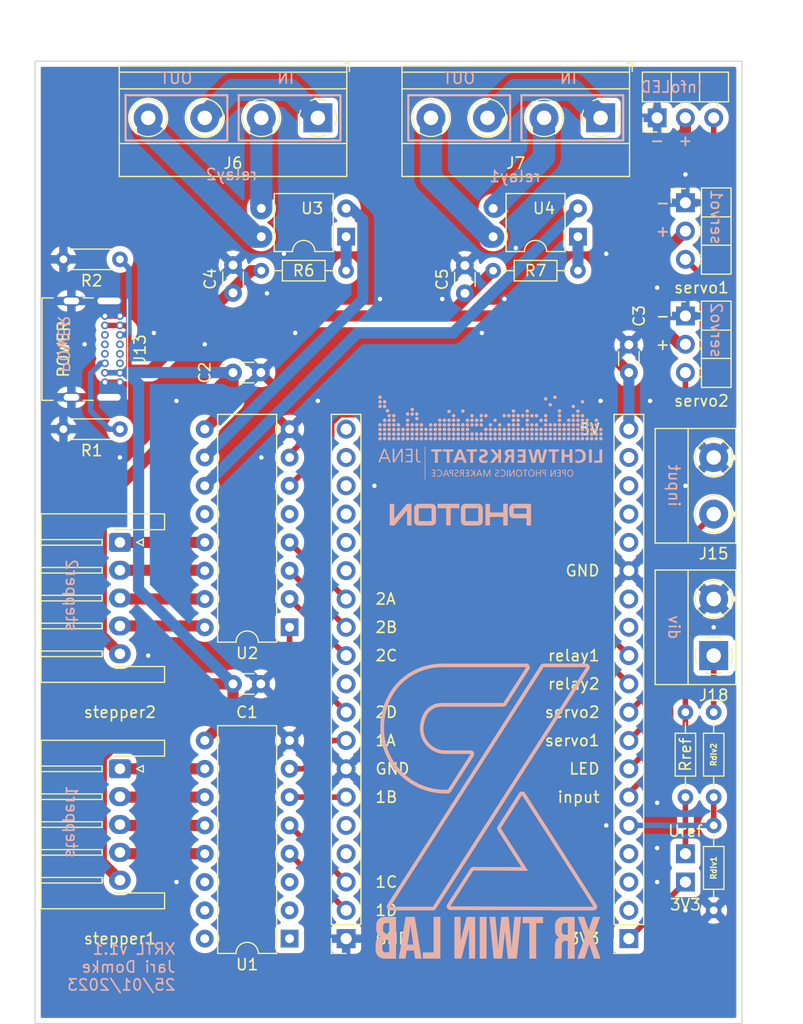
<source format=kicad_pcb>
(kicad_pcb (version 20211014) (generator pcbnew)
  (title_block (title "XR Twin Lab") (date "2022-05-23") (rev "1.0"))
  (layers (0 "F.Cu" signal) (31 "B.Cu" signal) (34 "B.Paste" user) (35 "F.Paste" user) (36 "B.SilkS" user "B.Silkscreen") (37 "F.SilkS" user "F.Silkscreen") (38 "B.Mask" user) (39 "F.Mask" user) (44 "Edge.Cuts" user))
  (net 0 "")
  (net 1 "GND")
  (net 2 "Net-(J6-Pad1)")
  (net 3 "Net-(J7-Pad1)")
  (net 4 "+3V3")
  (net 8 "input1")
  (net 9 "input2")
  (net 24 "servo1")
  (net 25 "servo2")
  (net 26 "stepper1A")
  (net 27 "stepper1B")
  (net 28 "stepper1C")
  (net 29 "stepper1D")
  (net 30 "stepper2A")
  (net 31 "stepper2B")
  (net 32 "stepper2C")
  (net 33 "stepper2D")
  (net 34 "driverRelay1")
  (net 35 "driverRelay2")
  (net 36 "Net-(J2-Pad3)")
  (net 37 "Net-(J2-Pad4)")
  (net 39 "infoLED")
  (net 42 "relay1")
  (net 43 "relay2")
  (net 44 "Net-(J2-Pad1)")
  (net 45 "Net-(J2-Pad2)")
  (net 48 "Net-(J3-Pad1)")
  (net 49 "Net-(J3-Pad2)")
  (net 50 "Net-(J3-Pad3)")
  (net 51 "+5V")
  (net 53 "Net-(J3-Pad4)")
  (net 56 "Net-(J13-PadA5)")
  (net 60 "Net-(J13-PadB5)")
  (net 65 "Net-(J14-Pad1)")
  (net 66 "Net-(J18-Pad1)")
  (net 67 "Net-(J6-Pad2)")
  (net 68 "Net-(J6-Pad4)")
  (net 69 "Net-(J7-Pad2)")
  (net 70 "Net-(J7-Pad4)")
  (net 71 "Net-(R6-Pad2)")
  (net 72 "Net-(R7-Pad2)")
  (footprint "TerminalBlock_Phoenix:TerminalBlock_Phoenix_MKDS-1,5-4-5.08_1x04_P5.08mm_Horizontal" (layer "F.Cu") (at 124.46 53.34 180)
    (fp_text reference "J7")
    (fp_text value "relay1")
  )
  (footprint "Resistor_THT:R_Axial_DIN0204_L3.6mm_D1.6mm_P5.08mm_Horizontal" (layer "F.Cu") (at 81.28 81.28 180)
    (fp_text reference "R1")
    (fp_text value "5.1k")
  )
  (footprint "Connector_PinHeader_2.54mm:PinHeader_1x01_P2.54mm_Vertical" (layer "F.Cu") (at 132.08 121.92 -90)
    (fp_text reference "3V3")
    (fp_text value "conn")
  )
  (footprint "Capacitor_THT:C_Disc_D3.0mm_W1.6mm_P2.50mm" (layer "F.Cu") (at 127 76.2 90)
    (fp_text reference "C3")
    (fp_text value "100n")
  )
  (footprint "Package_DIP:DIP-16_W7.62mm" (layer "F.Cu") (at 96.52 99.06 180)
    (fp_text reference "U2")
    (fp_text value "TBD62003")
  )
  (footprint "Connector_PinSocket_2.54mm:PinSocket_1x19_P2.54mm_Vertical" (layer "F.Cu") (at 127 127 180)
    (fp_text reference "J4" hide)
    (fp_text value "ESP32 right")
  )
  (footprint "Resistor_THT:R_Axial_DIN0204_L3.6mm_D1.6mm_P7.62mm_Horizontal" (layer "F.Cu") (at 132.08 106.68 -90)
    (fp_text reference "Rref")
    (fp_text value "3.00k")
  )
  (footprint "Capacitor_THT:C_Disc_D3.0mm_W1.6mm_P2.50mm" (layer "F.Cu") (at 91.44 76.2)
    (fp_text reference "C2")
    (fp_text value "100n")
  )
  (footprint "Resistor_THT:R_Axial_DIN0204_L3.6mm_D1.6mm_P7.62mm_Horizontal" (layer "F.Cu") (at 93.98 67.056)
    (fp_text reference "R6")
    (fp_text value "511")
  )
  (footprint "Resistor_THT:R_Axial_DIN0204_L3.6mm_D1.6mm_P5.08mm_Horizontal" (layer "F.Cu") (at 81.28 66.04 180)
    (fp_text reference "R2")
    (fp_text value "5.1k")
  )
  (footprint "Resistor_THT:R_Axial_DIN0204_L3.6mm_D1.6mm_P7.62mm_Horizontal" (layer "F.Cu") (at 114.808 67.056)
    (fp_text reference "R7")
    (fp_text value "511")
  )
  (footprint "Capacitor_THT:C_Disc_D3.0mm_W1.6mm_P2.50mm" (layer "F.Cu") (at 112.268 69.088 90)
    (fp_text reference "C5")
    (fp_text value "100n")
  )
  (footprint "Package_DIP:DIP-4_W7.62mm" (layer "F.Cu") (at 122.428 64.008 180)
    (fp_text reference "U4")
    (fp_text value "TLP3553A")
  )
  (footprint "Package_DIP:DIP-16_W7.62mm" (layer "F.Cu") (at 96.52 127 180)
    (fp_text reference "U1")
    (fp_text value "TBD62003")
  )
  (footprint "Connector_JST:JST_XH_S5B-XH-A-1_1x05_P2.50mm_Horizontal" (layer "F.Cu") (at 81.28 111.76 -90)
    (fp_text reference "J2" hide)
    (fp_text value "stepper1")
  )
  (footprint "Resistor_THT:R_Axial_DIN0204_L3.6mm_D1.6mm_P7.62mm_Horizontal" (layer "F.Cu") (at 134.62 124.46 90)
    (fp_text reference "Rdiv1")
    (fp_text value "3.00k")
  )
  (footprint "Connector_PinSocket_2.54mm:PinSocket_1x19_P2.54mm_Vertical" (layer "F.Cu") (at 101.6 127 180)
    (fp_text reference "J5" hide)
    (fp_text value "ESP32 left")
  )
  (footprint "Connector_PinHeader_2.54mm:PinHeader_1x03_P2.54mm_Horizontal" (layer "F.Cu") (at 132.08 60.96)
    (fp_text reference "J10" hide)
    (fp_text value "servo1")
  )
  (footprint "Connector_JST:JST_XH_S5B-XH-A-1_1x05_P2.50mm_Horizontal" (layer "F.Cu") (at 81.28 91.44 -90)
    (fp_text reference "J3" hide)
    (fp_text value "stepper2")
  )
  (footprint "Connector_PinHeader_2.54mm:PinHeader_1x01_P2.54mm_Vertical" (layer "F.Cu") (at 132.08 119.38 -90)
    (fp_text reference "Uref")
    (fp_text value "Uref")
  )
  (footprint "Capacitor_THT:C_Disc_D3.0mm_W1.6mm_P2.50mm" (layer "F.Cu") (at 91.44 104.14)
    (fp_text reference "C1")
    (fp_text value "100n")
  )
  (footprint "TerminalBlock_Phoenix:TerminalBlock_Phoenix_MKDS-1,5-2-5.08_1x02_P5.08mm_Horizontal" (layer "F.Cu") (at 134.62 88.9 90)
    (fp_text reference "J15")
    (fp_text value "input")
  )
  (footprint "Capacitor_THT:C_Disc_D3.0mm_W1.6mm_P2.50mm" (layer "F.Cu") (at 91.44 69.048 90)
    (fp_text reference "C4")
    (fp_text value "100n")
  )
  (footprint "TerminalBlock_Phoenix:TerminalBlock_Phoenix_MKDS-1,5-2-5.08_1x02_P5.08mm_Horizontal" (layer "F.Cu") (at 134.62 101.6 90)
    (fp_text reference "J18")
    (fp_text value "divider")
  )
  (footprint "Package_DIP:DIP-4_W7.62mm" (layer "F.Cu") (at 101.6 64.008 180)
    (fp_text reference "U3")
    (fp_text value "TLP3553A")
  )
  (footprint "Connector_PinHeader_2.54mm:PinHeader_1x03_P2.54mm_Horizontal" (layer "F.Cu") (at 132.08 71.12)
    (fp_text reference "J11" hide)
    (fp_text value "servo2")
  )
  (footprint "Connector_PinHeader_2.54mm:PinHeader_1x03_P2.54mm_Horizontal" (layer "F.Cu") (at 129.54 53.34 90)
    (fp_text reference "J12" hide)
    (fp_text value "infoLED")
  )
  (footprint "TerminalBlock_Phoenix:TerminalBlock_Phoenix_MKDS-1,5-4-5.08_1x04_P5.08mm_Horizontal" (layer "F.Cu") (at 99.06 53.34 180)
    (fp_text reference "J6")
    (fp_text value "relay2")
  )
  (footprint "Connector_USB:USB_C_Receptacle_GCT_USB4085" (layer "F.Cu") (at 81.28 71.12 -90)
    (fp_text reference "J13")
    (fp_text value "USBC_5V_3A_input")
  )
  (footprint "Resistor_THT:R_Axial_DIN0204_L3.6mm_D1.6mm_P7.62mm_Horizontal" (layer "F.Cu") (at 134.62 114.3 90)
    (fp_text reference "Rdiv2")
    (fp_text value "3.00k")
  )
  (gr_poly (pts (xy 124.362763 84.101354) (xy 123.899329 84.101354) (xy 123.899329 84.289457) (xy 124.602128 84.289457) (xy 124.602128 83.095834) (xy 124.362763 83.095834)) (layer "B.SilkS") (width 0.015) (fill solid))
  (gr_poly (pts (xy 114.557679 81.159711) (xy 114.550133 81.160285) (xy 114.542696 81.161229) (xy 114.535378 81.162534) (xy 114.528189 81.164192) (xy 114.521137 81.166192) (xy 114.514232 81.168526) (xy 114.507483 81.171184) (xy 114.5009 81.174157) (xy 114.494492 81.177436) (xy 114.488268 81.181011) (xy 114.482238 81.184873) (xy 114.476411 81.189012) (xy 114.470796 81.19342) (xy 114.465403 81.198087) (xy 114.460241 81.203004) (xy 114.455319 81.208161) (xy 114.450647 81.213549) (xy 114.446235 81.219159) (xy 114.44209 81.224982) (xy 114.438224 81.231007) (xy 114.434645 81.237227) (xy 114.431362 81.243631) (xy 114.428385 81.25021) (xy 114.425724 81.256956) (xy 114.423386 81.263857) (xy 114.421383 81.270907) (xy 114.419723 81.278094) (xy 114.418416 81.28541) (xy 114.417471 81.292845) (xy 114.416896 81.30039) (xy 114.416703 81.308036) (xy 114.416896 81.315683) (xy 114.417471 81.323229) (xy 114.418416 81.330665) (xy 114.419723 81.337983) (xy 114.421383 81.345173) (xy 114.423386 81.352225) (xy 114.425724 81.35913) (xy 114.428385 81.365878) (xy 114.431362 81.372462) (xy 114.434645 81.37887) (xy 114.438224 81.385093) (xy 114.44209 81.391124) (xy 114.446235 81.396951) (xy 114.450647 81.402565) (xy 114.455319 81.407958) (xy 114.460241 81.41312) (xy 114.465403 81.418042) (xy 114.470796 81.422714) (xy 114.476411 81.427126) (xy 114.482238 81.431271) (xy 114.488268 81.435137) (xy 114.494492 81.438716) (xy 114.5009 81.441999) (xy 114.507483 81.444976) (xy 114.514232 81.447637) (xy 114.521137 81.449974) (xy 114.528189 81.451978) (xy 114.535378 81.453638) (xy 114.542696 81.454945) (xy 114.550133 81.45589) (xy 114.557679 81.456464) (xy 114.565325 81.456658) (xy 114.572971 81.456464) (xy 114.580516 81.45589) (xy 114.587952 81.454945) (xy 114.595268 81.453638) (xy 114.602455 81.451978) (xy 114.609504 81.449974) (xy 114.616406 81.447637) (xy 114.623151 81.444976) (xy 114.62973 81.441999) (xy 114.636134 81.438716) (xy 114.642354 81.435137) (xy 114.64838 81.43127) (xy 114.654202 81.427126) (xy 114.659812 81.422714) (xy 114.6652 81.418042) (xy 114.670357 81.41312) (xy 114.675274 81.407958) (xy 114.679941 81.402565) (xy 114.684349 81.396951) (xy 114.688489 81.391123) (xy 114.69235 81.385093) (xy 114.695925 81.37887) (xy 114.699204 81.372461) (xy 114.702177 81.365878) (xy 114.704835 81.35913) (xy 114.707169 81.352225) (xy 114.70917 81.345173) (xy 114.710827 81.337983) (xy 114.712133 81.330665) (xy 114.713077 81.323229) (xy 114.71365 81.315683) (xy 114.713843 81.308036) (xy 114.71365 81.30039) (xy 114.713077 81.292845) (xy 114.712133 81.28541) (xy 114.710827 81.278094) (xy 114.70917 81.270907) (xy 114.707169 81.263857) (xy 114.704835 81.256956) (xy 114.702177 81.25021) (xy 114.699204 81.243631) (xy 114.695925 81.237227) (xy 114.69235 81.231007) (xy 114.688489 81.224982) (xy 114.684349 81.219159) (xy 114.679941 81.213549) (xy 114.675274 81.208161) (xy 114.670357 81.203004) (xy 114.6652 81.198087) (xy 114.659812 81.19342) (xy 114.654202 81.189012) (xy 114.64838 81.184873) (xy 114.642354 81.181011) (xy 114.636134 81.177436) (xy 114.62973 81.174157) (xy 114.623151 81.171184) (xy 114.616406 81.168526) (xy 114.609504 81.166192) (xy 114.602455 81.164192) (xy 114.595268 81.162534) (xy 114.587952 81.161229) (xy 114.580516 81.160285) (xy 114.572971 81.159711) (xy 114.565325 81.159518)) (layer "B.SilkS") (width 0.015) (fill solid))
  (gr_poly (pts (xy 112.490217 80.332682) (xy 112.48268 80.333256) (xy 112.475251 80.334201) (xy 112.467941 80.335509) (xy 112.460759 80.337168) (xy 112.453714 80.339171) (xy 112.446815 80.341508) (xy 112.440072 80.344169) (xy 112.433494 80.347145) (xy 112.427091 80.350427) (xy 112.420871 80.354005) (xy 112.414845 80.35787) (xy 112.409022 80.362013) (xy 112.40341 80.366424) (xy 112.39802 80.371094) (xy 112.392861 80.376013) (xy 112.387941 80.381172) (xy 112.383271 80.386563) (xy 112.378861 80.392174) (xy 112.374718 80.397998) (xy 112.370853 80.404024) (xy 112.367274 80.410243) (xy 112.363993 80.416647) (xy 112.361016 80.423224) (xy 112.358355 80.429967) (xy 112.356019 80.436866) (xy 112.354016 80.443912) (xy 112.352356 80.451094) (xy 112.351049 80.458404) (xy 112.350103 80.465832) (xy 112.349529 80.47337) (xy 112.349336 80.481007) (xy 112.349529 80.488653) (xy 112.350103 80.496198) (xy 112.351049 80.503633) (xy 112.352356 80.510949) (xy 112.354016 80.518136) (xy 112.356019 80.525186) (xy 112.358355 80.532087) (xy 112.361016 80.538833) (xy 112.363993 80.545412) (xy 112.367274 80.551816) (xy 112.370853 80.558036) (xy 112.374718 80.564061) (xy 112.378861 80.569884) (xy 112.383271 80.575494) (xy 112.387941 80.580882) (xy 112.392861 80.586039) (xy 112.39802 80.590956) (xy 112.40341 80.595623) (xy 112.409022 80.600031) (xy 112.414845 80.60417) (xy 112.420871 80.608032) (xy 112.427091 80.611607) (xy 112.433494 80.614886) (xy 112.440072 80.617859) (xy 112.446815 80.620517) (xy 112.453714 80.622851) (xy 112.460759 80.624851) (xy 112.467941 80.626509) (xy 112.475251 80.627814) (xy 112.48268 80.628758) (xy 112.490217 80.629332) (xy 112.497854 80.629525) (xy 112.505509 80.629332) (xy 112.513063 80.628758) (xy 112.520507 80.627814) (xy 112.527831 80.626509) (xy 112.535025 80.624851) (xy 112.542081 80.622851) (xy 112.548989 80.620517) (xy 112.55574 80.617859) (xy 112.562324 80.614886) (xy 112.568733 80.611607) (xy 112.574957 80.608032) (xy 112.580987 80.60417) (xy 112.586813 80.600031) (xy 112.592426 80.595623) (xy 112.597817 80.590956) (xy 112.602977 80.586039) (xy 112.607896 80.580882) (xy 112.612565 80.575494) (xy 112.616975 80.569884) (xy 112.621116 80.564061) (xy 112.624979 80.558036) (xy 112.628555 80.551816) (xy 112.631835 80.545412) (xy 112.634808 80.538833) (xy 112.637467 80.532087) (xy 112.639801 80.525186) (xy 112.641802 80.518136) (xy 112.64346 80.510949) (xy 112.644765 80.503633) (xy 112.64571 80.496198) (xy 112.646283 80.488653) (xy 112.646476 80.481007) (xy 112.646283 80.47337) (xy 112.64571 80.465832) (xy 112.644765 80.458404) (xy 112.64346 80.451094) (xy 112.641802 80.443912) (xy 112.639801 80.436866) (xy 112.637467 80.429967) (xy 112.634808 80.423224) (xy 112.631835 80.416647) (xy 112.628555 80.410243) (xy 112.624979 80.404024) (xy 112.621116 80.397998) (xy 112.616975 80.392174) (xy 112.612565 80.386563) (xy 112.607896 80.381172) (xy 112.602977 80.376013) (xy 112.597817 80.371094) (xy 112.592426 80.366424) (xy 112.586813 80.362013) (xy 112.580987 80.35787) (xy 112.574957 80.354005) (xy 112.568733 80.350427) (xy 112.562324 80.347145) (xy 112.55574 80.344169) (xy 112.548989 80.341508) (xy 112.542081 80.339171) (xy 112.535025 80.337168) (xy 112.527831 80.335509) (xy 112.520507 80.334201) (xy 112.513063 80.333256) (xy 112.505509 80.332682) (xy 112.497854 80.332489)) (layer "B.SilkS") (width 0.015) (fill solid))
  (gr_poly (pts (xy 109.297223 84.979027) (xy 109.530593 84.979027) (xy 109.530593 85.191934) (xy 109.309212 85.191934) (xy 109.309212 85.243196) (xy 109.530593 85.243196) (xy 109.530593 85.47326) (xy 109.286991 85.47326) (xy 109.286991 85.524523) (xy 109.589608 85.524523) (xy 109.589608 84.927661) (xy 109.297223 84.927661)) (layer "B.SilkS") (width 0.015) (fill solid))
  (gr_poly (pts (xy 107.115144 79.770649) (xy 107.107607 79.771223) (xy 107.100179 79.772169) (xy 107.092869 79.773476) (xy 107.085686 79.775136) (xy 107.078641 79.777139) (xy 107.071742 79.779475) (xy 107.064999 79.782136) (xy 107.058421 79.785112) (xy 107.052018 79.788394) (xy 107.045799 79.791972) (xy 107.039773 79.795838) (xy 107.033949 79.79998) (xy 107.028338 79.804391) (xy 107.022947 79.809061) (xy 107.017788 79.81398) (xy 107.012869 79.81914) (xy 107.008199 79.82453) (xy 107.003788 79.830141) (xy 106.999645 79.835965) (xy 106.99578 79.841991) (xy 106.992202 79.84821) (xy 106.98892 79.854614) (xy 106.985944 79.861192) (xy 106.983283 79.867935) (xy 106.980946 79.874833) (xy 106.978943 79.881879) (xy 106.977283 79.889061) (xy 106.975976 79.896371) (xy 106.975031 79.903799) (xy 106.974457 79.911337) (xy 106.974263 79.918974) (xy 106.974457 79.926629) (xy 106.975031 79.934183) (xy 106.975976 79.941627) (xy 106.977283 79.94895) (xy 106.978943 79.956145) (xy 106.980946 79.963201) (xy 106.983283 79.970109) (xy 106.985944 79.976859) (xy 106.98892 79.983444) (xy 106.992202 79.989853) (xy 106.99578 79.996077) (xy 106.999645 80.002106) (xy 107.003788 80.007933) (xy 107.008199 80.013546) (xy 107.012869 80.018937) (xy 107.017788 80.024097) (xy 107.022947 80.029016) (xy 107.028338 80.033685) (xy 107.033949 80.038094) (xy 107.039773 80.042235) (xy 107.045799 80.046098) (xy 107.052018 80.049674) (xy 107.058421 80.052954) (xy 107.064999 80.055928) (xy 107.071742 80.058586) (xy 107.078641 80.060921) (xy 107.085686 80.062921) (xy 107.092869 80.064579) (xy 107.100179 80.065885) (xy 107.107607 80.066829) (xy 107.115144 80.067402) (xy 107.122781 80.067595) (xy 107.130437 80.067402) (xy 107.137991 80.066829) (xy 107.145435 80.065885) (xy 107.152758 80.064579) (xy 107.159953 80.062921) (xy 107.167008 80.060921) (xy 107.173916 80.058586) (xy 107.180667 80.055928) (xy 107.187252 80.052954) (xy 107.193661 80.049674) (xy 107.199885 80.046098) (xy 107.205915 80.042235) (xy 107.211741 80.038094) (xy 107.217354 80.033685) (xy 107.222745 80.029016) (xy 107.227905 80.024097) (xy 107.232824 80.018937) (xy 107.237493 80.013546) (xy 107.241902 80.007933) (xy 107.246043 80.002106) (xy 107.249907 79.996077) (xy 107.253483 79.989853) (xy 107.256762 79.983444) (xy 107.259736 79.976859) (xy 107.262395 79.970109) (xy 107.264729 79.963201) (xy 107.26673 79.956145) (xy 107.268387 79.94895) (xy 107.269693 79.941627) (xy 107.270637 79.934183) (xy 107.27121 79.926629) (xy 107.271403 79.918974) (xy 107.27121 79.911337) (xy 107.270637 79.903799) (xy 107.269693 79.896371) (xy 107.268387 79.889061) (xy 107.26673 79.881879) (xy 107.264729 79.874833) (xy 107.262395 79.867935) (xy 107.259736 79.861192) (xy 107.256762 79.854614) (xy 107.253483 79.84821) (xy 107.249907 79.841991) (xy 107.246043 79.835965) (xy 107.241902 79.830141) (xy 107.237493 79.82453) (xy 107.232824 79.81914) (xy 107.227905 79.81398) (xy 107.222745 79.809061) (xy 107.217354 79.804391) (xy 107.211741 79.79998) (xy 107.205915 79.795838) (xy 107.199885 79.791972) (xy 107.193661 79.788394) (xy 107.187252 79.785112) (xy 107.180667 79.782136) (xy 107.173916 79.779475) (xy 107.167008 79.777139) (xy 107.159953 79.775136) (xy 107.152758 79.773476) (xy 107.145435 79.772169) (xy 107.137991 79.771223) (xy 107.130437 79.770649) (xy 107.122781 79.770456)) (layer "B.SilkS") (width 0.015) (fill solid))
  (gr_poly (pts (xy 117.451972 81.159711) (xy 117.444426 81.160285) (xy 117.436989 81.161229) (xy 117.429671 81.162534) (xy 117.422482 81.164192) (xy 117.41543 81.166192) (xy 117.408525 81.168526) (xy 117.401776 81.171184) (xy 117.395193 81.174157) (xy 117.388785 81.177436) (xy 117.382561 81.181011) (xy 117.376531 81.184873) (xy 117.370704 81.189012) (xy 117.365089 81.19342) (xy 117.359696 81.198087) (xy 117.354535 81.203004) (xy 117.349613 81.208161) (xy 117.344941 81.213549) (xy 117.340529 81.219159) (xy 117.336384 81.224982) (xy 117.332518 81.231007) (xy 117.328939 81.237227) (xy 117.325656 81.243631) (xy 117.322679 81.25021) (xy 117.320018 81.256956) (xy 117.317681 81.263857) (xy 117.315677 81.270907) (xy 117.314018 81.278094) (xy 117.31271 81.28541) (xy 117.311765 81.292845) (xy 117.311191 81.30039) (xy 117.310997 81.308036) (xy 117.311191 81.315683) (xy 117.311765 81.323229) (xy 117.31271 81.330665) (xy 117.314018 81.337983) (xy 117.315677 81.345173) (xy 117.317681 81.352225) (xy 117.320018 81.35913) (xy 117.322679 81.365878) (xy 117.325656 81.372462) (xy 117.328939 81.37887) (xy 117.332518 81.385093) (xy 117.336384 81.391124) (xy 117.340529 81.396951) (xy 117.344941 81.402565) (xy 117.349613 81.407958) (xy 117.354535 81.41312) (xy 117.359696 81.418042) (xy 117.365089 81.422714) (xy 117.370704 81.427126) (xy 117.376531 81.431271) (xy 117.382561 81.435137) (xy 117.388785 81.438716) (xy 117.395193 81.441999) (xy 117.401776 81.444976) (xy 117.408525 81.447637) (xy 117.41543 81.449974) (xy 117.422482 81.451978) (xy 117.429671 81.453638) (xy 117.436989 81.454945) (xy 117.444426 81.45589) (xy 117.451972 81.456464) (xy 117.459618 81.456658) (xy 117.467255 81.456464) (xy 117.474793 81.45589) (xy 117.482221 81.454945) (xy 117.489531 81.453638) (xy 117.496714 81.451978) (xy 117.503759 81.449974) (xy 117.510658 81.447637) (xy 117.517401 81.444976) (xy 117.523979 81.441999) (xy 117.530382 81.438716) (xy 117.536602 81.435137) (xy 117.542628 81.43127) (xy 117.548451 81.427126) (xy 117.554063 81.422714) (xy 117.559453 81.418042) (xy 117.564612 81.41312) (xy 117.569532 81.407958) (xy 117.574201 81.402565) (xy 117.578612 81.396951) (xy 117.582755 81.391123) (xy 117.58662 81.385093) (xy 117.590198 81.37887) (xy 117.59348 81.372461) (xy 117.596456 81.365878) (xy 117.599117 81.35913) (xy 117.601454 81.352225) (xy 117.603457 81.345173) (xy 117.605117 81.337983) (xy 117.606424 81.330665) (xy 117.607369 81.323229) (xy 117.607943 81.315683) (xy 117.608137 81.308036) (xy 117.607943 81.30039) (xy 117.607369 81.292845) (xy 117.606424 81.28541) (xy 117.605117 81.278094) (xy 117.603457 81.270907) (xy 117.601454 81.263857) (xy 117.599117 81.256956) (xy 117.596456 81.25021) (xy 117.59348 81.243631) (xy 117.590198 81.237227) (xy 117.58662 81.231007) (xy 117.582755 81.224982) (xy 117.578612 81.219159) (xy 117.574201 81.213549) (xy 117.569532 81.208161) (xy 117.564612 81.203004) (xy 117.559453 81.198087) (xy 117.554063 81.19342) (xy 117.548451 81.189012) (xy 117.542628 81.184873) (xy 117.536602 81.181011) (xy 117.530382 81.177436) (xy 117.523979 81.174157) (xy 117.517401 81.171184) (xy 117.510658 81.168526) (xy 117.503759 81.166192) (xy 117.496714 81.164192) (xy 117.489531 81.162534) (xy 117.482221 81.161229) (xy 117.474793 81.160285) (xy 117.467255 81.159711) (xy 117.459618 81.159518)) (layer "B.SilkS") (width 0.015) (fill solid))
  (gr_poly (pts (xy 113.317238 81.986637) (xy 113.309691 81.987211) (xy 113.302255 81.988155) (xy 113.294937 81.98946) (xy 113.287748 81.991118) (xy 113.280696 81.993118) (xy 113.273791 81.995452) (xy 113.267042 81.99811) (xy 113.260459 82.001083) (xy 113.254051 82.004362) (xy 113.247827 82.007937) (xy 113.241797 82.011799) (xy 113.23597 82.015938) (xy 113.230355 82.020346) (xy 113.224962 82.025013) (xy 113.2198 82.02993) (xy 113.214879 82.035087) (xy 113.210207 82.040475) (xy 113.205794 82.046085) (xy 113.20165 82.051908) (xy 113.197784 82.057934) (xy 113.194205 82.064153) (xy 113.190922 82.070557) (xy 113.187945 82.077136) (xy 113.185283 82.083882) (xy 113.182946 82.090784) (xy 113.180943 82.097833) (xy 113.179283 82.10502) (xy 113.177976 82.112336) (xy 113.17703 82.119771) (xy 113.176456 82.127316) (xy 113.176263 82.134963) (xy 113.176456 82.142609) (xy 113.17703 82.150155) (xy 113.177976 82.157592) (xy 113.179283 82.164909) (xy 113.180943 82.172099) (xy 113.182946 82.179151) (xy 113.185283 82.186056) (xy 113.187945 82.192805) (xy 113.190922 82.199388) (xy 113.194205 82.205796) (xy 113.197784 82.21202) (xy 113.20165 82.21805) (xy 113.205794 82.223877) (xy 113.210207 82.229492) (xy 113.214879 82.234885) (xy 113.2198 82.240047) (xy 113.224962 82.244968) (xy 113.230355 82.24964) (xy 113.23597 82.254053) (xy 113.241797 82.258197) (xy 113.247827 82.262063) (xy 113.254051 82.265642) (xy 113.260459 82.268925) (xy 113.267042 82.271902) (xy 113.273791 82.274564) (xy 113.280696 82.276901) (xy 113.287748 82.278904) (xy 113.294937 82.280564) (xy 113.302255 82.281871) (xy 113.309691 82.282817) (xy 113.317238 82.283391) (xy 113.324884 82.283584) (xy 113.332521 82.283391) (xy 113.340058 82.282817) (xy 113.347487 82.281871) (xy 113.354797 82.280564) (xy 113.361979 82.278904) (xy 113.369024 82.276901) (xy 113.375923 82.274564) (xy 113.382666 82.271902) (xy 113.389244 82.268925) (xy 113.395648 82.265642) (xy 113.401867 82.262063) (xy 113.407893 82.258197) (xy 113.413717 82.254053) (xy 113.419328 82.24964) (xy 113.424718 82.244968) (xy 113.429878 82.240047) (xy 113.434797 82.234885) (xy 113.439467 82.229492) (xy 113.443878 82.223877) (xy 113.44802 82.21805) (xy 113.451885 82.21202) (xy 113.455464 82.205796) (xy 113.458745 82.199388) (xy 113.461722 82.192805) (xy 113.464383 82.186056) (xy 113.466719 82.179151) (xy 113.468722 82.172099) (xy 113.470382 82.164909) (xy 113.471689 82.157592) (xy 113.472634 82.150155) (xy 113.473209 82.142609) (xy 113.473402 82.134963) (xy 113.473209 82.127316) (xy 113.472634 82.119771) (xy 113.471689 82.112336) (xy 113.470382 82.10502) (xy 113.468722 82.097833) (xy 113.466719 82.090784) (xy 113.464383 82.083882) (xy 113.461722 82.077137) (xy 113.458745 82.070557) (xy 113.455464 82.064153) (xy 113.451885 82.057934) (xy 113.44802 82.051908) (xy 113.443878 82.046085) (xy 113.439467 82.040475) (xy 113.434797 82.035087) (xy 113.429878 82.02993) (xy 113.424718 82.025013) (xy 113.419328 82.020346) (xy 113.413717 82.015938) (xy 113.407893 82.011799) (xy 113.401867 82.007937) (xy 113.395648 82.004362) (xy 113.389244 82.001083) (xy 113.382666 81.99811) (xy 113.375923 81.995452) (xy 113.369024 81.993118) (xy 113.361979 81.991118) (xy 113.354797 81.98946) (xy 113.347487 81.988155) (xy 113.340058 81.987211) (xy 113.332521 81.986637) (xy 113.324884 81.986444)) (layer "B.SilkS") (width 0.015) (fill solid))
  (gr_poly (pts (xy 116.211532 80.746197) (xy 116.203986 80.74677) (xy 116.196551 80.747714) (xy 116.189235 80.749019) (xy 116.182048 80.750677) (xy 116.174999 80.752677) (xy 116.168097 80.755011) (xy 116.161352 80.757669) (xy 116.154772 80.760642) (xy 116.148368 80.763921) (xy 116.142149 80.767496) (xy 116.136123 80.771358) (xy 116.130301 80.775498) (xy 116.124691 80.779905) (xy 116.119302 80.784572) (xy 116.114145 80.789489) (xy 116.109228 80.794646) (xy 116.104561 80.800034) (xy 116.100154 80.805644) (xy 116.096014 80.811467) (xy 116.092152 80.817493) (xy 116.088577 80.823712) (xy 116.085298 80.830116) (xy 116.082325 80.836695) (xy 116.079667 80.843441) (xy 116.077333 80.850343) (xy 116.075333 80.857392) (xy 116.073675 80.864579) (xy 116.07237 80.871895) (xy 116.071426 80.87933) (xy 116.070852 80.886875) (xy 116.070659 80.894521) (xy 116.070852 80.902168) (xy 116.071426 80.909714) (xy 116.07237 80.917151) (xy 116.073675 80.924468) (xy 116.075333 80.931658) (xy 116.077333 80.93871) (xy 116.079667 80.945615) (xy 116.082325 80.952364) (xy 116.085298 80.958947) (xy 116.088577 80.965355) (xy 116.092152 80.971579) (xy 116.096014 80.977609) (xy 116.100154 80.983436) (xy 116.104561 80.989051) (xy 116.109228 80.994444) (xy 116.114145 80.999606) (xy 116.119302 81.004527) (xy 116.124691 81.009199) (xy 116.130301 81.013612) (xy 116.136123 81.017756) (xy 116.142149 81.021622) (xy 116.148368 81.025201) (xy 116.154772 81.028484) (xy 116.161352 81.031461) (xy 116.168097 81.034123) (xy 116.174999 81.03646) (xy 116.182048 81.038463) (xy 116.189235 81.040123) (xy 116.196551 81.04143) (xy 116.203986 81.042375) (xy 116.211532 81.04295) (xy 116.219178 81.043143) (xy 116.226824 81.04295) (xy 116.234369 81.042375) (xy 116.241804 81.04143) (xy 116.24912 81.040123) (xy 116.256307 81.038463) (xy 116.263357 81.03646) (xy 116.270258 81.034123) (xy 116.277004 81.031461) (xy 116.283583 81.028484) (xy 116.289987 81.025201) (xy 116.296207 81.021622) (xy 116.302232 81.017756) (xy 116.308055 81.013612) (xy 116.313665 81.009199) (xy 116.319053 81.004527) (xy 116.32421 80.999606) (xy 116.329127 80.994444) (xy 116.333794 80.989051) (xy 116.338202 80.983436) (xy 116.342341 80.977609) (xy 116.346203 80.971579) (xy 116.349778 80.965355) (xy 116.353057 80.958947) (xy 116.35603 80.952364) (xy 116.358688 80.945615) (xy 116.361022 80.93871) (xy 116.363022 80.931658) (xy 116.36468 80.924468) (xy 116.365985 80.917151) (xy 116.366929 80.909714) (xy 116.367503 80.902168) (xy 116.367696 80.894521) (xy 116.367503 80.886875) (xy 116.366929 80.87933) (xy 116.365985 80.871895) (xy 116.36468 80.864579) (xy 116.363022 80.857392) (xy 116.361022 80.850343) (xy 116.358688 80.843441) (xy 116.35603 80.836695) (xy 116.353057 80.830116) (xy 116.349778 80.823712) (xy 116.346203 80.817493) (xy 116.342341 80.811467) (xy 116.338202 80.805644) (xy 116.333794 80.800034) (xy 116.329127 80.794646) (xy 116.32421 80.789489) (xy 116.319053 80.784572) (xy 116.313665 80.779905) (xy 116.308055 80.775498) (xy 116.302232 80.771358) (xy 116.296207 80.767496) (xy 116.289987 80.763921) (xy 116.283583 80.760642) (xy 116.277004 80.757669) (xy 116.270258 80.755011) (xy 116.263357 80.752677) (xy 116.256307 80.750677) (xy 116.24912 80.749019) (xy 116.241804 80.747714) (xy 116.234369 80.74677) (xy 116.226824 80.746197) (xy 116.219178 80.746003)) (layer "B.SilkS") (width 0.015) (fill solid))
  (gr_poly (pts (xy 110.009438 81.573123) (xy 110.0019 81.573697) (xy 109.99447 81.574643) (xy 109.987158 81.57595) (xy 109.979974 81.57761) (xy 109.972925 81.579614) (xy 109.966023 81.581951) (xy 109.959277 81.584613) (xy 109.952695 81.587591) (xy 109.946288 81.590875) (xy 109.940064 81.594455) (xy 109.934033 81.598322) (xy 109.928205 81.602468) (xy 109.922589 81.606882) (xy 109.917194 81.611556) (xy 109.91203 81.61648) (xy 109.907106 81.621645) (xy 109.902431 81.62704) (xy 109.898016 81.632658) (xy 109.893868 81.638489) (xy 109.889999 81.644523) (xy 109.886416 81.650751) (xy 109.88313 81.657164) (xy 109.88015 81.663753) (xy 109.877486 81.670507) (xy 109.875146 81.677418) (xy 109.87314 81.684477) (xy 109.871478 81.691674) (xy 109.870169 81.698999) (xy 109.869222 81.706444) (xy 109.868647 81.713999) (xy 109.868454 81.721655) (xy 109.868647 81.729291) (xy 109.869222 81.736828) (xy 109.870169 81.744255) (xy 109.871478 81.751563) (xy 109.87314 81.758743) (xy 109.875146 81.765785) (xy 109.877486 81.772681) (xy 109.88015 81.779421) (xy 109.88313 81.785995) (xy 109.886416 81.792394) (xy 109.889999 81.798609) (xy 109.893868 81.804631) (xy 109.898016 81.81045) (xy 109.902431 81.816057) (xy 109.907106 81.821442) (xy 109.91203 81.826597) (xy 109.917194 81.831511) (xy 109.922589 81.836176) (xy 109.928205 81.840582) (xy 109.934033 81.84472) (xy 109.940064 81.848581) (xy 109.946288 81.852155) (xy 109.952695 81.855433) (xy 109.959277 81.858405) (xy 109.966023 81.861063) (xy 109.972925 81.863396) (xy 109.979974 81.865396) (xy 109.987158 81.867054) (xy 109.99447 81.868359) (xy 110.0019 81.869303) (xy 110.009438 81.869876) (xy 110.017076 81.870069) (xy 110.024722 81.869876) (xy 110.032268 81.869303) (xy 110.039705 81.868359) (xy 110.047023 81.867054) (xy 110.054212 81.865396) (xy 110.061264 81.863396) (xy 110.068169 81.861063) (xy 110.074918 81.858405) (xy 110.081501 81.855433) (xy 110.087909 81.852155) (xy 110.094133 81.848581) (xy 110.100163 81.84472) (xy 110.10599 81.840582) (xy 110.111605 81.836176) (xy 110.116998 81.831511) (xy 110.122159 81.826597) (xy 110.127081 81.821442) (xy 110.131753 81.816057) (xy 110.136165 81.81045) (xy 110.14031 81.804631) (xy 110.144176 81.798609) (xy 110.147755 81.792394) (xy 110.151038 81.785995) (xy 110.154015 81.779421) (xy 110.156676 81.772681) (xy 110.159013 81.765785) (xy 110.161016 81.758743) (xy 110.162676 81.751563) (xy 110.163984 81.744255) (xy 110.164929 81.736828) (xy 110.165503 81.729291) (xy 110.165697 81.721655) (xy 110.165503 81.713999) (xy 110.164929 81.706444) (xy 110.163984 81.698999) (xy 110.162676 81.691674) (xy 110.161016 81.684477) (xy 110.159013 81.677418) (xy 110.156676 81.670507) (xy 110.154015 81.663753) (xy 110.151038 81.657164) (xy 110.147755 81.650751) (xy 110.144176 81.644523) (xy 110.14031 81.638489) (xy 110.136165 81.632658) (xy 110.131753 81.62704) (xy 110.127081 81.621645) (xy 110.122159 81.61648) (xy 110.116998 81.611556) (xy 110.111605 81.606882) (xy 110.10599 81.602468) (xy 110.100163 81.598322) (xy 110.094133 81.594455) (xy 110.087909 81.590875) (xy 110.081501 81.587591) (xy 110.074918 81.584613) (xy 110.068169 81.581951) (xy 110.061264 81.579614) (xy 110.054212 81.57761) (xy 110.047023 81.57595) (xy 110.039705 81.574643) (xy 110.032268 81.573697) (xy 110.024722 81.573123) (xy 110.017076 81.57293)) (layer "B.SilkS") (width 0.015) (fill solid))
  (gr_poly (pts (xy 105.047769 78.67883) (xy 105.040224 78.679404) (xy 105.032788 78.680349) (xy 105.025472 78.681656) (xy 105.018285 78.683316) (xy 105.011236 78.685319) (xy 105.004334 78.687655) (xy 104.997589 78.690317) (xy 104.991009 78.693293) (xy 104.984605 78.696575) (xy 104.978386 78.700153) (xy 104.97236 78.704018) (xy 104.966537 78.708161) (xy 104.960927 78.712572) (xy 104.955539 78.717241) (xy 104.950382 78.722161) (xy 104.945465 78.72732) (xy 104.940798 78.73271) (xy 104.93639 78.738322) (xy 104.932251 78.744145) (xy 104.928389 78.750171) (xy 104.924814 78.756391) (xy 104.921535 78.762794) (xy 104.918562 78.769372) (xy 104.915904 78.776115) (xy 104.91357 78.783014) (xy 104.91157 78.790059) (xy 104.909912 78.797241) (xy 104.908606 78.804551) (xy 104.907663 78.81198) (xy 104.907089 78.819517) (xy 104.906896 78.827154) (xy 104.907089 78.8348) (xy 104.907663 78.842346) (xy 104.908606 78.849781) (xy 104.909912 78.857097) (xy 104.91157 78.864284) (xy 104.91357 78.871333) (xy 104.915904 78.878235) (xy 104.918562 78.88498) (xy 104.921535 78.891559) (xy 104.924814 78.897964) (xy 104.928389 78.904183) (xy 104.932251 78.910209) (xy 104.93639 78.916031) (xy 104.940798 78.921641) (xy 104.945465 78.927029) (xy 104.950382 78.932187) (xy 104.955539 78.937103) (xy 104.960927 78.94177) (xy 104.966537 78.946178) (xy 104.97236 78.950318) (xy 104.978386 78.95418) (xy 104.984605 78.957755) (xy 104.991009 78.961033) (xy 104.997589 78.964006) (xy 105.004334 78.966664) (xy 105.011236 78.968998) (xy 105.018285 78.970999) (xy 105.025472 78.972656) (xy 105.032788 78.973962) (xy 105.040224 78.974906) (xy 105.047769 78.975479) (xy 105.055415 78.975672) (xy 105.063062 78.975479) (xy 105.070608 78.974906) (xy 105.078044 78.973962) (xy 105.085362 78.972656) (xy 105.092551 78.970999) (xy 105.099603 78.968998) (xy 105.106508 78.966664) (xy 105.113257 78.964006) (xy 105.11984 78.961033) (xy 105.126248 78.957755) (xy 105.132471 78.95418) (xy 105.138501 78.950318) (xy 105.144329 78.946178) (xy 105.149943 78.94177) (xy 105.155336 78.937103) (xy 105.160498 78.932187) (xy 105.16542 78.927029) (xy 105.170091 78.921641) (xy 105.174504 78.916031) (xy 105.178648 78.910209) (xy 105.182514 78.904183) (xy 105.186094 78.897964) (xy 105.189376 78.891559) (xy 105.192353 78.88498) (xy 105.195015 78.878235) (xy 105.197352 78.871333) (xy 105.199355 78.864284) (xy 105.201015 78.857097) (xy 105.202322 78.849781) (xy 105.203268 78.842346) (xy 105.203842 78.8348) (xy 105.204035 78.827154) (xy 105.203842 78.819517) (xy 105.203268 78.81198) (xy 105.202322 78.804551) (xy 105.201015 78.797241) (xy 105.199355 78.790059) (xy 105.197352 78.783014) (xy 105.195015 78.776115) (xy 105.192353 78.769372) (xy 105.189376 78.762794) (xy 105.186094 78.756391) (xy 105.182514 78.750171) (xy 105.178648 78.744145) (xy 105.174504 78.738322) (xy 105.170091 78.73271) (xy 105.16542 78.72732) (xy 105.160498 78.722161) (xy 105.155336 78.717241) (xy 105.149943 78.712572) (xy 105.144329 78.708161) (xy 105.138501 78.704018) (xy 105.132471 78.700153) (xy 105.126248 78.696575) (xy 105.11984 78.693293) (xy 105.113257 78.690317) (xy 105.106508 78.687655) (xy 105.099603 78.685319) (xy 105.092551 78.683316) (xy 105.085362 78.681656) (xy 105.078044 78.680349) (xy 105.070608 78.679404) (xy 105.063062 78.67883) (xy 105.055415 78.678636)) (layer "B.SilkS") (width 0.015) (fill solid))
  (gr_poly (pts (xy 108.355576 80.746197) (xy 108.34803 80.74677) (xy 108.340593 80.747714) (xy 108.333276 80.749019) (xy 108.326086 80.750677) (xy 108.319034 80.752677) (xy 108.312129 80.755011) (xy 108.30538 80.757669) (xy 108.298797 80.760642) (xy 108.292389 80.763921) (xy 108.286165 80.767496) (xy 108.280135 80.771358) (xy 108.274308 80.775498) (xy 108.268694 80.779905) (xy 108.263301 80.784572) (xy 108.258139 80.789489) (xy 108.253217 80.794646) (xy 108.248545 80.800034) (xy 108.244133 80.805644) (xy 108.239989 80.811467) (xy 108.236122 80.817493) (xy 108.232543 80.823712) (xy 108.22926 80.830116) (xy 108.226283 80.836695) (xy 108.223622 80.843441) (xy 108.221285 80.850343) (xy 108.219282 80.857392) (xy 108.217622 80.864579) (xy 108.216314 80.871895) (xy 108.215369 80.87933) (xy 108.214795 80.886875) (xy 108.214601 80.894521) (xy 108.214795 80.902168) (xy 108.215369 80.909714) (xy 108.216314 80.917151) (xy 108.217622 80.924468) (xy 108.219282 80.931658) (xy 108.221285 80.93871) (xy 108.223622 80.945615) (xy 108.226283 80.952364) (xy 108.22926 80.958947) (xy 108.232543 80.965355) (xy 108.236122 80.971579) (xy 108.239989 80.977609) (xy 108.244133 80.983436) (xy 108.248545 80.989051) (xy 108.253217 80.994444) (xy 108.258139 80.999606) (xy 108.263301 81.004527) (xy 108.268694 81.009199) (xy 108.274308 81.013612) (xy 108.280135 81.017756) (xy 108.286165 81.021622) (xy 108.292389 81.025201) (xy 108.298797 81.028484) (xy 108.30538 81.031461) (xy 108.312129 81.034123) (xy 108.319034 81.03646) (xy 108.326086 81.038463) (xy 108.333276 81.040123) (xy 108.340593 81.04143) (xy 108.34803 81.042375) (xy 108.355576 81.04295) (xy 108.363222 81.043143) (xy 108.370868 81.04295) (xy 108.378413 81.042375) (xy 108.385846 81.04143) (xy 108.39316 81.040123) (xy 108.400345 81.038463) (xy 108.407392 81.03646) (xy 108.41429 81.034123) (xy 108.421032 81.031461) (xy 108.427608 81.028484) (xy 108.434008 81.025201) (xy 108.440223 81.021622) (xy 108.446244 81.017756) (xy 108.452062 81.013612) (xy 108.457668 81.009199) (xy 108.463051 81.004527) (xy 108.468203 80.999606) (xy 108.473115 80.994444) (xy 108.477777 80.989051) (xy 108.48218 80.983436) (xy 108.486315 80.977609) (xy 108.490173 80.971579) (xy 108.493744 80.965355) (xy 108.497018 80.958947) (xy 108.499988 80.952364) (xy 108.502642 80.945615) (xy 108.504973 80.93871) (xy 108.506971 80.931658) (xy 108.508626 80.924468) (xy 108.50993 80.917151) (xy 108.510872 80.909714) (xy 108.511445 80.902168) (xy 108.511637 80.894521) (xy 108.511445 80.886875) (xy 108.510872 80.87933) (xy 108.50993 80.871895) (xy 108.508626 80.864579) (xy 108.506971 80.857392) (xy 108.504973 80.850343) (xy 108.502642 80.843441) (xy 108.499988 80.836695) (xy 108.497018 80.830116) (xy 108.493744 80.823712) (xy 108.490173 80.817493) (xy 108.486315 80.811467) (xy 108.48218 80.805644) (xy 108.477777 80.800034) (xy 108.473115 80.794646) (xy 108.468203 80.789489) (xy 108.463051 80.784572) (xy 108.457668 80.779905) (xy 108.452062 80.775498) (xy 108.446244 80.771358) (xy 108.440223 80.767496) (xy 108.434008 80.763921) (xy 108.427608 80.760642) (xy 108.421032 80.757669) (xy 108.41429 80.755011) (xy 108.407392 80.752677) (xy 108.400345 80.750677) (xy 108.39316 80.749019) (xy 108.385846 80.747714) (xy 108.378413 80.74677) (xy 108.370868 80.746197) (xy 108.363222 80.746003)) (layer "B.SilkS") (width 0.015) (fill solid))
  (gr_poly (pts (xy 117.011274 83.283936) (xy 117.476362 83.283936) (xy 117.476362 83.578079) (xy 117.050651 83.578079) (xy 117.050651 83.766181) (xy 117.476362 83.766181) (xy 117.476362 84.101354) (xy 117.007863 84.101354) (xy 117.007863 84.289457) (xy 117.71583 84.289457) (xy 117.71583 83.095834) (xy 117.011274 83.095834)) (layer "B.SilkS") (width 0.015) (fill solid))
  (gr_poly (pts (xy 105.916654 84.101354) (xy 105.913243 84.101354) (xy 105.913243 83.051393) (xy 105.795214 83.051393) (xy 105.795214 84.245015) (xy 105.954274 84.245015) (xy 106.551137 83.215517) (xy 106.554548 83.215517) (xy 106.554548 84.245015) (xy 106.672473 84.245015) (xy 106.672473 83.051393) (xy 106.523748 83.051393)) (layer "B.SilkS") (width 0.015) (fill solid))
  (gr_poly (pts (xy 119.51934 81.573123) (xy 119.511794 81.573697) (xy 119.504357 81.574643) (xy 119.497039 81.57595) (xy 119.48985 81.57761) (xy 119.482798 81.579614) (xy 119.475893 81.581951) (xy 119.469144 81.584613) (xy 119.462561 81.587591) (xy 119.456153 81.590875) (xy 119.449929 81.594455) (xy 119.443899 81.598322) (xy 119.438072 81.602468) (xy 119.432457 81.606882) (xy 119.427064 81.611556) (xy 119.421902 81.61648) (xy 119.41698 81.621645) (xy 119.412309 81.62704) (xy 119.407896 81.632658) (xy 119.403752 81.638489) (xy 119.399885 81.644523) (xy 119.396306 81.650751) (xy 119.393023 81.657164) (xy 119.390047 81.663753) (xy 119.387385 81.670507) (xy 119.385048 81.677418) (xy 119.383045 81.684477) (xy 119.381385 81.691674) (xy 119.380077 81.698999) (xy 119.379132 81.706444) (xy 119.378558 81.713999) (xy 119.378364 81.721655) (xy 119.378558 81.729291) (xy 119.379132 81.736828) (xy 119.380077 81.744255) (xy 119.381385 81.751563) (xy 119.383045 81.758743) (xy 119.385048 81.765785) (xy 119.387385 81.772681) (xy 119.390047 81.779421) (xy 119.393023 81.785995) (xy 119.396306 81.792394) (xy 119.399885 81.798609) (xy 119.403752 81.804631) (xy 119.407896 81.81045) (xy 119.412309 81.816057) (xy 119.41698 81.821442) (xy 119.421902 81.826597) (xy 119.427064 81.831511) (xy 119.432457 81.836176) (xy 119.438072 81.840582) (xy 119.443899 81.84472) (xy 119.449929 81.848581) (xy 119.456153 81.852155) (xy 119.462561 81.855433) (xy 119.469144 81.858405) (xy 119.475893 81.861063) (xy 119.482798 81.863396) (xy 119.48985 81.865396) (xy 119.497039 81.867054) (xy 119.504357 81.868359) (xy 119.511794 81.869303) (xy 119.51934 81.869876) (xy 119.526986 81.870069) (xy 119.534623 81.869876) (xy 119.54216 81.869303) (xy 119.549589 81.868359) (xy 119.556899 81.867054) (xy 119.564081 81.865396) (xy 119.571126 81.863396) (xy 119.578025 81.861063) (xy 119.584768 81.858405) (xy 119.591346 81.855433) (xy 119.597749 81.852155) (xy 119.603969 81.848581) (xy 119.609995 81.84472) (xy 119.615819 81.840582) (xy 119.62143 81.836176) (xy 119.62682 81.831511) (xy 119.63198 81.826597) (xy 119.636899 81.821442) (xy 119.641569 81.816057) (xy 119.645979 81.81045) (xy 119.650122 81.804631) (xy 119.653987 81.798609) (xy 119.657566 81.792394) (xy 119.660847 81.785995) (xy 119.663824 81.779421) (xy 119.666485 81.772681) (xy 119.668821 81.765785) (xy 119.670824 81.758743) (xy 119.672484 81.751563) (xy 119.673791 81.744255) (xy 119.674737 81.736828) (xy 119.675311 81.729291) (xy 119.675504 81.721655) (xy 119.675311 81.713999) (xy 119.674737 81.706444) (xy 119.673791 81.698999) (xy 119.672484 81.691674) (xy 119.670824 81.684477) (xy 119.668821 81.677418) (xy 119.666485 81.670507) (xy 119.663824 81.663753) (xy 119.660847 81.657164) (xy 119.657566 81.650751) (xy 119.653987 81.644523) (xy 119.650122 81.638489) (xy 119.645979 81.632658) (xy 119.641569 81.62704) (xy 119.636899 81.621645) (xy 119.63198 81.61648) (xy 119.62682 81.611556) (xy 119.62143 81.606882) (xy 119.615819 81.602468) (xy 119.609995 81.598322) (xy 119.603969 81.594455) (xy 119.597749 81.590875) (xy 119.591346 81.587591) (xy 119.584768 81.584613) (xy 119.578025 81.581951) (xy 119.571126 81.579614) (xy 119.564081 81.57761) (xy 119.556899 81.57595) (xy 119.549589 81.574643) (xy 119.54216 81.573697) (xy 119.534623 81.573123) (xy 119.526986 81.57293)) (layer "B.SilkS") (width 0.015) (fill solid))
  (gr_poly (pts (xy 105.312661 79.473613) (xy 105.305116 79.474186) (xy 105.297681 79.47513) (xy 105.290365 79.476435) (xy 105.283178 79.478093) (xy 105.276129 79.480094) (xy 105.269227 79.482427) (xy 105.262482 79.485086) (xy 105.255903 79.488059) (xy 105.249499 79.491337) (xy 105.243279 79.494912) (xy 105.237253 79.498774) (xy 105.231431 79.502914) (xy 105.225821 79.507322) (xy 105.220433 79.511989) (xy 105.215276 79.516905) (xy 105.210359 79.522062) (xy 105.205692 79.527451) (xy 105.201284 79.533061) (xy 105.197145 79.538883) (xy 105.193283 79.544909) (xy 105.189708 79.551128) (xy 105.186429 79.557532) (xy 105.183456 79.564112) (xy 105.180798 79.570857) (xy 105.178464 79.577759) (xy 105.176464 79.584808) (xy 105.174806 79.591995) (xy 105.173501 79.599311) (xy 105.172557 79.606746) (xy 105.171983 79.614292) (xy 105.17179 79.621938) (xy 105.171983 79.629584) (xy 105.172557 79.637129) (xy 105.173501 79.644564) (xy 105.174806 79.65188) (xy 105.176464 79.659067) (xy 105.178464 79.666116) (xy 105.180798 79.673018) (xy 105.183456 79.679764) (xy 105.186429 79.686343) (xy 105.189708 79.692747) (xy 105.193283 79.698967) (xy 105.197145 79.704992) (xy 105.201284 79.710815) (xy 105.205692 79.716425) (xy 105.210359 79.721813) (xy 105.215276 79.72697) (xy 105.220433 79.731887) (xy 105.225821 79.736554) (xy 105.231431 79.740962) (xy 105.237253 79.745101) (xy 105.243279 79.748963) (xy 105.249499 79.752538) (xy 105.255903 79.755817) (xy 105.262482 79.75879) (xy 105.269227 79.761448) (xy 105.276129 79.763782) (xy 105.283178 79.765782) (xy 105.290365 79.76744) (xy 105.297681 79.768745) (xy 105.305116 79.769689) (xy 105.312661 79.770263) (xy 105.320307 79.770456) (xy 105.327954 79.770263) (xy 105.3355 79.769689) (xy 105.342937 79.768745) (xy 105.350254 79.76744) (xy 105.357444 79.765782) (xy 105.364496 79.763782) (xy 105.371401 79.761448) (xy 105.37815 79.75879) (xy 105.384733 79.755817) (xy 105.391141 79.752538) (xy 105.397365 79.748963) (xy 105.403395 79.745101) (xy 105.409222 79.740962) (xy 105.414837 79.736554) (xy 105.42023 79.731887) (xy 105.425392 79.72697) (xy 105.430313 79.721813) (xy 105.434985 79.716425) (xy 105.439398 79.710815) (xy 105.443542 79.704992) (xy 105.447408 79.698967) (xy 105.450988 79.692747) (xy 105.45427 79.686343) (xy 105.457247 79.679764) (xy 105.459909 79.673018) (xy 105.462246 79.666116) (xy 105.464249 79.659067) (xy 105.465909 79.65188) (xy 105.467216 79.644564) (xy 105.468162 79.637129) (xy 105.468736 79.629584) (xy 105.468929 79.621938) (xy 105.468736 79.614292) (xy 105.468162 79.606746) (xy 105.467216 79.599311) (xy 105.465909 79.591995) (xy 105.464249 79.584808) (xy 105.462246 79.577759) (xy 105.459909 79.570857) (xy 105.457247 79.564112) (xy 105.45427 79.557532) (xy 105.450988 79.551128) (xy 105.447408 79.544909) (xy 105.443542 79.538883) (xy 105.439398 79.533061) (xy 105.434985 79.527451) (xy 105.430313 79.522062) (xy 105.425392 79.516905) (xy 105.42023 79.511989) (xy 105.414837 79.507322) (xy 105.409222 79.502914) (xy 105.403395 79.498774) (xy 105.397365 79.494912) (xy 105.391141 79.491337) (xy 105.384733 79.488059) (xy 105.37815 79.485086) (xy 105.371401 79.482427) (xy 105.364496 79.480094) (xy 105.357444 79.478093) (xy 105.350254 79.476435) (xy 105.342937 79.47513) (xy 105.3355 79.474186) (xy 105.327954 79.473613) (xy 105.320307 79.47342)) (layer "B.SilkS") (width 0.015) (fill solid))
  (gr_poly (pts (xy 111.979177 84.927974) (xy 111.959757 84.929536) (xy 111.950535 84.930784) (xy 111.94164 84.932345) (xy 111.93307 84.934217) (xy 111.924825 84.936402) (xy 111.916907 84.938898) (xy 111.909314 84.941707) (xy 111.902046 84.944828) (xy 111.895104 84.948261) (xy 111.888488 84.952005) (xy 111.882198 84.956062) (xy 111.876232 84.960432) (xy 111.870593 84.965113) (xy 111.865279 84.970106) (xy 111.86029 84.975412) (xy 111.855627 84.98103) (xy 111.851289 84.98696) (xy 111.847277 84.993202) (xy 111.84359 84.999757) (xy 111.840228 85.006624) (xy 111.837192 85.013803) (xy 111.834481 85.021295) (xy 111.832096 85.029099) (xy 111.830036 85.037215) (xy 111.828301 85.045644) (xy 111.826891 85.054385) (xy 111.825807 85.063439) (xy 111.824614 85.082483) (xy 111.824873 85.089659) (xy 111.825418 85.096654) (xy 111.826249 85.103468) (xy 111.827365 85.110101) (xy 111.828768 85.116553) (xy 111.830456 85.122826) (xy 111.83243 85.128918) (xy 111.83469 85.134831) (xy 111.837236 85.140565) (xy 111.840068 85.14612) (xy 111.843186 85.151496) (xy 111.846589 85.156694) (xy 111.850278 85.161713) (xy 111.854254 85.166555) (xy 111.858515 85.17122) (xy 111.863061 85.175707) (xy 111.867844 85.180078) (xy 111.872775 85.184238) (xy 111.877852 85.188187) (xy 111.883078 85.191924) (xy 111.88845 85.195449) (xy 111.893969 85.198762) (xy 111.899636 85.201862) (xy 111.905449 85.204749) (xy 111.911408 85.207424) (xy 111.917514 85.209884) (xy 111.923766 85.212131) (xy 111.930165 85.214164) (xy 111.936709 85.215983) (xy 111.943399 85.217587) (xy 111.950234 85.218976) (xy 111.957215 85.220149) (xy 111.957215 85.221906) (xy 111.953007 85.222484) (xy 111.948945 85.22317) (xy 111.945032 85.223965) (xy 111.941267 85.224869) (xy 111.937649 85.225882) (xy 111.934179 85.227002) (xy 111.930857 85.228231) (xy 111.927682 85.229567) (xy 111.924655 85.231011) (xy 111.921776 85.232563) (xy 111.919045 85.234223) (xy 111.916462 85.235989) (xy 111.914026 85.237863) (xy 111.911739 85.239844) (xy 111.909599 85.241932) (xy 111.907606 85.244127) (xy 111.906533 85.245208) (xy 111.905484 85.246322) (xy 111.904458 85.247467) (xy 111.903454 85.248645) (xy 111.902473 85.249856) (xy 111.901514 85.2511) (xy 111.900577 85.252376) (xy 111.899661 85.253687) (xy 111.898765 85.255032) (xy 111.89789 85.25641) (xy 111.897034 85.257823) (xy 111.896197 85.259271) (xy 111.895379 85.260754) (xy 111.89458 85.262273) (xy 111.893798 85.263827) (xy 111.893034 85.265417) (xy 111.891338 85.268673) (xy 111.889665 85.272006) (xy 111.888015 85.275417) (xy 111.886393 85.278905) (xy 111.884799 85.282471) (xy 111.883237 85.286114) (xy 111.881709 85.289835) (xy 111.880217 85.293633) (xy 111.778518 85.524523) (xy 111.843423 85.524523) (xy 111.929827 85.322675) (xy 111.932819 85.315901) (xy 111.935825 85.309454) (xy 111.938845 85.303333) (xy 111.94188 85.297539) (xy 111.94493 85.292072) (xy 111.947994 85.28693) (xy 111.951073 85.282115) (xy 111.954166 85.277626) (xy 111.957274 85.273463) (xy 111.960397 85.269625) (xy 111.963534 85.266113) (xy 111.966685 85.262926) (xy 111.969851 85.260064) (xy 111.973032 85.257527) (xy 111.976227 85.255316) (xy 111.979436 85.253429) (xy 111.98104 85.252501) (xy 111.982672 85.251617) (xy 111.984333 85.250778) (xy 111.986023 85.249984) (xy 111.987742 85.249235) (xy 111.989488 85.248532) (xy 111.991263 85.247876) (xy 111.993066 85.247266) (xy 111.994897 85.246704) (xy 111.996755 85.246189) (xy 111.998641 85.245722) (xy 112.000554 85.245304) (xy 112.002495 85.244935) (xy 112.004462 85.244616) (xy 112.006457 85.244346) (xy 112.008478 85.244127) (xy 112.016929 85.243721) (xy 112.02601 85.24343) (xy 112.03573 85.243256) (xy 112.046099 85.243198) (xy 112.094881 85.243198) (xy 112.094881 85.524525) (xy 112.153793 85.524525) (xy 112.153793 85.191934) (xy 112.094881 85.191934) (xy 112.032456 85.191934) (xy 112.02554 85.191931) (xy 112.018706 85.19173) (xy 112.011955 85.191329) (xy 112.005284 85.19073) (xy 111.998695 85.189932) (xy 111.992186 85.188934) (xy 111.985758 85.187736) (xy 111.979411 85.186339) (xy 111.973143 85.184742) (xy 111.966955 85.182945) (xy 111.960846 85.180948) (xy 111.954816 85.178751) (xy 111.948865 85.176353) (xy 111.942992 85.173755) (xy 111.937198 85.170956) (xy 111.931481 85.167956) (xy 111.928637 85.16637) (xy 111.925881 85.164715) (xy 111.923211 85.162989) (xy 111.920629 85.161193) (xy 111.918134 85.159327) (xy 111.915725 85.15739) (xy 111.913404 85.155384) (xy 111.91117 85.153307) (xy 111.909024 85.15116) (xy 111.906964 85.148944) (xy 111.904991 85.146657) (xy 111.903105 85.1443) (xy 111.901306 85.141873) (xy 111.899594 85.139376) (xy 111.897969 85.136809) (xy 111.896431 85.134172) (xy 111.89498 85.131466) (xy 111.893616 85.128689) (xy 111.892338 85.125842) (xy 111.891148 85.122926) (xy 111.890044 85.119939) (xy 111.889027 85.116883) (xy 111.888097 85.113757) (xy 111.887253 85.110561) (xy 111.886497 85.107295) (xy 111.885827 85.10396) (xy 111.885244 85.100555) (xy 111.884747 85.09708) (xy 111.884014 85.089921) (xy 111.883628 85.082483) (xy 111.883675 85.07795) (xy 111.883816 85.073535) (xy 111.884052 85.06924) (xy 111.884382 85.065063) (xy 111.884806 85.061006) (xy 111.885323 85.057068) (xy 111.885934 85.05325) (xy 111.886638 85.049552) (xy 111.887436 85.045974) (xy 111.888327 85.042515) (xy 111.88931 85.039177) (xy 111.890387 85.03596) (xy 111.891556 85.032862) (xy 111.892818 85.029886) (xy 111.894171 85.02703) (xy 111.895618 85.024296) (xy 111.897144 85.021669) (xy 111.898737 85.019136) (xy 111.900399 85.016697) (xy 111.902127 85.014353) (xy 111.903923 85.012102) (xy 111.905786 85.009945) (xy 111.907715 85.007882) (xy 111.909712 85.005912) (xy 111.911775 85.004035) (xy 111.913905 85.002251) (xy 111.916101 85.00056) (xy 111.918363 84.998963) (xy 111.920691 84.997457) (xy 111.923085 84.996045) (xy 111.925544 84.994724) (xy 111.92807 84.993496) (xy 111.930673 84.992247) (xy 111.933327 84.991059) (xy 111.936032 84.989931) (xy 111.93879 84.988863) (xy 111.941599 84.987855) (xy 111.944461 84.986907) (xy 111.947375 84.986018) (xy 111.950343 84.985189) (xy 111.953364 84.98442) (xy 111.956438 84.983709) (xy 111.959566 84.983058) (xy 111.962748 84.982465) (xy 111.965985 84.981931) (xy 111.969277 84.981456) (xy 111.972624 84.981039) (xy 111.976026 84.98068) (xy 111.989898 84.979942) (xy 112.004215 84.979427) (xy 112.018959 84.979125) (xy 112.034109 84.979027) (xy 112.094881 84.979027) (xy 112.094881 85.191934) (xy 112.153793 85.191934) (xy 112.153793 84.927661) (xy 111.9999 84.927661)) (layer "B.SilkS") (width 0.015) (fill solid))
  (gr_poly (pts (xy 118.278899 79.919167) (xy 118.271352 79.919741) (xy 118.263916 79.920687) (xy 118.256598 79.921994) (xy 118.249409 79.923654) (xy 118.242357 79.925657) (xy 118.235452 79.927994) (xy 118.228703 79.930656) (xy 118.22212 79.933633) (xy 118.215712 79.936915) (xy 118.209488 79.940495) (xy 118.203458 79.944361) (xy 118.197631 79.948505) (xy 118.192016 79.952918) (xy 118.186623 79.95759) (xy 118.181461 79.962511) (xy 118.176539 79.967673) (xy 118.171868 79.973066) (xy 118.167455 79.978681) (xy 118.163311 79.984508) (xy 118.159444 79.990538) (xy 118.155865 79.996762) (xy 118.152582 80.00317) (xy 118.149605 80.009753) (xy 118.146944 80.016502) (xy 118.144607 80.023407) (xy 118.142604 80.030459) (xy 118.140944 80.037648) (xy 118.139636 80.044966) (xy 118.138691 80.052403) (xy 118.138117 80.059949) (xy 118.137923 80.067595) (xy 118.138117 80.075242) (xy 118.138691 80.082788) (xy 118.139636 80.090224) (xy 118.140944 80.097542) (xy 118.142604 80.104732) (xy 118.144607 80.111784) (xy 118.146944 80.118689) (xy 118.149605 80.125437) (xy 118.152582 80.13202) (xy 118.155865 80.138429) (xy 118.159444 80.144652) (xy 118.163311 80.150682) (xy 118.167455 80.15651) (xy 118.171868 80.162124) (xy 118.176539 80.167517) (xy 118.181461 80.172679) (xy 118.186623 80.177601) (xy 118.192016 80.182273) (xy 118.197631 80.186685) (xy 118.203458 80.190829) (xy 118.209488 80.194696) (xy 118.215712 80.198275) (xy 118.22212 80.201558) (xy 118.228703 80.204535) (xy 118.235452 80.207196) (xy 118.242357 80.209533) (xy 118.249409 80.211536) (xy 118.256598 80.213196) (xy 118.263916 80.214504) (xy 118.271352 80.215449) (xy 118.278899 80.216023) (xy 118.286545 80.216217) (xy 118.294191 80.216023) (xy 118.301736 80.215449) (xy 118.309172 80.214504) (xy 118.316487 80.213196) (xy 118.323675 80.211536) (xy 118.330724 80.209533) (xy 118.337626 80.207196) (xy 118.344371 80.204535) (xy 118.35095 80.201558) (xy 118.357354 80.198275) (xy 118.363574 80.194696) (xy 118.369599 80.190829) (xy 118.375422 80.186685) (xy 118.381032 80.182273) (xy 118.38642 80.177601) (xy 118.391577 80.172679) (xy 118.396494 80.167517) (xy 118.401161 80.162124) (xy 118.405569 80.15651) (xy 118.409708 80.150682) (xy 118.41357 80.144652) (xy 118.417145 80.138429) (xy 118.420424 80.13202) (xy 118.423397 80.125437) (xy 118.426055 80.118689) (xy 118.428389 80.111784) (xy 118.43039 80.104732) (xy 118.432047 80.097542) (xy 118.433353 80.090224) (xy 118.434297 80.082788) (xy 118.43487 80.075242) (xy 118.435063 80.067595) (xy 118.43487 80.059949) (xy 118.434297 80.052403) (xy 118.433353 80.044966) (xy 118.432047 80.037648) (xy 118.43039 80.030459) (xy 118.428389 80.023407) (xy 118.426055 80.016502) (xy 118.423397 80.009753) (xy 118.420424 80.00317) (xy 118.417145 79.996762) (xy 118.41357 79.990538) (xy 118.409709 79.984508) (xy 118.405569 79.978681) (xy 118.401161 79.973066) (xy 118.396494 79.967673) (xy 118.391577 79.962511) (xy 118.38642 79.95759) (xy 118.381032 79.952918) (xy 118.375422 79.948505) (xy 118.3696 79.944361) (xy 118.363574 79.940495) (xy 118.357354 79.936915) (xy 118.35095 79.933633) (xy 118.344371 79.930656) (xy 118.337626 79.927994) (xy 118.330724 79.925657) (xy 118.323675 79.923654) (xy 118.316488 79.921994) (xy 118.309172 79.920687) (xy 118.301736 79.919741) (xy 118.294191 79.919167) (xy 118.286545 79.918974)) (layer "B.SilkS") (width 0.015) (fill solid))
  (gr_poly (pts (xy 118.692404 81.986637) (xy 118.68485 81.987211) (xy 118.677407 81.988155) (xy 118.670083 81.98946) (xy 118.662889 81.991118) (xy 118.655833 81.993118) (xy 118.648925 81.995452) (xy 118.642174 81.99811) (xy 118.635589 82.001083) (xy 118.629181 82.004362) (xy 118.622957 82.007937) (xy 118.616927 82.011799) (xy 118.611101 82.015938) (xy 118.605488 82.020346) (xy 118.600097 82.025013) (xy 118.594937 82.02993) (xy 118.590018 82.035087) (xy 118.585349 82.040475) (xy 118.580939 82.046085) (xy 118.576798 82.051908) (xy 118.572935 82.057934) (xy 118.569359 82.064153) (xy 118.56608 82.070557) (xy 118.563106 82.077136) (xy 118.560447 82.083882) (xy 118.558113 82.090784) (xy 118.556112 82.097833) (xy 118.554454 82.10502) (xy 118.553149 82.112336) (xy 118.552205 82.119771) (xy 118.551632 82.127316) (xy 118.551438 82.134963) (xy 118.551632 82.142609) (xy 118.552205 82.150155) (xy 118.553149 82.157592) (xy 118.554454 82.164909) (xy 118.556112 82.172099) (xy 118.558113 82.179151) (xy 118.560447 82.186056) (xy 118.563106 82.192805) (xy 118.56608 82.199388) (xy 118.569359 82.205796) (xy 118.572935 82.21202) (xy 118.576798 82.21805) (xy 118.580939 82.223877) (xy 118.585349 82.229492) (xy 118.590018 82.234885) (xy 118.594937 82.240047) (xy 118.600097 82.244968) (xy 118.605488 82.24964) (xy 118.611101 82.254053) (xy 118.616927 82.258197) (xy 118.622957 82.262063) (xy 118.629181 82.265642) (xy 118.635589 82.268925) (xy 118.642174 82.271902) (xy 118.648925 82.274564) (xy 118.655833 82.276901) (xy 118.662889 82.278904) (xy 118.670083 82.280564) (xy 118.677407 82.281871) (xy 118.68485 82.282817) (xy 118.692404 82.283391) (xy 118.700059 82.283584) (xy 118.707696 82.283391) (xy 118.715234 82.282817) (xy 118.722662 82.281871) (xy 118.729972 82.280564) (xy 118.737155 82.278904) (xy 118.7442 82.276901) (xy 118.751099 82.274564) (xy 118.757842 82.271902) (xy 118.76442 82.268925) (xy 118.770823 82.265642) (xy 118.777043 82.262063) (xy 118.783069 82.258197) (xy 118.788892 82.254053) (xy 118.794504 82.24964) (xy 118.799894 82.244968) (xy 118.805053 82.240047) (xy 118.809973 82.234885) (xy 118.814642 82.229492) (xy 118.819053 82.223877) (xy 118.823196 82.21805) (xy 118.827061 82.21202) (xy 118.830639 82.205796) (xy 118.833921 82.199388) (xy 118.836897 82.192805) (xy 118.839559 82.186056) (xy 118.841895 82.179151) (xy 118.843898 82.172099) (xy 118.845558 82.164909) (xy 118.846865 82.157592) (xy 118.84781 82.150155) (xy 118.848385 82.142609) (xy 118.848578 82.134963) (xy 118.848385 82.127316) (xy 118.84781 82.119771) (xy 118.846865 82.112336) (xy 118.845558 82.10502) (xy 118.843898 82.097833) (xy 118.841895 82.090784) (xy 118.839559 82.083882) (xy 118.836897 82.077137) (xy 118.833921 82.070557) (xy 118.830639 82.064153) (xy 118.827061 82.057934) (xy 118.823196 82.051908) (xy 118.819053 82.046085) (xy 118.814642 82.040475) (xy 118.809973 82.035087) (xy 118.805053 82.02993) (xy 118.799894 82.025013) (xy 118.794504 82.020346) (xy 118.788892 82.015938) (xy 118.783069 82.011799) (xy 118.777043 82.007937) (xy 118.770823 82.004362) (xy 118.76442 82.001083) (xy 118.757842 81.99811) (xy 118.751099 81.995452) (xy 118.7442 81.993118) (xy 118.737155 81.991118) (xy 118.729972 81.98946) (xy 118.722662 81.988155) (xy 118.715234 81.987211) (xy 118.707696 81.986637) (xy 118.700059 81.986444)) (layer "B.SilkS") (width 0.015) (fill solid))
  (gr_poly (pts (xy 122.000118 81.573123) (xy 121.992572 81.573697) (xy 121.985136 81.574643) (xy 121.977818 81.57595) (xy 121.970628 81.57761) (xy 121.963576 81.579614) (xy 121.956671 81.581951) (xy 121.949923 81.584613) (xy 121.94334 81.587591) (xy 121.936931 81.590875) (xy 121.930708 81.594455) (xy 121.924678 81.598322) (xy 121.91885 81.602468) (xy 121.913236 81.606882) (xy 121.907843 81.611556) (xy 121.902681 81.61648) (xy 121.897759 81.621645) (xy 121.893088 81.62704) (xy 121.888675 81.632658) (xy 121.884531 81.638489) (xy 121.880664 81.644523) (xy 121.877085 81.650751) (xy 121.873802 81.657164) (xy 121.870826 81.663753) (xy 121.868164 81.670507) (xy 121.865827 81.677418) (xy 121.863824 81.684477) (xy 121.862164 81.691674) (xy 121.860856 81.698999) (xy 121.859911 81.706444) (xy 121.859337 81.713999) (xy 121.859143 81.721655) (xy 121.859337 81.729291) (xy 121.859911 81.736828) (xy 121.860856 81.744255) (xy 121.862164 81.751563) (xy 121.863824 81.758743) (xy 121.865827 81.765785) (xy 121.868164 81.772681) (xy 121.870826 81.779421) (xy 121.873802 81.785995) (xy 121.877085 81.792394) (xy 121.880664 81.798609) (xy 121.884531 81.804631) (xy 121.888675 81.81045) (xy 121.893087 81.816057) (xy 121.897759 81.821442) (xy 121.902681 81.826597) (xy 121.907843 81.831511) (xy 121.913236 81.836176) (xy 121.91885 81.840582) (xy 121.924677 81.84472) (xy 121.930708 81.848581) (xy 121.936931 81.852155) (xy 121.943339 81.855433) (xy 121.949923 81.858405) (xy 121.956671 81.861063) (xy 121.963576 81.863396) (xy 121.970628 81.865396) (xy 121.977818 81.867054) (xy 121.985136 81.868359) (xy 121.992572 81.869303) (xy 122.000118 81.869876) (xy 122.007765 81.870069) (xy 122.015411 81.869876) (xy 122.022957 81.869303) (xy 122.030394 81.868359) (xy 122.037712 81.867054) (xy 122.044901 81.865396) (xy 122.051953 81.863396) (xy 122.058858 81.861063) (xy 122.065607 81.858405) (xy 122.07219 81.855433) (xy 122.078598 81.852155) (xy 122.084822 81.848581) (xy 122.090852 81.84472) (xy 122.096679 81.840582) (xy 122.102294 81.836176) (xy 122.107687 81.831511) (xy 122.112849 81.826597) (xy 122.11777 81.821442) (xy 122.122442 81.816057) (xy 122.126855 81.81045) (xy 122.130999 81.804631) (xy 122.134865 81.798609) (xy 122.138445 81.792394) (xy 122.141727 81.785995) (xy 122.144704 81.779421) (xy 122.147366 81.772681) (xy 122.149703 81.765785) (xy 122.151706 81.758743) (xy 122.153366 81.751563) (xy 122.154673 81.744255) (xy 122.155619 81.736828) (xy 122.156193 81.729291) (xy 122.156386 81.721655) (xy 122.156193 81.713999) (xy 122.155619 81.706444) (xy 122.154673 81.698999) (xy 122.153366 81.691674) (xy 122.151706 81.684477) (xy 122.149703 81.677418) (xy 122.147366 81.670507) (xy 122.144704 81.663753) (xy 122.141727 81.657164) (xy 122.138445 81.650751) (xy 122.134865 81.644523) (xy 122.130999 81.638489) (xy 122.126855 81.632658) (xy 122.122442 81.62704) (xy 122.11777 81.621645) (xy 122.112849 81.61648) (xy 122.107687 81.611556) (xy 122.102294 81.606882) (xy 122.096679 81.602468) (xy 122.090852 81.598322) (xy 122.084822 81.594455) (xy 122.078598 81.590875) (xy 122.07219 81.587591) (xy 122.065607 81.584613) (xy 122.058858 81.581951) (xy 122.051953 81.579614) (xy 122.044901 81.57761) (xy 122.037712 81.57595) (xy 122.030394 81.574643) (xy 122.022957 81.573697) (xy 122.015411 81.573123) (xy 122.007765 81.57293)) (layer "B.SilkS") (width 0.015) (fill solid))
  (gr_poly (pts (xy 114.97109 80.332682) (xy 114.963545 80.333256) (xy 114.956109 80.334201) (xy 114.948794 80.335509) (xy 114.941606 80.337168) (xy 114.934557 80.339171) (xy 114.927655 80.341508) (xy 114.92091 80.344169) (xy 114.914331 80.347145) (xy 114.907927 80.350427) (xy 114.901707 80.354005) (xy 114.895682 80.35787) (xy 114.889859 80.362013) (xy 114.884249 80.366424) (xy 114.878861 80.371094) (xy 114.873704 80.376013) (xy 114.868787 80.381172) (xy 114.86412 80.386563) (xy 114.859712 80.392174) (xy 114.855573 80.397998) (xy 114.851711 80.404024) (xy 114.848136 80.410243) (xy 114.844857 80.416647) (xy 114.841884 80.423224) (xy 114.839226 80.429967) (xy 114.836892 80.436866) (xy 114.834891 80.443912) (xy 114.833234 80.451094) (xy 114.831928 80.458404) (xy 114.830984 80.465832) (xy 114.830411 80.47337) (xy 114.830218 80.481007) (xy 114.830411 80.488653) (xy 114.830984 80.496198) (xy 114.831928 80.503633) (xy 114.833234 80.510949) (xy 114.834891 80.518136) (xy 114.836892 80.525186) (xy 114.839226 80.532087) (xy 114.841884 80.538833) (xy 114.844857 80.545412) (xy 114.848136 80.551816) (xy 114.851711 80.558036) (xy 114.855573 80.564061) (xy 114.859712 80.569884) (xy 114.86412 80.575494) (xy 114.868787 80.580882) (xy 114.873704 80.586039) (xy 114.878861 80.590956) (xy 114.884249 80.595623) (xy 114.889859 80.600031) (xy 114.895682 80.60417) (xy 114.901707 80.608032) (xy 114.907927 80.611607) (xy 114.914331 80.614886) (xy 114.92091 80.617859) (xy 114.927655 80.620517) (xy 114.934557 80.622851) (xy 114.941606 80.624851) (xy 114.948794 80.626509) (xy 114.956109 80.627814) (xy 114.963545 80.628758) (xy 114.97109 80.629332) (xy 114.978736 80.629525) (xy 114.986382 80.629332) (xy 114.993929 80.628758) (xy 115.001365 80.627814) (xy 115.008683 80.626509) (xy 115.015873 80.624851) (xy 115.022925 80.622851) (xy 115.02983 80.620517) (xy 115.036578 80.617859) (xy 115.043161 80.614886) (xy 115.04957 80.611607) (xy 115.055793 80.608032) (xy 115.061824 80.60417) (xy 115.067651 80.600031) (xy 115.073265 80.595623) (xy 115.078658 80.590956) (xy 115.08382 80.586039) (xy 115.088742 80.580882) (xy 115.093414 80.575494) (xy 115.097826 80.569884) (xy 115.10197 80.564061) (xy 115.105837 80.558036) (xy 115.109416 80.551816) (xy 115.112699 80.545412) (xy 115.115676 80.538833) (xy 115.118337 80.532087) (xy 115.120674 80.525186) (xy 115.122677 80.518136) (xy 115.124337 80.510949) (xy 115.125645 80.503633) (xy 115.12659 80.496198) (xy 115.127164 80.488653) (xy 115.127358 80.481007) (xy 115.127164 80.47337) (xy 115.12659 80.465832) (xy 115.125645 80.458404) (xy 115.124337 80.451094) (xy 115.122677 80.443912) (xy 115.120674 80.436866) (xy 115.118337 80.429967) (xy 115.115676 80.423224) (xy 115.112699 80.416647) (xy 115.109416 80.410243) (xy 115.105837 80.404024) (xy 115.10197 80.397998) (xy 115.097826 80.392174) (xy 115.093414 80.386563) (xy 115.088742 80.381172) (xy 115.08382 80.376013) (xy 115.078658 80.371094) (xy 115.073265 80.366424) (xy 115.067651 80.362013) (xy 115.061824 80.35787) (xy 115.055793 80.354005) (xy 115.04957 80.350427) (xy 115.043161 80.347145) (xy 115.036578 80.344169) (xy 115.02983 80.341508) (xy 115.022925 80.339171) (xy 115.015873 80.337168) (xy 115.008683 80.335509) (xy 115.001365 80.334201) (xy 114.993929 80.333256) (xy 114.986382 80.332682) (xy 114.978736 80.332489)) (layer "B.SilkS") (width 0.015) (fill solid))
  (gr_poly (pts (xy 114.557679 81.986637) (xy 114.550133 81.987211) (xy 114.542696 81.988155) (xy 114.535378 81.98946) (xy 114.528189 81.991118) (xy 114.521137 81.993118) (xy 114.514232 81.995452) (xy 114.507483 81.99811) (xy 114.5009 82.001083) (xy 114.494492 82.004362) (xy 114.488268 82.007937) (xy 114.482238 82.011799) (xy 114.476411 82.015938) (xy 114.470796 82.020346) (xy 114.465403 82.025013) (xy 114.460241 82.02993) (xy 114.455319 82.035087) (xy 114.450647 82.040475) (xy 114.446235 82.046085) (xy 114.44209 82.051908) (xy 114.438224 82.057934) (xy 114.434645 82.064153) (xy 114.431362 82.070557) (xy 114.428385 82.077136) (xy 114.425724 82.083882) (xy 114.423386 82.090784) (xy 114.421383 82.097833) (xy 114.419723 82.10502) (xy 114.418416 82.112336) (xy 114.417471 82.119771) (xy 114.416896 82.127316) (xy 114.416703 82.134963) (xy 114.416896 82.142609) (xy 114.417471 82.150155) (xy 114.418416 82.157592) (xy 114.419723 82.164909) (xy 114.421383 82.172099) (xy 114.423386 82.179151) (xy 114.425724 82.186056) (xy 114.428385 82.192805) (xy 114.431362 82.199388) (xy 114.434645 82.205796) (xy 114.438224 82.21202) (xy 114.44209 82.21805) (xy 114.446235 82.223877) (xy 114.450647 82.229492) (xy 114.455319 82.234885) (xy 114.460241 82.240047) (xy 114.465403 82.244968) (xy 114.470796 82.24964) (xy 114.476411 82.254053) (xy 114.482238 82.258197) (xy 114.488268 82.262063) (xy 114.494492 82.265642) (xy 114.5009 82.268925) (xy 114.507483 82.271902) (xy 114.514232 82.274564) (xy 114.521137 82.276901) (xy 114.528189 82.278904) (xy 114.535378 82.280564) (xy 114.542696 82.281871) (xy 114.550133 82.282817) (xy 114.557679 82.283391) (xy 114.565325 82.283584) (xy 114.572971 82.283391) (xy 114.580516 82.282817) (xy 114.587952 82.281871) (xy 114.595268 82.280564) (xy 114.602455 82.278904) (xy 114.609504 82.276901) (xy 114.616406 82.274564) (xy 114.623151 82.271902) (xy 114.62973 82.268925) (xy 114.636134 82.265642) (xy 114.642354 82.262063) (xy 114.64838 82.258197) (xy 114.654202 82.254053) (xy 114.659812 82.24964) (xy 114.6652 82.244968) (xy 114.670357 82.240047) (xy 114.675274 82.234885) (xy 114.679941 82.229492) (xy 114.684349 82.223877) (xy 114.688489 82.21805) (xy 114.69235 82.21202) (xy 114.695925 82.205796) (xy 114.699204 82.199388) (xy 114.702177 82.192805) (xy 114.704835 82.186056) (xy 114.707169 82.179151) (xy 114.70917 82.172099) (xy 114.710827 82.164909) (xy 114.712133 82.157592) (xy 114.713077 82.150155) (xy 114.71365 82.142609) (xy 114.713843 82.134963) (xy 114.71365 82.127316) (xy 114.713077 82.119771) (xy 114.712133 82.112336) (xy 114.710827 82.10502) (xy 114.70917 82.097833) (xy 114.707169 82.090784) (xy 114.704835 82.083882) (xy 114.702177 82.077137) (xy 114.699204 82.070557) (xy 114.695925 82.064153) (xy 114.69235 82.057934) (xy 114.688489 82.051908) (xy 114.684349 82.046085) (xy 114.679941 82.040475) (xy 114.675274 82.035087) (xy 114.670357 82.02993) (xy 114.6652 82.025013) (xy 114.659812 82.020346) (xy 114.654202 82.015938) (xy 114.64838 82.011799) (xy 114.642354 82.007937) (xy 114.636134 82.004362) (xy 114.62973 82.001083) (xy 114.623151 81.99811) (xy 114.616406 81.995452) (xy 114.609504 81.993118) (xy 114.602455 81.991118) (xy 114.595268 81.98946) (xy 114.587952 81.988155) (xy 114.580516 81.987211) (xy 114.572971 81.986637) (xy 114.565325 81.986444)) (layer "B.SilkS") (width 0.015) (fill solid))
  (gr_poly (pts (xy 112.298658 87.998972) (xy 112.28636 87.999594) (xy 112.274138 88.000625) (xy 112.261999 88.002057) (xy 112.249949 88.003885) (xy 112.237994 88.006102) (xy 112.22614 88.008703) (xy 112.214393 88.011682) (xy 112.202758 88.015032) (xy 112.191243 88.018747) (xy 112.179853 88.022821) (xy 112.168594 88.027249) (xy 112.157473 88.032024) (xy 112.146495 88.03714) (xy 112.135666 88.042592) (xy 112.124992 88.048372) (xy 112.114771 88.05496) (xy 112.104782 88.061805) (xy 112.095031 88.068904) (xy 112.085524 88.076256) (xy 112.076268 88.083858) (xy 112.067268 88.091708) (xy 112.05853 88.099804) (xy 112.050061 88.108144) (xy 112.041866 88.116727) (xy 112.033952 88.12555) (xy 112.026325 88.134611) (xy 112.018991 88.143909) (xy 112.011955 88.15344) (xy 112.005224 88.163204) (xy 111.998804 88.173198) (xy 111.992701 88.18342) (xy 111.986435 88.19382) (xy 111.980559 88.204354) (xy 111.975075 88.215025) (xy 111.969984 88.225838) (xy 111.965289 88.236795) (xy 111.960992 88.247902) (xy 111.957094 88.259163) (xy 111.953599 88.270581) (xy 111.950506 88.28216) (xy 111.94782 88.293905) (xy 111.945541 88.30582) (xy 111.943673 88.317908) (xy 111.942216 88.330173) (xy 111.941172 88.342621) (xy 111.940545 88.355254) (xy 111.940335 88.368077) (xy 111.940335 89.535275) (xy 111.940545 89.548099) (xy 111.941172 89.560734) (xy 111.942216 89.573188) (xy 111.943673 89.585466) (xy 111.945541 89.597575) (xy 111.94782 89.60952) (xy 111.950506 89.621307) (xy 111.953599 89.632944) (xy 111.957094 89.644435) (xy 111.960992 89.655786) (xy 111.965289 89.667005) (xy 111.969984 89.678096) (xy 111.975075 89.689066) (xy 111.980559 89.699921) (xy 111.986435 89.710667) (xy 111.992701 89.72131) (xy 111.998804 89.731517) (xy 112.005224 89.741467) (xy 112.011955 89.751163) (xy 112.018991 89.760606) (xy 112.026325 89.769799) (xy 112.033952 89.778744) (xy 112.041866 89.787442) (xy 112.050061 89.795897) (xy 112.05853 89.804109) (xy 112.067268 89.812081) (xy 112.076268 89.819814) (xy 112.085524 89.827312) (xy 112.095031 89.834575) (xy 112.104782 89.841606) (xy 112.114771 89.848407) (xy 112.124992 89.85498) (xy 112.135666 89.860745) (xy 112.146495 89.866153) (xy 112.157473 89.871201) (xy 112.168594 89.875888) (xy 112.179853 89.880211) (xy 112.191243 89.884169) (xy 112.202758 89.88776) (xy 112.214393 89.890981) (xy 112.22614 89.893831) (xy 112.237994 89.896308) (xy 112.249949 89.898409) (xy 112.261999 89.900132) (xy 112.274138 89.901477) (xy 112.28636 89.902439) (xy 112.298658 89.903018) (xy 112.311027 89.903212) (xy 113.476848 89.903212) (xy 113.489686 89.903018) (xy 113.502363 89.902439) (xy 113.514878 89.901477) (xy 113.527232 89.900132) (xy 113.539425 89.898409) (xy 113.551456 89.896308) (xy 113.563325 89.893831) (xy 113.575033 89.890981) (xy 113.586579 89.88776) (xy 113.597964 89.884169) (xy 113.609188 89.880211) (xy 113.62025 89.875888) (xy 113.63115 89.871201) (xy 113.641889 89.866153) (xy 113.652467 89.860745) (xy 113.662883 89.85498) (xy 113.673105 89.848407) (xy 113.683098 89.841606) (xy 113.692862 89.834575) (xy 113.702394 89.827312) (xy 113.711691 89.819814) (xy 113.720752 89.812081) (xy 113.729575 89.804109) (xy 113.738158 89.795897) (xy 113.746498 89.787442) (xy 113.754595 89.778744) (xy 113.762445 89.769799) (xy 113.770046 89.760606) (xy 113.777398 89.751163) (xy 113.784497 89.741467) (xy 113.791341 89.731517) (xy 113.79793 89.72131) (xy 113.803679 89.710667) (xy 113.809043 89.699921) (xy 113.814023 89.689066) (xy 113.818622 89.678096) (xy 113.822841 89.667005) (xy 113.826683 89.655786) (xy 113.83015 89.644435) (xy 113.833243 89.632944) (xy 113.835964 89.621307) (xy 113.838316 89.60952) (xy 113.840301 89.597575) (xy 113.84192 89.585466) (xy 113.843176 89.573188) (xy 113.844071 89.560734) (xy 113.844606 89.548099) (xy 113.844784 89.535275) (xy 113.844784 89.522873) (xy 113.496139 89.522873) (xy 113.496107 89.52418) (xy 113.49601 89.525513) (xy 113.495849 89.526867) (xy 113.495623 89.528234) (xy 113.495332 89.52961) (xy 113.494977 89.530988) (xy 113.494557 89.532361) (xy 113.494072 89.533725) (xy 113.493523 89.535072) (xy 113.49291 89.536398) (xy 113.492231 89.537695) (xy 113.491489 89.538957) (xy 113.490681 89.540179) (xy 113.489809 89.541355) (xy 113.488872 89.542479) (xy 113.487871 89.543544) (xy 113.48735 89.544303) (xy 113.486821 89.54503) (xy 113.486282 89.545726) (xy 113.485734 89.546391) (xy 113.485176 89.547026) (xy 113.484607 89.547631) (xy 113.484028 89.548207) (xy 113.483436 89.548754) (xy 113.482832 89.549273) (xy 113.482216 89.549764) (xy 113.481587 89.550228) (xy 113.480944 89.550665) (xy 113.480287 89.551076) (xy 113.479615 89.551461) (xy 113.478928 89.551821) (xy 113.478226 89.552156) (xy 113.477507 89.552467) (xy 113.476772 89.552754) (xy 113.476019 89.553018) (xy 113.475249 89.55326) (xy 113.47446 89.553479) (xy 113.473653 89.553676) (xy 113.471981 89.554008) (xy 113.470228 89.554259) (xy 113.468391 89.554433) (xy 113.466464 89.554535) (xy 113.464445 89.554568) (xy 112.326185 89.554568) (xy 112.32465 89.554535) (xy 112.323144 89.554433) (xy 112.321662 89.554259) (xy 112.320199 89.554008) (xy 112.318753 89.553676) (xy 112.31732 89.55326) (xy 112.315894 89.552754) (xy 112.314472 89.552156) (xy 112.31305 89.551461) (xy 112.311625 89.550665) (xy 112.310191 89.549764) (xy 112.308745 89.548754) (xy 112.307283 89.547631) (xy 112.305801 89.546391) (xy 112.304294 89.54503) (xy 112.302759 89.543544) (xy 112.301758 89.542479) (xy 112.300821 89.541355) (xy 112.299949 89.540179) (xy 112.299142 89.538957) (xy 112.298399 89.537695) (xy 112.297721 89.536398) (xy 112.297107 89.535072) (xy 112.296558 89.533725) (xy 112.296073 89.532361) (xy 112.295654 89.530988) (xy 112.295298 89.52961) (xy 112.295008 89.528234) (xy 112.294781 89.526867) (xy 112.29462 89.525513) (xy 112.294523 89.52418) (xy 112.294491 89.522873) (xy 112.294491 88.381857) (xy 112.294523 88.380308) (xy 112.29462 88.378765) (xy 112.294781 88.377234) (xy 112.295008 88.375721) (xy 112.295298 88.374232) (xy 112.295654 88.372774) (xy 112.296073 88.371351) (xy 112.296558 88.369972) (xy 112.297107 88.36864) (xy 112.297721 88.367364) (xy 112.298399 88.366147) (xy 112.299142 88.364998) (xy 112.299949 88.363921) (xy 112.300821 88.362923) (xy 112.301758 88.362009) (xy 112.302759 88.361187) (xy 112.304294 88.3597) (xy 112.305801 88.358339) (xy 112.307283 88.357099) (xy 112.308745 88.355976) (xy 112.310191 88.354966) (xy 112.311625 88.354065) (xy 112.31305 88.353269) (xy 112.314472 88.352574) (xy 112.315894 88.351976) (xy 112.31732 88.35147) (xy 112.318753 88.351054) (xy 112.320199 88.350722) (xy 112.321662 88.350471) (xy 112.323144 88.350297) (xy 112.32465 88.350195) (xy 112.326185 88.350162) (xy 113.464445 88.350162) (xy 113.466464 88.350195) (xy 113.468391 88.350297) (xy 113.470228 88.350471) (xy 113.471981 88.350722) (xy 113.473653 88.351054) (xy 113.475249 88.35147) (xy 113.476772 88.351976) (xy 113.478226 88.352574) (xy 113.479615 88.353269) (xy 113.480944 88.354065) (xy 113.482216 88.354966) (xy 113.483436 88.355976) (xy 113.484607 88.357099) (xy 113.485734 88.358339) (xy 113.486821 88.3597) (xy 113.487871 88.361187) (xy 113.48838 88.361586) (xy 113.488872 88.362009) (xy 113.489349 88.362455) (xy 113.489809 88.362923) (xy 113.490253 88.363412) (xy 113.490681 88.363921) (xy 113.491489 88.364998) (xy 113.492231 88.366147) (xy 113.49291 88.367364) (xy 113.493523 88.36864) (xy 113.494072 88.369972) (xy 113.494557 88.371351) (xy 113.494977 88.372774) (xy 113.495332 88.374232) (xy 113.495623 88.375721) (xy 113.495849 88.377234) (xy 113.49601 88.378765) (xy 113.496107 88.380308) (xy 113.496139 88.381857) (xy 113.496139 89.522873) (xy 113.844784 89.522873) (xy 113.844784 88.368077) (xy 113.844606 88.355254) (xy 113.844071 88.342621) (xy 113.843176 88.330173) (xy 113.84192 88.317908) (xy 113.840301 88.30582) (xy 113.838316 88.293905) (xy 113.835964 88.28216) (xy 113.833243 88.270581) (xy 113.83015 88.259163) (xy 113.826683 88.247902) (xy 113.822841 88.236795) (xy 113.818622 88.225838) (xy 113.814023 88.215025) (xy 113.809043 88.204354) (xy 113.803679 88.19382) (xy 113.79793 88.18342) (xy 113.791341 88.173198) (xy 113.784497 88.163204) (xy 113.777398 88.15344) (xy 113.770046 88.143909) (xy 113.762445 88.134611) (xy 113.754595 88.12555) (xy 113.746498 88.116727) (xy 113.738158 88.108144) (xy 113.729575 88.099804) (xy 113.720752 88.091708) (xy 113.711691 88.083858) (xy 113.702394 88.076256) (xy 113.692862 88.068904) (xy 113.683098 88.061805) (xy 113.673105 88.05496) (xy 113.662883 88.048372) (xy 113.652467 88.042592) (xy 113.641889 88.03714) (xy 113.63115 88.032024) (xy 113.62025 88.027249) (xy 113.609188 88.022821) (xy 113.597964 88.018747) (xy 113.586579 88.015032) (xy 113.575033 88.011682) (xy 113.563325 88.008703) (xy 113.551456 88.006102) (xy 113.539425 88.003885) (xy 113.527232 88.002057) (xy 113.514878 88.000625) (xy 113.502363 87.999594) (xy 113.489686 87.998972) (xy 113.476848 87.998763) (xy 112.311027 87.998763)) (layer "B.SilkS") (width 0.05) (fill solid))
  (gr_poly (pts (xy 107.942156 80.746197) (xy 107.934602 80.74677) (xy 107.927159 80.747714) (xy 107.919835 80.749019) (xy 107.912641 80.750677) (xy 107.905585 80.752677) (xy 107.898677 80.755011) (xy 107.891926 80.757669) (xy 107.885342 80.760642) (xy 107.878933 80.763921) (xy 107.872709 80.767496) (xy 107.866679 80.771358) (xy 107.860853 80.775498) (xy 107.85524 80.779905) (xy 107.849849 80.784572) (xy 107.844689 80.789489) (xy 107.83977 80.794646) (xy 107.835101 80.800034) (xy 107.830692 80.805644) (xy 107.82655 80.811467) (xy 107.822687 80.817493) (xy 107.819111 80.823712) (xy 107.815832 80.830116) (xy 107.812858 80.836695) (xy 107.810199 80.843441) (xy 107.807865 80.850343) (xy 107.805864 80.857392) (xy 107.804206 80.864579) (xy 107.802901 80.871895) (xy 107.801957 80.87933) (xy 107.801384 80.886875) (xy 107.80119 80.894521) (xy 107.801384 80.902168) (xy 107.801957 80.909714) (xy 107.802901 80.917151) (xy 107.804206 80.924468) (xy 107.805864 80.931658) (xy 107.807865 80.93871) (xy 107.810199 80.945615) (xy 107.812858 80.952364) (xy 107.815832 80.958947) (xy 107.819111 80.965355) (xy 107.822687 80.971579) (xy 107.82655 80.977609) (xy 107.830692 80.983436) (xy 107.835101 80.989051) (xy 107.83977 80.994444) (xy 107.844689 80.999606) (xy 107.849849 81.004527) (xy 107.85524 81.009199) (xy 107.860853 81.013612) (xy 107.866679 81.017756) (xy 107.872709 81.021622) (xy 107.878933 81.025201) (xy 107.885342 81.028484) (xy 107.891926 81.031461) (xy 107.898677 81.034123) (xy 107.905585 81.03646) (xy 107.912641 81.038463) (xy 107.919835 81.040123) (xy 107.927159 81.04143) (xy 107.934602 81.042375) (xy 107.942156 81.04295) (xy 107.949811 81.043143) (xy 107.957448 81.04295) (xy 107.964985 81.042375) (xy 107.972412 81.04143) (xy 107.97972 81.040123) (xy 107.9869 81.038463) (xy 107.993943 81.03646) (xy 108.000838 81.034123) (xy 108.007578 81.031461) (xy 108.014152 81.028484) (xy 108.020551 81.025201) (xy 108.026766 81.021622) (xy 108.032788 81.017756) (xy 108.038607 81.013612) (xy 108.044214 81.009199) (xy 108.049599 81.004527) (xy 108.054754 80.999606) (xy 108.059668 80.994444) (xy 108.064333 80.989051) (xy 108.068739 80.983436) (xy 108.072877 80.977609) (xy 108.076738 80.971579) (xy 108.080312 80.965355) (xy 108.08359 80.958947) (xy 108.086562 80.952364) (xy 108.08922 80.945615) (xy 108.091553 80.93871) (xy 108.093553 80.931658) (xy 108.095211 80.924468) (xy 108.096516 80.917151) (xy 108.09746 80.909714) (xy 108.098033 80.902168) (xy 108.098226 80.894521) (xy 108.098033 80.886875) (xy 108.09746 80.87933) (xy 108.096516 80.871895) (xy 108.095211 80.864579) (xy 108.093553 80.857392) (xy 108.091553 80.850343) (xy 108.08922 80.843441) (xy 108.086562 80.836695) (xy 108.08359 80.830116) (xy 108.080312 80.823712) (xy 108.076738 80.817493) (xy 108.072877 80.811467) (xy 108.068739 80.805644) (xy 108.064333 80.800034) (xy 108.059668 80.794646) (xy 108.054754 80.789489) (xy 108.049599 80.784572) (xy 108.044214 80.779905) (xy 108.038607 80.775498) (xy 108.032788 80.771358) (xy 108.026766 80.767496) (xy 108.020551 80.763921) (xy 108.014152 80.760642) (xy 108.007578 80.757669) (xy 108.000838 80.755011) (xy 107.993943 80.752677) (xy 107.9869 80.750677) (xy 107.97972 80.749019) (xy 107.972412 80.747714) (xy 107.964985 80.74677) (xy 107.957448 80.746197) (xy 107.949811 80.746003)) (layer "B.SilkS") (width 0.015) (fill solid))
  (gr_poly (pts (xy 105.047769 80.746197) (xy 105.040224 80.74677) (xy 105.032788 80.747714) (xy 105.025472 80.749019) (xy 105.018285 80.750677) (xy 105.011236 80.752677) (xy 105.004334 80.755011) (xy 104.997589 80.757669) (xy 104.991009 80.760642) (xy 104.984605 80.763921) (xy 104.978386 80.767496) (xy 104.97236 80.771358) (xy 104.966537 80.775498) (xy 104.960927 80.779905) (xy 104.955539 80.784572) (xy 104.950382 80.789489) (xy 104.945465 80.794646) (xy 104.940798 80.800034) (xy 104.93639 80.805644) (xy 104.932251 80.811467) (xy 104.928389 80.817493) (xy 104.924814 80.823712) (xy 104.921535 80.830116) (xy 104.918562 80.836695) (xy 104.915904 80.843441) (xy 104.91357 80.850343) (xy 104.91157 80.857392) (xy 104.909912 80.864579) (xy 104.908606 80.871895) (xy 104.907663 80.87933) (xy 104.907089 80.886875) (xy 104.906896 80.894521) (xy 104.907089 80.902168) (xy 104.907663 80.909714) (xy 104.908606 80.917151) (xy 104.909912 80.924468) (xy 104.91157 80.931658) (xy 104.91357 80.93871) (xy 104.915904 80.945615) (xy 104.918562 80.952364) (xy 104.921535 80.958947) (xy 104.924814 80.965355) (xy 104.928389 80.971579) (xy 104.932251 80.977609) (xy 104.93639 80.983436) (xy 104.940798 80.989051) (xy 104.945465 80.994444) (xy 104.950382 80.999606) (xy 104.955539 81.004527) (xy 104.960927 81.009199) (xy 104.966537 81.013612) (xy 104.97236 81.017756) (xy 104.978386 81.021622) (xy 104.984605 81.025201) (xy 104.991009 81.028484) (xy 104.997589 81.031461) (xy 105.004334 81.034123) (xy 105.011236 81.03646) (xy 105.018285 81.038463) (xy 105.025472 81.040123) (xy 105.032788 81.04143) (xy 105.040224 81.042375) (xy 105.047769 81.04295) (xy 105.055415 81.043143) (xy 105.063062 81.04295) (xy 105.070608 81.042375) (xy 105.078044 81.04143) (xy 105.085362 81.040123) (xy 105.092551 81.038463) (xy 105.099603 81.03646) (xy 105.106508 81.034123) (xy 105.113257 81.031461) (xy 105.11984 81.028484) (xy 105.126248 81.025201) (xy 105.132471 81.021622) (xy 105.138501 81.017756) (xy 105.144329 81.013612) (xy 105.149943 81.009199) (xy 105.155336 81.004527) (xy 105.160498 80.999606) (xy 105.16542 80.994444) (xy 105.170091 80.989051) (xy 105.174504 80.983436) (xy 105.178648 80.977609) (xy 105.182514 80.971579) (xy 105.186094 80.965355) (xy 105.189376 80.958947) (xy 105.192353 80.952364) (xy 105.195015 80.945615) (xy 105.197352 80.93871) (xy 105.199355 80.931658) (xy 105.201015 80.924468) (xy 105.202322 80.917151) (xy 105.203268 80.909714) (xy 105.203842 80.902168) (xy 105.204035 80.894521) (xy 105.203842 80.886875) (xy 105.203268 80.87933) (xy 105.202322 80.871895) (xy 105.201015 80.864579) (xy 105.199355 80.857392) (xy 105.197352 80.850343) (xy 105.195015 80.843441) (xy 105.192353 80.836695) (xy 105.189376 80.830116) (xy 105.186094 80.823712) (xy 105.182514 80.817493) (xy 105.178648 80.811467) (xy 105.174504 80.805644) (xy 105.170091 80.800034) (xy 105.16542 80.794646) (xy 105.160498 80.789489) (xy 105.155336 80.784572) (xy 105.149943 80.779905) (xy 105.144329 80.775498) (xy 105.138501 80.771358) (xy 105.132471 80.767496) (xy 105.126248 80.763921) (xy 105.11984 80.760642) (xy 105.113257 80.757669) (xy 105.106508 80.755011) (xy 105.099603 80.752677) (xy 105.092551 80.750677) (xy 105.085362 80.749019) (xy 105.078044 80.747714) (xy 105.070608 80.74677) (xy 105.063062 80.746197) (xy 105.055415 80.746003)) (layer "B.SilkS") (width 0.015) (fill solid))
  (gr_poly (pts (xy 110.302743 83.283936) (xy 110.644737 83.283936) (xy 110.644737 84.289457) (xy 110.884103 84.289457) (xy 110.884103 83.283936) (xy 111.2262 83.283936) (xy 111.2262 83.095834) (xy 110.302743 83.095834)) (layer "B.SilkS") (width 0.015) (fill solid))
  (gr_poly (pts (xy 114.144164 79.919167) (xy 114.136619 79.919741) (xy 114.129183 79.920687) (xy 114.121868 79.921994) (xy 114.11468 79.923654) (xy 114.107631 79.925657) (xy 114.100729 79.927994) (xy 114.093984 79.930656) (xy 114.087405 79.933633) (xy 114.081001 79.936915) (xy 114.074781 79.940495) (xy 114.068756 79.944361) (xy 114.062933 79.948505) (xy 114.057323 79.952918) (xy 114.051935 79.95759) (xy 114.046778 79.962511) (xy 114.041861 79.967673) (xy 114.037194 79.973066) (xy 114.032786 79.978681) (xy 114.028647 79.984508) (xy 114.024785 79.990538) (xy 114.02121 79.996762) (xy 114.017931 80.00317) (xy 114.014958 80.009753) (xy 114.0123 80.016502) (xy 114.009966 80.023407) (xy 114.007965 80.030459) (xy 114.006308 80.037648) (xy 114.005002 80.044966) (xy 114.004058 80.052403) (xy 114.003485 80.059949) (xy 114.003292 80.067595) (xy 114.003485 80.075242) (xy 114.004058 80.082788) (xy 114.005002 80.090224) (xy 114.006308 80.097542) (xy 114.007965 80.104732) (xy 114.009966 80.111784) (xy 114.0123 80.118689) (xy 114.014958 80.125437) (xy 114.017931 80.13202) (xy 114.02121 80.138429) (xy 114.024785 80.144652) (xy 114.028647 80.150682) (xy 114.032786 80.15651) (xy 114.037194 80.162124) (xy 114.041861 80.167517) (xy 114.046778 80.172679) (xy 114.051935 80.177601) (xy 114.057323 80.182273) (xy 114.062933 80.186685) (xy 114.068756 80.190829) (xy 114.074781 80.194696) (xy 114.081001 80.198275) (xy 114.087405 80.201558) (xy 114.093984 80.204535) (xy 114.100729 80.207196) (xy 114.107631 80.209533) (xy 114.11468 80.211536) (xy 114.121868 80.213196) (xy 114.129183 80.214504) (xy 114.136619 80.215449) (xy 114.144164 80.216023) (xy 114.15181 80.216217) (xy 114.159456 80.216023) (xy 114.167001 80.215449) (xy 114.174437 80.214504) (xy 114.181752 80.213196) (xy 114.18894 80.211536) (xy 114.195989 80.209533) (xy 114.202891 80.207196) (xy 114.209636 80.204535) (xy 114.216215 80.201558) (xy 114.222619 80.198275) (xy 114.228839 80.194696) (xy 114.234864 80.190829) (xy 114.240687 80.186685) (xy 114.246297 80.182273) (xy 114.251685 80.177601) (xy 114.256842 80.172679) (xy 114.261759 80.167517) (xy 114.266426 80.162124) (xy 114.270834 80.15651) (xy 114.274973 80.150682) (xy 114.278835 80.144652) (xy 114.28241 80.138429) (xy 114.285689 80.13202) (xy 114.288662 80.125437) (xy 114.29132 80.118689) (xy 114.293654 80.111784) (xy 114.295655 80.104732) (xy 114.297312 80.097542) (xy 114.298618 80.090224) (xy 114.299562 80.082788) (xy 114.300135 80.075242) (xy 114.300328 80.067595) (xy 114.300135 80.059949) (xy 114.299562 80.052403) (xy 114.298618 80.044966) (xy 114.297312 80.037648) (xy 114.295655 80.030459) (xy 114.293654 80.023407) (xy 114.29132 80.016502) (xy 114.288662 80.009753) (xy 114.285689 80.00317) (xy 114.28241 79.996762) (xy 114.278835 79.990538) (xy 114.274973 79.984508) (xy 114.270834 79.978681) (xy 114.266426 79.973066) (xy 114.261759 79.967673) (xy 114.256842 79.962511) (xy 114.251685 79.95759) (xy 114.246297 79.952918) (xy 114.240687 79.948505) (xy 114.234864 79.944361) (xy 114.228839 79.940495) (xy 114.222619 79.936915) (xy 114.216215 79.933633) (xy 114.209636 79.930656) (xy 114.202891 79.927994) (xy 114.195989 79.925657) (xy 114.18894 79.923654) (xy 114.181752 79.921994) (xy 114.174437 79.920687) (xy 114.167001 79.919741) (xy 114.159456 79.919167) (xy 114.15181 79.918974)) (layer "B.SilkS") (width 0.015) (fill solid))
  (gr_poly (pts (xy 112.076796 81.986637) (xy 112.06925 81.987211) (xy 112.061814 81.988155) (xy 112.054496 81.98946) (xy 112.047306 81.991118) (xy 112.040255 81.993118) (xy 112.03335 81.995452) (xy 112.026601 81.99811) (xy 112.020018 82.001083) (xy 112.01361 82.004362) (xy 112.007386 82.007937) (xy 112.001356 82.011799) (xy 111.995529 82.015938) (xy 111.989914 82.020346) (xy 111.984521 82.025013) (xy 111.979359 82.02993) (xy 111.974438 82.035087) (xy 111.969766 82.040475) (xy 111.965353 82.046085) (xy 111.961209 82.051908) (xy 111.957343 82.057934) (xy 111.953763 82.064153) (xy 111.950481 82.070557) (xy 111.947504 82.077136) (xy 111.944842 82.083882) (xy 111.942505 82.090784) (xy 111.940502 82.097833) (xy 111.938842 82.10502) (xy 111.937535 82.112336) (xy 111.936589 82.119771) (xy 111.936015 82.127316) (xy 111.935822 82.134963) (xy 111.936015 82.142609) (xy 111.936589 82.150155) (xy 111.937535 82.157592) (xy 111.938842 82.164909) (xy 111.940502 82.172099) (xy 111.942505 82.179151) (xy 111.944842 82.186056) (xy 111.947504 82.192805) (xy 111.950481 82.199388) (xy 111.953763 82.205796) (xy 111.957343 82.21202) (xy 111.961209 82.21805) (xy 111.965353 82.223877) (xy 111.969766 82.229492) (xy 111.974438 82.234885) (xy 111.979359 82.240047) (xy 111.984521 82.244968) (xy 111.989914 82.24964) (xy 111.995529 82.254053) (xy 112.001356 82.258197) (xy 112.007386 82.262063) (xy 112.01361 82.265642) (xy 112.020018 82.268925) (xy 112.026601 82.271902) (xy 112.03335 82.274564) (xy 112.040255 82.276901) (xy 112.047306 82.278904) (xy 112.054496 82.280564) (xy 112.061814 82.281871) (xy 112.06925 82.282817) (xy 112.076796 82.283391) (xy 112.084443 82.283584) (xy 112.09208 82.283391) (xy 112.099617 82.282817) (xy 112.107046 82.281871) (xy 112.114356 82.280564) (xy 112.121538 82.278904) (xy 112.128583 82.276901) (xy 112.135482 82.274564) (xy 112.142225 82.271902) (xy 112.148803 82.268925) (xy 112.155206 82.265642) (xy 112.161426 82.262063) (xy 112.167452 82.258197) (xy 112.173276 82.254053) (xy 112.178887 82.24964) (xy 112.184277 82.244968) (xy 112.189437 82.240047) (xy 112.194356 82.234885) (xy 112.199026 82.229492) (xy 112.203436 82.223877) (xy 112.207579 82.21805) (xy 112.211444 82.21202) (xy 112.215022 82.205796) (xy 112.218304 82.199388) (xy 112.22128 82.192805) (xy 112.223941 82.186056) (xy 112.226278 82.179151) (xy 112.228281 82.172099) (xy 112.229941 82.164909) (xy 112.231248 82.157592) (xy 112.232193 82.150155) (xy 112.232767 82.142609) (xy 112.232961 82.134963) (xy 112.232767 82.127316) (xy 112.232193 82.119771) (xy 112.231248 82.112336) (xy 112.229941 82.10502) (xy 112.228281 82.097833) (xy 112.226278 82.090784) (xy 112.223941 82.083882) (xy 112.22128 82.077137) (xy 112.218304 82.070557) (xy 112.215022 82.064153) (xy 112.211444 82.057934) (xy 112.207579 82.051908) (xy 112.203436 82.046085) (xy 112.199026 82.040475) (xy 112.194356 82.035087) (xy 112.189437 82.02993) (xy 112.184277 82.025013) (xy 112.178887 82.020346) (xy 112.173276 82.015938) (xy 112.167452 82.011799) (xy 112.161426 82.007937) (xy 112.155206 82.004362) (xy 112.148803 82.001083) (xy 112.142225 81.99811) (xy 112.135482 81.995452) (xy 112.128583 81.993118) (xy 112.121538 81.991118) (xy 112.114356 81.98946) (xy 112.107046 81.988155) (xy 112.099617 81.987211) (xy 112.09208 81.986637) (xy 112.084443 81.986444)) (layer "B.SilkS") (width 0.015) (fill solid))
  (gr_poly (pts (xy 110.836365 80.332682) (xy 110.828827 80.333256) (xy 110.821399 80.334201) (xy 110.814089 80.335509) (xy 110.806906 80.337168) (xy 110.799861 80.339171) (xy 110.792962 80.341508) (xy 110.786219 80.344169) (xy 110.779641 80.347145) (xy 110.773238 80.350427) (xy 110.767019 80.354005) (xy 110.760992 80.35787) (xy 110.755169 80.362013) (xy 110.749557 80.366424) (xy 110.744167 80.371094) (xy 110.739008 80.376013) (xy 110.734089 80.381172) (xy 110.729419 80.386563) (xy 110.725008 80.392174) (xy 110.720865 80.397998) (xy 110.717 80.404024) (xy 110.713422 80.410243) (xy 110.71014 80.416647) (xy 110.707164 80.423224) (xy 110.704503 80.429967) (xy 110.702166 80.436866) (xy 110.700163 80.443912) (xy 110.698504 80.451094) (xy 110.697197 80.458404) (xy 110.696251 80.465832) (xy 110.695677 80.47337) (xy 110.695484 80.481007) (xy 110.695677 80.488653) (xy 110.696251 80.496198) (xy 110.697197 80.503633) (xy 110.698504 80.510949) (xy 110.700163 80.518136) (xy 110.702166 80.525186) (xy 110.704503 80.532087) (xy 110.707164 80.538833) (xy 110.71014 80.545412) (xy 110.713422 80.551816) (xy 110.717 80.558036) (xy 110.720865 80.564061) (xy 110.725008 80.569884) (xy 110.729419 80.575494) (xy 110.734089 80.580882) (xy 110.739008 80.586039) (xy 110.744167 80.590956) (xy 110.749557 80.595623) (xy 110.755169 80.600031) (xy 110.760992 80.60417) (xy 110.767019 80.608032) (xy 110.773238 80.611607) (xy 110.779641 80.614886) (xy 110.786219 80.617859) (xy 110.792962 80.620517) (xy 110.799861 80.622851) (xy 110.806906 80.624851) (xy 110.814089 80.626509) (xy 110.821399 80.627814) (xy 110.828827 80.628758) (xy 110.836365 80.629332) (xy 110.844002 80.629525) (xy 110.851648 80.629332) (xy 110.859193 80.628758) (xy 110.866628 80.627814) (xy 110.873944 80.626509) (xy 110.881131 80.624851) (xy 110.88818 80.622851) (xy 110.895082 80.620517) (xy 110.901828 80.617859) (xy 110.908407 80.614886) (xy 110.914811 80.611607) (xy 110.921031 80.608032) (xy 110.927056 80.60417) (xy 110.932879 80.600031) (xy 110.938489 80.595623) (xy 110.943877 80.590956) (xy 110.949034 80.586039) (xy 110.953951 80.580882) (xy 110.958618 80.575494) (xy 110.963026 80.569884) (xy 110.967165 80.564061) (xy 110.971027 80.558036) (xy 110.974602 80.551816) (xy 110.977881 80.545412) (xy 110.980854 80.538833) (xy 110.983512 80.532087) (xy 110.985846 80.525186) (xy 110.987846 80.518136) (xy 110.989504 80.510949) (xy 110.990809 80.503633) (xy 110.991753 80.496198) (xy 110.992327 80.488653) (xy 110.99252 80.481007) (xy 110.992327 80.47337) (xy 110.991753 80.465832) (xy 110.990809 80.458404) (xy 110.989504 80.451094) (xy 110.987846 80.443912) (xy 110.985846 80.436866) (xy 110.983512 80.429967) (xy 110.980854 80.423224) (xy 110.977881 80.416647) (xy 110.974602 80.410243) (xy 110.971027 80.404024) (xy 110.967165 80.397998) (xy 110.963026 80.392174) (xy 110.958618 80.386563) (xy 110.953951 80.381172) (xy 110.949034 80.376013) (xy 110.943877 80.371094) (xy 110.938489 80.366424) (xy 110.932879 80.362013) (xy 110.927056 80.35787) (xy 110.921031 80.354005) (xy 110.914811 80.350427) (xy 110.908407 80.347145) (xy 110.901828 80.344169) (xy 110.895082 80.341508) (xy 110.88818 80.339171) (xy 110.881131 80.337168) (xy 110.873944 80.335509) (xy 110.866628 80.334201) (xy 110.859193 80.333256) (xy 110.851648 80.332682) (xy 110.844002 80.332489)) (layer "B.SilkS") (width 0.015) (fill solid))
  (gr_poly (pts (xy 120.346266 81.159711) (xy 120.33872 81.160285) (xy 120.331283 81.161229) (xy 120.323965 81.162534) (xy 120.316776 81.164192) (xy 120.309724 81.166192) (xy 120.302819 81.168526) (xy 120.29607 81.171184) (xy 120.289487 81.174157) (xy 120.283079 81.177436) (xy 120.276855 81.181011) (xy 120.270825 81.184873) (xy 120.264998 81.189012) (xy 120.259383 81.19342) (xy 120.25399 81.198087) (xy 120.248828 81.203004) (xy 120.243907 81.208161) (xy 120.239235 81.213549) (xy 120.234822 81.219159) (xy 120.230678 81.224982) (xy 120.226812 81.231007) (xy 120.223232 81.237227) (xy 120.21995 81.243631) (xy 120.216973 81.25021) (xy 120.214311 81.256956) (xy 120.211974 81.263857) (xy 120.209971 81.270907) (xy 120.208311 81.278094) (xy 120.207004 81.28541) (xy 120.206058 81.292845) (xy 120.205484 81.30039) (xy 120.205291 81.308036) (xy 120.205484 81.315683) (xy 120.206058 81.323229) (xy 120.207004 81.330665) (xy 120.208311 81.337983) (xy 120.209971 81.345173) (xy 120.211974 81.352225) (xy 120.214311 81.35913) (xy 120.216973 81.365878) (xy 120.21995 81.372462) (xy 120.223232 81.37887) (xy 120.226812 81.385093) (xy 120.230678 81.391124) (xy 120.234822 81.396951) (xy 120.239235 81.402565) (xy 120.243907 81.407958) (xy 120.248828 81.41312) (xy 120.25399 81.418042) (xy 120.259383 81.422714) (xy 120.264998 81.427126) (xy 120.270825 81.431271) (xy 120.276855 81.435137) (xy 120.283079 81.438716) (xy 120.289487 81.441999) (xy 120.29607 81.444976) (xy 120.302819 81.447637) (xy 120.309724 81.449974) (xy 120.316776 81.451978) (xy 120.323965 81.453638) (xy 120.331283 81.454945) (xy 120.33872 81.45589) (xy 120.346266 81.456464) (xy 120.353912 81.456658) (xy 120.361558 81.456464) (xy 120.369104 81.45589) (xy 120.376539 81.454945) (xy 120.383855 81.453638) (xy 120.391042 81.451978) (xy 120.398091 81.449974) (xy 120.404993 81.447637) (xy 120.411738 81.444976) (xy 120.418318 81.441999) (xy 120.424722 81.438716) (xy 120.430941 81.435137) (xy 120.436967 81.43127) (xy 120.442789 81.427126) (xy 120.448399 81.422714) (xy 120.453788 81.418042) (xy 120.458945 81.41312) (xy 120.463861 81.407958) (xy 120.468528 81.402565) (xy 120.472936 81.396951) (xy 120.477076 81.391123) (xy 120.480938 81.385093) (xy 120.484513 81.37887) (xy 120.487791 81.372461) (xy 120.490764 81.365878) (xy 120.493423 81.35913) (xy 120.495757 81.352225) (xy 120.497757 81.345173) (xy 120.499415 81.337983) (xy 120.50072 81.330665) (xy 120.501664 81.323229) (xy 120.502237 81.315683) (xy 120.50243 81.308036) (xy 120.502237 81.30039) (xy 120.501664 81.292845) (xy 120.50072 81.28541) (xy 120.499415 81.278094) (xy 120.497757 81.270907) (xy 120.495757 81.263857) (xy 120.493423 81.256956) (xy 120.490764 81.25021) (xy 120.487791 81.243631) (xy 120.484513 81.237227) (xy 120.480938 81.231007) (xy 120.477076 81.224982) (xy 120.472936 81.219159) (xy 120.468528 81.213549) (xy 120.463861 81.208161) (xy 120.458945 81.203004) (xy 120.453788 81.198087) (xy 120.448399 81.19342) (xy 120.442789 81.189012) (xy 120.436967 81.184873) (xy 120.430941 81.181011) (xy 120.424722 81.177436) (xy 120.418318 81.174157) (xy 120.411738 81.171184) (xy 120.404993 81.168526) (xy 120.398091 81.166192) (xy 120.391042 81.164192) (xy 120.383855 81.162534) (xy 120.376539 81.161229) (xy 120.369104 81.160285) (xy 120.361558 81.159711) (xy 120.353912 81.159518)) (layer "B.SilkS") (width 0.015) (fill solid))
  (gr_poly (pts (xy 113.730649 81.573123) (xy 113.723104 81.573697) (xy 113.715668 81.574643) (xy 113.708352 81.57595) (xy 113.701165 81.57761) (xy 113.694116 81.579614) (xy 113.687214 81.581951) (xy 113.680469 81.584613) (xy 113.67389 81.587591) (xy 113.667486 81.590875) (xy 113.661266 81.594455) (xy 113.65524 81.598322) (xy 113.649418 81.602468) (xy 113.643808 81.606882) (xy 113.63842 81.611556) (xy 113.633263 81.61648) (xy 113.628346 81.621645) (xy 113.623679 81.62704) (xy 113.619271 81.632658) (xy 113.615131 81.638489) (xy 113.61127 81.644523) (xy 113.607695 81.650751) (xy 113.604416 81.657164) (xy 113.601443 81.663753) (xy 113.598785 81.670507) (xy 113.596451 81.677418) (xy 113.59445 81.684477) (xy 113.592793 81.691674) (xy 113.591487 81.698999) (xy 113.590543 81.706444) (xy 113.58997 81.713999) (xy 113.589777 81.721655) (xy 113.58997 81.729291) (xy 113.590543 81.736828) (xy 113.591487 81.744255) (xy 113.592793 81.751563) (xy 113.59445 81.758743) (xy 113.596451 81.765785) (xy 113.598785 81.772681) (xy 113.601443 81.779421) (xy 113.604416 81.785995) (xy 113.607695 81.792394) (xy 113.61127 81.798609) (xy 113.615131 81.804631) (xy 113.619271 81.81045) (xy 113.623679 81.816057) (xy 113.628346 81.821442) (xy 113.633263 81.826597) (xy 113.63842 81.831511) (xy 113.643808 81.836176) (xy 113.649418 81.840582) (xy 113.65524 81.84472) (xy 113.661266 81.848581) (xy 113.667486 81.852155) (xy 113.67389 81.855433) (xy 113.680469 81.858405) (xy 113.687214 81.861063) (xy 113.694116 81.863396) (xy 113.701165 81.865396) (xy 113.708352 81.867054) (xy 113.715668 81.868359) (xy 113.723104 81.869303) (xy 113.730649 81.869876) (xy 113.738295 81.870069) (xy 113.745941 81.869876) (xy 113.753487 81.869303) (xy 113.760924 81.868359) (xy 113.768242 81.867054) (xy 113.775431 81.865396) (xy 113.782483 81.863396) (xy 113.789388 81.861063) (xy 113.796137 81.858405) (xy 113.80272 81.855433) (xy 113.809128 81.852155) (xy 113.815352 81.848581) (xy 113.821382 81.84472) (xy 113.827209 81.840582) (xy 113.832824 81.836176) (xy 113.838217 81.831511) (xy 113.843379 81.826597) (xy 113.848301 81.821442) (xy 113.852973 81.816057) (xy 113.857385 81.81045) (xy 113.86153 81.804631) (xy 113.865396 81.798609) (xy 113.868975 81.792394) (xy 113.872258 81.785995) (xy 113.875235 81.779421) (xy 113.877896 81.772681) (xy 113.880234 81.765785) (xy 113.882237 81.758743) (xy 113.883897 81.751563) (xy 113.885204 81.744255) (xy 113.88615 81.736828) (xy 113.886724 81.729291) (xy 113.886917 81.721655) (xy 113.886724 81.713999) (xy 113.88615 81.706444) (xy 113.885204 81.698999) (xy 113.883897 81.691674) (xy 113.882237 81.684477) (xy 113.880234 81.677418) (xy 113.877896 81.670507) (xy 113.875235 81.663753) (xy 113.872258 81.657164) (xy 113.868975 81.650751) (xy 113.865396 81.644523) (xy 113.86153 81.638489) (xy 113.857385 81.632658) (xy 113.852973 81.62704) (xy 113.848301 81.621645) (xy 113.843379 81.61648) (xy 113.838217 81.611556) (xy 113.832824 81.606882) (xy 113.827209 81.602468) (xy 113.821382 81.598322) (xy 113.815352 81.594455) (xy 113.809128 81.590875) (xy 113.80272 81.587591) (xy 113.796137 81.584613) (xy 113.789388 81.581951) (xy 113.782483 81.579614) (xy 113.775431 81.57761) (xy 113.768242 81.57595) (xy 113.760924 81.574643) (xy 113.753487 81.573697) (xy 113.745941 81.573123) (xy 113.738295 81.57293)) (layer "B.SilkS") (width 0.015) (fill solid))
  (gr_poly (pts (xy 121.586613 81.573123) (xy 121.579076 81.573697) (xy 121.571647 81.574643) (xy 121.564337 81.57595) (xy 121.557155 81.57761) (xy 121.550109 81.579614) (xy 121.543211 81.581951) (xy 121.536468 81.584613) (xy 121.52989 81.587591) (xy 121.523486 81.590875) (xy 121.517267 81.594455) (xy 121.511241 81.598322) (xy 121.505417 81.602468) (xy 121.499806 81.606882) (xy 121.494416 81.611556) (xy 121.489256 81.61648) (xy 121.484337 81.621645) (xy 121.479667 81.62704) (xy 121.475256 81.632658) (xy 121.471114 81.638489) (xy 121.467249 81.644523) (xy 121.46367 81.650751) (xy 121.460389 81.657164) (xy 121.457412 81.663753) (xy 121.454751 81.670507) (xy 121.452415 81.677418) (xy 121.450412 81.684477) (xy 121.448752 81.691674) (xy 121.447445 81.698999) (xy 121.446499 81.706444) (xy 121.445925 81.713999) (xy 121.445732 81.721655) (xy 121.445925 81.729291) (xy 121.446499 81.736828) (xy 121.447445 81.744255) (xy 121.448752 81.751563) (xy 121.450412 81.758743) (xy 121.452415 81.765785) (xy 121.454751 81.772681) (xy 121.457412 81.779421) (xy 121.460389 81.785995) (xy 121.46367 81.792394) (xy 121.467249 81.798609) (xy 121.471114 81.804631) (xy 121.475256 81.81045) (xy 121.479667 81.816057) (xy 121.484337 81.821442) (xy 121.489256 81.826597) (xy 121.494416 81.831511) (xy 121.499806 81.836176) (xy 121.505417 81.840582) (xy 121.511241 81.84472) (xy 121.517267 81.848581) (xy 121.523486 81.852155) (xy 121.52989 81.855433) (xy 121.536467 81.858405) (xy 121.543211 81.861063) (xy 121.550109 81.863396) (xy 121.557155 81.865396) (xy 121.564337 81.867054) (xy 121.571647 81.868359) (xy 121.579076 81.869303) (xy 121.586613 81.869876) (xy 121.59425 81.870069) (xy 121.601896 81.869876) (xy 121.609442 81.869303) (xy 121.616879 81.868359) (xy 121.624197 81.867054) (xy 121.631386 81.865396) (xy 121.638438 81.863396) (xy 121.645343 81.861063) (xy 121.652092 81.858405) (xy 121.658675 81.855433) (xy 121.665083 81.852155) (xy 121.671307 81.848581) (xy 121.677337 81.84472) (xy 121.683164 81.840582) (xy 121.688779 81.836176) (xy 121.694172 81.831511) (xy 121.699334 81.826597) (xy 121.704255 81.821442) (xy 121.708927 81.816057) (xy 121.71334 81.81045) (xy 121.717484 81.804631) (xy 121.72135 81.798609) (xy 121.72493 81.792394) (xy 121.728212 81.785995) (xy 121.731189 81.779421) (xy 121.733851 81.772681) (xy 121.736188 81.765785) (xy 121.738191 81.758743) (xy 121.739851 81.751563) (xy 121.741158 81.744255) (xy 121.742104 81.736828) (xy 121.742678 81.729291) (xy 121.742871 81.721655) (xy 121.742678 81.713999) (xy 121.742104 81.706444) (xy 121.741158 81.698999) (xy 121.739851 81.691674) (xy 121.738191 81.684477) (xy 121.736188 81.677418) (xy 121.733851 81.670507) (xy 121.731189 81.663753) (xy 121.728212 81.657164) (xy 121.72493 81.650751) (xy 121.72135 81.644523) (xy 121.717484 81.638489) (xy 121.71334 81.632658) (xy 121.708927 81.62704) (xy 121.704255 81.621645) (xy 121.699334 81.61648) (xy 121.694172 81.611556) (xy 121.688779 81.606882) (xy 121.683164 81.602468) (xy 121.677337 81.598322) (xy 121.671307 81.594455) (xy 121.665083 81.590875) (xy 121.658675 81.587591) (xy 121.652092 81.584613) (xy 121.645343 81.581951) (xy 121.638438 81.579614) (xy 121.631386 81.57761) (xy 121.624197 81.57595) (xy 121.616879 81.574643) (xy 121.609442 81.573697) (xy 121.601896 81.573123) (xy 121.59425 81.57293)) (layer "B.SilkS") (width 0.015) (fill solid))
  (gr_poly (pts (xy 121.173192 80.746197) (xy 121.165646 80.74677) (xy 121.158209 80.747714) (xy 121.150892 80.749019) (xy 121.143702 80.750677) (xy 121.13665 80.752677) (xy 121.129745 80.755011) (xy 121.122996 80.757669) (xy 121.116413 80.760642) (xy 121.110005 80.763921) (xy 121.103781 80.767496) (xy 121.097751 80.771358) (xy 121.091924 80.775498) (xy 121.086309 80.779905) (xy 121.080916 80.784572) (xy 121.075754 80.789489) (xy 121.070833 80.794646) (xy 121.066161 80.800034) (xy 121.061749 80.805644) (xy 121.057604 80.811467) (xy 121.053738 80.817493) (xy 121.050159 80.823712) (xy 121.046876 80.830116) (xy 121.043899 80.836695) (xy 121.041238 80.843441) (xy 121.0389 80.850343) (xy 121.036897 80.857392) (xy 121.035237 80.864579) (xy 121.03393 80.871895) (xy 121.032985 80.87933) (xy 121.032411 80.886875) (xy 121.032217 80.894521) (xy 121.032411 80.902168) (xy 121.032985 80.909714) (xy 121.03393 80.917151) (xy 121.035237 80.924468) (xy 121.036897 80.931658) (xy 121.0389 80.93871) (xy 121.041238 80.945615) (xy 121.043899 80.952364) (xy 121.046876 80.958947) (xy 121.050159 80.965355) (xy 121.053738 80.971579) (xy 121.057604 80.977609) (xy 121.061749 80.983436) (xy 121.066161 80.989051) (xy 121.070833 80.994444) (xy 121.075754 80.999606) (xy 121.080916 81.004527) (xy 121.086309 81.009199) (xy 121.091924 81.013612) (xy 121.097751 81.017756) (xy 121.103781 81.021622) (xy 121.110005 81.025201) (xy 121.116413 81.028484) (xy 121.122996 81.031461) (xy 121.129745 81.034123) (xy 121.13665 81.03646) (xy 121.143702 81.038463) (xy 121.150892 81.040123) (xy 121.158209 81.04143) (xy 121.165646 81.042375) (xy 121.173192 81.04295) (xy 121.180838 81.043143) (xy 121.188484 81.04295) (xy 121.19603 81.042375) (xy 121.203465 81.04143) (xy 121.210781 81.040123) (xy 121.217968 81.038463) (xy 121.225017 81.03646) (xy 121.231919 81.034123) (xy 121.238664 81.031461) (xy 121.245244 81.028484) (xy 121.251648 81.025201) (xy 121.257867 81.021622) (xy 121.263893 81.017756) (xy 121.269715 81.013612) (xy 121.275326 81.009199) (xy 121.280714 81.004527) (xy 121.285871 80.999606) (xy 121.290788 80.994444) (xy 121.295455 80.989051) (xy 121.299862 80.983436) (xy 121.304002 80.977609) (xy 121.307864 80.971579) (xy 121.311439 80.965355) (xy 121.314718 80.958947) (xy 121.317691 80.952364) (xy 121.320349 80.945615) (xy 121.322683 80.93871) (xy 121.324683 80.931658) (xy 121.326341 80.924468) (xy 121.327646 80.917151) (xy 121.32859 80.909714) (xy 121.329164 80.902168) (xy 121.329357 80.894521) (xy 121.329164 80.886875) (xy 121.32859 80.87933) (xy 121.327646 80.871895) (xy 121.326341 80.864579) (xy 121.324683 80.857392) (xy 121.322683 80.850343) (xy 121.320349 80.843441) (xy 121.317691 80.836695) (xy 121.314718 80.830116) (xy 121.311439 80.823712) (xy 121.307864 80.817493) (xy 121.304002 80.811467) (xy 121.299862 80.805644) (xy 121.295455 80.800034) (xy 121.290788 80.794646) (xy 121.285871 80.789489) (xy 121.280714 80.784572) (xy 121.275326 80.779905) (xy 121.269715 80.775498) (xy 121.263893 80.771358) (xy 121.257867 80.767496) (xy 121.251648 80.763921) (xy 121.245244 80.760642) (xy 121.238664 80.757669) (xy 121.231919 80.755011) (xy 121.225017 80.752677) (xy 121.217968 80.750677) (xy 121.210781 80.749019) (xy 121.203465 80.747714) (xy 121.19603 80.74677) (xy 121.188484 80.746197) (xy 121.180838 80.746003)) (layer "B.SilkS") (width 0.015) (fill solid))
  (gr_poly (pts (xy 119.51934 81.986637) (xy 119.511794 81.987211) (xy 119.504357 81.988155) (xy 119.497039 81.98946) (xy 119.48985 81.991118) (xy 119.482798 81.993118) (xy 119.475893 81.995452) (xy 119.469144 81.99811) (xy 119.462561 82.001083) (xy 119.456153 82.004362) (xy 119.449929 82.007937) (xy 119.443899 82.011799) (xy 119.438072 82.015938) (xy 119.432457 82.020346) (xy 119.427064 82.025013) (xy 119.421902 82.02993) (xy 119.41698 82.035087) (xy 119.412309 82.040475) (xy 119.407896 82.046085) (xy 119.403752 82.051908) (xy 119.399885 82.057934) (xy 119.396306 82.064153) (xy 119.393023 82.070557) (xy 119.390047 82.077136) (xy 119.387385 82.083882) (xy 119.385048 82.090784) (xy 119.383045 82.097833) (xy 119.381385 82.10502) (xy 119.380077 82.112336) (xy 119.379132 82.119771) (xy 119.378558 82.127316) (xy 119.378364 82.134963) (xy 119.378558 82.142609) (xy 119.379132 82.150155) (xy 119.380077 82.157592) (xy 119.381385 82.164909) (xy 119.383045 82.172099) (xy 119.385048 82.179151) (xy 119.387385 82.186056) (xy 119.390047 82.192805) (xy 119.393023 82.199388) (xy 119.396306 82.205796) (xy 119.399885 82.21202) (xy 119.403752 82.21805) (xy 119.407896 82.223877) (xy 119.412309 82.229492) (xy 119.41698 82.234885) (xy 119.421902 82.240047) (xy 119.427064 82.244968) (xy 119.432457 82.24964) (xy 119.438072 82.254053) (xy 119.443899 82.258197) (xy 119.449929 82.262063) (xy 119.456153 82.265642) (xy 119.462561 82.268925) (xy 119.469144 82.271902) (xy 119.475893 82.274564) (xy 119.482798 82.276901) (xy 119.48985 82.278904) (xy 119.497039 82.280564) (xy 119.504357 82.281871) (xy 119.511794 82.282817) (xy 119.51934 82.283391) (xy 119.526986 82.283584) (xy 119.534623 82.283391) (xy 119.54216 82.282817) (xy 119.549589 82.281871) (xy 119.556899 82.280564) (xy 119.564081 82.278904) (xy 119.571126 82.276901) (xy 119.578025 82.274564) (xy 119.584768 82.271902) (xy 119.591346 82.268925) (xy 119.597749 82.265642) (xy 119.603969 82.262063) (xy 119.609995 82.258197) (xy 119.615819 82.254053) (xy 119.62143 82.24964) (xy 119.62682 82.244968) (xy 119.63198 82.240047) (xy 119.636899 82.234885) (xy 119.641569 82.229492) (xy 119.645979 82.223877) (xy 119.650122 82.21805) (xy 119.653987 82.21202) (xy 119.657566 82.205796) (xy 119.660847 82.199388) (xy 119.663824 82.192805) (xy 119.666485 82.186056) (xy 119.668821 82.179151) (xy 119.670824 82.172099) (xy 119.672484 82.164909) (xy 119.673791 82.157592) (xy 119.674737 82.150155) (xy 119.675311 82.142609) (xy 119.675504 82.134963) (xy 119.675311 82.127316) (xy 119.674737 82.119771) (xy 119.673791 82.112336) (xy 119.672484 82.10502) (xy 119.670824 82.097833) (xy 119.668821 82.090784) (xy 119.666485 82.083882) (xy 119.663824 82.077137) (xy 119.660847 82.070557) (xy 119.657566 82.064153) (xy 119.653987 82.057934) (xy 119.650122 82.051908) (xy 119.645979 82.046085) (xy 119.641569 82.040475) (xy 119.636899 82.035087) (xy 119.63198 82.02993) (xy 119.62682 82.025013) (xy 119.62143 82.020346) (xy 119.615819 82.015938) (xy 119.609995 82.011799) (xy 119.603969 82.007937) (xy 119.597749 82.004362) (xy 119.591346 82.001083) (xy 119.584768 81.99811) (xy 119.578025 81.995452) (xy 119.571126 81.993118) (xy 119.564081 81.991118) (xy 119.556899 81.98946) (xy 119.549589 81.988155) (xy 119.54216 81.987211) (xy 119.534623 81.986637) (xy 119.526986 81.986444)) (layer "B.SilkS") (width 0.015) (fill solid))
  (gr_poly (pts (xy 124.480898 81.986637) (xy 124.473352 81.987211) (xy 124.465917 81.988155) (xy 124.458601 81.98946) (xy 124.451414 81.991118) (xy 124.444365 81.993118) (xy 124.437463 81.995452) (xy 124.430718 81.99811) (xy 124.424138 82.001083) (xy 124.417734 82.004362) (xy 124.411515 82.007937) (xy 124.405489 82.011799) (xy 124.399667 82.015938) (xy 124.394057 82.020346) (xy 124.388668 82.025013) (xy 124.383511 82.02993) (xy 124.378595 82.035087) (xy 124.373928 82.040475) (xy 124.36952 82.046085) (xy 124.36538 82.051908) (xy 124.361518 82.057934) (xy 124.357943 82.064153) (xy 124.354665 82.070557) (xy 124.351691 82.077136) (xy 124.349033 82.083882) (xy 124.346699 82.090784) (xy 124.344699 82.097833) (xy 124.343041 82.10502) (xy 124.341736 82.112336) (xy 124.340792 82.119771) (xy 124.340219 82.127316) (xy 124.340026 82.134963) (xy 124.340219 82.142609) (xy 124.340792 82.150155) (xy 124.341736 82.157592) (xy 124.343041 82.164909) (xy 124.344699 82.172099) (xy 124.346699 82.179151) (xy 124.349033 82.186056) (xy 124.351691 82.192805) (xy 124.354665 82.199388) (xy 124.357943 82.205796) (xy 124.361518 82.21202) (xy 124.36538 82.21805) (xy 124.36952 82.223877) (xy 124.373928 82.229492) (xy 124.378595 82.234885) (xy 124.383511 82.240047) (xy 124.388668 82.244968) (xy 124.394057 82.24964) (xy 124.399667 82.254053) (xy 124.405489 82.258197) (xy 124.411515 82.262063) (xy 124.417734 82.265642) (xy 124.424138 82.268925) (xy 124.430718 82.271902) (xy 124.437463 82.274564) (xy 124.444365 82.276901) (xy 124.451414 82.278904) (xy 124.458601 82.280564) (xy 124.465917 82.281871) (xy 124.473352 82.282817) (xy 124.480898 82.283391) (xy 124.488544 82.283584) (xy 124.49619 82.283391) (xy 124.503736 82.282817) (xy 124.511173 82.281871) (xy 124.51849 82.280564) (xy 124.52568 82.278904) (xy 124.532732 82.276901) (xy 124.539637 82.274564) (xy 124.546386 82.271902) (xy 124.552969 82.268925) (xy 124.559377 82.265642) (xy 124.565601 82.262063) (xy 124.571631 82.258197) (xy 124.577458 82.254053) (xy 124.583073 82.24964) (xy 124.588466 82.244968) (xy 124.593628 82.240047) (xy 124.598549 82.234885) (xy 124.603221 82.229492) (xy 124.607634 82.223877) (xy 124.611778 82.21805) (xy 124.615644 82.21202) (xy 124.619223 82.205796) (xy 124.622506 82.199388) (xy 124.625483 82.192805) (xy 124.628145 82.186056) (xy 124.630482 82.179151) (xy 124.632485 82.172099) (xy 124.634145 82.164909) (xy 124.635452 82.157592) (xy 124.636397 82.150155) (xy 124.636972 82.142609) (xy 124.637165 82.134963) (xy 124.636972 82.127316) (xy 124.636397 82.119771) (xy 124.635452 82.112336) (xy 124.634145 82.10502) (xy 124.632485 82.097833) (xy 124.630482 82.090784) (xy 124.628145 82.083882) (xy 124.625483 82.077137) (xy 124.622506 82.070557) (xy 124.619223 82.064153) (xy 124.615644 82.057934) (xy 124.611778 82.051908) (xy 124.607634 82.046085) (xy 124.603221 82.040475) (xy 124.598549 82.035087) (xy 124.593628 82.02993) (xy 124.588466 82.025013) (xy 124.583073 82.020346) (xy 124.577458 82.015938) (xy 124.571631 82.011799) (xy 124.565601 82.007937) (xy 124.559377 82.004362) (xy 124.552969 82.001083) (xy 124.546386 81.99811) (xy 124.539637 81.995452) (xy 124.532732 81.993118) (xy 124.52568 81.991118) (xy 124.51849 81.98946) (xy 124.511173 81.988155) (xy 124.503736 81.987211) (xy 124.49619 81.986637) (xy 124.488544 81.986444)) (layer "B.SilkS") (width 0.015) (fill solid))
  (gr_poly (pts (xy 104.634356 81.573123) (xy 104.62681 81.573697) (xy 104.619373 81.574643) (xy 104.612056 81.57595) (xy 104.604866 81.57761) (xy 104.597814 81.579614) (xy 104.590909 81.581951) (xy 104.584161 81.584613) (xy 104.577578 81.587591) (xy 104.57117 81.590875) (xy 104.564946 81.594455) (xy 104.558916 81.598322) (xy 104.553089 81.602468) (xy 104.547474 81.606882) (xy 104.542081 81.611556) (xy 104.536919 81.61648) (xy 104.531998 81.621645) (xy 104.527326 81.62704) (xy 104.522913 81.632658) (xy 104.518769 81.638489) (xy 104.514903 81.644523) (xy 104.511324 81.650751) (xy 104.508041 81.657164) (xy 104.505064 81.663753) (xy 104.502403 81.670507) (xy 104.500066 81.677418) (xy 104.498062 81.684477) (xy 104.496402 81.691674) (xy 104.495095 81.698999) (xy 104.49415 81.706444) (xy 104.493576 81.713999) (xy 104.493382 81.721655) (xy 104.493576 81.729291) (xy 104.49415 81.736828) (xy 104.495095 81.744255) (xy 104.496402 81.751563) (xy 104.498062 81.758743) (xy 104.500066 81.765785) (xy 104.502403 81.772681) (xy 104.505064 81.779421) (xy 104.508041 81.785995) (xy 104.511324 81.792394) (xy 104.514903 81.798609) (xy 104.518769 81.804631) (xy 104.522913 81.81045) (xy 104.527326 81.816057) (xy 104.531998 81.821442) (xy 104.536919 81.826597) (xy 104.542081 81.831511) (xy 104.547474 81.836176) (xy 104.553089 81.840582) (xy 104.558916 81.84472) (xy 104.564946 81.848581) (xy 104.57117 81.852155) (xy 104.577578 81.855433) (xy 104.584161 81.858405) (xy 104.590909 81.861063) (xy 104.597814 81.863396) (xy 104.604866 81.865396) (xy 104.612056 81.867054) (xy 104.619373 81.868359) (xy 104.62681 81.869303) (xy 104.634356 81.869876) (xy 104.642002 81.870069) (xy 104.649648 81.869876) (xy 104.657194 81.869303) (xy 104.664629 81.868359) (xy 104.671945 81.867054) (xy 104.679132 81.865396) (xy 104.686181 81.863396) (xy 104.693083 81.861063) (xy 104.699829 81.858405) (xy 104.706408 81.855433) (xy 104.712812 81.852155) (xy 104.719032 81.848581) (xy 104.725057 81.84472) (xy 104.73088 81.840582) (xy 104.73649 81.836176) (xy 104.741878 81.831511) (xy 104.747035 81.826597) (xy 104.751952 81.821442) (xy 104.756619 81.816057) (xy 104.761027 81.81045) (xy 104.765167 81.804631) (xy 104.769029 81.798609) (xy 104.772603 81.792394) (xy 104.775882 81.785995) (xy 104.778855 81.779421) (xy 104.781513 81.772681) (xy 104.783847 81.765785) (xy 104.785848 81.758743) (xy 104.787505 81.751563) (xy 104.788811 81.744255) (xy 104.789755 81.736828) (xy 104.790328 81.729291) (xy 104.790521 81.721655) (xy 104.790328 81.713999) (xy 104.789755 81.706444) (xy 104.788811 81.698999) (xy 104.787505 81.691674) (xy 104.785848 81.684477) (xy 104.783847 81.677418) (xy 104.781513 81.670507) (xy 104.778855 81.663753) (xy 104.775882 81.657164) (xy 104.772603 81.650751) (xy 104.769029 81.644523) (xy 104.765167 81.638489) (xy 104.761027 81.632658) (xy 104.756619 81.62704) (xy 104.751952 81.621645) (xy 104.747035 81.61648) (xy 104.741878 81.611556) (xy 104.73649 81.606882) (xy 104.73088 81.602468) (xy 104.725057 81.598322) (xy 104.719032 81.594455) (xy 104.712812 81.590875) (xy 104.706408 81.587591) (xy 104.699829 81.584613) (xy 104.693083 81.581951) (xy 104.686181 81.579614) (xy 104.679132 81.57761) (xy 104.671945 81.57595) (xy 104.664629 81.574643) (xy 104.657194 81.573697) (xy 104.649648 81.573123) (xy 104.642002 81.57293)) (layer "B.SilkS") (width 0.015) (fill solid))
  (gr_poly (pts (xy 120.759678 79.505756) (xy 120.752132 79.50633) (xy 120.744697 79.507275) (xy 120.737381 79.508582) (xy 120.730194 79.510242) (xy 120.723145 79.512245) (xy 120.716243 79.514582) (xy 120.709498 79.517243) (xy 120.702918 79.520219) (xy 120.696514 79.523501) (xy 120.690295 79.527079) (xy 120.684269 79.530944) (xy 120.678447 79.535087) (xy 120.672837 79.539498) (xy 120.667448 79.544168) (xy 120.662291 79.549087) (xy 120.657375 79.554246) (xy 120.652708 79.559636) (xy 120.6483 79.565248) (xy 120.64416 79.571071) (xy 120.640298 79.577098) (xy 120.636723 79.583317) (xy 120.633445 79.58972) (xy 120.630472 79.596298) (xy 120.627813 79.603041) (xy 120.625479 79.60994) (xy 120.623479 79.616985) (xy 120.621821 79.624168) (xy 120.620516 79.631478) (xy 120.619572 79.638906) (xy 120.618999 79.646443) (xy 120.618806 79.65408) (xy 120.618999 79.661726) (xy 120.619572 79.669272) (xy 120.620516 79.676707) (xy 120.621821 79.684023) (xy 120.623479 79.69121) (xy 120.625479 79.698259) (xy 120.627813 79.705161) (xy 120.630472 79.711906) (xy 120.633445 79.718486) (xy 120.636723 79.72489) (xy 120.640298 79.731109) (xy 120.64416 79.737135) (xy 120.6483 79.742957) (xy 120.652708 79.748567) (xy 120.657375 79.753956) (xy 120.662291 79.759113) (xy 120.667448 79.764029) (xy 120.672837 79.768696) (xy 120.678447 79.773104) (xy 120.684269 79.777244) (xy 120.690295 79.781106) (xy 120.696514 79.784681) (xy 120.702918 79.78796) (xy 120.709498 79.790933) (xy 120.716243 79.793591) (xy 120.723145 79.795925) (xy 120.730194 79.797925) (xy 120.737381 79.799583) (xy 120.744697 79.800888) (xy 120.752132 79.801832) (xy 120.759678 79.802405) (xy 120.767324 79.802599) (xy 120.77497 79.802405) (xy 120.782516 79.801832) (xy 120.789953 79.800888) (xy 120.797271 79.799583) (xy 120.80446 79.797925) (xy 120.811512 79.795925) (xy 120.818417 79.793591) (xy 120.825166 79.790933) (xy 120.831749 79.78796) (xy 120.838157 79.784681) (xy 120.844381 79.781106) (xy 120.850411 79.777244) (xy 120.856238 79.773104) (xy 120.861853 79.768696) (xy 120.867246 79.764029) (xy 120.872408 79.759113) (xy 120.877329 79.753956) (xy 120.882001 79.748567) (xy 120.886414 79.742957) (xy 120.890558 79.737135) (xy 120.894424 79.731109) (xy 120.898003 79.72489) (xy 120.901286 79.718486) (xy 120.904263 79.711906) (xy 120.906925 79.705161) (xy 120.909262 79.698259) (xy 120.911265 79.69121) (xy 120.912925 79.684023) (xy 120.914232 79.676707) (xy 120.915178 79.669272) (xy 120.915752 79.661726) (xy 120.915945 79.65408) (xy 120.915752 79.646443) (xy 120.915178 79.638906) (xy 120.914232 79.631478) (xy 120.912925 79.624168) (xy 120.911265 79.616985) (xy 120.909262 79.60994) (xy 120.906925 79.603041) (xy 120.904263 79.596298) (xy 120.901286 79.58972) (xy 120.898003 79.583317) (xy 120.894424 79.577098) (xy 120.890558 79.571071) (xy 120.886414 79.565248) (xy 120.882001 79.559636) (xy 120.877329 79.554246) (xy 120.872408 79.549087) (xy 120.867246 79.544168) (xy 120.861853 79.539498) (xy 120.856238 79.535087) (xy 120.850411 79.530944) (xy 120.844381 79.527079) (xy 120.838157 79.523501) (xy 120.831749 79.520219) (xy 120.825166 79.517243) (xy 120.818417 79.514582) (xy 120.811512 79.512245) (xy 120.80446 79.510242) (xy 120.797271 79.508582) (xy 120.789953 79.507275) (xy 120.782516 79.50633) (xy 120.77497 79.505756) (xy 120.767324 79.505562)) (layer "B.SilkS") (width 0.015) (fill solid))
  (gr_poly (pts (xy 120.346266 78.265418) (xy 120.33872 78.265992) (xy 120.331283 78.266938) (xy 120.323965 78.268245) (xy 120.316776 78.269905) (xy 120.309724 78.271908) (xy 120.302819 78.274245) (xy 120.29607 78.276907) (xy 120.289487 78.279884) (xy 120.283079 78.283166) (xy 120.276855 78.286746) (xy 120.270825 78.290612) (xy 120.264998 78.294756) (xy 120.259383 78.299169) (xy 120.25399 78.303841) (xy 120.248828 78.308762) (xy 120.243907 78.313924) (xy 120.239235 78.319317) (xy 120.234822 78.324932) (xy 120.230678 78.330759) (xy 120.226812 78.336789) (xy 120.223232 78.343013) (xy 120.21995 78.349421) (xy 120.216973 78.356004) (xy 120.214311 78.362753) (xy 120.211974 78.369658) (xy 120.209971 78.37671) (xy 120.208311 78.383899) (xy 120.207004 78.391217) (xy 120.206058 78.398654) (xy 120.205484 78.4062) (xy 120.205291 78.413846) (xy 120.205484 78.421483) (xy 120.206058 78.42902) (xy 120.207004 78.436449) (xy 120.208311 78.443759) (xy 120.209971 78.450941) (xy 120.211974 78.457986) (xy 120.214311 78.464885) (xy 120.216973 78.471628) (xy 120.21995 78.478206) (xy 120.223232 78.48461) (xy 120.226812 78.490829) (xy 120.230678 78.496855) (xy 120.234822 78.502679) (xy 120.239235 78.50829) (xy 120.243907 78.51368) (xy 120.248828 78.51884) (xy 120.25399 78.523759) (xy 120.259383 78.528429) (xy 120.264998 78.53284) (xy 120.270825 78.536982) (xy 120.276855 78.540847) (xy 120.283079 78.544426) (xy 120.289487 78.547707) (xy 120.29607 78.550684) (xy 120.302819 78.553345) (xy 120.309724 78.555681) (xy 120.316776 78.557684) (xy 120.323965 78.559344) (xy 120.331283 78.560651) (xy 120.33872 78.561597) (xy 120.346266 78.562171) (xy 120.353912 78.562364) (xy 120.361558 78.562171) (xy 120.369104 78.561597) (xy 120.376539 78.560651) (xy 120.383855 78.559344) (xy 120.391042 78.557684) (xy 120.398091 78.555681) (xy 120.404993 78.553345) (xy 120.411738 78.550684) (xy 120.418318 78.547707) (xy 120.424722 78.544426) (xy 120.430941 78.540847) (xy 120.436967 78.536982) (xy 120.442789 78.53284) (xy 120.448399 78.528429) (xy 120.453788 78.523759) (xy 120.458945 78.51884) (xy 120.463861 78.51368) (xy 120.468528 78.50829) (xy 120.472936 78.502679) (xy 120.477076 78.496855) (xy 120.480938 78.490829) (xy 120.484513 78.48461) (xy 120.487791 78.478206) (xy 120.490764 78.471628) (xy 120.493423 78.464885) (xy 120.495757 78.457986) (xy 120.497757 78.450941) (xy 120.499415 78.443759) (xy 120.50072 78.436449) (xy 120.501664 78.42902) (xy 120.502237 78.421483) (xy 120.50243 78.413846) (xy 120.502237 78.4062) (xy 120.501664 78.398654) (xy 120.50072 78.391217) (xy 120.499415 78.383899) (xy 120.497757 78.37671) (xy 120.495757 78.369658) (xy 120.493423 78.362753) (xy 120.490764 78.356004) (xy 120.487791 78.349421) (xy 120.484513 78.343013) (xy 120.480938 78.336789) (xy 120.477076 78.330759) (xy 120.472936 78.324932) (xy 120.468528 78.319317) (xy 120.463861 78.313924) (xy 120.458945 78.308762) (xy 120.453788 78.303841) (xy 120.448399 78.299169) (xy 120.442789 78.294756) (xy 120.436967 78.290612) (xy 120.430941 78.286746) (xy 120.424722 78.283166) (xy 120.418318 78.279884) (xy 120.411738 78.276907) (xy 120.404993 78.274245) (xy 120.398091 78.271908) (xy 120.391042 78.269905) (xy 120.383855 78.268245) (xy 120.376539 78.266938) (xy 120.369104 78.265992) (xy 120.361558 78.265418) (xy 120.353912 78.265225)) (layer "B.SilkS") (width 0.015) (fill solid))
  (gr_poly (pts (xy 118.692404 79.923198) (xy 118.68485 79.923771) (xy 118.677407 79.924715) (xy 118.670083 79.92602) (xy 118.662889 79.927678) (xy 118.655833 79.929678) (xy 118.648925 79.932012) (xy 118.642174 79.934671) (xy 118.635589 79.937644) (xy 118.629181 79.940922) (xy 118.622957 79.944497) (xy 118.616927 79.948359) (xy 118.611101 79.952499) (xy 118.605488 79.956907) (xy 118.600097 79.961574) (xy 118.594937 79.96649) (xy 118.590018 79.971647) (xy 118.585349 79.977036) (xy 118.580939 79.982646) (xy 118.576798 79.988468) (xy 118.572935 79.994494) (xy 118.569359 80.000713) (xy 118.56608 80.007117) (xy 118.563106 80.013697) (xy 118.560447 80.020442) (xy 118.558113 80.027344) (xy 118.556112 80.034393) (xy 118.554454 80.04158) (xy 118.553149 80.048896) (xy 118.552205 80.056331) (xy 118.551632 80.063877) (xy 118.551438 80.071523) (xy 118.551632 80.079169) (xy 118.552205 80.086715) (xy 118.553149 80.094152) (xy 118.554454 80.10147) (xy 118.556112 80.108659) (xy 118.558113 80.115711) (xy 118.560447 80.122616) (xy 118.563106 80.129365) (xy 118.56608 80.135948) (xy 118.569359 80.142356) (xy 118.572935 80.14858) (xy 118.576798 80.15461) (xy 118.580939 80.160437) (xy 118.585349 80.166052) (xy 118.590018 80.171445) (xy 118.594937 80.176607) (xy 118.600097 80.181528) (xy 118.605488 80.1862) (xy 118.611101 80.190613) (xy 118.616927 80.194757) (xy 118.622957 80.198623) (xy 118.629181 80.202202) (xy 118.635589 80.205485) (xy 118.642174 80.208462) (xy 118.648925 80.211124) (xy 118.655833 80.213461) (xy 118.662889 80.215464) (xy 118.670083 80.217124) (xy 118.677407 80.218431) (xy 118.68485 80.219377) (xy 118.692404 80.219951) (xy 118.700059 80.220144) (xy 118.707696 80.219951) (xy 118.715234 80.219377) (xy 118.722662 80.218431) (xy 118.729972 80.217124) (xy 118.737155 80.215464) (xy 118.7442 80.213461) (xy 118.751099 80.211124) (xy 118.757842 80.208462) (xy 118.76442 80.205485) (xy 118.770823 80.202202) (xy 118.777043 80.198623) (xy 118.783069 80.194757) (xy 118.788892 80.190613) (xy 118.794504 80.1862) (xy 118.799894 80.181528) (xy 118.805053 80.176607) (xy 118.809973 80.171445) (xy 118.814642 80.166052) (xy 118.819053 80.160437) (xy 118.823196 80.15461) (xy 118.827061 80.14858) (xy 118.830639 80.142356) (xy 118.833921 80.135948) (xy 118.836897 80.129365) (xy 118.839559 80.122616) (xy 118.841895 80.115711) (xy 118.843898 80.108659) (xy 118.845558 80.10147) (xy 118.846865 80.094152) (xy 118.84781 80.086715) (xy 118.848385 80.079169) (xy 118.848578 80.071523) (xy 118.848385 80.063877) (xy 118.84781 80.056331) (xy 118.846865 80.048896) (xy 118.845558 80.04158) (xy 118.843898 80.034393) (xy 118.841895 80.027344) (xy 118.839559 80.020442) (xy 118.836897 80.013697) (xy 118.833921 80.007117) (xy 118.830639 80.000713) (xy 118.827061 79.994494) (xy 118.823196 79.988468) (xy 118.819053 79.982646) (xy 118.814642 79.977036) (xy 118.809973 79.971647) (xy 118.805053 79.96649) (xy 118.799894 79.961574) (xy 118.794504 79.956907) (xy 118.788892 79.952499) (xy 118.783069 79.948359) (xy 118.777043 79.944497) (xy 118.770823 79.940922) (xy 118.76442 79.937644) (xy 118.757842 79.934671) (xy 118.751099 79.932012) (xy 118.7442 79.929678) (xy 118.737155 79.927678) (xy 118.729972 79.92602) (xy 118.722662 79.924715) (xy 118.715234 79.923771) (xy 118.707696 79.923198) (xy 118.700059 79.923005)) (layer "B.SilkS") (width 0.015) (fill solid))
  (gr_poly (pts (xy 121.586613 80.746197) (xy 121.579076 80.74677) (xy 121.571647 80.747714) (xy 121.564337 80.749019) (xy 121.557155 80.750677) (xy 121.550109 80.752677) (xy 121.543211 80.755011) (xy 121.536468 80.757669) (xy 121.52989 80.760642) (xy 121.523486 80.763921) (xy 121.517267 80.767496) (xy 121.511241 80.771358) (xy 121.505417 80.775498) (xy 121.499806 80.779905) (xy 121.494416 80.784572) (xy 121.489256 80.789489) (xy 121.484337 80.794646) (xy 121.479667 80.800034) (xy 121.475256 80.805644) (xy 121.471114 80.811467) (xy 121.467249 80.817493) (xy 121.46367 80.823712) (xy 121.460389 80.830116) (xy 121.457412 80.836695) (xy 121.454751 80.843441) (xy 121.452415 80.850343) (xy 121.450412 80.857392) (xy 121.448752 80.864579) (xy 121.447445 80.871895) (xy 121.446499 80.87933) (xy 121.445925 80.886875) (xy 121.445732 80.894521) (xy 121.445925 80.902168) (xy 121.446499 80.909714) (xy 121.447445 80.917151) (xy 121.448752 80.924468) (xy 121.450412 80.931658) (xy 121.452415 80.93871) (xy 121.454751 80.945615) (xy 121.457412 80.952364) (xy 121.460389 80.958947) (xy 121.46367 80.965355) (xy 121.467249 80.971579) (xy 121.471114 80.977609) (xy 121.475256 80.983436) (xy 121.479667 80.989051) (xy 121.484337 80.994444) (xy 121.489256 80.999606) (xy 121.494416 81.004527) (xy 121.499806 81.009199) (xy 121.505417 81.013612) (xy 121.511241 81.017756) (xy 121.517267 81.021622) (xy 121.523486 81.025201) (xy 121.52989 81.028484) (xy 121.536467 81.031461) (xy 121.543211 81.034123) (xy 121.550109 81.03646) (xy 121.557155 81.038463) (xy 121.564337 81.040123) (xy 121.571647 81.04143) (xy 121.579076 81.042375) (xy 121.586613 81.04295) (xy 121.59425 81.043143) (xy 121.601896 81.04295) (xy 121.609442 81.042375) (xy 121.616879 81.04143) (xy 121.624197 81.040123) (xy 121.631386 81.038463) (xy 121.638438 81.03646) (xy 121.645343 81.034123) (xy 121.652092 81.031461) (xy 121.658675 81.028484) (xy 121.665083 81.025201) (xy 121.671307 81.021622) (xy 121.677337 81.017756) (xy 121.683164 81.013612) (xy 121.688779 81.009199) (xy 121.694172 81.004527) (xy 121.699334 80.999606) (xy 121.704255 80.994444) (xy 121.708927 80.989051) (xy 121.71334 80.983436) (xy 121.717484 80.977609) (xy 121.72135 80.971579) (xy 121.72493 80.965355) (xy 121.728212 80.958947) (xy 121.731189 80.952364) (xy 121.733851 80.945615) (xy 121.736188 80.93871) (xy 121.738191 80.931658) (xy 121.739851 80.924468) (xy 121.741158 80.917151) (xy 121.742104 80.909714) (xy 121.742678 80.902168) (xy 121.742871 80.894521) (xy 121.742678 80.886875) (xy 121.742104 80.87933) (xy 121.741158 80.871895) (xy 121.739851 80.864579) (xy 121.738191 80.857392) (xy 121.736188 80.850343) (xy 121.733851 80.843441) (xy 121.731189 80.836695) (xy 121.728212 80.830116) (xy 121.72493 80.823712) (xy 121.72135 80.817493) (xy 121.717484 80.811467) (xy 121.71334 80.805644) (xy 121.708927 80.800034) (xy 121.704255 80.794646) (xy 121.699334 80.789489) (xy 121.694172 80.784572) (xy 121.688779 80.779905) (xy 121.683164 80.775498) (xy 121.677337 80.771358) (xy 121.671307 80.767496) (xy 121.665083 80.763921) (xy 121.658675 80.760642) (xy 121.652092 80.757669) (xy 121.645343 80.755011) (xy 121.638438 80.752677) (xy 121.631386 80.750677) (xy 121.624197 80.749019) (xy 121.616879 80.747714) (xy 121.609442 80.74677) (xy 121.601896 80.746197) (xy 121.59425 80.746003)) (layer "B.SilkS") (width 0.015) (fill solid))
  (gr_poly (pts (xy 115.120001 84.917482) (xy 115.11382 84.917642) (xy 115.107371 84.917908) (xy 115.100654 84.918281) (xy 115.093671 84.918761) (xy 115.086422 84.919347) (xy 115.078909 84.92004) (xy 115.071134 84.920839) (xy 115.063242 84.922244) (xy 115.055379 84.923825) (xy 115.047545 84.925583) (xy 115.03974 84.927518) (xy 115.031965 84.929633) (xy 115.024218 84.931929) (xy 115.016501 84.934406) (xy 115.008812 84.937066) (xy 115.018114 84.991016) (xy 115.023661 84.988313) (xy 115.029373 84.985784) (xy 115.03525 84.983429) (xy 115.041292 84.981249) (xy 115.0475 84.979243) (xy 115.053873 84.977412) (xy 115.060412 84.975755) (xy 115.067116 84.974273) (xy 115.073986 84.972965) (xy 115.081023 84.971831) (xy 115.088226 84.970872) (xy 115.095595 84.970087) (xy 115.10313 84.969476) (xy 115.110833 84.96904) (xy 115.118702 84.968779) (xy 115.126738 84.968692) (xy 115.132498 84.968759) (xy 115.138231 84.968963) (xy 115.143937 84.969302) (xy 115.149617 84.969777) (xy 115.155274 84.970388) (xy 115.160907 84.971134) (xy 115.166519 84.972016) (xy 115.17211 84.973033) (xy 115.174871 84.973703) (xy 115.177613 84.974433) (xy 115.180336 84.975224) (xy 115.183039 84.976075) (xy 115.185723 84.976987) (xy 115.188388 84.97796) (xy 115.191033 84.978993) (xy 115.193659 84.980086) (xy 115.196265 84.981241) (xy 115.198852 84.982456) (xy 115.20142 84.983731) (xy 115.203968 84.985067) (xy 115.206497 84.986463) (xy 115.209007 84.98792) (xy 115.211497 84.989438) (xy 115.213968 84.991016) (xy 115.216191 84.992427) (xy 115.218367 84.993908) (xy 115.220494 84.995458) (xy 115.222573 84.997077) (xy 115.224605 84.998764) (xy 115.226589 85.000519) (xy 115.228525 85.002342) (xy 115.230414 85.004232) (xy 115.232255 85.006189) (xy 115.23405 85.008212) (xy 115.235797 85.0103) (xy 115.237498 85.012454) (xy 115.239152 85.014672) (xy 115.24076 85.016955) (xy 115.242322 85.019302) (xy 115.243837 85.021712) (xy 115.2453 85.024322) (xy 115.246666 85.026998) (xy 115.247937 85.029739) (xy 115.249111 85.032545) (xy 115.250189 85.035417) (xy 115.251173 85.038354) (xy 115.252061 85.041356) (xy 115.252854 85.044424) (xy 115.253553 85.047557) (xy 115.254158 85.050756) (xy 115.254669 85.05402) (xy 115.255086 85.057349) (xy 115.25541 85.060744) (xy 115.255641 85.064205) (xy 115.255779 85.06773) (xy 115.255826 85.071321) (xy 115.255779 85.073982) (xy 115.255641 85.076616) (xy 115.25541 85.079224) (xy 115.255086 85.081805) (xy 115.254669 85.084359) (xy 115.254158 85.086887) (xy 115.253553 85.089388) (xy 115.252854 85.091862) (xy 115.252061 85.09431) (xy 115.251173 85.096731) (xy 115.250189 85.099126) (xy 115.249111 85.101494) (xy 115.247937 85.103835) (xy 115.246666 85.106149) (xy 115.2453 85.108437) (xy 115.243837 85.110698) (xy 115.242318 85.112929) (xy 115.240746 85.115126) (xy 115.23912 85.11729) (xy 115.237442 85.119419) (xy 115.23571 85.121514) (xy 115.233924 85.123575) (xy 115.232086 85.125603) (xy 115.230194 85.127596) (xy 115.228249 85.129556) (xy 115.22625 85.131482) (xy 115.224199 85.133374) (xy 115.222094 85.135232) (xy 115.219935 85.137056) (xy 115.217724 85.138846) (xy 115.215459 85.140602) (xy 115.213141 85.142324) (xy 115.208141 85.145939) (xy 115.202985 85.149496) (xy 115.197671 85.152998) (xy 115.192199 85.156445) (xy 115.186567 85.159839) (xy 115.180773 85.163181) (xy 115.174818 85.166471) (xy 115.168699 85.169713) (xy 115.11909 85.197928) (xy 115.1124 85.20118) (xy 115.10582 85.204541) (xy 115.099348 85.20801) (xy 115.092985 85.211587) (xy 115.08673 85.215272) (xy 115.080584 85.219064) (xy 115.074545 85.222964) (xy 115.068615 85.22697) (xy 115.062792 85.231083) (xy 115.057077 85.235303) (xy 115.05147 85.239628) (xy 115.045969 85.244059) (xy 115.040576 85.248596) (xy 115.03529 85.253237) (xy 115.030111 85.257983) (xy 115.025039 85.262834) (xy 115.022608 85.265224) (xy 115.020238 85.267664) (xy 115.017928 85.270157) (xy 115.015679 85.272701) (xy 115.01349 85.275297) (xy 115.011362 85.277946) (xy 115.009294 85.280647) (xy 115.007287 85.283401) (xy 115.005341 85.286208) (xy 115.003455 85.28907) (xy 115.00163 85.291985) (xy 114.999866 85.294954) (xy 114.998162 85.297978) (xy 114.996518 85.301056) (xy 114.994935 85.30419) (xy 114.993413 85.307379) (xy 114.992061 85.310607) (xy 114.990797 85.313895) (xy 114.989619 85.317244) (xy 114.988529 85.320655) (xy 114.987526 85.324126) (xy 114.986611 85.327659) (xy 114.985782 85.331253) (xy 114.985041 85.334909) (xy 114.984387 85.338627) (xy 114.98382 85.342407) (xy 114.983341 85.346248) (xy 114.982948 85.350152) (xy 114.982643 85.354119) (xy 114.982425 85.358147) (xy 114.982294 85.362239) (xy 114.982251 85.366393) (xy 114.982694 85.377307) (xy 114.983598 85.387841) (xy 114.984962 85.397995) (xy 114.986787 85.407768) (xy 114.989073 85.417163) (xy 114.99182 85.426177) (xy 114.995028 85.434812) (xy 114.998697 85.443068) (xy 115.002828 85.450945) (xy 115.00742 85.458443) (xy 115.012474 85.465562) (xy 115.01799 85.472302) (xy 115.023968 85.478664) (xy 115.030408 85.484648) (xy 115.037311 85.490253) (xy 115.044676 85.495481) (xy 115.052209 85.500231) (xy 115.059849 85.504676) (xy 115.067596 85.508815) (xy 115.075449 85.512649) (xy 115.083409 85.516177) (xy 115.091475 85.519399) (xy 115.099648 85.522314) (xy 115.107927 85.524924) (xy 115.116314 85.527227) (xy 115.124806 85.529223) (xy 115.133405 85.530913) (xy 115.142111 85.532296) (xy 115.150924 85.533372) (xy 115.159843 85.53414) (xy 115.168868 85.534602) (xy 115.178001 85.534755) (xy 115.199206 85.533922) (xy 115.209347 85.533229) (xy 115.21918 85.532352) (xy 115.228706 85.531291) (xy 115.237924 85.530046) (xy 115.246835 85.528617) (xy 115.255438 85.527003) (xy 115.263733 85.525206) (xy 115.271721 85.523224) (xy 115.279401 85.521059) (xy 115.286773 85.518709) (xy 115.293838 85.516176) (xy 115.300595 85.513458) (xy 115.307044 85.510556) (xy 115.313186 85.50747) (xy 115.307192 85.448455) (xy 115.300756 85.452698) (xy 115.294082 85.456667) (xy 115.28717 85.460362) (xy 115.28002 85.463784) (xy 115.272631 85.466932) (xy 115.265003 85.469806) (xy 115.257136 85.472406) (xy 115.24903 85.474733) (xy 115.240684 85.476786) (xy 115.232097 85.478565) (xy 115.223271 85.480071) (xy 115.214203 85.481302) (xy 115.204895 85.48226) (xy 115.195345 85.482945) (xy 115.185553 85.483355) (xy 115.17552 85.483492) (xy 115.168424 85.483375) (xy 115.161475 85.483022) (xy 115.154675 85.482435) (xy 115.148022 85.481614) (xy 115.141517 85.480558) (xy 115.135159 85.479268) (xy 115.12895 85.477744) (xy 115.122888 85.475986) (xy 115.116974 85.473994) (xy 115.111207 85.471769) (xy 115.105589 85.46931) (xy 115.100118 85.466618) (xy 115.094795 85.463693) (xy 115.08962 85.460535) (xy 115.084592 85.457144) (xy 115.079712 85.45352) (xy 115.075147 85.449654) (xy 115.070871 85.445536) (xy 115.066882 85.441165) (xy 115.063182 85.436541) (xy 115.05977 85.431664) (xy 115.056647 85.426534) (xy 115.053811 85.42115) (xy 115.051264 85.415512) (xy 115.049005 85.40962) (xy 115.047035 85.403473) (xy 115.045352 85.397071) (xy 115.043958 85.390413) (xy 115.042853 85.3835) (xy 115.042035 85.376332) (xy 115.041506 85.368907) (xy 115.041265 85.361226) (xy 115.041523 85.355832) (xy 115.042103 85.350544) (xy 115.043005 85.34536) (xy 115.04423 85.340281) (xy 115.045776 85.335307) (xy 115.047645 85.330439) (xy 115.049836 85.325677) (xy 115.052349 85.321021) (xy 115.055185 85.316472) (xy 115.058342 85.31203) (xy 115.061822 85.307695) (xy 115.065624 85.303468) (xy 115.069748 85.299348) (xy 115.074194 85.295336) (xy 115.078963 85.291433) (xy 115.084053 85.287638) (xy 115.088839 85.283826) (xy 115.093817 85.280063) (xy 115.098983 85.276351) (xy 115.104336 85.272691) (xy 115.109873 85.269084) (xy 115.115592 85.265532) (xy 115.12149 85.262036) (xy 115.127565 85.258596) (xy 115.152589 85.244941) (xy 115.178001 85.231208) (xy 115.184405 85.22757) (xy 115.190752 85.223866) (xy 115.19704 85.2201) (xy 115.203271 85.216273) (xy 115.209443 85.212388) (xy 115.215557 85.208448) (xy 115.221612 85.204454) (xy 115.22761 85.200409) (xy 115.233734 85.196518) (xy 115.239701 85.192522) (xy 115.245511 85.188418) (xy 115.251162 85.184208) (xy 115.256653 85.179891) (xy 115.261983 85.175468) (xy 115.267151 85.170938) (xy 115.272155 85.166302) (xy 115.277227 85.161615) (xy 115.28198 85.156777) (xy 115.286412 85.151788) (xy 115.290524 85.146649) (xy 115.294316 85.141358) (xy 115.297788 85.135915) (xy 115.300938 85.13032) (xy 115.303768 85.124573) (xy 115.306277 85.118674) (xy 115.308465 85.112621) (xy 115.310331 85.106415) (xy 115.311877 85.100056) (xy 115.3131 85.093543) (xy 115.314002 85.086876) (xy 115.314582 85.080054) (xy 115.31484 85.073078) (xy 115.314531 85.064109) (xy 115.313799 85.05538) (xy 115.312643 85.046892) (xy 115.311065 85.038643) (xy 115.309063 85.030636) (xy 115.306639 85.022868) (xy 115.303793 85.015342) (xy 115.300526 85.008056) (xy 115.296837 85.001011) (xy 115.292726 84.994208) (xy 115.288195 84.987645) (xy 115.283243 84.981325) (xy 115.277871 84.975246) (xy 115.272079 84.969408) (xy 115.265867 84.963813) (xy 115.259236 84.958459) (xy 115.252519 84.953594) (xy 115.245584 84.949036) (xy 115.238433 84.944786) (xy 115.231064 84.940843) (xy 115.22348 84.937206) (xy 115.215679 84.933877) (xy 115.207664 84.930854) (xy 115.199433 84.928138) (xy 115.190989 84.925729) (xy 115.18233 84.923625) (xy 115.173458 84.921828) (xy 115.164373 84.920337) (xy 115.155075 84.919151) (xy 115.145565 84.918272) (xy 115.135844 84.917697) (xy 115.125911 84.917428)) (layer "B.SilkS") (width 0.015) (fill solid))
  (gr_poly (pts (xy 117.113421 84.918101) (xy 117.097363 84.919459) (xy 117.081853 84.921503) (xy 117.066889 84.924234) (xy 117.052472 84.927651) (xy 117.038602 84.931755) (xy 117.025278 84.936547) (xy 117.012501 84.942026) (xy 117.00027 84.948194) (xy 116.988585 84.955049) (xy 116.977446 84.962593) (xy 116.966853 84.970826) (xy 116.956806 84.979748) (xy 116.947304 84.98936) (xy 116.938347 84.999661) (xy 116.929935 85.010653) (xy 116.922188 85.022013) (xy 116.914951 85.033655) (xy 116.908227 85.045578) (xy 116.902014 85.057782) (xy 116.896314 85.070266) (xy 116.891126 85.083032) (xy 116.886451 85.096079) (xy 116.88229 85.109406) (xy 116.878642 85.123015) (xy 116.875507 85.136905) (xy 116.872887 85.151075) (xy 116.870782 85.165527) (xy 116.869191 85.18026) (xy 116.868115 85.195273) (xy 116.867555 85.210568) (xy 116.86751 85.226144) (xy 116.867879 85.243345) (xy 116.868755 85.260105) (xy 116.870137 85.276424) (xy 116.872027 85.292302) (xy 116.874423 85.30774) (xy 116.877326 85.322736) (xy 116.880736 85.337292) (xy 116.884653 85.351407) (xy 116.889078 85.365081) (xy 116.894011 85.378314) (xy 116.899452 85.391107) (xy 116.9054 85.403458) (xy 116.911857 85.415369) (xy 116.918821 85.426838) (xy 116.926294 85.437867) (xy 116.934276 85.448455) (xy 116.942852 85.458712) (xy 116.951916 85.468319) (xy 116.961466 85.477277) (xy 116.971504 85.485587) (xy 116.982029 85.493248) (xy 116.993042 85.50026) (xy 117.004543 85.506624) (xy 117.016532 85.512341) (xy 117.029009 85.517409) (xy 117.041974 85.521829) (xy 117.055427 85.525602) (xy 117.069369 85.528727) (xy 117.0838 85.531205) (xy 117.09872 85.533035) (xy 117.114128 85.534219) (xy 117.130026 85.534755) (xy 117.145809 85.534219) (xy 117.161105 85.533035) (xy 117.175914 85.531204) (xy 117.190236 85.528726) (xy 117.204071 85.525601) (xy 117.217419 85.521829) (xy 117.230281 85.517408) (xy 117.242655 85.51234) (xy 117.254543 85.506624) (xy 117.265943 85.50026) (xy 117.276857 85.493247) (xy 117.287284 85.485586) (xy 117.297224 85.477277) (xy 117.306677 85.468319) (xy 117.315644 85.458712) (xy 117.324123 85.448455) (xy 117.332203 85.437867) (xy 117.339776 85.426838) (xy 117.346843 85.415369) (xy 117.353403 85.403458) (xy 117.359456 85.391107) (xy 117.365002 85.378314) (xy 117.370041 85.365081) (xy 117.374572 85.351407) (xy 117.378596 85.337292) (xy 117.382113 85.322736) (xy 117.385121 85.30774) (xy 117.387622 85.292302) (xy 117.389615 85.276424) (xy 117.391099 85.260105) (xy 117.392075 85.243345) (xy 117.392543 85.226144) (xy 117.333528 85.226144) (xy 117.333334 85.238438) (xy 117.332753 85.250555) (xy 117.331784 85.262495) (xy 117.330427 85.274257) (xy 117.328683 85.285842) (xy 117.326552 85.297247) (xy 117.324032 85.308474) (xy 117.321126 85.319523) (xy 117.317831 85.330392) (xy 117.314149 85.341081) (xy 117.31008 85.351591) (xy 117.305623 85.36192) (xy 117.300778 85.372069) (xy 117.295546 85.382037) (xy 117.289926 85.391824) (xy 117.283919 85.40143) (xy 117.280765 85.406372) (xy 117.277505 85.411162) (xy 117.274137 85.415798) (xy 117.270664 85.42028) (xy 117.267083 85.42461) (xy 117.263396 85.428786) (xy 117.259602 85.432809) (xy 117.255702 85.436678) (xy 117.251695 85.440394) (xy 117.247581 85.443957) (xy 117.24336 85.447366) (xy 117.239032 85.450622) (xy 117.234598 85.453724) (xy 117.230057 85.456673) (xy 117.225409 85.459469) (xy 117.220654 85.462111) (xy 117.215792 85.464599) (xy 117.210823 85.466934) (xy 117.205748 85.469116) (xy 117.200565 85.471144) (xy 117.195276 85.473018) (xy 117.189879 85.474738) (xy 117.184376 85.476305) (xy 117.178765 85.477719) (xy 117.173048 85.478978) (xy 117.167223 85.480084) (xy 117.155253 85.481835) (xy 117.142854 85.482971) (xy 117.130026 85.483492) (xy 117.117103 85.482971) (xy 117.104612 85.481835) (xy 117.092552 85.480084) (xy 117.080925 85.477719) (xy 117.069732 85.474738) (xy 117.058971 85.471143) (xy 117.048645 85.466934) (xy 117.038753 85.462111) (xy 117.029295 85.456673) (xy 117.020273 85.450622) (xy 117.011687 85.443957) (xy 117.003537 85.436678) (xy 116.995823 85.428786) (xy 116.988547 85.42028) (xy 116.981708 85.411162) (xy 116.975307 85.40143) (xy 116.969394 85.391824) (xy 116.963864 85.382037) (xy 116.958716 85.372069) (xy 116.95395 85.36192) (xy 116.949567 85.351591) (xy 116.945565 85.341081) (xy 116.941945 85.330392) (xy 116.938707 85.319523) (xy 116.935851 85.308474) (xy 116.933375 85.297247) (xy 116.931281 85.285842) (xy 116.929569 85.274257) (xy 116.928237 85.262495) (xy 116.927285 85.250555) (xy 116.926715 85.238438) (xy 116.926524 85.226144) (xy 116.926715 85.213825) (xy 116.927285 85.201673) (xy 116.928237 85.189689) (xy 116.929569 85.177871) (xy 116.931281 85.166221) (xy 116.933375 85.154738) (xy 116.935851 85.143422) (xy 116.938707 85.132273) (xy 116.941945 85.121291) (xy 116.945565 85.110477) (xy 116.949567 85.09983) (xy 116.95395 85.089349) (xy 116.958716 85.079036) (xy 116.963864 85.06889) (xy 116.969394 85.058912) (xy 116.975307 85.0491) (xy 116.978453 85.04431) (xy 116.981708 85.039666) (xy 116.985073 85.03517) (xy 116.988547 85.030821) (xy 116.992131 85.026619) (xy 116.995823 85.022564) (xy 116.999626 85.018656) (xy 117.003537 85.014895) (xy 117.007557 85.011281) (xy 117.011687 85.007814) (xy 117.015926 85.004494) (xy 117.020273 85.001321) (xy 117.02473 84.998295) (xy 117.029295 84.995416) (xy 117.03397 84.992684) (xy 117.038753 84.990098) (xy 117.043644 84.98766) (xy 117.048645 84.985368) (xy 117.053754 84.983223) (xy 117.058971 84.981225) (xy 117.064297 84.979374) (xy 117.069732 84.977669) (xy 117.075274 84.976111) (xy 117.080925 84.9747) (xy 117.092552 84.972318) (xy 117.104612 84.970523) (xy 117.117103 84.969314) (xy 117.130026 84.968692) (xy 117.142854 84.969314) (xy 117.155253 84.970523) (xy 117.167223 84.972318) (xy 117.178765 84.9747) (xy 117.189879 84.977669) (xy 117.200565 84.981225) (xy 117.210823 84.985368) (xy 117.220654 84.990098) (xy 117.230057 84.995416) (xy 117.239032 85.001321) (xy 117.247581 85.007814) (xy 117.255702 85.014895) (xy 117.263396 85.022564) (xy 117.270664 85.030821) (xy 117.277505 85.039666) (xy 117.283919 85.0491) (xy 117.289926 85.058912) (xy 117.295546 85.06889) (xy 117.300778 85.079036) (xy 117.305623 85.089349) (xy 117.31008 85.09983) (xy 117.314149 85.110477) (xy 117.317831 85.121291) (xy 117.321126 85.132273) (xy 117.324032 85.143422) (xy 117.326552 85.154738) (xy 117.328683 85.166221) (xy 117.330427 85.177871) (xy 117.331784 85.189689) (xy 117.332753 85.201673) (xy 117.333334 85.213825) (xy 117.333528 85.226144) (xy 117.392543 85.226144) (xy 117.392401 85.210568) (xy 117.391743 85.195273) (xy 117.390569 85.18026) (xy 117.38888 85.165527) (xy 117.386674 85.151075) (xy 117.383953 85.136905) (xy 117.380715 85.123015) (xy 117.376962 85.109406) (xy 117.372693 85.096079) (xy 117.367907 85.083032) (xy 117.362606 85.070266) (xy 117.356789 85.057782) (xy 117.350456 85.045578) (xy 117.343607 85.033655) (xy 117.336241 85.022013) (xy 117.32836 85.010653) (xy 117.320082 84.999661) (xy 117.311254 84.98936) (xy 117.306634 84.984468) (xy 117.301876 84.979748) (xy 117.296982 84.975201) (xy 117.291949 84.970826) (xy 117.28678 84.966624) (xy 117.281473 84.962593) (xy 117.276029 84.958735) (xy 117.270448 84.955049) (xy 117.264729 84.951535) (xy 117.258873 84.948193) (xy 117.24675 84.942026) (xy 117.234079 84.936547) (xy 117.220858 84.931755) (xy 117.20709 84.927651) (xy 117.192773 84.924233) (xy 117.177908 84.921503) (xy 117.162495 84.919459) (xy 117.146534 84.918101) (xy 117.130026 84.917428)) (layer "B.SilkS") (width 0.015) (fill solid))
  (gr_poly (pts (xy 112.490217 81.159711) (xy 112.48268 81.160285) (xy 112.475251 81.161229) (xy 112.467941 81.162534) (xy 112.460759 81.164192) (xy 112.453714 81.166192) (xy 112.446815 81.168526) (xy 112.440072 81.171184) (xy 112.433494 81.174157) (xy 112.427091 81.177436) (xy 112.420871 81.181011) (xy 112.414845 81.184873) (xy 112.409022 81.189012) (xy 112.40341 81.19342) (xy 112.39802 81.198087) (xy 112.392861 81.203004) (xy 112.387941 81.208161) (xy 112.383271 81.213549) (xy 112.378861 81.219159) (xy 112.374718 81.224982) (xy 112.370853 81.231007) (xy 112.367274 81.237227) (xy 112.363993 81.243631) (xy 112.361016 81.25021) (xy 112.358355 81.256956) (xy 112.356019 81.263857) (xy 112.354016 81.270907) (xy 112.352356 81.278094) (xy 112.351049 81.28541) (xy 112.350103 81.292845) (xy 112.349529 81.30039) (xy 112.349336 81.308036) (xy 112.349529 81.315683) (xy 112.350103 81.323229) (xy 112.351049 81.330665) (xy 112.352356 81.337983) (xy 112.354016 81.345173) (xy 112.356019 81.352225) (xy 112.358355 81.35913) (xy 112.361016 81.365878) (xy 112.363993 81.372462) (xy 112.367274 81.37887) (xy 112.370853 81.385093) (xy 112.374718 81.391124) (xy 112.378861 81.396951) (xy 112.383271 81.402565) (xy 112.387941 81.407958) (xy 112.392861 81.41312) (xy 112.39802 81.418042) (xy 112.40341 81.422714) (xy 112.409022 81.427126) (xy 112.414845 81.431271) (xy 112.420871 81.435137) (xy 112.427091 81.438716) (xy 112.433494 81.441999) (xy 112.440072 81.444976) (xy 112.446815 81.447637) (xy 112.453714 81.449974) (xy 112.460759 81.451978) (xy 112.467941 81.453638) (xy 112.475251 81.454945) (xy 112.48268 81.45589) (xy 112.490217 81.456464) (xy 112.497854 81.456658) (xy 112.505509 81.456464) (xy 112.513063 81.45589) (xy 112.520507 81.454945) (xy 112.527831 81.453638) (xy 112.535025 81.451978) (xy 112.542081 81.449974) (xy 112.548989 81.447637) (xy 112.55574 81.444976) (xy 112.562324 81.441999) (xy 112.568733 81.438716) (xy 112.574957 81.435137) (xy 112.580987 81.43127) (xy 112.586813 81.427126) (xy 112.592426 81.422714) (xy 112.597817 81.418042) (xy 112.602977 81.41312) (xy 112.607896 81.407958) (xy 112.612565 81.402565) (xy 112.616975 81.396951) (xy 112.621116 81.391123) (xy 112.624979 81.385093) (xy 112.628555 81.37887) (xy 112.631835 81.372461) (xy 112.634808 81.365878) (xy 112.637467 81.35913) (xy 112.639801 81.352225) (xy 112.641802 81.345173) (xy 112.64346 81.337983) (xy 112.644765 81.330665) (xy 112.64571 81.323229) (xy 112.646283 81.315683) (xy 112.646476 81.308036) (xy 112.646283 81.30039) (xy 112.64571 81.292845) (xy 112.644765 81.28541) (xy 112.64346 81.278094) (xy 112.641802 81.270907) (xy 112.639801 81.263857) (xy 112.637467 81.256956) (xy 112.634808 81.25021) (xy 112.631835 81.243631) (xy 112.628555 81.237227) (xy 112.624979 81.231007) (xy 112.621116 81.224982) (xy 112.616975 81.219159) (xy 112.612565 81.213549) (xy 112.607896 81.208161) (xy 112.602977 81.203004) (xy 112.597817 81.198087) (xy 112.592426 81.19342) (xy 112.586813 81.189012) (xy 112.580987 81.184873) (xy 112.574957 81.181011) (xy 112.568733 81.177436) (xy 112.562324 81.174157) (xy 112.55574 81.171184) (xy 112.548989 81.168526) (xy 112.542081 81.166192) (xy 112.535025 81.164192) (xy 112.527831 81.162534) (xy 112.520507 81.161229) (xy 112.513063 81.160285) (xy 112.505509 81.159711) (xy 112.497854 81.159518)) (layer "B.SilkS") (width 0.015) (fill solid))
  (gr_poly (pts (xy 115.798111 79.919167) (xy 115.790557 79.919741) (xy 115.783113 79.920687) (xy 115.77579 79.921994) (xy 115.768595 79.923654) (xy 115.761539 79.925657) (xy 115.754631 79.927994) (xy 115.74788 79.930656) (xy 115.741296 79.933633) (xy 115.734887 79.936915) (xy 115.728663 79.940495) (xy 115.722633 79.944361) (xy 115.716807 79.948505) (xy 115.711194 79.952918) (xy 115.705803 79.95759) (xy 115.700643 79.962511) (xy 115.695724 79.967673) (xy 115.691055 79.973066) (xy 115.686646 79.978681) (xy 115.682505 79.984508) (xy 115.678642 79.990538) (xy 115.675066 79.996762) (xy 115.671786 80.00317) (xy 115.668812 80.009753) (xy 115.666154 80.016502) (xy 115.663819 80.023407) (xy 115.661818 80.030459) (xy 115.660161 80.037648) (xy 115.658855 80.044966) (xy 115.657911 80.052403) (xy 115.657338 80.059949) (xy 115.657145 80.067595) (xy 115.657338 80.075242) (xy 115.657911 80.082788) (xy 115.658855 80.090224) (xy 115.660161 80.097542) (xy 115.661818 80.104732) (xy 115.663819 80.111784) (xy 115.666154 80.118689) (xy 115.668812 80.125437) (xy 115.671786 80.13202) (xy 115.675066 80.138429) (xy 115.678642 80.144652) (xy 115.682505 80.150682) (xy 115.686646 80.15651) (xy 115.691055 80.162124) (xy 115.695724 80.167517) (xy 115.700643 80.172679) (xy 115.705803 80.177601) (xy 115.711194 80.182273) (xy 115.716807 80.186685) (xy 115.722633 80.190829) (xy 115.728663 80.194696) (xy 115.734887 80.198275) (xy 115.741296 80.201558) (xy 115.74788 80.204535) (xy 115.754631 80.207196) (xy 115.761539 80.209533) (xy 115.768595 80.211536) (xy 115.77579 80.213196) (xy 115.783113 80.214504) (xy 115.790557 80.215449) (xy 115.798111 80.216023) (xy 115.805766 80.216217) (xy 115.813403 80.216023) (xy 115.820941 80.215449) (xy 115.828369 80.214504) (xy 115.835679 80.213196) (xy 115.842861 80.211536) (xy 115.849907 80.209533) (xy 115.856805 80.207196) (xy 115.863548 80.204535) (xy 115.870126 80.201558) (xy 115.87653 80.198275) (xy 115.882749 80.194696) (xy 115.888775 80.190829) (xy 115.894599 80.186685) (xy 115.90021 80.182273) (xy 115.9056 80.177601) (xy 115.91076 80.172679) (xy 115.915679 80.167517) (xy 115.920349 80.162124) (xy 115.92476 80.15651) (xy 115.928902 80.150682) (xy 115.932767 80.144652) (xy 115.936346 80.138429) (xy 115.939628 80.13202) (xy 115.942604 80.125437) (xy 115.945265 80.118689) (xy 115.947602 80.111784) (xy 115.949604 80.104732) (xy 115.951264 80.097542) (xy 115.952571 80.090224) (xy 115.953517 80.082788) (xy 115.954091 80.075242) (xy 115.954284 80.067595) (xy 115.954091 80.059949) (xy 115.953517 80.052403) (xy 115.952571 80.044966) (xy 115.951264 80.037648) (xy 115.949604 80.030459) (xy 115.947602 80.023407) (xy 115.945265 80.016502) (xy 115.942604 80.009753) (xy 115.939628 80.00317) (xy 115.936346 79.996762) (xy 115.932767 79.990538) (xy 115.928902 79.984508) (xy 115.92476 79.978681) (xy 115.920349 79.973066) (xy 115.915679 79.967673) (xy 115.91076 79.962511) (xy 115.9056 79.95759) (xy 115.90021 79.952918) (xy 115.894599 79.948505) (xy 115.888775 79.944361) (xy 115.882749 79.940495) (xy 115.87653 79.936915) (xy 115.870126 79.933633) (xy 115.863548 79.930656) (xy 115.856805 79.927994) (xy 115.849907 79.925657) (xy 115.842861 79.923654) (xy 115.835679 79.921994) (xy 115.828369 79.920687) (xy 115.820941 79.919741) (xy 115.813403 79.919167) (xy 115.805766 79.918974)) (layer "B.SilkS") (width 0.015) (fill solid))
  (gr_poly (pts (xy 110.836365 79.538002) (xy 110.828827 79.538576) (xy 110.821399 79.539521) (xy 110.814089 79.540829) (xy 110.806906 79.542489) (xy 110.799861 79.544492) (xy 110.792962 79.546829) (xy 110.786219 79.549491) (xy 110.779641 79.552467) (xy 110.773238 79.55575) (xy 110.767019 79.559329) (xy 110.760992 79.563196) (xy 110.755169 79.56734) (xy 110.749557 79.571753) (xy 110.744167 79.576424) (xy 110.739008 79.581346) (xy 110.734089 79.586508) (xy 110.729419 79.591901) (xy 110.725008 79.597516) (xy 110.720865 79.603343) (xy 110.717 79.609373) (xy 110.713422 79.615597) (xy 110.71014 79.622005) (xy 110.707164 79.628588) (xy 110.704503 79.635337) (xy 110.702166 79.642242) (xy 110.700163 79.649293) (xy 110.698504 79.656483) (xy 110.697197 79.663801) (xy 110.696251 79.671237) (xy 110.695677 79.678784) (xy 110.695484 79.68643) (xy 110.695677 79.694076) (xy 110.696251 79.701621) (xy 110.697197 79.709056) (xy 110.698504 79.716372) (xy 110.700163 79.723559) (xy 110.702166 79.730609) (xy 110.704503 79.737511) (xy 110.707164 79.744256) (xy 110.71014 79.750835) (xy 110.713422 79.757239) (xy 110.717 79.763459) (xy 110.720865 79.769484) (xy 110.725008 79.775307) (xy 110.729419 79.780917) (xy 110.734089 79.786305) (xy 110.739008 79.791462) (xy 110.744167 79.796379) (xy 110.749557 79.801046) (xy 110.755169 79.805454) (xy 110.760992 79.809593) (xy 110.767019 79.813455) (xy 110.773238 79.81703) (xy 110.779641 79.820309) (xy 110.786219 79.823282) (xy 110.792962 79.82594) (xy 110.799861 79.828274) (xy 110.806906 79.830275) (xy 110.814089 79.831932) (xy 110.821399 79.833238) (xy 110.828827 79.834182) (xy 110.836365 79.834755) (xy 110.844002 79.834948) (xy 110.851648 79.834755) (xy 110.859193 79.834182) (xy 110.866628 79.833238) (xy 110.873944 79.831932) (xy 110.881131 79.830275) (xy 110.88818 79.828274) (xy 110.895082 79.82594) (xy 110.901828 79.823282) (xy 110.908407 79.820309) (xy 110.914811 79.81703) (xy 110.921031 79.813455) (xy 110.927056 79.809593) (xy 110.932879 79.805454) (xy 110.938489 79.801046) (xy 110.943877 79.796379) (xy 110.949034 79.791462) (xy 110.953951 79.786305) (xy 110.958618 79.780917) (xy 110.963026 79.775307) (xy 110.967165 79.769484) (xy 110.971027 79.763459) (xy 110.974602 79.757239) (xy 110.977881 79.750835) (xy 110.980854 79.744256) (xy 110.983512 79.737511) (xy 110.985846 79.730609) (xy 110.987846 79.723559) (xy 110.989504 79.716372) (xy 110.990809 79.709056) (xy 110.991753 79.701621) (xy 110.992327 79.694076) (xy 110.99252 79.68643) (xy 110.992327 79.678784) (xy 110.991753 79.671237) (xy 110.990809 79.663801) (xy 110.989504 79.656483) (xy 110.987846 79.649293) (xy 110.985846 79.642242) (xy 110.983512 79.635337) (xy 110.980854 79.628588) (xy 110.977881 79.622005) (xy 110.974602 79.615597) (xy 110.971027 79.609373) (xy 110.967165 79.603343) (xy 110.963026 79.597516) (xy 110.958618 79.591901) (xy 110.953951 79.586508) (xy 110.949034 79.581346) (xy 110.943877 79.576424) (xy 110.938489 79.571753) (xy 110.932879 79.56734) (xy 110.927056 79.563196) (xy 110.921031 79.559329) (xy 110.914811 79.55575) (xy 110.908407 79.552467) (xy 110.901828 79.549491) (xy 110.895082 79.546829) (xy 110.88818 79.544492) (xy 110.881131 79.542489) (xy 110.873944 79.540829) (xy 110.866628 79.539521) (xy 110.859193 79.538576) (xy 110.851648 79.538002) (xy 110.844002 79.537808)) (layer "B.SilkS") (width 0.015) (fill solid))
  (gr_poly (pts (xy 123.24056 81.573123) (xy 123.233013 81.573697) (xy 123.225577 81.574643) (xy 123.218259 81.57595) (xy 123.211069 81.57761) (xy 123.204018 81.579614) (xy 123.197113 81.581951) (xy 123.190364 81.584613) (xy 123.183781 81.587591) (xy 123.177373 81.590875) (xy 123.171149 81.594455) (xy 123.165119 81.598322) (xy 123.159292 81.602468) (xy 123.153677 81.606882) (xy 123.148284 81.611556) (xy 123.143122 81.61648) (xy 123.1382 81.621645) (xy 123.133529 81.62704) (xy 123.129116 81.632658) (xy 123.124972 81.638489) (xy 123.121105 81.644523) (xy 123.117526 81.650751) (xy 123.114243 81.657164) (xy 123.111267 81.663753) (xy 123.108605 81.670507) (xy 123.106268 81.677418) (xy 123.104265 81.684477) (xy 123.102605 81.691674) (xy 123.101297 81.698999) (xy 123.100352 81.706444) (xy 123.099778 81.713999) (xy 123.099584 81.721655) (xy 123.099778 81.729291) (xy 123.100352 81.736828) (xy 123.101297 81.744255) (xy 123.102605 81.751563) (xy 123.104265 81.758743) (xy 123.106268 81.765785) (xy 123.108605 81.772681) (xy 123.111267 81.779421) (xy 123.114243 81.785995) (xy 123.117526 81.792394) (xy 123.121105 81.798609) (xy 123.124972 81.804631) (xy 123.129116 81.81045) (xy 123.133529 81.816057) (xy 123.1382 81.821442) (xy 123.143122 81.826597) (xy 123.148284 81.831511) (xy 123.153677 81.836176) (xy 123.159292 81.840582) (xy 123.165119 81.84472) (xy 123.171149 81.848581) (xy 123.177373 81.852155) (xy 123.183781 81.855433) (xy 123.190364 81.858405) (xy 123.197113 81.861063) (xy 123.204018 81.863396) (xy 123.211069 81.865396) (xy 123.218259 81.867054) (xy 123.225577 81.868359) (xy 123.233013 81.869303) (xy 123.24056 81.869876) (xy 123.248206 81.870069) (xy 123.255852 81.869876) (xy 123.263397 81.869303) (xy 123.270832 81.868359) (xy 123.278148 81.867054) (xy 123.285335 81.865396) (xy 123.292385 81.863396) (xy 123.299287 81.861063) (xy 123.306032 81.858405) (xy 123.312611 81.855433) (xy 123.319015 81.852155) (xy 123.325235 81.848581) (xy 123.33126 81.84472) (xy 123.337083 81.840582) (xy 123.342693 81.836176) (xy 123.348081 81.831511) (xy 123.353238 81.826597) (xy 123.358155 81.821442) (xy 123.362822 81.816057) (xy 123.36723 81.81045) (xy 123.371369 81.804631) (xy 123.375231 81.798609) (xy 123.378806 81.792394) (xy 123.382085 81.785995) (xy 123.385058 81.779421) (xy 123.387716 81.772681) (xy 123.39005 81.765785) (xy 123.39205 81.758743) (xy 123.393708 81.751563) (xy 123.395014 81.744255) (xy 123.395957 81.736828) (xy 123.396531 81.729291) (xy 123.396724 81.721655) (xy 123.396531 81.713999) (xy 123.395957 81.706444) (xy 123.395014 81.698999) (xy 123.393708 81.691674) (xy 123.39205 81.684477) (xy 123.39005 81.677418) (xy 123.387716 81.670507) (xy 123.385058 81.663753) (xy 123.382085 81.657164) (xy 123.378806 81.650751) (xy 123.375231 81.644523) (xy 123.371369 81.638489) (xy 123.36723 81.632658) (xy 123.362822 81.62704) (xy 123.358155 81.621645) (xy 123.353238 81.61648) (xy 123.348081 81.611556) (xy 123.342693 81.606882) (xy 123.337083 81.602468) (xy 123.33126 81.598322) (xy 123.325235 81.594455) (xy 123.319015 81.590875) (xy 123.312611 81.587591) (xy 123.306032 81.584613) (xy 123.299287 81.581951) (xy 123.292385 81.579614) (xy 123.285335 81.57761) (xy 123.278148 81.57595) (xy 123.270832 81.574643) (xy 123.263397 81.573697) (xy 123.255852 81.573123) (xy 123.248206 81.57293)) (layer "B.SilkS") (width 0.015) (fill solid))
  (gr_poly (pts (xy 116.211532 79.919167) (xy 116.203986 79.919741) (xy 116.196551 79.920687) (xy 116.189235 79.921994) (xy 116.182048 79.923654) (xy 116.174999 79.925657) (xy 116.168097 79.927994) (xy 116.161352 79.930656) (xy 116.154772 79.933633) (xy 116.148368 79.936915) (xy 116.142149 79.940495) (xy 116.136123 79.944361) (xy 116.130301 79.948505) (xy 116.124691 79.952918) (xy 116.119302 79.95759) (xy 116.114145 79.962511) (xy 116.109228 79.967673) (xy 116.104561 79.973066) (xy 116.100154 79.978681) (xy 116.096014 79.984508) (xy 116.092152 79.990538) (xy 116.088577 79.996762) (xy 116.085298 80.00317) (xy 116.082325 80.009753) (xy 116.079667 80.016502) (xy 116.077333 80.023407) (xy 116.075333 80.030459) (xy 116.073675 80.037648) (xy 116.07237 80.044966) (xy 116.071426 80.052403) (xy 116.070852 80.059949) (xy 116.070659 80.067595) (xy 116.070852 80.075242) (xy 116.071426 80.082788) (xy 116.07237 80.090224) (xy 116.073675 80.097542) (xy 116.075333 80.104732) (xy 116.077333 80.111784) (xy 116.079667 80.118689) (xy 116.082325 80.125437) (xy 116.085298 80.13202) (xy 116.088577 80.138429) (xy 116.092152 80.144652) (xy 116.096014 80.150682) (xy 116.100154 80.15651) (xy 116.104561 80.162124) (xy 116.109228 80.167517) (xy 116.114145 80.172679) (xy 116.119302 80.177601) (xy 116.124691 80.182273) (xy 116.130301 80.186685) (xy 116.136123 80.190829) (xy 116.142149 80.194696) (xy 116.148368 80.198275) (xy 116.154772 80.201558) (xy 116.161352 80.204535) (xy 116.168097 80.207196) (xy 116.174999 80.209533) (xy 116.182048 80.211536) (xy 116.189235 80.213196) (xy 116.196551 80.214504) (xy 116.203986 80.215449) (xy 116.211532 80.216023) (xy 116.219178 80.216217) (xy 116.226824 80.216023) (xy 116.234369 80.215449) (xy 116.241804 80.214504) (xy 116.24912 80.213196) (xy 116.256307 80.211536) (xy 116.263357 80.209533) (xy 116.270258 80.207196) (xy 116.277004 80.204535) (xy 116.283583 80.201558) (xy 116.289987 80.198275) (xy 116.296207 80.194696) (xy 116.302232 80.190829) (xy 116.308055 80.186685) (xy 116.313665 80.182273) (xy 116.319053 80.177601) (xy 116.32421 80.172679) (xy 116.329127 80.167517) (xy 116.333794 80.162124) (xy 116.338202 80.15651) (xy 116.342341 80.150682) (xy 116.346203 80.144652) (xy 116.349778 80.138429) (xy 116.353057 80.13202) (xy 116.35603 80.125437) (xy 116.358688 80.118689) (xy 116.361022 80.111784) (xy 116.363022 80.104732) (xy 116.36468 80.097542) (xy 116.365985 80.090224) (xy 116.366929 80.082788) (xy 116.367503 80.075242) (xy 116.367696 80.067595) (xy 116.367503 80.059949) (xy 116.366929 80.052403) (xy 116.365985 80.044966) (xy 116.36468 80.037648) (xy 116.363022 80.030459) (xy 116.361022 80.023407) (xy 116.358688 80.016502) (xy 116.35603 80.009753) (xy 116.353057 80.00317) (xy 116.349778 79.996762) (xy 116.346203 79.990538) (xy 116.342341 79.984508) (xy 116.338202 79.978681) (xy 116.333794 79.973066) (xy 116.329127 79.967673) (xy 116.32421 79.962511) (xy 116.319053 79.95759) (xy 116.313665 79.952918) (xy 116.308055 79.948505) (xy 116.302232 79.944361) (xy 116.296207 79.940495) (xy 116.289987 79.936915) (xy 116.283583 79.933633) (xy 116.277004 79.930656) (xy 116.270258 79.927994) (xy 116.263357 79.925657) (xy 116.256307 79.923654) (xy 116.24912 79.921994) (xy 116.241804 79.920687) (xy 116.234369 79.919741) (xy 116.226824 79.919167) (xy 116.219178 79.918974)) (layer "B.SilkS") (width 0.015) (fill solid))
  (gr_poly (pts (xy 115.739241 88.775976) (xy 114.493495 88.775976) (xy 114.493495 87.998763) (xy 114.143474 87.998763) (xy 114.143474 89.903212) (xy 114.493495 89.903212) (xy 114.493495 89.127376) (xy 115.739241 89.127376) (xy 115.739241 89.903212) (xy 116.089263 89.903212) (xy 116.089263 87.998763) (xy 115.739241 87.998763)) (layer "B.SilkS") (width 0.05) (fill solid))
  (gr_poly (pts (xy 115.384605 81.573123) (xy 115.37706 81.573697) (xy 115.369625 81.574643) (xy 115.362309 81.57595) (xy 115.355122 81.57761) (xy 115.348072 81.579614) (xy 115.34117 81.581951) (xy 115.334425 81.584613) (xy 115.327846 81.587591) (xy 115.321442 81.590875) (xy 115.315222 81.594455) (xy 115.309197 81.598322) (xy 115.303374 81.602468) (xy 115.297764 81.606882) (xy 115.292376 81.611556) (xy 115.287219 81.61648) (xy 115.282302 81.621645) (xy 115.277635 81.62704) (xy 115.273227 81.632658) (xy 115.269088 81.638489) (xy 115.265226 81.644523) (xy 115.261651 81.650751) (xy 115.258372 81.657164) (xy 115.255399 81.663753) (xy 115.252741 81.670507) (xy 115.250407 81.677418) (xy 115.248407 81.684477) (xy 115.246749 81.691674) (xy 115.245443 81.698999) (xy 115.2445 81.706444) (xy 115.243926 81.713999) (xy 115.243733 81.721655) (xy 115.243926 81.729291) (xy 115.2445 81.736828) (xy 115.245443 81.744255) (xy 115.246749 81.751563) (xy 115.248407 81.758743) (xy 115.250407 81.765785) (xy 115.252741 81.772681) (xy 115.255399 81.779421) (xy 115.258372 81.785995) (xy 115.261651 81.792394) (xy 115.265226 81.798609) (xy 115.269088 81.804631) (xy 115.273227 81.81045) (xy 115.277635 81.816057) (xy 115.282302 81.821442) (xy 115.287219 81.826597) (xy 115.292376 81.831511) (xy 115.297764 81.836176) (xy 115.303374 81.840582) (xy 115.309197 81.84472) (xy 115.315222 81.848581) (xy 115.321442 81.852155) (xy 115.327846 81.855433) (xy 115.334425 81.858405) (xy 115.34117 81.861063) (xy 115.348072 81.863396) (xy 115.355122 81.865396) (xy 115.362309 81.867054) (xy 115.369625 81.868359) (xy 115.37706 81.869303) (xy 115.384605 81.869876) (xy 115.392251 81.870069) (xy 115.399897 81.869876) (xy 115.407442 81.869303) (xy 115.414878 81.868359) (xy 115.422194 81.867054) (xy 115.429381 81.865396) (xy 115.43643 81.863396) (xy 115.443332 81.861063) (xy 115.450077 81.858405) (xy 115.456656 81.855433) (xy 115.46306 81.852155) (xy 115.46928 81.848581) (xy 115.475306 81.84472) (xy 115.481128 81.840582) (xy 115.486738 81.836176) (xy 115.492126 81.831511) (xy 115.497283 81.826597) (xy 115.5022 81.821442) (xy 115.506867 81.816057) (xy 115.511275 81.81045) (xy 115.515415 81.804631) (xy 115.519277 81.798609) (xy 115.522851 81.792394) (xy 115.52613 81.785995) (xy 115.529103 81.779421) (xy 115.531761 81.772681) (xy 115.534095 81.765785) (xy 115.536096 81.758743) (xy 115.537753 81.751563) (xy 115.539059 81.744255) (xy 115.540003 81.736828) (xy 115.540576 81.729291) (xy 115.540769 81.721655) (xy 115.540576 81.713999) (xy 115.540003 81.706444) (xy 115.539059 81.698999) (xy 115.537753 81.691674) (xy 115.536096 81.684477) (xy 115.534095 81.677418) (xy 115.531761 81.670507) (xy 115.529103 81.663753) (xy 115.52613 81.657164) (xy 115.522851 81.650751) (xy 115.519277 81.644523) (xy 115.515415 81.638489) (xy 115.511275 81.632658) (xy 115.506867 81.62704) (xy 115.5022 81.621645) (xy 115.497283 81.61648) (xy 115.492126 81.611556) (xy 115.486738 81.606882) (xy 115.481128 81.602468) (xy 115.475306 81.598322) (xy 115.46928 81.594455) (xy 115.46306 81.590875) (xy 115.456656 81.587591) (xy 115.450077 81.584613) (xy 115.443332 81.581951) (xy 115.43643 81.579614) (xy 115.429381 81.57761) (xy 115.422194 81.57595) (xy 115.414878 81.574643) (xy 115.407442 81.573697) (xy 115.399897 81.573123) (xy 115.392251 81.57293)) (layer "B.SilkS") (width 0.015) (fill solid))
  (gr_poly (pts (xy 122.827045 81.159711) (xy 122.8195 81.160285) (xy 122.812064 81.161229) (xy 122.804749 81.162534) (xy 122.797561 81.164192) (xy 122.790512 81.166192) (xy 122.78361 81.168526) (xy 122.776865 81.171184) (xy 122.770286 81.174157) (xy 122.763882 81.177436) (xy 122.757662 81.181011) (xy 122.751637 81.184873) (xy 122.745814 81.189012) (xy 122.740204 81.19342) (xy 122.734816 81.198087) (xy 122.729659 81.203004) (xy 122.724742 81.208161) (xy 122.720075 81.213549) (xy 122.715667 81.219159) (xy 122.711528 81.224982) (xy 122.707666 81.231007) (xy 122.704091 81.237227) (xy 122.700812 81.243631) (xy 122.697839 81.25021) (xy 122.695181 81.256956) (xy 122.692847 81.263857) (xy 122.690846 81.270907) (xy 122.689189 81.278094) (xy 122.687883 81.28541) (xy 122.686939 81.292845) (xy 122.686366 81.30039) (xy 122.686173 81.308036) (xy 122.686366 81.315683) (xy 122.686939 81.323229) (xy 122.687883 81.330665) (xy 122.689189 81.337983) (xy 122.690846 81.345173) (xy 122.692847 81.352225) (xy 122.695181 81.35913) (xy 122.697839 81.365878) (xy 122.700812 81.372462) (xy 122.704091 81.37887) (xy 122.707666 81.385093) (xy 122.711528 81.391124) (xy 122.715667 81.396951) (xy 122.720075 81.402565) (xy 122.724742 81.407958) (xy 122.729659 81.41312) (xy 122.734816 81.418042) (xy 122.740204 81.422714) (xy 122.745814 81.427126) (xy 122.751637 81.431271) (xy 122.757662 81.435137) (xy 122.763882 81.438716) (xy 122.770286 81.441999) (xy 122.776865 81.444976) (xy 122.78361 81.447637) (xy 122.790512 81.449974) (xy 122.797561 81.451978) (xy 122.804749 81.453638) (xy 122.812064 81.454945) (xy 122.8195 81.45589) (xy 122.827045 81.456464) (xy 122.834691 81.456658) (xy 122.842337 81.456464) (xy 122.849884 81.45589) (xy 122.85732 81.454945) (xy 122.864638 81.453638) (xy 122.871827 81.451978) (xy 122.878879 81.449974) (xy 122.885784 81.447637) (xy 122.892533 81.444976) (xy 122.899116 81.441999) (xy 122.905524 81.438716) (xy 122.911748 81.435137) (xy 122.917778 81.43127) (xy 122.923605 81.427126) (xy 122.92922 81.422714) (xy 122.934613 81.418042) (xy 122.939775 81.41312) (xy 122.944697 81.407958) (xy 122.949368 81.402565) (xy 122.953781 81.396951) (xy 122.957925 81.391123) (xy 122.961792 81.385093) (xy 122.965371 81.37887) (xy 122.968654 81.372461) (xy 122.97163 81.365878) (xy 122.974292 81.35913) (xy 122.976629 81.352225) (xy 122.978632 81.345173) (xy 122.980292 81.337983) (xy 122.9816 81.330665) (xy 122.982545 81.323229) (xy 122.983119 81.315683) (xy 122.983312 81.308036) (xy 122.983119 81.30039) (xy 122.982545 81.292845) (xy 122.9816 81.28541) (xy 122.980292 81.278094) (xy 122.978632 81.270907) (xy 122.976629 81.263857) (xy 122.974292 81.256956) (xy 122.97163 81.25021) (xy 122.968654 81.243631) (xy 122.965371 81.237227) (xy 122.961792 81.231007) (xy 122.957925 81.224982) (xy 122.953781 81.219159) (xy 122.949368 81.213549) (xy 122.944697 81.208161) (xy 122.939775 81.203004) (xy 122.934613 81.198087) (xy 122.92922 81.19342) (xy 122.923605 81.189012) (xy 122.917778 81.184873) (xy 122.911748 81.181011) (xy 122.905524 81.177436) (xy 122.899116 81.174157) (xy 122.892533 81.171184) (xy 122.885784 81.168526) (xy 122.878879 81.166192) (xy 122.871827 81.164192) (xy 122.864638 81.162534) (xy 122.85732 81.161229) (xy 122.849884 81.160285) (xy 122.842337 81.159711) (xy 122.834691 81.159518)) (layer "B.SilkS") (width 0.015) (fill solid))
  (gr_poly (pts (xy 110.836365 80.746197) (xy 110.828827 80.74677) (xy 110.821399 80.747714) (xy 110.814089 80.749019) (xy 110.806906 80.750677) (xy 110.799861 80.752677) (xy 110.792962 80.755011) (xy 110.786219 80.757669) (xy 110.779641 80.760642) (xy 110.773238 80.763921) (xy 110.767019 80.767496) (xy 110.760992 80.771358) (xy 110.755169 80.775498) (xy 110.749557 80.779905) (xy 110.744167 80.784572) (xy 110.739008 80.789489) (xy 110.734089 80.794646) (xy 110.729419 80.800034) (xy 110.725008 80.805644) (xy 110.720865 80.811467) (xy 110.717 80.817493) (xy 110.713422 80.823712) (xy 110.71014 80.830116) (xy 110.707164 80.836695) (xy 110.704503 80.843441) (xy 110.702166 80.850343) (xy 110.700163 80.857392) (xy 110.698504 80.864579) (xy 110.697197 80.871895) (xy 110.696251 80.87933) (xy 110.695677 80.886875) (xy 110.695484 80.894521) (xy 110.695677 80.902168) (xy 110.696251 80.909714) (xy 110.697197 80.917151) (xy 110.698504 80.924468) (xy 110.700163 80.931658) (xy 110.702166 80.93871) (xy 110.704503 80.945615) (xy 110.707164 80.952364) (xy 110.71014 80.958947) (xy 110.713422 80.965355) (xy 110.717 80.971579) (xy 110.720865 80.977609) (xy 110.725008 80.983436) (xy 110.729419 80.989051) (xy 110.734089 80.994444) (xy 110.739008 80.999606) (xy 110.744167 81.004527) (xy 110.749557 81.009199) (xy 110.755169 81.013612) (xy 110.760992 81.017756) (xy 110.767019 81.021622) (xy 110.773238 81.025201) (xy 110.779641 81.028484) (xy 110.786219 81.031461) (xy 110.792962 81.034123) (xy 110.799861 81.03646) (xy 110.806906 81.038463) (xy 110.814089 81.040123) (xy 110.821399 81.04143) (xy 110.828827 81.042375) (xy 110.836365 81.04295) (xy 110.844002 81.043143) (xy 110.851648 81.04295) (xy 110.859193 81.042375) (xy 110.866628 81.04143) (xy 110.873944 81.040123) (xy 110.881131 81.038463) (xy 110.88818 81.03646) (xy 110.895082 81.034123) (xy 110.901828 81.031461) (xy 110.908407 81.028484) (xy 110.914811 81.025201) (xy 110.921031 81.021622) (xy 110.927056 81.017756) (xy 110.932879 81.013612) (xy 110.938489 81.009199) (xy 110.943877 81.004527) (xy 110.949034 80.999606) (xy 110.953951 80.994444) (xy 110.958618 80.989051) (xy 110.963026 80.983436) (xy 110.967165 80.977609) (xy 110.971027 80.971579) (xy 110.974602 80.965355) (xy 110.977881 80.958947) (xy 110.980854 80.952364) (xy 110.983512 80.945615) (xy 110.985846 80.93871) (xy 110.987846 80.931658) (xy 110.989504 80.924468) (xy 110.990809 80.917151) (xy 110.991753 80.909714) (xy 110.992327 80.902168) (xy 110.99252 80.894521) (xy 110.992327 80.886875) (xy 110.991753 80.87933) (xy 110.990809 80.871895) (xy 110.989504 80.864579) (xy 110.987846 80.857392) (xy 110.985846 80.850343) (xy 110.983512 80.843441) (xy 110.980854 80.836695) (xy 110.977881 80.830116) (xy 110.974602 80.823712) (xy 110.971027 80.817493) (xy 110.967165 80.811467) (xy 110.963026 80.805644) (xy 110.958618 80.800034) (xy 110.953951 80.794646) (xy 110.949034 80.789489) (xy 110.943877 80.784572) (xy 110.938489 80.779905) (xy 110.932879 80.775498) (xy 110.927056 80.771358) (xy 110.921031 80.767496) (xy 110.914811 80.763921) (xy 110.908407 80.760642) (xy 110.901828 80.757669) (xy 110.895082 80.755011) (xy 110.88818 80.752677) (xy 110.881131 80.750677) (xy 110.873944 80.749019) (xy 110.866628 80.747714) (xy 110.859193 80.74677) (xy 110.851648 80.746197) (xy 110.844002 80.746003)) (layer "B.SilkS") (width 0.015) (fill solid))
  (gr_rect (start 91.948 51.308) (end 101.092 55.372) (layer "B.SilkS") (width 0.2) (fill none))
  (gr_poly (pts (xy 105.047769 81.986637) (xy 105.040224 81.987211) (xy 105.032788 81.988155) (xy 105.025472 81.98946) (xy 105.018285 81.991118) (xy 105.011236 81.993118) (xy 105.004334 81.995452) (xy 104.997589 81.99811) (xy 104.991009 82.001083) (xy 104.984605 82.004362) (xy 104.978386 82.007937) (xy 104.97236 82.011799) (xy 104.966537 82.015938) (xy 104.960927 82.020346) (xy 104.955539 82.025013) (xy 104.950382 82.02993) (xy 104.945465 82.035087) (xy 104.940798 82.040475) (xy 104.93639 82.046085) (xy 104.932251 82.051908) (xy 104.928389 82.057934) (xy 104.924814 82.064153) (xy 104.921535 82.070557) (xy 104.918562 82.077136) (xy 104.915904 82.083882) (xy 104.91357 82.090784) (xy 104.91157 82.097833) (xy 104.909912 82.10502) (xy 104.908606 82.112336) (xy 104.907663 82.119771) (xy 104.907089 82.127316) (xy 104.906896 82.134963) (xy 104.907089 82.142609) (xy 104.907663 82.150155) (xy 104.908606 82.157592) (xy 104.909912 82.164909) (xy 104.91157 82.172099) (xy 104.91357 82.179151) (xy 104.915904 82.186056) (xy 104.918562 82.192805) (xy 104.921535 82.199388) (xy 104.924814 82.205796) (xy 104.928389 82.21202) (xy 104.932251 82.21805) (xy 104.93639 82.223877) (xy 104.940798 82.229492) (xy 104.945465 82.234885) (xy 104.950382 82.240047) (xy 104.955539 82.244968) (xy 104.960927 82.24964) (xy 104.966537 82.254053) (xy 104.97236 82.258197) (xy 104.978386 82.262063) (xy 104.984605 82.265642) (xy 104.991009 82.268925) (xy 104.997589 82.271902) (xy 105.004334 82.274564) (xy 105.011236 82.276901) (xy 105.018285 82.278904) (xy 105.025472 82.280564) (xy 105.032788 82.281871) (xy 105.040224 82.282817) (xy 105.047769 82.283391) (xy 105.055415 82.283584) (xy 105.063062 82.283391) (xy 105.070608 82.282817) (xy 105.078044 82.281871) (xy 105.085362 82.280564) (xy 105.092551 82.278904) (xy 105.099603 82.276901) (xy 105.106508 82.274564) (xy 105.113257 82.271902) (xy 105.11984 82.268925) (xy 105.126248 82.265642) (xy 105.132471 82.262063) (xy 105.138501 82.258197) (xy 105.144329 82.254053) (xy 105.149943 82.24964) (xy 105.155336 82.244968) (xy 105.160498 82.240047) (xy 105.16542 82.234885) (xy 105.170091 82.229492) (xy 105.174504 82.223877) (xy 105.178648 82.21805) (xy 105.182514 82.21202) (xy 105.186094 82.205796) (xy 105.189376 82.199388) (xy 105.192353 82.192805) (xy 105.195015 82.186056) (xy 105.197352 82.179151) (xy 105.199355 82.172099) (xy 105.201015 82.164909) (xy 105.202322 82.157592) (xy 105.203268 82.150155) (xy 105.203842 82.142609) (xy 105.204035 82.134963) (xy 105.203842 82.127316) (xy 105.203268 82.119771) (xy 105.202322 82.112336) (xy 105.201015 82.10502) (xy 105.199355 82.097833) (xy 105.197352 82.090784) (xy 105.195015 82.083882) (xy 105.192353 82.077137) (xy 105.189376 82.070557) (xy 105.186094 82.064153) (xy 105.182514 82.057934) (xy 105.178648 82.051908) (xy 105.174504 82.046085) (xy 105.170091 82.040475) (xy 105.16542 82.035087) (xy 105.160498 82.02993) (xy 105.155336 82.025013) (xy 105.149943 82.020346) (xy 105.144329 82.015938) (xy 105.138501 82.011799) (xy 105.132471 82.007937) (xy 105.126248 82.004362) (xy 105.11984 82.001083) (xy 105.113257 81.99811) (xy 105.106508 81.995452) (xy 105.099603 81.993118) (xy 105.092551 81.991118) (xy 105.085362 81.98946) (xy 105.078044 81.988155) (xy 105.070608 81.987211) (xy 105.063062 81.986637) (xy 105.055415 81.986444)) (layer "B.SilkS") (width 0.015) (fill solid))
  (gr_poly (pts (xy 121.586613 81.986637) (xy 121.579076 81.987211) (xy 121.571647 81.988155) (xy 121.564337 81.98946) (xy 121.557155 81.991118) (xy 121.550109 81.993118) (xy 121.543211 81.995452) (xy 121.536468 81.99811) (xy 121.52989 82.001083) (xy 121.523486 82.004362) (xy 121.517267 82.007937) (xy 121.511241 82.011799) (xy 121.505417 82.015938) (xy 121.499806 82.020346) (xy 121.494416 82.025013) (xy 121.489256 82.02993) (xy 121.484337 82.035087) (xy 121.479667 82.040475) (xy 121.475256 82.046085) (xy 121.471114 82.051908) (xy 121.467249 82.057934) (xy 121.46367 82.064153) (xy 121.460389 82.070557) (xy 121.457412 82.077136) (xy 121.454751 82.083882) (xy 121.452415 82.090784) (xy 121.450412 82.097833) (xy 121.448752 82.10502) (xy 121.447445 82.112336) (xy 121.446499 82.119771) (xy 121.445925 82.127316) (xy 121.445732 82.134963) (xy 121.445925 82.142609) (xy 121.446499 82.150155) (xy 121.447445 82.157592) (xy 121.448752 82.164909) (xy 121.450412 82.172099) (xy 121.452415 82.179151) (xy 121.454751 82.186056) (xy 121.457412 82.192805) (xy 121.460389 82.199388) (xy 121.46367 82.205796) (xy 121.467249 82.21202) (xy 121.471114 82.21805) (xy 121.475256 82.223877) (xy 121.479667 82.229492) (xy 121.484337 82.234885) (xy 121.489256 82.240047) (xy 121.494416 82.244968) (xy 121.499806 82.24964) (xy 121.505417 82.254053) (xy 121.511241 82.258197) (xy 121.517267 82.262063) (xy 121.523486 82.265642) (xy 121.52989 82.268925) (xy 121.536467 82.271902) (xy 121.543211 82.274564) (xy 121.550109 82.276901) (xy 121.557155 82.278904) (xy 121.564337 82.280564) (xy 121.571647 82.281871) (xy 121.579076 82.282817) (xy 121.586613 82.283391) (xy 121.59425 82.283584) (xy 121.601896 82.283391) (xy 121.609442 82.282817) (xy 121.616879 82.281871) (xy 121.624197 82.280564) (xy 121.631386 82.278904) (xy 121.638438 82.276901) (xy 121.645343 82.274564) (xy 121.652092 82.271902) (xy 121.658675 82.268925) (xy 121.665083 82.265642) (xy 121.671307 82.262063) (xy 121.677337 82.258197) (xy 121.683164 82.254053) (xy 121.688779 82.24964) (xy 121.694172 82.244968) (xy 121.699334 82.240047) (xy 121.704255 82.234885) (xy 121.708927 82.229492) (xy 121.71334 82.223877) (xy 121.717484 82.21805) (xy 121.72135 82.21202) (xy 121.72493 82.205796) (xy 121.728212 82.199388) (xy 121.731189 82.192805) (xy 121.733851 82.186056) (xy 121.736188 82.179151) (xy 121.738191 82.172099) (xy 121.739851 82.164909) (xy 121.741158 82.157592) (xy 121.742104 82.150155) (xy 121.742678 82.142609) (xy 121.742871 82.134963) (xy 121.742678 82.127316) (xy 121.742104 82.119771) (xy 121.741158 82.112336) (xy 121.739851 82.10502) (xy 121.738191 82.097833) (xy 121.736188 82.090784) (xy 121.733851 82.083882) (xy 121.731189 82.077137) (xy 121.728212 82.070557) (xy 121.72493 82.064153) (xy 121.72135 82.057934) (xy 121.717484 82.051908) (xy 121.71334 82.046085) (xy 121.708927 82.040475) (xy 121.704255 82.035087) (xy 121.699334 82.02993) (xy 121.694172 82.025013) (xy 121.688779 82.020346) (xy 121.683164 82.015938) (xy 121.677337 82.011799) (xy 121.671307 82.007937) (xy 121.665083 82.004362) (xy 121.658675 82.001083) (xy 121.652092 81.99811) (xy 121.645343 81.995452) (xy 121.638438 81.993118) (xy 121.631386 81.991118) (xy 121.624197 81.98946) (xy 121.616879 81.988155) (xy 121.609442 81.987211) (xy 121.601896 81.986637) (xy 121.59425 81.986444)) (layer "B.SilkS") (width 0.015) (fill solid))
  (gr_poly (pts (xy 105.874789 80.746197) (xy 105.867233 80.74677) (xy 105.859789 80.747714) (xy 105.852463 80.749019) (xy 105.845266 80.750677) (xy 105.838208 80.752677) (xy 105.831297 80.755011) (xy 105.824542 80.757669) (xy 105.817954 80.760642) (xy 105.811541 80.763921) (xy 105.805313 80.767496) (xy 105.799279 80.771358) (xy 105.793448 80.775498) (xy 105.78783 80.779905) (xy 105.782434 80.784572) (xy 105.777269 80.789489) (xy 105.772346 80.794646) (xy 105.767672 80.800034) (xy 105.763257 80.805644) (xy 105.759112 80.811467) (xy 105.755244 80.817493) (xy 105.751664 80.823712) (xy 105.74838 80.830116) (xy 105.745403 80.836695) (xy 105.742741 80.843441) (xy 105.740403 80.850343) (xy 105.7384 80.857392) (xy 105.73674 80.864579) (xy 105.735432 80.871895) (xy 105.734487 80.87933) (xy 105.733913 80.886875) (xy 105.733719 80.894521) (xy 105.733913 80.902168) (xy 105.734487 80.909714) (xy 105.735432 80.917151) (xy 105.73674 80.924468) (xy 105.7384 80.931658) (xy 105.740403 80.93871) (xy 105.742741 80.945615) (xy 105.745403 80.952364) (xy 105.74838 80.958947) (xy 105.751664 80.965355) (xy 105.755244 80.971579) (xy 105.759112 80.977609) (xy 105.763257 80.983436) (xy 105.767672 80.989051) (xy 105.772346 80.994444) (xy 105.777269 80.999606) (xy 105.782434 81.004527) (xy 105.78783 81.009199) (xy 105.793448 81.013612) (xy 105.799279 81.017756) (xy 105.805313 81.021622) (xy 105.811541 81.025201) (xy 105.817954 81.028484) (xy 105.824542 81.031461) (xy 105.831297 81.034123) (xy 105.838208 81.03646) (xy 105.845266 81.038463) (xy 105.852463 81.040123) (xy 105.859789 81.04143) (xy 105.867233 81.042375) (xy 105.874789 81.04295) (xy 105.882444 81.043143) (xy 105.890081 81.04295) (xy 105.897619 81.042375) (xy 105.905047 81.04143) (xy 105.912357 81.040123) (xy 105.919539 81.038463) (xy 105.926584 81.03646) (xy 105.933483 81.034123) (xy 105.940226 81.031461) (xy 105.946804 81.028484) (xy 105.953207 81.025201) (xy 105.959427 81.021622) (xy 105.965453 81.017756) (xy 105.971277 81.013612) (xy 105.976888 81.009199) (xy 105.982278 81.004527) (xy 105.987438 80.999606) (xy 105.992357 80.994444) (xy 105.997027 80.989051) (xy 106.001438 80.983436) (xy 106.00558 80.977609) (xy 106.009445 80.971579) (xy 106.013024 80.965355) (xy 106.016306 80.958947) (xy 106.019282 80.952364) (xy 106.021943 80.945615) (xy 106.02428 80.93871) (xy 106.026282 80.931658) (xy 106.027942 80.924468) (xy 106.029249 80.917151) (xy 106.030195 80.909714) (xy 106.030769 80.902168) (xy 106.030962 80.894521) (xy 106.030769 80.886875) (xy 106.030195 80.87933) (xy 106.029249 80.871895) (xy 106.027942 80.864579) (xy 106.026282 80.857392) (xy 106.02428 80.850343) (xy 106.021943 80.843441) (xy 106.019282 80.836695) (xy 106.016306 80.830116) (xy 106.013024 80.823712) (xy 106.009445 80.817493) (xy 106.00558 80.811467) (xy 106.001438 80.805644) (xy 105.997027 80.800034) (xy 105.992357 80.794646) (xy 105.987438 80.789489) (xy 105.982278 80.784572) (xy 105.976888 80.779905) (xy 105.971277 80.775498) (xy 105.965453 80.771358) (xy 105.959427 80.767496) (xy 105.953207 80.763921) (xy 105.946804 80.760642) (xy 105.940226 80.757669) (xy 105.933483 80.755011) (xy 105.926584 80.752677) (xy 105.919539 80.750677) (xy 105.912357 80.749019) (xy 105.905047 80.747714) (xy 105.897619 80.74677) (xy 105.890081 80.746197) (xy 105.882444 80.746003)) (layer "B.SilkS") (width 0.015) (fill solid))
  (gr_poly (pts (xy 110.009438 81.159711) (xy 110.0019 81.160285) (xy 109.99447 81.161229) (xy 109.987158 81.162534) (xy 109.979974 81.164192) (xy 109.972925 81.166192) (xy 109.966023 81.168526) (xy 109.959277 81.171184) (xy 109.952695 81.174157) (xy 109.946288 81.177436) (xy 109.940064 81.181011) (xy 109.934033 81.184873) (xy 109.928205 81.189012) (xy 109.922589 81.19342) (xy 109.917194 81.198087) (xy 109.91203 81.203004) (xy 109.907106 81.208161) (xy 109.902431 81.213549) (xy 109.898016 81.219159) (xy 109.893868 81.224982) (xy 109.889999 81.231007) (xy 109.886416 81.237227) (xy 109.88313 81.243631) (xy 109.88015 81.25021) (xy 109.877486 81.256956) (xy 109.875146 81.263857) (xy 109.87314 81.270907) (xy 109.871478 81.278094) (xy 109.870169 81.28541) (xy 109.869222 81.292845) (xy 109.868647 81.30039) (xy 109.868454 81.308036) (xy 109.868647 81.315683) (xy 109.869222 81.323229) (xy 109.870169 81.330665) (xy 109.871478 81.337983) (xy 109.87314 81.345173) (xy 109.875146 81.352225) (xy 109.877486 81.35913) (xy 109.88015 81.365878) (xy 109.88313 81.372462) (xy 109.886416 81.37887) (xy 109.889999 81.385093) (xy 109.893868 81.391124) (xy 109.898016 81.396951) (xy 109.902431 81.402565) (xy 109.907106 81.407958) (xy 109.91203 81.41312) (xy 109.917194 81.418042) (xy 109.922589 81.422714) (xy 109.928205 81.427126) (xy 109.934033 81.431271) (xy 109.940064 81.435137) (xy 109.946288 81.438716) (xy 109.952695 81.441999) (xy 109.959277 81.444976) (xy 109.966023 81.447637) (xy 109.972925 81.449974) (xy 109.979974 81.451978) (xy 109.987158 81.453638) (xy 109.99447 81.454945) (xy 110.0019 81.45589) (xy 110.009438 81.456464) (xy 110.017076 81.456658) (xy 110.024722 81.456464) (xy 110.032268 81.45589) (xy 110.039705 81.454945) (xy 110.047023 81.453638) (xy 110.054212 81.451978) (xy 110.061264 81.449974) (xy 110.068169 81.447637) (xy 110.074918 81.444976) (xy 110.081501 81.441999) (xy 110.087909 81.438716) (xy 110.094133 81.435137) (xy 110.100163 81.43127) (xy 110.10599 81.427126) (xy 110.111605 81.422714) (xy 110.116998 81.418042) (xy 110.122159 81.41312) (xy 110.127081 81.407958) (xy 110.131753 81.402565) (xy 110.136165 81.396951) (xy 110.14031 81.391123) (xy 110.144176 81.385093) (xy 110.147755 81.37887) (xy 110.151038 81.372461) (xy 110.154015 81.365878) (xy 110.156676 81.35913) (xy 110.159013 81.352225) (xy 110.161016 81.345173) (xy 110.162676 81.337983) (xy 110.163984 81.330665) (xy 110.164929 81.323229) (xy 110.165503 81.315683) (xy 110.165697 81.308036) (xy 110.165503 81.30039) (xy 110.164929 81.292845) (xy 110.163984 81.28541) (xy 110.162676 81.278094) (xy 110.161016 81.270907) (xy 110.159013 81.263857) (xy 110.156676 81.256956) (xy 110.154015 81.25021) (xy 110.151038 81.243631) (xy 110.147755 81.237227) (xy 110.144176 81.231007) (xy 110.14031 81.224982) (xy 110.136165 81.219159) (xy 110.131753 81.213549) (xy 110.127081 81.208161) (xy 110.122159 81.203004) (xy 110.116998 81.198087) (xy 110.111605 81.19342) (xy 110.10599 81.189012) (xy 110.100163 81.184873) (xy 110.094133 81.181011) (xy 110.087909 81.177436) (xy 110.081501 81.174157) (xy 110.074918 81.171184) (xy 110.068169 81.168526) (xy 110.061264 81.166192) (xy 110.054212 81.164192) (xy 110.047023 81.162534) (xy 110.039705 81.161229) (xy 110.032268 81.160285) (xy 110.024722 81.159711) (xy 110.017076 81.159518)) (layer "B.SilkS") (width 0.015) (fill solid))
  (gr_poly (pts (xy 111.24987 79.919271) (xy 111.242324 79.919845) (xy 111.234888 79.92079) (xy 111.22757 79.922097) (xy 111.22038 79.923757) (xy 111.213328 79.925761) (xy 111.206423 79.928098) (xy 111.199675 79.930759) (xy 111.193091 79.933736) (xy 111.186683 79.937019) (xy 111.18046 79.940598) (xy 111.174429 79.944464) (xy 111.168602 79.948609) (xy 111.162987 79.953021) (xy 111.157594 79.957693) (xy 111.152432 79.962615) (xy 111.147511 79.967777) (xy 111.142839 79.97317) (xy 111.138426 79.978784) (xy 111.134282 79.984611) (xy 111.130416 79.990642) (xy 111.126836 79.996865) (xy 111.123554 80.003273) (xy 111.120577 80.009857) (xy 111.117915 80.016605) (xy 111.115578 80.02351) (xy 111.113575 80.030562) (xy 111.111915 80.037752) (xy 111.110608 80.04507) (xy 111.109662 80.052506) (xy 111.109088 80.060052) (xy 111.108895 80.067699) (xy 111.109088 80.075336) (xy 111.109662 80.082873) (xy 111.110608 80.090301) (xy 111.111915 80.097611) (xy 111.113575 80.104794) (xy 111.115578 80.111839) (xy 111.117915 80.118738) (xy 111.120577 80.125481) (xy 111.123554 80.132059) (xy 111.126836 80.138462) (xy 111.130416 80.144682) (xy 111.134282 80.150708) (xy 111.138426 80.156531) (xy 111.142839 80.162143) (xy 111.147511 80.167533) (xy 111.152432 80.172692) (xy 111.157594 80.177611) (xy 111.162987 80.182281) (xy 111.168602 80.186692) (xy 111.174429 80.190835) (xy 111.18046 80.1947) (xy 111.186683 80.198278) (xy 111.193091 80.20156) (xy 111.199675 80.204536) (xy 111.206423 80.207197) (xy 111.213328 80.209534) (xy 111.22038 80.211537) (xy 111.22757 80.213197) (xy 111.234888 80.214504) (xy 111.242324 80.215449) (xy 111.24987 80.216023) (xy 111.257517 80.216217) (xy 111.265154 80.216023) (xy 111.272691 80.215449) (xy 111.280119 80.214504) (xy 111.287429 80.213197) (xy 111.294612 80.211537) (xy 111.301657 80.209534) (xy 111.308556 80.207197) (xy 111.315299 80.204536) (xy 111.321877 80.20156) (xy 111.32828 80.198278) (xy 111.334499 80.1947) (xy 111.340526 80.190835) (xy 111.346349 80.186692) (xy 111.351961 80.182281) (xy 111.357351 80.177611) (xy 111.36251 80.172692) (xy 111.367429 80.167533) (xy 111.372099 80.162143) (xy 111.37651 80.156531) (xy 111.380653 80.150708) (xy 111.384518 80.144682) (xy 111.388096 80.138462) (xy 111.391378 80.132059) (xy 111.394354 80.125481) (xy 111.397015 80.118738) (xy 111.399352 80.111839) (xy 111.401355 80.104794) (xy 111.403015 80.097611) (xy 111.404322 80.090301) (xy 111.405267 80.082873) (xy 111.405841 80.075336) (xy 111.406035 80.067699) (xy 111.405841 80.060052) (xy 111.405267 80.052506) (xy 111.404322 80.04507) (xy 111.403015 80.037752) (xy 111.401355 80.030562) (xy 111.399352 80.02351) (xy 111.397015 80.016605) (xy 111.394354 80.009857) (xy 111.391378 80.003273) (xy 111.388096 79.996865) (xy 111.384518 79.990642) (xy 111.380653 79.984611) (xy 111.37651 79.978784) (xy 111.372099 79.97317) (xy 111.367429 79.967777) (xy 111.36251 79.962615) (xy 111.357351 79.957693) (xy 111.351961 79.953021) (xy 111.346349 79.948609) (xy 111.340526 79.944464) (xy 111.334499 79.940598) (xy 111.32828 79.937019) (xy 111.321877 79.933736) (xy 111.315299 79.930759) (xy 111.308556 79.928098) (xy 111.301657 79.925761) (xy 111.294612 79.923757) (xy 111.287429 79.922097) (xy 111.280119 79.92079) (xy 111.272691 79.919845) (xy 111.265154 79.919271) (xy 111.257517 79.919077)) (layer "B.SilkS") (width 0.015) (fill solid))
  (gr_poly (pts (xy 117.038458 79.919167) (xy 117.030912 79.919741) (xy 117.023477 79.920687) (xy 117.016161 79.921994) (xy 117.008974 79.923654) (xy 117.001925 79.925657) (xy 116.995023 79.927994) (xy 116.988278 79.930656) (xy 116.981699 79.933633) (xy 116.975294 79.936915) (xy 116.969075 79.940495) (xy 116.963049 79.944361) (xy 116.957227 79.948505) (xy 116.951617 79.952918) (xy 116.946229 79.95759) (xy 116.941071 79.962511) (xy 116.936155 79.967673) (xy 116.931488 79.973066) (xy 116.92708 79.978681) (xy 116.92294 79.984508) (xy 116.919078 79.990538) (xy 116.915503 79.996762) (xy 116.912225 80.00317) (xy 116.909252 80.009753) (xy 116.906594 80.016502) (xy 116.90426 80.023407) (xy 116.902259 80.030459) (xy 116.900602 80.037648) (xy 116.899296 80.044966) (xy 116.898352 80.052403) (xy 116.897779 80.059949) (xy 116.897586 80.067595) (xy 116.897779 80.075242) (xy 116.898352 80.082788) (xy 116.899296 80.090224) (xy 116.900602 80.097542) (xy 116.902259 80.104732) (xy 116.90426 80.111784) (xy 116.906594 80.118689) (xy 116.909252 80.125437) (xy 116.912225 80.13202) (xy 116.915503 80.138429) (xy 116.919078 80.144652) (xy 116.92294 80.150682) (xy 116.92708 80.15651) (xy 116.931488 80.162124) (xy 116.936155 80.167517) (xy 116.941071 80.172679) (xy 116.946229 80.177601) (xy 116.951617 80.182273) (xy 116.957227 80.186685) (xy 116.963049 80.190829) (xy 116.969075 80.194696) (xy 116.975294 80.198275) (xy 116.981699 80.201558) (xy 116.988278 80.204535) (xy 116.995023 80.207196) (xy 117.001925 80.209533) (xy 117.008974 80.211536) (xy 117.016161 80.213196) (xy 117.023477 80.214504) (xy 117.030912 80.215449) (xy 117.038458 80.216023) (xy 117.046104 80.216217) (xy 117.05375 80.216023) (xy 117.061296 80.215449) (xy 117.068733 80.214504) (xy 117.076051 80.213196) (xy 117.08324 80.211536) (xy 117.090292 80.209533) (xy 117.097197 80.207196) (xy 117.103946 80.204535) (xy 117.110529 80.201558) (xy 117.116937 80.198275) (xy 117.123161 80.194696) (xy 117.129191 80.190829) (xy 117.135018 80.186685) (xy 117.140633 80.182273) (xy 117.146026 80.177601) (xy 117.151188 80.172679) (xy 117.156109 80.167517) (xy 117.160781 80.162124) (xy 117.165194 80.15651) (xy 117.169338 80.150682) (xy 117.173204 80.144652) (xy 117.176784 80.138429) (xy 117.180066 80.13202) (xy 117.183043 80.125437) (xy 117.185705 80.118689) (xy 117.188042 80.111784) (xy 117.190045 80.104732) (xy 117.191705 80.097542) (xy 117.193012 80.090224) (xy 117.193958 80.082788) (xy 117.194532 80.075242) (xy 117.194725 80.067595) (xy 117.194532 80.059949) (xy 117.193958 80.052403) (xy 117.193012 80.044966) (xy 117.191705 80.037648) (xy 117.190045 80.030459) (xy 117.188042 80.023407) (xy 117.185705 80.016502) (xy 117.183043 80.009753) (xy 117.180066 80.00317) (xy 117.176784 79.996762) (xy 117.173204 79.990538) (xy 117.169338 79.984508) (xy 117.165194 79.978681) (xy 117.160781 79.973066) (xy 117.156109 79.967673) (xy 117.151188 79.962511) (xy 117.146026 79.95759) (xy 117.140633 79.952918) (xy 117.135018 79.948505) (xy 117.129191 79.944361) (xy 117.123161 79.940495) (xy 117.116937 79.936915) (xy 117.110529 79.933633) (xy 117.103946 79.930656) (xy 117.097197 79.927994) (xy 117.090292 79.925657) (xy 117.08324 79.923654) (xy 117.076051 79.921994) (xy 117.068733 79.920687) (xy 117.061296 79.919741) (xy 117.05375 79.919167) (xy 117.046104 79.918974)) (layer "B.SilkS") (width 0.015) (fill solid))
  (gr_poly (pts (xy 119.932752 78.943826) (xy 119.925207 78.944399) (xy 119.917771 78.945343) (xy 119.910455 78.946649) (xy 119.903268 78.948306) (xy 119.896219 78.950307) (xy 119.889317 78.952641) (xy 119.882572 78.955299) (xy 119.875993 78.958272) (xy 119.869588 78.961551) (xy 119.863369 78.965125) (xy 119.857343 78.968987) (xy 119.851521 78.973127) (xy 119.845911 78.977535) (xy 119.840523 78.982202) (xy 119.835365 78.987119) (xy 119.830449 78.992276) (xy 119.825782 78.997664) (xy 119.821374 79.003274) (xy 119.817234 79.009096) (xy 119.813372 79.015122) (xy 119.809797 79.021342) (xy 119.806519 79.027746) (xy 119.803546 79.034325) (xy 119.800887 79.04107) (xy 119.798553 79.047972) (xy 119.796553 79.055021) (xy 119.794895 79.062208) (xy 119.79359 79.069524) (xy 119.792646 79.07696) (xy 119.792073 79.084505) (xy 119.79188 79.092151) (xy 119.792073 79.099797) (xy 119.792646 79.107342) (xy 119.79359 79.114778) (xy 119.794895 79.122093) (xy 119.796553 79.129281) (xy 119.798553 79.13633) (xy 119.800887 79.143232) (xy 119.803545 79.149977) (xy 119.806519 79.156556) (xy 119.809797 79.16296) (xy 119.813372 79.16918) (xy 119.817234 79.175205) (xy 119.821374 79.181028) (xy 119.825782 79.186638) (xy 119.830449 79.192026) (xy 119.835365 79.197183) (xy 119.840522 79.2021) (xy 119.845911 79.206767) (xy 119.851521 79.211175) (xy 119.857343 79.215314) (xy 119.863369 79.219176) (xy 119.869588 79.222751) (xy 119.875992 79.22603) (xy 119.882572 79.229003) (xy 119.889317 79.231661) (xy 119.896219 79.233995) (xy 119.903268 79.235996) (xy 119.910455 79.237653) (xy 119.917771 79.238959) (xy 119.925206 79.239903) (xy 119.932752 79.240476) (xy 119.940398 79.240669) (xy 119.948044 79.240476) (xy 119.955589 79.239903) (xy 119.963024 79.238959) (xy 119.97034 79.237653) (xy 119.977527 79.235996) (xy 119.984577 79.233995) (xy 119.991479 79.231661) (xy 119.998224 79.229003) (xy 120.004803 79.22603) (xy 120.011207 79.222751) (xy 120.017427 79.219176) (xy 120.023452 79.215314) (xy 120.029275 79.211175) (xy 120.034885 79.206767) (xy 120.040273 79.2021) (xy 120.04543 79.197183) (xy 120.050347 79.192026) (xy 120.055014 79.186638) (xy 120.059422 79.181028) (xy 120.063561 79.175205) (xy 120.067423 79.16918) (xy 120.070998 79.16296) (xy 120.074277 79.156556) (xy 120.07725 79.149977) (xy 120.079908 79.143232) (xy 120.082242 79.13633) (xy 120.084242 79.129281) (xy 120.0859 79.122093) (xy 120.087206 79.114778) (xy 120.088149 79.107342) (xy 120.088723 79.099797) (xy 120.088916 79.092151) (xy 120.088723 79.084505) (xy 120.088149 79.07696) (xy 120.087206 79.069524) (xy 120.0859 79.062208) (xy 120.084242 79.055021) (xy 120.082242 79.047972) (xy 120.079908 79.04107) (xy 120.07725 79.034325) (xy 120.074277 79.027746) (xy 120.070998 79.021342) (xy 120.067423 79.015122) (xy 120.063561 79.009096) (xy 120.059422 79.003274) (xy 120.055014 78.997664) (xy 120.050347 78.992276) (xy 120.04543 78.987119) (xy 120.040273 78.982202) (xy 120.034885 78.977535) (xy 120.029275 78.973127) (xy 120.023452 78.968987) (xy 120.017427 78.965125) (xy 120.011207 78.961551) (xy 120.004803 78.958272) (xy 119.998224 78.955299) (xy 119.991479 78.952641) (xy 119.984577 78.950307) (xy 119.977527 78.948306) (xy 119.97034 78.946649) (xy 119.963024 78.945343) (xy 119.955589 78.944399) (xy 119.948044 78.943826) (xy 119.940398 78.943633)) (layer "B.SilkS") (width 0.015) (fill solid))
  (gr_poly (pts (xy 118.692404 81.573123) (xy 118.68485 81.573697) (xy 118.677407 81.574643) (xy 118.670083 81.57595) (xy 118.662889 81.57761) (xy 118.655833 81.579614) (xy 118.648925 81.581951) (xy 118.642174 81.584613) (xy 118.635589 81.587591) (xy 118.629181 81.590875) (xy 118.622957 81.594455) (xy 118.616927 81.598322) (xy 118.611101 81.602468) (xy 118.605488 81.606882) (xy 118.600097 81.611556) (xy 118.594937 81.61648) (xy 118.590018 81.621645) (xy 118.585349 81.62704) (xy 118.580939 81.632658) (xy 118.576798 81.638489) (xy 118.572935 81.644523) (xy 118.569359 81.650751) (xy 118.56608 81.657164) (xy 118.563106 81.663753) (xy 118.560447 81.670507) (xy 118.558113 81.677418) (xy 118.556112 81.684477) (xy 118.554454 81.691674) (xy 118.553149 81.698999) (xy 118.552205 81.706444) (xy 118.551632 81.713999) (xy 118.551438 81.721655) (xy 118.551632 81.729291) (xy 118.552205 81.736828) (xy 118.553149 81.744255) (xy 118.554454 81.751563) (xy 118.556112 81.758743) (xy 118.558113 81.765785) (xy 118.560447 81.772681) (xy 118.563106 81.779421) (xy 118.56608 81.785995) (xy 118.569359 81.792394) (xy 118.572935 81.798609) (xy 118.576798 81.804631) (xy 118.580939 81.81045) (xy 118.585349 81.816057) (xy 118.590018 81.821442) (xy 118.594937 81.826597) (xy 118.600097 81.831511) (xy 118.605488 81.836176) (xy 118.611101 81.840582) (xy 118.616927 81.84472) (xy 118.622957 81.848581) (xy 118.629181 81.852155) (xy 118.635589 81.855433) (xy 118.642174 81.858405) (xy 118.648925 81.861063) (xy 118.655833 81.863396) (xy 118.662889 81.865396) (xy 118.670083 81.867054) (xy 118.677407 81.868359) (xy 118.68485 81.869303) (xy 118.692404 81.869876) (xy 118.700059 81.870069) (xy 118.707696 81.869876) (xy 118.715234 81.869303) (xy 118.722662 81.868359) (xy 118.729972 81.867054) (xy 118.737155 81.865396) (xy 118.7442 81.863396) (xy 118.751099 81.861063) (xy 118.757842 81.858405) (xy 118.76442 81.855433) (xy 118.770823 81.852155) (xy 118.777043 81.848581) (xy 118.783069 81.84472) (xy 118.788892 81.840582) (xy 118.794504 81.836176) (xy 118.799894 81.831511) (xy 118.805053 81.826597) (xy 118.809973 81.821442) (xy 118.814642 81.816057) (xy 118.819053 81.81045) (xy 118.823196 81.804631) (xy 118.827061 81.798609) (xy 118.830639 81.792394) (xy 118.833921 81.785995) (xy 118.836897 81.779421) (xy 118.839559 81.772681) (xy 118.841895 81.765785) (xy 118.843898 81.758743) (xy 118.845558 81.751563) (xy 118.846865 81.744255) (xy 118.84781 81.736828) (xy 118.848385 81.729291) (xy 118.848578 81.721655) (xy 118.848385 81.713999) (xy 118.84781 81.706444) (xy 118.846865 81.698999) (xy 118.845558 81.691674) (xy 118.843898 81.684477) (xy 118.841895 81.677418) (xy 118.839559 81.670507) (xy 118.836897 81.663753) (xy 118.833921 81.657164) (xy 118.830639 81.650751) (xy 118.827061 81.644523) (xy 118.823196 81.638489) (xy 118.819053 81.632658) (xy 118.814642 81.62704) (xy 118.809973 81.621645) (xy 118.805053 81.61648) (xy 118.799894 81.611556) (xy 118.794504 81.606882) (xy 118.788892 81.602468) (xy 118.783069 81.598322) (xy 118.777043 81.594455) (xy 118.770823 81.590875) (xy 118.76442 81.587591) (xy 118.757842 81.584613) (xy 118.751099 81.581951) (xy 118.7442 81.579614) (xy 118.737155 81.57761) (xy 118.729972 81.57595) (xy 118.722662 81.574643) (xy 118.715234 81.573697) (xy 118.707696 81.573123) (xy 118.700059 81.57293)) (layer "B.SilkS") (width 0.015) (fill solid))
  (gr_poly (pts (xy 107.115135 81.159711) (xy 107.10759 81.160285) (xy 107.100155 81.161229) (xy 107.092839 81.162534) (xy 107.085652 81.164192) (xy 107.078603 81.166192) (xy 107.071701 81.168526) (xy 107.064955 81.171184) (xy 107.058376 81.174157) (xy 107.051972 81.177436) (xy 107.045752 81.181011) (xy 107.039727 81.184873) (xy 107.033904 81.189012) (xy 107.028294 81.19342) (xy 107.022906 81.198087) (xy 107.017749 81.203004) (xy 107.012832 81.208161) (xy 107.008165 81.213549) (xy 107.003757 81.219159) (xy 106.999618 81.224982) (xy 106.995756 81.231007) (xy 106.992181 81.237227) (xy 106.988902 81.243631) (xy 106.985929 81.25021) (xy 106.983271 81.256956) (xy 106.980937 81.263857) (xy 106.978937 81.270907) (xy 106.977279 81.278094) (xy 106.975974 81.28541) (xy 106.97503 81.292845) (xy 106.974456 81.30039) (xy 106.974263 81.308036) (xy 106.974456 81.315683) (xy 106.97503 81.323229) (xy 106.975974 81.330665) (xy 106.977279 81.337983) (xy 106.978937 81.345173) (xy 106.980937 81.352225) (xy 106.983271 81.35913) (xy 106.985929 81.365878) (xy 106.988902 81.372462) (xy 106.992181 81.37887) (xy 106.995756 81.385093) (xy 106.999618 81.391124) (xy 107.003757 81.396951) (xy 107.008165 81.402565) (xy 107.012832 81.407958) (xy 107.017749 81.41312) (xy 107.022906 81.418042) (xy 107.028294 81.422714) (xy 107.033904 81.427126) (xy 107.039727 81.431271) (xy 107.045752 81.435137) (xy 107.051972 81.438716) (xy 107.058376 81.441999) (xy 107.064955 81.444976) (xy 107.071701 81.447637) (xy 107.078603 81.449974) (xy 107.085652 81.451978) (xy 107.092839 81.453638) (xy 107.100155 81.454945) (xy 107.10759 81.45589) (xy 107.115135 81.456464) (xy 107.122781 81.456658) (xy 107.130428 81.456464) (xy 107.137974 81.45589) (xy 107.14541 81.454945) (xy 107.152728 81.453638) (xy 107.159918 81.451978) (xy 107.16697 81.449974) (xy 107.173875 81.447637) (xy 107.180623 81.444976) (xy 107.187207 81.441999) (xy 107.193615 81.438716) (xy 107.199839 81.435137) (xy 107.205869 81.43127) (xy 107.211696 81.427126) (xy 107.217311 81.422714) (xy 107.222704 81.418042) (xy 107.227866 81.41312) (xy 107.232787 81.407958) (xy 107.237459 81.402565) (xy 107.241872 81.396951) (xy 107.246016 81.391123) (xy 107.249882 81.385093) (xy 107.253462 81.37887) (xy 107.256744 81.372461) (xy 107.259721 81.365878) (xy 107.262383 81.35913) (xy 107.26472 81.352225) (xy 107.266723 81.345173) (xy 107.268383 81.337983) (xy 107.26969 81.330665) (xy 107.270636 81.323229) (xy 107.27121 81.315683) (xy 107.271403 81.308036) (xy 107.27121 81.30039) (xy 107.270636 81.292845) (xy 107.26969 81.28541) (xy 107.268383 81.278094) (xy 107.266723 81.270907) (xy 107.26472 81.263857) (xy 107.262383 81.256956) (xy 107.259721 81.25021) (xy 107.256744 81.243631) (xy 107.253462 81.237227) (xy 107.249882 81.231007) (xy 107.246016 81.224982) (xy 107.241872 81.219159) (xy 107.237459 81.213549) (xy 107.232787 81.208161) (xy 107.227866 81.203004) (xy 107.222704 81.198087) (xy 107.217311 81.19342) (xy 107.211696 81.189012) (xy 107.205869 81.184873) (xy 107.199839 81.181011) (xy 107.193615 81.177436) (xy 107.187207 81.174157) (xy 107.180623 81.171184) (xy 107.173875 81.168526) (xy 107.16697 81.166192) (xy 107.159918 81.164192) (xy 107.152728 81.162534) (xy 107.14541 81.161229) (xy 107.137974 81.160285) (xy 107.130428 81.159711) (xy 107.122781 81.159518)) (layer "B.SilkS") (width 0.015) (fill solid))
  (gr_poly (pts (xy 111.24987 81.986637) (xy 111.242324 81.987211) (xy 111.234888 81.988155) (xy 111.22757 81.98946) (xy 111.22038 81.991118) (xy 111.213328 81.993118) (xy 111.206423 81.995452) (xy 111.199675 81.99811) (xy 111.193091 82.001083) (xy 111.186683 82.004362) (xy 111.18046 82.007937) (xy 111.174429 82.011799) (xy 111.168602 82.015938) (xy 111.162987 82.020346) (xy 111.157594 82.025013) (xy 111.152432 82.02993) (xy 111.147511 82.035087) (xy 111.142839 82.040475) (xy 111.138426 82.046085) (xy 111.134282 82.051908) (xy 111.130416 82.057934) (xy 111.126836 82.064153) (xy 111.123554 82.070557) (xy 111.120577 82.077136) (xy 111.117915 82.083882) (xy 111.115578 82.090784) (xy 111.113575 82.097833) (xy 111.111915 82.10502) (xy 111.110608 82.112336) (xy 111.109662 82.119771) (xy 111.109088 82.127316) (xy 111.108895 82.134963) (xy 111.109088 82.142609) (xy 111.109662 82.150155) (xy 111.110608 82.157592) (xy 111.111915 82.164909) (xy 111.113575 82.172099) (xy 111.115578 82.179151) (xy 111.117915 82.186056) (xy 111.120577 82.192805) (xy 111.123554 82.199388) (xy 111.126836 82.205796) (xy 111.130416 82.21202) (xy 111.134282 82.21805) (xy 111.138426 82.223877) (xy 111.142839 82.229492) (xy 111.147511 82.234885) (xy 111.152432 82.240047) (xy 111.157594 82.244968) (xy 111.162987 82.24964) (xy 111.168602 82.254053) (xy 111.174429 82.258197) (xy 111.18046 82.262063) (xy 111.186683 82.265642) (xy 111.193091 82.268925) (xy 111.199675 82.271902) (xy 111.206423 82.274564) (xy 111.213328 82.276901) (xy 111.22038 82.278904) (xy 111.22757 82.280564) (xy 111.234888 82.281871) (xy 111.242324 82.282817) (xy 111.24987 82.283391) (xy 111.257517 82.283584) (xy 111.265154 82.283391) (xy 111.272691 82.282817) (xy 111.280119 82.281871) (xy 111.287429 82.280564) (xy 111.294612 82.278904) (xy 111.301657 82.276901) (xy 111.308556 82.274564) (xy 111.315299 82.271902) (xy 111.321877 82.268925) (xy 111.32828 82.265642) (xy 111.334499 82.262063) (xy 111.340526 82.258197) (xy 111.346349 82.254053) (xy 111.351961 82.24964) (xy 111.357351 82.244968) (xy 111.36251 82.240047) (xy 111.367429 82.234885) (xy 111.372099 82.229492) (xy 111.37651 82.223877) (xy 111.380653 82.21805) (xy 111.384518 82.21202) (xy 111.388096 82.205796) (xy 111.391378 82.199388) (xy 111.394354 82.192805) (xy 111.397015 82.186056) (xy 111.399352 82.179151) (xy 111.401355 82.172099) (xy 111.403015 82.164909) (xy 111.404322 82.157592) (xy 111.405267 82.150155) (xy 111.405841 82.142609) (xy 111.406035 82.134963) (xy 111.405841 82.127316) (xy 111.405267 82.119771) (xy 111.404322 82.112336) (xy 111.403015 82.10502) (xy 111.401355 82.097833) (xy 111.399352 82.090784) (xy 111.397015 82.083882) (xy 111.394354 82.077137) (xy 111.391378 82.070557) (xy 111.388096 82.064153) (xy 111.384518 82.057934) (xy 111.380653 82.051908) (xy 111.37651 82.046085) (xy 111.372099 82.040475) (xy 111.367429 82.035087) (xy 111.36251 82.02993) (xy 111.357351 82.025013) (xy 111.351961 82.020346) (xy 111.346349 82.015938) (xy 111.340526 82.011799) (xy 111.334499 82.007937) (xy 111.32828 82.004362) (xy 111.321877 82.001083) (xy 111.315299 81.99811) (xy 111.308556 81.995452) (xy 111.301657 81.993118) (xy 111.294612 81.991118) (xy 111.287429 81.98946) (xy 111.280119 81.988155) (xy 111.272691 81.987211) (xy 111.265154 81.986637) (xy 111.257517 81.986444)) (layer "B.SilkS") (width 0.015) (fill solid))
  (gr_poly (pts (xy 116.211532 81.159711) (xy 116.203986 81.160285) (xy 116.196551 81.161229) (xy 116.189235 81.162534) (xy 116.182048 81.164192) (xy 116.174999 81.166192) (xy 116.168097 81.168526) (xy 116.161352 81.171184) (xy 116.154772 81.174157) (xy 116.148368 81.177436) (xy 116.142149 81.181011) (xy 116.136123 81.184873) (xy 116.130301 81.189012) (xy 116.124691 81.19342) (xy 116.119302 81.198087) (xy 116.114145 81.203004) (xy 116.109228 81.208161) (xy 116.104561 81.213549) (xy 116.100154 81.219159) (xy 116.096014 81.224982) (xy 116.092152 81.231007) (xy 116.088577 81.237227) (xy 116.085298 81.243631) (xy 116.082325 81.25021) (xy 116.079667 81.256956) (xy 116.077333 81.263857) (xy 116.075333 81.270907) (xy 116.073675 81.278094) (xy 116.07237 81.28541) (xy 116.071426 81.292845) (xy 116.070852 81.30039) (xy 116.070659 81.308036) (xy 116.070852 81.315683) (xy 116.071426 81.323229) (xy 116.07237 81.330665) (xy 116.073675 81.337983) (xy 116.075333 81.345173) (xy 116.077333 81.352225) (xy 116.079667 81.35913) (xy 116.082325 81.365878) (xy 116.085298 81.372462) (xy 116.088577 81.37887) (xy 116.092152 81.385093) (xy 116.096014 81.391124) (xy 116.100154 81.396951) (xy 116.104561 81.402565) (xy 116.109228 81.407958) (xy 116.114145 81.41312) (xy 116.119302 81.418042) (xy 116.124691 81.422714) (xy 116.130301 81.427126) (xy 116.136123 81.431271) (xy 116.142149 81.435137) (xy 116.148368 81.438716) (xy 116.154772 81.441999) (xy 116.161352 81.444976) (xy 116.168097 81.447637) (xy 116.174999 81.449974) (xy 116.182048 81.451978) (xy 116.189235 81.453638) (xy 116.196551 81.454945) (xy 116.203986 81.45589) (xy 116.211532 81.456464) (xy 116.219178 81.456658) (xy 116.226824 81.456464) (xy 116.234369 81.45589) (xy 116.241804 81.454945) (xy 116.24912 81.453638) (xy 116.256307 81.451978) (xy 116.263357 81.449974) (xy 116.270258 81.447637) (xy 116.277004 81.444976) (xy 116.283583 81.441999) (xy 116.289987 81.438716) (xy 116.296207 81.435137) (xy 116.302232 81.43127) (xy 116.308055 81.427126) (xy 116.313665 81.422714) (xy 116.319053 81.418042) (xy 116.32421 81.41312) (xy 116.329127 81.407958) (xy 116.333794 81.402565) (xy 116.338202 81.396951) (xy 116.342341 81.391123) (xy 116.346203 81.385093) (xy 116.349778 81.37887) (xy 116.353057 81.372461) (xy 116.35603 81.365878) (xy 116.358688 81.35913) (xy 116.361022 81.352225) (xy 116.363022 81.345173) (xy 116.36468 81.337983) (xy 116.365985 81.330665) (xy 116.366929 81.323229) (xy 116.367503 81.315683) (xy 116.367696 81.308036) (xy 116.367503 81.30039) (xy 116.366929 81.292845) (xy 116.365985 81.28541) (xy 116.36468 81.278094) (xy 116.363022 81.270907) (xy 116.361022 81.263857) (xy 116.358688 81.256956) (xy 116.35603 81.25021) (xy 116.353057 81.243631) (xy 116.349778 81.237227) (xy 116.346203 81.231007) (xy 116.342341 81.224982) (xy 116.338202 81.219159) (xy 116.333794 81.213549) (xy 116.329127 81.208161) (xy 116.32421 81.203004) (xy 116.319053 81.198087) (xy 116.313665 81.19342) (xy 116.308055 81.189012) (xy 116.302232 81.184873) (xy 116.296207 81.181011) (xy 116.289987 81.177436) (xy 116.283583 81.174157) (xy 116.277004 81.171184) (xy 116.270258 81.168526) (xy 116.263357 81.166192) (xy 116.256307 81.164192) (xy 116.24912 81.162534) (xy 116.241804 81.161229) (xy 116.234369 81.160285) (xy 116.226824 81.159711) (xy 116.219178 81.159518)) (layer "B.SilkS") (width 0.015) (fill solid))
  (gr_poly (pts (xy 107.942156 81.159711) (xy 107.934602 81.160285) (xy 107.927159 81.161229) (xy 107.919835 81.162534) (xy 107.912641 81.164192) (xy 107.905585 81.166192) (xy 107.898677 81.168526) (xy 107.891926 81.171184) (xy 107.885342 81.174157) (xy 107.878933 81.177436) (xy 107.872709 81.181011) (xy 107.866679 81.184873) (xy 107.860853 81.189012) (xy 107.85524 81.19342) (xy 107.849849 81.198087) (xy 107.844689 81.203004) (xy 107.83977 81.208161) (xy 107.835101 81.213549) (xy 107.830692 81.219159) (xy 107.82655 81.224982) (xy 107.822687 81.231007) (xy 107.819111 81.237227) (xy 107.815832 81.243631) (xy 107.812858 81.25021) (xy 107.810199 81.256956) (xy 107.807865 81.263857) (xy 107.805864 81.270907) (xy 107.804206 81.278094) (xy 107.802901 81.28541) (xy 107.801957 81.292845) (xy 107.801384 81.30039) (xy 107.80119 81.308036) (xy 107.801384 81.315683) (xy 107.801957 81.323229) (xy 107.802901 81.330665) (xy 107.804206 81.337983) (xy 107.805864 81.345173) (xy 107.807865 81.352225) (xy 107.810199 81.35913) (xy 107.812858 81.365878) (xy 107.815832 81.372462) (xy 107.819111 81.37887) (xy 107.822687 81.385093) (xy 107.82655 81.391124) (xy 107.830692 81.396951) (xy 107.835101 81.402565) (xy 107.83977 81.407958) (xy 107.844689 81.41312) (xy 107.849849 81.418042) (xy 107.85524 81.422714) (xy 107.860853 81.427126) (xy 107.866679 81.431271) (xy 107.872709 81.435137) (xy 107.878933 81.438716) (xy 107.885342 81.441999) (xy 107.891926 81.444976) (xy 107.898677 81.447637) (xy 107.905585 81.449974) (xy 107.912641 81.451978) (xy 107.919835 81.453638) (xy 107.927159 81.454945) (xy 107.934602 81.45589) (xy 107.942156 81.456464) (xy 107.949811 81.456658) (xy 107.957448 81.456464) (xy 107.964985 81.45589) (xy 107.972412 81.454945) (xy 107.97972 81.453638) (xy 107.9869 81.451978) (xy 107.993943 81.449974) (xy 108.000838 81.447637) (xy 108.007578 81.444976) (xy 108.014152 81.441999) (xy 108.020551 81.438716) (xy 108.026766 81.435137) (xy 108.032788 81.43127) (xy 108.038607 81.427126) (xy 108.044214 81.422714) (xy 108.049599 81.418042) (xy 108.054754 81.41312) (xy 108.059668 81.407958) (xy 108.064333 81.402565) (xy 108.068739 81.396951) (xy 108.072877 81.391123) (xy 108.076738 81.385093) (xy 108.080312 81.37887) (xy 108.08359 81.372461) (xy 108.086562 81.365878) (xy 108.08922 81.35913) (xy 108.091553 81.352225) (xy 108.093553 81.345173) (xy 108.095211 81.337983) (xy 108.096516 81.330665) (xy 108.09746 81.323229) (xy 108.098033 81.315683) (xy 108.098226 81.308036) (xy 108.098033 81.30039) (xy 108.09746 81.292845) (xy 108.096516 81.28541) (xy 108.095211 81.278094) (xy 108.093553 81.270907) (xy 108.091553 81.263857) (xy 108.08922 81.256956) (xy 108.086562 81.25021) (xy 108.08359 81.243631) (xy 108.080312 81.237227) (xy 108.076738 81.231007) (xy 108.072877 81.224982) (xy 108.068739 81.219159) (xy 108.064333 81.213549) (xy 108.059668 81.208161) (xy 108.054754 81.203004) (xy 108.049599 81.198087) (xy 108.044214 81.19342) (xy 108.038607 81.189012) (xy 108.032788 81.184873) (xy 108.026766 81.181011) (xy 108.020551 81.177436) (xy 108.014152 81.174157) (xy 108.007578 81.171184) (xy 108.000838 81.168526) (xy 107.993943 81.166192) (xy 107.9869 81.164192) (xy 107.97972 81.162534) (xy 107.972412 81.161229) (xy 107.964985 81.160285) (xy 107.957448 81.159711) (xy 107.949811 81.159518)) (layer "B.SilkS") (width 0.015) (fill solid))
  (gr_poly (pts (xy 124.480898 81.159711) (xy 124.473352 81.160285) (xy 124.465917 81.161229) (xy 124.458601 81.162534) (xy 124.451414 81.164192) (xy 124.444365 81.166192) (xy 124.437463 81.168526) (xy 124.430718 81.171184) (xy 124.424138 81.174157) (xy 124.417734 81.177436) (xy 124.411515 81.181011) (xy 124.405489 81.184873) (xy 124.399667 81.189012) (xy 124.394057 81.19342) (xy 124.388668 81.198087) (xy 124.383511 81.203004) (xy 124.378595 81.208161) (xy 124.373928 81.213549) (xy 124.36952 81.219159) (xy 124.36538 81.224982) (xy 124.361518 81.231007) (xy 124.357943 81.237227) (xy 124.354665 81.243631) (xy 124.351691 81.25021) (xy 124.349033 81.256956) (xy 124.346699 81.263857) (xy 124.344699 81.270907) (xy 124.343041 81.278094) (xy 124.341736 81.28541) (xy 124.340792 81.292845) (xy 124.340219 81.30039) (xy 124.340026 81.308036) (xy 124.340219 81.315683) (xy 124.340792 81.323229) (xy 124.341736 81.330665) (xy 124.343041 81.337983) (xy 124.344699 81.345173) (xy 124.346699 81.352225) (xy 124.349033 81.35913) (xy 124.351691 81.365878) (xy 124.354665 81.372462) (xy 124.357943 81.37887) (xy 124.361518 81.385093) (xy 124.36538 81.391124) (xy 124.36952 81.396951) (xy 124.373928 81.402565) (xy 124.378595 81.407958) (xy 124.383511 81.41312) (xy 124.388668 81.418042) (xy 124.394057 81.422714) (xy 124.399667 81.427126) (xy 124.405489 81.431271) (xy 124.411515 81.435137) (xy 124.417734 81.438716) (xy 124.424138 81.441999) (xy 124.430718 81.444976) (xy 124.437463 81.447637) (xy 124.444365 81.449974) (xy 124.451414 81.451978) (xy 124.458601 81.453638) (xy 124.465917 81.454945) (xy 124.473352 81.45589) (xy 124.480898 81.456464) (xy 124.488544 81.456658) (xy 124.49619 81.456464) (xy 124.503736 81.45589) (xy 124.511173 81.454945) (xy 124.51849 81.453638) (xy 124.52568 81.451978) (xy 124.532732 81.449974) (xy 124.539637 81.447637) (xy 124.546386 81.444976) (xy 124.552969 81.441999) (xy 124.559377 81.438716) (xy 124.565601 81.435137) (xy 124.571631 81.431271) (xy 124.577458 81.427126) (xy 124.583073 81.422714) (xy 124.588466 81.418042) (xy 124.593628 81.41312) (xy 124.598549 81.407958) (xy 124.603221 81.402565) (xy 124.607634 81.396951) (xy 124.611778 81.391124) (xy 124.615644 81.385093) (xy 124.619223 81.37887) (xy 124.622506 81.372462) (xy 124.625483 81.365878) (xy 124.628145 81.35913) (xy 124.630482 81.352225) (xy 124.632485 81.345173) (xy 124.634145 81.337983) (xy 124.635452 81.330665) (xy 124.636397 81.323229) (xy 124.636972 81.315683) (xy 124.637165 81.308036) (xy 124.636972 81.30039) (xy 124.636397 81.292845) (xy 124.635452 81.28541) (xy 124.634145 81.278094) (xy 124.632485 81.270907) (xy 124.630482 81.263857) (xy 124.628145 81.256956) (xy 124.625483 81.25021) (xy 124.622506 81.243631) (xy 124.619223 81.237227) (xy 124.615644 81.231007) (xy 124.611778 81.224982) (xy 124.607634 81.219159) (xy 124.603221 81.213549) (xy 124.598549 81.208161) (xy 124.593628 81.203004) (xy 124.588466 81.198087) (xy 124.583073 81.19342) (xy 124.577458 81.189012) (xy 124.571631 81.184873) (xy 124.565601 81.181011) (xy 124.559377 81.177436) (xy 124.552969 81.174157) (xy 124.546386 81.171184) (xy 124.539637 81.168526) (xy 124.532732 81.166192) (xy 124.52568 81.164192) (xy 124.51849 81.162534) (xy 124.511173 81.161229) (xy 124.503736 81.160285) (xy 124.49619 81.159711) (xy 124.488544 81.159518)) (layer "B.SilkS") (width 0.015) (fill solid))
  (gr_poly (pts (xy 107.528556 79.774577) (xy 107.521019 79.775151) (xy 107.513591 79.776096) (xy 107.506281 79.777403) (xy 107.499098 79.779063) (xy 107.492053 79.781067) (xy 107.485154 79.783404) (xy 107.478411 79.786065) (xy 107.471833 79.789042) (xy 107.46543 79.792325) (xy 107.45921 79.795904) (xy 107.453184 79.79977) (xy 107.447361 79.803915) (xy 107.441749 79.808327) (xy 107.436359 79.812999) (xy 107.4312 79.817921) (xy 107.42628 79.823082) (xy 107.421611 79.828475) (xy 107.4172 79.83409) (xy 107.413057 79.839917) (xy 107.409192 79.845947) (xy 107.405614 79.852171) (xy 107.402332 79.858579) (xy 107.399356 79.865162) (xy 107.396695 79.871911) (xy 107.394358 79.878816) (xy 107.392355 79.885868) (xy 107.390695 79.893058) (xy 107.389388 79.900375) (xy 107.388443 79.907812) (xy 107.387869 79.915358) (xy 107.387675 79.923005) (xy 107.387869 79.930651) (xy 107.388443 79.938197) (xy 107.389388 79.945634) (xy 107.390695 79.952951) (xy 107.392355 79.960141) (xy 107.394358 79.967193) (xy 107.396695 79.974098) (xy 107.399356 79.980847) (xy 107.402332 79.98743) (xy 107.405614 79.993838) (xy 107.409192 80.000062) (xy 107.413057 80.006092) (xy 107.4172 80.011919) (xy 107.421611 80.017534) (xy 107.42628 80.022927) (xy 107.4312 80.028089) (xy 107.436359 80.03301) (xy 107.441749 80.037682) (xy 107.447361 80.042095) (xy 107.453184 80.046239) (xy 107.45921 80.050105) (xy 107.46543 80.053684) (xy 107.471833 80.056967) (xy 107.478411 80.059944) (xy 107.485154 80.062606) (xy 107.492053 80.064943) (xy 107.499098 80.066946) (xy 107.506281 80.068606) (xy 107.513591 80.069913) (xy 107.521019 80.070858) (xy 107.528556 80.071433) (xy 107.536193 80.071626) (xy 107.54384 80.071433) (xy 107.551386 80.070858) (xy 107.558823 80.069913) (xy 107.56614 80.068606) (xy 107.57333 80.066946) (xy 107.580382 80.064943) (xy 107.587287 80.062606) (xy 107.594035 80.059944) (xy 107.600618 80.056967) (xy 107.607027 80.053684) (xy 107.61325 80.050105) (xy 107.61928 80.046239) (xy 107.625108 80.042095) (xy 107.630722 80.037682) (xy 107.636115 80.03301) (xy 107.641277 80.028089) (xy 107.646199 80.022927) (xy 107.65087 80.017534) (xy 107.655283 80.011919) (xy 107.659427 80.006092) (xy 107.663294 80.000062) (xy 107.666873 79.993838) (xy 107.670156 79.98743) (xy 107.673132 79.980847) (xy 107.675794 79.974098) (xy 107.678131 79.967193) (xy 107.680134 79.960141) (xy 107.681794 79.952951) (xy 107.683101 79.945634) (xy 107.684047 79.938197) (xy 107.684621 79.930651) (xy 107.684814 79.923005) (xy 107.684621 79.915358) (xy 107.684047 79.907812) (xy 107.683101 79.900375) (xy 107.681794 79.893058) (xy 107.680134 79.885868) (xy 107.678131 79.878816) (xy 107.675794 79.871911) (xy 107.673132 79.865162) (xy 107.670156 79.858579) (xy 107.666873 79.852171) (xy 107.663294 79.845947) (xy 107.659427 79.839917) (xy 107.655283 79.83409) (xy 107.65087 79.828475) (xy 107.646199 79.823082) (xy 107.641277 79.817921) (xy 107.636115 79.812999) (xy 107.630722 79.808327) (xy 107.625108 79.803915) (xy 107.61928 79.79977) (xy 107.61325 79.795904) (xy 107.607027 79.792325) (xy 107.600618 79.789042) (xy 107.594035 79.786065) (xy 107.587287 79.783404) (xy 107.580382 79.781067) (xy 107.57333 79.779063) (xy 107.56614 79.777403) (xy 107.558823 79.776096) (xy 107.551386 79.775151) (xy 107.54384 79.774577) (xy 107.536193 79.774383)) (layer "B.SilkS") (width 0.015) (fill solid))
  (gr_poly (pts (xy 110.422944 80.332682) (xy 110.415398 80.333256) (xy 110.407962 80.334201) (xy 110.400644 80.335509) (xy 110.393454 80.337168) (xy 110.386402 80.339171) (xy 110.379497 80.341508) (xy 110.372749 80.344169) (xy 110.366165 80.347145) (xy 110.359757 80.350427) (xy 110.353533 80.354005) (xy 110.347503 80.35787) (xy 110.341676 80.362013) (xy 110.336061 80.366424) (xy 110.330668 80.371094) (xy 110.325506 80.376013) (xy 110.320585 80.381172) (xy 110.315913 80.386563) (xy 110.3115 80.392174) (xy 110.307356 80.397998) (xy 110.30349 80.404024) (xy 110.29991 80.410243) (xy 110.296628 80.416647) (xy 110.293651 80.423224) (xy 110.290989 80.429967) (xy 110.288652 80.436866) (xy 110.286649 80.443912) (xy 110.284989 80.451094) (xy 110.283682 80.458404) (xy 110.282736 80.465832) (xy 110.282162 80.47337) (xy 110.281969 80.481007) (xy 110.282162 80.488653) (xy 110.282736 80.496198) (xy 110.283682 80.503633) (xy 110.284989 80.510949) (xy 110.286649 80.518136) (xy 110.288652 80.525186) (xy 110.290989 80.532087) (xy 110.293651 80.538833) (xy 110.296628 80.545412) (xy 110.29991 80.551816) (xy 110.30349 80.558036) (xy 110.307356 80.564061) (xy 110.3115 80.569884) (xy 110.315913 80.575494) (xy 110.320585 80.580882) (xy 110.325506 80.586039) (xy 110.330668 80.590956) (xy 110.336061 80.595623) (xy 110.341676 80.600031) (xy 110.347503 80.60417) (xy 110.353533 80.608032) (xy 110.359757 80.611607) (xy 110.366165 80.614886) (xy 110.372749 80.617859) (xy 110.379497 80.620517) (xy 110.386402 80.622851) (xy 110.393454 80.624851) (xy 110.400644 80.626509) (xy 110.407962 80.627814) (xy 110.415398 80.628758) (xy 110.422944 80.629332) (xy 110.430591 80.629525) (xy 110.438237 80.629332) (xy 110.445782 80.628758) (xy 110.453217 80.627814) (xy 110.460533 80.626509) (xy 110.46772 80.624851) (xy 110.47477 80.622851) (xy 110.481671 80.620517) (xy 110.488417 80.617859) (xy 110.494996 80.614886) (xy 110.5014 80.611607) (xy 110.50762 80.608032) (xy 110.513645 80.60417) (xy 110.519468 80.600031) (xy 110.525078 80.595623) (xy 110.530466 80.590956) (xy 110.535623 80.586039) (xy 110.54054 80.580882) (xy 110.545207 80.575494) (xy 110.549615 80.569884) (xy 110.553754 80.564061) (xy 110.557616 80.558036) (xy 110.561191 80.551816) (xy 110.56447 80.545412) (xy 110.567443 80.538833) (xy 110.570101 80.532087) (xy 110.572435 80.525186) (xy 110.574435 80.518136) (xy 110.576093 80.510949) (xy 110.577398 80.503633) (xy 110.578342 80.496198) (xy 110.578916 80.488653) (xy 110.579109 80.481007) (xy 110.578916 80.47337) (xy 110.578342 80.465832) (xy 110.577398 80.458404) (xy 110.576093 80.451094) (xy 110.574435 80.443912) (xy 110.572435 80.436866) (xy 110.570101 80.429967) (xy 110.567443 80.423224) (xy 110.56447 80.416647) (xy 110.561191 80.410243) (xy 110.557616 80.404024) (xy 110.553754 80.397998) (xy 110.549615 80.392174) (xy 110.545207 80.386563) (xy 110.54054 80.381172) (xy 110.535623 80.376013) (xy 110.530466 80.371094) (xy 110.525078 80.366424) (xy 110.519468 80.362013) (xy 110.513645 80.35787) (xy 110.50762 80.354005) (xy 110.5014 80.350427) (xy 110.494996 80.347145) (xy 110.488417 80.344169) (xy 110.481671 80.341508) (xy 110.47477 80.339171) (xy 110.46772 80.337168) (xy 110.460533 80.335509) (xy 110.453217 80.334201) (xy 110.445782 80.333256) (xy 110.438237 80.332682) (xy 110.430591 80.332489)) (layer "B.SilkS") (width 0.015) (fill solid))
  (gr_poly (pts (xy 122.000118 79.092344) (xy 121.992572 79.092917) (xy 121.985136 79.093861) (xy 121.977818 79.095167) (xy 121.970628 79.096824) (xy 121.963576 79.098825) (xy 121.956671 79.101159) (xy 121.949923 79.103817) (xy 121.94334 79.10679) (xy 121.936931 79.110069) (xy 121.930708 79.113644) (xy 121.924678 79.117505) (xy 121.91885 79.121645) (xy 121.913236 79.126053) (xy 121.907843 79.13072) (xy 121.902681 79.135637) (xy 121.897759 79.140794) (xy 121.893088 79.146182) (xy 121.888675 79.151792) (xy 121.884531 79.157614) (xy 121.880664 79.16364) (xy 121.877085 79.16986) (xy 121.873802 79.176264) (xy 121.870826 79.182843) (xy 121.868164 79.189588) (xy 121.865827 79.19649) (xy 121.863824 79.203539) (xy 121.862164 79.210727) (xy 121.860856 79.218042) (xy 121.859911 79.225478) (xy 121.859337 79.233023) (xy 121.859143 79.240669) (xy 121.859337 79.248315) (xy 121.859911 79.25586) (xy 121.860856 79.263296) (xy 121.862164 79.270611) (xy 121.863824 79.277799) (xy 121.865827 79.284848) (xy 121.868164 79.29175) (xy 121.870826 79.298495) (xy 121.873802 79.305074) (xy 121.877085 79.311478) (xy 121.880664 79.317698) (xy 121.884531 79.323724) (xy 121.888675 79.329546) (xy 121.893087 79.335156) (xy 121.897759 79.340544) (xy 121.902681 79.345701) (xy 121.907843 79.350618) (xy 121.913236 79.355285) (xy 121.91885 79.359693) (xy 121.924677 79.363832) (xy 121.930708 79.367694) (xy 121.936931 79.371269) (xy 121.943339 79.374548) (xy 121.949923 79.377521) (xy 121.956671 79.380179) (xy 121.963576 79.382513) (xy 121.970628 79.384514) (xy 121.977818 79.386171) (xy 121.985136 79.387477) (xy 121.992572 79.388421) (xy 122.000118 79.388994) (xy 122.007765 79.389187) (xy 122.015411 79.388994) (xy 122.022957 79.388421) (xy 122.030394 79.387477) (xy 122.037712 79.386171) (xy 122.044901 79.384514) (xy 122.051953 79.382513) (xy 122.058858 79.380179) (xy 122.065607 79.377521) (xy 122.07219 79.374548) (xy 122.078598 79.371269) (xy 122.084822 79.367694) (xy 122.090852 79.363832) (xy 122.096679 79.359693) (xy 122.102294 79.355285) (xy 122.107687 79.350618) (xy 122.112849 79.345701) (xy 122.11777 79.340544) (xy 122.122442 79.335156) (xy 122.126855 79.329546) (xy 122.130999 79.323724) (xy 122.134865 79.317698) (xy 122.138445 79.311478) (xy 122.141727 79.305074) (xy 122.144704 79.298495) (xy 122.147366 79.29175) (xy 122.149703 79.284848) (xy 122.151706 79.277799) (xy 122.153366 79.270611) (xy 122.154673 79.263296) (xy 122.155619 79.25586) (xy 122.156193 79.248315) (xy 122.156386 79.240669) (xy 122.156193 79.233023) (xy 122.155619 79.225478) (xy 122.154673 79.218042) (xy 122.153366 79.210727) (xy 122.151706 79.203539) (xy 122.149703 79.19649) (xy 122.147366 79.189588) (xy 122.144704 79.182843) (xy 122.141727 79.176264) (xy 122.138445 79.16986) (xy 122.134865 79.16364) (xy 122.130999 79.157614) (xy 122.126855 79.151792) (xy 122.122442 79.146182) (xy 122.11777 79.140794) (xy 122.112849 79.135637) (xy 122.107687 79.13072) (xy 122.102294 79.126053) (xy 122.096679 79.121645) (xy 122.090852 79.117505) (xy 122.084822 79.113644) (xy 122.078598 79.110069) (xy 122.07219 79.10679) (xy 122.065607 79.103817) (xy 122.058858 79.101159) (xy 122.051953 79.098825) (xy 122.044901 79.096824) (xy 122.037712 79.095167) (xy 122.030394 79.093861) (xy 122.022957 79.092917) (xy 122.015411 79.092344) (xy 122.007765 79.092151)) (layer "B.SilkS") (width 0.015) (fill solid))
  (gr_poly (pts (xy 111.47754 84.917482) (xy 111.471371 84.917642) (xy 111.464939 84.917908) (xy 111.458241 84.918281) (xy 111.451276 84.918761) (xy 111.444044 84.919347) (xy 111.436543 84.92004) (xy 111.428772 84.920839) (xy 111.420876 84.922244) (xy 111.413001 84.923825) (xy 111.405151 84.925583) (xy 111.397327 84.927518) (xy 111.389532 84.929633) (xy 111.381769 84.931929) (xy 111.37404 84.934406) (xy 111.366347 84.937066) (xy 111.375753 84.991016) (xy 111.381281 84.988313) (xy 111.386978 84.985784) (xy 111.392841 84.983429) (xy 111.398873 84.981249) (xy 111.405072 84.979243) (xy 111.411439 84.977412) (xy 111.417974 84.975755) (xy 111.424677 84.974273) (xy 111.431549 84.972965) (xy 111.438589 84.971831) (xy 111.445797 84.970872) (xy 111.453175 84.970087) (xy 111.460722 84.969476) (xy 111.468437 84.96904) (xy 111.476322 84.968779) (xy 111.484376 84.968692) (xy 111.490137 84.968759) (xy 111.495868 84.968963) (xy 111.50157 84.969302) (xy 111.507243 84.969777) (xy 111.512887 84.970388) (xy 111.518502 84.971134) (xy 111.524088 84.972016) (xy 111.529645 84.973033) (xy 111.532407 84.973703) (xy 111.535153 84.974433) (xy 111.53788 84.975224) (xy 111.54059 84.976075) (xy 111.543282 84.976987) (xy 111.545955 84.97796) (xy 111.54861 84.978993) (xy 111.551245 84.980086) (xy 111.553861 84.981241) (xy 111.556458 84.982456) (xy 111.559034 84.983731) (xy 111.56159 84.985067) (xy 111.564126 84.986463) (xy 111.56664 84.98792) (xy 111.569134 84.989438) (xy 111.571606 84.991016) (xy 111.573812 84.992427) (xy 111.575975 84.993908) (xy 111.578094 84.995458) (xy 111.580168 84.997077) (xy 111.582197 84.998764) (xy 111.584181 85.000519) (xy 111.58612 85.002342) (xy 111.588013 85.004232) (xy 111.58986 85.006189) (xy 111.591661 85.008212) (xy 111.593415 85.0103) (xy 111.595122 85.012454) (xy 111.596782 85.014672) (xy 111.598394 85.016955) (xy 111.599958 85.019302) (xy 111.601475 85.021712) (xy 111.602921 85.024322) (xy 111.604275 85.026998) (xy 111.605536 85.029739) (xy 111.606705 85.032545) (xy 111.607782 85.035417) (xy 111.608765 85.038354) (xy 111.609656 85.041356) (xy 111.610453 85.044424) (xy 111.611158 85.047557) (xy 111.611769 85.050756) (xy 111.612286 85.05402) (xy 111.612709 85.057349) (xy 111.613039 85.060744) (xy 111.613275 85.064205) (xy 111.613416 85.06773) (xy 111.613464 85.071321) (xy 111.613416 85.073982) (xy 111.613275 85.076616) (xy 111.613039 85.079224) (xy 111.612709 85.081805) (xy 111.612286 85.084359) (xy 111.611769 85.086887) (xy 111.611158 85.089388) (xy 111.610453 85.091862) (xy 111.609656 85.09431) (xy 111.608765 85.096731) (xy 111.607782 85.099126) (xy 111.606705 85.101494) (xy 111.605536 85.103835) (xy 111.604275 85.106149) (xy 111.602921 85.108437) (xy 111.601475 85.110698) (xy 111.599955 85.112929) (xy 111.598379 85.115126) (xy 111.596749 85.11729) (xy 111.595064 85.119419) (xy 111.593324 85.121514) (xy 111.59153 85.123575) (xy 111.589682 85.125603) (xy 111.58778 85.127596) (xy 111.585826 85.129556) (xy 111.583818 85.131482) (xy 111.581757 85.133374) (xy 111.579645 85.135232) (xy 111.57748 85.137056) (xy 111.575263 85.138846) (xy 111.572995 85.140602) (xy 111.570675 85.142324) (xy 111.565675 85.145939) (xy 111.560519 85.149496) (xy 111.555206 85.152998) (xy 111.549734 85.156445) (xy 111.544102 85.159839) (xy 111.538308 85.163181) (xy 111.532353 85.166471) (xy 111.526234 85.169713) (xy 111.476624 85.197928) (xy 111.469953 85.20118) (xy 111.463388 85.204541) (xy 111.45693 85.20801) (xy 111.450578 85.211587) (xy 111.444331 85.215272) (xy 111.438191 85.219064) (xy 111.432156 85.222964) (xy 111.426227 85.22697) (xy 111.420403 85.231083) (xy 111.414684 85.235303) (xy 111.409071 85.239628) (xy 111.403562 85.244059) (xy 111.398158 85.248596) (xy 111.392859 85.253237) (xy 111.387664 85.257983) (xy 111.382573 85.262834) (xy 111.380143 85.265224) (xy 111.377772 85.267664) (xy 111.375463 85.270157) (xy 111.373214 85.272701) (xy 111.371025 85.275297) (xy 111.368897 85.277946) (xy 111.36683 85.280647) (xy 111.364823 85.283401) (xy 111.362876 85.286208) (xy 111.360991 85.28907) (xy 111.359165 85.291985) (xy 111.357401 85.294954) (xy 111.355697 85.297978) (xy 111.354053 85.301056) (xy 111.35247 85.30419) (xy 111.350947 85.307379) (xy 111.349597 85.310607) (xy 111.348336 85.313895) (xy 111.347164 85.317244) (xy 111.34608 85.320655) (xy 111.345085 85.324126) (xy 111.344179 85.327659) (xy 111.34336 85.331253) (xy 111.342628 85.334909) (xy 111.341984 85.338627) (xy 111.341426 85.342407) (xy 111.340955 85.346248) (xy 111.340571 85.350152) (xy 111.340272 85.354119) (xy 111.340059 85.358147) (xy 111.339932 85.362239) (xy 111.339889 85.366393) (xy 111.340332 85.377307) (xy 111.341236 85.387841) (xy 111.3426 85.397995) (xy 111.344424 85.407768) (xy 111.346708 85.417163) (xy 111.349453 85.426177) (xy 111.352657 85.434812) (xy 111.356322 85.443068) (xy 111.360448 85.450945) (xy 111.365033 85.458443) (xy 111.370079 85.465562) (xy 111.375584 85.472302) (xy 111.38155 85.478664) (xy 111.387977 85.484648) (xy 111.394863 85.490253) (xy 111.40221 85.495481) (xy 111.409745 85.500231) (xy 111.417388 85.504676) (xy 111.42514 85.508815) (xy 111.433 85.512649) (xy 111.440967 85.516177) (xy 111.449042 85.519399) (xy 111.457225 85.522314) (xy 111.465514 85.524924) (xy 111.473909 85.527227) (xy 111.482412 85.529223) (xy 111.49102 85.530913) (xy 111.499733 85.532296) (xy 111.508552 85.533372) (xy 111.517477 85.53414) (xy 111.526506 85.534602) (xy 111.535639 85.534755) (xy 111.55681 85.533922) (xy 111.566937 85.533229) (xy 111.576759 85.532352) (xy 111.586275 85.531291) (xy 111.595485 85.530046) (xy 111.604388 85.528617) (xy 111.612986 85.527003) (xy 111.621277 85.525206) (xy 111.629261 85.523224) (xy 111.636939 85.521059) (xy 111.64431 85.518709) (xy 111.651374 85.516176) (xy 111.65813 85.513458) (xy 111.66458 85.510556) (xy 111.670722 85.50747) (xy 111.664727 85.448455) (xy 111.658308 85.452698) (xy 111.651647 85.456667) (xy 111.644743 85.460362) (xy 111.637598 85.463784) (xy 111.630212 85.466932) (xy 111.622584 85.469806) (xy 111.614714 85.472406) (xy 111.606604 85.474733) (xy 111.598252 85.476786) (xy 111.589659 85.478565) (xy 111.580826 85.480071) (xy 111.571753 85.481302) (xy 111.562438 85.48226) (xy 111.552884 85.482945) (xy 111.54309 85.483355) (xy 111.533055 85.483492) (xy 111.525977 85.483375) (xy 111.519044 85.483022) (xy 111.512257 85.482435) (xy 111.505615 85.481614) (xy 111.499118 85.480558) (xy 111.492767 85.479268) (xy 111.486561 85.477744) (xy 111.4805 85.475986) (xy 111.474585 85.473994) (xy 111.468815 85.471769) (xy 111.46319 85.46931) (xy 111.457711 85.466618) (xy 111.452377 85.463693) (xy 111.447188 85.460535) (xy 111.442145 85.457144) (xy 111.437247 85.45352) (xy 111.432701 85.449654) (xy 111.42844 85.445536) (xy 111.424464 85.441165) (xy 111.420775 85.436541) (xy 111.417372 85.431664) (xy 111.414254 85.426534) (xy 111.411422 85.42115) (xy 111.408877 85.415512) (xy 111.406617 85.40962) (xy 111.404642 85.403473) (xy 111.402954 85.397071) (xy 111.401552 85.390413) (xy 111.400435 85.3835) (xy 111.399604 85.376332) (xy 111.399059 85.368907) (xy 111.3988 85.361226) (xy 111.399076 85.355832) (xy 111.399672 85.350544) (xy 111.400587 85.34536) (xy 111.401823 85.340281) (xy 111.403378 85.335307) (xy 111.405253 85.330439) (xy 111.407447 85.325677) (xy 111.409962 85.321021) (xy 111.412796 85.316472) (xy 111.41595 85.31203) (xy 111.419424 85.307695) (xy 111.423217 85.303468) (xy 111.42733 85.299348) (xy 111.431763 85.295336) (xy 111.436516 85.291433) (xy 111.441588 85.287638) (xy 111.446374 85.283826) (xy 111.451353 85.280063) (xy 111.456523 85.276351) (xy 111.461884 85.272691) (xy 111.467433 85.269084) (xy 111.47317 85.265532) (xy 111.479094 85.262036) (xy 111.485203 85.258596) (xy 111.510227 85.244941) (xy 111.535639 85.231208) (xy 111.542044 85.22757) (xy 111.54839 85.223866) (xy 111.554679 85.2201) (xy 111.560909 85.216273) (xy 111.567081 85.212388) (xy 111.573195 85.208448) (xy 111.57925 85.204454) (xy 111.585248 85.200409) (xy 111.591367 85.196518) (xy 111.597323 85.192522) (xy 111.603116 85.188418) (xy 111.608748 85.184208) (xy 111.614221 85.179891) (xy 111.619534 85.175468) (xy 111.62469 85.170938) (xy 111.62969 85.166302) (xy 111.634762 85.161615) (xy 111.639515 85.156777) (xy 111.643948 85.151788) (xy 111.648061 85.146649) (xy 111.651854 85.141358) (xy 111.655328 85.135915) (xy 111.658482 85.13032) (xy 111.661316 85.124573) (xy 111.663831 85.118674) (xy 111.666025 85.112621) (xy 111.6679 85.106415) (xy 111.669455 85.100056) (xy 111.670691 85.093543) (xy 111.671606 85.086876) (xy 111.672202 85.080054) (xy 111.672478 85.073078) (xy 111.672153 85.064109) (xy 111.671408 85.05538) (xy 111.670243 85.046892) (xy 111.66866 85.038643) (xy 111.666656 85.030636) (xy 111.664232 85.022868) (xy 111.661389 85.015342) (xy 111.658125 85.008056) (xy 111.654441 85.001011) (xy 111.650337 84.994208) (xy 111.645812 84.987645) (xy 111.640867 84.981325) (xy 111.6355 84.975246) (xy 111.629713 84.969408) (xy 111.623504 84.963813) (xy 111.616874 84.958459) (xy 111.61014 84.953594) (xy 111.603192 84.949036) (xy 111.596032 84.944786) (xy 111.588657 84.940843) (xy 111.581069 84.937206) (xy 111.573267 84.933877) (xy 111.56525 84.930854) (xy 111.55702 84.928138) (xy 111.548575 84.925729) (xy 111.539916 84.923625) (xy 111.531042 84.921828) (xy 111.521953 84.920337) (xy 111.512649 84.919151) (xy 111.50313 84.918272) (xy 111.493396 84.917697) (xy 111.483446 84.917428)) (layer "B.SilkS") (width 0.015) (fill solid))
  (gr_poly (pts (xy 113.317238 80.332682) (xy 113.309691 80.333256) (xy 113.302255 80.334201) (xy 113.294937 80.335509) (xy 113.287748 80.337168) (xy 113.280696 80.339171) (xy 113.273791 80.341508) (xy 113.267042 80.344169) (xy 113.260459 80.347145) (xy 113.254051 80.350427) (xy 113.247827 80.354005) (xy 113.241797 80.35787) (xy 113.23597 80.362013) (xy 113.230355 80.366424) (xy 113.224962 80.371094) (xy 113.2198 80.376013) (xy 113.214879 80.381172) (xy 113.210207 80.386563) (xy 113.205794 80.392174) (xy 113.20165 80.397998) (xy 113.197784 80.404024) (xy 113.194205 80.410243) (xy 113.190922 80.416647) (xy 113.187945 80.423224) (xy 113.185283 80.429967) (xy 113.182946 80.436866) (xy 113.180943 80.443912) (xy 113.179283 80.451094) (xy 113.177976 80.458404) (xy 113.17703 80.465832) (xy 113.176456 80.47337) (xy 113.176263 80.481007) (xy 113.176456 80.488653) (xy 113.17703 80.496198) (xy 113.177976 80.503633) (xy 113.179283 80.510949) (xy 113.180943 80.518136) (xy 113.182946 80.525186) (xy 113.185283 80.532087) (xy 113.187945 80.538833) (xy 113.190922 80.545412) (xy 113.194205 80.551816) (xy 113.197784 80.558036) (xy 113.20165 80.564061) (xy 113.205794 80.569884) (xy 113.210207 80.575494) (xy 113.214879 80.580882) (xy 113.2198 80.586039) (xy 113.224962 80.590956) (xy 113.230355 80.595623) (xy 113.23597 80.600031) (xy 113.241797 80.60417) (xy 113.247827 80.608032) (xy 113.254051 80.611607) (xy 113.260459 80.614886) (xy 113.267042 80.617859) (xy 113.273791 80.620517) (xy 113.280696 80.622851) (xy 113.287748 80.624851) (xy 113.294937 80.626509) (xy 113.302255 80.627814) (xy 113.309691 80.628758) (xy 113.317238 80.629332) (xy 113.324884 80.629525) (xy 113.332521 80.629332) (xy 113.340058 80.628758) (xy 113.347487 80.627814) (xy 113.354797 80.626509) (xy 113.361979 80.624851) (xy 113.369024 80.622851) (xy 113.375923 80.620517) (xy 113.382666 80.617859) (xy 113.389244 80.614886) (xy 113.395648 80.611607) (xy 113.401867 80.608032) (xy 113.407893 80.60417) (xy 113.413717 80.600031) (xy 113.419328 80.595623) (xy 113.424718 80.590956) (xy 113.429878 80.586039) (xy 113.434797 80.580882) (xy 113.439467 80.575494) (xy 113.443878 80.569884) (xy 113.44802 80.564061) (xy 113.451885 80.558036) (xy 113.455464 80.551816) (xy 113.458745 80.545412) (xy 113.461722 80.538833) (xy 113.464383 80.532087) (xy 113.466719 80.525186) (xy 113.468722 80.518136) (xy 113.470382 80.510949) (xy 113.471689 80.503633) (xy 113.472634 80.496198) (xy 113.473209 80.488653) (xy 113.473402 80.481007) (xy 113.473209 80.47337) (xy 113.472634 80.465832) (xy 113.471689 80.458404) (xy 113.470382 80.451094) (xy 113.468722 80.443912) (xy 113.466719 80.436866) (xy 113.464383 80.429967) (xy 113.461722 80.423224) (xy 113.458745 80.416647) (xy 113.455464 80.410243) (xy 113.451885 80.404024) (xy 113.44802 80.397998) (xy 113.443878 80.392174) (xy 113.439467 80.386563) (xy 113.434797 80.381172) (xy 113.429878 80.376013) (xy 113.424718 80.371094) (xy 113.419328 80.366424) (xy 113.413717 80.362013) (xy 113.407893 80.35787) (xy 113.401867 80.354005) (xy 113.395648 80.350427) (xy 113.389244 80.347145) (xy 113.382666 80.344169) (xy 113.375923 80.341508) (xy 113.369024 80.339171) (xy 113.361979 80.337168) (xy 113.354797 80.335509) (xy 113.347487 80.334201) (xy 113.340058 80.333256) (xy 113.332521 80.332682) (xy 113.324884 80.332489)) (layer "B.SilkS") (width 0.015) (fill solid))
  (gr_poly (pts (xy 115.798111 81.573123) (xy 115.790557 81.573697) (xy 115.783113 81.574643) (xy 115.77579 81.57595) (xy 115.768595 81.57761) (xy 115.761539 81.579614) (xy 115.754631 81.581951) (xy 115.74788 81.584613) (xy 115.741296 81.587591) (xy 115.734887 81.590875) (xy 115.728663 81.594455) (xy 115.722633 81.598322) (xy 115.716807 81.602468) (xy 115.711194 81.606882) (xy 115.705803 81.611556) (xy 115.700643 81.61648) (xy 115.695724 81.621645) (xy 115.691055 81.62704) (xy 115.686646 81.632658) (xy 115.682505 81.638489) (xy 115.678642 81.644523) (xy 115.675066 81.650751) (xy 115.671786 81.657164) (xy 115.668812 81.663753) (xy 115.666154 81.670507) (xy 115.663819 81.677418) (xy 115.661818 81.684477) (xy 115.660161 81.691674) (xy 115.658855 81.698999) (xy 115.657911 81.706444) (xy 115.657338 81.713999) (xy 115.657145 81.721655) (xy 115.657338 81.729291) (xy 115.657911 81.736828) (xy 115.658855 81.744255) (xy 115.660161 81.751563) (xy 115.661818 81.758743) (xy 115.663819 81.765785) (xy 115.666154 81.772681) (xy 115.668812 81.779421) (xy 115.671786 81.785995) (xy 115.675066 81.792394) (xy 115.678642 81.798609) (xy 115.682505 81.804631) (xy 115.686646 81.81045) (xy 115.691055 81.816057) (xy 115.695724 81.821442) (xy 115.700643 81.826597) (xy 115.705803 81.831511) (xy 115.711194 81.836176) (xy 115.716807 81.840582) (xy 115.722633 81.84472) (xy 115.728663 81.848581) (xy 115.734887 81.852155) (xy 115.741296 81.855433) (xy 115.74788 81.858405) (xy 115.754631 81.861063) (xy 115.761539 81.863396) (xy 115.768595 81.865396) (xy 115.77579 81.867054) (xy 115.783113 81.868359) (xy 115.790557 81.869303) (xy 115.798111 81.869876) (xy 115.805766 81.870069) (xy 115.813403 81.869876) (xy 115.820941 81.869303) (xy 115.828369 81.868359) (xy 115.835679 81.867054) (xy 115.842861 81.865396) (xy 115.849907 81.863396) (xy 115.856805 81.861063) (xy 115.863548 81.858405) (xy 115.870126 81.855433) (xy 115.87653 81.852155) (xy 115.882749 81.848581) (xy 115.888775 81.84472) (xy 115.894599 81.840582) (xy 115.90021 81.836176) (xy 115.9056 81.831511) (xy 115.91076 81.826597) (xy 115.915679 81.821442) (xy 115.920349 81.816057) (xy 115.92476 81.81045) (xy 115.928902 81.804631) (xy 115.932767 81.798609) (xy 115.936346 81.792394) (xy 115.939628 81.785995) (xy 115.942604 81.779421) (xy 115.945265 81.772681) (xy 115.947602 81.765785) (xy 115.949604 81.758743) (xy 115.951264 81.751563) (xy 115.952571 81.744255) (xy 115.953517 81.736828) (xy 115.954091 81.729291) (xy 115.954284 81.721655) (xy 115.954091 81.713999) (xy 115.953517 81.706444) (xy 115.952571 81.698999) (xy 115.951264 81.691674) (xy 115.949604 81.684477) (xy 115.947602 81.677418) (xy 115.945265 81.670507) (xy 115.942604 81.663753) (xy 115.939628 81.657164) (xy 115.936346 81.650751) (xy 115.932767 81.644523) (xy 115.928902 81.638489) (xy 115.92476 81.632658) (xy 115.920349 81.62704) (xy 115.915679 81.621645) (xy 115.91076 81.61648) (xy 115.9056 81.611556) (xy 115.90021 81.606882) (xy 115.894599 81.602468) (xy 115.888775 81.598322) (xy 115.882749 81.594455) (xy 115.87653 81.590875) (xy 115.870126 81.587591) (xy 115.863548 81.584613) (xy 115.856805 81.581951) (xy 115.849907 81.579614) (xy 115.842861 81.57761) (xy 115.835679 81.57595) (xy 115.828369 81.574643) (xy 115.820941 81.573697) (xy 115.813403 81.573123) (xy 115.805766 81.57293)) (layer "B.SilkS") (width 0.015) (fill solid))
  (gr_poly (pts (xy 107.115135 81.573123) (xy 107.10759 81.573697) (xy 107.100155 81.574643) (xy 107.092839 81.57595) (xy 107.085652 81.57761) (xy 107.078603 81.579614) (xy 107.071701 81.581951) (xy 107.064955 81.584613) (xy 107.058376 81.587591) (xy 107.051972 81.590875) (xy 107.045752 81.594455) (xy 107.039727 81.598322) (xy 107.033904 81.602468) (xy 107.028294 81.606882) (xy 107.022906 81.611556) (xy 107.017749 81.61648) (xy 107.012832 81.621645) (xy 107.008165 81.62704) (xy 107.003757 81.632658) (xy 106.999618 81.638489) (xy 106.995756 81.644523) (xy 106.992181 81.650751) (xy 106.988902 81.657164) (xy 106.985929 81.663753) (xy 106.983271 81.670507) (xy 106.980937 81.677418) (xy 106.978937 81.684477) (xy 106.977279 81.691674) (xy 106.975974 81.698999) (xy 106.97503 81.706444) (xy 106.974456 81.713999) (xy 106.974263 81.721655) (xy 106.974456 81.729291) (xy 106.97503 81.736828) (xy 106.975974 81.744255) (xy 106.977279 81.751563) (xy 106.978937 81.758743) (xy 106.980937 81.765785) (xy 106.983271 81.772681) (xy 106.985929 81.779421) (xy 106.988902 81.785995) (xy 106.992181 81.792394) (xy 106.995756 81.798609) (xy 106.999618 81.804631) (xy 107.003757 81.81045) (xy 107.008165 81.816057) (xy 107.012832 81.821442) (xy 107.017749 81.826597) (xy 107.022906 81.831511) (xy 107.028294 81.836176) (xy 107.033904 81.840582) (xy 107.039727 81.84472) (xy 107.045752 81.848581) (xy 107.051972 81.852155) (xy 107.058376 81.855433) (xy 107.064955 81.858405) (xy 107.071701 81.861063) (xy 107.078603 81.863396) (xy 107.085652 81.865396) (xy 107.092839 81.867054) (xy 107.100155 81.868359) (xy 107.10759 81.869303) (xy 107.115135 81.869876) (xy 107.122781 81.870069) (xy 107.130428 81.869876) (xy 107.137974 81.869303) (xy 107.14541 81.868359) (xy 107.152728 81.867054) (xy 107.159918 81.865396) (xy 107.16697 81.863396) (xy 107.173875 81.861063) (xy 107.180623 81.858405) (xy 107.187207 81.855433) (xy 107.193615 81.852155) (xy 107.199839 81.848581) (xy 107.205869 81.84472) (xy 107.211696 81.840582) (xy 107.217311 81.836176) (xy 107.222704 81.831511) (xy 107.227866 81.826597) (xy 107.232787 81.821442) (xy 107.237459 81.816057) (xy 107.241872 81.81045) (xy 107.246016 81.804631) (xy 107.249882 81.798609) (xy 107.253462 81.792394) (xy 107.256744 81.785995) (xy 107.259721 81.779421) (xy 107.262383 81.772681) (xy 107.26472 81.765785) (xy 107.266723 81.758743) (xy 107.268383 81.751563) (xy 107.26969 81.744255) (xy 107.270636 81.736828) (xy 107.27121 81.729291) (xy 107.271403 81.721655) (xy 107.27121 81.713999) (xy 107.270636 81.706444) (xy 107.26969 81.698999) (xy 107.268383 81.691674) (xy 107.266723 81.684477) (xy 107.26472 81.677418) (xy 107.262383 81.670507) (xy 107.259721 81.663753) (xy 107.256744 81.657164) (xy 107.253462 81.650751) (xy 107.249882 81.644523) (xy 107.246016 81.638489) (xy 107.241872 81.632658) (xy 107.237459 81.62704) (xy 107.232787 81.621645) (xy 107.227866 81.61648) (xy 107.222704 81.611556) (xy 107.217311 81.606882) (xy 107.211696 81.602468) (xy 107.205869 81.598322) (xy 107.199839 81.594455) (xy 107.193615 81.590875) (xy 107.187207 81.587591) (xy 107.180623 81.584613) (xy 107.173875 81.581951) (xy 107.16697 81.579614) (xy 107.159918 81.57761) (xy 107.152728 81.57595) (xy 107.14541 81.574643) (xy 107.137974 81.573697) (xy 107.130428 81.573123) (xy 107.122781 81.57293)) (layer "B.SilkS") (width 0.015) (fill solid))
  (gr_poly (pts (xy 104.634356 81.986637) (xy 104.62681 81.987211) (xy 104.619373 81.988155) (xy 104.612056 81.98946) (xy 104.604866 81.991118) (xy 104.597814 81.993118) (xy 104.590909 81.995452) (xy 104.584161 81.99811) (xy 104.577578 82.001083) (xy 104.57117 82.004362) (xy 104.564946 82.007937) (xy 104.558916 82.011799) (xy 104.553089 82.015938) (xy 104.547474 82.020346) (xy 104.542081 82.025013) (xy 104.536919 82.02993) (xy 104.531998 82.035087) (xy 104.527326 82.040475) (xy 104.522913 82.046085) (xy 104.518769 82.051908) (xy 104.514903 82.057934) (xy 104.511324 82.064153) (xy 104.508041 82.070557) (xy 104.505064 82.077136) (xy 104.502403 82.083882) (xy 104.500066 82.090784) (xy 104.498062 82.097833) (xy 104.496402 82.10502) (xy 104.495095 82.112336) (xy 104.49415 82.119771) (xy 104.493576 82.127316) (xy 104.493382 82.134963) (xy 104.493576 82.142609) (xy 104.49415 82.150155) (xy 104.495095 82.157592) (xy 104.496402 82.164909) (xy 104.498062 82.172099) (xy 104.500066 82.179151) (xy 104.502403 82.186056) (xy 104.505064 82.192805) (xy 104.508041 82.199388) (xy 104.511324 82.205796) (xy 104.514903 82.21202) (xy 104.518769 82.21805) (xy 104.522913 82.223877) (xy 104.527326 82.229492) (xy 104.531998 82.234885) (xy 104.536919 82.240047) (xy 104.542081 82.244968) (xy 104.547474 82.24964) (xy 104.553089 82.254053) (xy 104.558916 82.258197) (xy 104.564946 82.262063) (xy 104.57117 82.265642) (xy 104.577578 82.268925) (xy 104.584161 82.271902) (xy 104.590909 82.274564) (xy 104.597814 82.276901) (xy 104.604866 82.278904) (xy 104.612056 82.280564) (xy 104.619373 82.281871) (xy 104.62681 82.282817) (xy 104.634356 82.283391) (xy 104.642002 82.283584) (xy 104.649648 82.283391) (xy 104.657194 82.282817) (xy 104.664629 82.281871) (xy 104.671945 82.280564) (xy 104.679132 82.278904) (xy 104.686181 82.276901) (xy 104.693083 82.274564) (xy 104.699829 82.271902) (xy 104.706408 82.268925) (xy 104.712812 82.265642) (xy 104.719032 82.262063) (xy 104.725057 82.258197) (xy 104.73088 82.254053) (xy 104.73649 82.24964) (xy 104.741878 82.244968) (xy 104.747035 82.240047) (xy 104.751952 82.234885) (xy 104.756619 82.229492) (xy 104.761027 82.223877) (xy 104.765167 82.21805) (xy 104.769029 82.21202) (xy 104.772603 82.205796) (xy 104.775882 82.199388) (xy 104.778855 82.192805) (xy 104.781513 82.186056) (xy 104.783847 82.179151) (xy 104.785848 82.172099) (xy 104.787505 82.164909) (xy 104.788811 82.157592) (xy 104.789755 82.150155) (xy 104.790328 82.142609) (xy 104.790521 82.134963) (xy 104.790328 82.127316) (xy 104.789755 82.119771) (xy 104.788811 82.112336) (xy 104.787505 82.10502) (xy 104.785848 82.097833) (xy 104.783847 82.090784) (xy 104.781513 82.083882) (xy 104.778855 82.077137) (xy 104.775882 82.070557) (xy 104.772603 82.064153) (xy 104.769029 82.057934) (xy 104.765167 82.051908) (xy 104.761027 82.046085) (xy 104.756619 82.040475) (xy 104.751952 82.035087) (xy 104.747035 82.02993) (xy 104.741878 82.025013) (xy 104.73649 82.020346) (xy 104.73088 82.015938) (xy 104.725057 82.011799) (xy 104.719032 82.007937) (xy 104.712812 82.004362) (xy 104.706408 82.001083) (xy 104.699829 81.99811) (xy 104.693083 81.995452) (xy 104.686181 81.993118) (xy 104.679132 81.991118) (xy 104.671945 81.98946) (xy 104.664629 81.988155) (xy 104.657194 81.987211) (xy 104.649648 81.986637) (xy 104.642002 81.986444)) (layer "B.SilkS") (width 0.015) (fill solid))
  (gr_poly (pts (xy 107.528556 80.746197) (xy 107.521019 80.74677) (xy 107.513591 80.747714) (xy 107.506281 80.749019) (xy 107.499098 80.750677) (xy 107.492053 80.752677) (xy 107.485154 80.755011) (xy 107.478411 80.757669) (xy 107.471833 80.760642) (xy 107.46543 80.763921) (xy 107.45921 80.767496) (xy 107.453184 80.771358) (xy 107.447361 80.775498) (xy 107.441749 80.779905) (xy 107.436359 80.784572) (xy 107.4312 80.789489) (xy 107.42628 80.794646) (xy 107.421611 80.800034) (xy 107.4172 80.805644) (xy 107.413057 80.811467) (xy 107.409192 80.817493) (xy 107.405614 80.823712) (xy 107.402332 80.830116) (xy 107.399356 80.836695) (xy 107.396695 80.843441) (xy 107.394358 80.850343) (xy 107.392355 80.857392) (xy 107.390695 80.864579) (xy 107.389388 80.871895) (xy 107.388443 80.87933) (xy 107.387869 80.886875) (xy 107.387675 80.894521) (xy 107.387869 80.902168) (xy 107.388443 80.909714) (xy 107.389388 80.917151) (xy 107.390695 80.924468) (xy 107.392355 80.931658) (xy 107.394358 80.93871) (xy 107.396695 80.945615) (xy 107.399356 80.952364) (xy 107.402332 80.958947) (xy 107.405614 80.965355) (xy 107.409192 80.971579) (xy 107.413057 80.977609) (xy 107.4172 80.983436) (xy 107.421611 80.989051) (xy 107.42628 80.994444) (xy 107.4312 80.999606) (xy 107.436359 81.004527) (xy 107.441749 81.009199) (xy 107.447361 81.013612) (xy 107.453184 81.017756) (xy 107.45921 81.021622) (xy 107.46543 81.025201) (xy 107.471833 81.028484) (xy 107.478411 81.031461) (xy 107.485154 81.034123) (xy 107.492053 81.03646) (xy 107.499098 81.038463) (xy 107.506281 81.040123) (xy 107.513591 81.04143) (xy 107.521019 81.042375) (xy 107.528556 81.04295) (xy 107.536193 81.043143) (xy 107.543849 81.04295) (xy 107.551403 81.042375) (xy 107.558846 81.04143) (xy 107.56617 81.040123) (xy 107.573364 81.038463) (xy 107.58042 81.03646) (xy 107.587328 81.034123) (xy 107.594079 81.031461) (xy 107.600663 81.028484) (xy 107.607072 81.025201) (xy 107.613296 81.021622) (xy 107.619326 81.017756) (xy 107.625152 81.013612) (xy 107.630765 81.009199) (xy 107.636156 81.004527) (xy 107.641316 80.999606) (xy 107.646235 80.994444) (xy 107.650904 80.989051) (xy 107.655313 80.983436) (xy 107.659454 80.977609) (xy 107.663318 80.971579) (xy 107.666894 80.965355) (xy 107.670173 80.958947) (xy 107.673147 80.952364) (xy 107.675806 80.945615) (xy 107.67814 80.93871) (xy 107.680141 80.931658) (xy 107.681798 80.924468) (xy 107.683104 80.917151) (xy 107.684048 80.909714) (xy 107.684621 80.902168) (xy 107.684814 80.894521) (xy 107.684621 80.886875) (xy 107.684048 80.87933) (xy 107.683104 80.871895) (xy 107.681798 80.864579) (xy 107.680141 80.857392) (xy 107.67814 80.850343) (xy 107.675806 80.843441) (xy 107.673147 80.836695) (xy 107.670173 80.830116) (xy 107.666894 80.823712) (xy 107.663318 80.817493) (xy 107.659454 80.811467) (xy 107.655313 80.805644) (xy 107.650904 80.800034) (xy 107.646235 80.794646) (xy 107.641316 80.789489) (xy 107.636156 80.784572) (xy 107.630765 80.779905) (xy 107.625152 80.775498) (xy 107.619326 80.771358) (xy 107.613296 80.767496) (xy 107.607072 80.763921) (xy 107.600663 80.760642) (xy 107.594079 80.757669) (xy 107.587328 80.755011) (xy 107.58042 80.752677) (xy 107.573364 80.750677) (xy 107.56617 80.749019) (xy 107.558846 80.747714) (xy 107.551403 80.74677) (xy 107.543849 80.746197) (xy 107.536193 80.746003)) (layer "B.SilkS") (width 0.015) (fill solid))
  (gr_poly (pts (xy 108.769082 81.573123) (xy 108.761528 81.573697) (xy 108.754085 81.574643) (xy 108.746761 81.57595) (xy 108.739567 81.57761) (xy 108.732511 81.579614) (xy 108.725603 81.581951) (xy 108.718852 81.584613) (xy 108.712268 81.587591) (xy 108.705859 81.590875) (xy 108.699635 81.594455) (xy 108.693605 81.598322) (xy 108.687779 81.602468) (xy 108.682166 81.606882) (xy 108.676775 81.611556) (xy 108.671615 81.61648) (xy 108.666696 81.621645) (xy 108.662027 81.62704) (xy 108.657618 81.632658) (xy 108.653477 81.638489) (xy 108.649613 81.644523) (xy 108.646037 81.650751) (xy 108.642758 81.657164) (xy 108.639784 81.663753) (xy 108.637125 81.670507) (xy 108.634791 81.677418) (xy 108.63279 81.684477) (xy 108.631133 81.691674) (xy 108.629827 81.698999) (xy 108.628883 81.706444) (xy 108.62831 81.713999) (xy 108.628117 81.721655) (xy 108.62831 81.729291) (xy 108.628883 81.736828) (xy 108.629827 81.744255) (xy 108.631133 81.751563) (xy 108.63279 81.758743) (xy 108.634791 81.765785) (xy 108.637125 81.772681) (xy 108.639784 81.779421) (xy 108.642758 81.785995) (xy 108.646037 81.792394) (xy 108.649613 81.798609) (xy 108.653477 81.804631) (xy 108.657618 81.81045) (xy 108.662027 81.816057) (xy 108.666696 81.821442) (xy 108.671615 81.826597) (xy 108.676775 81.831511) (xy 108.682166 81.836176) (xy 108.687779 81.840582) (xy 108.693605 81.84472) (xy 108.699635 81.848581) (xy 108.705859 81.852155) (xy 108.712268 81.855433) (xy 108.718852 81.858405) (xy 108.725603 81.861063) (xy 108.732511 81.863396) (xy 108.739567 81.865396) (xy 108.746761 81.867054) (xy 108.754085 81.868359) (xy 108.761528 81.869303) (xy 108.769082 81.869876) (xy 108.776738 81.870069) (xy 108.784374 81.869876) (xy 108.791911 81.869303) (xy 108.799338 81.868359) (xy 108.806646 81.867054) (xy 108.813826 81.865396) (xy 108.820869 81.863396) (xy 108.827764 81.861063) (xy 108.834504 81.858405) (xy 108.841078 81.855433) (xy 108.847477 81.852155) (xy 108.853692 81.848581) (xy 108.859714 81.84472) (xy 108.865533 81.840582) (xy 108.87114 81.836176) (xy 108.876525 81.831511) (xy 108.88168 81.826597) (xy 108.886594 81.821442) (xy 108.891259 81.816057) (xy 108.895665 81.81045) (xy 108.899803 81.804631) (xy 108.903664 81.798609) (xy 108.907238 81.792394) (xy 108.910516 81.785995) (xy 108.913488 81.779421) (xy 108.916146 81.772681) (xy 108.918479 81.765785) (xy 108.92048 81.758743) (xy 108.922137 81.751563) (xy 108.923442 81.744255) (xy 108.924386 81.736828) (xy 108.924959 81.729291) (xy 108.925153 81.721655) (xy 108.924959 81.713999) (xy 108.924386 81.706444) (xy 108.923442 81.698999) (xy 108.922137 81.691674) (xy 108.92048 81.684477) (xy 108.918479 81.677418) (xy 108.916146 81.670507) (xy 108.913488 81.663753) (xy 108.910516 81.657164) (xy 108.907238 81.650751) (xy 108.903664 81.644523) (xy 108.899803 81.638489) (xy 108.895665 81.632658) (xy 108.891259 81.62704) (xy 108.886594 81.621645) (xy 108.88168 81.61648) (xy 108.876525 81.611556) (xy 108.87114 81.606882) (xy 108.865533 81.602468) (xy 108.859714 81.598322) (xy 108.853692 81.594455) (xy 108.847477 81.590875) (xy 108.841078 81.587591) (xy 108.834504 81.584613) (xy 108.827764 81.581951) (xy 108.820869 81.579614) (xy 108.813826 81.57761) (xy 108.806646 81.57595) (xy 108.799338 81.574643) (xy 108.791911 81.573697) (xy 108.784374 81.573123) (xy 108.776738 81.57293)) (layer "B.SilkS") (width 0.015) (fill solid))
  (gr_rect (start 81.788 51.308) (end 90.932 55.372) (layer "B.SilkS") (width 0.2) (fill none))
  (gr_poly (pts (xy 122.827045 80.746197) (xy 122.8195 80.74677) (xy 122.812064 80.747714) (xy 122.804749 80.749019) (xy 122.797561 80.750677) (xy 122.790512 80.752677) (xy 122.78361 80.755011) (xy 122.776865 80.757669) (xy 122.770286 80.760642) (xy 122.763882 80.763921) (xy 122.757662 80.767496) (xy 122.751637 80.771358) (xy 122.745814 80.775498) (xy 122.740204 80.779905) (xy 122.734816 80.784572) (xy 122.729659 80.789489) (xy 122.724742 80.794646) (xy 122.720075 80.800034) (xy 122.715667 80.805644) (xy 122.711528 80.811467) (xy 122.707666 80.817493) (xy 122.704091 80.823712) (xy 122.700812 80.830116) (xy 122.697839 80.836695) (xy 122.695181 80.843441) (xy 122.692847 80.850343) (xy 122.690846 80.857392) (xy 122.689189 80.864579) (xy 122.687883 80.871895) (xy 122.686939 80.87933) (xy 122.686366 80.886875) (xy 122.686173 80.894521) (xy 122.686366 80.902168) (xy 122.686939 80.909714) (xy 122.687883 80.917151) (xy 122.689189 80.924468) (xy 122.690846 80.931658) (xy 122.692847 80.93871) (xy 122.695181 80.945615) (xy 122.697839 80.952364) (xy 122.700812 80.958947) (xy 122.704091 80.965355) (xy 122.707666 80.971579) (xy 122.711528 80.977609) (xy 122.715667 80.983436) (xy 122.720075 80.989051) (xy 122.724742 80.994444) (xy 122.729659 80.999606) (xy 122.734816 81.004527) (xy 122.740204 81.009199) (xy 122.745814 81.013612) (xy 122.751637 81.017756) (xy 122.757662 81.021622) (xy 122.763882 81.025201) (xy 122.770286 81.028484) (xy 122.776865 81.031461) (xy 122.78361 81.034123) (xy 122.790512 81.03646) (xy 122.797561 81.038463) (xy 122.804749 81.040123) (xy 122.812064 81.04143) (xy 122.8195 81.042375) (xy 122.827045 81.04295) (xy 122.834691 81.043143) (xy 122.842337 81.04295) (xy 122.849884 81.042375) (xy 122.85732 81.04143) (xy 122.864638 81.040123) (xy 122.871827 81.038463) (xy 122.878879 81.03646) (xy 122.885784 81.034123) (xy 122.892533 81.031461) (xy 122.899116 81.028484) (xy 122.905524 81.025201) (xy 122.911748 81.021622) (xy 122.917778 81.017756) (xy 122.923605 81.013612) (xy 122.92922 81.009199) (xy 122.934613 81.004527) (xy 122.939775 80.999606) (xy 122.944697 80.994444) (xy 122.949368 80.989051) (xy 122.953781 80.983436) (xy 122.957925 80.977609) (xy 122.961792 80.971579) (xy 122.965371 80.965355) (xy 122.968654 80.958947) (xy 122.97163 80.952364) (xy 122.974292 80.945615) (xy 122.976629 80.93871) (xy 122.978632 80.931658) (xy 122.980292 80.924468) (xy 122.9816 80.917151) (xy 122.982545 80.909714) (xy 122.983119 80.902168) (xy 122.983312 80.894521) (xy 122.983119 80.886875) (xy 122.982545 80.87933) (xy 122.9816 80.871895) (xy 122.980292 80.864579) (xy 122.978632 80.857392) (xy 122.976629 80.850343) (xy 122.974292 80.843441) (xy 122.97163 80.836695) (xy 122.968654 80.830116) (xy 122.965371 80.823712) (xy 122.961792 80.817493) (xy 122.957925 80.811467) (xy 122.953781 80.805644) (xy 122.949368 80.800034) (xy 122.944697 80.794646) (xy 122.939775 80.789489) (xy 122.934613 80.784572) (xy 122.92922 80.779905) (xy 122.923605 80.775498) (xy 122.917778 80.771358) (xy 122.911748 80.767496) (xy 122.905524 80.763921) (xy 122.899116 80.760642) (xy 122.892533 80.757669) (xy 122.885784 80.755011) (xy 122.878879 80.752677) (xy 122.871827 80.750677) (xy 122.864638 80.749019) (xy 122.85732 80.747714) (xy 122.849884 80.74677) (xy 122.842337 80.746197) (xy 122.834691 80.746003)) (layer "B.SilkS") (width 0.015) (fill solid))
  (gr_poly (pts (xy 122.000118 80.746197) (xy 121.992572 80.74677) (xy 121.985136 80.747714) (xy 121.977818 80.749019) (xy 121.970628 80.750677) (xy 121.963576 80.752677) (xy 121.956671 80.755011) (xy 121.949923 80.757669) (xy 121.94334 80.760642) (xy 121.936931 80.763921) (xy 121.930708 80.767496) (xy 121.924678 80.771358) (xy 121.91885 80.775498) (xy 121.913236 80.779905) (xy 121.907843 80.784572) (xy 121.902681 80.789489) (xy 121.897759 80.794646) (xy 121.893088 80.800034) (xy 121.888675 80.805644) (xy 121.884531 80.811467) (xy 121.880664 80.817493) (xy 121.877085 80.823712) (xy 121.873802 80.830116) (xy 121.870826 80.836695) (xy 121.868164 80.843441) (xy 121.865827 80.850343) (xy 121.863824 80.857392) (xy 121.862164 80.864579) (xy 121.860856 80.871895) (xy 121.859911 80.87933) (xy 121.859337 80.886875) (xy 121.859143 80.894521) (xy 121.859337 80.902168) (xy 121.859911 80.909714) (xy 121.860856 80.917151) (xy 121.862164 80.924468) (xy 121.863824 80.931658) (xy 121.865827 80.93871) (xy 121.868164 80.945615) (xy 121.870826 80.952364) (xy 121.873802 80.958947) (xy 121.877085 80.965355) (xy 121.880664 80.971579) (xy 121.884531 80.977609) (xy 121.888675 80.983436) (xy 121.893087 80.989051) (xy 121.897759 80.994444) (xy 121.902681 80.999606) (xy 121.907843 81.004527) (xy 121.913236 81.009199) (xy 121.91885 81.013612) (xy 121.924677 81.017756) (xy 121.930708 81.021622) (xy 121.936931 81.025201) (xy 121.943339 81.028484) (xy 121.949923 81.031461) (xy 121.956671 81.034123) (xy 121.963576 81.03646) (xy 121.970628 81.038463) (xy 121.977818 81.040123) (xy 121.985136 81.04143) (xy 121.992572 81.042375) (xy 122.000118 81.04295) (xy 122.007765 81.043143) (xy 122.015411 81.04295) (xy 122.022957 81.042375) (xy 122.030394 81.04143) (xy 122.037712 81.040123) (xy 122.044901 81.038463) (xy 122.051953 81.03646) (xy 122.058858 81.034123) (xy 122.065607 81.031461) (xy 122.07219 81.028484) (xy 122.078598 81.025201) (xy 122.084822 81.021622) (xy 122.090852 81.017756) (xy 122.096679 81.013612) (xy 122.102294 81.009199) (xy 122.107687 81.004527) (xy 122.112849 80.999606) (xy 122.11777 80.994444) (xy 122.122442 80.989051) (xy 122.126855 80.983436) (xy 122.130999 80.977609) (xy 122.134865 80.971579) (xy 122.138445 80.965355) (xy 122.141727 80.958947) (xy 122.144704 80.952364) (xy 122.147366 80.945615) (xy 122.149703 80.93871) (xy 122.151706 80.931658) (xy 122.153366 80.924468) (xy 122.154673 80.917151) (xy 122.155619 80.909714) (xy 122.156193 80.902168) (xy 122.156386 80.894521) (xy 122.156193 80.886875) (xy 122.155619 80.87933) (xy 122.154673 80.871895) (xy 122.153366 80.864579) (xy 122.151706 80.857392) (xy 122.149703 80.850343) (xy 122.147366 80.843441) (xy 122.144704 80.836695) (xy 122.141727 80.830116) (xy 122.138445 80.823712) (xy 122.134865 80.817493) (xy 122.130999 80.811467) (xy 122.126855 80.805644) (xy 122.122442 80.800034) (xy 122.11777 80.794646) (xy 122.112849 80.789489) (xy 122.107687 80.784572) (xy 122.102294 80.779905) (xy 122.096679 80.775498) (xy 122.090852 80.771358) (xy 122.084822 80.767496) (xy 122.078598 80.763921) (xy 122.07219 80.760642) (xy 122.065607 80.757669) (xy 122.058858 80.755011) (xy 122.051953 80.752677) (xy 122.044901 80.750677) (xy 122.037712 80.749019) (xy 122.030394 80.747714) (xy 122.022957 80.74677) (xy 122.015411 80.746197) (xy 122.007765 80.746003)) (layer "B.SilkS") (width 0.015) (fill solid))
  (gr_poly (pts (xy 105.047769 80.332682) (xy 105.040224 80.333256) (xy 105.032788 80.334201) (xy 105.025472 80.335509) (xy 105.018285 80.337168) (xy 105.011236 80.339171) (xy 105.004334 80.341508) (xy 104.997589 80.344169) (xy 104.991009 80.347145) (xy 104.984605 80.350427) (xy 104.978386 80.354005) (xy 104.97236 80.35787) (xy 104.966537 80.362013) (xy 104.960927 80.366424) (xy 104.955539 80.371094) (xy 104.950382 80.376013) (xy 104.945465 80.381172) (xy 104.940798 80.386563) (xy 104.93639 80.392174) (xy 104.932251 80.397998) (xy 104.928389 80.404024) (xy 104.924814 80.410243) (xy 104.921535 80.416647) (xy 104.918562 80.423224) (xy 104.915904 80.429967) (xy 104.91357 80.436866) (xy 104.91157 80.443912) (xy 104.909912 80.451094) (xy 104.908606 80.458404) (xy 104.907663 80.465832) (xy 104.907089 80.47337) (xy 104.906896 80.481007) (xy 104.907089 80.488653) (xy 104.907663 80.496198) (xy 104.908606 80.503633) (xy 104.909912 80.510949) (xy 104.91157 80.518136) (xy 104.91357 80.525186) (xy 104.915904 80.532087) (xy 104.918562 80.538833) (xy 104.921535 80.545412) (xy 104.924814 80.551816) (xy 104.928389 80.558036) (xy 104.932251 80.564061) (xy 104.93639 80.569884) (xy 104.940798 80.575494) (xy 104.945465 80.580882) (xy 104.950382 80.586039) (xy 104.955539 80.590956) (xy 104.960927 80.595623) (xy 104.966537 80.600031) (xy 104.97236 80.60417) (xy 104.978386 80.608032) (xy 104.984605 80.611607) (xy 104.991009 80.614886) (xy 104.997589 80.617859) (xy 105.004334 80.620517) (xy 105.011236 80.622851) (xy 105.018285 80.624851) (xy 105.025472 80.626509) (xy 105.032788 80.627814) (xy 105.040224 80.628758) (xy 105.047769 80.629332) (xy 105.055415 80.629525) (xy 105.063062 80.629332) (xy 105.070608 80.628758) (xy 105.078044 80.627814) (xy 105.085362 80.626509) (xy 105.092551 80.624851) (xy 105.099603 80.622851) (xy 105.106508 80.620517) (xy 105.113257 80.617859) (xy 105.11984 80.614886) (xy 105.126248 80.611607) (xy 105.132471 80.608032) (xy 105.138501 80.60417) (xy 105.144329 80.600031) (xy 105.149943 80.595623) (xy 105.155336 80.590956) (xy 105.160498 80.586039) (xy 105.16542 80.580882) (xy 105.170091 80.575494) (xy 105.174504 80.569884) (xy 105.178648 80.564061) (xy 105.182514 80.558036) (xy 105.186094 80.551816) (xy 105.189376 80.545412) (xy 105.192353 80.538833) (xy 105.195015 80.532087) (xy 105.197352 80.525186) (xy 105.199355 80.518136) (xy 105.201015 80.510949) (xy 105.202322 80.503633) (xy 105.203268 80.496198) (xy 105.203842 80.488653) (xy 105.204035 80.481007) (xy 105.203842 80.47337) (xy 105.203268 80.465832) (xy 105.202322 80.458404) (xy 105.201015 80.451094) (xy 105.199355 80.443912) (xy 105.197352 80.436866) (xy 105.195015 80.429967) (xy 105.192353 80.423224) (xy 105.189376 80.416647) (xy 105.186094 80.410243) (xy 105.182514 80.404024) (xy 105.178648 80.397998) (xy 105.174504 80.392174) (xy 105.170091 80.386563) (xy 105.16542 80.381172) (xy 105.160498 80.376013) (xy 105.155336 80.371094) (xy 105.149943 80.366424) (xy 105.144329 80.362013) (xy 105.138501 80.35787) (xy 105.132471 80.354005) (xy 105.126248 80.350427) (xy 105.11984 80.347145) (xy 105.113257 80.344169) (xy 105.106508 80.341508) (xy 105.099603 80.339171) (xy 105.092551 80.337168) (xy 105.085362 80.335509) (xy 105.078044 80.334201) (xy 105.070608 80.333256) (xy 105.063062 80.332682) (xy 105.055415 80.332489)) (layer "B.SilkS") (width 0.015) (fill solid))
  (gr_poly (pts (xy 121.155042 84.928322) (xy 121.13455 84.930306) (xy 121.124819 84.931794) (xy 121.115433 84.933612) (xy 121.106391 84.935761) (xy 121.097693 84.938241) (xy 121.089339 84.941052) (xy 121.081329 84.944193) (xy 121.073663 84.947665) (xy 121.066342 84.951467) (xy 121.059365 84.9556) (xy 121.052732 84.960064) (xy 121.046443 84.964858) (xy 121.040498 84.969983) (xy 121.034898 84.975439) (xy 121.029642 84.981225) (xy 121.02473 84.987342) (xy 121.020163 84.99379) (xy 121.01594 85.000568) (xy 121.012061 85.007677) (xy 121.008527 85.015117) (xy 121.005337 85.022887) (xy 121.002492 85.030988) (xy 120.999991 85.039419) (xy 120.997834 85.048182) (xy 120.996022 85.057275) (xy 120.994555 85.066698) (xy 120.993432 85.076452) (xy 120.992219 85.096952) (xy 120.992525 85.107164) (xy 120.993246 85.117062) (xy 120.994383 85.126648) (xy 120.995937 85.135921) (xy 120.997905 85.144881) (xy 121.000289 85.153528) (xy 121.003088 85.161861) (xy 121.006301 85.169881) (xy 121.009929 85.177587) (xy 121.01397 85.184979) (xy 121.018425 85.192057) (xy 121.023293 85.198821) (xy 121.028574 85.205271) (xy 121.034268 85.211406) (xy 121.040375 85.217227) (xy 121.046893 85.222733) (xy 121.053638 85.228007) (xy 121.060618 85.232941) (xy 121.067832 85.237533) (xy 121.07528 85.241784) (xy 121.082961 85.245694) (xy 121.090877 85.249263) (xy 121.099025 85.252491) (xy 121.107406 85.255379) (xy 121.11602 85.257927) (xy 121.124866 85.260135) (xy 121.133944 85.262002) (xy 121.143254 85.26353) (xy 121.152794 85.264718) (xy 121.162566 85.265566) (xy 121.172569 85.266075) (xy 121.182802 85.266244) (xy 121.264968 85.266244) (xy 121.264968 85.524523) (xy 121.323879 85.524523) (xy 121.323879 85.214982) (xy 121.264968 85.214982) (xy 121.223937 85.214982) (xy 121.215425 85.214914) (xy 121.207021 85.214712) (xy 121.198726 85.214377) (xy 121.190541 85.213909) (xy 121.182467 85.213311) (xy 121.174506 85.212583) (xy 121.166659 85.211727) (xy 121.158928 85.210744) (xy 121.151312 85.20977) (xy 121.143888 85.208554) (xy 121.136656 85.207096) (xy 121.129614 85.205396) (xy 121.122761 85.203453) (xy 121.116096 85.201268) (xy 121.109617 85.19884) (xy 121.103324 85.196171) (xy 121.100267 85.194632) (xy 121.097297 85.192998) (xy 121.094415 85.19127) (xy 121.091619 85.189448) (xy 121.088911 85.187532) (xy 121.08629 85.185523) (xy 121.083756 85.18342) (xy 121.08131 85.181224) (xy 121.07895 85.178934) (xy 121.076678 85.176551) (xy 121.074493 85.174075) (xy 121.072395 85.171507) (xy 121.070385 85.168846) (xy 121.068462 85.166092) (xy 121.066625 85.163246) (xy 121.064877 85.160307) (xy 121.063225 85.157244) (xy 121.061679 85.154063) (xy 121.06024 85.150762) (xy 121.058908 85.147342) (xy 121.057682 85.143802) (xy 121.056563 85.140144) (xy 121.055551 85.136365) (xy 121.054645 85.132467) (xy 121.053845 85.128449) (xy 121.053153 85.124311) (xy 121.052566 85.120052) (xy 121.052087 85.115674) (xy 121.051714 85.111175) (xy 121.051447 85.106555) (xy 121.051287 85.101814) (xy 121.051234 85.096952) (xy 121.051452 85.089797) (xy 121.051894 85.082866) (xy 121.05256 85.07616) (xy 121.053448 85.069677) (xy 121.054561 85.063418) (xy 121.055897 85.057383) (xy 121.057456 85.051572) (xy 121.059239 85.045985) (xy 121.061246 85.040622) (xy 121.063476 85.035482) (xy 121.06593 85.030567) (xy 121.068608 85.025876) (xy 121.071509 85.021408) (xy 121.074634 85.017164) (xy 121.077983 85.013144) (xy 121.081555 85.009348) (xy 121.085352 85.005775) (xy 121.089372 85.002427) (xy 121.093615 84.999302) (xy 121.098083 84.9964) (xy 121.102775 84.993723) (xy 121.10769 84.991269) (xy 121.112829 84.989038) (xy 121.118192 84.987032) (xy 121.123779 84.985249) (xy 121.12959 84.983689) (xy 121.135625 84.982353) (xy 121.141884 84.981241) (xy 121.148367 84.980352) (xy 121.155074 84.979687) (xy 121.162005 84.979245) (xy 121.16916 84.979027) (xy 121.264968 84.979027) (xy 121.264968 85.214982) (xy 121.323879 85.214982) (xy 121.323879 84.927661) (xy 121.176911 84.927661)) (layer "B.SilkS") (width 0.015) (fill solid))
  (gr_poly (pts (xy 120.346266 81.986637) (xy 120.33872 81.987211) (xy 120.331283 81.988155) (xy 120.323965 81.98946) (xy 120.316776 81.991118) (xy 120.309724 81.993118) (xy 120.302819 81.995452) (xy 120.29607 81.99811) (xy 120.289487 82.001083) (xy 120.283079 82.004362) (xy 120.276855 82.007937) (xy 120.270825 82.011799) (xy 120.264998 82.015938) (xy 120.259383 82.020346) (xy 120.25399 82.025013) (xy 120.248828 82.02993) (xy 120.243907 82.035087) (xy 120.239235 82.040475) (xy 120.234822 82.046085) (xy 120.230678 82.051908) (xy 120.226812 82.057934) (xy 120.223232 82.064153) (xy 120.21995 82.070557) (xy 120.216973 82.077136) (xy 120.214311 82.083882) (xy 120.211974 82.090784) (xy 120.209971 82.097833) (xy 120.208311 82.10502) (xy 120.207004 82.112336) (xy 120.206058 82.119771) (xy 120.205484 82.127316) (xy 120.205291 82.134963) (xy 120.205484 82.142609) (xy 120.206058 82.150155) (xy 120.207004 82.157592) (xy 120.208311 82.164909) (xy 120.209971 82.172099) (xy 120.211974 82.179151) (xy 120.214311 82.186056) (xy 120.216973 82.192805) (xy 120.21995 82.199388) (xy 120.223232 82.205796) (xy 120.226812 82.21202) (xy 120.230678 82.21805) (xy 120.234822 82.223877) (xy 120.239235 82.229492) (xy 120.243907 82.234885) (xy 120.248828 82.240047) (xy 120.25399 82.244968) (xy 120.259383 82.24964) (xy 120.264998 82.254053) (xy 120.270825 82.258197) (xy 120.276855 82.262063) (xy 120.283079 82.265642) (xy 120.289487 82.268925) (xy 120.29607 82.271902) (xy 120.302819 82.274564) (xy 120.309724 82.276901) (xy 120.316776 82.278904) (xy 120.323965 82.280564) (xy 120.331283 82.281871) (xy 120.33872 82.282817) (xy 120.346266 82.283391) (xy 120.353912 82.283584) (xy 120.361558 82.283391) (xy 120.369104 82.282817) (xy 120.376539 82.281871) (xy 120.383855 82.280564) (xy 120.391042 82.278904) (xy 120.398091 82.276901) (xy 120.404993 82.274564) (xy 120.411738 82.271902) (xy 120.418318 82.268925) (xy 120.424722 82.265642) (xy 120.430941 82.262063) (xy 120.436967 82.258197) (xy 120.442789 82.254053) (xy 120.448399 82.24964) (xy 120.453788 82.244968) (xy 120.458945 82.240047) (xy 120.463861 82.234885) (xy 120.468528 82.229492) (xy 120.472936 82.223877) (xy 120.477076 82.21805) (xy 120.480938 82.21202) (xy 120.484513 82.205796) (xy 120.487791 82.199388) (xy 120.490764 82.192805) (xy 120.493423 82.186056) (xy 120.495757 82.179151) (xy 120.497757 82.172099) (xy 120.499415 82.164909) (xy 120.50072 82.157592) (xy 120.501664 82.150155) (xy 120.502237 82.142609) (xy 120.50243 82.134963) (xy 120.502237 82.127316) (xy 120.501664 82.119771) (xy 120.50072 82.112336) (xy 120.499415 82.10502) (xy 120.497757 82.097833) (xy 120.495757 82.090784) (xy 120.493423 82.083882) (xy 120.490764 82.077137) (xy 120.487791 82.070557) (xy 120.484513 82.064153) (xy 120.480938 82.057934) (xy 120.477076 82.051908) (xy 120.472936 82.046085) (xy 120.468528 82.040475) (xy 120.463861 82.035087) (xy 120.458945 82.02993) (xy 120.453788 82.025013) (xy 120.448399 82.020346) (xy 120.442789 82.015938) (xy 120.436967 82.011799) (xy 120.430941 82.007937) (xy 120.424722 82.004362) (xy 120.418318 82.001083) (xy 120.411738 81.99811) (xy 120.404993 81.995452) (xy 120.398091 81.993118) (xy 120.391042 81.991118) (xy 120.383855 81.98946) (xy 120.376539 81.988155) (xy 120.369104 81.987211) (xy 120.361558 81.986637) (xy 120.353912 81.986444)) (layer "B.SilkS") (width 0.015) (fill solid))
  (gr_rect (start 107.188 51.308) (end 116.332 55.372) (layer "B.SilkS") (width 0.2) (fill none))
  (gr_poly (pts (xy 116.063011 85.524523) (xy 116.121922 85.524523) (xy 116.121922 84.927661) (xy 116.063011 84.927661)) (layer "B.SilkS") (width 0.015) (fill solid))
  (gr_poly (pts (xy 122.413539 80.746197) (xy 122.406002 80.74677) (xy 122.398574 80.747714) (xy 122.391263 80.749019) (xy 122.384081 80.750677) (xy 122.377036 80.752677) (xy 122.370137 80.755011) (xy 122.363394 80.757669) (xy 122.356816 80.760642) (xy 122.350413 80.763921) (xy 122.344193 80.767496) (xy 122.338167 80.771358) (xy 122.332344 80.775498) (xy 122.326732 80.779905) (xy 122.321342 80.784572) (xy 122.316183 80.789489) (xy 122.311263 80.794646) (xy 122.306594 80.800034) (xy 122.302183 80.805644) (xy 122.29804 80.811467) (xy 122.294175 80.817493) (xy 122.290597 80.823712) (xy 122.287315 80.830116) (xy 122.284339 80.836695) (xy 122.281678 80.843441) (xy 122.279341 80.850343) (xy 122.277338 80.857392) (xy 122.275678 80.864579) (xy 122.274371 80.871895) (xy 122.273426 80.87933) (xy 122.272852 80.886875) (xy 122.272658 80.894521) (xy 122.272852 80.902168) (xy 122.273426 80.909714) (xy 122.274371 80.917151) (xy 122.275678 80.924468) (xy 122.277338 80.931658) (xy 122.279341 80.93871) (xy 122.281678 80.945615) (xy 122.284339 80.952364) (xy 122.287315 80.958947) (xy 122.290597 80.965355) (xy 122.294175 80.971579) (xy 122.29804 80.977609) (xy 122.302183 80.983436) (xy 122.306594 80.989051) (xy 122.311263 80.994444) (xy 122.316183 80.999606) (xy 122.321342 81.004527) (xy 122.326732 81.009199) (xy 122.332344 81.013612) (xy 122.338167 81.017756) (xy 122.344193 81.021622) (xy 122.350413 81.025201) (xy 122.356816 81.028484) (xy 122.363394 81.031461) (xy 122.370137 81.034123) (xy 122.377036 81.03646) (xy 122.384081 81.038463) (xy 122.391263 81.040123) (xy 122.398574 81.04143) (xy 122.406002 81.042375) (xy 122.413539 81.04295) (xy 122.421176 81.043143) (xy 122.428823 81.04295) (xy 122.436369 81.042375) (xy 122.443805 81.04143) (xy 122.451123 81.040123) (xy 122.458313 81.038463) (xy 122.465365 81.03646) (xy 122.47227 81.034123) (xy 122.479018 81.031461) (xy 122.485601 81.028484) (xy 122.49201 81.025201) (xy 122.498233 81.021622) (xy 122.504263 81.017756) (xy 122.510091 81.013612) (xy 122.515705 81.009199) (xy 122.521098 81.004527) (xy 122.52626 80.999606) (xy 122.531182 80.994444) (xy 122.535854 80.989051) (xy 122.540266 80.983436) (xy 122.54441 80.977609) (xy 122.548277 80.971579) (xy 122.551856 80.965355) (xy 122.555139 80.958947) (xy 122.558116 80.952364) (xy 122.560777 80.945615) (xy 122.563114 80.93871) (xy 122.565118 80.931658) (xy 122.566777 80.924468) (xy 122.568085 80.917151) (xy 122.56903 80.909714) (xy 122.569604 80.902168) (xy 122.569798 80.894521) (xy 122.569604 80.886875) (xy 122.56903 80.87933) (xy 122.568085 80.871895) (xy 122.566777 80.864579) (xy 122.565118 80.857392) (xy 122.563114 80.850343) (xy 122.560777 80.843441) (xy 122.558116 80.836695) (xy 122.555139 80.830116) (xy 122.551856 80.823712) (xy 122.548277 80.817493) (xy 122.54441 80.811467) (xy 122.540266 80.805644) (xy 122.535854 80.800034) (xy 122.531182 80.794646) (xy 122.52626 80.789489) (xy 122.521098 80.784572) (xy 122.515705 80.779905) (xy 122.510091 80.775498) (xy 122.504263 80.771358) (xy 122.498233 80.767496) (xy 122.49201 80.763921) (xy 122.485601 80.760642) (xy 122.479018 80.757669) (xy 122.47227 80.755011) (xy 122.465365 80.752677) (xy 122.458313 80.750677) (xy 122.451123 80.749019) (xy 122.443805 80.747714) (xy 122.436369 80.74677) (xy 122.428823 80.746197) (xy 122.421176 80.746003)) (layer "B.SilkS") (width 0.015) (fill solid))
  (gr_poly (pts (xy 118.692404 80.746197) (xy 118.68485 80.74677) (xy 118.677407 80.747714) (xy 118.670083 80.749019) (xy 118.662889 80.750677) (xy 118.655833 80.752677) (xy 118.648925 80.755011) (xy 118.642174 80.757669) (xy 118.635589 80.760642) (xy 118.629181 80.763921) (xy 118.622957 80.767496) (xy 118.616927 80.771358) (xy 118.611101 80.775498) (xy 118.605488 80.779905) (xy 118.600097 80.784572) (xy 118.594937 80.789489) (xy 118.590018 80.794646) (xy 118.585349 80.800034) (xy 118.580939 80.805644) (xy 118.576798 80.811467) (xy 118.572935 80.817493) (xy 118.569359 80.823712) (xy 118.56608 80.830116) (xy 118.563106 80.836695) (xy 118.560447 80.843441) (xy 118.558113 80.850343) (xy 118.556112 80.857392) (xy 118.554454 80.864579) (xy 118.553149 80.871895) (xy 118.552205 80.87933) (xy 118.551632 80.886875) (xy 118.551438 80.894521) (xy 118.551632 80.902168) (xy 118.552205 80.909714) (xy 118.553149 80.917151) (xy 118.554454 80.924468) (xy 118.556112 80.931658) (xy 118.558113 80.93871) (xy 118.560447 80.945615) (xy 118.563106 80.952364) (xy 118.56608 80.958947) (xy 118.569359 80.965355) (xy 118.572935 80.971579) (xy 118.576798 80.977609) (xy 118.580939 80.983436) (xy 118.585349 80.989051) (xy 118.590018 80.994444) (xy 118.594937 80.999606) (xy 118.600097 81.004527) (xy 118.605488 81.009199) (xy 118.611101 81.013612) (xy 118.616927 81.017756) (xy 118.622957 81.021622) (xy 118.629181 81.025201) (xy 118.635589 81.028484) (xy 118.642174 81.031461) (xy 118.648925 81.034123) (xy 118.655833 81.03646) (xy 118.662889 81.038463) (xy 118.670083 81.040123) (xy 118.677407 81.04143) (xy 118.68485 81.042375) (xy 118.692404 81.04295) (xy 118.700059 81.043143) (xy 118.707696 81.04295) (xy 118.715234 81.042375) (xy 118.722662 81.04143) (xy 118.729972 81.040123) (xy 118.737155 81.038463) (xy 118.7442 81.03646) (xy 118.751099 81.034123) (xy 118.757842 81.031461) (xy 118.76442 81.028484) (xy 118.770823 81.025201) (xy 118.777043 81.021622) (xy 118.783069 81.017756) (xy 118.788892 81.013612) (xy 118.794504 81.009199) (xy 118.799894 81.004527) (xy 118.805053 80.999606) (xy 118.809973 80.994444) (xy 118.814642 80.989051) (xy 118.819053 80.983436) (xy 118.823196 80.977609) (xy 118.827061 80.971579) (xy 118.830639 80.965355) (xy 118.833921 80.958947) (xy 118.836897 80.952364) (xy 118.839559 80.945615) (xy 118.841895 80.93871) (xy 118.843898 80.931658) (xy 118.845558 80.924468) (xy 118.846865 80.917151) (xy 118.84781 80.909714) (xy 118.848385 80.902168) (xy 118.848578 80.894521) (xy 118.848385 80.886875) (xy 118.84781 80.87933) (xy 118.846865 80.871895) (xy 118.845558 80.864579) (xy 118.843898 80.857392) (xy 118.841895 80.850343) (xy 118.839559 80.843441) (xy 118.836897 80.836695) (xy 118.833921 80.830116) (xy 118.830639 80.823712) (xy 118.827061 80.817493) (xy 118.823196 80.811467) (xy 118.819053 80.805644) (xy 118.814642 80.800034) (xy 118.809973 80.794646) (xy 118.805053 80.789489) (xy 118.799894 80.784572) (xy 118.794504 80.779905) (xy 118.788892 80.775498) (xy 118.783069 80.771358) (xy 118.777043 80.767496) (xy 118.770823 80.763921) (xy 118.76442 80.760642) (xy 118.757842 80.757669) (xy 118.751099 80.755011) (xy 118.7442 80.752677) (xy 118.737155 80.750677) (xy 118.729972 80.749019) (xy 118.722662 80.747714) (xy 118.715234 80.74677) (xy 118.707696 80.746197) (xy 118.700059 80.746003)) (layer "B.SilkS") (width 0.015) (fill solid))
  (gr_poly (pts (xy 110.009438 81.986637) (xy 110.0019 81.987211) (xy 109.99447 81.988155) (xy 109.987158 81.98946) (xy 109.979974 81.991118) (xy 109.972925 81.993118) (xy 109.966023 81.995452) (xy 109.959277 81.99811) (xy 109.952695 82.001083) (xy 109.946288 82.004362) (xy 109.940064 82.007937) (xy 109.934033 82.011799) (xy 109.928205 82.015938) (xy 109.922589 82.020346) (xy 109.917194 82.025013) (xy 109.91203 82.02993) (xy 109.907106 82.035087) (xy 109.902431 82.040475) (xy 109.898016 82.046085) (xy 109.893868 82.051908) (xy 109.889999 82.057934) (xy 109.886416 82.064153) (xy 109.88313 82.070557) (xy 109.88015 82.077136) (xy 109.877486 82.083882) (xy 109.875146 82.090784) (xy 109.87314 82.097833) (xy 109.871478 82.10502) (xy 109.870169 82.112336) (xy 109.869222 82.119771) (xy 109.868647 82.127316) (xy 109.868454 82.134963) (xy 109.868647 82.142609) (xy 109.869222 82.150155) (xy 109.870169 82.157592) (xy 109.871478 82.164909) (xy 109.87314 82.172099) (xy 109.875146 82.179151) (xy 109.877486 82.186056) (xy 109.88015 82.192805) (xy 109.88313 82.199388) (xy 109.886416 82.205796) (xy 109.889999 82.21202) (xy 109.893868 82.21805) (xy 109.898016 82.223877) (xy 109.902431 82.229492) (xy 109.907106 82.234885) (xy 109.91203 82.240047) (xy 109.917194 82.244968) (xy 109.922589 82.24964) (xy 109.928205 82.254053) (xy 109.934033 82.258197) (xy 109.940064 82.262063) (xy 109.946288 82.265642) (xy 109.952695 82.268925) (xy 109.959277 82.271902) (xy 109.966023 82.274564) (xy 109.972925 82.276901) (xy 109.979974 82.278904) (xy 109.987158 82.280564) (xy 109.99447 82.281871) (xy 110.0019 82.282817) (xy 110.009438 82.283391) (xy 110.017076 82.283584) (xy 110.024722 82.283391) (xy 110.032268 82.282817) (xy 110.039705 82.281871) (xy 110.047023 82.280564) (xy 110.054212 82.278904) (xy 110.061264 82.276901) (xy 110.068169 82.274564) (xy 110.074918 82.271902) (xy 110.081501 82.268925) (xy 110.087909 82.265642) (xy 110.094133 82.262063) (xy 110.100163 82.258197) (xy 110.10599 82.254053) (xy 110.111605 82.24964) (xy 110.116998 82.244968) (xy 110.122159 82.240047) (xy 110.127081 82.234885) (xy 110.131753 82.229492) (xy 110.136165 82.223877) (xy 110.14031 82.21805) (xy 110.144176 82.21202) (xy 110.147755 82.205796) (xy 110.151038 82.199388) (xy 110.154015 82.192805) (xy 110.156676 82.186056) (xy 110.159013 82.179151) (xy 110.161016 82.172099) (xy 110.162676 82.164909) (xy 110.163984 82.157592) (xy 110.164929 82.150155) (xy 110.165503 82.142609) (xy 110.165697 82.134963) (xy 110.165503 82.127316) (xy 110.164929 82.119771) (xy 110.163984 82.112336) (xy 110.162676 82.10502) (xy 110.161016 82.097833) (xy 110.159013 82.090784) (xy 110.156676 82.083882) (xy 110.154015 82.077137) (xy 110.151038 82.070557) (xy 110.147755 82.064153) (xy 110.144176 82.057934) (xy 110.14031 82.051908) (xy 110.136165 82.046085) (xy 110.131753 82.040475) (xy 110.127081 82.035087) (xy 110.122159 82.02993) (xy 110.116998 82.025013) (xy 110.111605 82.020346) (xy 110.10599 82.015938) (xy 110.100163 82.011799) (xy 110.094133 82.007937) (xy 110.087909 82.004362) (xy 110.081501 82.001083) (xy 110.074918 81.99811) (xy 110.068169 81.995452) (xy 110.061264 81.993118) (xy 110.054212 81.991118) (xy 110.047023 81.98946) (xy 110.039705 81.988155) (xy 110.032268 81.987211) (xy 110.024722 81.986637) (xy 110.017076 81.986444)) (layer "B.SilkS") (width 0.015) (fill solid))
  (gr_poly (pts (xy 117.865478 80.332682) (xy 117.857924 80.333256) (xy 117.85048 80.334201) (xy 117.843157 80.335509) (xy 117.835962 80.337168) (xy 117.828907 80.339171) (xy 117.821999 80.341508) (xy 117.815248 80.344169) (xy 117.808663 80.347145) (xy 117.802254 80.350427) (xy 117.79603 80.354005) (xy 117.790001 80.35787) (xy 117.784175 80.362013) (xy 117.778561 80.366424) (xy 117.77317 80.371094) (xy 117.76801 80.376013) (xy 117.763092 80.381172) (xy 117.758423 80.386563) (xy 117.754013 80.392174) (xy 117.749872 80.397998) (xy 117.746009 80.404024) (xy 117.742433 80.410243) (xy 117.739153 80.416647) (xy 117.736179 80.423224) (xy 117.733521 80.429967) (xy 117.731186 80.436866) (xy 117.729186 80.443912) (xy 117.727528 80.451094) (xy 117.726222 80.458404) (xy 117.725278 80.465832) (xy 117.724705 80.47337) (xy 117.724512 80.481007) (xy 117.724705 80.488653) (xy 117.725278 80.496198) (xy 117.726222 80.503633) (xy 117.727528 80.510949) (xy 117.729186 80.518136) (xy 117.731186 80.525186) (xy 117.733521 80.532087) (xy 117.736179 80.538833) (xy 117.739153 80.545412) (xy 117.742433 80.551816) (xy 117.746009 80.558036) (xy 117.749872 80.564061) (xy 117.754013 80.569884) (xy 117.758423 80.575494) (xy 117.763092 80.580882) (xy 117.76801 80.586039) (xy 117.77317 80.590956) (xy 117.778561 80.595623) (xy 117.784175 80.600031) (xy 117.790001 80.60417) (xy 117.79603 80.608032) (xy 117.802254 80.611607) (xy 117.808663 80.614886) (xy 117.815248 80.617859) (xy 117.821999 80.620517) (xy 117.828907 80.622851) (xy 117.835962 80.624851) (xy 117.843157 80.626509) (xy 117.85048 80.627814) (xy 117.857924 80.628758) (xy 117.865478 80.629332) (xy 117.873133 80.629525) (xy 117.88077 80.629332) (xy 117.888308 80.628758) (xy 117.895736 80.627814) (xy 117.903046 80.626509) (xy 117.910228 80.624851) (xy 117.917274 80.622851) (xy 117.924173 80.620517) (xy 117.930916 80.617859) (xy 117.937493 80.614886) (xy 117.943897 80.611607) (xy 117.950116 80.608032) (xy 117.956142 80.60417) (xy 117.961966 80.600031) (xy 117.967577 80.595623) (xy 117.972967 80.590956) (xy 117.978127 80.586039) (xy 117.983046 80.580882) (xy 117.987716 80.575494) (xy 117.992127 80.569884) (xy 117.99627 80.564061) (xy 118.000135 80.558036) (xy 118.003713 80.551816) (xy 118.006995 80.545412) (xy 118.009971 80.538833) (xy 118.012632 80.532087) (xy 118.014969 80.525186) (xy 118.016972 80.518136) (xy 118.018631 80.510949) (xy 118.019939 80.503633) (xy 118.020884 80.496198) (xy 118.021458 80.488653) (xy 118.021651 80.481007) (xy 118.021458 80.47337) (xy 118.020884 80.465832) (xy 118.019939 80.458404) (xy 118.018631 80.451094) (xy 118.016972 80.443912) (xy 118.014969 80.436866) (xy 118.012632 80.429967) (xy 118.009971 80.423224) (xy 118.006995 80.416647) (xy 118.003713 80.410243) (xy 118.000135 80.404024) (xy 117.99627 80.397998) (xy 117.992127 80.392174) (xy 117.987716 80.386563) (xy 117.983046 80.381172) (xy 117.978127 80.376013) (xy 117.972967 80.371094) (xy 117.967577 80.366424) (xy 117.961966 80.362013) (xy 117.956142 80.35787) (xy 117.950116 80.354005) (xy 117.943897 80.350427) (xy 117.937493 80.347145) (xy 117.930916 80.344169) (xy 117.924173 80.341508) (xy 117.917274 80.339171) (xy 117.910228 80.337168) (xy 117.903046 80.335509) (xy 117.895736 80.334201) (xy 117.888308 80.333256) (xy 117.88077 80.332682) (xy 117.873133 80.332489)) (layer "B.SilkS") (width 0.015) (fill solid))
  (gr_poly (pts (xy 109.839171 88.350162) (xy 110.617763 88.350162) (xy 110.617763 89.903212) (xy 110.969163 89.903212) (xy 110.969163 88.350162) (xy 111.744998 88.350162) (xy 111.744998 87.998763) (xy 109.839171 87.998763)) (layer "B.SilkS") (width 0.05) (fill solid))
  (gr_poly (pts (xy 112.490217 81.986637) (xy 112.48268 81.987211) (xy 112.475251 81.988155) (xy 112.467941 81.98946) (xy 112.460759 81.991118) (xy 112.453714 81.993118) (xy 112.446815 81.995452) (xy 112.440072 81.99811) (xy 112.433494 82.001083) (xy 112.427091 82.004362) (xy 112.420871 82.007937) (xy 112.414845 82.011799) (xy 112.409022 82.015938) (xy 112.40341 82.020346) (xy 112.39802 82.025013) (xy 112.392861 82.02993) (xy 112.387941 82.035087) (xy 112.383271 82.040475) (xy 112.378861 82.046085) (xy 112.374718 82.051908) (xy 112.370853 82.057934) (xy 112.367274 82.064153) (xy 112.363993 82.070557) (xy 112.361016 82.077136) (xy 112.358355 82.083882) (xy 112.356019 82.090784) (xy 112.354016 82.097833) (xy 112.352356 82.10502) (xy 112.351049 82.112336) (xy 112.350103 82.119771) (xy 112.349529 82.127316) (xy 112.349336 82.134963) (xy 112.349529 82.142609) (xy 112.350103 82.150155) (xy 112.351049 82.157592) (xy 112.352356 82.164909) (xy 112.354016 82.172099) (xy 112.356019 82.179151) (xy 112.358355 82.186056) (xy 112.361016 82.192805) (xy 112.363993 82.199388) (xy 112.367274 82.205796) (xy 112.370853 82.21202) (xy 112.374718 82.21805) (xy 112.378861 82.223877) (xy 112.383271 82.229492) (xy 112.387941 82.234885) (xy 112.392861 82.240047) (xy 112.39802 82.244968) (xy 112.40341 82.24964) (xy 112.409022 82.254053) (xy 112.414845 82.258197) (xy 112.420871 82.262063) (xy 112.427091 82.265642) (xy 112.433494 82.268925) (xy 112.440072 82.271902) (xy 112.446815 82.274564) (xy 112.453714 82.276901) (xy 112.460759 82.278904) (xy 112.467941 82.280564) (xy 112.475251 82.281871) (xy 112.48268 82.282817) (xy 112.490217 82.283391) (xy 112.497854 82.283584) (xy 112.505509 82.283391) (xy 112.513063 82.282817) (xy 112.520507 82.281871) (xy 112.527831 82.280564) (xy 112.535025 82.278904) (xy 112.542081 82.276901) (xy 112.548989 82.274564) (xy 112.55574 82.271902) (xy 112.562324 82.268925) (xy 112.568733 82.265642) (xy 112.574957 82.262063) (xy 112.580987 82.258197) (xy 112.586813 82.254053) (xy 112.592426 82.24964) (xy 112.597817 82.244968) (xy 112.602977 82.240047) (xy 112.607896 82.234885) (xy 112.612565 82.229492) (xy 112.616975 82.223877) (xy 112.621116 82.21805) (xy 112.624979 82.21202) (xy 112.628555 82.205796) (xy 112.631835 82.199388) (xy 112.634808 82.192805) (xy 112.637467 82.186056) (xy 112.639801 82.179151) (xy 112.641802 82.172099) (xy 112.64346 82.164909) (xy 112.644765 82.157592) (xy 112.64571 82.150155) (xy 112.646283 82.142609) (xy 112.646476 82.134963) (xy 112.646283 82.127316) (xy 112.64571 82.119771) (xy 112.644765 82.112336) (xy 112.64346 82.10502) (xy 112.641802 82.097833) (xy 112.639801 82.090784) (xy 112.637467 82.083882) (xy 112.634808 82.077137) (xy 112.631835 82.070557) (xy 112.628555 82.064153) (xy 112.624979 82.057934) (xy 112.621116 82.051908) (xy 112.616975 82.046085) (xy 112.612565 82.040475) (xy 112.607896 82.035087) (xy 112.602977 82.02993) (xy 112.597817 82.025013) (xy 112.592426 82.020346) (xy 112.586813 82.015938) (xy 112.580987 82.011799) (xy 112.574957 82.007937) (xy 112.568733 82.004362) (xy 112.562324 82.001083) (xy 112.55574 81.99811) (xy 112.548989 81.995452) (xy 112.542081 81.993118) (xy 112.535025 81.991118) (xy 112.527831 81.98946) (xy 112.520507 81.988155) (xy 112.513063 81.987211) (xy 112.505509 81.986637) (xy 112.497854 81.986444)) (layer "B.SilkS") (width 0.015) (fill solid))
  (gr_poly (pts (xy 114.557679 81.573123) (xy 114.550133 81.573697) (xy 114.542696 81.574643) (xy 114.535378 81.57595) (xy 114.528189 81.57761) (xy 114.521137 81.579614) (xy 114.514232 81.581951) (xy 114.507483 81.584613) (xy 114.5009 81.587591) (xy 114.494492 81.590875) (xy 114.488268 81.594455) (xy 114.482238 81.598322) (xy 114.476411 81.602468) (xy 114.470796 81.606882) (xy 114.465403 81.611556) (xy 114.460241 81.61648) (xy 114.455319 81.621645) (xy 114.450647 81.62704) (xy 114.446235 81.632658) (xy 114.44209 81.638489) (xy 114.438224 81.644523) (xy 114.434645 81.650751) (xy 114.431362 81.657164) (xy 114.428385 81.663753) (xy 114.425724 81.670507) (xy 114.423386 81.677418) (xy 114.421383 81.684477) (xy 114.419723 81.691674) (xy 114.418416 81.698999) (xy 114.417471 81.706444) (xy 114.416896 81.713999) (xy 114.416703 81.721655) (xy 114.416896 81.729291) (xy 114.417471 81.736828) (xy 114.418416 81.744255) (xy 114.419723 81.751563) (xy 114.421383 81.758743) (xy 114.423386 81.765785) (xy 114.425724 81.772681) (xy 114.428385 81.779421) (xy 114.431362 81.785995) (xy 114.434645 81.792394) (xy 114.438224 81.798609) (xy 114.44209 81.804631) (xy 114.446235 81.81045) (xy 114.450647 81.816057) (xy 114.455319 81.821442) (xy 114.460241 81.826597) (xy 114.465403 81.831511) (xy 114.470796 81.836176) (xy 114.476411 81.840582) (xy 114.482238 81.84472) (xy 114.488268 81.848581) (xy 114.494492 81.852155) (xy 114.5009 81.855433) (xy 114.507483 81.858405) (xy 114.514232 81.861063) (xy 114.521137 81.863396) (xy 114.528189 81.865396) (xy 114.535378 81.867054) (xy 114.542696 81.868359) (xy 114.550133 81.869303) (xy 114.557679 81.869876) (xy 114.565325 81.870069) (xy 114.572971 81.869876) (xy 114.580516 81.869303) (xy 114.587952 81.868359) (xy 114.595268 81.867054) (xy 114.602455 81.865396) (xy 114.609504 81.863396) (xy 114.616406 81.861063) (xy 114.623151 81.858405) (xy 114.62973 81.855433) (xy 114.636134 81.852155) (xy 114.642354 81.848581) (xy 114.64838 81.84472) (xy 114.654202 81.840582) (xy 114.659812 81.836176) (xy 114.6652 81.831511) (xy 114.670357 81.826597) (xy 114.675274 81.821442) (xy 114.679941 81.816057) (xy 114.684349 81.81045) (xy 114.688489 81.804631) (xy 114.69235 81.798609) (xy 114.695925 81.792394) (xy 114.699204 81.785995) (xy 114.702177 81.779421) (xy 114.704835 81.772681) (xy 114.707169 81.765785) (xy 114.70917 81.758743) (xy 114.710827 81.751563) (xy 114.712133 81.744255) (xy 114.713077 81.736828) (xy 114.71365 81.729291) (xy 114.713843 81.721655) (xy 114.71365 81.713999) (xy 114.713077 81.706444) (xy 114.712133 81.698999) (xy 114.710827 81.691674) (xy 114.70917 81.684477) (xy 114.707169 81.677418) (xy 114.704835 81.670507) (xy 114.702177 81.663753) (xy 114.699204 81.657164) (xy 114.695925 81.650751) (xy 114.69235 81.644523) (xy 114.688489 81.638489) (xy 114.684349 81.632658) (xy 114.679941 81.62704) (xy 114.675274 81.621645) (xy 114.670357 81.61648) (xy 114.6652 81.611556) (xy 114.659812 81.606882) (xy 114.654202 81.602468) (xy 114.64838 81.598322) (xy 114.642354 81.594455) (xy 114.636134 81.590875) (xy 114.62973 81.587591) (xy 114.623151 81.584613) (xy 114.616406 81.581951) (xy 114.609504 81.579614) (xy 114.602455 81.57761) (xy 114.595268 81.57595) (xy 114.587952 81.574643) (xy 114.580516 81.573697) (xy 114.572971 81.573123) (xy 114.565325 81.57293)) (layer "B.SilkS") (width 0.015) (fill solid))
  (gr_poly (pts (xy 119.932761 80.746197) (xy 119.925224 80.74677) (xy 119.917795 80.747714) (xy 119.910485 80.749019) (xy 119.903303 80.750677) (xy 119.896257 80.752677) (xy 119.889359 80.755011) (xy 119.882615 80.757669) (xy 119.876038 80.760642) (xy 119.869634 80.763921) (xy 119.863415 80.767496) (xy 119.857389 80.771358) (xy 119.851565 80.775498) (xy 119.845954 80.779905) (xy 119.840564 80.784572) (xy 119.835404 80.789489) (xy 119.830485 80.794646) (xy 119.825815 80.800034) (xy 119.821404 80.805644) (xy 119.817261 80.811467) (xy 119.813396 80.817493) (xy 119.809818 80.823712) (xy 119.806536 80.830116) (xy 119.80356 80.836695) (xy 119.800899 80.843441) (xy 119.798562 80.850343) (xy 119.796559 80.857392) (xy 119.7949 80.864579) (xy 119.793592 80.871895) (xy 119.792647 80.87933) (xy 119.792073 80.886875) (xy 119.79188 80.894521) (xy 119.792073 80.902168) (xy 119.792647 80.909714) (xy 119.793592 80.917151) (xy 119.7949 80.924468) (xy 119.796559 80.931658) (xy 119.798562 80.93871) (xy 119.800899 80.945615) (xy 119.80356 80.952364) (xy 119.806536 80.958947) (xy 119.809818 80.965355) (xy 119.813396 80.971579) (xy 119.817261 80.977609) (xy 119.821404 80.983436) (xy 119.825815 80.989051) (xy 119.830485 80.994444) (xy 119.835404 80.999606) (xy 119.840563 81.004527) (xy 119.845954 81.009199) (xy 119.851565 81.013612) (xy 119.857389 81.017756) (xy 119.863415 81.021622) (xy 119.869634 81.025201) (xy 119.876037 81.028484) (xy 119.882615 81.031461) (xy 119.889358 81.034123) (xy 119.896257 81.03646) (xy 119.903303 81.038463) (xy 119.910485 81.040123) (xy 119.917795 81.04143) (xy 119.925223 81.042375) (xy 119.932761 81.04295) (xy 119.940398 81.043143) (xy 119.948044 81.04295) (xy 119.955589 81.042375) (xy 119.963024 81.04143) (xy 119.97034 81.040123) (xy 119.977527 81.038463) (xy 119.984577 81.03646) (xy 119.991479 81.034123) (xy 119.998224 81.031461) (xy 120.004803 81.028484) (xy 120.011207 81.025201) (xy 120.017427 81.021622) (xy 120.023452 81.017756) (xy 120.029275 81.013612) (xy 120.034885 81.009199) (xy 120.040273 81.004527) (xy 120.04543 80.999606) (xy 120.050347 80.994444) (xy 120.055014 80.989051) (xy 120.059422 80.983436) (xy 120.063561 80.977609) (xy 120.067423 80.971579) (xy 120.070998 80.965355) (xy 120.074277 80.958947) (xy 120.07725 80.952364) (xy 120.079908 80.945615) (xy 120.082242 80.93871) (xy 120.084242 80.931658) (xy 120.0859 80.924468) (xy 120.087206 80.917151) (xy 120.088149 80.909714) (xy 120.088723 80.902168) (xy 120.088916 80.894521) (xy 120.088723 80.886875) (xy 120.088149 80.87933) (xy 120.087206 80.871895) (xy 120.0859 80.864579) (xy 120.084242 80.857392) (xy 120.082242 80.850343) (xy 120.079908 80.843441) (xy 120.07725 80.836695) (xy 120.074277 80.830116) (xy 120.070998 80.823712) (xy 120.067423 80.817493) (xy 120.063561 80.811467) (xy 120.059422 80.805644) (xy 120.055014 80.800034) (xy 120.050347 80.794646) (xy 120.04543 80.789489) (xy 120.040273 80.784572) (xy 120.034885 80.779905) (xy 120.029275 80.775498) (xy 120.023452 80.771358) (xy 120.017427 80.767496) (xy 120.011207 80.763921) (xy 120.004803 80.760642) (xy 119.998224 80.757669) (xy 119.991479 80.755011) (xy 119.984577 80.752677) (xy 119.977527 80.750677) (xy 119.97034 80.749019) (xy 119.963024 80.747714) (xy 119.955589 80.74677) (xy 119.948044 80.746197) (xy 119.940398 80.746003)) (layer "B.SilkS") (width 0.015) (fill solid))
  (gr_rect (start 117.348 51.308) (end 126.492 55.372) (layer "B.SilkS") (width 0.2) (fill none))
  (gr_poly (pts (xy 115.384605 81.159711) (xy 115.37706 81.160285) (xy 115.369625 81.161229) (xy 115.362309 81.162534) (xy 115.355122 81.164192) (xy 115.348072 81.166192) (xy 115.34117 81.168526) (xy 115.334425 81.171184) (xy 115.327846 81.174157) (xy 115.321442 81.177436) (xy 115.315222 81.181011) (xy 115.309197 81.184873) (xy 115.303374 81.189012) (xy 115.297764 81.19342) (xy 115.292376 81.198087) (xy 115.287219 81.203004) (xy 115.282302 81.208161) (xy 115.277635 81.213549) (xy 115.273227 81.219159) (xy 115.269088 81.224982) (xy 115.265226 81.231007) (xy 115.261651 81.237227) (xy 115.258372 81.243631) (xy 115.255399 81.25021) (xy 115.252741 81.256956) (xy 115.250407 81.263857) (xy 115.248407 81.270907) (xy 115.246749 81.278094) (xy 115.245443 81.28541) (xy 115.2445 81.292845) (xy 115.243926 81.30039) (xy 115.243733 81.308036) (xy 115.243926 81.315683) (xy 115.2445 81.323229) (xy 115.245443 81.330665) (xy 115.246749 81.337983) (xy 115.248407 81.345173) (xy 115.250407 81.352225) (xy 115.252741 81.35913) (xy 115.255399 81.365878) (xy 115.258372 81.372462) (xy 115.261651 81.37887) (xy 115.265226 81.385093) (xy 115.269088 81.391124) (xy 115.273227 81.396951) (xy 115.277635 81.402565) (xy 115.282302 81.407958) (xy 115.287219 81.41312) (xy 115.292376 81.418042) (xy 115.297764 81.422714) (xy 115.303374 81.427126) (xy 115.309197 81.431271) (xy 115.315222 81.435137) (xy 115.321442 81.438716) (xy 115.327846 81.441999) (xy 115.334425 81.444976) (xy 115.34117 81.447637) (xy 115.348072 81.449974) (xy 115.355122 81.451978) (xy 115.362309 81.453638) (xy 115.369625 81.454945) (xy 115.37706 81.45589) (xy 115.384605 81.456464) (xy 115.392251 81.456658) (xy 115.399897 81.456464) (xy 115.407442 81.45589) (xy 115.414878 81.454945) (xy 115.422194 81.453638) (xy 115.429381 81.451978) (xy 115.43643 81.449974) (xy 115.443332 81.447637) (xy 115.450077 81.444976) (xy 115.456656 81.441999) (xy 115.46306 81.438716) (xy 115.46928 81.435137) (xy 115.475306 81.43127) (xy 115.481128 81.427126) (xy 115.486738 81.422714) (xy 115.492126 81.418042) (xy 115.497283 81.41312) (xy 115.5022 81.407958) (xy 115.506867 81.402565) (xy 115.511275 81.396951) (xy 115.515415 81.391123) (xy 115.519277 81.385093) (xy 115.522851 81.37887) (xy 115.52613 81.372461) (xy 115.529103 81.365878) (xy 115.531761 81.35913) (xy 115.534095 81.352225) (xy 115.536096 81.345173) (xy 115.537753 81.337983) (xy 115.539059 81.330665) (xy 115.540003 81.323229) (xy 115.540576 81.315683) (xy 115.540769 81.308036) (xy 115.540576 81.30039) (xy 115.540003 81.292845) (xy 115.539059 81.28541) (xy 115.537753 81.278094) (xy 115.536096 81.270907) (xy 115.534095 81.263857) (xy 115.531761 81.256956) (xy 115.529103 81.25021) (xy 115.52613 81.243631) (xy 115.522851 81.237227) (xy 115.519277 81.231007) (xy 115.515415 81.224982) (xy 115.511275 81.219159) (xy 115.506867 81.213549) (xy 115.5022 81.208161) (xy 115.497283 81.203004) (xy 115.492126 81.198087) (xy 115.486738 81.19342) (xy 115.481128 81.189012) (xy 115.475306 81.184873) (xy 115.46928 81.181011) (xy 115.46306 81.177436) (xy 115.456656 81.174157) (xy 115.450077 81.171184) (xy 115.443332 81.168526) (xy 115.43643 81.166192) (xy 115.429381 81.164192) (xy 115.422194 81.162534) (xy 115.414878 81.161229) (xy 115.407442 81.160285) (xy 115.399897 81.159711) (xy 115.392251 81.159518)) (layer "B.SilkS") (width 0.015) (fill solid))
  (gr_poly (pts (xy 106.288209 80.746197) (xy 106.280664 80.74677) (xy 106.273229 80.747714) (xy 106.265913 80.749019) (xy 106.258726 80.750677) (xy 106.251676 80.752677) (xy 106.244775 80.755011) (xy 106.238029 80.757669) (xy 106.23145 80.760642) (xy 106.225046 80.763921) (xy 106.218826 80.767496) (xy 106.212801 80.771358) (xy 106.206978 80.775498) (xy 106.201368 80.779905) (xy 106.19598 80.784572) (xy 106.190823 80.789489) (xy 106.185906 80.794646) (xy 106.181239 80.800034) (xy 106.176831 80.805644) (xy 106.172692 80.811467) (xy 106.16883 80.817493) (xy 106.165255 80.823712) (xy 106.161976 80.830116) (xy 106.159003 80.836695) (xy 106.156345 80.843441) (xy 106.154011 80.850343) (xy 106.152011 80.857392) (xy 106.150353 80.864579) (xy 106.149048 80.871895) (xy 106.148104 80.87933) (xy 106.14753 80.886875) (xy 106.147337 80.894521) (xy 106.14753 80.902168) (xy 106.148104 80.909714) (xy 106.149048 80.917151) (xy 106.150353 80.924468) (xy 106.152011 80.931658) (xy 106.154011 80.93871) (xy 106.156345 80.945615) (xy 106.159003 80.952364) (xy 106.161976 80.958947) (xy 106.165255 80.965355) (xy 106.16883 80.971579) (xy 106.172692 80.977609) (xy 106.176831 80.983436) (xy 106.181239 80.989051) (xy 106.185906 80.994444) (xy 106.190823 80.999606) (xy 106.19598 81.004527) (xy 106.201368 81.009199) (xy 106.206978 81.013612) (xy 106.212801 81.017756) (xy 106.218826 81.021622) (xy 106.225046 81.025201) (xy 106.23145 81.028484) (xy 106.238029 81.031461) (xy 106.244775 81.034123) (xy 106.251676 81.03646) (xy 106.258726 81.038463) (xy 106.265913 81.040123) (xy 106.273229 81.04143) (xy 106.280664 81.042375) (xy 106.288209 81.04295) (xy 106.295855 81.043143) (xy 106.303501 81.04295) (xy 106.311047 81.042375) (xy 106.318482 81.04143) (xy 106.325798 81.040123) (xy 106.332985 81.038463) (xy 106.340034 81.03646) (xy 106.346936 81.034123) (xy 106.353681 81.031461) (xy 106.36026 81.028484) (xy 106.366665 81.025201) (xy 106.372884 81.021622) (xy 106.37891 81.017756) (xy 106.384732 81.013612) (xy 106.390342 81.009199) (xy 106.39573 81.004527) (xy 106.400888 80.999606) (xy 106.405804 80.994444) (xy 106.410471 80.989051) (xy 106.414879 80.983436) (xy 106.419019 80.977609) (xy 106.422881 80.971579) (xy 106.426456 80.965355) (xy 106.429734 80.958947) (xy 106.432707 80.952364) (xy 106.435365 80.945615) (xy 106.437699 80.93871) (xy 106.4397 80.931658) (xy 106.441357 80.924468) (xy 106.442663 80.917151) (xy 106.443607 80.909714) (xy 106.44418 80.902168) (xy 106.444373 80.894521) (xy 106.44418 80.886875) (xy 106.443607 80.87933) (xy 106.442663 80.871895) (xy 106.441357 80.864579) (xy 106.4397 80.857392) (xy 106.437699 80.850343) (xy 106.435365 80.843441) (xy 106.432707 80.836695) (xy 106.429734 80.830116) (xy 106.426456 80.823712) (xy 106.422881 80.817493) (xy 106.419019 80.811467) (xy 106.414879 80.805644) (xy 106.410471 80.800034) (xy 106.405804 80.794646) (xy 106.400888 80.789489) (xy 106.39573 80.784572) (xy 106.390342 80.779905) (xy 106.384732 80.775498) (xy 106.37891 80.771358) (xy 106.372884 80.767496) (xy 106.366665 80.763921) (xy 106.36026 80.760642) (xy 106.353681 80.757669) (xy 106.346936 80.755011) (xy 106.340034 80.752677) (xy 106.332985 80.750677) (xy 106.325798 80.749019) (xy 106.318482 80.747714) (xy 106.311047 80.74677) (xy 106.303501 80.746197) (xy 106.295855 80.746003)) (layer "B.SilkS") (width 0.015) (fill solid))
  (gr_poly (pts (xy 120.035379 85.452693) (xy 120.033725 85.452693) (xy 120.033725 84.927661) (xy 119.974711 84.927661) (xy 119.974711 85.524523) (xy 120.054189 85.524523) (xy 120.352569 85.009826) (xy 120.354326 85.009826) (xy 120.354326 85.524523) (xy 120.41334 85.524523) (xy 120.41334 84.927661) (xy 120.338926 84.927661)) (layer "B.SilkS") (width 0.015) (fill solid))
  (gr_poly (pts (xy 116.625037 80.332682) (xy 116.617483 80.333256) (xy 116.610039 80.334201) (xy 116.602716 80.335509) (xy 116.595521 80.337168) (xy 116.588465 80.339171) (xy 116.581557 80.341508) (xy 116.574806 80.344169) (xy 116.568222 80.347145) (xy 116.561813 80.350427) (xy 116.555589 80.354005) (xy 116.54956 80.35787) (xy 116.543733 80.362013) (xy 116.53812 80.366424) (xy 116.532729 80.371094) (xy 116.527569 80.376013) (xy 116.52265 80.381172) (xy 116.517981 80.386563) (xy 116.513572 80.392174) (xy 116.509431 80.397998) (xy 116.505568 80.404024) (xy 116.501992 80.410243) (xy 116.498712 80.416647) (xy 116.495738 80.423224) (xy 116.49308 80.429967) (xy 116.490745 80.436866) (xy 116.488744 80.443912) (xy 116.487087 80.451094) (xy 116.485781 80.458404) (xy 116.484837 80.465832) (xy 116.484264 80.47337) (xy 116.484071 80.481007) (xy 116.484264 80.488653) (xy 116.484837 80.496198) (xy 116.485781 80.503633) (xy 116.487087 80.510949) (xy 116.488744 80.518136) (xy 116.490745 80.525186) (xy 116.49308 80.532087) (xy 116.495738 80.538833) (xy 116.498712 80.545412) (xy 116.501992 80.551816) (xy 116.505568 80.558036) (xy 116.509431 80.564061) (xy 116.513572 80.569884) (xy 116.517981 80.575494) (xy 116.52265 80.580882) (xy 116.527569 80.586039) (xy 116.532729 80.590956) (xy 116.53812 80.595623) (xy 116.543733 80.600031) (xy 116.54956 80.60417) (xy 116.555589 80.608032) (xy 116.561813 80.611607) (xy 116.568222 80.614886) (xy 116.574806 80.617859) (xy 116.581557 80.620517) (xy 116.588465 80.622851) (xy 116.595521 80.624851) (xy 116.602716 80.626509) (xy 116.610039 80.627814) (xy 116.617483 80.628758) (xy 116.625037 80.629332) (xy 116.632692 80.629525) (xy 116.640329 80.629332) (xy 116.647867 80.628758) (xy 116.655295 80.627814) (xy 116.662605 80.626509) (xy 116.669788 80.624851) (xy 116.676833 80.622851) (xy 116.683732 80.620517) (xy 116.690475 80.617859) (xy 116.697053 80.614886) (xy 116.703456 80.611607) (xy 116.709675 80.608032) (xy 116.715701 80.60417) (xy 116.721525 80.600031) (xy 116.727136 80.595623) (xy 116.732527 80.590956) (xy 116.737686 80.586039) (xy 116.742605 80.580882) (xy 116.747275 80.575494) (xy 116.751686 80.569884) (xy 116.755829 80.564061) (xy 116.759694 80.558036) (xy 116.763272 80.551816) (xy 116.766554 80.545412) (xy 116.76953 80.538833) (xy 116.772191 80.532087) (xy 116.774528 80.525186) (xy 116.776531 80.518136) (xy 116.77819 80.510949) (xy 116.779497 80.503633) (xy 116.780443 80.496198) (xy 116.781017 80.488653) (xy 116.78121 80.481007) (xy 116.781017 80.47337) (xy 116.780443 80.465832) (xy 116.779497 80.458404) (xy 116.77819 80.451094) (xy 116.776531 80.443912) (xy 116.774528 80.436866) (xy 116.772191 80.429967) (xy 116.76953 80.423224) (xy 116.766554 80.416647) (xy 116.763272 80.410243) (xy 116.759694 80.404024) (xy 116.755829 80.397998) (xy 116.751686 80.392174) (xy 116.747275 80.386563) (xy 116.742605 80.381172) (xy 116.737686 80.376013) (xy 116.732527 80.371094) (xy 116.727136 80.366424) (xy 116.721525 80.362013) (xy 116.715701 80.35787) (xy 116.709675 80.354005) (xy 116.703456 80.350427) (xy 116.697053 80.347145) (xy 116.690475 80.344169) (xy 116.683732 80.341508) (xy 116.676833 80.339171) (xy 116.669788 80.337168) (xy 116.662605 80.335509) (xy 116.655295 80.334201) (xy 116.647867 80.333256) (xy 116.640329 80.332682) (xy 116.632692 80.332489)) (layer "B.SilkS") (width 0.015) (fill solid))
  (gr_poly (pts (xy 117.463554 125.589466) (xy 118.074741 125.589466) (xy 118.074741 128.780342) (xy 118.658148 128.780342) (xy 118.658148 125.589466) (xy 119.273304 125.589466) (xy 119.273304 125.057653) (xy 117.463554 125.057653)) (layer "B.SilkS") (width 0.03) (fill solid))
  (gr_poly (pts (xy 121.721099 84.918101) (xy 121.705041 84.919459) (xy 121.689531 84.921503) (xy 121.674568 84.924234) (xy 121.660153 84.927651) (xy 121.646285 84.931755) (xy 121.632964 84.936547) (xy 121.620191 84.942026) (xy 121.607966 84.948194) (xy 121.596288 84.955049) (xy 121.585157 84.962593) (xy 121.574574 84.970826) (xy 121.564538 84.979748) (xy 121.55505 84.98936) (xy 121.546109 84.999661) (xy 121.537716 85.010653) (xy 121.529951 85.022013) (xy 121.522702 85.033655) (xy 121.515969 85.045578) (xy 121.509751 85.057782) (xy 121.504048 85.070266) (xy 121.498861 85.083032) (xy 121.494189 85.096079) (xy 121.490031 85.109406) (xy 121.486389 85.123015) (xy 121.483261 85.136905) (xy 121.480647 85.151075) (xy 121.478548 85.165527) (xy 121.476963 85.18026) (xy 121.475892 85.195273) (xy 121.475334 85.210568) (xy 121.475291 85.226144) (xy 121.475642 85.243345) (xy 121.476502 85.260105) (xy 121.47787 85.276424) (xy 121.479747 85.292302) (xy 121.482133 85.30774) (xy 121.485028 85.322736) (xy 121.488431 85.337292) (xy 121.492344 85.351407) (xy 121.496764 85.365081) (xy 121.501694 85.378314) (xy 121.507132 85.391107) (xy 121.513079 85.403458) (xy 121.519535 85.415369) (xy 121.526499 85.426838) (xy 121.533972 85.437867) (xy 121.541953 85.448455) (xy 121.550531 85.458712) (xy 121.559597 85.468319) (xy 121.569152 85.477277) (xy 121.579196 85.485587) (xy 121.589727 85.493248) (xy 121.600747 85.50026) (xy 121.612254 85.506624) (xy 121.624248 85.512341) (xy 121.636729 85.517409) (xy 121.649697 85.521829) (xy 121.66315 85.525602) (xy 121.67709 85.528727) (xy 121.691516 85.531205) (xy 121.706427 85.533035) (xy 121.721823 85.534219) (xy 121.737704 85.534755) (xy 121.753505 85.534219) (xy 121.768816 85.533035) (xy 121.783638 85.531204) (xy 121.797971 85.528726) (xy 121.811815 85.525601) (xy 121.825169 85.521829) (xy 121.838034 85.517408) (xy 121.85041 85.51234) (xy 121.862296 85.506624) (xy 121.873693 85.50026) (xy 121.884601 85.493247) (xy 121.89502 85.485586) (xy 121.904949 85.477277) (xy 121.914389 85.468319) (xy 121.923339 85.458712) (xy 121.9318 85.448455) (xy 121.939897 85.437867) (xy 121.947483 85.426838) (xy 121.954558 85.415369) (xy 121.961123 85.403458) (xy 121.967179 85.391107) (xy 121.972724 85.378314) (xy 121.977761 85.365081) (xy 121.982288 85.351407) (xy 121.986307 85.337292) (xy 121.989817 85.322736) (xy 121.992819 85.30774) (xy 121.995314 85.292302) (xy 121.997301 85.276424) (xy 121.998781 85.260105) (xy 121.999754 85.243345) (xy 122.00022 85.226144) (xy 121.941206 85.226144) (xy 121.941012 85.238438) (xy 121.940431 85.250555) (xy 121.939462 85.262495) (xy 121.938107 85.274257) (xy 121.936364 85.285842) (xy 121.934235 85.297247) (xy 121.931719 85.308474) (xy 121.928816 85.319523) (xy 121.925527 85.330392) (xy 121.921852 85.341081) (xy 121.917791 85.351591) (xy 121.913344 85.36192) (xy 121.908511 85.372069) (xy 121.903293 85.382037) (xy 121.897689 85.391824) (xy 121.8917 85.40143) (xy 121.888545 85.406372) (xy 121.885284 85.411162) (xy 121.881916 85.415798) (xy 121.87844 85.42028) (xy 121.874857 85.42461) (xy 121.871167 85.428786) (xy 121.86737 85.432809) (xy 121.863466 85.436678) (xy 121.859455 85.440394) (xy 121.855337 85.443957) (xy 121.851112 85.447366) (xy 121.84678 85.450622) (xy 121.842341 85.453724) (xy 121.837796 85.456673) (xy 121.833143 85.459469) (xy 121.828383 85.462111) (xy 121.823516 85.464599) (xy 121.818543 85.466934) (xy 121.813463 85.469116) (xy 121.808275 85.471144) (xy 121.802982 85.473018) (xy 121.797581 85.474738) (xy 121.792073 85.476305) (xy 121.786459 85.477719) (xy 121.780738 85.478978) (xy 121.77491 85.480084) (xy 121.762935 85.481835) (xy 121.750532 85.482971) (xy 121.737704 85.483492) (xy 121.724782 85.482971) (xy 121.712293 85.481835) (xy 121.700239 85.480084) (xy 121.688618 85.477719) (xy 121.67743 85.474738) (xy 121.666676 85.471143) (xy 121.656356 85.466934) (xy 121.646469 85.462111) (xy 121.637016 85.456673) (xy 121.627996 85.450622) (xy 121.61941 85.443957) (xy 121.611258 85.436678) (xy 121.603539 85.428786) (xy 121.596254 85.42028) (xy 121.589403 85.411162) (xy 121.582985 85.40143) (xy 121.57709 85.391824) (xy 121.571575 85.382037) (xy 121.566441 85.372069) (xy 121.561687 85.36192) (xy 121.557314 85.351591) (xy 121.553321 85.341081) (xy 121.549708 85.330392) (xy 121.546475 85.319523) (xy 121.543623 85.308474) (xy 121.541151 85.297247) (xy 121.539059 85.285842) (xy 121.537348 85.274257) (xy 121.536017 85.262495) (xy 121.535066 85.250555) (xy 121.534495 85.238438) (xy 121.534305 85.226144) (xy 121.534495 85.213825) (xy 121.535066 85.201673) (xy 121.536017 85.189689) (xy 121.537348 85.177871) (xy 121.539059 85.166221) (xy 121.541151 85.154738) (xy 121.543623 85.143422) (xy 121.546475 85.132273) (xy 121.549708 85.121291) (xy 121.553321 85.110477) (xy 121.557314 85.09983) (xy 121.561687 85.089349) (xy 121.566441 85.079036) (xy 121.571575 85.06889) (xy 121.57709 85.058912) (xy 121.582985 85.0491) (xy 121.586139 85.04431) (xy 121.589403 85.039666) (xy 121.592774 85.03517) (xy 121.596254 85.030821) (xy 121.599843 85.026619) (xy 121.603539 85.022564) (xy 121.607345 85.018656) (xy 121.611258 85.014895) (xy 121.61528 85.011281) (xy 121.61941 85.007814) (xy 121.623649 85.004494) (xy 121.627996 85.001321) (xy 121.632452 84.998295) (xy 121.637016 84.995416) (xy 121.641688 84.992684) (xy 121.646469 84.990098) (xy 121.651358 84.98766) (xy 121.656356 84.985368) (xy 121.661462 84.983223) (xy 121.666676 84.981225) (xy 121.671999 84.979374) (xy 121.67743 84.977669) (xy 121.68297 84.976111) (xy 121.688618 84.9747) (xy 121.700239 84.972318) (xy 121.712293 84.970523) (xy 121.724782 84.969314) (xy 121.737704 84.968692) (xy 121.750532 84.969314) (xy 121.762934 84.970523) (xy 121.77491 84.972318) (xy 121.786459 84.9747) (xy 121.797581 84.977669) (xy 121.808275 84.981225) (xy 121.818543 84.985368) (xy 121.828383 84.990098) (xy 121.837795 84.995416) (xy 121.84678 85.001321) (xy 121.855337 85.007814) (xy 121.863466 85.014895) (xy 121.871167 85.022564) (xy 121.87844 85.030821) (xy 121.885284 85.039666) (xy 121.8917 85.0491) (xy 121.897689 85.058912) (xy 121.903293 85.06889) (xy 121.908511 85.079036) (xy 121.913344 85.089349) (xy 121.917791 85.09983) (xy 121.921852 85.110477) (xy 121.925527 85.121291) (xy 121.928816 85.132273) (xy 121.931719 85.143422) (xy 121.934235 85.154738) (xy 121.936364 85.166221) (xy 121.938107 85.177871) (xy 121.939462 85.189689) (xy 121.940431 85.201673) (xy 121.941012 85.213825) (xy 121.941206 85.226144) (xy 122.00022 85.226144) (xy 122.000078 85.210568) (xy 121.999421 85.195273) (xy 121.998248 85.18026) (xy 121.996559 85.165527) (xy 121.994355 85.151075) (xy 121.991636 85.136905) (xy 121.988402 85.123015) (xy 121.984653 85.109406) (xy 121.980389 85.096079) (xy 121.97561 85.083032) (xy 121.970317 85.070266) (xy 121.96451 85.057782) (xy 121.958189 85.045578) (xy 121.951353 85.033655) (xy 121.944004 85.022013) (xy 121.936141 85.010653) (xy 121.927845 84.999661) (xy 121.919001 84.98936) (xy 121.914374 84.984468) (xy 121.909609 84.979748) (xy 121.904708 84.975201) (xy 121.899671 84.970826) (xy 121.894496 84.966624) (xy 121.889184 84.962593) (xy 121.883736 84.958735) (xy 121.878151 84.955049) (xy 121.866569 84.948193) (xy 121.854441 84.942026) (xy 121.841765 84.936547) (xy 121.828541 84.931755) (xy 121.81477 84.927651) (xy 121.800452 84.924233) (xy 121.785586 84.921503) (xy 121.770173 84.919459) (xy 121.754212 84.918101) (xy 121.737704 84.917428)) (layer "B.SilkS") (width 0.015) (fill solid))
  (gr_poly (pts (xy 113.730649 80.336713) (xy 113.723104 80.337286) (xy 113.715668 80.33823) (xy 113.708352 80.339535) (xy 113.701165 80.341193) (xy 113.694116 80.343193) (xy 113.687214 80.345527) (xy 113.680469 80.348185) (xy 113.67389 80.351158) (xy 113.667486 80.354437) (xy 113.661266 80.358012) (xy 113.65524 80.361874) (xy 113.649418 80.366014) (xy 113.643808 80.370421) (xy 113.63842 80.375088) (xy 113.633263 80.380005) (xy 113.628346 80.385162) (xy 113.623679 80.39055) (xy 113.619271 80.39616) (xy 113.615131 80.401983) (xy 113.61127 80.408009) (xy 113.607695 80.414228) (xy 113.604416 80.420632) (xy 113.601443 80.427212) (xy 113.598785 80.433957) (xy 113.596451 80.440859) (xy 113.59445 80.447908) (xy 113.592793 80.455095) (xy 113.591487 80.462411) (xy 113.590543 80.469846) (xy 113.58997 80.477391) (xy 113.589777 80.485037) (xy 113.58997 80.492684) (xy 113.590543 80.50023) (xy 113.591487 80.507667) (xy 113.592793 80.514984) (xy 113.59445 80.522174) (xy 113.596451 80.529226) (xy 113.598785 80.536131) (xy 113.601443 80.54288) (xy 113.604416 80.549463) (xy 113.607695 80.555871) (xy 113.61127 80.562095) (xy 113.615131 80.568125) (xy 113.619271 80.573952) (xy 113.623679 80.579567) (xy 113.628346 80.58496) (xy 113.633263 80.590122) (xy 113.63842 80.595043) (xy 113.643808 80.599715) (xy 113.649418 80.604127) (xy 113.65524 80.608272) (xy 113.661266 80.612138) (xy 113.667486 80.615717) (xy 113.67389 80.619) (xy 113.680469 80.621977) (xy 113.687214 80.624638) (xy 113.694116 80.626976) (xy 113.701165 80.628979) (xy 113.708352 80.630639) (xy 113.715668 80.631946) (xy 113.723104 80.632891) (xy 113.730649 80.633465) (xy 113.738295 80.633659) (xy 113.745941 80.633465) (xy 113.753487 80.632891) (xy 113.760924 80.631946) (xy 113.768242 80.630639) (xy 113.775431 80.628979) (xy 113.782483 80.626976) (xy 113.789388 80.624638) (xy 113.796137 80.621977) (xy 113.80272 80.619) (xy 113.809128 80.615717) (xy 113.815352 80.612138) (xy 113.821382 80.608272) (xy 113.827209 80.604127) (xy 113.832824 80.599715) (xy 113.838217 80.595043) (xy 113.843379 80.590122) (xy 113.848301 80.58496) (xy 113.852973 80.579567) (xy 113.857385 80.573952) (xy 113.86153 80.568125) (xy 113.865396 80.562095) (xy 113.868975 80.555871) (xy 113.872258 80.549463) (xy 113.875235 80.54288) (xy 113.877896 80.536131) (xy 113.880234 80.529226) (xy 113.882237 80.522174) (xy 113.883897 80.514984) (xy 113.885204 80.507667) (xy 113.88615 80.50023) (xy 113.886724 80.492684) (xy 113.886917 80.485037) (xy 113.886724 80.477391) (xy 113.88615 80.469846) (xy 113.885204 80.462411) (xy 113.883897 80.455095) (xy 113.882237 80.447908) (xy 113.880234 80.440859) (xy 113.877896 80.433957) (xy 113.875235 80.427212) (xy 113.872258 80.420632) (xy 113.868975 80.414228) (xy 113.865396 80.408009) (xy 113.86153 80.401983) (xy 113.857385 80.39616) (xy 113.852973 80.39055) (xy 113.848301 80.385162) (xy 113.843379 80.380005) (xy 113.838217 80.375088) (xy 113.832824 80.370421) (xy 113.827209 80.366014) (xy 113.821382 80.361874) (xy 113.815352 80.358012) (xy 113.809128 80.354437) (xy 113.80272 80.351158) (xy 113.796137 80.348185) (xy 113.789388 80.345527) (xy 113.782483 80.343193) (xy 113.775431 80.341193) (xy 113.768242 80.339535) (xy 113.760924 80.33823) (xy 113.753487 80.337286) (xy 113.745941 80.336713) (xy 113.738295 80.336519)) (layer "B.SilkS") (width 0.015) (fill solid))
  (gr_poly (pts (xy 119.176206 84.050091) (xy 119.172795 84.050091) (xy 118.969294 83.095834) (xy 118.644352 83.095834) (xy 118.43403 84.050091) (xy 118.430619 84.050091) (xy 118.20655 83.095834) (xy 117.974006 83.095834) (xy 118.285304 84.289457) (xy 118.593089 84.289457) (xy 118.808477 83.335303) (xy 118.811991 83.335303) (xy 119.023967 84.289457) (xy 119.333509 84.289457) (xy 119.649873 83.095834) (xy 119.398518 83.095834)) (layer "B.SilkS") (width 0.015) (fill solid))
  (gr_poly (pts (xy 112.903723 81.986637) (xy 112.896178 81.987211) (xy 112.888742 81.988155) (xy 112.881426 81.98946) (xy 112.874239 81.991118) (xy 112.86719 81.993118) (xy 112.860288 81.995452) (xy 112.853543 81.99811) (xy 112.846964 82.001083) (xy 112.84056 82.004362) (xy 112.83434 82.007937) (xy 112.828314 82.011799) (xy 112.822492 82.015938) (xy 112.816882 82.020346) (xy 112.811494 82.025013) (xy 112.806337 82.02993) (xy 112.80142 82.035087) (xy 112.796753 82.040475) (xy 112.792345 82.046085) (xy 112.788205 82.051908) (xy 112.784344 82.057934) (xy 112.780769 82.064153) (xy 112.77749 82.070557) (xy 112.774517 82.077136) (xy 112.771859 82.083882) (xy 112.769525 82.090784) (xy 112.767524 82.097833) (xy 112.765867 82.10502) (xy 112.764561 82.112336) (xy 112.763617 82.119771) (xy 112.763044 82.127316) (xy 112.762851 82.134963) (xy 112.763044 82.142609) (xy 112.763617 82.150155) (xy 112.764561 82.157592) (xy 112.765867 82.164909) (xy 112.767524 82.172099) (xy 112.769525 82.179151) (xy 112.771859 82.186056) (xy 112.774517 82.192805) (xy 112.77749 82.199388) (xy 112.780769 82.205796) (xy 112.784344 82.21202) (xy 112.788205 82.21805) (xy 112.792345 82.223877) (xy 112.796753 82.229492) (xy 112.80142 82.234885) (xy 112.806337 82.240047) (xy 112.811494 82.244968) (xy 112.816882 82.24964) (xy 112.822492 82.254053) (xy 112.828314 82.258197) (xy 112.83434 82.262063) (xy 112.84056 82.265642) (xy 112.846964 82.268925) (xy 112.853543 82.271902) (xy 112.860288 82.274564) (xy 112.86719 82.276901) (xy 112.874239 82.278904) (xy 112.881426 82.280564) (xy 112.888742 82.281871) (xy 112.896178 82.282817) (xy 112.903723 82.283391) (xy 112.911369 82.283584) (xy 112.919015 82.283391) (xy 112.926561 82.282817) (xy 112.933998 82.281871) (xy 112.941316 82.280564) (xy 112.948505 82.278904) (xy 112.955557 82.276901) (xy 112.962462 82.274564) (xy 112.969211 82.271902) (xy 112.975794 82.268925) (xy 112.982202 82.265642) (xy 112.988426 82.262063) (xy 112.994456 82.258197) (xy 113.000283 82.254053) (xy 113.005898 82.24964) (xy 113.011291 82.244968) (xy 113.016453 82.240047) (xy 113.021375 82.234885) (xy 113.026047 82.229492) (xy 113.030459 82.223877) (xy 113.034604 82.21805) (xy 113.03847 82.21202) (xy 113.042049 82.205796) (xy 113.045332 82.199388) (xy 113.048309 82.192805) (xy 113.05097 82.186056) (xy 113.053308 82.179151) (xy 113.055311 82.172099) (xy 113.056971 82.164909) (xy 113.058278 82.157592) (xy 113.059223 82.150155) (xy 113.059798 82.142609) (xy 113.059991 82.134963) (xy 113.059798 82.127316) (xy 113.059223 82.119771) (xy 113.058278 82.112336) (xy 113.056971 82.10502) (xy 113.055311 82.097833) (xy 113.053308 82.090784) (xy 113.05097 82.083882) (xy 113.048309 82.077137) (xy 113.045332 82.070557) (xy 113.042049 82.064153) (xy 113.03847 82.057934) (xy 113.034604 82.051908) (xy 113.030459 82.046085) (xy 113.026047 82.040475) (xy 113.021375 82.035087) (xy 113.016453 82.02993) (xy 113.011291 82.025013) (xy 113.005898 82.020346) (xy 113.000283 82.015938) (xy 112.994456 82.011799) (xy 112.988426 82.007937) (xy 112.982202 82.004362) (xy 112.975794 82.001083) (xy 112.969211 81.99811) (xy 112.962462 81.995452) (xy 112.955557 81.993118) (xy 112.948505 81.991118) (xy 112.941316 81.98946) (xy 112.933998 81.988155) (xy 112.926561 81.987211) (xy 112.919015 81.986637) (xy 112.911369 81.986444)) (layer "B.SilkS") (width 0.015) (fill solid))
  (gr_poly (pts (xy 106.347085 128.78034) (xy 106.930491 128.78034) (xy 107.037649 128.042153) (xy 107.037649 128.054059) (xy 107.704399 128.054059) (xy 107.811555 128.784311) (xy 108.355275 128.784311) (xy 108.153514 127.54606) (xy 107.640897 127.54606) (xy 107.113054 127.54606) (xy 107.374991 125.70456) (xy 107.386898 125.70456) (xy 107.640897 127.54606) (xy 108.153514 127.54606) (xy 107.748054 125.057653) (xy 106.954304 125.057653)) (layer "B.SilkS") (width 0.03) (fill solid))
  (gr_poly (pts (xy 122.000118 79.919167) (xy 121.992572 79.919741) (xy 121.985136 79.920687) (xy 121.977818 79.921994) (xy 121.970628 79.923654) (xy 121.963576 79.925657) (xy 121.956671 79.927994) (xy 121.949923 79.930656) (xy 121.94334 79.933633) (xy 121.936931 79.936915) (xy 121.930708 79.940495) (xy 121.924678 79.944361) (xy 121.91885 79.948505) (xy 121.913236 79.952918) (xy 121.907843 79.95759) (xy 121.902681 79.962511) (xy 121.897759 79.967673) (xy 121.893088 79.973066) (xy 121.888675 79.978681) (xy 121.884531 79.984508) (xy 121.880664 79.990538) (xy 121.877085 79.996762) (xy 121.873802 80.00317) (xy 121.870826 80.009753) (xy 121.868164 80.016502) (xy 121.865827 80.023407) (xy 121.863824 80.030459) (xy 121.862164 80.037648) (xy 121.860856 80.044966) (xy 121.859911 80.052403) (xy 121.859337 80.059949) (xy 121.859143 80.067595) (xy 121.859337 80.075242) (xy 121.859911 80.082788) (xy 121.860856 80.090224) (xy 121.862164 80.097542) (xy 121.863824 80.104732) (xy 121.865827 80.111784) (xy 121.868164 80.118689) (xy 121.870826 80.125437) (xy 121.873802 80.13202) (xy 121.877085 80.138429) (xy 121.880664 80.144652) (xy 121.884531 80.150682) (xy 121.888675 80.15651) (xy 121.893087 80.162124) (xy 121.897759 80.167517) (xy 121.902681 80.172679) (xy 121.907843 80.177601) (xy 121.913236 80.182273) (xy 121.91885 80.186685) (xy 121.924677 80.190829) (xy 121.930708 80.194696) (xy 121.936931 80.198275) (xy 121.943339 80.201558) (xy 121.949923 80.204535) (xy 121.956671 80.207196) (xy 121.963576 80.209533) (xy 121.970628 80.211536) (xy 121.977818 80.213196) (xy 121.985136 80.214504) (xy 121.992572 80.215449) (xy 122.000118 80.216023) (xy 122.007765 80.216217) (xy 122.015411 80.216023) (xy 122.022957 80.215449) (xy 122.030394 80.214504) (xy 122.037712 80.213196) (xy 122.044901 80.211536) (xy 122.051953 80.209533) (xy 122.058858 80.207196) (xy 122.065607 80.204535) (xy 122.07219 80.201558) (xy 122.078598 80.198275) (xy 122.084822 80.194696) (xy 122.090852 80.190829) (xy 122.096679 80.186685) (xy 122.102294 80.182273) (xy 122.107687 80.177601) (xy 122.112849 80.172679) (xy 122.11777 80.167517) (xy 122.122442 80.162124) (xy 122.126855 80.15651) (xy 122.130999 80.150682) (xy 122.134865 80.144652) (xy 122.138445 80.138429) (xy 122.141727 80.13202) (xy 122.144704 80.125437) (xy 122.147366 80.118689) (xy 122.149703 80.111784) (xy 122.151706 80.104732) (xy 122.153366 80.097542) (xy 122.154673 80.090224) (xy 122.155619 80.082788) (xy 122.156193 80.075242) (xy 122.156386 80.067595) (xy 122.156193 80.059949) (xy 122.155619 80.052403) (xy 122.154673 80.044966) (xy 122.153366 80.037648) (xy 122.151706 80.030459) (xy 122.149703 80.023407) (xy 122.147366 80.016502) (xy 122.144704 80.009753) (xy 122.141727 80.00317) (xy 122.138445 79.996762) (xy 122.134865 79.990538) (xy 122.130999 79.984508) (xy 122.126855 79.978681) (xy 122.122442 79.973066) (xy 122.11777 79.967673) (xy 122.112849 79.962511) (xy 122.107687 79.95759) (xy 122.102294 79.952918) (xy 122.096679 79.948505) (xy 122.090852 79.944361) (xy 122.084822 79.940495) (xy 122.078598 79.936915) (xy 122.07219 79.933633) (xy 122.065607 79.930656) (xy 122.058858 79.927994) (xy 122.051953 79.925657) (xy 122.044901 79.923654) (xy 122.037712 79.921994) (xy 122.030394 79.920687) (xy 122.022957 79.919741) (xy 122.015411 79.919167) (xy 122.007765 79.918974)) (layer "B.SilkS") (width 0.015) (fill solid))
  (gr_poly (pts (xy 108.355576 81.573123) (xy 108.34803 81.573697) (xy 108.340593 81.574643) (xy 108.333276 81.57595) (xy 108.326086 81.57761) (xy 108.319034 81.579614) (xy 108.312129 81.581951) (xy 108.30538 81.584613) (xy 108.298797 81.587591) (xy 108.292389 81.590875) (xy 108.286165 81.594455) (xy 108.280135 81.598322) (xy 108.274308 81.602468) (xy 108.268694 81.606882) (xy 108.263301 81.611556) (xy 108.258139 81.61648) (xy 108.253217 81.621645) (xy 108.248545 81.62704) (xy 108.244133 81.632658) (xy 108.239989 81.638489) (xy 108.236122 81.644523) (xy 108.232543 81.650751) (xy 108.22926 81.657164) (xy 108.226283 81.663753) (xy 108.223622 81.670507) (xy 108.221285 81.677418) (xy 108.219282 81.684477) (xy 108.217622 81.691674) (xy 108.216314 81.698999) (xy 108.215369 81.706444) (xy 108.214795 81.713999) (xy 108.214601 81.721655) (xy 108.214795 81.729291) (xy 108.215369 81.736828) (xy 108.216314 81.744255) (xy 108.217622 81.751563) (xy 108.219282 81.758743) (xy 108.221285 81.765785) (xy 108.223622 81.772681) (xy 108.226283 81.779421) (xy 108.22926 81.785995) (xy 108.232543 81.792394) (xy 108.236122 81.798609) (xy 108.239989 81.804631) (xy 108.244133 81.81045) (xy 108.248545 81.816057) (xy 108.253217 81.821442) (xy 108.258139 81.826597) (xy 108.263301 81.831511) (xy 108.268694 81.836176) (xy 108.274308 81.840582) (xy 108.280135 81.84472) (xy 108.286165 81.848581) (xy 108.292389 81.852155) (xy 108.298797 81.855433) (xy 108.30538 81.858405) (xy 108.312129 81.861063) (xy 108.319034 81.863396) (xy 108.326086 81.865396) (xy 108.333276 81.867054) (xy 108.340593 81.868359) (xy 108.34803 81.869303) (xy 108.355576 81.869876) (xy 108.363222 81.870069) (xy 108.370868 81.869876) (xy 108.378413 81.869303) (xy 108.385846 81.868359) (xy 108.39316 81.867054) (xy 108.400345 81.865396) (xy 108.407392 81.863396) (xy 108.41429 81.861063) (xy 108.421032 81.858405) (xy 108.427608 81.855433) (xy 108.434008 81.852155) (xy 108.440223 81.848581) (xy 108.446244 81.84472) (xy 108.452062 81.840582) (xy 108.457668 81.836176) (xy 108.463051 81.831511) (xy 108.468203 81.826597) (xy 108.473115 81.821442) (xy 108.477777 81.816057) (xy 108.48218 81.81045) (xy 108.486315 81.804631) (xy 108.490173 81.798609) (xy 108.493744 81.792394) (xy 108.497018 81.785995) (xy 108.499988 81.779421) (xy 108.502642 81.772681) (xy 108.504973 81.765785) (xy 108.506971 81.758743) (xy 108.508626 81.751563) (xy 108.50993 81.744255) (xy 108.510872 81.736828) (xy 108.511445 81.729291) (xy 108.511637 81.721655) (xy 108.511445 81.713999) (xy 108.510872 81.706444) (xy 108.50993 81.698999) (xy 108.508626 81.691674) (xy 108.506971 81.684477) (xy 108.504973 81.677418) (xy 108.502642 81.670507) (xy 108.499988 81.663753) (xy 108.497018 81.657164) (xy 108.493744 81.650751) (xy 108.490173 81.644523) (xy 108.486315 81.638489) (xy 108.48218 81.632658) (xy 108.477777 81.62704) (xy 108.473115 81.621645) (xy 108.468203 81.61648) (xy 108.463051 81.611556) (xy 108.457668 81.606882) (xy 108.452062 81.602468) (xy 108.446244 81.598322) (xy 108.440223 81.594455) (xy 108.434008 81.590875) (xy 108.427608 81.587591) (xy 108.421032 81.584613) (xy 108.41429 81.581951) (xy 108.407392 81.579614) (xy 108.400345 81.57761) (xy 108.39316 81.57595) (xy 108.385846 81.574643) (xy 108.378413 81.573697) (xy 108.370868 81.573123) (xy 108.363222 81.57293)) (layer "B.SilkS") (width 0.015) (fill solid))
  (gr_poly (pts (xy 120.759678 79.919167) (xy 120.752132 79.919741) (xy 120.744697 79.920687) (xy 120.737381 79.921994) (xy 120.730194 79.923654) (xy 120.723145 79.925657) (xy 120.716243 79.927994) (xy 120.709498 79.930656) (xy 120.702918 79.933633) (xy 120.696514 79.936915) (xy 120.690295 79.940495) (xy 120.684269 79.944361) (xy 120.678447 79.948505) (xy 120.672837 79.952918) (xy 120.667448 79.95759) (xy 120.662291 79.962511) (xy 120.657375 79.967673) (xy 120.652708 79.973066) (xy 120.6483 79.978681) (xy 120.64416 79.984508) (xy 120.640298 79.990538) (xy 120.636723 79.996762) (xy 120.633445 80.00317) (xy 120.630472 80.009753) (xy 120.627813 80.016502) (xy 120.625479 80.023407) (xy 120.623479 80.030459) (xy 120.621821 80.037648) (xy 120.620516 80.044966) (xy 120.619572 80.052403) (xy 120.618999 80.059949) (xy 120.618806 80.067595) (xy 120.618999 80.075242) (xy 120.619572 80.082788) (xy 120.620516 80.090224) (xy 120.621821 80.097542) (xy 120.623479 80.104732) (xy 120.625479 80.111784) (xy 120.627813 80.118689) (xy 120.630472 80.125437) (xy 120.633445 80.13202) (xy 120.636723 80.138429) (xy 120.640298 80.144652) (xy 120.64416 80.150682) (xy 120.6483 80.15651) (xy 120.652708 80.162124) (xy 120.657375 80.167517) (xy 120.662291 80.172679) (xy 120.667448 80.177601) (xy 120.672837 80.182273) (xy 120.678447 80.186685) (xy 120.684269 80.190829) (xy 120.690295 80.194696) (xy 120.696514 80.198275) (xy 120.702918 80.201558) (xy 120.709498 80.204535) (xy 120.716243 80.207196) (xy 120.723145 80.209533) (xy 120.730194 80.211536) (xy 120.737381 80.213196) (xy 120.744697 80.214504) (xy 120.752132 80.215449) (xy 120.759678 80.216023) (xy 120.767324 80.216217) (xy 120.77497 80.216023) (xy 120.782516 80.215449) (xy 120.789953 80.214504) (xy 120.797271 80.213196) (xy 120.80446 80.211536) (xy 120.811512 80.209533) (xy 120.818417 80.207196) (xy 120.825166 80.204535) (xy 120.831749 80.201558) (xy 120.838157 80.198275) (xy 120.844381 80.194696) (xy 120.850411 80.190829) (xy 120.856238 80.186685) (xy 120.861853 80.182273) (xy 120.867246 80.177601) (xy 120.872408 80.172679) (xy 120.877329 80.167517) (xy 120.882001 80.162124) (xy 120.886414 80.15651) (xy 120.890558 80.150682) (xy 120.894424 80.144652) (xy 120.898003 80.138429) (xy 120.901286 80.13202) (xy 120.904263 80.125437) (xy 120.906925 80.118689) (xy 120.909262 80.111784) (xy 120.911265 80.104732) (xy 120.912925 80.097542) (xy 120.914232 80.090224) (xy 120.915178 80.082788) (xy 120.915752 80.075242) (xy 120.915945 80.067595) (xy 120.915752 80.059949) (xy 120.915178 80.052403) (xy 120.914232 80.044966) (xy 120.912925 80.037648) (xy 120.911265 80.030459) (xy 120.909262 80.023407) (xy 120.906925 80.016502) (xy 120.904263 80.009753) (xy 120.901286 80.00317) (xy 120.898003 79.996762) (xy 120.894424 79.990538) (xy 120.890558 79.984508) (xy 120.886414 79.978681) (xy 120.882001 79.973066) (xy 120.877329 79.967673) (xy 120.872408 79.962511) (xy 120.867246 79.95759) (xy 120.861853 79.952918) (xy 120.856238 79.948505) (xy 120.850411 79.944361) (xy 120.844381 79.940495) (xy 120.838157 79.936915) (xy 120.831749 79.933633) (xy 120.825166 79.930656) (xy 120.818417 79.927994) (xy 120.811512 79.925657) (xy 120.80446 79.923654) (xy 120.797271 79.921994) (xy 120.789953 79.920687) (xy 120.782516 79.919741) (xy 120.77497 79.919167) (xy 120.767324 79.918974)) (layer "B.SilkS") (width 0.015) (fill solid))
  (gr_poly (pts (xy 121.586613 80.332682) (xy 121.579076 80.333256) (xy 121.571647 80.334201) (xy 121.564337 80.335509) (xy 121.557155 80.337168) (xy 121.550109 80.339171) (xy 121.543211 80.341508) (xy 121.536468 80.344169) (xy 121.52989 80.347145) (xy 121.523486 80.350427) (xy 121.517267 80.354005) (xy 121.511241 80.35787) (xy 121.505417 80.362013) (xy 121.499806 80.366424) (xy 121.494416 80.371094) (xy 121.489256 80.376013) (xy 121.484337 80.381172) (xy 121.479667 80.386563) (xy 121.475256 80.392174) (xy 121.471114 80.397998) (xy 121.467249 80.404024) (xy 121.46367 80.410243) (xy 121.460389 80.416647) (xy 121.457412 80.423224) (xy 121.454751 80.429967) (xy 121.452415 80.436866) (xy 121.450412 80.443912) (xy 121.448752 80.451094) (xy 121.447445 80.458404) (xy 121.446499 80.465832) (xy 121.445925 80.47337) (xy 121.445732 80.481007) (xy 121.445925 80.488653) (xy 121.446499 80.496198) (xy 121.447445 80.503633) (xy 121.448752 80.510949) (xy 121.450412 80.518136) (xy 121.452415 80.525186) (xy 121.454751 80.532087) (xy 121.457412 80.538833) (xy 121.460389 80.545412) (xy 121.46367 80.551816) (xy 121.467249 80.558036) (xy 121.471114 80.564061) (xy 121.475256 80.569884) (xy 121.479667 80.575494) (xy 121.484337 80.580882) (xy 121.489256 80.586039) (xy 121.494416 80.590956) (xy 121.499806 80.595623) (xy 121.505417 80.600031) (xy 121.511241 80.60417) (xy 121.517267 80.608032) (xy 121.523486 80.611607) (xy 121.52989 80.614886) (xy 121.536467 80.617859) (xy 121.543211 80.620517) (xy 121.550109 80.622851) (xy 121.557155 80.624851) (xy 121.564337 80.626509) (xy 121.571647 80.627814) (xy 121.579076 80.628758) (xy 121.586613 80.629332) (xy 121.59425 80.629525) (xy 121.601896 80.629332) (xy 121.609442 80.628758) (xy 121.616879 80.627814) (xy 121.624197 80.626509) (xy 121.631386 80.624851) (xy 121.638438 80.622851) (xy 121.645343 80.620517) (xy 121.652092 80.617859) (xy 121.658675 80.614886) (xy 121.665083 80.611607) (xy 121.671307 80.608032) (xy 121.677337 80.60417) (xy 121.683164 80.600031) (xy 121.688779 80.595623) (xy 121.694172 80.590956) (xy 121.699334 80.586039) (xy 121.704255 80.580882) (xy 121.708927 80.575494) (xy 121.71334 80.569884) (xy 121.717484 80.564061) (xy 121.72135 80.558036) (xy 121.72493 80.551816) (xy 121.728212 80.545412) (xy 121.731189 80.538833) (xy 121.733851 80.532087) (xy 121.736188 80.525186) (xy 121.738191 80.518136) (xy 121.739851 80.510949) (xy 121.741158 80.503633) (xy 121.742104 80.496198) (xy 121.742678 80.488653) (xy 121.742871 80.481007) (xy 121.742678 80.47337) (xy 121.742104 80.465832) (xy 121.741158 80.458404) (xy 121.739851 80.451094) (xy 121.738191 80.443912) (xy 121.736188 80.436866) (xy 121.733851 80.429967) (xy 121.731189 80.423224) (xy 121.728212 80.416647) (xy 121.72493 80.410243) (xy 121.72135 80.404024) (xy 121.717484 80.397998) (xy 121.71334 80.392174) (xy 121.708927 80.386563) (xy 121.704255 80.381172) (xy 121.699334 80.376013) (xy 121.694172 80.371094) (xy 121.688779 80.366424) (xy 121.683164 80.362013) (xy 121.677337 80.35787) (xy 121.671307 80.354005) (xy 121.665083 80.350427) (xy 121.658675 80.347145) (xy 121.652092 80.344169) (xy 121.645343 80.341508) (xy 121.638438 80.339171) (xy 121.631386 80.337168) (xy 121.624197 80.335509) (xy 121.616879 80.334201) (xy 121.609442 80.333256) (xy 121.601896 80.332682) (xy 121.59425 80.332489)) (layer "B.SilkS") (width 0.015) (fill solid))
  (gr_poly (pts (xy 107.942165 79.774577) (xy 107.934619 79.775151) (xy 107.927182 79.776096) (xy 107.919865 79.777403) (xy 107.912675 79.779063) (xy 107.905623 79.781067) (xy 107.898718 79.783404) (xy 107.891969 79.786065) (xy 107.885386 79.789042) (xy 107.878978 79.792325) (xy 107.872755 79.795904) (xy 107.866724 79.79977) (xy 107.860897 79.803915) (xy 107.855283 79.808327) (xy 107.84989 79.812999) (xy 107.844728 79.817921) (xy 107.839806 79.823082) (xy 107.835134 79.828475) (xy 107.830722 79.83409) (xy 107.826578 79.839917) (xy 107.822711 79.845947) (xy 107.819132 79.852171) (xy 107.815849 79.858579) (xy 107.812873 79.865162) (xy 107.810211 79.871911) (xy 107.807874 79.878816) (xy 107.805871 79.885868) (xy 107.804211 79.893058) (xy 107.802903 79.900375) (xy 107.801958 79.907812) (xy 107.801384 79.915358) (xy 107.80119 79.923005) (xy 107.801384 79.930651) (xy 107.801958 79.938196) (xy 107.802903 79.945631) (xy 107.804211 79.952947) (xy 107.805871 79.960134) (xy 107.807874 79.967183) (xy 107.810211 79.974085) (xy 107.812873 79.980831) (xy 107.815849 79.98741) (xy 107.819132 79.993814) (xy 107.822711 80.000033) (xy 107.826578 80.006059) (xy 107.830722 80.011882) (xy 107.835134 80.017492) (xy 107.839806 80.02288) (xy 107.844728 80.028037) (xy 107.84989 80.032954) (xy 107.855283 80.037621) (xy 107.860897 80.042029) (xy 107.866724 80.046168) (xy 107.872755 80.05003) (xy 107.878978 80.053605) (xy 107.885386 80.056884) (xy 107.891969 80.059857) (xy 107.898718 80.062515) (xy 107.905623 80.064849) (xy 107.912675 80.066849) (xy 107.919865 80.068507) (xy 107.927182 80.069812) (xy 107.934619 80.070756) (xy 107.942165 80.07133) (xy 107.949811 80.071523) (xy 107.957448 80.07133) (xy 107.964985 80.070756) (xy 107.972412 80.069812) (xy 107.97972 80.068507) (xy 107.9869 80.066849) (xy 107.993943 80.064849) (xy 108.000838 80.062515) (xy 108.007578 80.059857) (xy 108.014152 80.056884) (xy 108.020551 80.053605) (xy 108.026766 80.05003) (xy 108.032788 80.046168) (xy 108.038607 80.042029) (xy 108.044214 80.037621) (xy 108.049599 80.032954) (xy 108.054754 80.028037) (xy 108.059668 80.02288) (xy 108.064333 80.017492) (xy 108.068739 80.011882) (xy 108.072877 80.006059) (xy 108.076738 80.000033) (xy 108.080312 79.993814) (xy 108.08359 79.98741) (xy 108.086562 79.980831) (xy 108.08922 79.974085) (xy 108.091553 79.967183) (xy 108.093553 79.960134) (xy 108.095211 79.952947) (xy 108.096516 79.945631) (xy 108.09746 79.938196) (xy 108.098033 79.930651) (xy 108.098226 79.923005) (xy 108.098033 79.915358) (xy 108.09746 79.907812) (xy 108.096516 79.900375) (xy 108.095211 79.893058) (xy 108.093553 79.885868) (xy 108.091553 79.878816) (xy 108.08922 79.871911) (xy 108.086562 79.865162) (xy 108.08359 79.858579) (xy 108.080312 79.852171) (xy 108.076738 79.845947) (xy 108.072877 79.839917) (xy 108.068739 79.83409) (xy 108.064333 79.828475) (xy 108.059668 79.823082) (xy 108.054754 79.817921) (xy 108.049599 79.812999) (xy 108.044214 79.808327) (xy 108.038607 79.803915) (xy 108.032788 79.79977) (xy 108.026766 79.795904) (xy 108.020551 79.792325) (xy 108.014152 79.789042) (xy 108.007578 79.786065) (xy 108.000838 79.783404) (xy 107.993943 79.781067) (xy 107.9869 79.779063) (xy 107.97972 79.777403) (xy 107.972412 79.776096) (xy 107.964985 79.775151) (xy 107.957448 79.774577) (xy 107.949811 79.774383)) (layer "B.SilkS") (width 0.015) (fill solid))
  (gr_poly (pts (xy 107.528556 81.159711) (xy 107.521019 81.160285) (xy 107.513591 81.161229) (xy 107.506281 81.162534) (xy 107.499098 81.164192) (xy 107.492053 81.166192) (xy 107.485154 81.168526) (xy 107.478411 81.171184) (xy 107.471833 81.174157) (xy 107.46543 81.177436) (xy 107.45921 81.181011) (xy 107.453184 81.184873) (xy 107.447361 81.189012) (xy 107.441749 81.19342) (xy 107.436359 81.198087) (xy 107.4312 81.203004) (xy 107.42628 81.208161) (xy 107.421611 81.213549) (xy 107.4172 81.219159) (xy 107.413057 81.224982) (xy 107.409192 81.231007) (xy 107.405614 81.237227) (xy 107.402332 81.243631) (xy 107.399356 81.25021) (xy 107.396695 81.256956) (xy 107.394358 81.263857) (xy 107.392355 81.270907) (xy 107.390695 81.278094) (xy 107.389388 81.28541) (xy 107.388443 81.292845) (xy 107.387869 81.30039) (xy 107.387675 81.308036) (xy 107.387869 81.315683) (xy 107.388443 81.323229) (xy 107.389388 81.330665) (xy 107.390695 81.337983) (xy 107.392355 81.345173) (xy 107.394358 81.352225) (xy 107.396695 81.35913) (xy 107.399356 81.365878) (xy 107.402332 81.372462) (xy 107.405614 81.37887) (xy 107.409192 81.385093) (xy 107.413057 81.391124) (xy 107.4172 81.396951) (xy 107.421611 81.402565) (xy 107.42628 81.407958) (xy 107.4312 81.41312) (xy 107.436359 81.418042) (xy 107.441749 81.422714) (xy 107.447361 81.427126) (xy 107.453184 81.431271) (xy 107.45921 81.435137) (xy 107.46543 81.438716) (xy 107.471833 81.441999) (xy 107.478411 81.444976) (xy 107.485154 81.447637) (xy 107.492053 81.449974) (xy 107.499098 81.451978) (xy 107.506281 81.453638) (xy 107.513591 81.454945) (xy 107.521019 81.45589) (xy 107.528556 81.456464) (xy 107.536193 81.456658) (xy 107.543849 81.456464) (xy 107.551403 81.45589) (xy 107.558846 81.454945) (xy 107.56617 81.453638) (xy 107.573364 81.451978) (xy 107.58042 81.449974) (xy 107.587328 81.447637) (xy 107.594079 81.444976) (xy 107.600663 81.441999) (xy 107.607072 81.438716) (xy 107.613296 81.435137) (xy 107.619326 81.43127) (xy 107.625152 81.427126) (xy 107.630765 81.422714) (xy 107.636156 81.418042) (xy 107.641316 81.41312) (xy 107.646235 81.407958) (xy 107.650904 81.402565) (xy 107.655313 81.396951) (xy 107.659454 81.391123) (xy 107.663318 81.385093) (xy 107.666894 81.37887) (xy 107.670173 81.372461) (xy 107.673147 81.365878) (xy 107.675806 81.35913) (xy 107.67814 81.352225) (xy 107.680141 81.345173) (xy 107.681798 81.337983) (xy 107.683104 81.330665) (xy 107.684048 81.323229) (xy 107.684621 81.315683) (xy 107.684814 81.308036) (xy 107.684621 81.30039) (xy 107.684048 81.292845) (xy 107.683104 81.28541) (xy 107.681798 81.278094) (xy 107.680141 81.270907) (xy 107.67814 81.263857) (xy 107.675806 81.256956) (xy 107.673147 81.25021) (xy 107.670173 81.243631) (xy 107.666894 81.237227) (xy 107.663318 81.231007) (xy 107.659454 81.224982) (xy 107.655313 81.219159) (xy 107.650904 81.213549) (xy 107.646235 81.208161) (xy 107.641316 81.203004) (xy 107.636156 81.198087) (xy 107.630765 81.19342) (xy 107.625152 81.189012) (xy 107.619326 81.184873) (xy 107.613296 81.181011) (xy 107.607072 81.177436) (xy 107.600663 81.174157) (xy 107.594079 81.171184) (xy 107.587328 81.168526) (xy 107.58042 81.166192) (xy 107.573364 81.164192) (xy 107.56617 81.162534) (xy 107.558846 81.161229) (xy 107.551403 81.160285) (xy 107.543849 81.159711) (xy 107.536193 81.159518)) (layer "B.SilkS") (width 0.015) (fill solid))
  (gr_poly (pts (xy 108.099776 87.998972) (xy 108.087478 87.999594) (xy 108.075256 88.000625) (xy 108.063117 88.002057) (xy 108.051067 88.003885) (xy 108.039112 88.006102) (xy 108.027258 88.008703) (xy 108.01551 88.011682) (xy 108.003876 88.015032) (xy 107.992361 88.018747) (xy 107.980971 88.022821) (xy 107.969712 88.027249) (xy 107.958591 88.032024) (xy 107.947612 88.03714) (xy 107.936784 88.042592) (xy 107.92611 88.048372) (xy 107.915889 88.05496) (xy 107.9059 88.061805) (xy 107.896149 88.068904) (xy 107.886642 88.076256) (xy 107.877386 88.083858) (xy 107.868386 88.091708) (xy 107.859648 88.099804) (xy 107.851179 88.108144) (xy 107.842985 88.116727) (xy 107.835071 88.12555) (xy 107.827443 88.134611) (xy 107.820109 88.143909) (xy 107.813073 88.15344) (xy 107.806342 88.163204) (xy 107.799922 88.173198) (xy 107.793818 88.18342) (xy 107.787553 88.19382) (xy 107.781677 88.204354) (xy 107.776193 88.215025) (xy 107.771102 88.225838) (xy 107.766407 88.236795) (xy 107.76211 88.247902) (xy 107.758212 88.259163) (xy 107.754716 88.270581) (xy 107.751624 88.28216) (xy 107.748938 88.293905) (xy 107.746659 88.30582) (xy 107.74479 88.317908) (xy 107.743333 88.330173) (xy 107.74229 88.342621) (xy 107.741663 88.355254) (xy 107.741453 88.368077) (xy 107.741453 89.535275) (xy 107.741663 89.548099) (xy 107.74229 89.560734) (xy 107.743333 89.573188) (xy 107.74479 89.585466) (xy 107.746659 89.597575) (xy 107.748938 89.60952) (xy 107.751624 89.621307) (xy 107.754716 89.632944) (xy 107.758212 89.644435) (xy 107.76211 89.655786) (xy 107.766407 89.667005) (xy 107.771102 89.678096) (xy 107.776193 89.689066) (xy 107.781677 89.699921) (xy 107.787553 89.710667) (xy 107.793818 89.72131) (xy 107.799922 89.731517) (xy 107.806342 89.741467) (xy 107.813073 89.751163) (xy 107.820109 89.760606) (xy 107.827443 89.769799) (xy 107.835071 89.778744) (xy 107.842985 89.787442) (xy 107.851179 89.795897) (xy 107.859648 89.804109) (xy 107.868386 89.812081) (xy 107.877386 89.819814) (xy 107.886642 89.827312) (xy 107.896149 89.834575) (xy 107.9059 89.841606) (xy 107.915889 89.848407) (xy 107.92611 89.85498) (xy 107.936784 89.860745) (xy 107.947612 89.866153) (xy 107.958591 89.871201) (xy 107.969712 89.875888) (xy 107.980971 89.880211) (xy 107.992361 89.884169) (xy 108.003876 89.88776) (xy 108.01551 89.890981) (xy 108.027258 89.893831) (xy 108.039112 89.896308) (xy 108.051067 89.898409) (xy 108.063117 89.900132) (xy 108.075256 89.901477) (xy 108.087478 89.902439) (xy 108.099776 89.903018) (xy 108.112145 89.903212) (xy 109.277966 89.903212) (xy 109.290804 89.903018) (xy 109.303481 89.902439) (xy 109.315996 89.901477) (xy 109.32835 89.900132) (xy 109.340543 89.898409) (xy 109.352573 89.896308) (xy 109.364443 89.893831) (xy 109.376151 89.890981) (xy 109.387697 89.88776) (xy 109.399082 89.884169) (xy 109.410306 89.880211) (xy 109.421368 89.875888) (xy 109.432268 89.871201) (xy 109.443007 89.866153) (xy 109.453585 89.860745) (xy 109.464001 89.85498) (xy 109.474223 89.848407) (xy 109.484216 89.841606) (xy 109.49398 89.834575) (xy 109.503512 89.827312) (xy 109.512809 89.819814) (xy 109.52187 89.812081) (xy 109.530693 89.804109) (xy 109.539276 89.795897) (xy 109.547616 89.787442) (xy 109.555713 89.778744) (xy 109.563563 89.769799) (xy 109.571165 89.760606) (xy 109.578516 89.751163) (xy 109.585615 89.741467) (xy 109.59246 89.731517) (xy 109.599049 89.72131) (xy 109.604798 89.710667) (xy 109.610162 89.699921) (xy 109.615142 89.689066) (xy 109.61974 89.678096) (xy 109.62396 89.667005) (xy 109.627801 89.655786) (xy 109.631268 89.644435) (xy 109.634361 89.632944) (xy 109.637082 89.621307) (xy 109.639434 89.60952) (xy 109.641419 89.597575) (xy 109.643038 89.585466) (xy 109.644294 89.573188) (xy 109.645188 89.560734) (xy 109.645724 89.548099) (xy 109.645902 89.535275) (xy 109.645902 89.522873) (xy 109.297257 89.522873) (xy 109.297225 89.52418) (xy 109.297128 89.525513) (xy 109.296967 89.526867) (xy 109.296741 89.528234) (xy 109.29645 89.52961) (xy 109.296095 89.530988) (xy 109.295675 89.532361) (xy 109.29519 89.533725) (xy 109.294641 89.535072) (xy 109.294028 89.536398) (xy 109.29335 89.537695) (xy 109.292607 89.538957) (xy 109.291799 89.540179) (xy 109.290928 89.541355) (xy 109.289991 89.542479) (xy 109.28899 89.543544) (xy 109.288469 89.544303) (xy 109.28794 89.54503) (xy 109.287401 89.545726) (xy 109.286853 89.546391) (xy 109.286295 89.547026) (xy 109.285726 89.547631) (xy 109.285146 89.548207) (xy 109.284554 89.548754) (xy 109.283951 89.549273) (xy 109.283334 89.549764) (xy 109.282705 89.550228) (xy 109.282062 89.550665) (xy 109.281405 89.551076) (xy 109.280733 89.551461) (xy 109.280046 89.551821) (xy 109.279344 89.552156) (xy 109.278625 89.552467) (xy 109.277889 89.552754) (xy 109.277137 89.553018) (xy 109.276367 89.55326) (xy 109.275578 89.553479) (xy 109.274771 89.553676) (xy 109.273099 89.554008) (xy 109.271346 89.554259) (xy 109.269509 89.554433) (xy 109.267582 89.554535) (xy 109.265563 89.554568) (xy 108.127303 89.554568) (xy 108.125768 89.554535) (xy 108.124262 89.554433) (xy 108.12278 89.554259) (xy 108.121318 89.554008) (xy 108.119872 89.553676) (xy 108.118438 89.55326) (xy 108.117012 89.552754) (xy 108.11559 89.552156) (xy 108.114169 89.551461) (xy 108.112743 89.550665) (xy 108.111309 89.549764) (xy 108.109863 89.548754) (xy 108.108401 89.547631) (xy 108.106918 89.546391) (xy 108.105412 89.54503) (xy 108.103877 89.543544) (xy 108.102876 89.542479) (xy 108.101939 89.541355) (xy 108.101067 89.540179) (xy 108.10026 89.538957) (xy 108.099517 89.537695) (xy 108.098839 89.536398) (xy 108.098225 89.535072) (xy 108.097676 89.533725) (xy 108.097191 89.532361) (xy 108.096771 89.530988) (xy 108.096416 89.52961) (xy 108.096125 89.528234) (xy 108.095899 89.526867) (xy 108.095738 89.525513) (xy 108.095641 89.52418) (xy 108.095609 89.522873) (xy 108.095609 88.381857) (xy 108.095641 88.380308) (xy 108.095738 88.378765) (xy 108.095899 88.377234) (xy 108.096125 88.375721) (xy 108.096416 88.374232) (xy 108.096771 88.372774) (xy 108.097191 88.371351) (xy 108.097676 88.369972) (xy 108.098225 88.36864) (xy 108.098839 88.367364) (xy 108.099517 88.366147) (xy 108.10026 88.364998) (xy 108.101067 88.363921) (xy 108.101939 88.362923) (xy 108.102876 88.362009) (xy 108.103877 88.361187) (xy 108.105412 88.3597) (xy 108.106918 88.358339) (xy 108.108401 88.357099) (xy 108.109863 88.355976) (xy 108.111309 88.354966) (xy 108.112743 88.354065) (xy 108.114169 88.353269) (xy 108.11559 88.352574) (xy 108.117012 88.351976) (xy 108.118438 88.35147) (xy 108.119872 88.351054) (xy 108.121318 88.350722) (xy 108.12278 88.350471) (xy 108.124262 88.350297) (xy 108.125768 88.350195) (xy 108.127303 88.350162) (xy 109.265563 88.350162) (xy 109.267582 88.350195) (xy 109.269509 88.350297) (xy 109.271346 88.350471) (xy 109.273099 88.350722) (xy 109.274771 88.351054) (xy 109.276367 88.35147) (xy 109.277889 88.351976) (xy 109.279344 88.352574) (xy 109.280733 88.353269) (xy 109.282062 88.354065) (xy 109.283334 88.354966) (xy 109.284554 88.355976) (xy 109.285726 88.357099) (xy 109.286853 88.358339) (xy 109.28794 88.3597) (xy 109.28899 88.361187) (xy 109.289499 88.361586) (xy 109.289991 88.362009) (xy 109.290467 88.362455) (xy 109.290928 88.362923) (xy 109.291372 88.363412) (xy 109.291799 88.363921) (xy 109.292607 88.364998) (xy 109.29335 88.366147) (xy 109.294028 88.367364) (xy 109.294641 88.36864) (xy 109.29519 88.369972) (xy 109.295675 88.371351) (xy 109.296095 88.372774) (xy 109.29645 88.374232) (xy 109.296741 88.375721) (xy 109.296967 88.377234) (xy 109.297128 88.378765) (xy 109.297225 88.380308) (xy 109.297257 88.381857) (xy 109.297257 89.522873) (xy 109.645902 89.522873) (xy 109.645902 88.368077) (xy 109.645724 88.355254) (xy 109.645188 88.342621) (xy 109.644294 88.330173) (xy 109.643038 88.317908) (xy 109.641419 88.30582) (xy 109.639434 88.293905) (xy 109.637082 88.28216) (xy 109.634361 88.270581) (xy 109.631268 88.259163) (xy 109.627801 88.247902) (xy 109.62396 88.236795) (xy 109.61974 88.225838) (xy 109.615142 88.215025) (xy 109.610162 88.204354) (xy 109.604798 88.19382) (xy 109.599049 88.18342) (xy 109.59246 88.173198) (xy 109.585615 88.163204) (xy 109.578516 88.15344) (xy 109.571165 88.143909) (xy 109.563563 88.134611) (xy 109.555713 88.12555) (xy 109.547616 88.116727) (xy 109.539276 88.108144) (xy 109.530693 88.099804) (xy 109.52187 88.091708) (xy 109.512809 88.083858) (xy 109.503512 88.076256) (xy 109.49398 88.068904) (xy 109.484216 88.061805) (xy 109.474223 88.05496) (xy 109.464001 88.048372) (xy 109.453585 88.042592) (xy 109.443007 88.03714) (xy 109.432268 88.032024) (xy 109.421368 88.027249) (xy 109.410306 88.022821) (xy 109.399082 88.018747) (xy 109.387697 88.015032) (xy 109.376151 88.011682) (xy 109.364443 88.008703) (xy 109.352573 88.006102) (xy 109.340543 88.003885) (xy 109.32835 88.002057) (xy 109.315996 88.000625) (xy 109.303481 87.999594) (xy 109.290804 87.998972) (xy 109.277966 87.998763) (xy 108.112145 87.998763)) (layer "B.SilkS") (width 0.05) (fill solid))
  (gr_poly (pts (xy 110.009438 80.746197) (xy 110.0019 80.74677) (xy 109.99447 80.747714) (xy 109.987158 80.749019) (xy 109.979974 80.750677) (xy 109.972925 80.752677) (xy 109.966023 80.755011) (xy 109.959277 80.757669) (xy 109.952695 80.760642) (xy 109.946288 80.763921) (xy 109.940064 80.767496) (xy 109.934033 80.771358) (xy 109.928205 80.775498) (xy 109.922589 80.779905) (xy 109.917194 80.784572) (xy 109.91203 80.789489) (xy 109.907106 80.794646) (xy 109.902431 80.800034) (xy 109.898016 80.805644) (xy 109.893868 80.811467) (xy 109.889999 80.817493) (xy 109.886416 80.823712) (xy 109.88313 80.830116) (xy 109.88015 80.836695) (xy 109.877486 80.843441) (xy 109.875146 80.850343) (xy 109.87314 80.857392) (xy 109.871478 80.864579) (xy 109.870169 80.871895) (xy 109.869222 80.87933) (xy 109.868647 80.886875) (xy 109.868454 80.894521) (xy 109.868647 80.902168) (xy 109.869222 80.909714) (xy 109.870169 80.917151) (xy 109.871478 80.924468) (xy 109.87314 80.931658) (xy 109.875146 80.93871) (xy 109.877486 80.945615) (xy 109.88015 80.952364) (xy 109.88313 80.958947) (xy 109.886416 80.965355) (xy 109.889999 80.971579) (xy 109.893868 80.977609) (xy 109.898016 80.983436) (xy 109.902431 80.989051) (xy 109.907106 80.994444) (xy 109.91203 80.999606) (xy 109.917194 81.004527) (xy 109.922589 81.009199) (xy 109.928205 81.013612) (xy 109.934033 81.017756) (xy 109.940064 81.021622) (xy 109.946288 81.025201) (xy 109.952695 81.028484) (xy 109.959277 81.031461) (xy 109.966023 81.034123) (xy 109.972925 81.03646) (xy 109.979974 81.038463) (xy 109.987158 81.040123) (xy 109.99447 81.04143) (xy 110.0019 81.042375) (xy 110.009438 81.04295) (xy 110.017076 81.043143) (xy 110.024722 81.04295) (xy 110.032268 81.042375) (xy 110.039705 81.04143) (xy 110.047023 81.040123) (xy 110.054212 81.038463) (xy 110.061264 81.03646) (xy 110.068169 81.034123) (xy 110.074918 81.031461) (xy 110.081501 81.028484) (xy 110.087909 81.025201) (xy 110.094133 81.021622) (xy 110.100163 81.017756) (xy 110.10599 81.013612) (xy 110.111605 81.009199) (xy 110.116998 81.004527) (xy 110.122159 80.999606) (xy 110.127081 80.994444) (xy 110.131753 80.989051) (xy 110.136165 80.983436) (xy 110.14031 80.977609) (xy 110.144176 80.971579) (xy 110.147755 80.965355) (xy 110.151038 80.958947) (xy 110.154015 80.952364) (xy 110.156676 80.945615) (xy 110.159013 80.93871) (xy 110.161016 80.931658) (xy 110.162676 80.924468) (xy 110.163984 80.917151) (xy 110.164929 80.909714) (xy 110.165503 80.902168) (xy 110.165697 80.894521) (xy 110.165503 80.886875) (xy 110.164929 80.87933) (xy 110.163984 80.871895) (xy 110.162676 80.864579) (xy 110.161016 80.857392) (xy 110.159013 80.850343) (xy 110.156676 80.843441) (xy 110.154015 80.836695) (xy 110.151038 80.830116) (xy 110.147755 80.823712) (xy 110.144176 80.817493) (xy 110.14031 80.811467) (xy 110.136165 80.805644) (xy 110.131753 80.800034) (xy 110.127081 80.794646) (xy 110.122159 80.789489) (xy 110.116998 80.784572) (xy 110.111605 80.779905) (xy 110.10599 80.775498) (xy 110.100163 80.771358) (xy 110.094133 80.767496) (xy 110.087909 80.763921) (xy 110.081501 80.760642) (xy 110.074918 80.757669) (xy 110.068169 80.755011) (xy 110.061264 80.752677) (xy 110.054212 80.750677) (xy 110.047023 80.749019) (xy 110.039705 80.747714) (xy 110.032268 80.74677) (xy 110.024722 80.746197) (xy 110.017076 80.746003)) (layer "B.SilkS") (width 0.015) (fill solid))
  (gr_poly (pts (xy 106.288209 81.159711) (xy 106.280664 81.160285) (xy 106.273229 81.161229) (xy 106.265913 81.162534) (xy 106.258726 81.164192) (xy 106.251676 81.166192) (xy 106.244775 81.168526) (xy 106.238029 81.171184) (xy 106.23145 81.174157) (xy 106.225046 81.177436) (xy 106.218826 81.181011) (xy 106.212801 81.184873) (xy 106.206978 81.189012) (xy 106.201368 81.19342) (xy 106.19598 81.198087) (xy 106.190823 81.203004) (xy 106.185906 81.208161) (xy 106.181239 81.213549) (xy 106.176831 81.219159) (xy 106.172692 81.224982) (xy 106.16883 81.231007) (xy 106.165255 81.237227) (xy 106.161976 81.243631) (xy 106.159003 81.25021) (xy 106.156345 81.256956) (xy 106.154011 81.263857) (xy 106.152011 81.270907) (xy 106.150353 81.278094) (xy 106.149048 81.28541) (xy 106.148104 81.292845) (xy 106.14753 81.30039) (xy 106.147337 81.308036) (xy 106.14753 81.315683) (xy 106.148104 81.323229) (xy 106.149048 81.330665) (xy 106.150353 81.337983) (xy 106.152011 81.345173) (xy 106.154011 81.352225) (xy 106.156345 81.35913) (xy 106.159003 81.365878) (xy 106.161976 81.372462) (xy 106.165255 81.37887) (xy 106.16883 81.385093) (xy 106.172692 81.391124) (xy 106.176831 81.396951) (xy 106.181239 81.402565) (xy 106.185906 81.407958) (xy 106.190823 81.41312) (xy 106.19598 81.418042) (xy 106.201368 81.422714) (xy 106.206978 81.427126) (xy 106.212801 81.431271) (xy 106.218826 81.435137) (xy 106.225046 81.438716) (xy 106.23145 81.441999) (xy 106.238029 81.444976) (xy 106.244775 81.447637) (xy 106.251676 81.449974) (xy 106.258726 81.451978) (xy 106.265913 81.453638) (xy 106.273229 81.454945) (xy 106.280664 81.45589) (xy 106.288209 81.456464) (xy 106.295855 81.456658) (xy 106.303501 81.456464) (xy 106.311047 81.45589) (xy 106.318482 81.454945) (xy 106.325798 81.453638) (xy 106.332985 81.451978) (xy 106.340034 81.449974) (xy 106.346936 81.447637) (xy 106.353681 81.444976) (xy 106.36026 81.441999) (xy 106.366665 81.438716) (xy 106.372884 81.435137) (xy 106.37891 81.43127) (xy 106.384732 81.427126) (xy 106.390342 81.422714) (xy 106.39573 81.418042) (xy 106.400888 81.41312) (xy 106.405804 81.407958) (xy 106.410471 81.402565) (xy 106.414879 81.396951) (xy 106.419019 81.391123) (xy 106.422881 81.385093) (xy 106.426456 81.37887) (xy 106.429734 81.372461) (xy 106.432707 81.365878) (xy 106.435365 81.35913) (xy 106.437699 81.352225) (xy 106.4397 81.345173) (xy 106.441357 81.337983) (xy 106.442663 81.330665) (xy 106.443607 81.323229) (xy 106.44418 81.315683) (xy 106.444373 81.308036) (xy 106.44418 81.30039) (xy 106.443607 81.292845) (xy 106.442663 81.28541) (xy 106.441357 81.278094) (xy 106.4397 81.270907) (xy 106.437699 81.263857) (xy 106.435365 81.256956) (xy 106.432707 81.25021) (xy 106.429734 81.243631) (xy 106.426456 81.237227) (xy 106.422881 81.231007) (xy 106.419019 81.224982) (xy 106.414879 81.219159) (xy 106.410471 81.213549) (xy 106.405804 81.208161) (xy 106.400888 81.203004) (xy 106.39573 81.198087) (xy 106.390342 81.19342) (xy 106.384732 81.189012) (xy 106.37891 81.184873) (xy 106.372884 81.181011) (xy 106.366665 81.177436) (xy 106.36026 81.174157) (xy 106.353681 81.171184) (xy 106.346936 81.168526) (xy 106.340034 81.166192) (xy 106.332985 81.164192) (xy 106.325798 81.162534) (xy 106.318482 81.161229) (xy 106.311047 81.160285) (xy 106.303501 81.159711) (xy 106.295855 81.159518)) (layer "B.SilkS") (width 0.015) (fill solid))
  (gr_poly (pts (xy 111.020467 84.928322) (xy 110.999974 84.930306) (xy 110.990244 84.931794) (xy 110.980858 84.933612) (xy 110.971816 84.935761) (xy 110.963117 84.938241) (xy 110.954764 84.941052) (xy 110.946754 84.944193) (xy 110.939088 84.947665) (xy 110.931767 84.951467) (xy 110.924789 84.9556) (xy 110.918156 84.960064) (xy 110.911867 84.964858) (xy 110.905923 84.969983) (xy 110.900323 84.975439) (xy 110.895067 84.981225) (xy 110.890155 84.987342) (xy 110.885587 84.99379) (xy 110.881364 85.000568) (xy 110.877486 85.007677) (xy 110.873952 85.015117) (xy 110.870762 85.022887) (xy 110.867916 85.030988) (xy 110.865415 85.039419) (xy 110.863259 85.048182) (xy 110.861447 85.057275) (xy 110.859979 85.066698) (xy 110.858856 85.076452) (xy 110.857644 85.096952) (xy 110.857949 85.107164) (xy 110.85867 85.117062) (xy 110.859808 85.126648) (xy 110.861361 85.135921) (xy 110.86333 85.144881) (xy 110.865714 85.153528) (xy 110.868512 85.161861) (xy 110.871726 85.169881) (xy 110.875353 85.177587) (xy 110.879395 85.184979) (xy 110.88385 85.192057) (xy 110.888718 85.198821) (xy 110.893999 85.205271) (xy 110.899693 85.211406) (xy 110.9058 85.217227) (xy 110.912318 85.222733) (xy 110.919062 85.228007) (xy 110.926038 85.232941) (xy 110.933248 85.237533) (xy 110.94069 85.241784) (xy 110.948365 85.245694) (xy 110.956274 85.249263) (xy 110.964416 85.252491) (xy 110.972792 85.255379) (xy 110.981402 85.257927) (xy 110.990245 85.260135) (xy 110.999323 85.262002) (xy 111.008635 85.26353) (xy 111.018181 85.264718) (xy 111.027962 85.265566) (xy 111.037977 85.266075) (xy 111.048227 85.266244) (xy 111.130392 85.266244) (xy 111.130392 85.524523) (xy 111.189303 85.524523) (xy 111.189303 85.214982) (xy 111.130392 85.214982) (xy 111.089258 85.214982) (xy 111.08078 85.214914) (xy 111.072402 85.214712) (xy 111.064125 85.214377) (xy 111.055952 85.213909) (xy 111.047886 85.213311) (xy 111.03993 85.212583) (xy 111.032084 85.211727) (xy 111.024353 85.210744) (xy 111.016737 85.20977) (xy 111.009313 85.208554) (xy 111.002081 85.207096) (xy 110.995039 85.205396) (xy 110.988186 85.203453) (xy 110.981521 85.201268) (xy 110.975042 85.19884) (xy 110.968749 85.196171) (xy 110.965692 85.194632) (xy 110.962722 85.192998) (xy 110.95984 85.19127) (xy 110.957044 85.189448) (xy 110.954336 85.187532) (xy 110.951715 85.185523) (xy 110.949181 85.18342) (xy 110.946735 85.181224) (xy 110.944375 85.178934) (xy 110.942103 85.176551) (xy 110.939918 85.174075) (xy 110.93782 85.171507) (xy 110.93581 85.168846) (xy 110.933887 85.166092) (xy 110.93205 85.163246) (xy 110.930302 85.160307) (xy 110.928649 85.157244) (xy 110.927104 85.154063) (xy 110.925665 85.150762) (xy 110.924333 85.147342) (xy 110.923107 85.143802) (xy 110.921988 85.140144) (xy 110.920975 85.136365) (xy 110.920069 85.132467) (xy 110.91927 85.128449) (xy 110.918577 85.124311) (xy 110.917991 85.120052) (xy 110.917512 85.115674) (xy 110.917139 85.111175) (xy 110.916872 85.106555) (xy 110.916712 85.101814) (xy 110.916659 85.096952) (xy 110.916878 85.089797) (xy 110.917319 85.082866) (xy 110.917985 85.07616) (xy 110.918874 85.069677) (xy 110.919986 85.063418) (xy 110.921322 85.057383) (xy 110.922882 85.051572) (xy 110.924665 85.045985) (xy 110.926671 85.040622) (xy 110.928902 85.035482) (xy 110.931356 85.030567) (xy 110.934033 85.025876) (xy 110.936935 85.021408) (xy 110.94006 85.017164) (xy 110.943408 85.013144) (xy 110.946981 85.009348) (xy 110.950777 85.005775) (xy 110.954797 85.002427) (xy 110.959041 84.999302) (xy 110.963508 84.9964) (xy 110.9682 84.993723) (xy 110.973115 84.991269) (xy 110.978254 84.989038) (xy 110.983617 84.987032) (xy 110.989204 84.985249) (xy 110.995015 84.983689) (xy 111.00105 84.982353) (xy 111.007309 84.981241) (xy 111.013792 84.980352) (xy 111.020499 84.979687) (xy 111.02743 84.979245) (xy 111.034585 84.979027) (xy 111.130392 84.979027) (xy 111.130392 85.214982) (xy 111.189303 85.214982) (xy 111.189303 84.927661) (xy 111.042336 84.927661)) (layer "B.SilkS") (width 0.015) (fill solid))
  (gr_poly (pts (xy 110.307807 85.524523) (xy 110.369405 85.524523) (xy 110.433484 85.364636) (xy 110.733207 85.364636) (xy 110.796873 85.524523) (xy 110.855888 85.524523) (xy 110.769338 85.31327) (xy 110.711193 85.31327) (xy 110.453121 85.31327) (xy 110.582209 84.984091) (xy 110.711193 85.31327) (xy 110.769338 85.31327) (xy 110.611355 84.927661) (xy 110.544589 84.927661)) (layer "B.SilkS") (width 0.015) (fill solid))
  (gr_poly (pts (xy 120.346266 80.746197) (xy 120.33872 80.74677) (xy 120.331283 80.747714) (xy 120.323965 80.749019) (xy 120.316776 80.750677) (xy 120.309724 80.752677) (xy 120.302819 80.755011) (xy 120.29607 80.757669) (xy 120.289487 80.760642) (xy 120.283079 80.763921) (xy 120.276855 80.767496) (xy 120.270825 80.771358) (xy 120.264998 80.775498) (xy 120.259383 80.779905) (xy 120.25399 80.784572) (xy 120.248828 80.789489) (xy 120.243907 80.794646) (xy 120.239235 80.800034) (xy 120.234822 80.805644) (xy 120.230678 80.811467) (xy 120.226812 80.817493) (xy 120.223232 80.823712) (xy 120.21995 80.830116) (xy 120.216973 80.836695) (xy 120.214311 80.843441) (xy 120.211974 80.850343) (xy 120.209971 80.857392) (xy 120.208311 80.864579) (xy 120.207004 80.871895) (xy 120.206058 80.87933) (xy 120.205484 80.886875) (xy 120.205291 80.894521) (xy 120.205484 80.902168) (xy 120.206058 80.909714) (xy 120.207004 80.917151) (xy 120.208311 80.924468) (xy 120.209971 80.931658) (xy 120.211974 80.93871) (xy 120.214311 80.945615) (xy 120.216973 80.952364) (xy 120.21995 80.958947) (xy 120.223232 80.965355) (xy 120.226812 80.971579) (xy 120.230678 80.977609) (xy 120.234822 80.983436) (xy 120.239235 80.989051) (xy 120.243907 80.994444) (xy 120.248828 80.999606) (xy 120.25399 81.004527) (xy 120.259383 81.009199) (xy 120.264998 81.013612) (xy 120.270825 81.017756) (xy 120.276855 81.021622) (xy 120.283079 81.025201) (xy 120.289487 81.028484) (xy 120.29607 81.031461) (xy 120.302819 81.034123) (xy 120.309724 81.03646) (xy 120.316776 81.038463) (xy 120.323965 81.040123) (xy 120.331283 81.04143) (xy 120.33872 81.042375) (xy 120.346266 81.04295) (xy 120.353912 81.043143) (xy 120.361558 81.04295) (xy 120.369104 81.042375) (xy 120.376539 81.04143) (xy 120.383855 81.040123) (xy 120.391042 81.038463) (xy 120.398091 81.03646) (xy 120.404993 81.034123) (xy 120.411738 81.031461) (xy 120.418318 81.028484) (xy 120.424722 81.025201) (xy 120.430941 81.021622) (xy 120.436967 81.017756) (xy 120.442789 81.013612) (xy 120.448399 81.009199) (xy 120.453788 81.004527) (xy 120.458945 80.999606) (xy 120.463861 80.994444) (xy 120.468528 80.989051) (xy 120.472936 80.983436) (xy 120.477076 80.977609) (xy 120.480938 80.971579) (xy 120.484513 80.965355) (xy 120.487791 80.958947) (xy 120.490764 80.952364) (xy 120.493423 80.945615) (xy 120.495757 80.93871) (xy 120.497757 80.931658) (xy 120.499415 80.924468) (xy 120.50072 80.917151) (xy 120.501664 80.909714) (xy 120.502237 80.902168) (xy 120.50243 80.894521) (xy 120.502237 80.886875) (xy 120.501664 80.87933) (xy 120.50072 80.871895) (xy 120.499415 80.864579) (xy 120.497757 80.857392) (xy 120.495757 80.850343) (xy 120.493423 80.843441) (xy 120.490764 80.836695) (xy 120.487791 80.830116) (xy 120.484513 80.823712) (xy 120.480938 80.817493) (xy 120.477076 80.811467) (xy 120.472936 80.805644) (xy 120.468528 80.800034) (xy 120.463861 80.794646) (xy 120.458945 80.789489) (xy 120.453788 80.784572) (xy 120.448399 80.779905) (xy 120.442789 80.775498) (xy 120.436967 80.771358) (xy 120.430941 80.767496) (xy 120.424722 80.763921) (xy 120.418318 80.760642) (xy 120.411738 80.757669) (xy 120.404993 80.755011) (xy 120.398091 80.752677) (xy 120.391042 80.750677) (xy 120.383855 80.749019) (xy 120.376539 80.747714) (xy 120.369104 80.74677) (xy 120.361558 80.746197) (xy 120.353912 80.746003)) (layer "B.SilkS") (width 0.015) (fill solid))
  (gr_poly (pts (xy 117.865478 80.746197) (xy 117.857924 80.74677) (xy 117.85048 80.747714) (xy 117.843157 80.749019) (xy 117.835962 80.750677) (xy 117.828907 80.752677) (xy 117.821999 80.755011) (xy 117.815248 80.757669) (xy 117.808663 80.760642) (xy 117.802254 80.763921) (xy 117.79603 80.767496) (xy 117.790001 80.771358) (xy 117.784175 80.775498) (xy 117.778561 80.779905) (xy 117.77317 80.784572) (xy 117.76801 80.789489) (xy 117.763092 80.794646) (xy 117.758423 80.800034) (xy 117.754013 80.805644) (xy 117.749872 80.811467) (xy 117.746009 80.817493) (xy 117.742433 80.823712) (xy 117.739153 80.830116) (xy 117.736179 80.836695) (xy 117.733521 80.843441) (xy 117.731186 80.850343) (xy 117.729186 80.857392) (xy 117.727528 80.864579) (xy 117.726222 80.871895) (xy 117.725278 80.87933) (xy 117.724705 80.886875) (xy 117.724512 80.894521) (xy 117.724705 80.902168) (xy 117.725278 80.909714) (xy 117.726222 80.917151) (xy 117.727528 80.924468) (xy 117.729186 80.931658) (xy 117.731186 80.93871) (xy 117.733521 80.945615) (xy 117.736179 80.952364) (xy 117.739153 80.958947) (xy 117.742433 80.965355) (xy 117.746009 80.971579) (xy 117.749872 80.977609) (xy 117.754013 80.983436) (xy 117.758423 80.989051) (xy 117.763092 80.994444) (xy 117.76801 80.999606) (xy 117.77317 81.004527) (xy 117.778561 81.009199) (xy 117.784175 81.013612) (xy 117.790001 81.017756) (xy 117.79603 81.021622) (xy 117.802254 81.025201) (xy 117.808663 81.028484) (xy 117.815248 81.031461) (xy 117.821999 81.034123) (xy 117.828907 81.03646) (xy 117.835962 81.038463) (xy 117.843157 81.040123) (xy 117.85048 81.04143) (xy 117.857924 81.042375) (xy 117.865478 81.04295) (xy 117.873133 81.043143) (xy 117.88077 81.04295) (xy 117.888308 81.042375) (xy 117.895736 81.04143) (xy 117.903046 81.040123) (xy 117.910228 81.038463) (xy 117.917274 81.03646) (xy 117.924173 81.034123) (xy 117.930916 81.031461) (xy 117.937493 81.028484) (xy 117.943897 81.025201) (xy 117.950116 81.021622) (xy 117.956142 81.017756) (xy 117.961966 81.013612) (xy 117.967577 81.009199) (xy 117.972967 81.004527) (xy 117.978127 80.999606) (xy 117.983046 80.994444) (xy 117.987716 80.989051) (xy 117.992127 80.983436) (xy 117.99627 80.977609) (xy 118.000135 80.971579) (xy 118.003713 80.965355) (xy 118.006995 80.958947) (xy 118.009971 80.952364) (xy 118.012632 80.945615) (xy 118.014969 80.93871) (xy 118.016972 80.931658) (xy 118.018631 80.924468) (xy 118.019939 80.917151) (xy 118.020884 80.909714) (xy 118.021458 80.902168) (xy 118.021651 80.894521) (xy 118.021458 80.886875) (xy 118.020884 80.87933) (xy 118.019939 80.871895) (xy 118.018631 80.864579) (xy 118.016972 80.857392) (xy 118.014969 80.850343) (xy 118.012632 80.843441) (xy 118.009971 80.836695) (xy 118.006995 80.830116) (xy 118.003713 80.823712) (xy 118.000135 80.817493) (xy 117.99627 80.811467) (xy 117.992127 80.805644) (xy 117.987716 80.800034) (xy 117.983046 80.794646) (xy 117.978127 80.789489) (xy 117.972967 80.784572) (xy 117.967577 80.779905) (xy 117.961966 80.775498) (xy 117.956142 80.771358) (xy 117.950116 80.767496) (xy 117.943897 80.763921) (xy 117.937493 80.760642) (xy 117.930916 80.757669) (xy 117.924173 80.755011) (xy 117.917274 80.752677) (xy 117.910228 80.750677) (xy 117.903046 80.749019) (xy 117.895736 80.747714) (xy 117.888308 80.74677) (xy 117.88077 80.746197) (xy 117.873133 80.746003)) (layer "B.SilkS") (width 0.015) (fill solid))
  (gr_poly (pts (xy 113.28499 85.524523) (xy 113.346588 85.524523) (xy 113.410667 85.364636) (xy 113.710494 85.364636) (xy 113.774055 85.524523) (xy 113.83307 85.524523) (xy 113.74652 85.31327) (xy 113.688376 85.31327) (xy 113.430408 85.31327) (xy 113.559495 84.984091) (xy 113.688376 85.31327) (xy 113.74652 85.31327) (xy 113.588538 84.927661) (xy 113.521875 84.927661)) (layer "B.SilkS") (width 0.015) (fill solid))
  (gr_poly (pts (xy 122.413539 80.332682) (xy 122.406002 80.333256) (xy 122.398574 80.334201) (xy 122.391263 80.335509) (xy 122.384081 80.337168) (xy 122.377036 80.339171) (xy 122.370137 80.341508) (xy 122.363394 80.344169) (xy 122.356816 80.347145) (xy 122.350413 80.350427) (xy 122.344193 80.354005) (xy 122.338167 80.35787) (xy 122.332344 80.362013) (xy 122.326732 80.366424) (xy 122.321342 80.371094) (xy 122.316183 80.376013) (xy 122.311263 80.381172) (xy 122.306594 80.386563) (xy 122.302183 80.392174) (xy 122.29804 80.397998) (xy 122.294175 80.404024) (xy 122.290597 80.410243) (xy 122.287315 80.416647) (xy 122.284339 80.423224) (xy 122.281678 80.429967) (xy 122.279341 80.436866) (xy 122.277338 80.443912) (xy 122.275678 80.451094) (xy 122.274371 80.458404) (xy 122.273426 80.465832) (xy 122.272852 80.47337) (xy 122.272658 80.481007) (xy 122.272852 80.488653) (xy 122.273426 80.496198) (xy 122.274371 80.503633) (xy 122.275678 80.510949) (xy 122.277338 80.518136) (xy 122.279341 80.525186) (xy 122.281678 80.532087) (xy 122.284339 80.538833) (xy 122.287315 80.545412) (xy 122.290597 80.551816) (xy 122.294175 80.558036) (xy 122.29804 80.564061) (xy 122.302183 80.569884) (xy 122.306594 80.575494) (xy 122.311263 80.580882) (xy 122.316183 80.586039) (xy 122.321342 80.590956) (xy 122.326732 80.595623) (xy 122.332344 80.600031) (xy 122.338167 80.60417) (xy 122.344193 80.608032) (xy 122.350413 80.611607) (xy 122.356816 80.614886) (xy 122.363394 80.617859) (xy 122.370137 80.620517) (xy 122.377036 80.622851) (xy 122.384081 80.624851) (xy 122.391263 80.626509) (xy 122.398574 80.627814) (xy 122.406002 80.628758) (xy 122.413539 80.629332) (xy 122.421176 80.629525) (xy 122.428823 80.629332) (xy 122.436369 80.628758) (xy 122.443805 80.627814) (xy 122.451123 80.626509) (xy 122.458313 80.624851) (xy 122.465365 80.622851) (xy 122.47227 80.620517) (xy 122.479018 80.617859) (xy 122.485601 80.614886) (xy 122.49201 80.611607) (xy 122.498233 80.608032) (xy 122.504263 80.60417) (xy 122.510091 80.600031) (xy 122.515705 80.595623) (xy 122.521098 80.590956) (xy 122.52626 80.586039) (xy 122.531182 80.580882) (xy 122.535854 80.575494) (xy 122.540266 80.569884) (xy 122.54441 80.564061) (xy 122.548277 80.558036) (xy 122.551856 80.551816) (xy 122.555139 80.545412) (xy 122.558116 80.538833) (xy 122.560777 80.532087) (xy 122.563114 80.525186) (xy 122.565118 80.518136) (xy 122.566777 80.510949) (xy 122.568085 80.503633) (xy 122.56903 80.496198) (xy 122.569604 80.488653) (xy 122.569798 80.481007) (xy 122.569604 80.47337) (xy 122.56903 80.465832) (xy 122.568085 80.458404) (xy 122.566777 80.451094) (xy 122.565118 80.443912) (xy 122.563114 80.436866) (xy 122.560777 80.429967) (xy 122.558116 80.423224) (xy 122.555139 80.416647) (xy 122.551856 80.410243) (xy 122.548277 80.404024) (xy 122.54441 80.397998) (xy 122.540266 80.392174) (xy 122.535854 80.386563) (xy 122.531182 80.381172) (xy 122.52626 80.376013) (xy 122.521098 80.371094) (xy 122.515705 80.366424) (xy 122.510091 80.362013) (xy 122.504263 80.35787) (xy 122.498233 80.354005) (xy 122.49201 80.350427) (xy 122.485601 80.347145) (xy 122.479018 80.344169) (xy 122.47227 80.341508) (xy 122.465365 80.339171) (xy 122.458313 80.337168) (xy 122.451123 80.335509) (xy 122.443805 80.334201) (xy 122.436369 80.333256) (xy 122.428823 80.332682) (xy 122.421176 80.332489)) (layer "B.SilkS") (width 0.015) (fill solid))
  (gr_poly (pts (xy 115.384605 81.986637) (xy 115.37706 81.987211) (xy 115.369625 81.988155) (xy 115.362309 81.98946) (xy 115.355122 81.991118) (xy 115.348072 81.993118) (xy 115.34117 81.995452) (xy 115.334425 81.99811) (xy 115.327846 82.001083) (xy 115.321442 82.004362) (xy 115.315222 82.007937) (xy 115.309197 82.011799) (xy 115.303374 82.015938) (xy 115.297764 82.020346) (xy 115.292376 82.025013) (xy 115.287219 82.02993) (xy 115.282302 82.035087) (xy 115.277635 82.040475) (xy 115.273227 82.046085) (xy 115.269088 82.051908) (xy 115.265226 82.057934) (xy 115.261651 82.064153) (xy 115.258372 82.070557) (xy 115.255399 82.077136) (xy 115.252741 82.083882) (xy 115.250407 82.090784) (xy 115.248407 82.097833) (xy 115.246749 82.10502) (xy 115.245443 82.112336) (xy 115.2445 82.119771) (xy 115.243926 82.127316) (xy 115.243733 82.134963) (xy 115.243926 82.142609) (xy 115.2445 82.150155) (xy 115.245443 82.157592) (xy 115.246749 82.164909) (xy 115.248407 82.172099) (xy 115.250407 82.179151) (xy 115.252741 82.186056) (xy 115.255399 82.192805) (xy 115.258372 82.199388) (xy 115.261651 82.205796) (xy 115.265226 82.21202) (xy 115.269088 82.21805) (xy 115.273227 82.223877) (xy 115.277635 82.229492) (xy 115.282302 82.234885) (xy 115.287219 82.240047) (xy 115.292376 82.244968) (xy 115.297764 82.24964) (xy 115.303374 82.254053) (xy 115.309197 82.258197) (xy 115.315222 82.262063) (xy 115.321442 82.265642) (xy 115.327846 82.268925) (xy 115.334425 82.271902) (xy 115.34117 82.274564) (xy 115.348072 82.276901) (xy 115.355122 82.278904) (xy 115.362309 82.280564) (xy 115.369625 82.281871) (xy 115.37706 82.282817) (xy 115.384605 82.283391) (xy 115.392251 82.283584) (xy 115.399897 82.283391) (xy 115.407442 82.282817) (xy 115.414878 82.281871) (xy 115.422194 82.280564) (xy 115.429381 82.278904) (xy 115.43643 82.276901) (xy 115.443332 82.274564) (xy 115.450077 82.271902) (xy 115.456656 82.268925) (xy 115.46306 82.265642) (xy 115.46928 82.262063) (xy 115.475306 82.258197) (xy 115.481128 82.254053) (xy 115.486738 82.24964) (xy 115.492126 82.244968) (xy 115.497283 82.240047) (xy 115.5022 82.234885) (xy 115.506867 82.229492) (xy 115.511275 82.223877) (xy 115.515415 82.21805) (xy 115.519277 82.21202) (xy 115.522851 82.205796) (xy 115.52613 82.199388) (xy 115.529103 82.192805) (xy 115.531761 82.186056) (xy 115.534095 82.179151) (xy 115.536096 82.172099) (xy 115.537753 82.164909) (xy 115.539059 82.157592) (xy 115.540003 82.150155) (xy 115.540576 82.142609) (xy 115.540769 82.134963) (xy 115.540576 82.127316) (xy 115.540003 82.119771) (xy 115.539059 82.112336) (xy 115.537753 82.10502) (xy 115.536096 82.097833) (xy 115.534095 82.090784) (xy 115.531761 82.083882) (xy 115.529103 82.077137) (xy 115.52613 82.070557) (xy 115.522851 82.064153) (xy 115.519277 82.057934) (xy 115.515415 82.051908) (xy 115.511275 82.046085) (xy 115.506867 82.040475) (xy 115.5022 82.035087) (xy 115.497283 82.02993) (xy 115.492126 82.025013) (xy 115.486738 82.020346) (xy 115.481128 82.015938) (xy 115.475306 82.011799) (xy 115.46928 82.007937) (xy 115.46306 82.004362) (xy 115.456656 82.001083) (xy 115.450077 81.99811) (xy 115.443332 81.995452) (xy 115.43643 81.993118) (xy 115.429381 81.991118) (xy 115.422194 81.98946) (xy 115.414878 81.988155) (xy 115.407442 81.987211) (xy 115.399897 81.986637) (xy 115.392251 81.986444)) (layer "B.SilkS") (width 0.015) (fill solid))
  (gr_poly (pts (xy 122.827045 79.919167) (xy 122.8195 79.919741) (xy 122.812064 79.920687) (xy 122.804749 79.921994) (xy 122.797561 79.923654) (xy 122.790512 79.925657) (xy 122.78361 79.927994) (xy 122.776865 79.930656) (xy 122.770286 79.933633) (xy 122.763882 79.936915) (xy 122.757662 79.940495) (xy 122.751637 79.944361) (xy 122.745814 79.948505) (xy 122.740204 79.952918) (xy 122.734816 79.95759) (xy 122.729659 79.962511) (xy 122.724742 79.967673) (xy 122.720075 79.973066) (xy 122.715667 79.978681) (xy 122.711528 79.984508) (xy 122.707666 79.990538) (xy 122.704091 79.996762) (xy 122.700812 80.00317) (xy 122.697839 80.009753) (xy 122.695181 80.016502) (xy 122.692847 80.023407) (xy 122.690846 80.030459) (xy 122.689189 80.037648) (xy 122.687883 80.044966) (xy 122.686939 80.052403) (xy 122.686366 80.059949) (xy 122.686173 80.067595) (xy 122.686366 80.075242) (xy 122.686939 80.082788) (xy 122.687883 80.090224) (xy 122.689189 80.097542) (xy 122.690846 80.104732) (xy 122.692847 80.111784) (xy 122.695181 80.118689) (xy 122.697839 80.125437) (xy 122.700812 80.13202) (xy 122.704091 80.138429) (xy 122.707666 80.144652) (xy 122.711528 80.150682) (xy 122.715667 80.15651) (xy 122.720075 80.162124) (xy 122.724742 80.167517) (xy 122.729659 80.172679) (xy 122.734816 80.177601) (xy 122.740204 80.182273) (xy 122.745814 80.186685) (xy 122.751637 80.190829) (xy 122.757662 80.194696) (xy 122.763882 80.198275) (xy 122.770286 80.201558) (xy 122.776865 80.204535) (xy 122.78361 80.207196) (xy 122.790512 80.209533) (xy 122.797561 80.211536) (xy 122.804749 80.213196) (xy 122.812064 80.214504) (xy 122.8195 80.215449) (xy 122.827045 80.216023) (xy 122.834691 80.216217) (xy 122.842337 80.216023) (xy 122.849884 80.215449) (xy 122.85732 80.214504) (xy 122.864638 80.213196) (xy 122.871827 80.211536) (xy 122.878879 80.209533) (xy 122.885784 80.207196) (xy 122.892533 80.204535) (xy 122.899116 80.201558) (xy 122.905524 80.198275) (xy 122.911748 80.194696) (xy 122.917778 80.190829) (xy 122.923605 80.186685) (xy 122.92922 80.182273) (xy 122.934613 80.177601) (xy 122.939775 80.172679) (xy 122.944697 80.167517) (xy 122.949368 80.162124) (xy 122.953781 80.15651) (xy 122.957925 80.150682) (xy 122.961792 80.144652) (xy 122.965371 80.138429) (xy 122.968654 80.13202) (xy 122.97163 80.125437) (xy 122.974292 80.118689) (xy 122.976629 80.111784) (xy 122.978632 80.104732) (xy 122.980292 80.097542) (xy 122.9816 80.090224) (xy 122.982545 80.082788) (xy 122.983119 80.075242) (xy 122.983312 80.067595) (xy 122.983119 80.059949) (xy 122.982545 80.052403) (xy 122.9816 80.044966) (xy 122.980292 80.037648) (xy 122.978632 80.030459) (xy 122.976629 80.023407) (xy 122.974292 80.016502) (xy 122.97163 80.009753) (xy 122.968654 80.00317) (xy 122.965371 79.996762) (xy 122.961792 79.990538) (xy 122.957925 79.984508) (xy 122.953781 79.978681) (xy 122.949368 79.973066) (xy 122.944697 79.967673) (xy 122.939775 79.962511) (xy 122.934613 79.95759) (xy 122.92922 79.952918) (xy 122.923605 79.948505) (xy 122.917778 79.944361) (xy 122.911748 79.940495) (xy 122.905524 79.936915) (xy 122.899116 79.933633) (xy 122.892533 79.930656) (xy 122.885784 79.927994) (xy 122.878879 79.925657) (xy 122.871827 79.923654) (xy 122.864638 79.921994) (xy 122.85732 79.920687) (xy 122.849884 79.919741) (xy 122.842337 79.919167) (xy 122.834691 79.918974)) (layer "B.SilkS") (width 0.015) (fill solid))
  (gr_poly (pts (xy 120.346266 81.573123) (xy 120.33872 81.573697) (xy 120.331283 81.574643) (xy 120.323965 81.57595) (xy 120.316776 81.57761) (xy 120.309724 81.579614) (xy 120.302819 81.581951) (xy 120.29607 81.584613) (xy 120.289487 81.587591) (xy 120.283079 81.590875) (xy 120.276855 81.594455) (xy 120.270825 81.598322) (xy 120.264998 81.602468) (xy 120.259383 81.606882) (xy 120.25399 81.611556) (xy 120.248828 81.61648) (xy 120.243907 81.621645) (xy 120.239235 81.62704) (xy 120.234822 81.632658) (xy 120.230678 81.638489) (xy 120.226812 81.644523) (xy 120.223232 81.650751) (xy 120.21995 81.657164) (xy 120.216973 81.663753) (xy 120.214311 81.670507) (xy 120.211974 81.677418) (xy 120.209971 81.684477) (xy 120.208311 81.691674) (xy 120.207004 81.698999) (xy 120.206058 81.706444) (xy 120.205484 81.713999) (xy 120.205291 81.721655) (xy 120.205484 81.729291) (xy 120.206058 81.736828) (xy 120.207004 81.744255) (xy 120.208311 81.751563) (xy 120.209971 81.758743) (xy 120.211974 81.765785) (xy 120.214311 81.772681) (xy 120.216973 81.779421) (xy 120.21995 81.785995) (xy 120.223232 81.792394) (xy 120.226812 81.798609) (xy 120.230678 81.804631) (xy 120.234822 81.81045) (xy 120.239235 81.816057) (xy 120.243907 81.821442) (xy 120.248828 81.826597) (xy 120.25399 81.831511) (xy 120.259383 81.836176) (xy 120.264998 81.840582) (xy 120.270825 81.84472) (xy 120.276855 81.848581) (xy 120.283079 81.852155) (xy 120.289487 81.855433) (xy 120.29607 81.858405) (xy 120.302819 81.861063) (xy 120.309724 81.863396) (xy 120.316776 81.865396) (xy 120.323965 81.867054) (xy 120.331283 81.868359) (xy 120.33872 81.869303) (xy 120.346266 81.869876) (xy 120.353912 81.870069) (xy 120.361558 81.869876) (xy 120.369104 81.869303) (xy 120.376539 81.868359) (xy 120.383855 81.867054) (xy 120.391042 81.865396) (xy 120.398091 81.863396) (xy 120.404993 81.861063) (xy 120.411738 81.858405) (xy 120.418318 81.855433) (xy 120.424722 81.852155) (xy 120.430941 81.848581) (xy 120.436967 81.84472) (xy 120.442789 81.840582) (xy 120.448399 81.836176) (xy 120.453788 81.831511) (xy 120.458945 81.826597) (xy 120.463861 81.821442) (xy 120.468528 81.816057) (xy 120.472936 81.81045) (xy 120.477076 81.804631) (xy 120.480938 81.798609) (xy 120.484513 81.792394) (xy 120.487791 81.785995) (xy 120.490764 81.779421) (xy 120.493423 81.772681) (xy 120.495757 81.765785) (xy 120.497757 81.758743) (xy 120.499415 81.751563) (xy 120.50072 81.744255) (xy 120.501664 81.736828) (xy 120.502237 81.729291) (xy 120.50243 81.721655) (xy 120.502237 81.713999) (xy 120.501664 81.706444) (xy 120.50072 81.698999) (xy 120.499415 81.691674) (xy 120.497757 81.684477) (xy 120.495757 81.677418) (xy 120.493423 81.670507) (xy 120.490764 81.663753) (xy 120.487791 81.657164) (xy 120.484513 81.650751) (xy 120.480938 81.644523) (xy 120.477076 81.638489) (xy 120.472936 81.632658) (xy 120.468528 81.62704) (xy 120.463861 81.621645) (xy 120.458945 81.61648) (xy 120.453788 81.611556) (xy 120.448399 81.606882) (xy 120.442789 81.602468) (xy 120.436967 81.598322) (xy 120.430941 81.594455) (xy 120.424722 81.590875) (xy 120.418318 81.587591) (xy 120.411738 81.584613) (xy 120.404993 81.581951) (xy 120.398091 81.579614) (xy 120.391042 81.57761) (xy 120.383855 81.57595) (xy 120.376539 81.574643) (xy 120.369104 81.573697) (xy 120.361558 81.573123) (xy 120.353912 81.57293)) (layer "B.SilkS") (width 0.015) (fill solid))
  (gr_poly (pts (xy 117.038458 81.986637) (xy 117.030912 81.987211) (xy 117.023477 81.988155) (xy 117.016161 81.98946) (xy 117.008974 81.991118) (xy 117.001925 81.993118) (xy 116.995023 81.995452) (xy 116.988278 81.99811) (xy 116.981699 82.001083) (xy 116.975294 82.004362) (xy 116.969075 82.007937) (xy 116.963049 82.011799) (xy 116.957227 82.015938) (xy 116.951617 82.020346) (xy 116.946229 82.025013) (xy 116.941071 82.02993) (xy 116.936155 82.035087) (xy 116.931488 82.040475) (xy 116.92708 82.046085) (xy 116.92294 82.051908) (xy 116.919078 82.057934) (xy 116.915503 82.064153) (xy 116.912225 82.070557) (xy 116.909252 82.077136) (xy 116.906594 82.083882) (xy 116.90426 82.090784) (xy 116.902259 82.097833) (xy 116.900602 82.10502) (xy 116.899296 82.112336) (xy 116.898352 82.119771) (xy 116.897779 82.127316) (xy 116.897586 82.134963) (xy 116.897779 82.142609) (xy 116.898352 82.150155) (xy 116.899296 82.157592) (xy 116.900602 82.164909) (xy 116.902259 82.172099) (xy 116.90426 82.179151) (xy 116.906594 82.186056) (xy 116.909252 82.192805) (xy 116.912225 82.199388) (xy 116.915503 82.205796) (xy 116.919078 82.21202) (xy 116.92294 82.21805) (xy 116.92708 82.223877) (xy 116.931488 82.229492) (xy 116.936155 82.234885) (xy 116.941071 82.240047) (xy 116.946229 82.244968) (xy 116.951617 82.24964) (xy 116.957227 82.254053) (xy 116.963049 82.258197) (xy 116.969075 82.262063) (xy 116.975294 82.265642) (xy 116.981699 82.268925) (xy 116.988278 82.271902) (xy 116.995023 82.274564) (xy 117.001925 82.276901) (xy 117.008974 82.278904) (xy 117.016161 82.280564) (xy 117.023477 82.281871) (xy 117.030912 82.282817) (xy 117.038458 82.283391) (xy 117.046104 82.283584) (xy 117.05375 82.283391) (xy 117.061296 82.282817) (xy 117.068733 82.281871) (xy 117.076051 82.280564) (xy 117.08324 82.278904) (xy 117.090292 82.276901) (xy 117.097197 82.274564) (xy 117.103946 82.271902) (xy 117.110529 82.268925) (xy 117.116937 82.265642) (xy 117.123161 82.262063) (xy 117.129191 82.258197) (xy 117.135018 82.254053) (xy 117.140633 82.24964) (xy 117.146026 82.244968) (xy 117.151188 82.240047) (xy 117.156109 82.234885) (xy 117.160781 82.229492) (xy 117.165194 82.223877) (xy 117.169338 82.21805) (xy 117.173204 82.21202) (xy 117.176784 82.205796) (xy 117.180066 82.199388) (xy 117.183043 82.192805) (xy 117.185705 82.186056) (xy 117.188042 82.179151) (xy 117.190045 82.172099) (xy 117.191705 82.164909) (xy 117.193012 82.157592) (xy 117.193958 82.150155) (xy 117.194532 82.142609) (xy 117.194725 82.134963) (xy 117.194532 82.127316) (xy 117.193958 82.119771) (xy 117.193012 82.112336) (xy 117.191705 82.10502) (xy 117.190045 82.097833) (xy 117.188042 82.090784) (xy 117.185705 82.083882) (xy 117.183043 82.077137) (xy 117.180066 82.070557) (xy 117.176784 82.064153) (xy 117.173204 82.057934) (xy 117.169338 82.051908) (xy 117.165194 82.046085) (xy 117.160781 82.040475) (xy 117.156109 82.035087) (xy 117.151188 82.02993) (xy 117.146026 82.025013) (xy 117.140633 82.020346) (xy 117.135018 82.015938) (xy 117.129191 82.011799) (xy 117.123161 82.007937) (xy 117.116937 82.004362) (xy 117.110529 82.001083) (xy 117.103946 81.99811) (xy 117.097197 81.995452) (xy 117.090292 81.993118) (xy 117.08324 81.991118) (xy 117.076051 81.98946) (xy 117.068733 81.988155) (xy 117.061296 81.987211) (xy 117.05375 81.986637) (xy 117.046104 81.986444)) (layer "B.SilkS") (width 0.015) (fill solid))
  (gr_poly (pts (xy 119.932761 81.159711) (xy 119.925224 81.160285) (xy 119.917795 81.161229) (xy 119.910485 81.162534) (xy 119.903303 81.164192) (xy 119.896257 81.166192) (xy 119.889359 81.168526) (xy 119.882615 81.171184) (xy 119.876038 81.174157) (xy 119.869634 81.177436) (xy 119.863415 81.181011) (xy 119.857389 81.184873) (xy 119.851565 81.189012) (xy 119.845954 81.19342) (xy 119.840564 81.198087) (xy 119.835404 81.203004) (xy 119.830485 81.208161) (xy 119.825815 81.213549) (xy 119.821404 81.219159) (xy 119.817261 81.224982) (xy 119.813396 81.231007) (xy 119.809818 81.237227) (xy 119.806536 81.243631) (xy 119.80356 81.25021) (xy 119.800899 81.256956) (xy 119.798562 81.263857) (xy 119.796559 81.270907) (xy 119.7949 81.278094) (xy 119.793592 81.28541) (xy 119.792647 81.292845) (xy 119.792073 81.30039) (xy 119.79188 81.308036) (xy 119.792073 81.315683) (xy 119.792647 81.323229) (xy 119.793592 81.330665) (xy 119.7949 81.337983) (xy 119.796559 81.345173) (xy 119.798562 81.352225) (xy 119.800899 81.35913) (xy 119.80356 81.365878) (xy 119.806536 81.372462) (xy 119.809818 81.37887) (xy 119.813396 81.385093) (xy 119.817261 81.391124) (xy 119.821404 81.396951) (xy 119.825815 81.402565) (xy 119.830485 81.407958) (xy 119.835404 81.41312) (xy 119.840563 81.418042) (xy 119.845954 81.422714) (xy 119.851565 81.427126) (xy 119.857389 81.431271) (xy 119.863415 81.435137) (xy 119.869634 81.438716) (xy 119.876037 81.441999) (xy 119.882615 81.444976) (xy 119.889358 81.447637) (xy 119.896257 81.449974) (xy 119.903303 81.451978) (xy 119.910485 81.453638) (xy 119.917795 81.454945) (xy 119.925223 81.45589) (xy 119.932761 81.456464) (xy 119.940398 81.456658) (xy 119.948044 81.456464) (xy 119.955589 81.45589) (xy 119.963024 81.454945) (xy 119.97034 81.453638) (xy 119.977527 81.451978) (xy 119.984577 81.449974) (xy 119.991479 81.447637) (xy 119.998224 81.444976) (xy 120.004803 81.441999) (xy 120.011207 81.438716) (xy 120.017427 81.435137) (xy 120.023452 81.43127) (xy 120.029275 81.427126) (xy 120.034885 81.422714) (xy 120.040273 81.418042) (xy 120.04543 81.41312) (xy 120.050347 81.407958) (xy 120.055014 81.402565) (xy 120.059422 81.396951) (xy 120.063561 81.391123) (xy 120.067423 81.385093) (xy 120.070998 81.37887) (xy 120.074277 81.372461) (xy 120.07725 81.365878) (xy 120.079908 81.35913) (xy 120.082242 81.352225) (xy 120.084242 81.345173) (xy 120.0859 81.337983) (xy 120.087206 81.330665) (xy 120.088149 81.323229) (xy 120.088723 81.315683) (xy 120.088916 81.308036) (xy 120.088723 81.30039) (xy 120.088149 81.292845) (xy 120.087206 81.28541) (xy 120.0859 81.278094) (xy 120.084242 81.270907) (xy 120.082242 81.263857) (xy 120.079908 81.256956) (xy 120.07725 81.25021) (xy 120.074277 81.243631) (xy 120.070998 81.237227) (xy 120.067423 81.231007) (xy 120.063561 81.224982) (xy 120.059422 81.219159) (xy 120.055014 81.213549) (xy 120.050347 81.208161) (xy 120.04543 81.203004) (xy 120.040273 81.198087) (xy 120.034885 81.19342) (xy 120.029275 81.189012) (xy 120.023452 81.184873) (xy 120.017427 81.181011) (xy 120.011207 81.177436) (xy 120.004803 81.174157) (xy 119.998224 81.171184) (xy 119.991479 81.168526) (xy 119.984577 81.166192) (xy 119.977527 81.164192) (xy 119.97034 81.162534) (xy 119.963024 81.161229) (xy 119.955589 81.160285) (xy 119.948044 81.159711) (xy 119.940398 81.159518)) (layer "B.SilkS") (width 0.015) (fill solid))
  (gr_poly (pts (xy 122.827045 80.332682) (xy 122.8195 80.333256) (xy 122.812064 80.334201) (xy 122.804749 80.335509) (xy 122.797561 80.337168) (xy 122.790512 80.339171) (xy 122.78361 80.341508) (xy 122.776865 80.344169) (xy 122.770286 80.347145) (xy 122.763882 80.350427) (xy 122.757662 80.354005) (xy 122.751637 80.35787) (xy 122.745814 80.362013) (xy 122.740204 80.366424) (xy 122.734816 80.371094) (xy 122.729659 80.376013) (xy 122.724742 80.381172) (xy 122.720075 80.386563) (xy 122.715667 80.392174) (xy 122.711528 80.397998) (xy 122.707666 80.404024) (xy 122.704091 80.410243) (xy 122.700812 80.416647) (xy 122.697839 80.423224) (xy 122.695181 80.429967) (xy 122.692847 80.436866) (xy 122.690846 80.443912) (xy 122.689189 80.451094) (xy 122.687883 80.458404) (xy 122.686939 80.465832) (xy 122.686366 80.47337) (xy 122.686173 80.481007) (xy 122.686366 80.488653) (xy 122.686939 80.496198) (xy 122.687883 80.503633) (xy 122.689189 80.510949) (xy 122.690846 80.518136) (xy 122.692847 80.525186) (xy 122.695181 80.532087) (xy 122.697839 80.538833) (xy 122.700812 80.545412) (xy 122.704091 80.551816) (xy 122.707666 80.558036) (xy 122.711528 80.564061) (xy 122.715667 80.569884) (xy 122.720075 80.575494) (xy 122.724742 80.580882) (xy 122.729659 80.586039) (xy 122.734816 80.590956) (xy 122.740204 80.595623) (xy 122.745814 80.600031) (xy 122.751637 80.60417) (xy 122.757662 80.608032) (xy 122.763882 80.611607) (xy 122.770286 80.614886) (xy 122.776865 80.617859) (xy 122.78361 80.620517) (xy 122.790512 80.622851) (xy 122.797561 80.624851) (xy 122.804749 80.626509) (xy 122.812064 80.627814) (xy 122.8195 80.628758) (xy 122.827045 80.629332) (xy 122.834691 80.629525) (xy 122.842337 80.629332) (xy 122.849884 80.628758) (xy 122.85732 80.627814) (xy 122.864638 80.626509) (xy 122.871827 80.624851) (xy 122.878879 80.622851) (xy 122.885784 80.620517) (xy 122.892533 80.617859) (xy 122.899116 80.614886) (xy 122.905524 80.611607) (xy 122.911748 80.608032) (xy 122.917778 80.60417) (xy 122.923605 80.600031) (xy 122.92922 80.595623) (xy 122.934613 80.590956) (xy 122.939775 80.586039) (xy 122.944697 80.580882) (xy 122.949368 80.575494) (xy 122.953781 80.569884) (xy 122.957925 80.564061) (xy 122.961792 80.558036) (xy 122.965371 80.551816) (xy 122.968654 80.545412) (xy 122.97163 80.538833) (xy 122.974292 80.532087) (xy 122.976629 80.525186) (xy 122.978632 80.518136) (xy 122.980292 80.510949) (xy 122.9816 80.503633) (xy 122.982545 80.496198) (xy 122.983119 80.488653) (xy 122.983312 80.481007) (xy 122.983119 80.47337) (xy 122.982545 80.465832) (xy 122.9816 80.458404) (xy 122.980292 80.451094) (xy 122.978632 80.443912) (xy 122.976629 80.436866) (xy 122.974292 80.429967) (xy 122.97163 80.423224) (xy 122.968654 80.416647) (xy 122.965371 80.410243) (xy 122.961792 80.404024) (xy 122.957925 80.397998) (xy 122.953781 80.392174) (xy 122.949368 80.386563) (xy 122.944697 80.381172) (xy 122.939775 80.376013) (xy 122.934613 80.371094) (xy 122.92922 80.366424) (xy 122.923605 80.362013) (xy 122.917778 80.35787) (xy 122.911748 80.354005) (xy 122.905524 80.350427) (xy 122.899116 80.347145) (xy 122.892533 80.344169) (xy 122.885784 80.341508) (xy 122.878879 80.339171) (xy 122.871827 80.337168) (xy 122.864638 80.335509) (xy 122.85732 80.334201) (xy 122.849884 80.333256) (xy 122.842337 80.332682) (xy 122.834691 80.332489)) (layer "B.SilkS") (width 0.015) (fill solid))
  (gr_poly (pts (xy 117.038458 81.573123) (xy 117.030912 81.573697) (xy 117.023477 81.574643) (xy 117.016161 81.57595) (xy 117.008974 81.57761) (xy 117.001925 81.579614) (xy 116.995023 81.581951) (xy 116.988278 81.584613) (xy 116.981699 81.587591) (xy 116.975294 81.590875) (xy 116.969075 81.594455) (xy 116.963049 81.598322) (xy 116.957227 81.602468) (xy 116.951617 81.606882) (xy 116.946229 81.611556) (xy 116.941071 81.61648) (xy 116.936155 81.621645) (xy 116.931488 81.62704) (xy 116.92708 81.632658) (xy 116.92294 81.638489) (xy 116.919078 81.644523) (xy 116.915503 81.650751) (xy 116.912225 81.657164) (xy 116.909252 81.663753) (xy 116.906594 81.670507) (xy 116.90426 81.677418) (xy 116.902259 81.684477) (xy 116.900602 81.691674) (xy 116.899296 81.698999) (xy 116.898352 81.706444) (xy 116.897779 81.713999) (xy 116.897586 81.721655) (xy 116.897779 81.729291) (xy 116.898352 81.736828) (xy 116.899296 81.744255) (xy 116.900602 81.751563) (xy 116.902259 81.758743) (xy 116.90426 81.765785) (xy 116.906594 81.772681) (xy 116.909252 81.779421) (xy 116.912225 81.785995) (xy 116.915503 81.792394) (xy 116.919078 81.798609) (xy 116.92294 81.804631) (xy 116.92708 81.81045) (xy 116.931488 81.816057) (xy 116.936155 81.821442) (xy 116.941071 81.826597) (xy 116.946229 81.831511) (xy 116.951617 81.836176) (xy 116.957227 81.840582) (xy 116.963049 81.84472) (xy 116.969075 81.848581) (xy 116.975294 81.852155) (xy 116.981699 81.855433) (xy 116.988278 81.858405) (xy 116.995023 81.861063) (xy 117.001925 81.863396) (xy 117.008974 81.865396) (xy 117.016161 81.867054) (xy 117.023477 81.868359) (xy 117.030912 81.869303) (xy 117.038458 81.869876) (xy 117.046104 81.870069) (xy 117.05375 81.869876) (xy 117.061296 81.869303) (xy 117.068733 81.868359) (xy 117.076051 81.867054) (xy 117.08324 81.865396) (xy 117.090292 81.863396) (xy 117.097197 81.861063) (xy 117.103946 81.858405) (xy 117.110529 81.855433) (xy 117.116937 81.852155) (xy 117.123161 81.848581) (xy 117.129191 81.84472) (xy 117.135018 81.840582) (xy 117.140633 81.836176) (xy 117.146026 81.831511) (xy 117.151188 81.826597) (xy 117.156109 81.821442) (xy 117.160781 81.816057) (xy 117.165194 81.81045) (xy 117.169338 81.804631) (xy 117.173204 81.798609) (xy 117.176784 81.792394) (xy 117.180066 81.785995) (xy 117.183043 81.779421) (xy 117.185705 81.772681) (xy 117.188042 81.765785) (xy 117.190045 81.758743) (xy 117.191705 81.751563) (xy 117.193012 81.744255) (xy 117.193958 81.736828) (xy 117.194532 81.729291) (xy 117.194725 81.721655) (xy 117.194532 81.713999) (xy 117.193958 81.706444) (xy 117.193012 81.698999) (xy 117.191705 81.691674) (xy 117.190045 81.684477) (xy 117.188042 81.677418) (xy 117.185705 81.670507) (xy 117.183043 81.663753) (xy 117.180066 81.657164) (xy 117.176784 81.650751) (xy 117.173204 81.644523) (xy 117.169338 81.638489) (xy 117.165194 81.632658) (xy 117.160781 81.62704) (xy 117.156109 81.621645) (xy 117.151188 81.61648) (xy 117.146026 81.611556) (xy 117.140633 81.606882) (xy 117.135018 81.602468) (xy 117.129191 81.598322) (xy 117.123161 81.594455) (xy 117.116937 81.590875) (xy 117.110529 81.587591) (xy 117.103946 81.584613) (xy 117.097197 81.581951) (xy 117.090292 81.579614) (xy 117.08324 81.57761) (xy 117.076051 81.57595) (xy 117.068733 81.574643) (xy 117.061296 81.573697) (xy 117.05375 81.573123) (xy 117.046104 81.57293)) (layer "B.SilkS") (width 0.015) (fill solid))
  (gr_poly (pts (xy 121.679723 83.578079) (xy 121.200889 83.578079) (xy 121.200889 83.095834) (xy 120.96142 83.095834) (xy 120.96142 84.289457) (xy 121.200889 84.289457) (xy 121.200889 83.766181) (xy 121.679723 83.766181) (xy 121.679723 84.289457) (xy 121.919088 84.289457) (xy 121.919088 83.095834) (xy 121.679723 83.095834)) (layer "B.SilkS") (width 0.015) (fill solid))
  (gr_poly (pts (xy 122.453654 83.075564) (xy 122.437452 83.076145) (xy 122.421145 83.077114) (xy 122.404733 83.078471) (xy 122.388216 83.080215) (xy 122.371593 83.082347) (xy 122.354864 83.084866) (xy 122.338029 83.087773) (xy 122.321087 83.091067) (xy 122.304038 83.094749) (xy 122.269619 83.103276) (xy 122.234769 83.113353) (xy 122.199484 83.12498) (xy 122.216641 83.326724) (xy 122.233257 83.317655) (xy 122.249774 83.309284) (xy 122.266185 83.30161) (xy 122.28249 83.294634) (xy 122.298682 83.288355) (xy 122.31476 83.282774) (xy 122.330719 83.27789) (xy 122.346555 83.273704) (xy 122.362427 83.271306) (xy 122.37834 83.269228) (xy 122.394296 83.267469) (xy 122.410298 83.266031) (xy 122.426349 83.264911) (xy 122.442451 83.264112) (xy 122.458606 83.263633) (xy 122.474816 83.263473) (xy 122.497808 83.264154) (xy 122.520157 83.265769) (xy 122.541865 83.26832) (xy 122.56293 83.271806) (xy 122.583352 83.276227) (xy 122.603132 83.281582) (xy 122.622268 83.287873) (xy 122.640762 83.295099) (xy 122.658613 83.30326) (xy 122.675821 83.312356) (xy 122.692385 83.322386) (xy 122.708305 83.333352) (xy 122.723582 83.345253) (xy 122.738215 83.358089) (xy 122.752203 83.37186) (xy 122.765548 83.386566) (xy 122.778802 83.402) (xy 122.791201 83.417955) (xy 122.802744 83.434431) (xy 122.813433 83.451428) (xy 122.823266 83.468947) (xy 122.832244 83.486987) (xy 122.840368 83.505549) (xy 122.847636 83.524632) (xy 122.854049 83.544238) (xy 122.859607 83.564366) (xy 122.86431 83.585016) (xy 122.868158 83.606189) (xy 122.871151 83.627884) (xy 122.873288 83.650102) (xy 122.874571 83.672843) (xy 122.874999 83.696107) (xy 122.874578 83.719127) (xy 122.873317 83.741599) (xy 122.871215 83.763523) (xy 122.868273 83.784901) (xy 122.864489 83.80573) (xy 122.859863 83.826012) (xy 122.854397 83.845747) (xy 122.848088 83.864935) (xy 122.840938 83.883574) (xy 122.832946 83.901667) (xy 122.824112 83.919212) (xy 122.814435 83.936209) (xy 122.803917 83.952659) (xy 122.792556 83.968562) (xy 122.780352 83.983917) (xy 122.767305 83.998725) (xy 122.753716 84.013449) (xy 122.739458 84.027236) (xy 122.724532 84.040086) (xy 122.708938 84.051998) (xy 122.692676 84.062974) (xy 122.675746 84.073014) (xy 122.658149 84.082116) (xy 122.639884 84.090283) (xy 122.620951 84.097513) (xy 122.601352 84.103807) (xy 122.581085 84.109165) (xy 122.560152 84.113587) (xy 122.538552 84.117074) (xy 122.516285 84.119625) (xy 122.493352 84.121241) (xy 122.469752 84.121922) (xy 122.451377 84.121679) (xy 122.432994 84.120954) (xy 122.414606 84.119747) (xy 122.396216 84.118059) (xy 122.377827 84.115891) (xy 122.359439 84.113245) (xy 122.341056 84.110121) (xy 122.322681 84.106522) (xy 122.305187 84.103) (xy 122.288595 84.099258) (xy 122.272907 84.095298) (xy 122.258124 84.091122) (xy 122.244247 84.086733) (xy 122.231277 84.082134) (xy 122.219215 84.077326) (xy 122.208063 84.072312) (xy 122.197831 84.272403) (xy 122.231244 84.280828) (xy 122.264823 84.288194) (xy 122.298566 84.294499) (xy 122.332474 84.29974) (xy 122.366546 84.303916) (xy 122.400783 84.307023) (xy 122.435185 84.30906) (xy 122.469752 84.310023) (xy 122.506053 84.309442) (xy 122.541433 84.307698) (xy 122.575893 84.304791) (xy 122.609432 84.300722) (xy 122.642049 84.29549) (xy 122.673746 84.289095) (xy 122.704521 84.281537) (xy 122.734374 84.272817) (xy 122.763306 84.262933) (xy 122.791316 84.251888) (xy 122.818404 84.239679) (xy 122.844569 84.226308) (xy 122.869813 84.211774) (xy 122.894134 84.196077) (xy 122.917532 84.179218) (xy 122.940008 84.161195) (xy 122.962167 84.142422) (xy 122.982912 84.122419) (xy 123.002242 84.101184) (xy 123.020156 84.07872) (xy 123.036656 84.055025) (xy 123.05174 84.030099) (xy 123.065408 84.003942) (xy 123.077661 83.976556) (xy 123.088498 83.947938) (xy 123.097918 83.91809) (xy 123.105923 83.887012) (xy 123.112512 83.854703) (xy 123.117684 83.821163) (xy 123.121439 83.786393) (xy 123.123778 83.750392) (xy 123.124699 83.713161) (xy 123.123337 83.674335) (xy 123.120741 83.636728) (xy 123.116913 83.60034) (xy 123.111852 83.565171) (xy 123.105558 83.531221) (xy 123.098031 83.49849) (xy 123.089271 83.466978) (xy 123.079279 83.436686) (xy 123.068054 83.407612) (xy 123.055596 83.379757) (xy 123.041906 83.353122) (xy 123.026984 83.327705) (xy 123.010828 83.303507) (xy 122.993441 83.280529) (xy 122.97482 83.258769) (xy 122.954968 83.238229) (xy 122.933883 83.218907) (xy 122.911566 83.200805) (xy 122.888016 83.183922) (xy 122.863235 83.168257) (xy 122.837221 83.153812) (xy 122.809974 83.140586) (xy 122.781496 83.128578) (xy 122.751786 83.11779) (xy 122.720843 83.108221) (xy 122.688669 83.099871) (xy 122.655263 83.09274) (xy 122.620624 83.086828) (xy 122.584754 83.082135) (xy 122.547652 83.078661) (xy 122.509318 83.076406) (xy 122.469752 83.07537)) (layer "B.SilkS") (width 0.015) (fill solid))
  (gr_poly (pts (xy 113.613866 128.78034) (xy 114.197272 128.78034) (xy 114.197272 125.057653) (xy 113.613866 125.057653)) (layer "B.SilkS") (width 0.03) (fill solid))
  (gr_poly (pts (xy 117.383333 113.810862) (xy 117.362963 113.812782) (xy 117.342953 113.815945) (xy 117.323345 113.820324) (xy 117.304178 113.825888) (xy 117.285494 113.83261) (xy 117.267334 113.840459) (xy 117.249737 113.849407) (xy 117.232745 113.859425) (xy 117.216398 113.870484) (xy 117.200737 113.882553) (xy 117.185803 113.895606) (xy 117.171636 113.909612) (xy 117.158277 113.924542) (xy 117.145767 113.940368) (xy 117.134147 113.95706) (xy 115.233116 116.925685) (xy 115.221256 116.94539) (xy 115.210978 116.965752) (xy 115.20228 116.986683) (xy 115.195165 117.008098) (xy 115.18963 117.029907) (xy 115.185677 117.052025) (xy 115.183305 117.074364) (xy 115.182514 117.096836) (xy 115.183305 117.119355) (xy 115.185677 117.141834) (xy 115.18963 117.164184) (xy 115.195165 117.186319) (xy 115.20228 117.208152) (xy 115.210978 117.229596) (xy 115.221256 117.250563) (xy 115.233116 117.270965) (xy 117.364335 120.592809) (xy 113.034429 120.580905) (xy 113.013739 120.581551) (xy 112.993369 120.58347) (xy 112.97336 120.586634) (xy 112.953752 120.591013) (xy 112.934585 120.596577) (xy 112.915901 120.603299) (xy 112.897741 120.611148) (xy 112.880144 120.620096) (xy 112.863152 120.630114) (xy 112.846805 120.641173) (xy 112.831144 120.653243) (xy 112.81621 120.666295) (xy 112.802043 120.680301) (xy 112.788684 120.695231) (xy 112.776175 120.711057) (xy 112.764554 120.727748) (xy 110.700804 123.92656) (xy 110.689596 123.945431) (xy 110.679783 123.964797) (xy 110.671364 123.984594) (xy 110.664342 124.004756) (xy 110.658714 124.025221) (xy 110.654482 124.045924) (xy 110.651645 124.066801) (xy 110.650203 124.087789) (xy 110.650157 124.108824) (xy 110.651505 124.129841) (xy 110.65425 124.150777) (xy 110.658389 124.171568) (xy 110.663924 124.192149) (xy 110.670853 124.212457) (xy 110.679179 124.232428) (xy 110.688899 124.251998) (xy 110.694258 124.261554) (xy 110.699911 124.270874) (xy 110.70585 124.279953) (xy 110.712068 124.288786) (xy 110.718556 124.297369) (xy 110.725307 124.305698) (xy 110.732311 124.313768) (xy 110.739563 124.321575) (xy 110.747052 124.329114) (xy 110.754772 124.336382) (xy 110.762714 124.343373) (xy 110.770871 124.350084) (xy 110.779234 124.356511) (xy 110.787795 124.362648) (xy 110.796547 124.368491) (xy 110.805481 124.374037) (xy 110.81459 124.37928) (xy 110.823865 124.384216) (xy 110.833298 124.388842) (xy 110.842882 124.393152) (xy 110.852608 124.397142) (xy 110.862469 124.400808) (xy 110.872456 124.404146) (xy 110.882562 124.407151) (xy 110.892778 124.409819) (xy 110.903096 124.412145) (xy 110.913509 124.414125) (xy 110.924009 124.415755) (xy 110.934587 124.417031) (xy 110.945235 124.417947) (xy 110.955946 124.4185) (xy 110.966711 124.418685) (xy 119.936086 124.442498) (xy 119.953945 124.445413) (xy 119.962874 124.446754) (xy 119.971804 124.447955) (xy 119.980733 124.448971) (xy 119.989663 124.449754) (xy 119.998593 124.450258) (xy 120.007522 124.450436) (xy 123.813553 124.450436) (xy 123.835031 124.449698) (xy 123.856264 124.447506) (xy 123.877195 124.443896) (xy 123.897765 124.438902) (xy 123.917917 124.432559) (xy 123.937592 124.424903) (xy 123.956733 124.415967) (xy 123.97528 124.405788) (xy 123.993176 124.394399) (xy 124.010363 124.381836) (xy 124.026782 124.368133) (xy 124.042377 124.353326) (xy 124.057087 124.337449) (xy 124.070855 124.320537) (xy 124.083624 124.302625) (xy 124.095335 124.283748) (xy 124.105055 124.264179) (xy 124.11338 124.244208) (xy 124.12031 124.2239) (xy 124.125844 124.203319) (xy 124.129984 124.182529) (xy 124.132728 124.161593) (xy 124.134076 124.140576) (xy 124.134059 124.132688) (xy 123.836435 124.132688) (xy 123.836414 124.134071) (xy 123.836308 124.135428) (xy 123.836115 124.136756) (xy 123.835838 124.138052) (xy 123.835476 124.139313) (xy 123.835031 124.140536) (xy 123.834503 124.141719) (xy 123.833892 124.142858) (xy 123.833201 124.14395) (xy 123.832428 124.144993) (xy 123.831576 124.145984) (xy 123.830644 124.146919) (xy 123.829634 124.147797) (xy 123.828547 124.148613) (xy 123.827382 124.149366) (xy 123.826141 124.150051) (xy 123.824824 124.150667) (xy 123.823433 124.15121) (xy 123.821967 124.151677) (xy 123.820428 124.152066) (xy 123.818816 124.152374) (xy 123.817133 124.152597) (xy 123.815378 124.152734) (xy 123.813552 124.15278) (xy 120.007522 124.15278) (xy 120.006079 124.152734) (xy 120.004723 124.152601) (xy 120.003449 124.152387) (xy 120.002251 124.152098) (xy 120.001122 124.151738) (xy 120.000057 124.151315) (xy 119.99905 124.150833) (xy 119.998096 124.150299) (xy 119.997188 124.149719) (xy 119.996321 124.149098) (xy 119.995488 124.148442) (xy 119.994685 124.147757) (xy 119.993905 124.147048) (xy 119.993143 124.146323) (xy 119.991647 124.144842) (xy 110.96671 124.11706) (xy 110.965234 124.117003) (xy 110.963785 124.116835) (xy 110.962366 124.11656) (xy 110.960982 124.116184) (xy 110.959635 124.115713) (xy 110.95833 124.115151) (xy 110.95707 124.114502) (xy 110.955858 124.113774) (xy 110.954699 124.112969) (xy 110.953595 124.112094) (xy 110.952552 124.111154) (xy 110.951571 124.110154) (xy 110.950658 124.109098) (xy 110.949815 124.107992) (xy 110.949046 124.106841) (xy 110.948354 124.10565) (xy 110.947745 124.104424) (xy 110.94722 124.103169) (xy 110.946784 124.101888) (xy 110.94644 124.100588) (xy 110.946192 124.099274) (xy 110.946044 124.09795) (xy 110.945998 124.096621) (xy 110.94606 124.095294) (xy 110.946232 124.093972) (xy 110.946518 124.092661) (xy 110.946922 124.091366) (xy 110.947448 124.090093) (xy 110.948098 124.088845) (xy 110.948877 124.087629) (xy 110.949788 124.086448) (xy 110.950835 124.08531) (xy 113.014585 120.886499) (xy 113.014968 120.885777) (xy 113.015375 120.885101) (xy 113.015803 120.884469) (xy 113.016252 120.883878) (xy 113.016721 120.883329) (xy 113.01721 120.882818) (xy 113.017718 120.882346) (xy 113.018244 120.88191) (xy 113.018787 120.881508) (xy 113.019348 120.88114) (xy 113.019924 120.880804) (xy 113.020515 120.880499) (xy 113.021121 120.880222) (xy 113.021741 120.879974) (xy 113.022374 120.879751) (xy 113.023019 120.879553) (xy 113.024343 120.879226) (xy 113.025708 120.878979) (xy 113.027109 120.878803) (xy 113.028538 120.878685) (xy 113.02999 120.878613) (xy 113.03146 120.878576) (xy 113.034429 120.878561) (xy 117.912022 120.894436) (xy 115.487116 117.112219) (xy 115.486419 117.11073) (xy 115.485814 117.109242) (xy 115.485302 117.107753) (xy 115.484884 117.106265) (xy 115.484558 117.104777) (xy 115.484326 117.103288) (xy 115.484186 117.1018) (xy 115.48414 117.100312) (xy 115.484186 117.098824) (xy 115.484326 117.097335) (xy 115.484558 117.095847) (xy 115.484884 117.094359) (xy 115.485302 117.092871) (xy 115.485814 117.091382) (xy 115.486419 117.089894) (xy 115.487116 117.088406) (xy 117.388147 114.11978) (xy 117.388925 114.118699) (xy 117.389769 114.117687) (xy 117.390674 114.116745) (xy 117.391635 114.115873) (xy 117.392649 114.115071) (xy 117.39371 114.114339) (xy 117.394816 114.113676) (xy 117.39596 114.113083) (xy 117.39714 114.11256) (xy 117.39835 114.112107) (xy 117.399586 114.111723) (xy 117.400844 114.111409) (xy 117.402119 114.111165) (xy 117.403407 114.11099) (xy 117.404704 114.110886) (xy 117.406006 114.110851) (xy 117.407307 114.110886) (xy 117.408605 114.11099) (xy 117.409893 114.111165) (xy 117.411168 114.111409) (xy 117.412426 114.111723) (xy 117.413662 114.112107) (xy 117.414872 114.11256) (xy 117.416052 114.113083) (xy 117.417196 114.113676) (xy 117.418302 114.114339) (xy 117.419363 114.115071) (xy 117.420377 114.115873) (xy 117.421338 114.116745) (xy 117.422243 114.117687) (xy 117.423087 114.118699) (xy 117.423865 114.11978) (xy 123.833396 124.121029) (xy 123.834094 124.122517) (xy 123.834699 124.124002) (xy 123.835213 124.125481) (xy 123.835636 124.126951) (xy 123.835969 124.12841) (xy 123.836213 124.129854) (xy 123.836368 124.131281) (xy 123.836435 124.132688) (xy 124.134059 124.132688) (xy 124.13403 124.119541) (xy 124.132588 124.098553) (xy 124.129751 124.077675) (xy 124.125519 124.056972) (xy 124.119891 124.036507) (xy 124.112868 124.016344) (xy 124.10445 123.996548) (xy 124.094637 123.977182) (xy 124.083428 123.95831) (xy 117.673897 113.95706) (xy 117.662277 113.940368) (xy 117.649767 113.924543) (xy 117.636408 113.909612) (xy 117.622242 113.895606) (xy 117.607307 113.882554) (xy 117.591647 113.870484) (xy 117.5753 113.859426) (xy 117.558307 113.849408) (xy 117.540711 113.84046) (xy 117.52255 113.83261) (xy 117.503866 113.825889) (xy 117.484699 113.820324) (xy 117.465091 113.815945) (xy 117.455134 113.81421) (xy 117.445082 113.812782) (xy 117.434939 113.811665) (xy 117.424712 113.810862) (xy 117.414404 113.810378) (xy 117.404022 113.810216)) (layer "B.SilkS") (width 0.03) (fill solid))
  (gr_poly (pts (xy 121.173192 81.573123) (xy 121.165646 81.573697) (xy 121.158209 81.574643) (xy 121.150892 81.57595) (xy 121.143702 81.57761) (xy 121.13665 81.579614) (xy 121.129745 81.581951) (xy 121.122996 81.584613) (xy 121.116413 81.587591) (xy 121.110005 81.590875) (xy 121.103781 81.594455) (xy 121.097751 81.598322) (xy 121.091924 81.602468) (xy 121.086309 81.606882) (xy 121.080916 81.611556) (xy 121.075754 81.61648) (xy 121.070833 81.621645) (xy 121.066161 81.62704) (xy 121.061749 81.632658) (xy 121.057604 81.638489) (xy 121.053738 81.644523) (xy 121.050159 81.650751) (xy 121.046876 81.657164) (xy 121.043899 81.663753) (xy 121.041238 81.670507) (xy 121.0389 81.677418) (xy 121.036897 81.684477) (xy 121.035237 81.691674) (xy 121.03393 81.698999) (xy 121.032985 81.706444) (xy 121.032411 81.713999) (xy 121.032217 81.721655) (xy 121.032411 81.729291) (xy 121.032985 81.736828) (xy 121.03393 81.744255) (xy 121.035237 81.751563) (xy 121.036897 81.758743) (xy 121.0389 81.765785) (xy 121.041238 81.772681) (xy 121.043899 81.779421) (xy 121.046876 81.785995) (xy 121.050159 81.792394) (xy 121.053738 81.798609) (xy 121.057604 81.804631) (xy 121.061749 81.81045) (xy 121.066161 81.816057) (xy 121.070833 81.821442) (xy 121.075754 81.826597) (xy 121.080916 81.831511) (xy 121.086309 81.836176) (xy 121.091924 81.840582) (xy 121.097751 81.84472) (xy 121.103781 81.848581) (xy 121.110005 81.852155) (xy 121.116413 81.855433) (xy 121.122996 81.858405) (xy 121.129745 81.861063) (xy 121.13665 81.863396) (xy 121.143702 81.865396) (xy 121.150892 81.867054) (xy 121.158209 81.868359) (xy 121.165646 81.869303) (xy 121.173192 81.869876) (xy 121.180838 81.870069) (xy 121.188484 81.869876) (xy 121.19603 81.869303) (xy 121.203465 81.868359) (xy 121.210781 81.867054) (xy 121.217968 81.865396) (xy 121.225017 81.863396) (xy 121.231919 81.861063) (xy 121.238664 81.858405) (xy 121.245244 81.855433) (xy 121.251648 81.852155) (xy 121.257867 81.848581) (xy 121.263893 81.84472) (xy 121.269715 81.840582) (xy 121.275326 81.836176) (xy 121.280714 81.831511) (xy 121.285871 81.826597) (xy 121.290788 81.821442) (xy 121.295455 81.816057) (xy 121.299862 81.81045) (xy 121.304002 81.804631) (xy 121.307864 81.798609) (xy 121.311439 81.792394) (xy 121.314718 81.785995) (xy 121.317691 81.779421) (xy 121.320349 81.772681) (xy 121.322683 81.765785) (xy 121.324683 81.758743) (xy 121.326341 81.751563) (xy 121.327646 81.744255) (xy 121.32859 81.736828) (xy 121.329164 81.729291) (xy 121.329357 81.721655) (xy 121.329164 81.713999) (xy 121.32859 81.706444) (xy 121.327646 81.698999) (xy 121.326341 81.691674) (xy 121.324683 81.684477) (xy 121.322683 81.677418) (xy 121.320349 81.670507) (xy 121.317691 81.663753) (xy 121.314718 81.657164) (xy 121.311439 81.650751) (xy 121.307864 81.644523) (xy 121.304002 81.638489) (xy 121.299862 81.632658) (xy 121.295455 81.62704) (xy 121.290788 81.621645) (xy 121.285871 81.61648) (xy 121.280714 81.611556) (xy 121.275326 81.606882) (xy 121.269715 81.602468) (xy 121.263893 81.598322) (xy 121.257867 81.594455) (xy 121.251648 81.590875) (xy 121.245244 81.587591) (xy 121.238664 81.584613) (xy 121.231919 81.581951) (xy 121.225017 81.579614) (xy 121.217968 81.57761) (xy 121.210781 81.57595) (xy 121.203465 81.574643) (xy 121.19603 81.573697) (xy 121.188484 81.573123) (xy 121.180838 81.57293)) (layer "B.SilkS") (width 0.015) (fill solid))
  (gr_poly (pts (xy 117.038458 80.332682) (xy 117.030912 80.333256) (xy 117.023477 80.334201) (xy 117.016161 80.335509) (xy 117.008974 80.337168) (xy 117.001925 80.339171) (xy 116.995023 80.341508) (xy 116.988278 80.344169) (xy 116.981699 80.347145) (xy 116.975294 80.350427) (xy 116.969075 80.354005) (xy 116.963049 80.35787) (xy 116.957227 80.362013) (xy 116.951617 80.366424) (xy 116.946229 80.371094) (xy 116.941071 80.376013) (xy 116.936155 80.381172) (xy 116.931488 80.386563) (xy 116.92708 80.392174) (xy 116.92294 80.397998) (xy 116.919078 80.404024) (xy 116.915503 80.410243) (xy 116.912225 80.416647) (xy 116.909252 80.423224) (xy 116.906594 80.429967) (xy 116.90426 80.436866) (xy 116.902259 80.443912) (xy 116.900602 80.451094) (xy 116.899296 80.458404) (xy 116.898352 80.465832) (xy 116.897779 80.47337) (xy 116.897586 80.481007) (xy 116.897779 80.488653) (xy 116.898352 80.496198) (xy 116.899296 80.503633) (xy 116.900602 80.510949) (xy 116.902259 80.518136) (xy 116.90426 80.525186) (xy 116.906594 80.532087) (xy 116.909252 80.538833) (xy 116.912225 80.545412) (xy 116.915503 80.551816) (xy 116.919078 80.558036) (xy 116.92294 80.564061) (xy 116.92708 80.569884) (xy 116.931488 80.575494) (xy 116.936155 80.580882) (xy 116.941071 80.586039) (xy 116.946229 80.590956) (xy 116.951617 80.595623) (xy 116.957227 80.600031) (xy 116.963049 80.60417) (xy 116.969075 80.608032) (xy 116.975294 80.611607) (xy 116.981699 80.614886) (xy 116.988278 80.617859) (xy 116.995023 80.620517) (xy 117.001925 80.622851) (xy 117.008974 80.624851) (xy 117.016161 80.626509) (xy 117.023477 80.627814) (xy 117.030912 80.628758) (xy 117.038458 80.629332) (xy 117.046104 80.629525) (xy 117.05375 80.629332) (xy 117.061296 80.628758) (xy 117.068733 80.627814) (xy 117.076051 80.626509) (xy 117.08324 80.624851) (xy 117.090292 80.622851) (xy 117.097197 80.620517) (xy 117.103946 80.617859) (xy 117.110529 80.614886) (xy 117.116937 80.611607) (xy 117.123161 80.608032) (xy 117.129191 80.60417) (xy 117.135018 80.600031) (xy 117.140633 80.595623) (xy 117.146026 80.590956) (xy 117.151188 80.586039) (xy 117.156109 80.580882) (xy 117.160781 80.575494) (xy 117.165194 80.569884) (xy 117.169338 80.564061) (xy 117.173204 80.558036) (xy 117.176784 80.551816) (xy 117.180066 80.545412) (xy 117.183043 80.538833) (xy 117.185705 80.532087) (xy 117.188042 80.525186) (xy 117.190045 80.518136) (xy 117.191705 80.510949) (xy 117.193012 80.503633) (xy 117.193958 80.496198) (xy 117.194532 80.488653) (xy 117.194725 80.481007) (xy 117.194532 80.47337) (xy 117.193958 80.465832) (xy 117.193012 80.458404) (xy 117.191705 80.451094) (xy 117.190045 80.443912) (xy 117.188042 80.436866) (xy 117.185705 80.429967) (xy 117.183043 80.423224) (xy 117.180066 80.416647) (xy 117.176784 80.410243) (xy 117.173204 80.404024) (xy 117.169338 80.397998) (xy 117.165194 80.392174) (xy 117.160781 80.386563) (xy 117.156109 80.381172) (xy 117.151188 80.376013) (xy 117.146026 80.371094) (xy 117.140633 80.366424) (xy 117.135018 80.362013) (xy 117.129191 80.35787) (xy 117.123161 80.354005) (xy 117.116937 80.350427) (xy 117.110529 80.347145) (xy 117.103946 80.344169) (xy 117.097197 80.341508) (xy 117.090292 80.339171) (xy 117.08324 80.337168) (xy 117.076051 80.335509) (xy 117.068733 80.334201) (xy 117.061296 80.333256) (xy 117.05375 80.332682) (xy 117.046104 80.332489)) (layer "B.SilkS") (width 0.015) (fill solid))
  (gr_poly (pts (xy 109.996447 102.335852) (xy 109.700826 102.357429) (xy 109.40952 102.39319) (xy 109.122916 102.442974) (xy 108.841405 102.506617) (xy 108.565376 102.583957) (xy 108.295219 102.674832) (xy 108.031324 102.779077) (xy 107.774079 102.896531) (xy 107.523874 103.027031) (xy 107.281099 103.170414) (xy 107.046143 103.326517) (xy 106.819396 103.495177) (xy 106.601248 103.676232) (xy 106.392087 103.869518) (xy 106.192304 104.074874) (xy 105.992898 104.302974) (xy 105.807032 104.540504) (xy 105.634852 104.787034) (xy 105.476502 105.042133) (xy 105.332128 105.305371) (xy 105.201875 105.576317) (xy 105.085889 105.854543) (xy 104.984315 106.139616) (xy 104.897298 106.431108) (xy 104.824983 106.728588) (xy 104.767517 107.031626) (xy 104.725043 107.339791) (xy 104.697709 107.652654) (xy 104.685658 107.969783) (xy 104.689036 108.29075) (xy 104.707989 108.615124) (xy 104.736563 108.885509) (xy 104.77752 109.153191) (xy 104.830686 109.417792) (xy 104.895885 109.678934) (xy 104.972945 109.936239) (xy 105.061689 110.189329) (xy 105.161945 110.437827) (xy 105.273537 110.681354) (xy 105.396291 110.919532) (xy 105.530033 111.151984) (xy 105.674588 111.378332) (xy 105.829782 111.598197) (xy 105.99544 111.811202) (xy 106.171389 112.01697) (xy 106.357453 112.215122) (xy 106.553459 112.40528) (xy 106.760269 112.588221) (xy 106.974155 112.760413) (xy 107.194749 112.92171) (xy 107.421686 113.071968) (xy 107.654599 113.211039) (xy 107.893122 113.338781) (xy 108.13689 113.455046) (xy 108.385534 113.55969) (xy 108.63869 113.652567) (xy 108.895992 113.733532) (xy 109.157072 113.802439) (xy 109.421564 113.859144) (xy 109.689103 113.903501) (xy 109.959322 113.935365) (xy 110.231855 113.954589) (xy 110.506335 113.96103) (xy 110.720647 113.96103) (xy 110.741337 113.960383) (xy 110.761707 113.958464) (xy 110.781716 113.9553) (xy 110.801324 113.950922) (xy 110.820491 113.945357) (xy 110.839175 113.938636) (xy 110.857335 113.930786) (xy 110.874932 113.921838) (xy 110.891924 113.911821) (xy 110.908271 113.900762) (xy 110.923932 113.888692) (xy 110.938866 113.87564) (xy 110.953033 113.861634) (xy 110.966392 113.846703) (xy 110.978902 113.830878) (xy 110.990522 113.814186) (xy 113.042365 110.611405) (xy 113.053574 110.592533) (xy 113.063387 110.573167) (xy 113.071806 110.55337) (xy 113.078829 110.533208) (xy 113.084456 110.512743) (xy 113.088689 110.492039) (xy 113.091526 110.471162) (xy 113.092968 110.450174) (xy 113.093014 110.429139) (xy 113.091665 110.408122) (xy 113.088921 110.387186) (xy 113.084782 110.366396) (xy 113.079247 110.345815) (xy 113.072317 110.325507) (xy 113.063992 110.305536) (xy 113.054272 110.285967) (xy 113.048913 110.27641) (xy 113.043259 110.26709) (xy 113.037317 110.258011) (xy 113.031095 110.249178) (xy 113.024599 110.240595) (xy 113.017838 110.232266) (xy 113.010818 110.224196) (xy 113.003546 110.216389) (xy 112.99603 110.20885) (xy 112.988278 110.201582) (xy 112.980295 110.19459) (xy 112.972091 110.187879) (xy 112.963671 110.181453) (xy 112.955043 110.175316) (xy 112.946215 110.169472) (xy 112.937193 110.163927) (xy 112.927986 110.158684) (xy 112.9186 110.153747) (xy 112.909042 110.149122) (xy 112.89932 110.144811) (xy 112.889441 110.140821) (xy 112.879412 110.137155) (xy 112.869241 110.133817) (xy 112.858934 110.130812) (xy 112.8485 110.128144) (xy 112.837945 110.125818) (xy 112.827277 110.123838) (xy 112.816503 110.122208) (xy 112.805629 110.120933) (xy 112.794665 110.120016) (xy 112.783616 110.119463) (xy 112.772489 110.119278) (xy 110.506334 110.119278) (xy 110.40098 110.116455) (xy 110.296393 110.108046) (xy 110.192783 110.094137) (xy 110.090359 110.074815) (xy 109.98933 110.050169) (xy 109.889906 110.020284) (xy 109.792296 109.985248) (xy 109.696709 109.945149) (xy 109.603354 109.900073) (xy 109.512441 109.850108) (xy 109.424179 109.795341) (xy 109.338777 109.735859) (xy 109.256445 109.67175) (xy 109.177391 109.6031) (xy 109.101826 109.529997) (xy 109.029958 109.452528) (xy 108.960993 109.370744) (xy 108.897005 109.286228) (xy 108.838039 109.199131) (xy 108.784143 109.109603) (xy 108.735364 109.017797) (xy 108.691746 108.923863) (xy 108.653338 108.827952) (xy 108.620185 108.730216) (xy 108.592334 108.630805) (xy 108.569831 108.529871) (xy 108.552724 108.427566) (xy 108.541058 108.324039) (xy 108.53488 108.219443) (xy 108.534237 108.113928) (xy 108.539175 108.007646) (xy 108.54974 107.900747) (xy 108.564449 107.795637) (xy 108.585559 107.677125) (xy 108.614262 107.547999) (xy 108.651749 107.411041) (xy 108.699212 107.269037) (xy 108.757843 107.124771) (xy 108.828834 106.981029) (xy 108.869336 106.910224) (xy 108.913376 106.840595) (xy 108.961101 106.772488) (xy 109.012661 106.706253) (xy 109.068205 106.642237) (xy 109.127882 106.580789) (xy 109.19184 106.522256) (xy 109.260229 106.466987) (xy 109.333198 106.415329) (xy 109.410896 106.367631) (xy 109.493471 106.324241) (xy 109.581072 106.285508) (xy 109.673849 106.251778) (xy 109.771951 106.2234) (xy 109.875526 106.200722) (xy 109.984724 106.184093) (xy 110.099693 106.17386) (xy 110.220583 106.170372) (xy 115.713335 106.170372) (xy 115.734024 106.169726) (xy 115.754394 106.167806) (xy 115.774404 106.164643) (xy 115.794012 106.160264) (xy 115.813178 106.1547) (xy 115.831862 106.147978) (xy 115.850023 106.140129) (xy 115.86762 106.131181) (xy 115.884612 106.121163) (xy 115.900959 106.110105) (xy 115.91662 106.098035) (xy 115.931554 106.084982) (xy 115.945721 106.070976) (xy 115.959079 106.056046) (xy 115.971589 106.04022) (xy 115.98321 106.023528) (xy 118.035054 102.820749) (xy 118.046263 102.801877) (xy 118.056076 102.782511) (xy 118.064494 102.762715) (xy 118.071517 102.742552) (xy 118.077144 102.722087) (xy 118.081377 102.701384) (xy 118.084214 102.680506) (xy 118.085655 102.659518) (xy 118.085678 102.649368) (xy 117.791518 102.649368) (xy 117.791468 102.650679) (xy 117.791319 102.651974) (xy 117.791069 102.653247) (xy 117.790713 102.654495) (xy 117.790251 102.655711) (xy 117.789678 102.656891) (xy 117.788991 102.65803) (xy 115.737148 105.860812) (xy 115.736764 105.861533) (xy 115.736358 105.862209) (xy 115.73593 105.862841) (xy 115.735481 105.863432) (xy 115.735012 105.863981) (xy 115.734523 105.864491) (xy 115.734015 105.864964) (xy 115.733489 105.8654) (xy 115.732946 105.865802) (xy 115.732386 105.86617) (xy 115.73181 105.866506) (xy 115.731218 105.866811) (xy 115.730612 105.867087) (xy 115.729993 105.867336) (xy 115.72936 105.867559) (xy 115.728715 105.867757) (xy 115.72739 105.868084) (xy 115.726025 105.86833) (xy 115.724625 105.868507) (xy 115.723195 105.868625) (xy 115.721743 105.868696) (xy 115.720273 105.868733) (xy 115.717304 105.868749) (xy 110.220585 105.868749) (xy 110.112685 105.871175) (xy 110.007764 105.878392) (xy 109.905824 105.890306) (xy 109.806866 105.906824) (xy 109.710894 105.927854) (xy 109.61791 105.953302) (xy 109.527915 105.983075) (xy 109.440912 106.017081) (xy 109.356903 106.055226) (xy 109.27589 106.097417) (xy 109.197876 106.143561) (xy 109.122862 106.193566) (xy 109.050851 106.247338) (xy 108.981844 106.304784) (xy 108.915845 106.365811) (xy 108.852855 106.430327) (xy 108.792877 106.498237) (xy 108.735912 106.56945) (xy 108.681963 106.643872) (xy 108.631032 106.72141) (xy 108.583121 106.801971) (xy 108.538232 106.885462) (xy 108.496368 106.97179) (xy 108.457531 107.060862) (xy 108.421722 107.152585) (xy 108.388945 107.246866) (xy 108.332492 107.44273) (xy 108.288189 107.64771) (xy 108.256055 107.861061) (xy 108.244037 107.989547) (xy 108.239121 108.116668) (xy 108.241126 108.242248) (xy 108.249877 108.366107) (xy 108.265193 108.488069) (xy 108.286898 108.607954) (xy 108.314814 108.725585) (xy 108.348762 108.840784) (xy 108.388564 108.953372) (xy 108.434042 109.063172) (xy 108.485019 109.170006) (xy 108.541316 109.273695) (xy 108.602755 109.374062) (xy 108.669158 109.470928) (xy 108.740347 109.564116) (xy 108.816144 109.653447) (xy 108.896371 109.738744) (xy 108.98085 109.819827) (xy 109.069403 109.89652) (xy 109.161851 109.968645) (xy 109.258018 110.036022) (xy 109.357724 110.098475) (xy 109.460792 110.155825) (xy 109.567044 110.207894) (xy 109.676301 110.254504) (xy 109.788386 110.295477) (xy 109.90312 110.330634) (xy 110.020326 110.359799) (xy 110.139825 110.382793) (xy 110.26144 110.399437) (xy 110.384992 110.409554) (xy 110.510304 110.412966) (xy 112.776461 110.412966) (xy 112.777937 110.413024) (xy 112.779387 110.413192) (xy 112.780807 110.413467) (xy 112.782196 110.413842) (xy 112.78355 110.414314) (xy 112.784867 110.414876) (xy 112.786142 110.415524) (xy 112.787374 110.416253) (xy 112.78856 110.417057) (xy 112.789696 110.417932) (xy 112.79078 110.418872) (xy 112.791808 110.419873) (xy 112.792779 110.420929) (xy 112.793688 110.422035) (xy 112.794533 110.423186) (xy 112.795312 110.424377) (xy 112.796021 110.425602) (xy 112.796657 110.426858) (xy 112.797217 110.428138) (xy 112.797699 110.429438) (xy 112.7981 110.430753) (xy 112.798416 110.432077) (xy 112.798645 110.433405) (xy 112.798784 110.434732) (xy 112.79883 110.436054) (xy 112.798781 110.437365) (xy 112.798632 110.43866) (xy 112.798381 110.439933) (xy 112.798026 110.441181) (xy 112.797563 110.442397) (xy 112.79699 110.443577) (xy 112.796303 110.444716) (xy 110.74446 113.647498) (xy 110.744077 113.648219) (xy 110.743671 113.648895) (xy 110.743243 113.649528) (xy 110.742794 113.650118) (xy 110.742324 113.650668) (xy 110.741835 113.651178) (xy 110.741327 113.651651) (xy 110.740801 113.652087) (xy 110.740258 113.652489) (xy 110.739698 113.652856) (xy 110.739122 113.653192) (xy 110.73853 113.653498) (xy 110.737924 113.653774) (xy 110.737305 113.654023) (xy 110.736672 113.654246) (xy 110.736026 113.654444) (xy 110.734702 113.654771) (xy 110.733337 113.655017) (xy 110.731937 113.655194) (xy 110.730507 113.655312) (xy 110.729055 113.655384) (xy 110.727585 113.65542) (xy 110.724616 113.655436) (xy 110.510304 113.655436) (xy 110.240626 113.64894) (xy 109.97427 113.629651) (xy 109.711534 113.597868) (xy 109.452717 113.553892) (xy 109.198118 113.498021) (xy 108.948036 113.430554) (xy 108.702768 113.351792) (xy 108.462615 113.262034) (xy 108.227874 113.161578) (xy 107.998844 113.050725) (xy 107.775823 112.929774) (xy 107.559112 112.799023) (xy 107.349007 112.658774) (xy 107.145808 112.509324) (xy 106.949814 112.350974) (xy 106.761323 112.184022) (xy 106.580634 112.008769) (xy 106.408045 111.825513) (xy 106.243856 111.634554) (xy 106.088364 111.436192) (xy 105.941869 111.230725) (xy 105.804669 111.018454) (xy 105.677063 110.799677) (xy 105.55935 110.574694) (xy 105.451828 110.343805) (xy 105.354796 110.107308) (xy 105.268552 109.865504) (xy 105.193396 109.618691) (xy 105.129625 109.367169) (xy 105.077539 109.111237) (xy 105.037437 108.851195) (xy 105.009616 108.587343) (xy 104.991711 108.282519) (xy 104.988409 107.981476) (xy 104.999434 107.684602) (xy 105.024507 107.392284) (xy 105.063349 107.104906) (xy 105.115683 106.822857) (xy 105.181229 106.546523) (xy 105.25971 106.27629) (xy 105.350847 106.012544) (xy 105.454362 105.755674) (xy 105.569976 105.506065) (xy 105.697412 105.264103) (xy 105.836391 105.030176) (xy 105.986634 104.80467) (xy 106.147863 104.587972) (xy 106.319801 104.380467) (xy 106.502167 104.182544) (xy 106.694686 103.994588) (xy 106.897077 103.816986) (xy 107.109062 103.650124) (xy 107.330364 103.49439) (xy 107.560704 103.35017) (xy 107.799804 103.21785) (xy 108.047385 103.097817) (xy 108.303169 102.990458) (xy 108.566877 102.896159) (xy 108.838232 102.815307) (xy 109.116955 102.748288) (xy 109.402768 102.695489) (xy 109.695392 102.657297) (xy 109.994549 102.634099) (xy 110.29996 102.62628) (xy 117.769148 102.62628) (xy 117.770624 102.626337) (xy 117.772074 102.626506) (xy 117.773495 102.62678) (xy 117.774884 102.627156) (xy 117.776238 102.627627) (xy 117.777554 102.62819) (xy 117.77883 102.628838) (xy 117.780062 102.629567) (xy 117.781247 102.630371) (xy 117.782383 102.631246) (xy 117.783467 102.632186) (xy 117.784495 102.633186) (xy 117.785466 102.634242) (xy 117.786375 102.635348) (xy 117.78722 102.636499) (xy 117.787999 102.63769) (xy 117.788708 102.638916) (xy 117.789344 102.640172) (xy 117.789904 102.641452) (xy 117.790386 102.642752) (xy 117.790787 102.644066) (xy 117.791103 102.64539) (xy 117.791333 102.646719) (xy 117.791472 102.648046) (xy 117.791518 102.649368) (xy 118.085678 102.649368) (xy 118.085702 102.638484) (xy 118.084353 102.617467) (xy 118.081609 102.596531) (xy 118.07747 102.575741) (xy 118.071935 102.555159) (xy 118.065005 102.534852) (xy 118.05668 102.514881) (xy 118.04696 102.495311) (xy 118.041601 102.485755) (xy 118.035947 102.476435) (xy 118.030005 102.467356) (xy 118.023783 102.458523) (xy 118.017288 102.44994) (xy 118.010526 102.441611) (xy 118.003506 102.433541) (xy 117.996234 102.425734) (xy 117.988719 102.418195) (xy 117.980966 102.410927) (xy 117.972984 102.403936) (xy 117.964779 102.397225) (xy 117.956359 102.390798) (xy 117.947731 102.384661) (xy 117.938903 102.378818) (xy 117.929882 102.373273) (xy 117.920674 102.368029) (xy 117.911288 102.363093) (xy 117.90173 102.358468) (xy 117.892008 102.354157) (xy 117.882129 102.350167) (xy 117.8721 102.346501) (xy 117.861929 102.343163) (xy 117.851623 102.340158) (xy 117.841189 102.337491) (xy 117.830634 102.335164) (xy 117.819966 102.333184) (xy 117.809191 102.331554) (xy 117.798318 102.330279) (xy 117.787354 102.329363) (xy 117.776305 102.32881) (xy 117.765179 102.328624) (xy 110.295991 102.328624)) (layer "B.SilkS") (width 0.03) (fill solid))
  (gr_poly (pts (xy 107.115135 80.746197) (xy 107.10759 80.74677) (xy 107.100155 80.747714) (xy 107.092839 80.749019) (xy 107.085652 80.750677) (xy 107.078603 80.752677) (xy 107.071701 80.755011) (xy 107.064955 80.757669) (xy 107.058376 80.760642) (xy 107.051972 80.763921) (xy 107.045752 80.767496) (xy 107.039727 80.771358) (xy 107.033904 80.775498) (xy 107.028294 80.779905) (xy 107.022906 80.784572) (xy 107.017749 80.789489) (xy 107.012832 80.794646) (xy 107.008165 80.800034) (xy 107.003757 80.805644) (xy 106.999618 80.811467) (xy 106.995756 80.817493) (xy 106.992181 80.823712) (xy 106.988902 80.830116) (xy 106.985929 80.836695) (xy 106.983271 80.843441) (xy 106.980937 80.850343) (xy 106.978937 80.857392) (xy 106.977279 80.864579) (xy 106.975974 80.871895) (xy 106.97503 80.87933) (xy 106.974456 80.886875) (xy 106.974263 80.894521) (xy 106.974456 80.902168) (xy 106.97503 80.909714) (xy 106.975974 80.917151) (xy 106.977279 80.924468) (xy 106.978937 80.931658) (xy 106.980937 80.93871) (xy 106.983271 80.945615) (xy 106.985929 80.952364) (xy 106.988902 80.958947) (xy 106.992181 80.965355) (xy 106.995756 80.971579) (xy 106.999618 80.977609) (xy 107.003757 80.983436) (xy 107.008165 80.989051) (xy 107.012832 80.994444) (xy 107.017749 80.999606) (xy 107.022906 81.004527) (xy 107.028294 81.009199) (xy 107.033904 81.013612) (xy 107.039727 81.017756) (xy 107.045752 81.021622) (xy 107.051972 81.025201) (xy 107.058376 81.028484) (xy 107.064955 81.031461) (xy 107.071701 81.034123) (xy 107.078603 81.03646) (xy 107.085652 81.038463) (xy 107.092839 81.040123) (xy 107.100155 81.04143) (xy 107.10759 81.042375) (xy 107.115135 81.04295) (xy 107.122781 81.043143) (xy 107.130428 81.04295) (xy 107.137974 81.042375) (xy 107.14541 81.04143) (xy 107.152728 81.040123) (xy 107.159918 81.038463) (xy 107.16697 81.03646) (xy 107.173875 81.034123) (xy 107.180623 81.031461) (xy 107.187207 81.028484) (xy 107.193615 81.025201) (xy 107.199839 81.021622) (xy 107.205869 81.017756) (xy 107.211696 81.013612) (xy 107.217311 81.009199) (xy 107.222704 81.004527) (xy 107.227866 80.999606) (xy 107.232787 80.994444) (xy 107.237459 80.989051) (xy 107.241872 80.983436) (xy 107.246016 80.977609) (xy 107.249882 80.971579) (xy 107.253462 80.965355) (xy 107.256744 80.958947) (xy 107.259721 80.952364) (xy 107.262383 80.945615) (xy 107.26472 80.93871) (xy 107.266723 80.931658) (xy 107.268383 80.924468) (xy 107.26969 80.917151) (xy 107.270636 80.909714) (xy 107.27121 80.902168) (xy 107.271403 80.894521) (xy 107.27121 80.886875) (xy 107.270636 80.87933) (xy 107.26969 80.871895) (xy 107.268383 80.864579) (xy 107.266723 80.857392) (xy 107.26472 80.850343) (xy 107.262383 80.843441) (xy 107.259721 80.836695) (xy 107.256744 80.830116) (xy 107.253462 80.823712) (xy 107.249882 80.817493) (xy 107.246016 80.811467) (xy 107.241872 80.805644) (xy 107.237459 80.800034) (xy 107.232787 80.794646) (xy 107.227866 80.789489) (xy 107.222704 80.784572) (xy 107.217311 80.779905) (xy 107.211696 80.775498) (xy 107.205869 80.771358) (xy 107.199839 80.767496) (xy 107.193615 80.763921) (xy 107.187207 80.760642) (xy 107.180623 80.757669) (xy 107.173875 80.755011) (xy 107.16697 80.752677) (xy 107.159918 80.750677) (xy 107.152728 80.749019) (xy 107.14541 80.747714) (xy 107.137974 80.74677) (xy 107.130428 80.746197) (xy 107.122781 80.746003)) (layer "B.SilkS") (width 0.015) (fill solid))
  (gr_poly (pts (xy 110.009438 80.332682) (xy 110.0019 80.333256) (xy 109.99447 80.334201) (xy 109.987158 80.335509) (xy 109.979974 80.337168) (xy 109.972925 80.339171) (xy 109.966023 80.341508) (xy 109.959277 80.344169) (xy 109.952695 80.347145) (xy 109.946288 80.350427) (xy 109.940064 80.354005) (xy 109.934033 80.35787) (xy 109.928205 80.362013) (xy 109.922589 80.366424) (xy 109.917194 80.371094) (xy 109.91203 80.376013) (xy 109.907106 80.381172) (xy 109.902431 80.386563) (xy 109.898016 80.392174) (xy 109.893868 80.397998) (xy 109.889999 80.404024) (xy 109.886416 80.410243) (xy 109.88313 80.416647) (xy 109.88015 80.423224) (xy 109.877486 80.429967) (xy 109.875146 80.436866) (xy 109.87314 80.443912) (xy 109.871478 80.451094) (xy 109.870169 80.458404) (xy 109.869222 80.465832) (xy 109.868647 80.47337) (xy 109.868454 80.481007) (xy 109.868647 80.488653) (xy 109.869222 80.496198) (xy 109.870169 80.503633) (xy 109.871478 80.510949) (xy 109.87314 80.518136) (xy 109.875146 80.525186) (xy 109.877486 80.532087) (xy 109.88015 80.538833) (xy 109.88313 80.545412) (xy 109.886416 80.551816) (xy 109.889999 80.558036) (xy 109.893868 80.564061) (xy 109.898016 80.569884) (xy 109.902431 80.575494) (xy 109.907106 80.580882) (xy 109.91203 80.586039) (xy 109.917194 80.590956) (xy 109.922589 80.595623) (xy 109.928205 80.600031) (xy 109.934033 80.60417) (xy 109.940064 80.608032) (xy 109.946288 80.611607) (xy 109.952695 80.614886) (xy 109.959277 80.617859) (xy 109.966023 80.620517) (xy 109.972925 80.622851) (xy 109.979974 80.624851) (xy 109.987158 80.626509) (xy 109.99447 80.627814) (xy 110.0019 80.628758) (xy 110.009438 80.629332) (xy 110.017076 80.629525) (xy 110.024722 80.629332) (xy 110.032268 80.628758) (xy 110.039705 80.627814) (xy 110.047023 80.626509) (xy 110.054212 80.624851) (xy 110.061264 80.622851) (xy 110.068169 80.620517) (xy 110.074918 80.617859) (xy 110.081501 80.614886) (xy 110.087909 80.611607) (xy 110.094133 80.608032) (xy 110.100163 80.60417) (xy 110.10599 80.600031) (xy 110.111605 80.595623) (xy 110.116998 80.590956) (xy 110.122159 80.586039) (xy 110.127081 80.580882) (xy 110.131753 80.575494) (xy 110.136165 80.569884) (xy 110.14031 80.564061) (xy 110.144176 80.558036) (xy 110.147755 80.551816) (xy 110.151038 80.545412) (xy 110.154015 80.538833) (xy 110.156676 80.532087) (xy 110.159013 80.525186) (xy 110.161016 80.518136) (xy 110.162676 80.510949) (xy 110.163984 80.503633) (xy 110.164929 80.496198) (xy 110.165503 80.488653) (xy 110.165697 80.481007) (xy 110.165503 80.47337) (xy 110.164929 80.465832) (xy 110.163984 80.458404) (xy 110.162676 80.451094) (xy 110.161016 80.443912) (xy 110.159013 80.436866) (xy 110.156676 80.429967) (xy 110.154015 80.423224) (xy 110.151038 80.416647) (xy 110.147755 80.410243) (xy 110.144176 80.404024) (xy 110.14031 80.397998) (xy 110.136165 80.392174) (xy 110.131753 80.386563) (xy 110.127081 80.381172) (xy 110.122159 80.376013) (xy 110.116998 80.371094) (xy 110.111605 80.366424) (xy 110.10599 80.362013) (xy 110.100163 80.35787) (xy 110.094133 80.354005) (xy 110.087909 80.350427) (xy 110.081501 80.347145) (xy 110.074918 80.344169) (xy 110.068169 80.341508) (xy 110.061264 80.339171) (xy 110.054212 80.337168) (xy 110.047023 80.335509) (xy 110.039705 80.334201) (xy 110.032268 80.333256) (xy 110.024722 80.332682) (xy 110.017076 80.332489)) (layer "B.SilkS") (width 0.015) (fill solid))
  (gr_poly (pts (xy 124.067486 80.746197) (xy 124.059941 80.74677) (xy 124.052506 80.747714) (xy 124.04519 80.749019) (xy 124.038002 80.750677) (xy 124.030953 80.752677) (xy 124.024051 80.755011) (xy 124.017306 80.757669) (xy 124.010727 80.760642) (xy 124.004323 80.763921) (xy 123.998103 80.767496) (xy 123.992078 80.771358) (xy 123.986255 80.775498) (xy 123.980645 80.779905) (xy 123.975257 80.784572) (xy 123.9701 80.789489) (xy 123.965183 80.794646) (xy 123.960516 80.800034) (xy 123.956108 80.805644) (xy 123.951969 80.811467) (xy 123.948107 80.817493) (xy 123.944532 80.823712) (xy 123.941253 80.830116) (xy 123.93828 80.836695) (xy 123.935622 80.843441) (xy 123.933288 80.850343) (xy 123.931287 80.857392) (xy 123.92963 80.864579) (xy 123.928324 80.871895) (xy 123.92738 80.87933) (xy 123.926807 80.886875) (xy 123.926614 80.894521) (xy 123.926807 80.902168) (xy 123.92738 80.909714) (xy 123.928324 80.917151) (xy 123.92963 80.924468) (xy 123.931287 80.931658) (xy 123.933288 80.93871) (xy 123.935622 80.945615) (xy 123.93828 80.952364) (xy 123.941253 80.958947) (xy 123.944532 80.965355) (xy 123.948107 80.971579) (xy 123.951969 80.977609) (xy 123.956108 80.983436) (xy 123.960516 80.989051) (xy 123.965183 80.994444) (xy 123.9701 80.999606) (xy 123.975257 81.004527) (xy 123.980645 81.009199) (xy 123.986255 81.013612) (xy 123.992078 81.017756) (xy 123.998103 81.021622) (xy 124.004323 81.025201) (xy 124.010727 81.028484) (xy 124.017306 81.031461) (xy 124.024051 81.034123) (xy 124.030953 81.03646) (xy 124.038002 81.038463) (xy 124.04519 81.040123) (xy 124.052506 81.04143) (xy 124.059941 81.042375) (xy 124.067486 81.04295) (xy 124.075132 81.043143) (xy 124.082778 81.04295) (xy 124.090323 81.042375) (xy 124.097759 81.04143) (xy 124.105075 81.040123) (xy 124.112262 81.038463) (xy 124.119311 81.03646) (xy 124.126213 81.034123) (xy 124.132958 81.031461) (xy 124.139537 81.028484) (xy 124.145941 81.025201) (xy 124.152161 81.021622) (xy 124.158187 81.017756) (xy 124.164009 81.013612) (xy 124.169619 81.009199) (xy 124.175007 81.004527) (xy 124.180164 80.999606) (xy 124.185081 80.994444) (xy 124.189748 80.989051) (xy 124.194156 80.983436) (xy 124.198296 80.977609) (xy 124.202158 80.971579) (xy 124.205732 80.965355) (xy 124.209011 80.958947) (xy 124.211984 80.952364) (xy 124.214642 80.945615) (xy 124.216976 80.93871) (xy 124.218977 80.931658) (xy 124.220634 80.924468) (xy 124.22194 80.917151) (xy 124.222884 80.909714) (xy 124.223457 80.902168) (xy 124.22365 80.894521) (xy 124.223457 80.886875) (xy 124.222884 80.87933) (xy 124.22194 80.871895) (xy 124.220634 80.864579) (xy 124.218977 80.857392) (xy 124.216976 80.850343) (xy 124.214642 80.843441) (xy 124.211984 80.836695) (xy 124.209011 80.830116) (xy 124.205732 80.823712) (xy 124.202158 80.817493) (xy 124.198296 80.811467) (xy 124.194156 80.805644) (xy 124.189748 80.800034) (xy 124.185081 80.794646) (xy 124.180164 80.789489) (xy 124.175007 80.784572) (xy 124.169619 80.779905) (xy 124.164009 80.775498) (xy 124.158187 80.771358) (xy 124.152161 80.767496) (xy 124.145941 80.763921) (xy 124.139537 80.760642) (xy 124.132958 80.757669) (xy 124.126213 80.755011) (xy 124.119311 80.752677) (xy 124.112262 80.750677) (xy 124.105075 80.749019) (xy 124.097759 80.747714) (xy 124.090323 80.74677) (xy 124.082778 80.746197) (xy 124.075132 80.746003)) (layer "B.SilkS") (width 0.015) (fill solid))
  (gr_poly (pts (xy 107.115135 80.332682) (xy 107.10759 80.333255) (xy 107.100155 80.334199) (xy 107.092839 80.335504) (xy 107.085652 80.337162) (xy 107.078603 80.339162) (xy 107.071701 80.341496) (xy 107.064955 80.344155) (xy 107.058376 80.347128) (xy 107.051972 80.350406) (xy 107.045752 80.353981) (xy 107.039727 80.357843) (xy 107.033904 80.361983) (xy 107.028294 80.366391) (xy 107.022906 80.371058) (xy 107.017749 80.375974) (xy 107.012832 80.381131) (xy 107.008165 80.38652) (xy 107.003757 80.39213) (xy 106.999618 80.397952) (xy 106.995756 80.403978) (xy 106.992181 80.410197) (xy 106.988902 80.416601) (xy 106.985929 80.423181) (xy 106.983271 80.429926) (xy 106.980937 80.436828) (xy 106.978937 80.443877) (xy 106.977279 80.451064) (xy 106.975974 80.45838) (xy 106.97503 80.465815) (xy 106.974456 80.473361) (xy 106.974263 80.481007) (xy 106.974456 80.488653) (xy 106.97503 80.496199) (xy 106.975974 80.503636) (xy 106.977279 80.510954) (xy 106.978937 80.518143) (xy 106.980937 80.525195) (xy 106.983271 80.5321) (xy 106.985929 80.538849) (xy 106.988902 80.545432) (xy 106.992181 80.55184) (xy 106.995756 80.558064) (xy 106.999618 80.564094) (xy 107.003757 80.569921) (xy 107.008165 80.575536) (xy 107.012832 80.580929) (xy 107.017749 80.586091) (xy 107.022906 80.591012) (xy 107.028294 80.595684) (xy 107.033904 80.600097) (xy 107.039727 80.604241) (xy 107.045752 80.608107) (xy 107.051972 80.611686) (xy 107.058376 80.614969) (xy 107.064955 80.617946) (xy 107.071701 80.620608) (xy 107.078603 80.622945) (xy 107.085652 80.624948) (xy 107.092839 80.626608) (xy 107.100155 80.627915) (xy 107.10759 80.628861) (xy 107.115135 80.629435) (xy 107.122781 80.629628) (xy 107.130428 80.629435) (xy 107.137974 80.628861) (xy 107.14541 80.627915) (xy 107.152728 80.626608) (xy 107.159918 80.624948) (xy 107.16697 80.622945) (xy 107.173875 80.620608) (xy 107.180623 80.617946) (xy 107.187207 80.614969) (xy 107.193615 80.611686) (xy 107.199839 80.608107) (xy 107.205869 80.604241) (xy 107.211696 80.600097) (xy 107.217311 80.595684) (xy 107.222704 80.591012) (xy 107.227866 80.586091) (xy 107.232787 80.580929) (xy 107.237459 80.575536) (xy 107.241872 80.569921) (xy 107.246016 80.564094) (xy 107.249882 80.558064) (xy 107.253462 80.55184) (xy 107.256744 80.545432) (xy 107.259721 80.538849) (xy 107.262383 80.5321) (xy 107.26472 80.525195) (xy 107.266723 80.518143) (xy 107.268383 80.510954) (xy 107.26969 80.503636) (xy 107.270636 80.496199) (xy 107.27121 80.488653) (xy 107.271403 80.481007) (xy 107.27121 80.473361) (xy 107.270636 80.465815) (xy 107.26969 80.45838) (xy 107.268383 80.451064) (xy 107.266723 80.443877) (xy 107.26472 80.436828) (xy 107.262383 80.429926) (xy 107.259721 80.423181) (xy 107.256744 80.416601) (xy 107.253462 80.410197) (xy 107.249882 80.403978) (xy 107.246016 80.397952) (xy 107.241872 80.39213) (xy 107.237459 80.38652) (xy 107.232787 80.381131) (xy 107.227866 80.375974) (xy 107.222704 80.371058) (xy 107.217311 80.366391) (xy 107.211696 80.361983) (xy 107.205869 80.357843) (xy 107.199839 80.353981) (xy 107.193615 80.350406) (xy 107.187207 80.347128) (xy 107.180623 80.344155) (xy 107.173875 80.341496) (xy 107.16697 80.339162) (xy 107.159918 80.337162) (xy 107.152728 80.335504) (xy 107.14541 80.334199) (xy 107.137974 80.333255) (xy 107.130428 80.332682) (xy 107.122781 80.332489)) (layer "B.SilkS") (width 0.015) (fill solid))
  (gr_poly (pts (xy 105.461283 81.159711) (xy 105.453737 81.160285) (xy 105.4463 81.161229) (xy 105.438983 81.162534) (xy 105.431793 81.164192) (xy 105.424741 81.166192) (xy 105.417836 81.168526) (xy 105.411088 81.171184) (xy 105.404504 81.174157) (xy 105.398096 81.177436) (xy 105.391872 81.181011) (xy 105.385842 81.184873) (xy 105.380015 81.189012) (xy 105.3744 81.19342) (xy 105.369007 81.198087) (xy 105.363845 81.203004) (xy 105.358924 81.208161) (xy 105.354252 81.213549) (xy 105.349839 81.219159) (xy 105.345695 81.224982) (xy 105.341828 81.231007) (xy 105.338249 81.237227) (xy 105.334966 81.243631) (xy 105.331989 81.25021) (xy 105.329328 81.256956) (xy 105.326991 81.263857) (xy 105.324987 81.270907) (xy 105.323327 81.278094) (xy 105.32202 81.28541) (xy 105.321075 81.292845) (xy 105.320501 81.30039) (xy 105.320307 81.308036) (xy 105.320501 81.315683) (xy 105.321075 81.323229) (xy 105.32202 81.330665) (xy 105.323327 81.337983) (xy 105.324987 81.345173) (xy 105.326991 81.352225) (xy 105.329328 81.35913) (xy 105.331989 81.365878) (xy 105.334966 81.372462) (xy 105.338249 81.37887) (xy 105.341828 81.385093) (xy 105.345695 81.391124) (xy 105.349839 81.396951) (xy 105.354252 81.402565) (xy 105.358924 81.407958) (xy 105.363845 81.41312) (xy 105.369007 81.418042) (xy 105.3744 81.422714) (xy 105.380015 81.427126) (xy 105.385842 81.431271) (xy 105.391872 81.435137) (xy 105.398096 81.438716) (xy 105.404504 81.441999) (xy 105.411088 81.444976) (xy 105.417836 81.447637) (xy 105.424741 81.449974) (xy 105.431793 81.451978) (xy 105.438983 81.453638) (xy 105.4463 81.454945) (xy 105.453737 81.45589) (xy 105.461283 81.456464) (xy 105.468929 81.456658) (xy 105.476566 81.456464) (xy 105.484104 81.45589) (xy 105.491532 81.454945) (xy 105.498842 81.453638) (xy 105.506024 81.451978) (xy 105.51307 81.449974) (xy 105.519969 81.447637) (xy 105.526712 81.444976) (xy 105.53329 81.441999) (xy 105.539693 81.438716) (xy 105.545912 81.435137) (xy 105.551938 81.43127) (xy 105.557762 81.427126) (xy 105.563373 81.422714) (xy 105.568764 81.418042) (xy 105.573923 81.41312) (xy 105.578842 81.407958) (xy 105.583512 81.402565) (xy 105.587923 81.396951) (xy 105.592066 81.391123) (xy 105.595931 81.385093) (xy 105.599509 81.37887) (xy 105.602791 81.372461) (xy 105.605767 81.365878) (xy 105.608428 81.35913) (xy 105.610765 81.352225) (xy 105.612767 81.345173) (xy 105.614427 81.337983) (xy 105.615734 81.330665) (xy 105.61668 81.323229) (xy 105.617254 81.315683) (xy 105.617447 81.308036) (xy 105.617254 81.30039) (xy 105.61668 81.292845) (xy 105.615734 81.28541) (xy 105.614427 81.278094) (xy 105.612767 81.270907) (xy 105.610765 81.263857) (xy 105.608428 81.256956) (xy 105.605767 81.25021) (xy 105.602791 81.243631) (xy 105.599509 81.237227) (xy 105.595931 81.231007) (xy 105.592066 81.224982) (xy 105.587923 81.219159) (xy 105.583512 81.213549) (xy 105.578842 81.208161) (xy 105.573923 81.203004) (xy 105.568764 81.198087) (xy 105.563373 81.19342) (xy 105.557762 81.189012) (xy 105.551938 81.184873) (xy 105.545912 81.181011) (xy 105.539693 81.177436) (xy 105.53329 81.174157) (xy 105.526712 81.171184) (xy 105.519969 81.168526) (xy 105.51307 81.166192) (xy 105.506024 81.164192) (xy 105.498842 81.162534) (xy 105.491532 81.161229) (xy 105.484104 81.160285) (xy 105.476566 81.159711) (xy 105.468929 81.159518)) (layer "B.SilkS") (width 0.015) (fill solid))
  (gr_poly (pts (xy 116.625037 79.919167) (xy 116.617483 79.919741) (xy 116.610039 79.920687) (xy 116.602716 79.921994) (xy 116.595521 79.923654) (xy 116.588465 79.925657) (xy 116.581557 79.927994) (xy 116.574806 79.930656) (xy 116.568222 79.933633) (xy 116.561813 79.936915) (xy 116.555589 79.940495) (xy 116.54956 79.944361) (xy 116.543733 79.948505) (xy 116.53812 79.952918) (xy 116.532729 79.95759) (xy 116.527569 79.962511) (xy 116.52265 79.967673) (xy 116.517981 79.973066) (xy 116.513572 79.978681) (xy 116.509431 79.984508) (xy 116.505568 79.990538) (xy 116.501992 79.996762) (xy 116.498712 80.00317) (xy 116.495738 80.009753) (xy 116.49308 80.016502) (xy 116.490745 80.023407) (xy 116.488744 80.030459) (xy 116.487087 80.037648) (xy 116.485781 80.044966) (xy 116.484837 80.052403) (xy 116.484264 80.059949) (xy 116.484071 80.067595) (xy 116.484264 80.075242) (xy 116.484837 80.082788) (xy 116.485781 80.090224) (xy 116.487087 80.097542) (xy 116.488744 80.104732) (xy 116.490745 80.111784) (xy 116.49308 80.118689) (xy 116.495738 80.125437) (xy 116.498712 80.13202) (xy 116.501992 80.138429) (xy 116.505568 80.144652) (xy 116.509431 80.150682) (xy 116.513572 80.15651) (xy 116.517981 80.162124) (xy 116.52265 80.167517) (xy 116.527569 80.172679) (xy 116.532729 80.177601) (xy 116.53812 80.182273) (xy 116.543733 80.186685) (xy 116.54956 80.190829) (xy 116.555589 80.194696) (xy 116.561813 80.198275) (xy 116.568222 80.201558) (xy 116.574806 80.204535) (xy 116.581557 80.207196) (xy 116.588465 80.209533) (xy 116.595521 80.211536) (xy 116.602716 80.213196) (xy 116.610039 80.214504) (xy 116.617483 80.215449) (xy 116.625037 80.216023) (xy 116.632692 80.216217) (xy 116.640329 80.216023) (xy 116.647867 80.215449) (xy 116.655295 80.214504) (xy 116.662605 80.213196) (xy 116.669788 80.211536) (xy 116.676833 80.209533) (xy 116.683732 80.207196) (xy 116.690475 80.204535) (xy 116.697053 80.201558) (xy 116.703456 80.198275) (xy 116.709675 80.194696) (xy 116.715701 80.190829) (xy 116.721525 80.186685) (xy 116.727136 80.182273) (xy 116.732527 80.177601) (xy 116.737686 80.172679) (xy 116.742605 80.167517) (xy 116.747275 80.162124) (xy 116.751686 80.15651) (xy 116.755829 80.150682) (xy 116.759694 80.144652) (xy 116.763272 80.138429) (xy 116.766554 80.13202) (xy 116.76953 80.125437) (xy 116.772191 80.118689) (xy 116.774528 80.111784) (xy 116.776531 80.104732) (xy 116.77819 80.097542) (xy 116.779497 80.090224) (xy 116.780443 80.082788) (xy 116.781017 80.075242) (xy 116.78121 80.067595) (xy 116.781017 80.059949) (xy 116.780443 80.052403) (xy 116.779497 80.044966) (xy 116.77819 80.037648) (xy 116.776531 80.030459) (xy 116.774528 80.023407) (xy 116.772191 80.016502) (xy 116.76953 80.009753) (xy 116.766554 80.00317) (xy 116.763272 79.996762) (xy 116.759694 79.990538) (xy 116.755829 79.984508) (xy 116.751686 79.978681) (xy 116.747275 79.973066) (xy 116.742605 79.967673) (xy 116.737686 79.962511) (xy 116.732527 79.95759) (xy 116.727136 79.952918) (xy 116.721525 79.948505) (xy 116.715701 79.944361) (xy 116.709675 79.940495) (xy 116.703456 79.936915) (xy 116.697053 79.933633) (xy 116.690475 79.930656) (xy 116.683732 79.927994) (xy 116.676833 79.925657) (xy 116.669788 79.923654) (xy 116.662605 79.921994) (xy 116.655295 79.920687) (xy 116.647867 79.919741) (xy 116.640329 79.919167) (xy 116.632692 79.918974)) (layer "B.SilkS") (width 0.015) (fill solid))
  (gr_poly (pts (xy 123.653971 80.746197) (xy 123.646426 80.74677) (xy 123.638991 80.747714) (xy 123.631675 80.749019) (xy 123.624488 80.750677) (xy 123.617439 80.752677) (xy 123.610537 80.755011) (xy 123.603791 80.757669) (xy 123.597212 80.760642) (xy 123.590808 80.763921) (xy 123.584588 80.767496) (xy 123.578563 80.771358) (xy 123.57274 80.775498) (xy 123.56713 80.779905) (xy 123.561742 80.784572) (xy 123.556585 80.789489) (xy 123.551668 80.794646) (xy 123.547001 80.800034) (xy 123.542593 80.805644) (xy 123.538454 80.811467) (xy 123.534592 80.817493) (xy 123.531017 80.823712) (xy 123.527738 80.830116) (xy 123.524765 80.836695) (xy 123.522107 80.843441) (xy 123.519773 80.850343) (xy 123.517773 80.857392) (xy 123.516115 80.864579) (xy 123.51481 80.871895) (xy 123.513866 80.87933) (xy 123.513292 80.886875) (xy 123.513099 80.894521) (xy 123.513292 80.902168) (xy 123.513866 80.909714) (xy 123.51481 80.917151) (xy 123.516115 80.924468) (xy 123.517773 80.931658) (xy 123.519773 80.93871) (xy 123.522107 80.945615) (xy 123.524765 80.952364) (xy 123.527738 80.958947) (xy 123.531017 80.965355) (xy 123.534592 80.971579) (xy 123.538454 80.977609) (xy 123.542593 80.983436) (xy 123.547001 80.989051) (xy 123.551668 80.994444) (xy 123.556585 80.999606) (xy 123.561742 81.004527) (xy 123.56713 81.009199) (xy 123.57274 81.013612) (xy 123.578563 81.017756) (xy 123.584588 81.021622) (xy 123.590808 81.025201) (xy 123.597212 81.028484) (xy 123.603791 81.031461) (xy 123.610537 81.034123) (xy 123.617439 81.03646) (xy 123.624488 81.038463) (xy 123.631675 81.040123) (xy 123.638991 81.04143) (xy 123.646426 81.042375) (xy 123.653971 81.04295) (xy 123.661617 81.043143) (xy 123.669264 81.04295) (xy 123.67681 81.042375) (xy 123.684246 81.04143) (xy 123.691564 81.040123) (xy 123.698754 81.038463) (xy 123.705806 81.03646) (xy 123.712711 81.034123) (xy 123.719459 81.031461) (xy 123.726042 81.028484) (xy 123.732451 81.025201) (xy 123.738674 81.021622) (xy 123.744705 81.017756) (xy 123.750532 81.013612) (xy 123.756146 81.009199) (xy 123.761539 81.004527) (xy 123.766701 80.999606) (xy 123.771623 80.994444) (xy 123.776295 80.989051) (xy 123.780707 80.983436) (xy 123.784851 80.977609) (xy 123.788718 80.971579) (xy 123.792297 80.965355) (xy 123.79558 80.958947) (xy 123.798557 80.952364) (xy 123.801218 80.945615) (xy 123.803555 80.93871) (xy 123.805559 80.931658) (xy 123.807219 80.924468) (xy 123.808526 80.917151) (xy 123.809471 80.909714) (xy 123.810045 80.902168) (xy 123.810239 80.894521) (xy 123.810045 80.886875) (xy 123.809471 80.87933) (xy 123.808526 80.871895) (xy 123.807219 80.864579) (xy 123.805559 80.857392) (xy 123.803555 80.850343) (xy 123.801218 80.843441) (xy 123.798557 80.836695) (xy 123.79558 80.830116) (xy 123.792297 80.823712) (xy 123.788718 80.817493) (xy 123.784851 80.811467) (xy 123.780707 80.805644) (xy 123.776295 80.800034) (xy 123.771623 80.794646) (xy 123.766701 80.789489) (xy 123.761539 80.784572) (xy 123.756146 80.779905) (xy 123.750532 80.775498) (xy 123.744705 80.771358) (xy 123.738674 80.767496) (xy 123.732451 80.763921) (xy 123.726042 80.760642) (xy 123.719459 80.757669) (xy 123.712711 80.755011) (xy 123.705806 80.752677) (xy 123.698754 80.750677) (xy 123.691564 80.749019) (xy 123.684246 80.747714) (xy 123.67681 80.74677) (xy 123.669264 80.746197) (xy 123.661617 80.746003)) (layer "B.SilkS") (width 0.015) (fill solid))
  (gr_poly (pts (xy 117.865478 81.986637) (xy 117.857924 81.987211) (xy 117.85048 81.988155) (xy 117.843157 81.98946) (xy 117.835962 81.991118) (xy 117.828907 81.993118) (xy 117.821999 81.995452) (xy 117.815248 81.99811) (xy 117.808663 82.001083) (xy 117.802254 82.004362) (xy 117.79603 82.007937) (xy 117.790001 82.011799) (xy 117.784175 82.015938) (xy 117.778561 82.020346) (xy 117.77317 82.025013) (xy 117.76801 82.02993) (xy 117.763092 82.035087) (xy 117.758423 82.040475) (xy 117.754013 82.046085) (xy 117.749872 82.051908) (xy 117.746009 82.057934) (xy 117.742433 82.064153) (xy 117.739153 82.070557) (xy 117.736179 82.077136) (xy 117.733521 82.083882) (xy 117.731186 82.090784) (xy 117.729186 82.097833) (xy 117.727528 82.10502) (xy 117.726222 82.112336) (xy 117.725278 82.119771) (xy 117.724705 82.127316) (xy 117.724512 82.134963) (xy 117.724705 82.142609) (xy 117.725278 82.150155) (xy 117.726222 82.157592) (xy 117.727528 82.164909) (xy 117.729186 82.172099) (xy 117.731186 82.179151) (xy 117.733521 82.186056) (xy 117.736179 82.192805) (xy 117.739153 82.199388) (xy 117.742433 82.205796) (xy 117.746009 82.21202) (xy 117.749872 82.21805) (xy 117.754013 82.223877) (xy 117.758423 82.229492) (xy 117.763092 82.234885) (xy 117.76801 82.240047) (xy 117.77317 82.244968) (xy 117.778561 82.24964) (xy 117.784175 82.254053) (xy 117.790001 82.258197) (xy 117.79603 82.262063) (xy 117.802254 82.265642) (xy 117.808663 82.268925) (xy 117.815248 82.271902) (xy 117.821999 82.274564) (xy 117.828907 82.276901) (xy 117.835962 82.278904) (xy 117.843157 82.280564) (xy 117.85048 82.281871) (xy 117.857924 82.282817) (xy 117.865478 82.283391) (xy 117.873133 82.283584) (xy 117.88077 82.283391) (xy 117.888308 82.282817) (xy 117.895736 82.281871) (xy 117.903046 82.280564) (xy 117.910228 82.278904) (xy 117.917274 82.276901) (xy 117.924173 82.274564) (xy 117.930916 82.271902) (xy 117.937493 82.268925) (xy 117.943897 82.265642) (xy 117.950116 82.262063) (xy 117.956142 82.258197) (xy 117.961966 82.254053) (xy 117.967577 82.24964) (xy 117.972967 82.244968) (xy 117.978127 82.240047) (xy 117.983046 82.234885) (xy 117.987716 82.229492) (xy 117.992127 82.223877) (xy 117.99627 82.21805) (xy 118.000135 82.21202) (xy 118.003713 82.205796) (xy 118.006995 82.199388) (xy 118.009971 82.192805) (xy 118.012632 82.186056) (xy 118.014969 82.179151) (xy 118.016972 82.172099) (xy 118.018631 82.164909) (xy 118.019939 82.157592) (xy 118.020884 82.150155) (xy 118.021458 82.142609) (xy 118.021651 82.134963) (xy 118.021458 82.127316) (xy 118.020884 82.119771) (xy 118.019939 82.112336) (xy 118.018631 82.10502) (xy 118.016972 82.097833) (xy 118.014969 82.090784) (xy 118.012632 82.083882) (xy 118.009971 82.077137) (xy 118.006995 82.070557) (xy 118.003713 82.064153) (xy 118.000135 82.057934) (xy 117.99627 82.051908) (xy 117.992127 82.046085) (xy 117.987716 82.040475) (xy 117.983046 82.035087) (xy 117.978127 82.02993) (xy 117.972967 82.025013) (xy 117.967577 82.020346) (xy 117.961966 82.015938) (xy 117.956142 82.011799) (xy 117.950116 82.007937) (xy 117.943897 82.004362) (xy 117.937493 82.001083) (xy 117.930916 81.99811) (xy 117.924173 81.995452) (xy 117.917274 81.993118) (xy 117.910228 81.991118) (xy 117.903046 81.98946) (xy 117.895736 81.988155) (xy 117.888308 81.987211) (xy 117.88077 81.986637) (xy 117.873133 81.986444)) (layer "B.SilkS") (width 0.015) (fill solid))
  (gr_poly (pts (xy 116.475335 127.919122) (xy 116.463429 127.919122) (xy 116.185617 125.057653) (xy 115.546647 125.057653) (xy 115.268835 127.919122) (xy 115.256929 127.919122) (xy 114.994992 125.057653) (xy 114.490959 125.057653) (xy 114.867991 128.78034) (xy 115.598241 128.78034) (xy 115.864147 126.268122) (xy 115.876053 126.268122) (xy 116.14196 128.78034) (xy 116.919835 128.78034) (xy 117.300835 125.057653) (xy 116.737272 125.057653)) (layer "B.SilkS") (width 0.03) (fill solid))
  (gr_poly (pts (xy 123.24056 81.986637) (xy 123.233013 81.987211) (xy 123.225577 81.988155) (xy 123.218259 81.98946) (xy 123.211069 81.991118) (xy 123.204018 81.993118) (xy 123.197113 81.995452) (xy 123.190364 81.99811) (xy 123.183781 82.001083) (xy 123.177373 82.004362) (xy 123.171149 82.007937) (xy 123.165119 82.011799) (xy 123.159292 82.015938) (xy 123.153677 82.020346) (xy 123.148284 82.025013) (xy 123.143122 82.02993) (xy 123.1382 82.035087) (xy 123.133529 82.040475) (xy 123.129116 82.046085) (xy 123.124972 82.051908) (xy 123.121105 82.057934) (xy 123.117526 82.064153) (xy 123.114243 82.070557) (xy 123.111267 82.077136) (xy 123.108605 82.083882) (xy 123.106268 82.090784) (xy 123.104265 82.097833) (xy 123.102605 82.10502) (xy 123.101297 82.112336) (xy 123.100352 82.119771) (xy 123.099778 82.127316) (xy 123.099584 82.134963) (xy 123.099778 82.142609) (xy 123.100352 82.150155) (xy 123.101297 82.157592) (xy 123.102605 82.164909) (xy 123.104265 82.172099) (xy 123.106268 82.179151) (xy 123.108605 82.186056) (xy 123.111267 82.192805) (xy 123.114243 82.199388) (xy 123.117526 82.205796) (xy 123.121105 82.21202) (xy 123.124972 82.21805) (xy 123.129116 82.223877) (xy 123.133529 82.229492) (xy 123.1382 82.234885) (xy 123.143122 82.240047) (xy 123.148284 82.244968) (xy 123.153677 82.24964) (xy 123.159292 82.254053) (xy 123.165119 82.258197) (xy 123.171149 82.262063) (xy 123.177373 82.265642) (xy 123.183781 82.268925) (xy 123.190364 82.271902) (xy 123.197113 82.274564) (xy 123.204018 82.276901) (xy 123.211069 82.278904) (xy 123.218259 82.280564) (xy 123.225577 82.281871) (xy 123.233013 82.282817) (xy 123.24056 82.283391) (xy 123.248206 82.283584) (xy 123.255852 82.283391) (xy 123.263397 82.282817) (xy 123.270832 82.281871) (xy 123.278148 82.280564) (xy 123.285335 82.278904) (xy 123.292385 82.276901) (xy 123.299287 82.274564) (xy 123.306032 82.271902) (xy 123.312611 82.268925) (xy 123.319015 82.265642) (xy 123.325235 82.262063) (xy 123.33126 82.258197) (xy 123.337083 82.254053) (xy 123.342693 82.24964) (xy 123.348081 82.244968) (xy 123.353238 82.240047) (xy 123.358155 82.234885) (xy 123.362822 82.229492) (xy 123.36723 82.223877) (xy 123.371369 82.21805) (xy 123.375231 82.21202) (xy 123.378806 82.205796) (xy 123.382085 82.199388) (xy 123.385058 82.192805) (xy 123.387716 82.186056) (xy 123.39005 82.179151) (xy 123.39205 82.172099) (xy 123.393708 82.164909) (xy 123.395014 82.157592) (xy 123.395957 82.150155) (xy 123.396531 82.142609) (xy 123.396724 82.134963) (xy 123.396531 82.127316) (xy 123.395957 82.119771) (xy 123.395014 82.112336) (xy 123.393708 82.10502) (xy 123.39205 82.097833) (xy 123.39005 82.090784) (xy 123.387716 82.083882) (xy 123.385058 82.077137) (xy 123.382085 82.070557) (xy 123.378806 82.064153) (xy 123.375231 82.057934) (xy 123.371369 82.051908) (xy 123.36723 82.046085) (xy 123.362822 82.040475) (xy 123.358155 82.035087) (xy 123.353238 82.02993) (xy 123.348081 82.025013) (xy 123.342693 82.020346) (xy 123.337083 82.015938) (xy 123.33126 82.011799) (xy 123.325235 82.007937) (xy 123.319015 82.004362) (xy 123.312611 82.001083) (xy 123.306032 81.99811) (xy 123.299287 81.995452) (xy 123.292385 81.993118) (xy 123.285335 81.991118) (xy 123.278148 81.98946) (xy 123.270832 81.988155) (xy 123.263397 81.987211) (xy 123.255852 81.986637) (xy 123.248206 81.986444)) (layer "B.SilkS") (width 0.015) (fill solid))
  (gr_poly (pts (xy 122.413539 81.986637) (xy 122.406002 81.987211) (xy 122.398574 81.988155) (xy 122.391263 81.98946) (xy 122.384081 81.991118) (xy 122.377036 81.993118) (xy 122.370137 81.995452) (xy 122.363394 81.99811) (xy 122.356816 82.001083) (xy 122.350413 82.004362) (xy 122.344193 82.007937) (xy 122.338167 82.011799) (xy 122.332344 82.015938) (xy 122.326732 82.020346) (xy 122.321342 82.025013) (xy 122.316183 82.02993) (xy 122.311263 82.035087) (xy 122.306594 82.040475) (xy 122.302183 82.046085) (xy 122.29804 82.051908) (xy 122.294175 82.057934) (xy 122.290597 82.064153) (xy 122.287315 82.070557) (xy 122.284339 82.077136) (xy 122.281678 82.083882) (xy 122.279341 82.090784) (xy 122.277338 82.097833) (xy 122.275678 82.10502) (xy 122.274371 82.112336) (xy 122.273426 82.119771) (xy 122.272852 82.127316) (xy 122.272658 82.134963) (xy 122.272852 82.142609) (xy 122.273426 82.150155) (xy 122.274371 82.157592) (xy 122.275678 82.164909) (xy 122.277338 82.172099) (xy 122.279341 82.179151) (xy 122.281678 82.186056) (xy 122.284339 82.192805) (xy 122.287315 82.199388) (xy 122.290597 82.205796) (xy 122.294175 82.21202) (xy 122.29804 82.21805) (xy 122.302183 82.223877) (xy 122.306594 82.229492) (xy 122.311263 82.234885) (xy 122.316183 82.240047) (xy 122.321342 82.244968) (xy 122.326732 82.24964) (xy 122.332344 82.254053) (xy 122.338167 82.258197) (xy 122.344193 82.262063) (xy 122.350413 82.265642) (xy 122.356816 82.268925) (xy 122.363394 82.271902) (xy 122.370137 82.274564) (xy 122.377036 82.276901) (xy 122.384081 82.278904) (xy 122.391263 82.280564) (xy 122.398574 82.281871) (xy 122.406002 82.282817) (xy 122.413539 82.283391) (xy 122.421176 82.283584) (xy 122.428823 82.283391) (xy 122.436369 82.282817) (xy 122.443805 82.281871) (xy 122.451123 82.280564) (xy 122.458313 82.278904) (xy 122.465365 82.276901) (xy 122.47227 82.274564) (xy 122.479018 82.271902) (xy 122.485601 82.268925) (xy 122.49201 82.265642) (xy 122.498233 82.262063) (xy 122.504263 82.258197) (xy 122.510091 82.254053) (xy 122.515705 82.24964) (xy 122.521098 82.244968) (xy 122.52626 82.240047) (xy 122.531182 82.234885) (xy 122.535854 82.229492) (xy 122.540266 82.223877) (xy 122.54441 82.21805) (xy 122.548277 82.21202) (xy 122.551856 82.205796) (xy 122.555139 82.199388) (xy 122.558116 82.192805) (xy 122.560777 82.186056) (xy 122.563114 82.179151) (xy 122.565118 82.172099) (xy 122.566777 82.164909) (xy 122.568085 82.157592) (xy 122.56903 82.150155) (xy 122.569604 82.142609) (xy 122.569798 82.134963) (xy 122.569604 82.127316) (xy 122.56903 82.119771) (xy 122.568085 82.112336) (xy 122.566777 82.10502) (xy 122.565118 82.097833) (xy 122.563114 82.090784) (xy 122.560777 82.083882) (xy 122.558116 82.077137) (xy 122.555139 82.070557) (xy 122.551856 82.064153) (xy 122.548277 82.057934) (xy 122.54441 82.051908) (xy 122.540266 82.046085) (xy 122.535854 82.040475) (xy 122.531182 82.035087) (xy 122.52626 82.02993) (xy 122.521098 82.025013) (xy 122.515705 82.020346) (xy 122.510091 82.015938) (xy 122.504263 82.011799) (xy 122.498233 82.007937) (xy 122.49201 82.004362) (xy 122.485601 82.001083) (xy 122.479018 81.99811) (xy 122.47227 81.995452) (xy 122.465365 81.993118) (xy 122.458313 81.991118) (xy 122.451123 81.98946) (xy 122.443805 81.988155) (xy 122.436369 81.987211) (xy 122.428823 81.986637) (xy 122.421176 81.986444)) (layer "B.SilkS") (width 0.015) (fill solid))
  (gr_poly (pts (xy 117.038458 81.159711) (xy 117.030912 81.160285) (xy 117.023477 81.161229) (xy 117.016161 81.162534) (xy 117.008974 81.164192) (xy 117.001925 81.166192) (xy 116.995023 81.168526) (xy 116.988278 81.171184) (xy 116.981699 81.174157) (xy 116.975294 81.177436) (xy 116.969075 81.181011) (xy 116.963049 81.184873) (xy 116.957227 81.189012) (xy 116.951617 81.19342) (xy 116.946229 81.198087) (xy 116.941071 81.203004) (xy 116.936155 81.208161) (xy 116.931488 81.213549) (xy 116.92708 81.219159) (xy 116.92294 81.224982) (xy 116.919078 81.231007) (xy 116.915503 81.237227) (xy 116.912225 81.243631) (xy 116.909252 81.25021) (xy 116.906594 81.256956) (xy 116.90426 81.263857) (xy 116.902259 81.270907) (xy 116.900602 81.278094) (xy 116.899296 81.28541) (xy 116.898352 81.292845) (xy 116.897779 81.30039) (xy 116.897586 81.308036) (xy 116.897779 81.315683) (xy 116.898352 81.323229) (xy 116.899296 81.330665) (xy 116.900602 81.337983) (xy 116.902259 81.345173) (xy 116.90426 81.352225) (xy 116.906594 81.35913) (xy 116.909252 81.365878) (xy 116.912225 81.372462) (xy 116.915503 81.37887) (xy 116.919078 81.385093) (xy 116.92294 81.391124) (xy 116.92708 81.396951) (xy 116.931488 81.402565) (xy 116.936155 81.407958) (xy 116.941071 81.41312) (xy 116.946229 81.418042) (xy 116.951617 81.422714) (xy 116.957227 81.427126) (xy 116.963049 81.431271) (xy 116.969075 81.435137) (xy 116.975294 81.438716) (xy 116.981699 81.441999) (xy 116.988278 81.444976) (xy 116.995023 81.447637) (xy 117.001925 81.449974) (xy 117.008974 81.451978) (xy 117.016161 81.453638) (xy 117.023477 81.454945) (xy 117.030912 81.45589) (xy 117.038458 81.456464) (xy 117.046104 81.456658) (xy 117.05375 81.456464) (xy 117.061296 81.45589) (xy 117.068733 81.454945) (xy 117.076051 81.453638) (xy 117.08324 81.451978) (xy 117.090292 81.449974) (xy 117.097197 81.447637) (xy 117.103946 81.444976) (xy 117.110529 81.441999) (xy 117.116937 81.438716) (xy 117.123161 81.435137) (xy 117.129191 81.43127) (xy 117.135018 81.427126) (xy 117.140633 81.422714) (xy 117.146026 81.418042) (xy 117.151188 81.41312) (xy 117.156109 81.407958) (xy 117.160781 81.402565) (xy 117.165194 81.396951) (xy 117.169338 81.391123) (xy 117.173204 81.385093) (xy 117.176784 81.37887) (xy 117.180066 81.372461) (xy 117.183043 81.365878) (xy 117.185705 81.35913) (xy 117.188042 81.352225) (xy 117.190045 81.345173) (xy 117.191705 81.337983) (xy 117.193012 81.330665) (xy 117.193958 81.323229) (xy 117.194532 81.315683) (xy 117.194725 81.308036) (xy 117.194532 81.30039) (xy 117.193958 81.292845) (xy 117.193012 81.28541) (xy 117.191705 81.278094) (xy 117.190045 81.270907) (xy 117.188042 81.263857) (xy 117.185705 81.256956) (xy 117.183043 81.25021) (xy 117.180066 81.243631) (xy 117.176784 81.237227) (xy 117.173204 81.231007) (xy 117.169338 81.224982) (xy 117.165194 81.219159) (xy 117.160781 81.213549) (xy 117.156109 81.208161) (xy 117.151188 81.203004) (xy 117.146026 81.198087) (xy 117.140633 81.19342) (xy 117.135018 81.189012) (xy 117.129191 81.184873) (xy 117.123161 81.181011) (xy 117.116937 81.177436) (xy 117.110529 81.174157) (xy 117.103946 81.171184) (xy 117.097197 81.168526) (xy 117.090292 81.166192) (xy 117.08324 81.164192) (xy 117.076051 81.162534) (xy 117.068733 81.161229) (xy 117.061296 81.160285) (xy 117.05375 81.159711) (xy 117.046104 81.159518)) (layer "B.SilkS") (width 0.015) (fill solid))
  (gr_poly (pts (xy 118.221553 84.918101) (xy 118.205479 84.919459) (xy 118.189955 84.921503) (xy 118.17498 84.924234) (xy 118.160555 84.927651) (xy 118.146679 84.931755) (xy 118.133352 84.936547) (xy 118.120573 84.942026) (xy 118.108343 84.948194) (xy 118.096662 84.955049) (xy 118.085529 84.962593) (xy 118.074944 84.970826) (xy 118.064908 84.979748) (xy 118.055419 84.98936) (xy 118.046478 84.999661) (xy 118.038085 85.010653) (xy 118.03032 85.022013) (xy 118.023071 85.033655) (xy 118.016337 85.045578) (xy 118.010119 85.057782) (xy 118.004417 85.070266) (xy 117.99923 85.083032) (xy 117.994557 85.096079) (xy 117.9904 85.109406) (xy 117.986757 85.123015) (xy 117.983629 85.136905) (xy 117.981016 85.151075) (xy 117.978916 85.165527) (xy 117.977331 85.18026) (xy 117.97626 85.195273) (xy 117.975703 85.210568) (xy 117.975659 85.226144) (xy 117.976012 85.243345) (xy 117.976875 85.260105) (xy 117.978248 85.276424) (xy 117.980131 85.292302) (xy 117.982523 85.30774) (xy 117.985424 85.322736) (xy 117.988834 85.337292) (xy 117.992751 85.351407) (xy 117.997176 85.365081) (xy 118.002108 85.378314) (xy 118.007547 85.391107) (xy 118.013491 85.403458) (xy 118.019942 85.415369) (xy 118.026897 85.426838) (xy 118.034358 85.437867) (xy 118.042322 85.448455) (xy 118.0509 85.458712) (xy 118.059966 85.468319) (xy 118.069522 85.477277) (xy 118.079566 85.485587) (xy 118.090099 85.493248) (xy 118.101121 85.50026) (xy 118.112631 85.506624) (xy 118.12463 85.512341) (xy 118.137116 85.517409) (xy 118.150091 85.521829) (xy 118.163553 85.525602) (xy 118.177503 85.528727) (xy 118.19194 85.531205) (xy 118.206865 85.533035) (xy 118.222277 85.534219) (xy 118.238176 85.534755) (xy 118.253959 85.534219) (xy 118.269254 85.533035) (xy 118.284063 85.531204) (xy 118.298385 85.528726) (xy 118.31222 85.525601) (xy 118.325569 85.521829) (xy 118.33843 85.517408) (xy 118.350804 85.51234) (xy 118.362692 85.506624) (xy 118.374093 85.50026) (xy 118.385007 85.493247) (xy 118.395434 85.485586) (xy 118.405374 85.477277) (xy 118.414827 85.468319) (xy 118.423793 85.458712) (xy 118.432272 85.448455) (xy 118.440351 85.437867) (xy 118.447921 85.426838) (xy 118.454982 85.415369) (xy 118.461536 85.403458) (xy 118.467581 85.391107) (xy 118.473118 85.378314) (xy 118.478148 85.365081) (xy 118.48267 85.351407) (xy 118.486684 85.337292) (xy 118.490192 85.322736) (xy 118.493192 85.30774) (xy 118.495684 85.292302) (xy 118.49767 85.276424) (xy 118.49915 85.260105) (xy 118.500123 85.243345) (xy 118.500589 85.226144) (xy 118.441678 85.226144) (xy 118.441484 85.238438) (xy 118.440902 85.250555) (xy 118.439934 85.262495) (xy 118.438577 85.274257) (xy 118.436833 85.285842) (xy 118.434701 85.297247) (xy 118.432182 85.308474) (xy 118.429275 85.319523) (xy 118.425981 85.330392) (xy 118.422299 85.341081) (xy 118.418229 85.351591) (xy 118.413772 85.36192) (xy 118.408927 85.372069) (xy 118.403695 85.382037) (xy 118.398075 85.391824) (xy 118.392068 85.40143) (xy 118.388914 85.406372) (xy 118.385654 85.411162) (xy 118.382287 85.415798) (xy 118.378813 85.42028) (xy 118.375232 85.42461) (xy 118.371545 85.428786) (xy 118.367752 85.432809) (xy 118.363851 85.436678) (xy 118.359844 85.440394) (xy 118.35573 85.443957) (xy 118.351509 85.447366) (xy 118.347182 85.450622) (xy 118.342747 85.453724) (xy 118.338206 85.456673) (xy 118.333558 85.459469) (xy 118.328803 85.462111) (xy 118.323941 85.464599) (xy 118.318973 85.466934) (xy 118.313897 85.469116) (xy 118.308715 85.471144) (xy 118.303425 85.473018) (xy 118.298029 85.474738) (xy 118.292525 85.476305) (xy 118.286915 85.477719) (xy 118.281197 85.478978) (xy 118.275373 85.480084) (xy 118.263402 85.481835) (xy 118.251003 85.482971) (xy 118.238176 85.483492) (xy 118.225236 85.482971) (xy 118.212731 85.481835) (xy 118.200663 85.480084) (xy 118.18903 85.477719) (xy 118.177832 85.474738) (xy 118.16707 85.471143) (xy 118.156743 85.466934) (xy 118.146851 85.462111) (xy 118.137393 85.456673) (xy 118.12837 85.450622) (xy 118.119782 85.443957) (xy 118.111628 85.436678) (xy 118.103909 85.428786) (xy 118.096623 85.42028) (xy 118.089771 85.411162) (xy 118.083353 85.40143) (xy 118.077459 85.391824) (xy 118.071944 85.382037) (xy 118.06681 85.372069) (xy 118.062056 85.36192) (xy 118.057683 85.351591) (xy 118.053689 85.341081) (xy 118.050076 85.330392) (xy 118.046844 85.319523) (xy 118.043992 85.308474) (xy 118.04152 85.297247) (xy 118.039428 85.285842) (xy 118.037717 85.274257) (xy 118.036386 85.262495) (xy 118.035435 85.250555) (xy 118.034864 85.238438) (xy 118.034674 85.226144) (xy 118.034864 85.213825) (xy 118.035435 85.201673) (xy 118.036386 85.189689) (xy 118.037717 85.177871) (xy 118.039428 85.166221) (xy 118.04152 85.154738) (xy 118.043992 85.143422) (xy 118.046844 85.132273) (xy 118.050076 85.121291) (xy 118.053689 85.110477) (xy 118.057683 85.09983) (xy 118.062056 85.089349) (xy 118.06681 85.079036) (xy 118.071944 85.06889) (xy 118.077459 85.058912) (xy 118.083353 85.0491) (xy 118.086508 85.04431) (xy 118.089771 85.039666) (xy 118.093143 85.03517) (xy 118.096623 85.030821) (xy 118.100212 85.026619) (xy 118.103909 85.022564) (xy 118.107714 85.018656) (xy 118.111628 85.014895) (xy 118.115651 85.011281) (xy 118.119782 85.007814) (xy 118.124022 85.004494) (xy 118.12837 85.001321) (xy 118.132827 84.998295) (xy 118.137393 84.995416) (xy 118.142067 84.992684) (xy 118.14685 84.990098) (xy 118.151742 84.98766) (xy 118.156743 84.985368) (xy 118.161852 84.983223) (xy 118.16707 84.981225) (xy 118.172396 84.979374) (xy 118.177832 84.977669) (xy 118.183376 84.976111) (xy 118.18903 84.9747) (xy 118.200663 84.972318) (xy 118.212731 84.970523) (xy 118.225236 84.969314) (xy 118.238176 84.968692) (xy 118.251003 84.969314) (xy 118.263402 84.970523) (xy 118.275373 84.972318) (xy 118.286915 84.9747) (xy 118.298029 84.977669) (xy 118.308715 84.981225) (xy 118.318973 84.985368) (xy 118.328803 84.990098) (xy 118.338206 84.995416) (xy 118.347182 85.001321) (xy 118.35573 85.007814) (xy 118.363851 85.014895) (xy 118.371545 85.022564) (xy 118.378813 85.030821) (xy 118.385654 85.039666) (xy 118.392068 85.0491) (xy 118.398075 85.058912) (xy 118.403695 85.06889) (xy 118.408927 85.079036) (xy 118.413772 85.089349) (xy 118.418229 85.09983) (xy 118.422299 85.110477) (xy 118.425981 85.121291) (xy 118.429275 85.132273) (xy 118.432182 85.143422) (xy 118.434701 85.154738) (xy 118.436833 85.166221) (xy 118.438577 85.177871) (xy 118.439934 85.189689) (xy 118.440902 85.201673) (xy 118.441484 85.213825) (xy 118.441678 85.226144) (xy 118.500589 85.226144) (xy 118.500447 85.210568) (xy 118.499789 85.195273) (xy 118.498616 85.18026) (xy 118.496927 85.165527) (xy 118.494723 85.151075) (xy 118.492004 85.136905) (xy 118.48877 85.123015) (xy 118.485021 85.109406) (xy 118.480757 85.096079) (xy 118.475979 85.083032) (xy 118.470686 85.070266) (xy 118.464878 85.057782) (xy 118.458557 85.045578) (xy 118.451722 85.033655) (xy 118.444373 85.022013) (xy 118.43651 85.010653) (xy 118.428215 84.999661) (xy 118.419374 84.98936) (xy 118.414749 84.984468) (xy 118.409988 84.979748) (xy 118.40509 84.975201) (xy 118.400055 84.970826) (xy 118.394885 84.966624) (xy 118.389577 84.962593) (xy 118.384133 84.958735) (xy 118.378552 84.955049) (xy 118.372834 84.951535) (xy 118.36698 84.948193) (xy 118.354861 84.942026) (xy 118.342195 84.936547) (xy 118.328981 84.931755) (xy 118.315218 84.927651) (xy 118.300908 84.924233) (xy 118.286049 84.921503) (xy 118.27064 84.919459) (xy 118.254683 84.918101) (xy 118.238176 84.917428)) (layer "B.SilkS") (width 0.015) (fill solid))
  (gr_poly (pts (xy 119.105825 80.336713) (xy 119.09828 80.337286) (xy 119.090844 80.33823) (xy 119.083529 80.339535) (xy 119.076341 80.341193) (xy 119.069292 80.343193) (xy 119.06239 80.345527) (xy 119.055645 80.348185) (xy 119.049066 80.351158) (xy 119.042662 80.354437) (xy 119.036442 80.358012) (xy 119.030416 80.361874) (xy 119.024594 80.366014) (xy 119.018984 80.370421) (xy 119.013596 80.375088) (xy 119.008439 80.380005) (xy 119.003522 80.385162) (xy 118.998855 80.39055) (xy 118.994447 80.39616) (xy 118.990308 80.401983) (xy 118.986446 80.408009) (xy 118.982871 80.414228) (xy 118.979592 80.420632) (xy 118.976619 80.427212) (xy 118.973961 80.433957) (xy 118.971627 80.440859) (xy 118.969626 80.447908) (xy 118.967969 80.455095) (xy 118.966663 80.462411) (xy 118.965719 80.469846) (xy 118.965146 80.477391) (xy 118.964953 80.485037) (xy 118.965146 80.492684) (xy 118.965719 80.50023) (xy 118.966663 80.507667) (xy 118.967969 80.514984) (xy 118.969626 80.522174) (xy 118.971627 80.529226) (xy 118.973961 80.536131) (xy 118.976619 80.54288) (xy 118.979592 80.549463) (xy 118.982871 80.555871) (xy 118.986446 80.562095) (xy 118.990308 80.568125) (xy 118.994447 80.573952) (xy 118.998855 80.579567) (xy 119.003522 80.58496) (xy 119.008439 80.590122) (xy 119.013596 80.595043) (xy 119.018984 80.599715) (xy 119.024594 80.604127) (xy 119.030416 80.608272) (xy 119.036442 80.612138) (xy 119.042662 80.615717) (xy 119.049066 80.619) (xy 119.055645 80.621977) (xy 119.06239 80.624638) (xy 119.069292 80.626976) (xy 119.076341 80.628979) (xy 119.083529 80.630639) (xy 119.090844 80.631946) (xy 119.09828 80.632891) (xy 119.105825 80.633465) (xy 119.113471 80.633659) (xy 119.121117 80.633465) (xy 119.128662 80.632891) (xy 119.136098 80.631946) (xy 119.143413 80.630639) (xy 119.150601 80.628979) (xy 119.15765 80.626976) (xy 119.164552 80.624638) (xy 119.171297 80.621977) (xy 119.177876 80.619) (xy 119.18428 80.615717) (xy 119.1905 80.612138) (xy 119.196525 80.608272) (xy 119.202348 80.604127) (xy 119.207958 80.599715) (xy 119.213346 80.595043) (xy 119.218503 80.590122) (xy 119.22342 80.58496) (xy 119.228087 80.579567) (xy 119.232495 80.573952) (xy 119.236634 80.568125) (xy 119.240496 80.562095) (xy 119.244071 80.555871) (xy 119.24735 80.549463) (xy 119.250323 80.54288) (xy 119.252981 80.536131) (xy 119.255315 80.529226) (xy 119.257316 80.522174) (xy 119.258973 80.514984) (xy 119.260279 80.507667) (xy 119.261223 80.50023) (xy 119.261796 80.492684) (xy 119.261989 80.485037) (xy 119.261796 80.477391) (xy 119.261223 80.469846) (xy 119.260279 80.462411) (xy 119.258973 80.455095) (xy 119.257316 80.447908) (xy 119.255315 80.440859) (xy 119.252981 80.433957) (xy 119.250323 80.427212) (xy 119.24735 80.420632) (xy 119.244071 80.414228) (xy 119.240496 80.408009) (xy 119.236634 80.401983) (xy 119.232495 80.39616) (xy 119.228087 80.39055) (xy 119.22342 80.385162) (xy 119.218503 80.380005) (xy 119.213346 80.375088) (xy 119.207958 80.370421) (xy 119.202348 80.366014) (xy 119.196525 80.361874) (xy 119.1905 80.358012) (xy 119.18428 80.354437) (xy 119.177876 80.351158) (xy 119.171297 80.348185) (xy 119.164552 80.345527) (xy 119.15765 80.343193) (xy 119.150601 80.341193) (xy 119.143413 80.339535) (xy 119.136098 80.33823) (xy 119.128662 80.337286) (xy 119.121117 80.336713) (xy 119.113471 80.336519)) (layer "B.SilkS") (width 0.015) (fill solid))
  (gr_poly (pts (xy 109.595924 81.159711) (xy 109.588386 81.160285) (xy 109.580958 81.161229) (xy 109.573648 81.162534) (xy 109.566465 81.164192) (xy 109.55942 81.166192) (xy 109.552521 81.168526) (xy 109.545778 81.171184) (xy 109.5392 81.174157) (xy 109.532797 81.177436) (xy 109.526577 81.181011) (xy 109.520551 81.184873) (xy 109.514728 81.189012) (xy 109.509116 81.19342) (xy 109.503726 81.198087) (xy 109.498567 81.203004) (xy 109.493648 81.208161) (xy 109.488978 81.213549) (xy 109.484567 81.219159) (xy 109.480424 81.224982) (xy 109.476559 81.231007) (xy 109.472981 81.237227) (xy 109.469699 81.243631) (xy 109.466723 81.25021) (xy 109.464062 81.256956) (xy 109.461725 81.263857) (xy 109.459722 81.270907) (xy 109.458063 81.278094) (xy 109.456755 81.28541) (xy 109.45581 81.292845) (xy 109.455236 81.30039) (xy 109.455043 81.308036) (xy 109.455236 81.315683) (xy 109.45581 81.323229) (xy 109.456755 81.330665) (xy 109.458063 81.337983) (xy 109.459722 81.345173) (xy 109.461725 81.352225) (xy 109.464062 81.35913) (xy 109.466723 81.365878) (xy 109.469699 81.372462) (xy 109.472981 81.37887) (xy 109.476559 81.385093) (xy 109.480424 81.391124) (xy 109.484567 81.396951) (xy 109.488978 81.402565) (xy 109.493648 81.407958) (xy 109.498567 81.41312) (xy 109.503726 81.418042) (xy 109.509116 81.422714) (xy 109.514728 81.427126) (xy 109.520551 81.431271) (xy 109.526577 81.435137) (xy 109.532797 81.438716) (xy 109.5392 81.441999) (xy 109.545778 81.444976) (xy 109.552521 81.447637) (xy 109.55942 81.449974) (xy 109.566465 81.451978) (xy 109.573648 81.453638) (xy 109.580958 81.454945) (xy 109.588386 81.45589) (xy 109.595924 81.456464) (xy 109.603561 81.456658) (xy 109.611207 81.456464) (xy 109.618753 81.45589) (xy 109.62619 81.454945) (xy 109.633507 81.453638) (xy 109.640697 81.451978) (xy 109.647749 81.449974) (xy 109.654654 81.447637) (xy 109.661403 81.444976) (xy 109.667986 81.441999) (xy 109.674394 81.438716) (xy 109.680618 81.435137) (xy 109.686648 81.43127) (xy 109.692475 81.427126) (xy 109.698089 81.422714) (xy 109.703482 81.418042) (xy 109.708644 81.41312) (xy 109.713566 81.407958) (xy 109.718238 81.402565) (xy 109.72265 81.396951) (xy 109.726794 81.391123) (xy 109.730661 81.385093) (xy 109.73424 81.37887) (xy 109.737523 81.372461) (xy 109.7405 81.365878) (xy 109.743161 81.35913) (xy 109.745498 81.352225) (xy 109.747501 81.345173) (xy 109.749161 81.337983) (xy 109.750469 81.330665) (xy 109.751414 81.323229) (xy 109.751988 81.315683) (xy 109.752182 81.308036) (xy 109.751988 81.30039) (xy 109.751414 81.292845) (xy 109.750469 81.28541) (xy 109.749161 81.278094) (xy 109.747501 81.270907) (xy 109.745498 81.263857) (xy 109.743161 81.256956) (xy 109.7405 81.25021) (xy 109.737523 81.243631) (xy 109.73424 81.237227) (xy 109.730661 81.231007) (xy 109.726794 81.224982) (xy 109.72265 81.219159) (xy 109.718238 81.213549) (xy 109.713566 81.208161) (xy 109.708644 81.203004) (xy 109.703482 81.198087) (xy 109.698089 81.19342) (xy 109.692475 81.189012) (xy 109.686648 81.184873) (xy 109.680618 81.181011) (xy 109.674394 81.177436) (xy 109.667986 81.174157) (xy 109.661403 81.171184) (xy 109.654654 81.168526) (xy 109.647749 81.166192) (xy 109.640697 81.164192) (xy 109.633507 81.162534) (xy 109.62619 81.161229) (xy 109.618753 81.160285) (xy 109.611207 81.159711) (xy 109.603561 81.159518)) (layer "B.SilkS") (width 0.015) (fill solid))
  (gr_poly (pts (xy 112.490217 80.746197) (xy 112.48268 80.74677) (xy 112.475251 80.747714) (xy 112.467941 80.749019) (xy 112.460759 80.750677) (xy 112.453714 80.752677) (xy 112.446815 80.755011) (xy 112.440072 80.757669) (xy 112.433494 80.760642) (xy 112.427091 80.763921) (xy 112.420871 80.767496) (xy 112.414845 80.771358) (xy 112.409022 80.775498) (xy 112.40341 80.779905) (xy 112.39802 80.784572) (xy 112.392861 80.789489) (xy 112.387941 80.794646) (xy 112.383271 80.800034) (xy 112.378861 80.805644) (xy 112.374718 80.811467) (xy 112.370853 80.817493) (xy 112.367274 80.823712) (xy 112.363993 80.830116) (xy 112.361016 80.836695) (xy 112.358355 80.843441) (xy 112.356019 80.850343) (xy 112.354016 80.857392) (xy 112.352356 80.864579) (xy 112.351049 80.871895) (xy 112.350103 80.87933) (xy 112.349529 80.886875) (xy 112.349336 80.894521) (xy 112.349529 80.902168) (xy 112.350103 80.909714) (xy 112.351049 80.917151) (xy 112.352356 80.924468) (xy 112.354016 80.931658) (xy 112.356019 80.93871) (xy 112.358355 80.945615) (xy 112.361016 80.952364) (xy 112.363993 80.958947) (xy 112.367274 80.965355) (xy 112.370853 80.971579) (xy 112.374718 80.977609) (xy 112.378861 80.983436) (xy 112.383271 80.989051) (xy 112.387941 80.994444) (xy 112.392861 80.999606) (xy 112.39802 81.004527) (xy 112.40341 81.009199) (xy 112.409022 81.013612) (xy 112.414845 81.017756) (xy 112.420871 81.021622) (xy 112.427091 81.025201) (xy 112.433494 81.028484) (xy 112.440072 81.031461) (xy 112.446815 81.034123) (xy 112.453714 81.03646) (xy 112.460759 81.038463) (xy 112.467941 81.040123) (xy 112.475251 81.04143) (xy 112.48268 81.042375) (xy 112.490217 81.04295) (xy 112.497854 81.043143) (xy 112.505509 81.04295) (xy 112.513063 81.042375) (xy 112.520507 81.04143) (xy 112.527831 81.040123) (xy 112.535025 81.038463) (xy 112.542081 81.03646) (xy 112.548989 81.034123) (xy 112.55574 81.031461) (xy 112.562324 81.028484) (xy 112.568733 81.025201) (xy 112.574957 81.021622) (xy 112.580987 81.017756) (xy 112.586813 81.013612) (xy 112.592426 81.009199) (xy 112.597817 81.004527) (xy 112.602977 80.999606) (xy 112.607896 80.994444) (xy 112.612565 80.989051) (xy 112.616975 80.983436) (xy 112.621116 80.977609) (xy 112.624979 80.971579) (xy 112.628555 80.965355) (xy 112.631835 80.958947) (xy 112.634808 80.952364) (xy 112.637467 80.945615) (xy 112.639801 80.93871) (xy 112.641802 80.931658) (xy 112.64346 80.924468) (xy 112.644765 80.917151) (xy 112.64571 80.909714) (xy 112.646283 80.902168) (xy 112.646476 80.894521) (xy 112.646283 80.886875) (xy 112.64571 80.87933) (xy 112.644765 80.871895) (xy 112.64346 80.864579) (xy 112.641802 80.857392) (xy 112.639801 80.850343) (xy 112.637467 80.843441) (xy 112.634808 80.836695) (xy 112.631835 80.830116) (xy 112.628555 80.823712) (xy 112.624979 80.817493) (xy 112.621116 80.811467) (xy 112.616975 80.805644) (xy 112.612565 80.800034) (xy 112.607896 80.794646) (xy 112.602977 80.789489) (xy 112.597817 80.784572) (xy 112.592426 80.779905) (xy 112.586813 80.775498) (xy 112.580987 80.771358) (xy 112.574957 80.767496) (xy 112.568733 80.763921) (xy 112.562324 80.760642) (xy 112.55574 80.757669) (xy 112.548989 80.755011) (xy 112.542081 80.752677) (xy 112.535025 80.750677) (xy 112.527831 80.749019) (xy 112.520507 80.747714) (xy 112.513063 80.74677) (xy 112.505509 80.746197) (xy 112.497854 80.746003)) (layer "B.SilkS") (width 0.015) (fill solid))
  (gr_poly (pts (xy 109.182503 81.573123) (xy 109.174957 81.573697) (xy 109.16752 81.574643) (xy 109.160203 81.57595) (xy 109.153013 81.57761) (xy 109.145961 81.579614) (xy 109.139056 81.581951) (xy 109.132307 81.584613) (xy 109.125724 81.587591) (xy 109.119316 81.590875) (xy 109.113092 81.594455) (xy 109.107062 81.598322) (xy 109.101235 81.602468) (xy 109.09562 81.606882) (xy 109.090227 81.611556) (xy 109.085065 81.61648) (xy 109.080144 81.621645) (xy 109.075472 81.62704) (xy 109.071059 81.632658) (xy 109.066915 81.638489) (xy 109.063049 81.644523) (xy 109.059469 81.650751) (xy 109.056187 81.657164) (xy 109.05321 81.663753) (xy 109.050548 81.670507) (xy 109.048211 81.677418) (xy 109.046208 81.684477) (xy 109.044548 81.691674) (xy 109.04324 81.698999) (xy 109.042295 81.706444) (xy 109.041721 81.713999) (xy 109.041527 81.721655) (xy 109.041721 81.729291) (xy 109.042295 81.736828) (xy 109.04324 81.744255) (xy 109.044548 81.751563) (xy 109.046208 81.758743) (xy 109.048211 81.765785) (xy 109.050548 81.772681) (xy 109.05321 81.779421) (xy 109.056187 81.785995) (xy 109.059469 81.792394) (xy 109.063049 81.798609) (xy 109.066915 81.804631) (xy 109.071059 81.81045) (xy 109.075472 81.816057) (xy 109.080144 81.821442) (xy 109.085065 81.826597) (xy 109.090227 81.831511) (xy 109.09562 81.836176) (xy 109.101235 81.840582) (xy 109.107062 81.84472) (xy 109.113092 81.848581) (xy 109.119316 81.852155) (xy 109.125724 81.855433) (xy 109.132307 81.858405) (xy 109.139056 81.861063) (xy 109.145961 81.863396) (xy 109.153013 81.865396) (xy 109.160203 81.867054) (xy 109.16752 81.868359) (xy 109.174957 81.869303) (xy 109.182503 81.869876) (xy 109.19015 81.870069) (xy 109.197796 81.869876) (xy 109.205341 81.869303) (xy 109.212776 81.868359) (xy 109.220092 81.867054) (xy 109.227279 81.865396) (xy 109.234328 81.863396) (xy 109.24123 81.861063) (xy 109.247976 81.858405) (xy 109.254555 81.855433) (xy 109.260959 81.852155) (xy 109.267178 81.848581) (xy 109.273204 81.84472) (xy 109.279027 81.840582) (xy 109.284637 81.836176) (xy 109.290025 81.831511) (xy 109.295182 81.826597) (xy 109.300099 81.821442) (xy 109.304766 81.816057) (xy 109.309173 81.81045) (xy 109.313313 81.804631) (xy 109.317175 81.798609) (xy 109.32075 81.792394) (xy 109.324029 81.785995) (xy 109.327002 81.779421) (xy 109.32966 81.772681) (xy 109.331994 81.765785) (xy 109.333994 81.758743) (xy 109.335652 81.751563) (xy 109.336957 81.744255) (xy 109.337901 81.736828) (xy 109.338474 81.729291) (xy 109.338668 81.721655) (xy 109.338474 81.713999) (xy 109.337901 81.706444) (xy 109.336957 81.698999) (xy 109.335652 81.691674) (xy 109.333994 81.684477) (xy 109.331994 81.677418) (xy 109.32966 81.670507) (xy 109.327002 81.663753) (xy 109.324029 81.657164) (xy 109.32075 81.650751) (xy 109.317175 81.644523) (xy 109.313313 81.638489) (xy 109.309173 81.632658) (xy 109.304766 81.62704) (xy 109.300099 81.621645) (xy 109.295182 81.61648) (xy 109.290025 81.611556) (xy 109.284637 81.606882) (xy 109.279027 81.602468) (xy 109.273204 81.598322) (xy 109.267178 81.594455) (xy 109.260959 81.590875) (xy 109.254555 81.587591) (xy 109.247976 81.584613) (xy 109.24123 81.581951) (xy 109.234328 81.579614) (xy 109.227279 81.57761) (xy 109.220092 81.57595) (xy 109.212776 81.574643) (xy 109.205341 81.573697) (xy 109.197796 81.573123) (xy 109.19015 81.57293)) (layer "B.SilkS") (width 0.015) (fill solid))
  (gr_poly (pts (xy 108.769082 81.159711) (xy 108.761528 81.160285) (xy 108.754085 81.161229) (xy 108.746761 81.162534) (xy 108.739567 81.164192) (xy 108.732511 81.166192) (xy 108.725603 81.168526) (xy 108.718852 81.171184) (xy 108.712268 81.174157) (xy 108.705859 81.177436) (xy 108.699635 81.181011) (xy 108.693605 81.184873) (xy 108.687779 81.189012) (xy 108.682166 81.19342) (xy 108.676775 81.198087) (xy 108.671615 81.203004) (xy 108.666696 81.208161) (xy 108.662027 81.213549) (xy 108.657618 81.219159) (xy 108.653477 81.224982) (xy 108.649613 81.231007) (xy 108.646037 81.237227) (xy 108.642758 81.243631) (xy 108.639784 81.25021) (xy 108.637125 81.256956) (xy 108.634791 81.263857) (xy 108.63279 81.270907) (xy 108.631133 81.278094) (xy 108.629827 81.28541) (xy 108.628883 81.292845) (xy 108.62831 81.30039) (xy 108.628117 81.308036) (xy 108.62831 81.315683) (xy 108.628883 81.323229) (xy 108.629827 81.330665) (xy 108.631133 81.337983) (xy 108.63279 81.345173) (xy 108.634791 81.352225) (xy 108.637125 81.35913) (xy 108.639784 81.365878) (xy 108.642758 81.372462) (xy 108.646037 81.37887) (xy 108.649613 81.385093) (xy 108.653477 81.391124) (xy 108.657618 81.396951) (xy 108.662027 81.402565) (xy 108.666696 81.407958) (xy 108.671615 81.41312) (xy 108.676775 81.418042) (xy 108.682166 81.422714) (xy 108.687779 81.427126) (xy 108.693605 81.431271) (xy 108.699635 81.435137) (xy 108.705859 81.438716) (xy 108.712268 81.441999) (xy 108.718852 81.444976) (xy 108.725603 81.447637) (xy 108.732511 81.449974) (xy 108.739567 81.451978) (xy 108.746761 81.453638) (xy 108.754085 81.454945) (xy 108.761528 81.45589) (xy 108.769082 81.456464) (xy 108.776738 81.456658) (xy 108.784374 81.456464) (xy 108.791911 81.45589) (xy 108.799338 81.454945) (xy 108.806646 81.453638) (xy 108.813826 81.451978) (xy 108.820869 81.449974) (xy 108.827764 81.447637) (xy 108.834504 81.444976) (xy 108.841078 81.441999) (xy 108.847477 81.438716) (xy 108.853692 81.435137) (xy 108.859714 81.43127) (xy 108.865533 81.427126) (xy 108.87114 81.422714) (xy 108.876525 81.418042) (xy 108.88168 81.41312) (xy 108.886594 81.407958) (xy 108.891259 81.402565) (xy 108.895665 81.396951) (xy 108.899803 81.391123) (xy 108.903664 81.385093) (xy 108.907238 81.37887) (xy 108.910516 81.372461) (xy 108.913488 81.365878) (xy 108.916146 81.35913) (xy 108.918479 81.352225) (xy 108.92048 81.345173) (xy 108.922137 81.337983) (xy 108.923442 81.330665) (xy 108.924386 81.323229) (xy 108.924959 81.315683) (xy 108.925153 81.308036) (xy 108.924959 81.30039) (xy 108.924386 81.292845) (xy 108.923442 81.28541) (xy 108.922137 81.278094) (xy 108.92048 81.270907) (xy 108.918479 81.263857) (xy 108.916146 81.256956) (xy 108.913488 81.25021) (xy 108.910516 81.243631) (xy 108.907238 81.237227) (xy 108.903664 81.231007) (xy 108.899803 81.224982) (xy 108.895665 81.219159) (xy 108.891259 81.213549) (xy 108.886594 81.208161) (xy 108.88168 81.203004) (xy 108.876525 81.198087) (xy 108.87114 81.19342) (xy 108.865533 81.189012) (xy 108.859714 81.184873) (xy 108.853692 81.181011) (xy 108.847477 81.177436) (xy 108.841078 81.174157) (xy 108.834504 81.171184) (xy 108.827764 81.168526) (xy 108.820869 81.166192) (xy 108.813826 81.164192) (xy 108.806646 81.162534) (xy 108.799338 81.161229) (xy 108.791911 81.160285) (xy 108.784374 81.159711) (xy 108.776738 81.159518)) (layer "B.SilkS") (width 0.015) (fill solid))
  (gr_poly (pts (xy 114.557679 80.746197) (xy 114.550133 80.74677) (xy 114.542696 80.747714) (xy 114.535378 80.749019) (xy 114.528189 80.750677) (xy 114.521137 80.752677) (xy 114.514232 80.755011) (xy 114.507483 80.757669) (xy 114.5009 80.760642) (xy 114.494492 80.763921) (xy 114.488268 80.767496) (xy 114.482238 80.771358) (xy 114.476411 80.775498) (xy 114.470796 80.779905) (xy 114.465403 80.784572) (xy 114.460241 80.789489) (xy 114.455319 80.794646) (xy 114.450647 80.800034) (xy 114.446235 80.805644) (xy 114.44209 80.811467) (xy 114.438224 80.817493) (xy 114.434645 80.823712) (xy 114.431362 80.830116) (xy 114.428385 80.836695) (xy 114.425724 80.843441) (xy 114.423386 80.850343) (xy 114.421383 80.857392) (xy 114.419723 80.864579) (xy 114.418416 80.871895) (xy 114.417471 80.87933) (xy 114.416896 80.886875) (xy 114.416703 80.894521) (xy 114.416896 80.902168) (xy 114.417471 80.909714) (xy 114.418416 80.917151) (xy 114.419723 80.924468) (xy 114.421383 80.931658) (xy 114.423386 80.93871) (xy 114.425724 80.945615) (xy 114.428385 80.952364) (xy 114.431362 80.958947) (xy 114.434645 80.965355) (xy 114.438224 80.971579) (xy 114.44209 80.977609) (xy 114.446235 80.983436) (xy 114.450647 80.989051) (xy 114.455319 80.994444) (xy 114.460241 80.999606) (xy 114.465403 81.004527) (xy 114.470796 81.009199) (xy 114.476411 81.013612) (xy 114.482238 81.017756) (xy 114.488268 81.021622) (xy 114.494492 81.025201) (xy 114.5009 81.028484) (xy 114.507483 81.031461) (xy 114.514232 81.034123) (xy 114.521137 81.03646) (xy 114.528189 81.038463) (xy 114.535378 81.040123) (xy 114.542696 81.04143) (xy 114.550133 81.042375) (xy 114.557679 81.04295) (xy 114.565325 81.043143) (xy 114.572971 81.04295) (xy 114.580516 81.042375) (xy 114.587952 81.04143) (xy 114.595268 81.040123) (xy 114.602455 81.038463) (xy 114.609504 81.03646) (xy 114.616406 81.034123) (xy 114.623151 81.031461) (xy 114.62973 81.028484) (xy 114.636134 81.025201) (xy 114.642354 81.021622) (xy 114.64838 81.017756) (xy 114.654202 81.013612) (xy 114.659812 81.009199) (xy 114.6652 81.004527) (xy 114.670357 80.999606) (xy 114.675274 80.994444) (xy 114.679941 80.989051) (xy 114.684349 80.983436) (xy 114.688489 80.977609) (xy 114.69235 80.971579) (xy 114.695925 80.965355) (xy 114.699204 80.958947) (xy 114.702177 80.952364) (xy 114.704835 80.945615) (xy 114.707169 80.93871) (xy 114.70917 80.931658) (xy 114.710827 80.924468) (xy 114.712133 80.917151) (xy 114.713077 80.909714) (xy 114.71365 80.902168) (xy 114.713843 80.894521) (xy 114.71365 80.886875) (xy 114.713077 80.87933) (xy 114.712133 80.871895) (xy 114.710827 80.864579) (xy 114.70917 80.857392) (xy 114.707169 80.850343) (xy 114.704835 80.843441) (xy 114.702177 80.836695) (xy 114.699204 80.830116) (xy 114.695925 80.823712) (xy 114.69235 80.817493) (xy 114.688489 80.811467) (xy 114.684349 80.805644) (xy 114.679941 80.800034) (xy 114.675274 80.794646) (xy 114.670357 80.789489) (xy 114.6652 80.784572) (xy 114.659812 80.779905) (xy 114.654202 80.775498) (xy 114.64838 80.771358) (xy 114.642354 80.767496) (xy 114.636134 80.763921) (xy 114.62973 80.760642) (xy 114.623151 80.757669) (xy 114.616406 80.755011) (xy 114.609504 80.752677) (xy 114.602455 80.750677) (xy 114.595268 80.749019) (xy 114.587952 80.747714) (xy 114.580516 80.74677) (xy 114.572971 80.746197) (xy 114.565325 80.746003)) (layer "B.SilkS") (width 0.015) (fill solid))
  (gr_poly (pts (xy 105.874789 81.986637) (xy 105.867233 81.987211) (xy 105.859789 81.988155) (xy 105.852463 81.98946) (xy 105.845266 81.991118) (xy 105.838208 81.993118) (xy 105.831297 81.995452) (xy 105.824542 81.99811) (xy 105.817954 82.001083) (xy 105.811541 82.004362) (xy 105.805313 82.007937) (xy 105.799279 82.011799) (xy 105.793448 82.015938) (xy 105.78783 82.020346) (xy 105.782434 82.025013) (xy 105.777269 82.02993) (xy 105.772346 82.035087) (xy 105.767672 82.040475) (xy 105.763257 82.046085) (xy 105.759112 82.051908) (xy 105.755244 82.057934) (xy 105.751664 82.064153) (xy 105.74838 82.070557) (xy 105.745403 82.077136) (xy 105.742741 82.083882) (xy 105.740403 82.090784) (xy 105.7384 82.097833) (xy 105.73674 82.10502) (xy 105.735432 82.112336) (xy 105.734487 82.119771) (xy 105.733913 82.127316) (xy 105.733719 82.134963) (xy 105.733913 82.142609) (xy 105.734487 82.150155) (xy 105.735432 82.157592) (xy 105.73674 82.164909) (xy 105.7384 82.172099) (xy 105.740403 82.179151) (xy 105.742741 82.186056) (xy 105.745403 82.192805) (xy 105.74838 82.199388) (xy 105.751664 82.205796) (xy 105.755244 82.21202) (xy 105.759112 82.21805) (xy 105.763257 82.223877) (xy 105.767672 82.229492) (xy 105.772346 82.234885) (xy 105.777269 82.240047) (xy 105.782434 82.244968) (xy 105.78783 82.24964) (xy 105.793448 82.254053) (xy 105.799279 82.258197) (xy 105.805313 82.262063) (xy 105.811541 82.265642) (xy 105.817954 82.268925) (xy 105.824542 82.271902) (xy 105.831297 82.274564) (xy 105.838208 82.276901) (xy 105.845266 82.278904) (xy 105.852463 82.280564) (xy 105.859789 82.281871) (xy 105.867233 82.282817) (xy 105.874789 82.283391) (xy 105.882444 82.283584) (xy 105.890081 82.283391) (xy 105.897619 82.282817) (xy 105.905047 82.281871) (xy 105.912357 82.280564) (xy 105.919539 82.278904) (xy 105.926584 82.276901) (xy 105.933483 82.274564) (xy 105.940226 82.271902) (xy 105.946804 82.268925) (xy 105.953207 82.265642) (xy 105.959427 82.262063) (xy 105.965453 82.258197) (xy 105.971277 82.254053) (xy 105.976888 82.24964) (xy 105.982278 82.244968) (xy 105.987438 82.240047) (xy 105.992357 82.234885) (xy 105.997027 82.229492) (xy 106.001438 82.223877) (xy 106.00558 82.21805) (xy 106.009445 82.21202) (xy 106.013024 82.205796) (xy 106.016306 82.199388) (xy 106.019282 82.192805) (xy 106.021943 82.186056) (xy 106.02428 82.179151) (xy 106.026282 82.172099) (xy 106.027942 82.164909) (xy 106.029249 82.157592) (xy 106.030195 82.150155) (xy 106.030769 82.142609) (xy 106.030962 82.134963) (xy 106.030769 82.127316) (xy 106.030195 82.119771) (xy 106.029249 82.112336) (xy 106.027942 82.10502) (xy 106.026282 82.097833) (xy 106.02428 82.090784) (xy 106.021943 82.083882) (xy 106.019282 82.077137) (xy 106.016306 82.070557) (xy 106.013024 82.064153) (xy 106.009445 82.057934) (xy 106.00558 82.051908) (xy 106.001438 82.046085) (xy 105.997027 82.040475) (xy 105.992357 82.035087) (xy 105.987438 82.02993) (xy 105.982278 82.025013) (xy 105.976888 82.020346) (xy 105.971277 82.015938) (xy 105.965453 82.011799) (xy 105.959427 82.007937) (xy 105.953207 82.004362) (xy 105.946804 82.001083) (xy 105.940226 81.99811) (xy 105.933483 81.995452) (xy 105.926584 81.993118) (xy 105.919539 81.991118) (xy 105.912357 81.98946) (xy 105.905047 81.988155) (xy 105.897619 81.987211) (xy 105.890081 81.986637) (xy 105.882444 81.986444)) (layer "B.SilkS") (width 0.015) (fill solid))
  (gr_poly (pts (xy 111.24987 80.746197) (xy 111.242324 80.74677) (xy 111.234888 80.747714) (xy 111.22757 80.749019) (xy 111.22038 80.750677) (xy 111.213328 80.752677) (xy 111.206423 80.755011) (xy 111.199675 80.757669) (xy 111.193091 80.760642) (xy 111.186683 80.763921) (xy 111.18046 80.767496) (xy 111.174429 80.771358) (xy 111.168602 80.775498) (xy 111.162987 80.779905) (xy 111.157594 80.784572) (xy 111.152432 80.789489) (xy 111.147511 80.794646) (xy 111.142839 80.800034) (xy 111.138426 80.805644) (xy 111.134282 80.811467) (xy 111.130416 80.817493) (xy 111.126836 80.823712) (xy 111.123554 80.830116) (xy 111.120577 80.836695) (xy 111.117915 80.843441) (xy 111.115578 80.850343) (xy 111.113575 80.857392) (xy 111.111915 80.864579) (xy 111.110608 80.871895) (xy 111.109662 80.87933) (xy 111.109088 80.886875) (xy 111.108895 80.894521) (xy 111.109088 80.902168) (xy 111.109662 80.909714) (xy 111.110608 80.917151) (xy 111.111915 80.924468) (xy 111.113575 80.931658) (xy 111.115578 80.93871) (xy 111.117915 80.945615) (xy 111.120577 80.952364) (xy 111.123554 80.958947) (xy 111.126836 80.965355) (xy 111.130416 80.971579) (xy 111.134282 80.977609) (xy 111.138426 80.983436) (xy 111.142839 80.989051) (xy 111.147511 80.994444) (xy 111.152432 80.999606) (xy 111.157594 81.004527) (xy 111.162987 81.009199) (xy 111.168602 81.013612) (xy 111.174429 81.017756) (xy 111.18046 81.021622) (xy 111.186683 81.025201) (xy 111.193091 81.028484) (xy 111.199675 81.031461) (xy 111.206423 81.034123) (xy 111.213328 81.03646) (xy 111.22038 81.038463) (xy 111.22757 81.040123) (xy 111.234888 81.04143) (xy 111.242324 81.042375) (xy 111.24987 81.04295) (xy 111.257517 81.043143) (xy 111.265154 81.04295) (xy 111.272691 81.042375) (xy 111.280119 81.04143) (xy 111.287429 81.040123) (xy 111.294612 81.038463) (xy 111.301657 81.03646) (xy 111.308556 81.034123) (xy 111.315299 81.031461) (xy 111.321877 81.028484) (xy 111.32828 81.025201) (xy 111.334499 81.021622) (xy 111.340526 81.017756) (xy 111.346349 81.013612) (xy 111.351961 81.009199) (xy 111.357351 81.004527) (xy 111.36251 80.999606) (xy 111.367429 80.994444) (xy 111.372099 80.989051) (xy 111.37651 80.983436) (xy 111.380653 80.977609) (xy 111.384518 80.971579) (xy 111.388096 80.965355) (xy 111.391378 80.958947) (xy 111.394354 80.952364) (xy 111.397015 80.945615) (xy 111.399352 80.93871) (xy 111.401355 80.931658) (xy 111.403015 80.924468) (xy 111.404322 80.917151) (xy 111.405267 80.909714) (xy 111.405841 80.902168) (xy 111.406035 80.894521) (xy 111.405841 80.886875) (xy 111.405267 80.87933) (xy 111.404322 80.871895) (xy 111.403015 80.864579) (xy 111.401355 80.857392) (xy 111.399352 80.850343) (xy 111.397015 80.843441) (xy 111.394354 80.836695) (xy 111.391378 80.830116) (xy 111.388096 80.823712) (xy 111.384518 80.817493) (xy 111.380653 80.811467) (xy 111.37651 80.805644) (xy 111.372099 80.800034) (xy 111.367429 80.794646) (xy 111.36251 80.789489) (xy 111.357351 80.784572) (xy 111.351961 80.779905) (xy 111.346349 80.775498) (xy 111.340526 80.771358) (xy 111.334499 80.767496) (xy 111.32828 80.763921) (xy 111.321877 80.760642) (xy 111.315299 80.757669) (xy 111.308556 80.755011) (xy 111.301657 80.752677) (xy 111.294612 80.750677) (xy 111.287429 80.749019) (xy 111.280119 80.747714) (xy 111.272691 80.74677) (xy 111.265154 80.746197) (xy 111.257517 80.746003)) (layer "B.SilkS") (width 0.015) (fill solid))
  (gr_poly (pts (xy 123.392866 126.260184) (xy 123.380959 126.260184) (xy 122.976147 125.057653) (xy 122.424491 125.057653) (xy 123.067429 126.875341) (xy 122.392741 128.78034) (xy 123.007897 128.78034) (xy 123.432553 127.482559) (xy 123.44446 127.482559) (xy 123.881022 128.78034) (xy 124.436647 128.78034) (xy 123.757991 126.875341) (xy 124.404897 125.057653) (xy 123.785772 125.057653)) (layer "B.SilkS") (width 0.03) (fill solid))
  (gr_poly (pts (xy 117.865478 81.159711) (xy 117.857924 81.160285) (xy 117.85048 81.161229) (xy 117.843157 81.162534) (xy 117.835962 81.164192) (xy 117.828907 81.166192) (xy 117.821999 81.168526) (xy 117.815248 81.171184) (xy 117.808663 81.174157) (xy 117.802254 81.177436) (xy 117.79603 81.181011) (xy 117.790001 81.184873) (xy 117.784175 81.189012) (xy 117.778561 81.19342) (xy 117.77317 81.198087) (xy 117.76801 81.203004) (xy 117.763092 81.208161) (xy 117.758423 81.213549) (xy 117.754013 81.219159) (xy 117.749872 81.224982) (xy 117.746009 81.231007) (xy 117.742433 81.237227) (xy 117.739153 81.243631) (xy 117.736179 81.25021) (xy 117.733521 81.256956) (xy 117.731186 81.263857) (xy 117.729186 81.270907) (xy 117.727528 81.278094) (xy 117.726222 81.28541) (xy 117.725278 81.292845) (xy 117.724705 81.30039) (xy 117.724512 81.308036) (xy 117.724705 81.315683) (xy 117.725278 81.323229) (xy 117.726222 81.330665) (xy 117.727528 81.337983) (xy 117.729186 81.345173) (xy 117.731186 81.352225) (xy 117.733521 81.35913) (xy 117.736179 81.365878) (xy 117.739153 81.372462) (xy 117.742433 81.37887) (xy 117.746009 81.385093) (xy 117.749872 81.391124) (xy 117.754013 81.396951) (xy 117.758423 81.402565) (xy 117.763092 81.407958) (xy 117.76801 81.41312) (xy 117.77317 81.418042) (xy 117.778561 81.422714) (xy 117.784175 81.427126) (xy 117.790001 81.431271) (xy 117.79603 81.435137) (xy 117.802254 81.438716) (xy 117.808663 81.441999) (xy 117.815248 81.444976) (xy 117.821999 81.447637) (xy 117.828907 81.449974) (xy 117.835962 81.451978) (xy 117.843157 81.453638) (xy 117.85048 81.454945) (xy 117.857924 81.45589) (xy 117.865478 81.456464) (xy 117.873133 81.456658) (xy 117.88077 81.456464) (xy 117.888308 81.45589) (xy 117.895736 81.454945) (xy 117.903046 81.453638) (xy 117.910228 81.451978) (xy 117.917274 81.449974) (xy 117.924173 81.447637) (xy 117.930916 81.444976) (xy 117.937493 81.441999) (xy 117.943897 81.438716) (xy 117.950116 81.435137) (xy 117.956142 81.43127) (xy 117.961966 81.427126) (xy 117.967577 81.422714) (xy 117.972967 81.418042) (xy 117.978127 81.41312) (xy 117.983046 81.407958) (xy 117.987716 81.402565) (xy 117.992127 81.396951) (xy 117.99627 81.391123) (xy 118.000135 81.385093) (xy 118.003713 81.37887) (xy 118.006995 81.372461) (xy 118.009971 81.365878) (xy 118.012632 81.35913) (xy 118.014969 81.352225) (xy 118.016972 81.345173) (xy 118.018631 81.337983) (xy 118.019939 81.330665) (xy 118.020884 81.323229) (xy 118.021458 81.315683) (xy 118.021651 81.308036) (xy 118.021458 81.30039) (xy 118.020884 81.292845) (xy 118.019939 81.28541) (xy 118.018631 81.278094) (xy 118.016972 81.270907) (xy 118.014969 81.263857) (xy 118.012632 81.256956) (xy 118.009971 81.25021) (xy 118.006995 81.243631) (xy 118.003713 81.237227) (xy 118.000135 81.231007) (xy 117.99627 81.224982) (xy 117.992127 81.219159) (xy 117.987716 81.213549) (xy 117.983046 81.208161) (xy 117.978127 81.203004) (xy 117.972967 81.198087) (xy 117.967577 81.19342) (xy 117.961966 81.189012) (xy 117.956142 81.184873) (xy 117.950116 81.181011) (xy 117.943897 81.177436) (xy 117.937493 81.174157) (xy 117.930916 81.171184) (xy 117.924173 81.168526) (xy 117.917274 81.166192) (xy 117.910228 81.164192) (xy 117.903046 81.162534) (xy 117.895736 81.161229) (xy 117.888308 81.160285) (xy 117.88077 81.159711) (xy 117.873133 81.159518)) (layer "B.SilkS") (width 0.015) (fill solid))
  (gr_poly (pts (xy 114.144164 81.573123) (xy 114.136619 81.573697) (xy 114.129183 81.574643) (xy 114.121868 81.57595) (xy 114.11468 81.57761) (xy 114.107631 81.579614) (xy 114.100729 81.581951) (xy 114.093984 81.584613) (xy 114.087405 81.587591) (xy 114.081001 81.590875) (xy 114.074781 81.594455) (xy 114.068756 81.598322) (xy 114.062933 81.602468) (xy 114.057323 81.606882) (xy 114.051935 81.611556) (xy 114.046778 81.61648) (xy 114.041861 81.621645) (xy 114.037194 81.62704) (xy 114.032786 81.632658) (xy 114.028647 81.638489) (xy 114.024785 81.644523) (xy 114.02121 81.650751) (xy 114.017931 81.657164) (xy 114.014958 81.663753) (xy 114.0123 81.670507) (xy 114.009966 81.677418) (xy 114.007965 81.684477) (xy 114.006308 81.691674) (xy 114.005002 81.698999) (xy 114.004058 81.706444) (xy 114.003485 81.713999) (xy 114.003292 81.721655) (xy 114.003485 81.729291) (xy 114.004058 81.736828) (xy 114.005002 81.744255) (xy 114.006308 81.751563) (xy 114.007965 81.758743) (xy 114.009966 81.765785) (xy 114.0123 81.772681) (xy 114.014958 81.779421) (xy 114.017931 81.785995) (xy 114.02121 81.792394) (xy 114.024785 81.798609) (xy 114.028647 81.804631) (xy 114.032786 81.81045) (xy 114.037194 81.816057) (xy 114.041861 81.821442) (xy 114.046778 81.826597) (xy 114.051935 81.831511) (xy 114.057323 81.836176) (xy 114.062933 81.840582) (xy 114.068756 81.84472) (xy 114.074781 81.848581) (xy 114.081001 81.852155) (xy 114.087405 81.855433) (xy 114.093984 81.858405) (xy 114.100729 81.861063) (xy 114.107631 81.863396) (xy 114.11468 81.865396) (xy 114.121868 81.867054) (xy 114.129183 81.868359) (xy 114.136619 81.869303) (xy 114.144164 81.869876) (xy 114.15181 81.870069) (xy 114.159456 81.869876) (xy 114.167001 81.869303) (xy 114.174437 81.868359) (xy 114.181752 81.867054) (xy 114.18894 81.865396) (xy 114.195989 81.863396) (xy 114.202891 81.861063) (xy 114.209636 81.858405) (xy 114.216215 81.855433) (xy 114.222619 81.852155) (xy 114.228839 81.848581) (xy 114.234864 81.84472) (xy 114.240687 81.840582) (xy 114.246297 81.836176) (xy 114.251685 81.831511) (xy 114.256842 81.826597) (xy 114.261759 81.821442) (xy 114.266426 81.816057) (xy 114.270834 81.81045) (xy 114.274973 81.804631) (xy 114.278835 81.798609) (xy 114.28241 81.792394) (xy 114.285689 81.785995) (xy 114.288662 81.779421) (xy 114.29132 81.772681) (xy 114.293654 81.765785) (xy 114.295655 81.758743) (xy 114.297312 81.751563) (xy 114.298618 81.744255) (xy 114.299562 81.736828) (xy 114.300135 81.729291) (xy 114.300328 81.721655) (xy 114.300135 81.713999) (xy 114.299562 81.706444) (xy 114.298618 81.698999) (xy 114.297312 81.691674) (xy 114.295655 81.684477) (xy 114.293654 81.677418) (xy 114.29132 81.670507) (xy 114.288662 81.663753) (xy 114.285689 81.657164) (xy 114.28241 81.650751) (xy 114.278835 81.644523) (xy 114.274973 81.638489) (xy 114.270834 81.632658) (xy 114.266426 81.62704) (xy 114.261759 81.621645) (xy 114.256842 81.61648) (xy 114.251685 81.611556) (xy 114.246297 81.606882) (xy 114.240687 81.602468) (xy 114.234864 81.598322) (xy 114.228839 81.594455) (xy 114.222619 81.590875) (xy 114.216215 81.587591) (xy 114.209636 81.584613) (xy 114.202891 81.581951) (xy 114.195989 81.579614) (xy 114.18894 81.57761) (xy 114.181752 81.57595) (xy 114.174437 81.574643) (xy 114.167001 81.573697) (xy 114.159456 81.573123) (xy 114.15181 81.57293)) (layer "B.SilkS") (width 0.015) (fill solid))
  (gr_poly (pts (xy 112.903723 80.746197) (xy 112.896178 80.74677) (xy 112.888742 80.747714) (xy 112.881426 80.749019) (xy 112.874239 80.750677) (xy 112.86719 80.752677) (xy 112.860288 80.755011) (xy 112.853543 80.757669) (xy 112.846964 80.760642) (xy 112.84056 80.763921) (xy 112.83434 80.767496) (xy 112.828314 80.771358) (xy 112.822492 80.775498) (xy 112.816882 80.779905) (xy 112.811494 80.784572) (xy 112.806337 80.789489) (xy 112.80142 80.794646) (xy 112.796753 80.800034) (xy 112.792345 80.805644) (xy 112.788205 80.811467) (xy 112.784344 80.817493) (xy 112.780769 80.823712) (xy 112.77749 80.830116) (xy 112.774517 80.836695) (xy 112.771859 80.843441) (xy 112.769525 80.850343) (xy 112.767524 80.857392) (xy 112.765867 80.864579) (xy 112.764561 80.871895) (xy 112.763617 80.87933) (xy 112.763044 80.886875) (xy 112.762851 80.894521) (xy 112.763044 80.902168) (xy 112.763617 80.909714) (xy 112.764561 80.917151) (xy 112.765867 80.924468) (xy 112.767524 80.931658) (xy 112.769525 80.93871) (xy 112.771859 80.945615) (xy 112.774517 80.952364) (xy 112.77749 80.958947) (xy 112.780769 80.965355) (xy 112.784344 80.971579) (xy 112.788205 80.977609) (xy 112.792345 80.983436) (xy 112.796753 80.989051) (xy 112.80142 80.994444) (xy 112.806337 80.999606) (xy 112.811494 81.004527) (xy 112.816882 81.009199) (xy 112.822492 81.013612) (xy 112.828314 81.017756) (xy 112.83434 81.021622) (xy 112.84056 81.025201) (xy 112.846964 81.028484) (xy 112.853543 81.031461) (xy 112.860288 81.034123) (xy 112.86719 81.03646) (xy 112.874239 81.038463) (xy 112.881426 81.040123) (xy 112.888742 81.04143) (xy 112.896178 81.042375) (xy 112.903723 81.04295) (xy 112.911369 81.043143) (xy 112.919015 81.04295) (xy 112.926561 81.042375) (xy 112.933998 81.04143) (xy 112.941316 81.040123) (xy 112.948505 81.038463) (xy 112.955557 81.03646) (xy 112.962462 81.034123) (xy 112.969211 81.031461) (xy 112.975794 81.028484) (xy 112.982202 81.025201) (xy 112.988426 81.021622) (xy 112.994456 81.017756) (xy 113.000283 81.013612) (xy 113.005898 81.009199) (xy 113.011291 81.004527) (xy 113.016453 80.999606) (xy 113.021375 80.994444) (xy 113.026047 80.989051) (xy 113.030459 80.983436) (xy 113.034604 80.977609) (xy 113.03847 80.971579) (xy 113.042049 80.965355) (xy 113.045332 80.958947) (xy 113.048309 80.952364) (xy 113.05097 80.945615) (xy 113.053308 80.93871) (xy 113.055311 80.931658) (xy 113.056971 80.924468) (xy 113.058278 80.917151) (xy 113.059223 80.909714) (xy 113.059798 80.902168) (xy 113.059991 80.894521) (xy 113.059798 80.886875) (xy 113.059223 80.87933) (xy 113.058278 80.871895) (xy 113.056971 80.864579) (xy 113.055311 80.857392) (xy 113.053308 80.850343) (xy 113.05097 80.843441) (xy 113.048309 80.836695) (xy 113.045332 80.830116) (xy 113.042049 80.823712) (xy 113.03847 80.817493) (xy 113.034604 80.811467) (xy 113.030459 80.805644) (xy 113.026047 80.800034) (xy 113.021375 80.794646) (xy 113.016453 80.789489) (xy 113.011291 80.784572) (xy 113.005898 80.779905) (xy 113.000283 80.775498) (xy 112.994456 80.771358) (xy 112.988426 80.767496) (xy 112.982202 80.763921) (xy 112.975794 80.760642) (xy 112.969211 80.757669) (xy 112.962462 80.755011) (xy 112.955557 80.752677) (xy 112.948505 80.750677) (xy 112.941316 80.749019) (xy 112.933998 80.747714) (xy 112.926561 80.74677) (xy 112.919015 80.746197) (xy 112.911369 80.746003)) (layer "B.SilkS") (width 0.015) (fill solid))
  (gr_poly (pts (xy 108.66553 85.776291) (xy 108.712969 85.776291) (xy 108.712969 82.86298) (xy 108.66553 82.86298)) (layer "B.SilkS") (width 0.015) (fill solid))
  (gr_poly (pts (xy 107.88656 83.937126) (xy 107.886814 83.95447) (xy 107.887577 83.971426) (xy 107.888848 83.987995) (xy 107.890628 84.004175) (xy 107.892915 84.019967) (xy 107.895711 84.035371) (xy 107.899014 84.050386) (xy 107.902825 84.065013) (xy 107.907143 84.07925) (xy 107.911969 84.093099) (xy 107.917302 84.106559) (xy 107.923142 84.11963) (xy 107.929488 84.132311) (xy 107.936342 84.144603) (xy 107.943702 84.156505) (xy 107.951568 84.168017) (xy 107.96044 84.179624) (xy 107.965106 84.185152) (xy 107.969925 84.190496) (xy 107.974897 84.195656) (xy 107.980022 84.200632) (xy 107.985301 84.205423) (xy 107.990733 84.210031) (xy 107.996318 84.214455) (xy 108.002056 84.218695) (xy 108.007947 84.222751) (xy 108.013992 84.226623) (xy 108.02019 84.230312) (xy 108.026541 84.233816) (xy 108.039703 84.240273) (xy 108.053477 84.245995) (xy 108.067865 84.250983) (xy 108.082865 84.255235) (xy 108.098478 84.258752) (xy 108.114704 84.261535) (xy 108.131543 84.263584) (xy 108.148995 84.264898) (xy 108.167059 84.265478) (xy 108.174952 84.265391) (xy 108.182819 84.26513) (xy 108.190659 84.264694) (xy 108.198472 84.264085) (xy 108.206259 84.263302) (xy 108.214018 84.262345) (xy 108.221752 84.261214) (xy 108.229458 84.25991) (xy 108.237138 84.258433) (xy 108.244792 84.256783) (xy 108.252418 84.25496) (xy 108.260018 84.252965) (xy 108.267592 84.250796) (xy 108.275138 84.248456) (xy 108.282658 84.245943) (xy 108.290152 84.243258) (xy 108.290152 84.140629) (xy 108.283505 84.143331) (xy 108.276819 84.145856) (xy 108.270095 84.148206) (xy 108.263331 84.150379) (xy 108.256527 84.152377) (xy 108.249684 84.154199) (xy 108.242802 84.155847) (xy 108.235879 84.15732) (xy 108.228917 84.158618) (xy 108.221914 84.159742) (xy 108.214872 84.160693) (xy 108.207788 84.16147) (xy 108.200665 84.162074) (xy 108.1935 84.162505) (xy 108.186295 84.162763) (xy 108.179048 84.162849) (xy 108.166881 84.1624) (xy 108.155183 84.16144) (xy 108.143954 84.159969) (xy 108.133195 84.157988) (xy 108.122904 84.155497) (xy 108.113082 84.152497) (xy 108.103728 84.148988) (xy 108.094841 84.144969) (xy 108.086422 84.140442) (xy 108.078471 84.135406) (xy 108.070986 84.129862) (xy 108.063968 84.123811) (xy 108.057416 84.117252) (xy 108.05133 84.110186) (xy 108.04571 84.102613) (xy 108.040555 84.094533) (xy 108.0362 84.086319) (xy 108.032125 84.077916) (xy 108.028332 84.069324) (xy 108.02482 84.060544) (xy 108.021588 84.051576) (xy 108.018638 84.042419) (xy 108.015969 84.033075) (xy 108.01358 84.023542) (xy 108.011473 84.013822) (xy 108.009646 84.003914) (xy 108.008101 83.993819) (xy 108.006837 83.983537) (xy 108.005853 83.973067) (xy 108.005151 83.962411) (xy 108.004729 83.951567) (xy 108.004589 83.940537) (xy 108.004589 83.051393) (xy 107.88656 83.051393)) (layer "B.SilkS") (width 0.015) (fill solid))
  (gr_poly (pts (xy 119.014459 85.191934) (xy 118.712669 85.191934) (xy 118.712669 84.927661) (xy 118.653654 84.927661) (xy 118.653654 85.524523) (xy 118.712669 85.524523) (xy 118.712669 85.243196) (xy 119.014459 85.243196) (xy 119.014459 85.524523) (xy 119.073473 85.524523) (xy 119.073473 84.927661) (xy 119.014459 84.927661)) (layer "B.SilkS") (width 0.015) (fill solid))
  (gr_poly (pts (xy 120.759678 80.332682) (xy 120.752132 80.333256) (xy 120.744697 80.334201) (xy 120.737381 80.335509) (xy 120.730194 80.337168) (xy 120.723145 80.339171) (xy 120.716243 80.341508) (xy 120.709498 80.344169) (xy 120.702918 80.347145) (xy 120.696514 80.350427) (xy 120.690295 80.354005) (xy 120.684269 80.35787) (xy 120.678447 80.362013) (xy 120.672837 80.366424) (xy 120.667448 80.371094) (xy 120.662291 80.376013) (xy 120.657375 80.381172) (xy 120.652708 80.386563) (xy 120.6483 80.392174) (xy 120.64416 80.397998) (xy 120.640298 80.404024) (xy 120.636723 80.410243) (xy 120.633445 80.416647) (xy 120.630472 80.423224) (xy 120.627813 80.429967) (xy 120.625479 80.436866) (xy 120.623479 80.443912) (xy 120.621821 80.451094) (xy 120.620516 80.458404) (xy 120.619572 80.465832) (xy 120.618999 80.47337) (xy 120.618806 80.481007) (xy 120.618999 80.488653) (xy 120.619572 80.496198) (xy 120.620516 80.503633) (xy 120.621821 80.510949) (xy 120.623479 80.518136) (xy 120.625479 80.525186) (xy 120.627813 80.532087) (xy 120.630472 80.538833) (xy 120.633445 80.545412) (xy 120.636723 80.551816) (xy 120.640298 80.558036) (xy 120.64416 80.564061) (xy 120.6483 80.569884) (xy 120.652708 80.575494) (xy 120.657375 80.580882) (xy 120.662291 80.586039) (xy 120.667448 80.590956) (xy 120.672837 80.595623) (xy 120.678447 80.600031) (xy 120.684269 80.60417) (xy 120.690295 80.608032) (xy 120.696514 80.611607) (xy 120.702918 80.614886) (xy 120.709498 80.617859) (xy 120.716243 80.620517) (xy 120.723145 80.622851) (xy 120.730194 80.624851) (xy 120.737381 80.626509) (xy 120.744697 80.627814) (xy 120.752132 80.628758) (xy 120.759678 80.629332) (xy 120.767324 80.629525) (xy 120.77497 80.629332) (xy 120.782516 80.628758) (xy 120.789953 80.627814) (xy 120.797271 80.626509) (xy 120.80446 80.624851) (xy 120.811512 80.622851) (xy 120.818417 80.620517) (xy 120.825166 80.617859) (xy 120.831749 80.614886) (xy 120.838157 80.611607) (xy 120.844381 80.608032) (xy 120.850411 80.60417) (xy 120.856238 80.600031) (xy 120.861853 80.595623) (xy 120.867246 80.590956) (xy 120.872408 80.586039) (xy 120.877329 80.580882) (xy 120.882001 80.575494) (xy 120.886414 80.569884) (xy 120.890558 80.564061) (xy 120.894424 80.558036) (xy 120.898003 80.551816) (xy 120.901286 80.545412) (xy 120.904263 80.538833) (xy 120.906925 80.532087) (xy 120.909262 80.525186) (xy 120.911265 80.518136) (xy 120.912925 80.510949) (xy 120.914232 80.503633) (xy 120.915178 80.496198) (xy 120.915752 80.488653) (xy 120.915945 80.481007) (xy 120.915752 80.47337) (xy 120.915178 80.465832) (xy 120.914232 80.458404) (xy 120.912925 80.451094) (xy 120.911265 80.443912) (xy 120.909262 80.436866) (xy 120.906925 80.429967) (xy 120.904263 80.423224) (xy 120.901286 80.416647) (xy 120.898003 80.410243) (xy 120.894424 80.404024) (xy 120.890558 80.397998) (xy 120.886414 80.392174) (xy 120.882001 80.386563) (xy 120.877329 80.381172) (xy 120.872408 80.376013) (xy 120.867246 80.371094) (xy 120.861853 80.366424) (xy 120.856238 80.362013) (xy 120.850411 80.35787) (xy 120.844381 80.354005) (xy 120.838157 80.350427) (xy 120.831749 80.347145) (xy 120.825166 80.344169) (xy 120.818417 80.341508) (xy 120.811512 80.339171) (xy 120.80446 80.337168) (xy 120.797271 80.335509) (xy 120.789953 80.334201) (xy 120.782516 80.333256) (xy 120.77497 80.332682) (xy 120.767324 80.332489)) (layer "B.SilkS") (width 0.015) (fill solid))
  (gr_poly (pts (xy 123.653971 81.573123) (xy 123.646426 81.573697) (xy 123.638991 81.574643) (xy 123.631675 81.57595) (xy 123.624488 81.57761) (xy 123.617439 81.579614) (xy 123.610537 81.581951) (xy 123.603791 81.584613) (xy 123.597212 81.587591) (xy 123.590808 81.590875) (xy 123.584588 81.594455) (xy 123.578563 81.598322) (xy 123.57274 81.602468) (xy 123.56713 81.606882) (xy 123.561742 81.611556) (xy 123.556585 81.61648) (xy 123.551668 81.621645) (xy 123.547001 81.62704) (xy 123.542593 81.632658) (xy 123.538454 81.638489) (xy 123.534592 81.644523) (xy 123.531017 81.650751) (xy 123.527738 81.657164) (xy 123.524765 81.663753) (xy 123.522107 81.670507) (xy 123.519773 81.677418) (xy 123.517773 81.684477) (xy 123.516115 81.691674) (xy 123.51481 81.698999) (xy 123.513866 81.706444) (xy 123.513292 81.713999) (xy 123.513099 81.721655) (xy 123.513292 81.729291) (xy 123.513866 81.736828) (xy 123.51481 81.744255) (xy 123.516115 81.751563) (xy 123.517773 81.758743) (xy 123.519773 81.765785) (xy 123.522107 81.772681) (xy 123.524765 81.779421) (xy 123.527738 81.785995) (xy 123.531017 81.792394) (xy 123.534592 81.798609) (xy 123.538454 81.804631) (xy 123.542593 81.81045) (xy 123.547001 81.816057) (xy 123.551668 81.821442) (xy 123.556585 81.826597) (xy 123.561742 81.831511) (xy 123.56713 81.836176) (xy 123.57274 81.840582) (xy 123.578563 81.84472) (xy 123.584588 81.848581) (xy 123.590808 81.852155) (xy 123.597212 81.855433) (xy 123.603791 81.858405) (xy 123.610537 81.861063) (xy 123.617439 81.863396) (xy 123.624488 81.865396) (xy 123.631675 81.867054) (xy 123.638991 81.868359) (xy 123.646426 81.869303) (xy 123.653971 81.869876) (xy 123.661617 81.870069) (xy 123.669264 81.869876) (xy 123.67681 81.869303) (xy 123.684246 81.868359) (xy 123.691564 81.867054) (xy 123.698754 81.865396) (xy 123.705806 81.863396) (xy 123.712711 81.861063) (xy 123.719459 81.858405) (xy 123.726042 81.855433) (xy 123.732451 81.852155) (xy 123.738674 81.848581) (xy 123.744705 81.84472) (xy 123.750532 81.840582) (xy 123.756146 81.836176) (xy 123.761539 81.831511) (xy 123.766701 81.826597) (xy 123.771623 81.821442) (xy 123.776295 81.816057) (xy 123.780707 81.81045) (xy 123.784851 81.804631) (xy 123.788718 81.798609) (xy 123.792297 81.792394) (xy 123.79558 81.785995) (xy 123.798557 81.779421) (xy 123.801218 81.772681) (xy 123.803555 81.765785) (xy 123.805559 81.758743) (xy 123.807219 81.751563) (xy 123.808526 81.744255) (xy 123.809471 81.736828) (xy 123.810045 81.729291) (xy 123.810239 81.721655) (xy 123.810045 81.713999) (xy 123.809471 81.706444) (xy 123.808526 81.698999) (xy 123.807219 81.691674) (xy 123.805559 81.684477) (xy 123.803555 81.677418) (xy 123.801218 81.670507) (xy 123.798557 81.663753) (xy 123.79558 81.657164) (xy 123.792297 81.650751) (xy 123.788718 81.644523) (xy 123.784851 81.638489) (xy 123.780707 81.632658) (xy 123.776295 81.62704) (xy 123.771623 81.621645) (xy 123.766701 81.61648) (xy 123.761539 81.611556) (xy 123.756146 81.606882) (xy 123.750532 81.602468) (xy 123.744705 81.598322) (xy 123.738674 81.594455) (xy 123.732451 81.590875) (xy 123.726042 81.587591) (xy 123.719459 81.584613) (xy 123.712711 81.581951) (xy 123.705806 81.579614) (xy 123.698754 81.57761) (xy 123.691564 81.57595) (xy 123.684246 81.574643) (xy 123.67681 81.573697) (xy 123.669264 81.573123) (xy 123.661617 81.57293)) (layer "B.SilkS") (width 0.015) (fill solid))
  (gr_poly (pts (xy 120.759678 81.986637) (xy 120.752132 81.987211) (xy 120.744697 81.988155) (xy 120.737381 81.98946) (xy 120.730194 81.991118) (xy 120.723145 81.993118) (xy 120.716243 81.995452) (xy 120.709498 81.99811) (xy 120.702918 82.001083) (xy 120.696514 82.004362) (xy 120.690295 82.007937) (xy 120.684269 82.011799) (xy 120.678447 82.015938) (xy 120.672837 82.020346) (xy 120.667448 82.025013) (xy 120.662291 82.02993) (xy 120.657375 82.035087) (xy 120.652708 82.040475) (xy 120.6483 82.046085) (xy 120.64416 82.051908) (xy 120.640298 82.057934) (xy 120.636723 82.064153) (xy 120.633445 82.070557) (xy 120.630472 82.077136) (xy 120.627813 82.083882) (xy 120.625479 82.090784) (xy 120.623479 82.097833) (xy 120.621821 82.10502) (xy 120.620516 82.112336) (xy 120.619572 82.119771) (xy 120.618999 82.127316) (xy 120.618806 82.134963) (xy 120.618999 82.142609) (xy 120.619572 82.150155) (xy 120.620516 82.157592) (xy 120.621821 82.164909) (xy 120.623479 82.172099) (xy 120.625479 82.179151) (xy 120.627813 82.186056) (xy 120.630472 82.192805) (xy 120.633445 82.199388) (xy 120.636723 82.205796) (xy 120.640298 82.21202) (xy 120.64416 82.21805) (xy 120.6483 82.223877) (xy 120.652708 82.229492) (xy 120.657375 82.234885) (xy 120.662291 82.240047) (xy 120.667448 82.244968) (xy 120.672837 82.24964) (xy 120.678447 82.254053) (xy 120.684269 82.258197) (xy 120.690295 82.262063) (xy 120.696514 82.265642) (xy 120.702918 82.268925) (xy 120.709498 82.271902) (xy 120.716243 82.274564) (xy 120.723145 82.276901) (xy 120.730194 82.278904) (xy 120.737381 82.280564) (xy 120.744697 82.281871) (xy 120.752132 82.282817) (xy 120.759678 82.283391) (xy 120.767324 82.283584) (xy 120.77497 82.283391) (xy 120.782516 82.282817) (xy 120.789953 82.281871) (xy 120.797271 82.280564) (xy 120.80446 82.278904) (xy 120.811512 82.276901) (xy 120.818417 82.274564) (xy 120.825166 82.271902) (xy 120.831749 82.268925) (xy 120.838157 82.265642) (xy 120.844381 82.262063) (xy 120.850411 82.258197) (xy 120.856238 82.254053) (xy 120.861853 82.24964) (xy 120.867246 82.244968) (xy 120.872408 82.240047) (xy 120.877329 82.234885) (xy 120.882001 82.229492) (xy 120.886414 82.223877) (xy 120.890558 82.21805) (xy 120.894424 82.21202) (xy 120.898003 82.205796) (xy 120.901286 82.199388) (xy 120.904263 82.192805) (xy 120.906925 82.186056) (xy 120.909262 82.179151) (xy 120.911265 82.172099) (xy 120.912925 82.164909) (xy 120.914232 82.157592) (xy 120.915178 82.150155) (xy 120.915752 82.142609) (xy 120.915945 82.134963) (xy 120.915752 82.127316) (xy 120.915178 82.119771) (xy 120.914232 82.112336) (xy 120.912925 82.10502) (xy 120.911265 82.097833) (xy 120.909262 82.090784) (xy 120.906925 82.083882) (xy 120.904263 82.077137) (xy 120.901286 82.070557) (xy 120.898003 82.064153) (xy 120.894424 82.057934) (xy 120.890558 82.051908) (xy 120.886414 82.046085) (xy 120.882001 82.040475) (xy 120.877329 82.035087) (xy 120.872408 82.02993) (xy 120.867246 82.025013) (xy 120.861853 82.020346) (xy 120.856238 82.015938) (xy 120.850411 82.011799) (xy 120.844381 82.007937) (xy 120.838157 82.004362) (xy 120.831749 82.001083) (xy 120.825166 81.99811) (xy 120.818417 81.995452) (xy 120.811512 81.993118) (xy 120.80446 81.991118) (xy 120.797271 81.98946) (xy 120.789953 81.988155) (xy 120.782516 81.987211) (xy 120.77497 81.986637) (xy 120.767324 81.986444)) (layer "B.SilkS") (width 0.015) (fill solid))
  (gr_poly (pts (xy 109.595924 80.746197) (xy 109.588386 80.74677) (xy 109.580958 80.747714) (xy 109.573648 80.749019) (xy 109.566465 80.750677) (xy 109.55942 80.752677) (xy 109.552521 80.755011) (xy 109.545778 80.757669) (xy 109.5392 80.760642) (xy 109.532797 80.763921) (xy 109.526577 80.767496) (xy 109.520551 80.771358) (xy 109.514728 80.775498) (xy 109.509116 80.779905) (xy 109.503726 80.784572) (xy 109.498567 80.789489) (xy 109.493648 80.794646) (xy 109.488978 80.800034) (xy 109.484567 80.805644) (xy 109.480424 80.811467) (xy 109.476559 80.817493) (xy 109.472981 80.823712) (xy 109.469699 80.830116) (xy 109.466723 80.836695) (xy 109.464062 80.843441) (xy 109.461725 80.850343) (xy 109.459722 80.857392) (xy 109.458063 80.864579) (xy 109.456755 80.871895) (xy 109.45581 80.87933) (xy 109.455236 80.886875) (xy 109.455043 80.894521) (xy 109.455236 80.902168) (xy 109.45581 80.909714) (xy 109.456755 80.917151) (xy 109.458063 80.924468) (xy 109.459722 80.931658) (xy 109.461725 80.93871) (xy 109.464062 80.945615) (xy 109.466723 80.952364) (xy 109.469699 80.958947) (xy 109.472981 80.965355) (xy 109.476559 80.971579) (xy 109.480424 80.977609) (xy 109.484567 80.983436) (xy 109.488978 80.989051) (xy 109.493648 80.994444) (xy 109.498567 80.999606) (xy 109.503726 81.004527) (xy 109.509116 81.009199) (xy 109.514728 81.013612) (xy 109.520551 81.017756) (xy 109.526577 81.021622) (xy 109.532797 81.025201) (xy 109.5392 81.028484) (xy 109.545778 81.031461) (xy 109.552521 81.034123) (xy 109.55942 81.03646) (xy 109.566465 81.038463) (xy 109.573648 81.040123) (xy 109.580958 81.04143) (xy 109.588386 81.042375) (xy 109.595924 81.04295) (xy 109.603561 81.043143) (xy 109.611207 81.04295) (xy 109.618753 81.042375) (xy 109.62619 81.04143) (xy 109.633507 81.040123) (xy 109.640697 81.038463) (xy 109.647749 81.03646) (xy 109.654654 81.034123) (xy 109.661403 81.031461) (xy 109.667986 81.028484) (xy 109.674394 81.025201) (xy 109.680618 81.021622) (xy 109.686648 81.017756) (xy 109.692475 81.013612) (xy 109.698089 81.009199) (xy 109.703482 81.004527) (xy 109.708644 80.999606) (xy 109.713566 80.994444) (xy 109.718238 80.989051) (xy 109.72265 80.983436) (xy 109.726794 80.977609) (xy 109.730661 80.971579) (xy 109.73424 80.965355) (xy 109.737523 80.958947) (xy 109.7405 80.952364) (xy 109.743161 80.945615) (xy 109.745498 80.93871) (xy 109.747501 80.931658) (xy 109.749161 80.924468) (xy 109.750469 80.917151) (xy 109.751414 80.909714) (xy 109.751988 80.902168) (xy 109.752182 80.894521) (xy 109.751988 80.886875) (xy 109.751414 80.87933) (xy 109.750469 80.871895) (xy 109.749161 80.864579) (xy 109.747501 80.857392) (xy 109.745498 80.850343) (xy 109.743161 80.843441) (xy 109.7405 80.836695) (xy 109.737523 80.830116) (xy 109.73424 80.823712) (xy 109.730661 80.817493) (xy 109.726794 80.811467) (xy 109.72265 80.805644) (xy 109.718238 80.800034) (xy 109.713566 80.794646) (xy 109.708644 80.789489) (xy 109.703482 80.784572) (xy 109.698089 80.779905) (xy 109.692475 80.775498) (xy 109.686648 80.771358) (xy 109.680618 80.767496) (xy 109.674394 80.763921) (xy 109.667986 80.760642) (xy 109.661403 80.757669) (xy 109.654654 80.755011) (xy 109.647749 80.752677) (xy 109.640697 80.750677) (xy 109.633507 80.749019) (xy 109.62619 80.747714) (xy 109.618753 80.74677) (xy 109.611207 80.746197) (xy 109.603561 80.746003)) (layer "B.SilkS") (width 0.015) (fill solid))
  (gr_poly (pts (xy 104.502476 84.245015) (xy 104.625571 84.245015) (xy 104.753831 83.925241) (xy 105.353381 83.925241) (xy 105.480608 84.245015) (xy 105.598637 84.245015) (xy 105.425528 83.822612) (xy 105.30925 83.822612) (xy 104.793105 83.822612) (xy 105.051385 83.164254) (xy 105.30925 83.822612) (xy 105.425528 83.822612) (xy 105.109468 83.051393) (xy 104.976142 83.051393)) (layer "B.SilkS") (width 0.015) (fill solid))
  (gr_poly (pts (xy 116.625037 80.746197) (xy 116.617483 80.74677) (xy 116.610039 80.747714) (xy 116.602716 80.749019) (xy 116.595521 80.750677) (xy 116.588465 80.752677) (xy 116.581557 80.755011) (xy 116.574806 80.757669) (xy 116.568222 80.760642) (xy 116.561813 80.763921) (xy 116.555589 80.767496) (xy 116.54956 80.771358) (xy 116.543733 80.775498) (xy 116.53812 80.779905) (xy 116.532729 80.784572) (xy 116.527569 80.789489) (xy 116.52265 80.794646) (xy 116.517981 80.800034) (xy 116.513572 80.805644) (xy 116.509431 80.811467) (xy 116.505568 80.817493) (xy 116.501992 80.823712) (xy 116.498712 80.830116) (xy 116.495738 80.836695) (xy 116.49308 80.843441) (xy 116.490745 80.850343) (xy 116.488744 80.857392) (xy 116.487087 80.864579) (xy 116.485781 80.871895) (xy 116.484837 80.87933) (xy 116.484264 80.886875) (xy 116.484071 80.894521) (xy 116.484264 80.902168) (xy 116.484837 80.909714) (xy 116.485781 80.917151) (xy 116.487087 80.924468) (xy 116.488744 80.931658) (xy 116.490745 80.93871) (xy 116.49308 80.945615) (xy 116.495738 80.952364) (xy 116.498712 80.958947) (xy 116.501992 80.965355) (xy 116.505568 80.971579) (xy 116.509431 80.977609) (xy 116.513572 80.983436) (xy 116.517981 80.989051) (xy 116.52265 80.994444) (xy 116.527569 80.999606) (xy 116.532729 81.004527) (xy 116.53812 81.009199) (xy 116.543733 81.013612) (xy 116.54956 81.017756) (xy 116.555589 81.021622) (xy 116.561813 81.025201) (xy 116.568222 81.028484) (xy 116.574806 81.031461) (xy 116.581557 81.034123) (xy 116.588465 81.03646) (xy 116.595521 81.038463) (xy 116.602716 81.040123) (xy 116.610039 81.04143) (xy 116.617483 81.042375) (xy 116.625037 81.04295) (xy 116.632692 81.043143) (xy 116.640329 81.04295) (xy 116.647867 81.042375) (xy 116.655295 81.04143) (xy 116.662605 81.040123) (xy 116.669788 81.038463) (xy 116.676833 81.03646) (xy 116.683732 81.034123) (xy 116.690475 81.031461) (xy 116.697053 81.028484) (xy 116.703456 81.025201) (xy 116.709675 81.021622) (xy 116.715701 81.017756) (xy 116.721525 81.013612) (xy 116.727136 81.009199) (xy 116.732527 81.004527) (xy 116.737686 80.999606) (xy 116.742605 80.994444) (xy 116.747275 80.989051) (xy 116.751686 80.983436) (xy 116.755829 80.977609) (xy 116.759694 80.971579) (xy 116.763272 80.965355) (xy 116.766554 80.958947) (xy 116.76953 80.952364) (xy 116.772191 80.945615) (xy 116.774528 80.93871) (xy 116.776531 80.931658) (xy 116.77819 80.924468) (xy 116.779497 80.917151) (xy 116.780443 80.909714) (xy 116.781017 80.902168) (xy 116.78121 80.894521) (xy 116.781017 80.886875) (xy 116.780443 80.87933) (xy 116.779497 80.871895) (xy 116.77819 80.864579) (xy 116.776531 80.857392) (xy 116.774528 80.850343) (xy 116.772191 80.843441) (xy 116.76953 80.836695) (xy 116.766554 80.830116) (xy 116.763272 80.823712) (xy 116.759694 80.817493) (xy 116.755829 80.811467) (xy 116.751686 80.805644) (xy 116.747275 80.800034) (xy 116.742605 80.794646) (xy 116.737686 80.789489) (xy 116.732527 80.784572) (xy 116.727136 80.779905) (xy 116.721525 80.775498) (xy 116.715701 80.771358) (xy 116.709675 80.767496) (xy 116.703456 80.763921) (xy 116.697053 80.760642) (xy 116.690475 80.757669) (xy 116.683732 80.755011) (xy 116.676833 80.752677) (xy 116.669788 80.750677) (xy 116.662605 80.749019) (xy 116.655295 80.747714) (xy 116.647867 80.74677) (xy 116.640329 80.746197) (xy 116.632692 80.746003)) (layer "B.SilkS") (width 0.015) (fill solid))
  (gr_poly (pts (xy 118.278899 81.159711) (xy 118.271352 81.160285) (xy 118.263916 81.161229) (xy 118.256598 81.162534) (xy 118.249409 81.164192) (xy 118.242357 81.166192) (xy 118.235452 81.168526) (xy 118.228703 81.171184) (xy 118.22212 81.174157) (xy 118.215712 81.177436) (xy 118.209488 81.181011) (xy 118.203458 81.184873) (xy 118.197631 81.189012) (xy 118.192016 81.19342) (xy 118.186623 81.198087) (xy 118.181461 81.203004) (xy 118.176539 81.208161) (xy 118.171868 81.213549) (xy 118.167455 81.219159) (xy 118.163311 81.224982) (xy 118.159444 81.231007) (xy 118.155865 81.237227) (xy 118.152582 81.243631) (xy 118.149605 81.25021) (xy 118.146944 81.256956) (xy 118.144607 81.263857) (xy 118.142604 81.270907) (xy 118.140944 81.278094) (xy 118.139636 81.28541) (xy 118.138691 81.292845) (xy 118.138117 81.30039) (xy 118.137923 81.308036) (xy 118.138117 81.315683) (xy 118.138691 81.323229) (xy 118.139636 81.330665) (xy 118.140944 81.337983) (xy 118.142604 81.345173) (xy 118.144607 81.352225) (xy 118.146944 81.35913) (xy 118.149605 81.365878) (xy 118.152582 81.372462) (xy 118.155865 81.37887) (xy 118.159444 81.385093) (xy 118.163311 81.391124) (xy 118.167455 81.396951) (xy 118.171868 81.402565) (xy 118.176539 81.407958) (xy 118.181461 81.41312) (xy 118.186623 81.418042) (xy 118.192016 81.422714) (xy 118.197631 81.427126) (xy 118.203458 81.431271) (xy 118.209488 81.435137) (xy 118.215712 81.438716) (xy 118.22212 81.441999) (xy 118.228703 81.444976) (xy 118.235452 81.447637) (xy 118.242357 81.449974) (xy 118.249409 81.451978) (xy 118.256598 81.453638) (xy 118.263916 81.454945) (xy 118.271352 81.45589) (xy 118.278899 81.456464) (xy 118.286545 81.456658) (xy 118.294191 81.456464) (xy 118.301736 81.45589) (xy 118.309172 81.454945) (xy 118.316487 81.453638) (xy 118.323675 81.451978) (xy 118.330724 81.449974) (xy 118.337626 81.447637) (xy 118.344371 81.444976) (xy 118.35095 81.441999) (xy 118.357354 81.438716) (xy 118.363574 81.435137) (xy 118.369599 81.43127) (xy 118.375422 81.427126) (xy 118.381032 81.422714) (xy 118.38642 81.418042) (xy 118.391577 81.41312) (xy 118.396494 81.407958) (xy 118.401161 81.402565) (xy 118.405569 81.396951) (xy 118.409708 81.391123) (xy 118.41357 81.385093) (xy 118.417145 81.37887) (xy 118.420424 81.372461) (xy 118.423397 81.365878) (xy 118.426055 81.35913) (xy 118.428389 81.352225) (xy 118.43039 81.345173) (xy 118.432047 81.337983) (xy 118.433353 81.330665) (xy 118.434297 81.323229) (xy 118.43487 81.315683) (xy 118.435063 81.308036) (xy 118.43487 81.30039) (xy 118.434297 81.292845) (xy 118.433353 81.28541) (xy 118.432047 81.278094) (xy 118.43039 81.270907) (xy 118.428389 81.263857) (xy 118.426055 81.256956) (xy 118.423397 81.25021) (xy 118.420424 81.243631) (xy 118.417145 81.237227) (xy 118.41357 81.231007) (xy 118.409709 81.224982) (xy 118.405569 81.219159) (xy 118.401161 81.213549) (xy 118.396494 81.208161) (xy 118.391577 81.203004) (xy 118.38642 81.198087) (xy 118.381032 81.19342) (xy 118.375422 81.189012) (xy 118.3696 81.184873) (xy 118.363574 81.181011) (xy 118.357354 81.177436) (xy 118.35095 81.174157) (xy 118.344371 81.171184) (xy 118.337626 81.168526) (xy 118.330724 81.166192) (xy 118.323675 81.164192) (xy 118.316488 81.162534) (xy 118.309172 81.161229) (xy 118.301736 81.160285) (xy 118.294191 81.159711) (xy 118.286545 81.159518)) (layer "B.SilkS") (width 0.015) (fill solid))
  (gr_poly (pts (xy 107.528556 79.357237) (xy 107.521019 79.357811) (xy 107.513591 79.358755) (xy 107.506281 79.36006) (xy 107.499098 79.361718) (xy 107.492053 79.363718) (xy 107.485154 79.366052) (xy 107.478411 79.36871) (xy 107.471833 79.371683) (xy 107.46543 79.374962) (xy 107.45921 79.378537) (xy 107.453184 79.382399) (xy 107.447361 79.386538) (xy 107.441749 79.390946) (xy 107.436359 79.395613) (xy 107.4312 79.40053) (xy 107.42628 79.405687) (xy 107.421611 79.411075) (xy 107.4172 79.416685) (xy 107.413057 79.422508) (xy 107.409192 79.428534) (xy 107.405614 79.434753) (xy 107.402332 79.441157) (xy 107.399356 79.447736) (xy 107.396695 79.454482) (xy 107.394358 79.461384) (xy 107.392355 79.468433) (xy 107.390695 79.47562) (xy 107.389388 79.482936) (xy 107.388443 79.490371) (xy 107.387869 79.497916) (xy 107.387675 79.505562) (xy 107.387869 79.513208) (xy 107.388443 79.520754) (xy 107.389388 79.528189) (xy 107.390695 79.535505) (xy 107.392355 79.542692) (xy 107.394358 79.549741) (xy 107.396695 79.556643) (xy 107.399356 79.563388) (xy 107.402332 79.569968) (xy 107.405614 79.576372) (xy 107.409192 79.582591) (xy 107.413057 79.588617) (xy 107.4172 79.594439) (xy 107.421611 79.600049) (xy 107.42628 79.605438) (xy 107.4312 79.610595) (xy 107.436359 79.615511) (xy 107.441749 79.620178) (xy 107.447361 79.624586) (xy 107.453184 79.628726) (xy 107.45921 79.632588) (xy 107.46543 79.636163) (xy 107.471833 79.639441) (xy 107.478411 79.642414) (xy 107.485154 79.645073) (xy 107.492053 79.647407) (xy 107.499098 79.649407) (xy 107.506281 79.651065) (xy 107.513591 79.65237) (xy 107.521019 79.653314) (xy 107.528556 79.653887) (xy 107.536193 79.65408) (xy 107.54384 79.653887) (xy 107.551386 79.653314) (xy 107.558823 79.65237) (xy 107.56614 79.651065) (xy 107.57333 79.649407) (xy 107.580382 79.647407) (xy 107.587287 79.645073) (xy 107.594035 79.642414) (xy 107.600618 79.639441) (xy 107.607027 79.636163) (xy 107.61325 79.632588) (xy 107.61928 79.628726) (xy 107.625108 79.624586) (xy 107.630722 79.620178) (xy 107.636115 79.615511) (xy 107.641277 79.610595) (xy 107.646199 79.605438) (xy 107.65087 79.600049) (xy 107.655283 79.594439) (xy 107.659427 79.588617) (xy 107.663294 79.582591) (xy 107.666873 79.576372) (xy 107.670156 79.569968) (xy 107.673132 79.563388) (xy 107.675794 79.556643) (xy 107.678131 79.549741) (xy 107.680134 79.542692) (xy 107.681794 79.535505) (xy 107.683101 79.528189) (xy 107.684047 79.520754) (xy 107.684621 79.513208) (xy 107.684814 79.505562) (xy 107.684621 79.497916) (xy 107.684047 79.490371) (xy 107.683101 79.482936) (xy 107.681794 79.47562) (xy 107.680134 79.468433) (xy 107.678131 79.461384) (xy 107.675794 79.454482) (xy 107.673132 79.447736) (xy 107.670156 79.441157) (xy 107.666873 79.434753) (xy 107.663294 79.428534) (xy 107.659427 79.422508) (xy 107.655283 79.416685) (xy 107.65087 79.411075) (xy 107.646199 79.405687) (xy 107.641277 79.40053) (xy 107.636115 79.395613) (xy 107.630722 79.390946) (xy 107.625108 79.386538) (xy 107.61928 79.382399) (xy 107.61325 79.378537) (xy 107.607027 79.374962) (xy 107.600618 79.371683) (xy 107.594035 79.36871) (xy 107.587287 79.366052) (xy 107.580382 79.363718) (xy 107.57333 79.361718) (xy 107.56614 79.36006) (xy 107.558823 79.358755) (xy 107.551386 79.357811) (xy 107.54384 79.357237) (xy 107.536193 79.357044)) (layer "B.SilkS") (width 0.015) (fill solid))
  (gr_poly (pts (xy 111.221033 84.289457) (xy 111.48603 84.289457) (xy 111.58866 84.015881) (xy 112.072557 84.015881) (xy 112.176943 84.289457) (xy 112.424887 84.289457) (xy 112.244957 83.827779) (xy 112.004137 83.827779) (xy 111.655321 83.827779) (xy 111.828024 83.335303) (xy 111.831539 83.335303) (xy 112.004137 83.827779) (xy 112.244957 83.827779) (xy 111.959695 83.095834) (xy 111.689531 83.095834)) (layer "B.SilkS") (width 0.015) (fill solid))
  (gr_poly (pts (xy 119.51934 80.332682) (xy 119.511794 80.333256) (xy 119.504357 80.334201) (xy 119.497039 80.335509) (xy 119.48985 80.337168) (xy 119.482798 80.339171) (xy 119.475893 80.341508) (xy 119.469144 80.344169) (xy 119.462561 80.347145) (xy 119.456153 80.350427) (xy 119.449929 80.354005) (xy 119.443899 80.35787) (xy 119.438072 80.362013) (xy 119.432457 80.366424) (xy 119.427064 80.371094) (xy 119.421902 80.376013) (xy 119.41698 80.381172) (xy 119.412309 80.386563) (xy 119.407896 80.392174) (xy 119.403752 80.397998) (xy 119.399885 80.404024) (xy 119.396306 80.410243) (xy 119.393023 80.416647) (xy 119.390047 80.423224) (xy 119.387385 80.429967) (xy 119.385048 80.436866) (xy 119.383045 80.443912) (xy 119.381385 80.451094) (xy 119.380077 80.458404) (xy 119.379132 80.465832) (xy 119.378558 80.47337) (xy 119.378364 80.481007) (xy 119.378558 80.488653) (xy 119.379132 80.496198) (xy 119.380077 80.503633) (xy 119.381385 80.510949) (xy 119.383045 80.518136) (xy 119.385048 80.525186) (xy 119.387385 80.532087) (xy 119.390047 80.538833) (xy 119.393023 80.545412) (xy 119.396306 80.551816) (xy 119.399885 80.558036) (xy 119.403752 80.564061) (xy 119.407896 80.569884) (xy 119.412309 80.575494) (xy 119.41698 80.580882) (xy 119.421902 80.586039) (xy 119.427064 80.590956) (xy 119.432457 80.595623) (xy 119.438072 80.600031) (xy 119.443899 80.60417) (xy 119.449929 80.608032) (xy 119.456153 80.611607) (xy 119.462561 80.614886) (xy 119.469144 80.617859) (xy 119.475893 80.620517) (xy 119.482798 80.622851) (xy 119.48985 80.624851) (xy 119.497039 80.626509) (xy 119.504357 80.627814) (xy 119.511794 80.628758) (xy 119.51934 80.629332) (xy 119.526986 80.629525) (xy 119.534623 80.629332) (xy 119.54216 80.628758) (xy 119.549589 80.627814) (xy 119.556899 80.626509) (xy 119.564081 80.624851) (xy 119.571126 80.622851) (xy 119.578025 80.620517) (xy 119.584768 80.617859) (xy 119.591346 80.614886) (xy 119.597749 80.611607) (xy 119.603969 80.608032) (xy 119.609995 80.60417) (xy 119.615819 80.600031) (xy 119.62143 80.595623) (xy 119.62682 80.590956) (xy 119.63198 80.586039) (xy 119.636899 80.580882) (xy 119.641569 80.575494) (xy 119.645979 80.569884) (xy 119.650122 80.564061) (xy 119.653987 80.558036) (xy 119.657566 80.551816) (xy 119.660847 80.545412) (xy 119.663824 80.538833) (xy 119.666485 80.532087) (xy 119.668821 80.525186) (xy 119.670824 80.518136) (xy 119.672484 80.510949) (xy 119.673791 80.503633) (xy 119.674737 80.496198) (xy 119.675311 80.488653) (xy 119.675504 80.481007) (xy 119.675311 80.47337) (xy 119.674737 80.465832) (xy 119.673791 80.458404) (xy 119.672484 80.451094) (xy 119.670824 80.443912) (xy 119.668821 80.436866) (xy 119.666485 80.429967) (xy 119.663824 80.423224) (xy 119.660847 80.416647) (xy 119.657566 80.410243) (xy 119.653987 80.404024) (xy 119.650122 80.397998) (xy 119.645979 80.392174) (xy 119.641569 80.386563) (xy 119.636899 80.381172) (xy 119.63198 80.376013) (xy 119.62682 80.371094) (xy 119.62143 80.366424) (xy 119.615819 80.362013) (xy 119.609995 80.35787) (xy 119.603969 80.354005) (xy 119.597749 80.350427) (xy 119.591346 80.347145) (xy 119.584768 80.344169) (xy 119.578025 80.341508) (xy 119.571126 80.339171) (xy 119.564081 80.337168) (xy 119.556899 80.335509) (xy 119.549589 80.334201) (xy 119.54216 80.333256) (xy 119.534623 80.332682) (xy 119.526986 80.332489)) (layer "B.SilkS") (width 0.015) (fill solid))
  (gr_poly (pts (xy 113.317238 80.746197) (xy 113.309691 80.74677) (xy 113.302255 80.747714) (xy 113.294937 80.749019) (xy 113.287748 80.750677) (xy 113.280696 80.752677) (xy 113.273791 80.755011) (xy 113.267042 80.757669) (xy 113.260459 80.760642) (xy 113.254051 80.763921) (xy 113.247827 80.767496) (xy 113.241797 80.771358) (xy 113.23597 80.775498) (xy 113.230355 80.779905) (xy 113.224962 80.784572) (xy 113.2198 80.789489) (xy 113.214879 80.794646) (xy 113.210207 80.800034) (xy 113.205794 80.805644) (xy 113.20165 80.811467) (xy 113.197784 80.817493) (xy 113.194205 80.823712) (xy 113.190922 80.830116) (xy 113.187945 80.836695) (xy 113.185283 80.843441) (xy 113.182946 80.850343) (xy 113.180943 80.857392) (xy 113.179283 80.864579) (xy 113.177976 80.871895) (xy 113.17703 80.87933) (xy 113.176456 80.886875) (xy 113.176263 80.894521) (xy 113.176456 80.902168) (xy 113.17703 80.909714) (xy 113.177976 80.917151) (xy 113.179283 80.924468) (xy 113.180943 80.931658) (xy 113.182946 80.93871) (xy 113.185283 80.945615) (xy 113.187945 80.952364) (xy 113.190922 80.958947) (xy 113.194205 80.965355) (xy 113.197784 80.971579) (xy 113.20165 80.977609) (xy 113.205794 80.983436) (xy 113.210207 80.989051) (xy 113.214879 80.994444) (xy 113.2198 80.999606) (xy 113.224962 81.004527) (xy 113.230355 81.009199) (xy 113.23597 81.013612) (xy 113.241797 81.017756) (xy 113.247827 81.021622) (xy 113.254051 81.025201) (xy 113.260459 81.028484) (xy 113.267042 81.031461) (xy 113.273791 81.034123) (xy 113.280696 81.03646) (xy 113.287748 81.038463) (xy 113.294937 81.040123) (xy 113.302255 81.04143) (xy 113.309691 81.042375) (xy 113.317238 81.04295) (xy 113.324884 81.043143) (xy 113.332521 81.04295) (xy 113.340058 81.042375) (xy 113.347487 81.04143) (xy 113.354797 81.040123) (xy 113.361979 81.038463) (xy 113.369024 81.03646) (xy 113.375923 81.034123) (xy 113.382666 81.031461) (xy 113.389244 81.028484) (xy 113.395648 81.025201) (xy 113.401867 81.021622) (xy 113.407893 81.017756) (xy 113.413717 81.013612) (xy 113.419328 81.009199) (xy 113.424718 81.004527) (xy 113.429878 80.999606) (xy 113.434797 80.994444) (xy 113.439467 80.989051) (xy 113.443878 80.983436) (xy 113.44802 80.977609) (xy 113.451885 80.971579) (xy 113.455464 80.965355) (xy 113.458745 80.958947) (xy 113.461722 80.952364) (xy 113.464383 80.945615) (xy 113.466719 80.93871) (xy 113.468722 80.931658) (xy 113.470382 80.924468) (xy 113.471689 80.917151) (xy 113.472634 80.909714) (xy 113.473209 80.902168) (xy 113.473402 80.894521) (xy 113.473209 80.886875) (xy 113.472634 80.87933) (xy 113.471689 80.871895) (xy 113.470382 80.864579) (xy 113.468722 80.857392) (xy 113.466719 80.850343) (xy 113.464383 80.843441) (xy 113.461722 80.836695) (xy 113.458745 80.830116) (xy 113.455464 80.823712) (xy 113.451885 80.817493) (xy 113.44802 80.811467) (xy 113.443878 80.805644) (xy 113.439467 80.800034) (xy 113.434797 80.794646) (xy 113.429878 80.789489) (xy 113.424718 80.784572) (xy 113.419328 80.779905) (xy 113.413717 80.775498) (xy 113.407893 80.771358) (xy 113.401867 80.767496) (xy 113.395648 80.763921) (xy 113.389244 80.760642) (xy 113.382666 80.757669) (xy 113.375923 80.755011) (xy 113.369024 80.752677) (xy 113.361979 80.750677) (xy 113.354797 80.749019) (xy 113.347487 80.747714) (xy 113.340058 80.74677) (xy 113.332521 80.746197) (xy 113.324884 80.746003)) (layer "B.SilkS") (width 0.015) (fill solid))
  (gr_poly (pts (xy 111.663291 80.746197) (xy 111.655753 80.74677) (xy 111.648325 80.747714) (xy 111.641015 80.749019) (xy 111.633833 80.750677) (xy 111.626787 80.752677) (xy 111.619888 80.755011) (xy 111.613145 80.757669) (xy 111.606567 80.760642) (xy 111.600164 80.763921) (xy 111.593945 80.767496) (xy 111.587919 80.771358) (xy 111.582095 80.775498) (xy 111.576484 80.779905) (xy 111.571093 80.784572) (xy 111.565934 80.789489) (xy 111.561015 80.794646) (xy 111.556345 80.800034) (xy 111.551934 80.805644) (xy 111.547791 80.811467) (xy 111.543926 80.817493) (xy 111.540348 80.823712) (xy 111.537066 80.830116) (xy 111.53409 80.836695) (xy 111.531429 80.843441) (xy 111.529092 80.850343) (xy 111.52709 80.857392) (xy 111.52543 80.864579) (xy 111.524123 80.871895) (xy 111.523177 80.87933) (xy 111.522603 80.886875) (xy 111.52241 80.894521) (xy 111.522603 80.902168) (xy 111.523177 80.909714) (xy 111.524123 80.917151) (xy 111.52543 80.924468) (xy 111.52709 80.931658) (xy 111.529092 80.93871) (xy 111.531429 80.945615) (xy 111.53409 80.952364) (xy 111.537066 80.958947) (xy 111.540348 80.965355) (xy 111.543926 80.971579) (xy 111.547791 80.977609) (xy 111.551934 80.983436) (xy 111.556345 80.989051) (xy 111.561015 80.994444) (xy 111.565934 80.999606) (xy 111.571093 81.004527) (xy 111.576484 81.009199) (xy 111.582095 81.013612) (xy 111.587919 81.017756) (xy 111.593945 81.021622) (xy 111.600164 81.025201) (xy 111.606567 81.028484) (xy 111.613145 81.031461) (xy 111.619888 81.034123) (xy 111.626787 81.03646) (xy 111.633833 81.038463) (xy 111.641015 81.040123) (xy 111.648325 81.04143) (xy 111.655753 81.042375) (xy 111.663291 81.04295) (xy 111.670928 81.043143) (xy 111.678574 81.04295) (xy 111.686119 81.042375) (xy 111.693554 81.04143) (xy 111.70087 81.040123) (xy 111.708057 81.038463) (xy 111.715107 81.03646) (xy 111.722008 81.034123) (xy 111.728754 81.031461) (xy 111.735333 81.028484) (xy 111.741737 81.025201) (xy 111.747957 81.021622) (xy 111.753982 81.017756) (xy 111.759805 81.013612) (xy 111.765415 81.009199) (xy 111.770803 81.004527) (xy 111.77596 80.999606) (xy 111.780877 80.994444) (xy 111.785544 80.989051) (xy 111.789952 80.983436) (xy 111.794091 80.977609) (xy 111.797953 80.971579) (xy 111.801528 80.965355) (xy 111.804807 80.958947) (xy 111.80778 80.952364) (xy 111.810438 80.945615) (xy 111.812772 80.93871) (xy 111.814772 80.931658) (xy 111.81643 80.924468) (xy 111.817735 80.917151) (xy 111.818679 80.909714) (xy 111.819253 80.902168) (xy 111.819446 80.894521) (xy 111.819253 80.886875) (xy 111.818679 80.87933) (xy 111.817735 80.871895) (xy 111.81643 80.864579) (xy 111.814772 80.857392) (xy 111.812772 80.850343) (xy 111.810438 80.843441) (xy 111.80778 80.836695) (xy 111.804807 80.830116) (xy 111.801528 80.823712) (xy 111.797953 80.817493) (xy 111.794091 80.811467) (xy 111.789952 80.805644) (xy 111.785544 80.800034) (xy 111.780877 80.794646) (xy 111.77596 80.789489) (xy 111.770803 80.784572) (xy 111.765415 80.779905) (xy 111.759805 80.775498) (xy 111.753982 80.771358) (xy 111.747957 80.767496) (xy 111.741737 80.763921) (xy 111.735333 80.760642) (xy 111.728754 80.757669) (xy 111.722008 80.755011) (xy 111.715107 80.752677) (xy 111.708057 80.750677) (xy 111.70087 80.749019) (xy 111.693554 80.747714) (xy 111.686119 80.74677) (xy 111.678574 80.746197) (xy 111.670928 80.746003)) (layer "B.SilkS") (width 0.015) (fill solid))
  (gr_poly (pts (xy 120.759678 81.159711) (xy 120.752132 81.160285) (xy 120.744697 81.161229) (xy 120.737381 81.162534) (xy 120.730194 81.164192) (xy 120.723145 81.166192) (xy 120.716243 81.168526) (xy 120.709498 81.171184) (xy 120.702918 81.174157) (xy 120.696514 81.177436) (xy 120.690295 81.181011) (xy 120.684269 81.184873) (xy 120.678447 81.189012) (xy 120.672837 81.19342) (xy 120.667448 81.198087) (xy 120.662291 81.203004) (xy 120.657375 81.208161) (xy 120.652708 81.213549) (xy 120.6483 81.219159) (xy 120.64416 81.224982) (xy 120.640298 81.231007) (xy 120.636723 81.237227) (xy 120.633445 81.243631) (xy 120.630472 81.25021) (xy 120.627813 81.256956) (xy 120.625479 81.263857) (xy 120.623479 81.270907) (xy 120.621821 81.278094) (xy 120.620516 81.28541) (xy 120.619572 81.292845) (xy 120.618999 81.30039) (xy 120.618806 81.308036) (xy 120.618999 81.315683) (xy 120.619572 81.323229) (xy 120.620516 81.330665) (xy 120.621821 81.337983) (xy 120.623479 81.345173) (xy 120.625479 81.352225) (xy 120.627813 81.35913) (xy 120.630472 81.365878) (xy 120.633445 81.372462) (xy 120.636723 81.37887) (xy 120.640298 81.385093) (xy 120.64416 81.391124) (xy 120.6483 81.396951) (xy 120.652708 81.402565) (xy 120.657375 81.407958) (xy 120.662291 81.41312) (xy 120.667448 81.418042) (xy 120.672837 81.422714) (xy 120.678447 81.427126) (xy 120.684269 81.431271) (xy 120.690295 81.435137) (xy 120.696514 81.438716) (xy 120.702918 81.441999) (xy 120.709498 81.444976) (xy 120.716243 81.447637) (xy 120.723145 81.449974) (xy 120.730194 81.451978) (xy 120.737381 81.453638) (xy 120.744697 81.454945) (xy 120.752132 81.45589) (xy 120.759678 81.456464) (xy 120.767324 81.456658) (xy 120.77497 81.456464) (xy 120.782516 81.45589) (xy 120.789953 81.454945) (xy 120.797271 81.453638) (xy 120.80446 81.451978) (xy 120.811512 81.449974) (xy 120.818417 81.447637) (xy 120.825166 81.444976) (xy 120.831749 81.441999) (xy 120.838157 81.438716) (xy 120.844381 81.435137) (xy 120.850411 81.43127) (xy 120.856238 81.427126) (xy 120.861853 81.422714) (xy 120.867246 81.418042) (xy 120.872408 81.41312) (xy 120.877329 81.407958) (xy 120.882001 81.402565) (xy 120.886414 81.396951) (xy 120.890558 81.391123) (xy 120.894424 81.385093) (xy 120.898003 81.37887) (xy 120.901286 81.372461) (xy 120.904263 81.365878) (xy 120.906925 81.35913) (xy 120.909262 81.352225) (xy 120.911265 81.345173) (xy 120.912925 81.337983) (xy 120.914232 81.330665) (xy 120.915178 81.323229) (xy 120.915752 81.315683) (xy 120.915945 81.308036) (xy 120.915752 81.30039) (xy 120.915178 81.292845) (xy 120.914232 81.28541) (xy 120.912925 81.278094) (xy 120.911265 81.270907) (xy 120.909262 81.263857) (xy 120.906925 81.256956) (xy 120.904263 81.25021) (xy 120.901286 81.243631) (xy 120.898003 81.237227) (xy 120.894424 81.231007) (xy 120.890558 81.224982) (xy 120.886414 81.219159) (xy 120.882001 81.213549) (xy 120.877329 81.208161) (xy 120.872408 81.203004) (xy 120.867246 81.198087) (xy 120.861853 81.19342) (xy 120.856238 81.189012) (xy 120.850411 81.184873) (xy 120.844381 81.181011) (xy 120.838157 81.177436) (xy 120.831749 81.174157) (xy 120.825166 81.171184) (xy 120.818417 81.168526) (xy 120.811512 81.166192) (xy 120.80446 81.164192) (xy 120.797271 81.162534) (xy 120.789953 81.161229) (xy 120.782516 81.160285) (xy 120.77497 81.159711) (xy 120.767324 81.159518)) (layer "B.SilkS") (width 0.015) (fill solid))
  (gr_poly (pts (xy 117.451972 79.919167) (xy 117.444426 79.919741) (xy 117.436989 79.920687) (xy 117.429671 79.921994) (xy 117.422482 79.923654) (xy 117.41543 79.925657) (xy 117.408525 79.927994) (xy 117.401776 79.930656) (xy 117.395193 79.933633) (xy 117.388785 79.936915) (xy 117.382561 79.940495) (xy 117.376531 79.944361) (xy 117.370704 79.948505) (xy 117.365089 79.952918) (xy 117.359696 79.95759) (xy 117.354535 79.962511) (xy 117.349613 79.967673) (xy 117.344941 79.973066) (xy 117.340529 79.978681) (xy 117.336384 79.984508) (xy 117.332518 79.990538) (xy 117.328939 79.996762) (xy 117.325656 80.00317) (xy 117.322679 80.009753) (xy 117.320018 80.016502) (xy 117.317681 80.023407) (xy 117.315677 80.030459) (xy 117.314018 80.037648) (xy 117.31271 80.044966) (xy 117.311765 80.052403) (xy 117.311191 80.059949) (xy 117.310997 80.067595) (xy 117.311191 80.075242) (xy 117.311765 80.082788) (xy 117.31271 80.090224) (xy 117.314018 80.097542) (xy 117.315677 80.104732) (xy 117.317681 80.111784) (xy 117.320018 80.118689) (xy 117.322679 80.125437) (xy 117.325656 80.13202) (xy 117.328939 80.138429) (xy 117.332518 80.144652) (xy 117.336384 80.150682) (xy 117.340529 80.15651) (xy 117.344941 80.162124) (xy 117.349613 80.167517) (xy 117.354535 80.172679) (xy 117.359696 80.177601) (xy 117.365089 80.182273) (xy 117.370704 80.186685) (xy 117.376531 80.190829) (xy 117.382561 80.194696) (xy 117.388785 80.198275) (xy 117.395193 80.201558) (xy 117.401776 80.204535) (xy 117.408525 80.207196) (xy 117.41543 80.209533) (xy 117.422482 80.211536) (xy 117.429671 80.213196) (xy 117.436989 80.214504) (xy 117.444426 80.215449) (xy 117.451972 80.216023) (xy 117.459618 80.216217) (xy 117.467255 80.216023) (xy 117.474793 80.215449) (xy 117.482221 80.214504) (xy 117.489531 80.213196) (xy 117.496714 80.211536) (xy 117.503759 80.209533) (xy 117.510658 80.207196) (xy 117.517401 80.204535) (xy 117.523979 80.201558) (xy 117.530382 80.198275) (xy 117.536602 80.194696) (xy 117.542628 80.190829) (xy 117.548451 80.186685) (xy 117.554063 80.182273) (xy 117.559453 80.177601) (xy 117.564612 80.172679) (xy 117.569532 80.167517) (xy 117.574201 80.162124) (xy 117.578612 80.15651) (xy 117.582755 80.150682) (xy 117.58662 80.144652) (xy 117.590198 80.138429) (xy 117.59348 80.13202) (xy 117.596456 80.125437) (xy 117.599117 80.118689) (xy 117.601454 80.111784) (xy 117.603457 80.104732) (xy 117.605117 80.097542) (xy 117.606424 80.090224) (xy 117.607369 80.082788) (xy 117.607943 80.075242) (xy 117.608137 80.067595) (xy 117.607943 80.059949) (xy 117.607369 80.052403) (xy 117.606424 80.044966) (xy 117.605117 80.037648) (xy 117.603457 80.030459) (xy 117.601454 80.023407) (xy 117.599117 80.016502) (xy 117.596456 80.009753) (xy 117.59348 80.00317) (xy 117.590198 79.996762) (xy 117.58662 79.990538) (xy 117.582755 79.984508) (xy 117.578612 79.978681) (xy 117.574201 79.973066) (xy 117.569532 79.967673) (xy 117.564612 79.962511) (xy 117.559453 79.95759) (xy 117.554063 79.952918) (xy 117.548451 79.948505) (xy 117.542628 79.944361) (xy 117.536602 79.940495) (xy 117.530382 79.936915) (xy 117.523979 79.933633) (xy 117.517401 79.930656) (xy 117.510658 79.927994) (xy 117.503759 79.925657) (xy 117.496714 79.923654) (xy 117.489531 79.921994) (xy 117.482221 79.920687) (xy 117.474793 79.919741) (xy 117.467255 79.919167) (xy 117.459618 79.918974)) (layer "B.SilkS") (width 0.015) (fill solid))
  (gr_poly (pts (xy 119.105825 81.986637) (xy 119.09828 81.987211) (xy 119.090844 81.988155) (xy 119.083529 81.98946) (xy 119.076341 81.991118) (xy 119.069292 81.993118) (xy 119.06239 81.995452) (xy 119.055645 81.99811) (xy 119.049066 82.001083) (xy 119.042662 82.004362) (xy 119.036442 82.007937) (xy 119.030416 82.011799) (xy 119.024594 82.015938) (xy 119.018984 82.020346) (xy 119.013596 82.025013) (xy 119.008439 82.02993) (xy 119.003522 82.035087) (xy 118.998855 82.040475) (xy 118.994447 82.046085) (xy 118.990308 82.051908) (xy 118.986446 82.057934) (xy 118.982871 82.064153) (xy 118.979592 82.070557) (xy 118.976619 82.077136) (xy 118.973961 82.083882) (xy 118.971627 82.090784) (xy 118.969626 82.097833) (xy 118.967969 82.10502) (xy 118.966663 82.112336) (xy 118.965719 82.119771) (xy 118.965146 82.127316) (xy 118.964953 82.134963) (xy 118.965146 82.142609) (xy 118.965719 82.150155) (xy 118.966663 82.157592) (xy 118.967969 82.164909) (xy 118.969626 82.172099) (xy 118.971627 82.179151) (xy 118.973961 82.186056) (xy 118.976619 82.192805) (xy 118.979592 82.199388) (xy 118.982871 82.205796) (xy 118.986446 82.21202) (xy 118.990308 82.21805) (xy 118.994447 82.223877) (xy 118.998855 82.229492) (xy 119.003522 82.234885) (xy 119.008439 82.240047) (xy 119.013596 82.244968) (xy 119.018984 82.24964) (xy 119.024594 82.254053) (xy 119.030416 82.258197) (xy 119.036442 82.262063) (xy 119.042662 82.265642) (xy 119.049066 82.268925) (xy 119.055645 82.271902) (xy 119.06239 82.274564) (xy 119.069292 82.276901) (xy 119.076341 82.278904) (xy 119.083529 82.280564) (xy 119.090844 82.281871) (xy 119.09828 82.282817) (xy 119.105825 82.283391) (xy 119.113471 82.283584) (xy 119.121117 82.283391) (xy 119.128662 82.282817) (xy 119.136098 82.281871) (xy 119.143413 82.280564) (xy 119.150601 82.278904) (xy 119.15765 82.276901) (xy 119.164552 82.274564) (xy 119.171297 82.271902) (xy 119.177876 82.268925) (xy 119.18428 82.265642) (xy 119.1905 82.262063) (xy 119.196525 82.258197) (xy 119.202348 82.254053) (xy 119.207958 82.24964) (xy 119.213346 82.244968) (xy 119.218503 82.240047) (xy 119.22342 82.234885) (xy 119.228087 82.229492) (xy 119.232495 82.223877) (xy 119.236634 82.21805) (xy 119.240496 82.21202) (xy 119.244071 82.205796) (xy 119.24735 82.199388) (xy 119.250323 82.192805) (xy 119.252981 82.186056) (xy 119.255315 82.179151) (xy 119.257316 82.172099) (xy 119.258973 82.164909) (xy 119.260279 82.157592) (xy 119.261223 82.150155) (xy 119.261796 82.142609) (xy 119.261989 82.134963) (xy 119.261796 82.127316) (xy 119.261223 82.119771) (xy 119.260279 82.112336) (xy 119.258973 82.10502) (xy 119.257316 82.097833) (xy 119.255315 82.090784) (xy 119.252981 82.083882) (xy 119.250323 82.077137) (xy 119.24735 82.070557) (xy 119.244071 82.064153) (xy 119.240496 82.057934) (xy 119.236634 82.051908) (xy 119.232495 82.046085) (xy 119.228087 82.040475) (xy 119.22342 82.035087) (xy 119.218503 82.02993) (xy 119.213346 82.025013) (xy 119.207958 82.020346) (xy 119.202348 82.015938) (xy 119.196525 82.011799) (xy 119.1905 82.007937) (xy 119.18428 82.004362) (xy 119.177876 82.001083) (xy 119.171297 81.99811) (xy 119.164552 81.995452) (xy 119.15765 81.993118) (xy 119.150601 81.991118) (xy 119.143413 81.98946) (xy 119.136098 81.988155) (xy 119.128662 81.987211) (xy 119.121117 81.986637) (xy 119.113471 81.986444)) (layer "B.SilkS") (width 0.015) (fill solid))
  (gr_poly (pts (xy 105.047769 81.573123) (xy 105.040224 81.573697) (xy 105.032788 81.574643) (xy 105.025472 81.57595) (xy 105.018285 81.57761) (xy 105.011236 81.579614) (xy 105.004334 81.581951) (xy 104.997589 81.584613) (xy 104.991009 81.587591) (xy 104.984605 81.590875) (xy 104.978386 81.594455) (xy 104.97236 81.598322) (xy 104.966537 81.602468) (xy 104.960927 81.606882) (xy 104.955539 81.611556) (xy 104.950382 81.61648) (xy 104.945465 81.621645) (xy 104.940798 81.62704) (xy 104.93639 81.632658) (xy 104.932251 81.638489) (xy 104.928389 81.644523) (xy 104.924814 81.650751) (xy 104.921535 81.657164) (xy 104.918562 81.663753) (xy 104.915904 81.670507) (xy 104.91357 81.677418) (xy 104.91157 81.684477) (xy 104.909912 81.691674) (xy 104.908606 81.698999) (xy 104.907663 81.706444) (xy 104.907089 81.713999) (xy 104.906896 81.721655) (xy 104.907089 81.729291) (xy 104.907663 81.736828) (xy 104.908606 81.744255) (xy 104.909912 81.751563) (xy 104.91157 81.758743) (xy 104.91357 81.765785) (xy 104.915904 81.772681) (xy 104.918562 81.779421) (xy 104.921535 81.785995) (xy 104.924814 81.792394) (xy 104.928389 81.798609) (xy 104.932251 81.804631) (xy 104.93639 81.81045) (xy 104.940798 81.816057) (xy 104.945465 81.821442) (xy 104.950382 81.826597) (xy 104.955539 81.831511) (xy 104.960927 81.836176) (xy 104.966537 81.840582) (xy 104.97236 81.84472) (xy 104.978386 81.848581) (xy 104.984605 81.852155) (xy 104.991009 81.855433) (xy 104.997589 81.858405) (xy 105.004334 81.861063) (xy 105.011236 81.863396) (xy 105.018285 81.865396) (xy 105.025472 81.867054) (xy 105.032788 81.868359) (xy 105.040224 81.869303) (xy 105.047769 81.869876) (xy 105.055415 81.870069) (xy 105.063062 81.869876) (xy 105.070608 81.869303) (xy 105.078044 81.868359) (xy 105.085362 81.867054) (xy 105.092551 81.865396) (xy 105.099603 81.863396) (xy 105.106508 81.861063) (xy 105.113257 81.858405) (xy 105.11984 81.855433) (xy 105.126248 81.852155) (xy 105.132471 81.848581) (xy 105.138501 81.84472) (xy 105.144329 81.840582) (xy 105.149943 81.836176) (xy 105.155336 81.831511) (xy 105.160498 81.826597) (xy 105.16542 81.821442) (xy 105.170091 81.816057) (xy 105.174504 81.81045) (xy 105.178648 81.804631) (xy 105.182514 81.798609) (xy 105.186094 81.792394) (xy 105.189376 81.785995) (xy 105.192353 81.779421) (xy 105.195015 81.772681) (xy 105.197352 81.765785) (xy 105.199355 81.758743) (xy 105.201015 81.751563) (xy 105.202322 81.744255) (xy 105.203268 81.736828) (xy 105.203842 81.729291) (xy 105.204035 81.721655) (xy 105.203842 81.713999) (xy 105.203268 81.706444) (xy 105.202322 81.698999) (xy 105.201015 81.691674) (xy 105.199355 81.684477) (xy 105.197352 81.677418) (xy 105.195015 81.670507) (xy 105.192353 81.663753) (xy 105.189376 81.657164) (xy 105.186094 81.650751) (xy 105.182514 81.644523) (xy 105.178648 81.638489) (xy 105.174504 81.632658) (xy 105.170091 81.62704) (xy 105.16542 81.621645) (xy 105.160498 81.61648) (xy 105.155336 81.611556) (xy 105.149943 81.606882) (xy 105.144329 81.602468) (xy 105.138501 81.598322) (xy 105.132471 81.594455) (xy 105.126248 81.590875) (xy 105.11984 81.587591) (xy 105.113257 81.584613) (xy 105.106508 81.581951) (xy 105.099603 81.579614) (xy 105.092551 81.57761) (xy 105.085362 81.57595) (xy 105.078044 81.574643) (xy 105.070608 81.573697) (xy 105.063062 81.573123) (xy 105.055415 81.57293)) (layer "B.SilkS") (width 0.015) (fill solid))
  (gr_poly (pts (xy 106.288209 81.986637) (xy 106.280664 81.987211) (xy 106.273229 81.988155) (xy 106.265913 81.98946) (xy 106.258726 81.991118) (xy 106.251676 81.993118) (xy 106.244775 81.995452) (xy 106.238029 81.99811) (xy 106.23145 82.001083) (xy 106.225046 82.004362) (xy 106.218826 82.007937) (xy 106.212801 82.011799) (xy 106.206978 82.015938) (xy 106.201368 82.020346) (xy 106.19598 82.025013) (xy 106.190823 82.02993) (xy 106.185906 82.035087) (xy 106.181239 82.040475) (xy 106.176831 82.046085) (xy 106.172692 82.051908) (xy 106.16883 82.057934) (xy 106.165255 82.064153) (xy 106.161976 82.070557) (xy 106.159003 82.077136) (xy 106.156345 82.083882) (xy 106.154011 82.090784) (xy 106.152011 82.097833) (xy 106.150353 82.10502) (xy 106.149048 82.112336) (xy 106.148104 82.119771) (xy 106.14753 82.127316) (xy 106.147337 82.134963) (xy 106.14753 82.142609) (xy 106.148104 82.150155) (xy 106.149048 82.157592) (xy 106.150353 82.164909) (xy 106.152011 82.172099) (xy 106.154011 82.179151) (xy 106.156345 82.186056) (xy 106.159003 82.192805) (xy 106.161976 82.199388) (xy 106.165255 82.205796) (xy 106.16883 82.21202) (xy 106.172692 82.21805) (xy 106.176831 82.223877) (xy 106.181239 82.229492) (xy 106.185906 82.234885) (xy 106.190823 82.240047) (xy 106.19598 82.244968) (xy 106.201368 82.24964) (xy 106.206978 82.254053) (xy 106.212801 82.258197) (xy 106.218826 82.262063) (xy 106.225046 82.265642) (xy 106.23145 82.268925) (xy 106.238029 82.271902) (xy 106.244775 82.274564) (xy 106.251676 82.276901) (xy 106.258726 82.278904) (xy 106.265913 82.280564) (xy 106.273229 82.281871) (xy 106.280664 82.282817) (xy 106.288209 82.283391) (xy 106.295855 82.283584) (xy 106.303501 82.283391) (xy 106.311047 82.282817) (xy 106.318482 82.281871) (xy 106.325798 82.280564) (xy 106.332985 82.278904) (xy 106.340034 82.276901) (xy 106.346936 82.274564) (xy 106.353681 82.271902) (xy 106.36026 82.268925) (xy 106.366665 82.265642) (xy 106.372884 82.262063) (xy 106.37891 82.258197) (xy 106.384732 82.254053) (xy 106.390342 82.24964) (xy 106.39573 82.244968) (xy 106.400888 82.240047) (xy 106.405804 82.234885) (xy 106.410471 82.229492) (xy 106.414879 82.223877) (xy 106.419019 82.21805) (xy 106.422881 82.21202) (xy 106.426456 82.205796) (xy 106.429734 82.199388) (xy 106.432707 82.192805) (xy 106.435365 82.186056) (xy 106.437699 82.179151) (xy 106.4397 82.172099) (xy 106.441357 82.164909) (xy 106.442663 82.157592) (xy 106.443607 82.150155) (xy 106.44418 82.142609) (xy 106.444373 82.134963) (xy 106.44418 82.127316) (xy 106.443607 82.119771) (xy 106.442663 82.112336) (xy 106.441357 82.10502) (xy 106.4397 82.097833) (xy 106.437699 82.090784) (xy 106.435365 82.083882) (xy 106.432707 82.077137) (xy 106.429734 82.070557) (xy 106.426456 82.064153) (xy 106.422881 82.057934) (xy 106.419019 82.051908) (xy 106.414879 82.046085) (xy 106.410471 82.040475) (xy 106.405804 82.035087) (xy 106.400888 82.02993) (xy 106.39573 82.025013) (xy 106.390342 82.020346) (xy 106.384732 82.015938) (xy 106.37891 82.011799) (xy 106.372884 82.007937) (xy 106.366665 82.004362) (xy 106.36026 82.001083) (xy 106.353681 81.99811) (xy 106.346936 81.995452) (xy 106.340034 81.993118) (xy 106.332985 81.991118) (xy 106.325798 81.98946) (xy 106.318482 81.988155) (xy 106.311047 81.987211) (xy 106.303501 81.986637) (xy 106.295855 81.986444)) (layer "B.SilkS") (width 0.015) (fill solid))
  (gr_poly (pts (xy 117.038458 80.746197) (xy 117.030912 80.74677) (xy 117.023477 80.747714) (xy 117.016161 80.749019) (xy 117.008974 80.750677) (xy 117.001925 80.752677) (xy 116.995023 80.755011) (xy 116.988278 80.757669) (xy 116.981699 80.760642) (xy 116.975294 80.763921) (xy 116.969075 80.767496) (xy 116.963049 80.771358) (xy 116.957227 80.775498) (xy 116.951617 80.779905) (xy 116.946229 80.784572) (xy 116.941071 80.789489) (xy 116.936155 80.794646) (xy 116.931488 80.800034) (xy 116.92708 80.805644) (xy 116.92294 80.811467) (xy 116.919078 80.817493) (xy 116.915503 80.823712) (xy 116.912225 80.830116) (xy 116.909252 80.836695) (xy 116.906594 80.843441) (xy 116.90426 80.850343) (xy 116.902259 80.857392) (xy 116.900602 80.864579) (xy 116.899296 80.871895) (xy 116.898352 80.87933) (xy 116.897779 80.886875) (xy 116.897586 80.894521) (xy 116.897779 80.902168) (xy 116.898352 80.909714) (xy 116.899296 80.917151) (xy 116.900602 80.924468) (xy 116.902259 80.931658) (xy 116.90426 80.93871) (xy 116.906594 80.945615) (xy 116.909252 80.952364) (xy 116.912225 80.958947) (xy 116.915503 80.965355) (xy 116.919078 80.971579) (xy 116.92294 80.977609) (xy 116.92708 80.983436) (xy 116.931488 80.989051) (xy 116.936155 80.994444) (xy 116.941071 80.999606) (xy 116.946229 81.004527) (xy 116.951617 81.009199) (xy 116.957227 81.013612) (xy 116.963049 81.017756) (xy 116.969075 81.021622) (xy 116.975294 81.025201) (xy 116.981699 81.028484) (xy 116.988278 81.031461) (xy 116.995023 81.034123) (xy 117.001925 81.03646) (xy 117.008974 81.038463) (xy 117.016161 81.040123) (xy 117.023477 81.04143) (xy 117.030912 81.042375) (xy 117.038458 81.04295) (xy 117.046104 81.043143) (xy 117.05375 81.04295) (xy 117.061296 81.042375) (xy 117.068733 81.04143) (xy 117.076051 81.040123) (xy 117.08324 81.038463) (xy 117.090292 81.03646) (xy 117.097197 81.034123) (xy 117.103946 81.031461) (xy 117.110529 81.028484) (xy 117.116937 81.025201) (xy 117.123161 81.021622) (xy 117.129191 81.017756) (xy 117.135018 81.013612) (xy 117.140633 81.009199) (xy 117.146026 81.004527) (xy 117.151188 80.999606) (xy 117.156109 80.994444) (xy 117.160781 80.989051) (xy 117.165194 80.983436) (xy 117.169338 80.977609) (xy 117.173204 80.971579) (xy 117.176784 80.965355) (xy 117.180066 80.958947) (xy 117.183043 80.952364) (xy 117.185705 80.945615) (xy 117.188042 80.93871) (xy 117.190045 80.931658) (xy 117.191705 80.924468) (xy 117.193012 80.917151) (xy 117.193958 80.909714) (xy 117.194532 80.902168) (xy 117.194725 80.894521) (xy 117.194532 80.886875) (xy 117.193958 80.87933) (xy 117.193012 80.871895) (xy 117.191705 80.864579) (xy 117.190045 80.857392) (xy 117.188042 80.850343) (xy 117.185705 80.843441) (xy 117.183043 80.836695) (xy 117.180066 80.830116) (xy 117.176784 80.823712) (xy 117.173204 80.817493) (xy 117.169338 80.811467) (xy 117.165194 80.805644) (xy 117.160781 80.800034) (xy 117.156109 80.794646) (xy 117.151188 80.789489) (xy 117.146026 80.784572) (xy 117.140633 80.779905) (xy 117.135018 80.775498) (xy 117.129191 80.771358) (xy 117.123161 80.767496) (xy 117.116937 80.763921) (xy 117.110529 80.760642) (xy 117.103946 80.757669) (xy 117.097197 80.755011) (xy 117.090292 80.752677) (xy 117.08324 80.750677) (xy 117.076051 80.749019) (xy 117.068733 80.747714) (xy 117.061296 80.74677) (xy 117.05375 80.746197) (xy 117.046104 80.746003)) (layer "B.SilkS") (width 0.015) (fill solid))
  (gr_poly (pts (xy 105.461283 80.332682) (xy 105.453737 80.333256) (xy 105.4463 80.334201) (xy 105.438983 80.335509) (xy 105.431793 80.337168) (xy 105.424741 80.339171) (xy 105.417836 80.341508) (xy 105.411088 80.344169) (xy 105.404504 80.347145) (xy 105.398096 80.350427) (xy 105.391872 80.354005) (xy 105.385842 80.35787) (xy 105.380015 80.362013) (xy 105.3744 80.366424) (xy 105.369007 80.371094) (xy 105.363845 80.376013) (xy 105.358924 80.381172) (xy 105.354252 80.386563) (xy 105.349839 80.392174) (xy 105.345695 80.397998) (xy 105.341828 80.404024) (xy 105.338249 80.410243) (xy 105.334966 80.416647) (xy 105.331989 80.423224) (xy 105.329328 80.429967) (xy 105.326991 80.436866) (xy 105.324987 80.443912) (xy 105.323327 80.451094) (xy 105.32202 80.458404) (xy 105.321075 80.465832) (xy 105.320501 80.47337) (xy 105.320307 80.481007) (xy 105.320501 80.488653) (xy 105.321075 80.496198) (xy 105.32202 80.503633) (xy 105.323327 80.510949) (xy 105.324987 80.518136) (xy 105.326991 80.525186) (xy 105.329328 80.532087) (xy 105.331989 80.538833) (xy 105.334966 80.545412) (xy 105.338249 80.551816) (xy 105.341828 80.558036) (xy 105.345695 80.564061) (xy 105.349839 80.569884) (xy 105.354252 80.575494) (xy 105.358924 80.580882) (xy 105.363845 80.586039) (xy 105.369007 80.590956) (xy 105.3744 80.595623) (xy 105.380015 80.600031) (xy 105.385842 80.60417) (xy 105.391872 80.608032) (xy 105.398096 80.611607) (xy 105.404504 80.614886) (xy 105.411088 80.617859) (xy 105.417836 80.620517) (xy 105.424741 80.622851) (xy 105.431793 80.624851) (xy 105.438983 80.626509) (xy 105.4463 80.627814) (xy 105.453737 80.628758) (xy 105.461283 80.629332) (xy 105.468929 80.629525) (xy 105.476566 80.629332) (xy 105.484104 80.628758) (xy 105.491532 80.627814) (xy 105.498842 80.626509) (xy 105.506024 80.624851) (xy 105.51307 80.622851) (xy 105.519969 80.620517) (xy 105.526712 80.617859) (xy 105.53329 80.614886) (xy 105.539693 80.611607) (xy 105.545912 80.608032) (xy 105.551938 80.60417) (xy 105.557762 80.600031) (xy 105.563373 80.595623) (xy 105.568764 80.590956) (xy 105.573923 80.586039) (xy 105.578842 80.580882) (xy 105.583512 80.575494) (xy 105.587923 80.569884) (xy 105.592066 80.564061) (xy 105.595931 80.558036) (xy 105.599509 80.551816) (xy 105.602791 80.545412) (xy 105.605767 80.538833) (xy 105.608428 80.532087) (xy 105.610765 80.525186) (xy 105.612767 80.518136) (xy 105.614427 80.510949) (xy 105.615734 80.503633) (xy 105.61668 80.496198) (xy 105.617254 80.488653) (xy 105.617447 80.481007) (xy 105.617254 80.47337) (xy 105.61668 80.465832) (xy 105.615734 80.458404) (xy 105.614427 80.451094) (xy 105.612767 80.443912) (xy 105.610765 80.436866) (xy 105.608428 80.429967) (xy 105.605767 80.423224) (xy 105.602791 80.416647) (xy 105.599509 80.410243) (xy 105.595931 80.404024) (xy 105.592066 80.397998) (xy 105.587923 80.392174) (xy 105.583512 80.386563) (xy 105.578842 80.381172) (xy 105.573923 80.376013) (xy 105.568764 80.371094) (xy 105.563373 80.366424) (xy 105.557762 80.362013) (xy 105.551938 80.35787) (xy 105.545912 80.354005) (xy 105.539693 80.350427) (xy 105.53329 80.347145) (xy 105.526712 80.344169) (xy 105.519969 80.341508) (xy 105.51307 80.339171) (xy 105.506024 80.337168) (xy 105.498842 80.335509) (xy 105.491532 80.334201) (xy 105.484104 80.333256) (xy 105.476566 80.332682) (xy 105.468929 80.332489)) (layer "B.SilkS") (width 0.015) (fill solid))
  (gr_poly (pts (xy 113.730649 81.986637) (xy 113.723104 81.987211) (xy 113.715668 81.988155) (xy 113.708352 81.98946) (xy 113.701165 81.991118) (xy 113.694116 81.993118) (xy 113.687214 81.995452) (xy 113.680469 81.99811) (xy 113.67389 82.001083) (xy 113.667486 82.004362) (xy 113.661266 82.007937) (xy 113.65524 82.011799) (xy 113.649418 82.015938) (xy 113.643808 82.020346) (xy 113.63842 82.025013) (xy 113.633263 82.02993) (xy 113.628346 82.035087) (xy 113.623679 82.040475) (xy 113.619271 82.046085) (xy 113.615131 82.051908) (xy 113.61127 82.057934) (xy 113.607695 82.064153) (xy 113.604416 82.070557) (xy 113.601443 82.077136) (xy 113.598785 82.083882) (xy 113.596451 82.090784) (xy 113.59445 82.097833) (xy 113.592793 82.10502) (xy 113.591487 82.112336) (xy 113.590543 82.119771) (xy 113.58997 82.127316) (xy 113.589777 82.134963) (xy 113.58997 82.142609) (xy 113.590543 82.150155) (xy 113.591487 82.157592) (xy 113.592793 82.164909) (xy 113.59445 82.172099) (xy 113.596451 82.179151) (xy 113.598785 82.186056) (xy 113.601443 82.192805) (xy 113.604416 82.199388) (xy 113.607695 82.205796) (xy 113.61127 82.21202) (xy 113.615131 82.21805) (xy 113.619271 82.223877) (xy 113.623679 82.229492) (xy 113.628346 82.234885) (xy 113.633263 82.240047) (xy 113.63842 82.244968) (xy 113.643808 82.24964) (xy 113.649418 82.254053) (xy 113.65524 82.258197) (xy 113.661266 82.262063) (xy 113.667486 82.265642) (xy 113.67389 82.268925) (xy 113.680469 82.271902) (xy 113.687214 82.274564) (xy 113.694116 82.276901) (xy 113.701165 82.278904) (xy 113.708352 82.280564) (xy 113.715668 82.281871) (xy 113.723104 82.282817) (xy 113.730649 82.283391) (xy 113.738295 82.283584) (xy 113.745941 82.283391) (xy 113.753487 82.282817) (xy 113.760924 82.281871) (xy 113.768242 82.280564) (xy 113.775431 82.278904) (xy 113.782483 82.276901) (xy 113.789388 82.274564) (xy 113.796137 82.271902) (xy 113.80272 82.268925) (xy 113.809128 82.265642) (xy 113.815352 82.262063) (xy 113.821382 82.258197) (xy 113.827209 82.254053) (xy 113.832824 82.24964) (xy 113.838217 82.244968) (xy 113.843379 82.240047) (xy 113.848301 82.234885) (xy 113.852973 82.229492) (xy 113.857385 82.223877) (xy 113.86153 82.21805) (xy 113.865396 82.21202) (xy 113.868975 82.205796) (xy 113.872258 82.199388) (xy 113.875235 82.192805) (xy 113.877896 82.186056) (xy 113.880234 82.179151) (xy 113.882237 82.172099) (xy 113.883897 82.164909) (xy 113.885204 82.157592) (xy 113.88615 82.150155) (xy 113.886724 82.142609) (xy 113.886917 82.134963) (xy 113.886724 82.127316) (xy 113.88615 82.119771) (xy 113.885204 82.112336) (xy 113.883897 82.10502) (xy 113.882237 82.097833) (xy 113.880234 82.090784) (xy 113.877896 82.083882) (xy 113.875235 82.077137) (xy 113.872258 82.070557) (xy 113.868975 82.064153) (xy 113.865396 82.057934) (xy 113.86153 82.051908) (xy 113.857385 82.046085) (xy 113.852973 82.040475) (xy 113.848301 82.035087) (xy 113.843379 82.02993) (xy 113.838217 82.025013) (xy 113.832824 82.020346) (xy 113.827209 82.015938) (xy 113.821382 82.011799) (xy 113.815352 82.007937) (xy 113.809128 82.004362) (xy 113.80272 82.001083) (xy 113.796137 81.99811) (xy 113.789388 81.995452) (xy 113.782483 81.993118) (xy 113.775431 81.991118) (xy 113.768242 81.98946) (xy 113.760924 81.988155) (xy 113.753487 81.987211) (xy 113.745941 81.986637) (xy 113.738295 81.986444)) (layer "B.SilkS") (width 0.015) (fill solid))
  (gr_poly (pts (xy 123.24056 81.159711) (xy 123.233013 81.160285) (xy 123.225577 81.161229) (xy 123.218259 81.162534) (xy 123.211069 81.164192) (xy 123.204018 81.166192) (xy 123.197113 81.168526) (xy 123.190364 81.171184) (xy 123.183781 81.174157) (xy 123.177373 81.177436) (xy 123.171149 81.181011) (xy 123.165119 81.184873) (xy 123.159292 81.189012) (xy 123.153677 81.19342) (xy 123.148284 81.198087) (xy 123.143122 81.203004) (xy 123.1382 81.208161) (xy 123.133529 81.213549) (xy 123.129116 81.219159) (xy 123.124972 81.224982) (xy 123.121105 81.231007) (xy 123.117526 81.237227) (xy 123.114243 81.243631) (xy 123.111267 81.25021) (xy 123.108605 81.256956) (xy 123.106268 81.263857) (xy 123.104265 81.270907) (xy 123.102605 81.278094) (xy 123.101297 81.28541) (xy 123.100352 81.292845) (xy 123.099778 81.30039) (xy 123.099584 81.308036) (xy 123.099778 81.315683) (xy 123.100352 81.323229) (xy 123.101297 81.330665) (xy 123.102605 81.337983) (xy 123.104265 81.345173) (xy 123.106268 81.352225) (xy 123.108605 81.35913) (xy 123.111267 81.365878) (xy 123.114243 81.372462) (xy 123.117526 81.37887) (xy 123.121105 81.385093) (xy 123.124972 81.391124) (xy 123.129116 81.396951) (xy 123.133529 81.402565) (xy 123.1382 81.407958) (xy 123.143122 81.41312) (xy 123.148284 81.418042) (xy 123.153677 81.422714) (xy 123.159292 81.427126) (xy 123.165119 81.431271) (xy 123.171149 81.435137) (xy 123.177373 81.438716) (xy 123.183781 81.441999) (xy 123.190364 81.444976) (xy 123.197113 81.447637) (xy 123.204018 81.449974) (xy 123.211069 81.451978) (xy 123.218259 81.453638) (xy 123.225577 81.454945) (xy 123.233013 81.45589) (xy 123.24056 81.456464) (xy 123.248206 81.456658) (xy 123.255852 81.456464) (xy 123.263397 81.45589) (xy 123.270832 81.454945) (xy 123.278148 81.453638) (xy 123.285335 81.451978) (xy 123.292385 81.449974) (xy 123.299287 81.447637) (xy 123.306032 81.444976) (xy 123.312611 81.441999) (xy 123.319015 81.438716) (xy 123.325235 81.435137) (xy 123.33126 81.43127) (xy 123.337083 81.427126) (xy 123.342693 81.422714) (xy 123.348081 81.418042) (xy 123.353238 81.41312) (xy 123.358155 81.407958) (xy 123.362822 81.402565) (xy 123.36723 81.396951) (xy 123.371369 81.391123) (xy 123.375231 81.385093) (xy 123.378806 81.37887) (xy 123.382085 81.372461) (xy 123.385058 81.365878) (xy 123.387716 81.35913) (xy 123.39005 81.352225) (xy 123.39205 81.345173) (xy 123.393708 81.337983) (xy 123.395014 81.330665) (xy 123.395957 81.323229) (xy 123.396531 81.315683) (xy 123.396724 81.308036) (xy 123.396531 81.30039) (xy 123.395957 81.292845) (xy 123.395014 81.28541) (xy 123.393708 81.278094) (xy 123.39205 81.270907) (xy 123.39005 81.263857) (xy 123.387716 81.256956) (xy 123.385058 81.25021) (xy 123.382085 81.243631) (xy 123.378806 81.237227) (xy 123.375231 81.231007) (xy 123.371369 81.224982) (xy 123.36723 81.219159) (xy 123.362822 81.213549) (xy 123.358155 81.208161) (xy 123.353238 81.203004) (xy 123.348081 81.198087) (xy 123.342693 81.19342) (xy 123.337083 81.189012) (xy 123.33126 81.184873) (xy 123.325235 81.181011) (xy 123.319015 81.177436) (xy 123.312611 81.174157) (xy 123.306032 81.171184) (xy 123.299287 81.168526) (xy 123.292385 81.166192) (xy 123.285335 81.164192) (xy 123.278148 81.162534) (xy 123.270832 81.161229) (xy 123.263397 81.160285) (xy 123.255852 81.159711) (xy 123.248206 81.159518)) (layer "B.SilkS") (width 0.015) (fill solid))
  (gr_poly (pts (xy 107.942156 81.986637) (xy 107.934602 81.987211) (xy 107.927159 81.988155) (xy 107.919835 81.98946) (xy 107.912641 81.991118) (xy 107.905585 81.993118) (xy 107.898677 81.995452) (xy 107.891926 81.99811) (xy 107.885342 82.001083) (xy 107.878933 82.004362) (xy 107.872709 82.007937) (xy 107.866679 82.011799) (xy 107.860853 82.015938) (xy 107.85524 82.020346) (xy 107.849849 82.025013) (xy 107.844689 82.02993) (xy 107.83977 82.035087) (xy 107.835101 82.040475) (xy 107.830692 82.046085) (xy 107.82655 82.051908) (xy 107.822687 82.057934) (xy 107.819111 82.064153) (xy 107.815832 82.070557) (xy 107.812858 82.077136) (xy 107.810199 82.083882) (xy 107.807865 82.090784) (xy 107.805864 82.097833) (xy 107.804206 82.10502) (xy 107.802901 82.112336) (xy 107.801957 82.119771) (xy 107.801384 82.127316) (xy 107.80119 82.134963) (xy 107.801384 82.142609) (xy 107.801957 82.150155) (xy 107.802901 82.157592) (xy 107.804206 82.164909) (xy 107.805864 82.172099) (xy 107.807865 82.179151) (xy 107.810199 82.186056) (xy 107.812858 82.192805) (xy 107.815832 82.199388) (xy 107.819111 82.205796) (xy 107.822687 82.21202) (xy 107.82655 82.21805) (xy 107.830692 82.223877) (xy 107.835101 82.229492) (xy 107.83977 82.234885) (xy 107.844689 82.240047) (xy 107.849849 82.244968) (xy 107.85524 82.24964) (xy 107.860853 82.254053) (xy 107.866679 82.258197) (xy 107.872709 82.262063) (xy 107.878933 82.265642) (xy 107.885342 82.268925) (xy 107.891926 82.271902) (xy 107.898677 82.274564) (xy 107.905585 82.276901) (xy 107.912641 82.278904) (xy 107.919835 82.280564) (xy 107.927159 82.281871) (xy 107.934602 82.282817) (xy 107.942156 82.283391) (xy 107.949811 82.283584) (xy 107.957448 82.283391) (xy 107.964985 82.282817) (xy 107.972412 82.281871) (xy 107.97972 82.280564) (xy 107.9869 82.278904) (xy 107.993943 82.276901) (xy 108.000838 82.274564) (xy 108.007578 82.271902) (xy 108.014152 82.268925) (xy 108.020551 82.265642) (xy 108.026766 82.262063) (xy 108.032788 82.258197) (xy 108.038607 82.254053) (xy 108.044214 82.24964) (xy 108.049599 82.244968) (xy 108.054754 82.240047) (xy 108.059668 82.234885) (xy 108.064333 82.229492) (xy 108.068739 82.223877) (xy 108.072877 82.21805) (xy 108.076738 82.21202) (xy 108.080312 82.205796) (xy 108.08359 82.199388) (xy 108.086562 82.192805) (xy 108.08922 82.186056) (xy 108.091553 82.179151) (xy 108.093553 82.172099) (xy 108.095211 82.164909) (xy 108.096516 82.157592) (xy 108.09746 82.150155) (xy 108.098033 82.142609) (xy 108.098226 82.134963) (xy 108.098033 82.127316) (xy 108.09746 82.119771) (xy 108.096516 82.112336) (xy 108.095211 82.10502) (xy 108.093553 82.097833) (xy 108.091553 82.090784) (xy 108.08922 82.083882) (xy 108.086562 82.077137) (xy 108.08359 82.070557) (xy 108.080312 82.064153) (xy 108.076738 82.057934) (xy 108.072877 82.051908) (xy 108.068739 82.046085) (xy 108.064333 82.040475) (xy 108.059668 82.035087) (xy 108.054754 82.02993) (xy 108.049599 82.025013) (xy 108.044214 82.020346) (xy 108.038607 82.015938) (xy 108.032788 82.011799) (xy 108.026766 82.007937) (xy 108.020551 82.004362) (xy 108.014152 82.001083) (xy 108.007578 81.99811) (xy 108.000838 81.995452) (xy 107.993943 81.993118) (xy 107.9869 81.991118) (xy 107.97972 81.98946) (xy 107.972412 81.988155) (xy 107.964985 81.987211) (xy 107.957448 81.986637) (xy 107.949811 81.986444)) (layer "B.SilkS") (width 0.015) (fill solid))
  (gr_poly (pts (xy 110.422944 80.746197) (xy 110.415398 80.74677) (xy 110.407962 80.747714) (xy 110.400644 80.749019) (xy 110.393454 80.750677) (xy 110.386402 80.752677) (xy 110.379497 80.755011) (xy 110.372749 80.757669) (xy 110.366165 80.760642) (xy 110.359757 80.763921) (xy 110.353533 80.767496) (xy 110.347503 80.771358) (xy 110.341676 80.775498) (xy 110.336061 80.779905) (xy 110.330668 80.784572) (xy 110.325506 80.789489) (xy 110.320585 80.794646) (xy 110.315913 80.800034) (xy 110.3115 80.805644) (xy 110.307356 80.811467) (xy 110.30349 80.817493) (xy 110.29991 80.823712) (xy 110.296628 80.830116) (xy 110.293651 80.836695) (xy 110.290989 80.843441) (xy 110.288652 80.850343) (xy 110.286649 80.857392) (xy 110.284989 80.864579) (xy 110.283682 80.871895) (xy 110.282736 80.87933) (xy 110.282162 80.886875) (xy 110.281969 80.894521) (xy 110.282162 80.902168) (xy 110.282736 80.909714) (xy 110.283682 80.917151) (xy 110.284989 80.924468) (xy 110.286649 80.931658) (xy 110.288652 80.93871) (xy 110.290989 80.945615) (xy 110.293651 80.952364) (xy 110.296628 80.958947) (xy 110.29991 80.965355) (xy 110.30349 80.971579) (xy 110.307356 80.977609) (xy 110.3115 80.983436) (xy 110.315913 80.989051) (xy 110.320585 80.994444) (xy 110.325506 80.999606) (xy 110.330668 81.004527) (xy 110.336061 81.009199) (xy 110.341676 81.013612) (xy 110.347503 81.017756) (xy 110.353533 81.021622) (xy 110.359757 81.025201) (xy 110.366165 81.028484) (xy 110.372749 81.031461) (xy 110.379497 81.034123) (xy 110.386402 81.03646) (xy 110.393454 81.038463) (xy 110.400644 81.040123) (xy 110.407962 81.04143) (xy 110.415398 81.042375) (xy 110.422944 81.04295) (xy 110.430591 81.043143) (xy 110.438237 81.04295) (xy 110.445782 81.042375) (xy 110.453217 81.04143) (xy 110.460533 81.040123) (xy 110.46772 81.038463) (xy 110.47477 81.03646) (xy 110.481671 81.034123) (xy 110.488417 81.031461) (xy 110.494996 81.028484) (xy 110.5014 81.025201) (xy 110.50762 81.021622) (xy 110.513645 81.017756) (xy 110.519468 81.013612) (xy 110.525078 81.009199) (xy 110.530466 81.004527) (xy 110.535623 80.999606) (xy 110.54054 80.994444) (xy 110.545207 80.989051) (xy 110.549615 80.983436) (xy 110.553754 80.977609) (xy 110.557616 80.971579) (xy 110.561191 80.965355) (xy 110.56447 80.958947) (xy 110.567443 80.952364) (xy 110.570101 80.945615) (xy 110.572435 80.93871) (xy 110.574435 80.931658) (xy 110.576093 80.924468) (xy 110.577398 80.917151) (xy 110.578342 80.909714) (xy 110.578916 80.902168) (xy 110.579109 80.894521) (xy 110.578916 80.886875) (xy 110.578342 80.87933) (xy 110.577398 80.871895) (xy 110.576093 80.864579) (xy 110.574435 80.857392) (xy 110.572435 80.850343) (xy 110.570101 80.843441) (xy 110.567443 80.836695) (xy 110.56447 80.830116) (xy 110.561191 80.823712) (xy 110.557616 80.817493) (xy 110.553754 80.811467) (xy 110.549615 80.805644) (xy 110.545207 80.800034) (xy 110.54054 80.794646) (xy 110.535623 80.789489) (xy 110.530466 80.784572) (xy 110.525078 80.779905) (xy 110.519468 80.775498) (xy 110.513645 80.771358) (xy 110.50762 80.767496) (xy 110.5014 80.763921) (xy 110.494996 80.760642) (xy 110.488417 80.757669) (xy 110.481671 80.755011) (xy 110.47477 80.752677) (xy 110.46772 80.750677) (xy 110.460533 80.749019) (xy 110.453217 80.747714) (xy 110.445782 80.74677) (xy 110.438237 80.746197) (xy 110.430591 80.746003)) (layer "B.SilkS") (width 0.015) (fill solid))
  (gr_poly (pts (xy 117.865478 79.505756) (xy 117.857924 79.50633) (xy 117.85048 79.507275) (xy 117.843157 79.508582) (xy 117.835962 79.510242) (xy 117.828907 79.512245) (xy 117.821999 79.514582) (xy 117.815248 79.517243) (xy 117.808663 79.520219) (xy 117.802254 79.523501) (xy 117.79603 79.527079) (xy 117.790001 79.530944) (xy 117.784175 79.535087) (xy 117.778561 79.539498) (xy 117.77317 79.544168) (xy 117.76801 79.549087) (xy 117.763092 79.554246) (xy 117.758423 79.559636) (xy 117.754013 79.565248) (xy 117.749872 79.571071) (xy 117.746009 79.577098) (xy 117.742433 79.583317) (xy 117.739153 79.58972) (xy 117.736179 79.596298) (xy 117.733521 79.603041) (xy 117.731186 79.60994) (xy 117.729186 79.616985) (xy 117.727528 79.624168) (xy 117.726222 79.631478) (xy 117.725278 79.638906) (xy 117.724705 79.646443) (xy 117.724512 79.65408) (xy 117.724705 79.661726) (xy 117.725278 79.669272) (xy 117.726222 79.676707) (xy 117.727528 79.684023) (xy 117.729186 79.69121) (xy 117.731186 79.698259) (xy 117.733521 79.705161) (xy 117.736179 79.711906) (xy 117.739153 79.718486) (xy 117.742433 79.72489) (xy 117.746009 79.731109) (xy 117.749872 79.737135) (xy 117.754013 79.742957) (xy 117.758423 79.748567) (xy 117.763092 79.753956) (xy 117.76801 79.759113) (xy 117.77317 79.764029) (xy 117.778561 79.768696) (xy 117.784175 79.773104) (xy 117.790001 79.777244) (xy 117.79603 79.781106) (xy 117.802254 79.784681) (xy 117.808663 79.78796) (xy 117.815248 79.790933) (xy 117.821999 79.793591) (xy 117.828907 79.795925) (xy 117.835962 79.797925) (xy 117.843157 79.799583) (xy 117.85048 79.800888) (xy 117.857924 79.801832) (xy 117.865478 79.802405) (xy 117.873133 79.802599) (xy 117.88077 79.802405) (xy 117.888308 79.801832) (xy 117.895736 79.800888) (xy 117.903046 79.799583) (xy 117.910228 79.797925) (xy 117.917274 79.795925) (xy 117.924173 79.793591) (xy 117.930916 79.790933) (xy 117.937493 79.78796) (xy 117.943897 79.784681) (xy 117.950116 79.781106) (xy 117.956142 79.777244) (xy 117.961966 79.773104) (xy 117.967577 79.768696) (xy 117.972967 79.764029) (xy 117.978127 79.759113) (xy 117.983046 79.753956) (xy 117.987716 79.748567) (xy 117.992127 79.742957) (xy 117.99627 79.737135) (xy 118.000135 79.731109) (xy 118.003713 79.72489) (xy 118.006995 79.718486) (xy 118.009971 79.711906) (xy 118.012632 79.705161) (xy 118.014969 79.698259) (xy 118.016972 79.69121) (xy 118.018631 79.684023) (xy 118.019939 79.676707) (xy 118.020884 79.669272) (xy 118.021458 79.661726) (xy 118.021651 79.65408) (xy 118.021458 79.646443) (xy 118.020884 79.638906) (xy 118.019939 79.631478) (xy 118.018631 79.624168) (xy 118.016972 79.616985) (xy 118.014969 79.60994) (xy 118.012632 79.603041) (xy 118.009971 79.596298) (xy 118.006995 79.58972) (xy 118.003713 79.583317) (xy 118.000135 79.577098) (xy 117.99627 79.571071) (xy 117.992127 79.565248) (xy 117.987716 79.559636) (xy 117.983046 79.554246) (xy 117.978127 79.549087) (xy 117.972967 79.544168) (xy 117.967577 79.539498) (xy 117.961966 79.535087) (xy 117.956142 79.530944) (xy 117.950116 79.527079) (xy 117.943897 79.523501) (xy 117.937493 79.520219) (xy 117.930916 79.517243) (xy 117.924173 79.514582) (xy 117.917274 79.512245) (xy 117.910228 79.510242) (xy 117.903046 79.508582) (xy 117.895736 79.507275) (xy 117.888308 79.50633) (xy 117.88077 79.505756) (xy 117.873133 79.505562)) (layer "B.SilkS") (width 0.015) (fill solid))
  (gr_poly (pts (xy 104.634356 78.67883) (xy 104.62681 78.679404) (xy 104.619373 78.680349) (xy 104.612056 78.681656) (xy 104.604866 78.683316) (xy 104.597814 78.685319) (xy 104.590909 78.687655) (xy 104.584161 78.690317) (xy 104.577578 78.693293) (xy 104.57117 78.696575) (xy 104.564946 78.700153) (xy 104.558916 78.704018) (xy 104.553089 78.708161) (xy 104.547474 78.712572) (xy 104.542081 78.717241) (xy 104.536919 78.722161) (xy 104.531998 78.72732) (xy 104.527326 78.73271) (xy 104.522913 78.738322) (xy 104.518769 78.744145) (xy 104.514903 78.750171) (xy 104.511324 78.756391) (xy 104.508041 78.762794) (xy 104.505064 78.769372) (xy 104.502403 78.776115) (xy 104.500066 78.783014) (xy 104.498062 78.790059) (xy 104.496402 78.797241) (xy 104.495095 78.804551) (xy 104.49415 78.81198) (xy 104.493576 78.819517) (xy 104.493382 78.827154) (xy 104.493576 78.8348) (xy 104.49415 78.842346) (xy 104.495095 78.849781) (xy 104.496402 78.857097) (xy 104.498062 78.864284) (xy 104.500066 78.871333) (xy 104.502403 78.878235) (xy 104.505064 78.88498) (xy 104.508041 78.891559) (xy 104.511324 78.897964) (xy 104.514903 78.904183) (xy 104.518769 78.910209) (xy 104.522913 78.916031) (xy 104.527326 78.921641) (xy 104.531998 78.927029) (xy 104.536919 78.932187) (xy 104.542081 78.937103) (xy 104.547474 78.94177) (xy 104.553089 78.946178) (xy 104.558916 78.950318) (xy 104.564946 78.95418) (xy 104.57117 78.957755) (xy 104.577578 78.961033) (xy 104.584161 78.964006) (xy 104.590909 78.966664) (xy 104.597814 78.968998) (xy 104.604866 78.970999) (xy 104.612056 78.972656) (xy 104.619373 78.973962) (xy 104.62681 78.974906) (xy 104.634356 78.975479) (xy 104.642002 78.975672) (xy 104.649648 78.975479) (xy 104.657194 78.974906) (xy 104.664629 78.973962) (xy 104.671945 78.972656) (xy 104.679132 78.970999) (xy 104.686181 78.968998) (xy 104.693083 78.966664) (xy 104.699829 78.964006) (xy 104.706408 78.961033) (xy 104.712812 78.957755) (xy 104.719032 78.95418) (xy 104.725057 78.950318) (xy 104.73088 78.946178) (xy 104.73649 78.94177) (xy 104.741878 78.937103) (xy 104.747035 78.932187) (xy 104.751952 78.927029) (xy 104.756619 78.921641) (xy 104.761027 78.916031) (xy 104.765167 78.910209) (xy 104.769029 78.904183) (xy 104.772603 78.897964) (xy 104.775882 78.891559) (xy 104.778855 78.88498) (xy 104.781513 78.878235) (xy 104.783847 78.871333) (xy 104.785848 78.864284) (xy 104.787505 78.857097) (xy 104.788811 78.849781) (xy 104.789755 78.842346) (xy 104.790328 78.8348) (xy 104.790521 78.827154) (xy 104.790328 78.819517) (xy 104.789755 78.81198) (xy 104.788811 78.804551) (xy 104.787505 78.797241) (xy 104.785848 78.790059) (xy 104.783847 78.783014) (xy 104.781513 78.776115) (xy 104.778855 78.769372) (xy 104.775882 78.762794) (xy 104.772603 78.756391) (xy 104.769029 78.750171) (xy 104.765167 78.744145) (xy 104.761027 78.738322) (xy 104.756619 78.73271) (xy 104.751952 78.72732) (xy 104.747035 78.722161) (xy 104.741878 78.717241) (xy 104.73649 78.712572) (xy 104.73088 78.708161) (xy 104.725057 78.704018) (xy 104.719032 78.700153) (xy 104.712812 78.696575) (xy 104.706408 78.693293) (xy 104.699829 78.690317) (xy 104.693083 78.687655) (xy 104.686181 78.685319) (xy 104.679132 78.683316) (xy 104.671945 78.681656) (xy 104.664629 78.680349) (xy 104.657194 78.679404) (xy 104.649648 78.67883) (xy 104.642002 78.678636)) (layer "B.SilkS") (width 0.015) (fill solid))
  (gr_poly (pts (xy 110.422944 81.986637) (xy 110.415398 81.987211) (xy 110.407962 81.988155) (xy 110.400644 81.98946) (xy 110.393454 81.991118) (xy 110.386402 81.993118) (xy 110.379497 81.995452) (xy 110.372749 81.99811) (xy 110.366165 82.001083) (xy 110.359757 82.004362) (xy 110.353533 82.007937) (xy 110.347503 82.011799) (xy 110.341676 82.015938) (xy 110.336061 82.020346) (xy 110.330668 82.025013) (xy 110.325506 82.02993) (xy 110.320585 82.035087) (xy 110.315913 82.040475) (xy 110.3115 82.046085) (xy 110.307356 82.051908) (xy 110.30349 82.057934) (xy 110.29991 82.064153) (xy 110.296628 82.070557) (xy 110.293651 82.077136) (xy 110.290989 82.083882) (xy 110.288652 82.090784) (xy 110.286649 82.097833) (xy 110.284989 82.10502) (xy 110.283682 82.112336) (xy 110.282736 82.119771) (xy 110.282162 82.127316) (xy 110.281969 82.134963) (xy 110.282162 82.142609) (xy 110.282736 82.150155) (xy 110.283682 82.157592) (xy 110.284989 82.164909) (xy 110.286649 82.172099) (xy 110.288652 82.179151) (xy 110.290989 82.186056) (xy 110.293651 82.192805) (xy 110.296628 82.199388) (xy 110.29991 82.205796) (xy 110.30349 82.21202) (xy 110.307356 82.21805) (xy 110.3115 82.223877) (xy 110.315913 82.229492) (xy 110.320585 82.234885) (xy 110.325506 82.240047) (xy 110.330668 82.244968) (xy 110.336061 82.24964) (xy 110.341676 82.254053) (xy 110.347503 82.258197) (xy 110.353533 82.262063) (xy 110.359757 82.265642) (xy 110.366165 82.268925) (xy 110.372749 82.271902) (xy 110.379497 82.274564) (xy 110.386402 82.276901) (xy 110.393454 82.278904) (xy 110.400644 82.280564) (xy 110.407962 82.281871) (xy 110.415398 82.282817) (xy 110.422944 82.283391) (xy 110.430591 82.283584) (xy 110.438237 82.283391) (xy 110.445782 82.282817) (xy 110.453217 82.281871) (xy 110.460533 82.280564) (xy 110.46772 82.278904) (xy 110.47477 82.276901) (xy 110.481671 82.274564) (xy 110.488417 82.271902) (xy 110.494996 82.268925) (xy 110.5014 82.265642) (xy 110.50762 82.262063) (xy 110.513645 82.258197) (xy 110.519468 82.254053) (xy 110.525078 82.24964) (xy 110.530466 82.244968) (xy 110.535623 82.240047) (xy 110.54054 82.234885) (xy 110.545207 82.229492) (xy 110.549615 82.223877) (xy 110.553754 82.21805) (xy 110.557616 82.21202) (xy 110.561191 82.205796) (xy 110.56447 82.199388) (xy 110.567443 82.192805) (xy 110.570101 82.186056) (xy 110.572435 82.179151) (xy 110.574435 82.172099) (xy 110.576093 82.164909) (xy 110.577398 82.157592) (xy 110.578342 82.150155) (xy 110.578916 82.142609) (xy 110.579109 82.134963) (xy 110.578916 82.127316) (xy 110.578342 82.119771) (xy 110.577398 82.112336) (xy 110.576093 82.10502) (xy 110.574435 82.097833) (xy 110.572435 82.090784) (xy 110.570101 82.083882) (xy 110.567443 82.077137) (xy 110.56447 82.070557) (xy 110.561191 82.064153) (xy 110.557616 82.057934) (xy 110.553754 82.051908) (xy 110.549615 82.046085) (xy 110.545207 82.040475) (xy 110.54054 82.035087) (xy 110.535623 82.02993) (xy 110.530466 82.025013) (xy 110.525078 82.020346) (xy 110.519468 82.015938) (xy 110.513645 82.011799) (xy 110.50762 82.007937) (xy 110.5014 82.004362) (xy 110.494996 82.001083) (xy 110.488417 81.99811) (xy 110.481671 81.995452) (xy 110.47477 81.993118) (xy 110.46772 81.991118) (xy 110.460533 81.98946) (xy 110.453217 81.988155) (xy 110.445782 81.987211) (xy 110.438237 81.986637) (xy 110.430591 81.986444)) (layer "B.SilkS") (width 0.015) (fill solid))
  (gr_poly (pts (xy 104.634356 81.159711) (xy 104.62681 81.160285) (xy 104.619373 81.161229) (xy 104.612056 81.162534) (xy 104.604866 81.164192) (xy 104.597814 81.166192) (xy 104.590909 81.168526) (xy 104.584161 81.171184) (xy 104.577578 81.174157) (xy 104.57117 81.177436) (xy 104.564946 81.181011) (xy 104.558916 81.184873) (xy 104.553089 81.189012) (xy 104.547474 81.19342) (xy 104.542081 81.198087) (xy 104.536919 81.203004) (xy 104.531998 81.208161) (xy 104.527326 81.213549) (xy 104.522913 81.219159) (xy 104.518769 81.224982) (xy 104.514903 81.231007) (xy 104.511324 81.237227) (xy 104.508041 81.243631) (xy 104.505064 81.25021) (xy 104.502403 81.256956) (xy 104.500066 81.263857) (xy 104.498062 81.270907) (xy 104.496402 81.278094) (xy 104.495095 81.28541) (xy 104.49415 81.292845) (xy 104.493576 81.30039) (xy 104.493382 81.308036) (xy 104.493576 81.315683) (xy 104.49415 81.323229) (xy 104.495095 81.330665) (xy 104.496402 81.337983) (xy 104.498062 81.345173) (xy 104.500066 81.352225) (xy 104.502403 81.35913) (xy 104.505064 81.365878) (xy 104.508041 81.372462) (xy 104.511324 81.37887) (xy 104.514903 81.385093) (xy 104.518769 81.391124) (xy 104.522913 81.396951) (xy 104.527326 81.402565) (xy 104.531998 81.407958) (xy 104.536919 81.41312) (xy 104.542081 81.418042) (xy 104.547474 81.422714) (xy 104.553089 81.427126) (xy 104.558916 81.431271) (xy 104.564946 81.435137) (xy 104.57117 81.438716) (xy 104.577578 81.441999) (xy 104.584161 81.444976) (xy 104.590909 81.447637) (xy 104.597814 81.449974) (xy 104.604866 81.451978) (xy 104.612056 81.453638) (xy 104.619373 81.454945) (xy 104.62681 81.45589) (xy 104.634356 81.456464) (xy 104.642002 81.456658) (xy 104.649648 81.456464) (xy 104.657194 81.45589) (xy 104.664629 81.454945) (xy 104.671945 81.453638) (xy 104.679132 81.451978) (xy 104.686181 81.449974) (xy 104.693083 81.447637) (xy 104.699829 81.444976) (xy 104.706408 81.441999) (xy 104.712812 81.438716) (xy 104.719032 81.435137) (xy 104.725057 81.43127) (xy 104.73088 81.427126) (xy 104.73649 81.422714) (xy 104.741878 81.418042) (xy 104.747035 81.41312) (xy 104.751952 81.407958) (xy 104.756619 81.402565) (xy 104.761027 81.396951) (xy 104.765167 81.391123) (xy 104.769029 81.385093) (xy 104.772603 81.37887) (xy 104.775882 81.372461) (xy 104.778855 81.365878) (xy 104.781513 81.35913) (xy 104.783847 81.352225) (xy 104.785848 81.345173) (xy 104.787505 81.337983) (xy 104.788811 81.330665) (xy 104.789755 81.323229) (xy 104.790328 81.315683) (xy 104.790521 81.308036) (xy 104.790328 81.30039) (xy 104.789755 81.292845) (xy 104.788811 81.28541) (xy 104.787505 81.278094) (xy 104.785848 81.270907) (xy 104.783847 81.263857) (xy 104.781513 81.256956) (xy 104.778855 81.25021) (xy 104.775882 81.243631) (xy 104.772603 81.237227) (xy 104.769029 81.231007) (xy 104.765167 81.224982) (xy 104.761027 81.219159) (xy 104.756619 81.213549) (xy 104.751952 81.208161) (xy 104.747035 81.203004) (xy 104.741878 81.198087) (xy 104.73649 81.19342) (xy 104.73088 81.189012) (xy 104.725057 81.184873) (xy 104.719032 81.181011) (xy 104.712812 81.177436) (xy 104.706408 81.174157) (xy 104.699829 81.171184) (xy 104.693083 81.168526) (xy 104.686181 81.166192) (xy 104.679132 81.164192) (xy 104.671945 81.162534) (xy 104.664629 81.161229) (xy 104.657194 81.160285) (xy 104.649648 81.159711) (xy 104.642002 81.159518)) (layer "B.SilkS") (width 0.015) (fill solid))
  (gr_poly (pts (xy 110.836365 81.159711) (xy 110.828827 81.160285) (xy 110.821399 81.161229) (xy 110.814089 81.162534) (xy 110.806906 81.164192) (xy 110.799861 81.166192) (xy 110.792962 81.168526) (xy 110.786219 81.171184) (xy 110.779641 81.174157) (xy 110.773238 81.177436) (xy 110.767019 81.181011) (xy 110.760992 81.184873) (xy 110.755169 81.189012) (xy 110.749557 81.19342) (xy 110.744167 81.198087) (xy 110.739008 81.203004) (xy 110.734089 81.208161) (xy 110.729419 81.213549) (xy 110.725008 81.219159) (xy 110.720865 81.224982) (xy 110.717 81.231007) (xy 110.713422 81.237227) (xy 110.71014 81.243631) (xy 110.707164 81.25021) (xy 110.704503 81.256956) (xy 110.702166 81.263857) (xy 110.700163 81.270907) (xy 110.698504 81.278094) (xy 110.697197 81.28541) (xy 110.696251 81.292845) (xy 110.695677 81.30039) (xy 110.695484 81.308036) (xy 110.695677 81.315683) (xy 110.696251 81.323229) (xy 110.697197 81.330665) (xy 110.698504 81.337983) (xy 110.700163 81.345173) (xy 110.702166 81.352225) (xy 110.704503 81.35913) (xy 110.707164 81.365878) (xy 110.71014 81.372462) (xy 110.713422 81.37887) (xy 110.717 81.385093) (xy 110.720865 81.391124) (xy 110.725008 81.396951) (xy 110.729419 81.402565) (xy 110.734089 81.407958) (xy 110.739008 81.41312) (xy 110.744167 81.418042) (xy 110.749557 81.422714) (xy 110.755169 81.427126) (xy 110.760992 81.431271) (xy 110.767019 81.435137) (xy 110.773238 81.438716) (xy 110.779641 81.441999) (xy 110.786219 81.444976) (xy 110.792962 81.447637) (xy 110.799861 81.449974) (xy 110.806906 81.451978) (xy 110.814089 81.453638) (xy 110.821399 81.454945) (xy 110.828827 81.45589) (xy 110.836365 81.456464) (xy 110.844002 81.456658) (xy 110.851648 81.456464) (xy 110.859193 81.45589) (xy 110.866628 81.454945) (xy 110.873944 81.453638) (xy 110.881131 81.451978) (xy 110.88818 81.449974) (xy 110.895082 81.447637) (xy 110.901828 81.444976) (xy 110.908407 81.441999) (xy 110.914811 81.438716) (xy 110.921031 81.435137) (xy 110.927056 81.43127) (xy 110.932879 81.427126) (xy 110.938489 81.422714) (xy 110.943877 81.418042) (xy 110.949034 81.41312) (xy 110.953951 81.407958) (xy 110.958618 81.402565) (xy 110.963026 81.396951) (xy 110.967165 81.391123) (xy 110.971027 81.385093) (xy 110.974602 81.37887) (xy 110.977881 81.372461) (xy 110.980854 81.365878) (xy 110.983512 81.35913) (xy 110.985846 81.352225) (xy 110.987846 81.345173) (xy 110.989504 81.337983) (xy 110.990809 81.330665) (xy 110.991753 81.323229) (xy 110.992327 81.315683) (xy 110.99252 81.308036) (xy 110.992327 81.30039) (xy 110.991753 81.292845) (xy 110.990809 81.28541) (xy 110.989504 81.278094) (xy 110.987846 81.270907) (xy 110.985846 81.263857) (xy 110.983512 81.256956) (xy 110.980854 81.25021) (xy 110.977881 81.243631) (xy 110.974602 81.237227) (xy 110.971027 81.231007) (xy 110.967165 81.224982) (xy 110.963026 81.219159) (xy 110.958618 81.213549) (xy 110.953951 81.208161) (xy 110.949034 81.203004) (xy 110.943877 81.198087) (xy 110.938489 81.19342) (xy 110.932879 81.189012) (xy 110.927056 81.184873) (xy 110.921031 81.181011) (xy 110.914811 81.177436) (xy 110.908407 81.174157) (xy 110.901828 81.171184) (xy 110.895082 81.168526) (xy 110.88818 81.166192) (xy 110.881131 81.164192) (xy 110.873944 81.162534) (xy 110.866628 81.161229) (xy 110.859193 81.160285) (xy 110.851648 81.159711) (xy 110.844002 81.159518)) (layer "B.SilkS") (width 0.015) (fill solid))
  (gr_poly (pts (xy 104.634356 80.746197) (xy 104.62681 80.74677) (xy 104.619373 80.747714) (xy 104.612056 80.749019) (xy 104.604866 80.750677) (xy 104.597814 80.752677) (xy 104.590909 80.755011) (xy 104.584161 80.757669) (xy 104.577578 80.760642) (xy 104.57117 80.763921) (xy 104.564946 80.767496) (xy 104.558916 80.771358) (xy 104.553089 80.775498) (xy 104.547474 80.779905) (xy 104.542081 80.784572) (xy 104.536919 80.789489) (xy 104.531998 80.794646) (xy 104.527326 80.800034) (xy 104.522913 80.805644) (xy 104.518769 80.811467) (xy 104.514903 80.817493) (xy 104.511324 80.823712) (xy 104.508041 80.830116) (xy 104.505064 80.836695) (xy 104.502403 80.843441) (xy 104.500066 80.850343) (xy 104.498062 80.857392) (xy 104.496402 80.864579) (xy 104.495095 80.871895) (xy 104.49415 80.87933) (xy 104.493576 80.886875) (xy 104.493382 80.894521) (xy 104.493576 80.902168) (xy 104.49415 80.909714) (xy 104.495095 80.917151) (xy 104.496402 80.924468) (xy 104.498062 80.931658) (xy 104.500066 80.93871) (xy 104.502403 80.945615) (xy 104.505064 80.952364) (xy 104.508041 80.958947) (xy 104.511324 80.965355) (xy 104.514903 80.971579) (xy 104.518769 80.977609) (xy 104.522913 80.983436) (xy 104.527326 80.989051) (xy 104.531998 80.994444) (xy 104.536919 80.999606) (xy 104.542081 81.004527) (xy 104.547474 81.009199) (xy 104.553089 81.013612) (xy 104.558916 81.017756) (xy 104.564946 81.021622) (xy 104.57117 81.025201) (xy 104.577578 81.028484) (xy 104.584161 81.031461) (xy 104.590909 81.034123) (xy 104.597814 81.03646) (xy 104.604866 81.038463) (xy 104.612056 81.040123) (xy 104.619373 81.04143) (xy 104.62681 81.042375) (xy 104.634356 81.04295) (xy 104.642002 81.043143) (xy 104.649648 81.04295) (xy 104.657194 81.042375) (xy 104.664629 81.04143) (xy 104.671945 81.040123) (xy 104.679132 81.038463) (xy 104.686181 81.03646) (xy 104.693083 81.034123) (xy 104.699829 81.031461) (xy 104.706408 81.028484) (xy 104.712812 81.025201) (xy 104.719032 81.021622) (xy 104.725057 81.017756) (xy 104.73088 81.013612) (xy 104.73649 81.009199) (xy 104.741878 81.004527) (xy 104.747035 80.999606) (xy 104.751952 80.994444) (xy 104.756619 80.989051) (xy 104.761027 80.983436) (xy 104.765167 80.977609) (xy 104.769029 80.971579) (xy 104.772603 80.965355) (xy 104.775882 80.958947) (xy 104.778855 80.952364) (xy 104.781513 80.945615) (xy 104.783847 80.93871) (xy 104.785848 80.931658) (xy 104.787505 80.924468) (xy 104.788811 80.917151) (xy 104.789755 80.909714) (xy 104.790328 80.902168) (xy 104.790521 80.894521) (xy 104.790328 80.886875) (xy 104.789755 80.87933) (xy 104.788811 80.871895) (xy 104.787505 80.864579) (xy 104.785848 80.857392) (xy 104.783847 80.850343) (xy 104.781513 80.843441) (xy 104.778855 80.836695) (xy 104.775882 80.830116) (xy 104.772603 80.823712) (xy 104.769029 80.817493) (xy 104.765167 80.811467) (xy 104.761027 80.805644) (xy 104.756619 80.800034) (xy 104.751952 80.794646) (xy 104.747035 80.789489) (xy 104.741878 80.784572) (xy 104.73649 80.779905) (xy 104.73088 80.775498) (xy 104.725057 80.771358) (xy 104.719032 80.767496) (xy 104.712812 80.763921) (xy 104.706408 80.760642) (xy 104.699829 80.757669) (xy 104.693083 80.755011) (xy 104.686181 80.752677) (xy 104.679132 80.750677) (xy 104.671945 80.749019) (xy 104.664629 80.747714) (xy 104.657194 80.74677) (xy 104.649648 80.746197) (xy 104.642002 80.746003)) (layer "B.SilkS") (width 0.015) (fill solid))
  (gr_poly (pts (xy 113.102055 85.195344) (xy 112.833544 84.927661) (xy 112.756649 84.927661) (xy 113.045624 85.208987) (xy 112.731845 85.524523) (xy 112.81308 85.524523) (xy 113.102055 85.226144) (xy 113.102055 85.524523) (xy 113.16107 85.524523) (xy 113.16107 84.927661) (xy 113.102055 84.927661)) (layer "B.SilkS") (width 0.015) (fill solid))
  (gr_poly (pts (xy 116.211532 81.986637) (xy 116.203986 81.987211) (xy 116.196551 81.988155) (xy 116.189235 81.98946) (xy 116.182048 81.991118) (xy 116.174999 81.993118) (xy 116.168097 81.995452) (xy 116.161352 81.99811) (xy 116.154772 82.001083) (xy 116.148368 82.004362) (xy 116.142149 82.007937) (xy 116.136123 82.011799) (xy 116.130301 82.015938) (xy 116.124691 82.020346) (xy 116.119302 82.025013) (xy 116.114145 82.02993) (xy 116.109228 82.035087) (xy 116.104561 82.040475) (xy 116.100154 82.046085) (xy 116.096014 82.051908) (xy 116.092152 82.057934) (xy 116.088577 82.064153) (xy 116.085298 82.070557) (xy 116.082325 82.077136) (xy 116.079667 82.083882) (xy 116.077333 82.090784) (xy 116.075333 82.097833) (xy 116.073675 82.10502) (xy 116.07237 82.112336) (xy 116.071426 82.119771) (xy 116.070852 82.127316) (xy 116.070659 82.134963) (xy 116.070852 82.142609) (xy 116.071426 82.150155) (xy 116.07237 82.157592) (xy 116.073675 82.164909) (xy 116.075333 82.172099) (xy 116.077333 82.179151) (xy 116.079667 82.186056) (xy 116.082325 82.192805) (xy 116.085298 82.199388) (xy 116.088577 82.205796) (xy 116.092152 82.21202) (xy 116.096014 82.21805) (xy 116.100154 82.223877) (xy 116.104561 82.229492) (xy 116.109228 82.234885) (xy 116.114145 82.240047) (xy 116.119302 82.244968) (xy 116.124691 82.24964) (xy 116.130301 82.254053) (xy 116.136123 82.258197) (xy 116.142149 82.262063) (xy 116.148368 82.265642) (xy 116.154772 82.268925) (xy 116.161352 82.271902) (xy 116.168097 82.274564) (xy 116.174999 82.276901) (xy 116.182048 82.278904) (xy 116.189235 82.280564) (xy 116.196551 82.281871) (xy 116.203986 82.282817) (xy 116.211532 82.283391) (xy 116.219178 82.283584) (xy 116.226824 82.283391) (xy 116.234369 82.282817) (xy 116.241804 82.281871) (xy 116.24912 82.280564) (xy 116.256307 82.278904) (xy 116.263357 82.276901) (xy 116.270258 82.274564) (xy 116.277004 82.271902) (xy 116.283583 82.268925) (xy 116.289987 82.265642) (xy 116.296207 82.262063) (xy 116.302232 82.258197) (xy 116.308055 82.254053) (xy 116.313665 82.24964) (xy 116.319053 82.244968) (xy 116.32421 82.240047) (xy 116.329127 82.234885) (xy 116.333794 82.229492) (xy 116.338202 82.223877) (xy 116.342341 82.21805) (xy 116.346203 82.21202) (xy 116.349778 82.205796) (xy 116.353057 82.199388) (xy 116.35603 82.192805) (xy 116.358688 82.186056) (xy 116.361022 82.179151) (xy 116.363022 82.172099) (xy 116.36468 82.164909) (xy 116.365985 82.157592) (xy 116.366929 82.150155) (xy 116.367503 82.142609) (xy 116.367696 82.134963) (xy 116.367503 82.127316) (xy 116.366929 82.119771) (xy 116.365985 82.112336) (xy 116.36468 82.10502) (xy 116.363022 82.097833) (xy 116.361022 82.090784) (xy 116.358688 82.083882) (xy 116.35603 82.077137) (xy 116.353057 82.070557) (xy 116.349778 82.064153) (xy 116.346203 82.057934) (xy 116.342341 82.051908) (xy 116.338202 82.046085) (xy 116.333794 82.040475) (xy 116.329127 82.035087) (xy 116.32421 82.02993) (xy 116.319053 82.025013) (xy 116.313665 82.020346) (xy 116.308055 82.015938) (xy 116.302232 82.011799) (xy 116.296207 82.007937) (xy 116.289987 82.004362) (xy 116.283583 82.001083) (xy 116.277004 81.99811) (xy 116.270258 81.995452) (xy 116.263357 81.993118) (xy 116.256307 81.991118) (xy 116.24912 81.98946) (xy 116.241804 81.988155) (xy 116.234369 81.987211) (xy 116.226824 81.986637) (xy 116.219178 81.986444)) (layer "B.SilkS") (width 0.015) (fill solid))
  (gr_poly (pts (xy 115.798111 81.159711) (xy 115.790557 81.160285) (xy 115.783113 81.161229) (xy 115.77579 81.162534) (xy 115.768595 81.164192) (xy 115.761539 81.166192) (xy 115.754631 81.168526) (xy 115.74788 81.171184) (xy 115.741296 81.174157) (xy 115.734887 81.177436) (xy 115.728663 81.181011) (xy 115.722633 81.184873) (xy 115.716807 81.189012) (xy 115.711194 81.19342) (xy 115.705803 81.198087) (xy 115.700643 81.203004) (xy 115.695724 81.208161) (xy 115.691055 81.213549) (xy 115.686646 81.219159) (xy 115.682505 81.224982) (xy 115.678642 81.231007) (xy 115.675066 81.237227) (xy 115.671786 81.243631) (xy 115.668812 81.25021) (xy 115.666154 81.256956) (xy 115.663819 81.263857) (xy 115.661818 81.270907) (xy 115.660161 81.278094) (xy 115.658855 81.28541) (xy 115.657911 81.292845) (xy 115.657338 81.30039) (xy 115.657145 81.308036) (xy 115.657338 81.315683) (xy 115.657911 81.323229) (xy 115.658855 81.330665) (xy 115.660161 81.337983) (xy 115.661818 81.345173) (xy 115.663819 81.352225) (xy 115.666154 81.35913) (xy 115.668812 81.365878) (xy 115.671786 81.372462) (xy 115.675066 81.37887) (xy 115.678642 81.385093) (xy 115.682505 81.391124) (xy 115.686646 81.396951) (xy 115.691055 81.402565) (xy 115.695724 81.407958) (xy 115.700643 81.41312) (xy 115.705803 81.418042) (xy 115.711194 81.422714) (xy 115.716807 81.427126) (xy 115.722633 81.431271) (xy 115.728663 81.435137) (xy 115.734887 81.438716) (xy 115.741296 81.441999) (xy 115.74788 81.444976) (xy 115.754631 81.447637) (xy 115.761539 81.449974) (xy 115.768595 81.451978) (xy 115.77579 81.453638) (xy 115.783113 81.454945) (xy 115.790557 81.45589) (xy 115.798111 81.456464) (xy 115.805766 81.456658) (xy 115.813403 81.456464) (xy 115.820941 81.45589) (xy 115.828369 81.454945) (xy 115.835679 81.453638) (xy 115.842861 81.451978) (xy 115.849907 81.449974) (xy 115.856805 81.447637) (xy 115.863548 81.444976) (xy 115.870126 81.441999) (xy 115.87653 81.438716) (xy 115.882749 81.435137) (xy 115.888775 81.43127) (xy 115.894599 81.427126) (xy 115.90021 81.422714) (xy 115.9056 81.418042) (xy 115.91076 81.41312) (xy 115.915679 81.407958) (xy 115.920349 81.402565) (xy 115.92476 81.396951) (xy 115.928902 81.391123) (xy 115.932767 81.385093) (xy 115.936346 81.37887) (xy 115.939628 81.372461) (xy 115.942604 81.365878) (xy 115.945265 81.35913) (xy 115.947602 81.352225) (xy 115.949604 81.345173) (xy 115.951264 81.337983) (xy 115.952571 81.330665) (xy 115.953517 81.323229) (xy 115.954091 81.315683) (xy 115.954284 81.308036) (xy 115.954091 81.30039) (xy 115.953517 81.292845) (xy 115.952571 81.28541) (xy 115.951264 81.278094) (xy 115.949604 81.270907) (xy 115.947602 81.263857) (xy 115.945265 81.256956) (xy 115.942604 81.25021) (xy 115.939628 81.243631) (xy 115.936346 81.237227) (xy 115.932767 81.231007) (xy 115.928902 81.224982) (xy 115.92476 81.219159) (xy 115.920349 81.213549) (xy 115.915679 81.208161) (xy 115.91076 81.203004) (xy 115.9056 81.198087) (xy 115.90021 81.19342) (xy 115.894599 81.189012) (xy 115.888775 81.184873) (xy 115.882749 81.181011) (xy 115.87653 81.177436) (xy 115.870126 81.174157) (xy 115.863548 81.171184) (xy 115.856805 81.168526) (xy 115.849907 81.166192) (xy 115.842861 81.164192) (xy 115.835679 81.162534) (xy 115.828369 81.161229) (xy 115.820941 81.160285) (xy 115.813403 81.159711) (xy 115.805766 81.159518)) (layer "B.SilkS") (width 0.015) (fill solid))
  (gr_poly (pts (xy 105.461283 81.573123) (xy 105.453737 81.573697) (xy 105.4463 81.574643) (xy 105.438983 81.57595) (xy 105.431793 81.57761) (xy 105.424741 81.579614) (xy 105.417836 81.581951) (xy 105.411088 81.584613) (xy 105.404504 81.587591) (xy 105.398096 81.590875) (xy 105.391872 81.594455) (xy 105.385842 81.598322) (xy 105.380015 81.602468) (xy 105.3744 81.606882) (xy 105.369007 81.611556) (xy 105.363845 81.61648) (xy 105.358924 81.621645) (xy 105.354252 81.62704) (xy 105.349839 81.632658) (xy 105.345695 81.638489) (xy 105.341828 81.644523) (xy 105.338249 81.650751) (xy 105.334966 81.657164) (xy 105.331989 81.663753) (xy 105.329328 81.670507) (xy 105.326991 81.677418) (xy 105.324987 81.684477) (xy 105.323327 81.691674) (xy 105.32202 81.698999) (xy 105.321075 81.706444) (xy 105.320501 81.713999) (xy 105.320307 81.721655) (xy 105.320501 81.729291) (xy 105.321075 81.736828) (xy 105.32202 81.744255) (xy 105.323327 81.751563) (xy 105.324987 81.758743) (xy 105.326991 81.765785) (xy 105.329328 81.772681) (xy 105.331989 81.779421) (xy 105.334966 81.785995) (xy 105.338249 81.792394) (xy 105.341828 81.798609) (xy 105.345695 81.804631) (xy 105.349839 81.81045) (xy 105.354252 81.816057) (xy 105.358924 81.821442) (xy 105.363845 81.826597) (xy 105.369007 81.831511) (xy 105.3744 81.836176) (xy 105.380015 81.840582) (xy 105.385842 81.84472) (xy 105.391872 81.848581) (xy 105.398096 81.852155) (xy 105.404504 81.855433) (xy 105.411088 81.858405) (xy 105.417836 81.861063) (xy 105.424741 81.863396) (xy 105.431793 81.865396) (xy 105.438983 81.867054) (xy 105.4463 81.868359) (xy 105.453737 81.869303) (xy 105.461283 81.869876) (xy 105.468929 81.870069) (xy 105.476566 81.869876) (xy 105.484104 81.869303) (xy 105.491532 81.868359) (xy 105.498842 81.867054) (xy 105.506024 81.865396) (xy 105.51307 81.863396) (xy 105.519969 81.861063) (xy 105.526712 81.858405) (xy 105.53329 81.855433) (xy 105.539693 81.852155) (xy 105.545912 81.848581) (xy 105.551938 81.84472) (xy 105.557762 81.840582) (xy 105.563373 81.836176) (xy 105.568764 81.831511) (xy 105.573923 81.826597) (xy 105.578842 81.821442) (xy 105.583512 81.816057) (xy 105.587923 81.81045) (xy 105.592066 81.804631) (xy 105.595931 81.798609) (xy 105.599509 81.792394) (xy 105.602791 81.785995) (xy 105.605767 81.779421) (xy 105.608428 81.772681) (xy 105.610765 81.765785) (xy 105.612767 81.758743) (xy 105.614427 81.751563) (xy 105.615734 81.744255) (xy 105.61668 81.736828) (xy 105.617254 81.729291) (xy 105.617447 81.721655) (xy 105.617254 81.713999) (xy 105.61668 81.706444) (xy 105.615734 81.698999) (xy 105.614427 81.691674) (xy 105.612767 81.684477) (xy 105.610765 81.677418) (xy 105.608428 81.670507) (xy 105.605767 81.663753) (xy 105.602791 81.657164) (xy 105.599509 81.650751) (xy 105.595931 81.644523) (xy 105.592066 81.638489) (xy 105.587923 81.632658) (xy 105.583512 81.62704) (xy 105.578842 81.621645) (xy 105.573923 81.61648) (xy 105.568764 81.611556) (xy 105.563373 81.606882) (xy 105.557762 81.602468) (xy 105.551938 81.598322) (xy 105.545912 81.594455) (xy 105.539693 81.590875) (xy 105.53329 81.587591) (xy 105.526712 81.584613) (xy 105.519969 81.581951) (xy 105.51307 81.579614) (xy 105.506024 81.57761) (xy 105.498842 81.57595) (xy 105.491532 81.574643) (xy 105.484104 81.573697) (xy 105.476566 81.573123) (xy 105.468929 81.57293)) (layer "B.SilkS") (width 0.015) (fill solid))
  (gr_poly (pts (xy 105.899361 89.390581) (xy 105.899361 87.998763) (xy 105.545204 87.998763) (xy 105.545204 89.903212) (xy 105.928299 89.903212) (xy 107.101009 88.508637) (xy 107.101009 89.903212) (xy 107.449654 89.903212) (xy 107.449654 87.998763) (xy 107.069315 87.998763)) (layer "B.SilkS") (width 0.05) (fill solid))
  (gr_poly (pts (xy 124.067486 81.986637) (xy 124.059941 81.987211) (xy 124.052506 81.988155) (xy 124.04519 81.98946) (xy 124.038002 81.991118) (xy 124.030953 81.993118) (xy 124.024051 81.995452) (xy 124.017306 81.99811) (xy 124.010727 82.001083) (xy 124.004323 82.004362) (xy 123.998103 82.007937) (xy 123.992078 82.011799) (xy 123.986255 82.015938) (xy 123.980645 82.020346) (xy 123.975257 82.025013) (xy 123.9701 82.02993) (xy 123.965183 82.035087) (xy 123.960516 82.040475) (xy 123.956108 82.046085) (xy 123.951969 82.051908) (xy 123.948107 82.057934) (xy 123.944532 82.064153) (xy 123.941253 82.070557) (xy 123.93828 82.077136) (xy 123.935622 82.083882) (xy 123.933288 82.090784) (xy 123.931287 82.097833) (xy 123.92963 82.10502) (xy 123.928324 82.112336) (xy 123.92738 82.119771) (xy 123.926807 82.127316) (xy 123.926614 82.134963) (xy 123.926807 82.142609) (xy 123.92738 82.150155) (xy 123.928324 82.157592) (xy 123.92963 82.164909) (xy 123.931287 82.172099) (xy 123.933288 82.179151) (xy 123.935622 82.186056) (xy 123.93828 82.192805) (xy 123.941253 82.199388) (xy 123.944532 82.205796) (xy 123.948107 82.21202) (xy 123.951969 82.21805) (xy 123.956108 82.223877) (xy 123.960516 82.229492) (xy 123.965183 82.234885) (xy 123.9701 82.240047) (xy 123.975257 82.244968) (xy 123.980645 82.24964) (xy 123.986255 82.254053) (xy 123.992078 82.258197) (xy 123.998103 82.262063) (xy 124.004323 82.265642) (xy 124.010727 82.268925) (xy 124.017306 82.271902) (xy 124.024051 82.274564) (xy 124.030953 82.276901) (xy 124.038002 82.278904) (xy 124.04519 82.280564) (xy 124.052506 82.281871) (xy 124.059941 82.282817) (xy 124.067486 82.283391) (xy 124.075132 82.283584) (xy 124.082778 82.283391) (xy 124.090323 82.282817) (xy 124.097759 82.281871) (xy 124.105075 82.280564) (xy 124.112262 82.278904) (xy 124.119311 82.276901) (xy 124.126213 82.274564) (xy 124.132958 82.271902) (xy 124.139537 82.268925) (xy 124.145941 82.265642) (xy 124.152161 82.262063) (xy 124.158187 82.258197) (xy 124.164009 82.254053) (xy 124.169619 82.24964) (xy 124.175007 82.244968) (xy 124.180164 82.240047) (xy 124.185081 82.234885) (xy 124.189748 82.229492) (xy 124.194156 82.223877) (xy 124.198296 82.21805) (xy 124.202158 82.21202) (xy 124.205732 82.205796) (xy 124.209011 82.199388) (xy 124.211984 82.192805) (xy 124.214642 82.186056) (xy 124.216976 82.179151) (xy 124.218977 82.172099) (xy 124.220634 82.164909) (xy 124.22194 82.157592) (xy 124.222884 82.150155) (xy 124.223457 82.142609) (xy 124.22365 82.134963) (xy 124.223457 82.127316) (xy 124.222884 82.119771) (xy 124.22194 82.112336) (xy 124.220634 82.10502) (xy 124.218977 82.097833) (xy 124.216976 82.090784) (xy 124.214642 82.083882) (xy 124.211984 82.077137) (xy 124.209011 82.070557) (xy 124.205732 82.064153) (xy 124.202158 82.057934) (xy 124.198296 82.051908) (xy 124.194156 82.046085) (xy 124.189748 82.040475) (xy 124.185081 82.035087) (xy 124.180164 82.02993) (xy 124.175007 82.025013) (xy 124.169619 82.020346) (xy 124.164009 82.015938) (xy 124.158187 82.011799) (xy 124.152161 82.007937) (xy 124.145941 82.004362) (xy 124.139537 82.001083) (xy 124.132958 81.99811) (xy 124.126213 81.995452) (xy 124.119311 81.993118) (xy 124.112262 81.991118) (xy 124.105075 81.98946) (xy 124.097759 81.988155) (xy 124.090323 81.987211) (xy 124.082778 81.986637) (xy 124.075132 81.986444)) (layer "B.SilkS") (width 0.015) (fill solid))
  (gr_poly (pts (xy 112.903723 81.573123) (xy 112.896178 81.573697) (xy 112.888742 81.574643) (xy 112.881426 81.57595) (xy 112.874239 81.57761) (xy 112.86719 81.579614) (xy 112.860288 81.581951) (xy 112.853543 81.584613) (xy 112.846964 81.587591) (xy 112.84056 81.590875) (xy 112.83434 81.594455) (xy 112.828314 81.598322) (xy 112.822492 81.602468) (xy 112.816882 81.606882) (xy 112.811494 81.611556) (xy 112.806337 81.61648) (xy 112.80142 81.621645) (xy 112.796753 81.62704) (xy 112.792345 81.632658) (xy 112.788205 81.638489) (xy 112.784344 81.644523) (xy 112.780769 81.650751) (xy 112.77749 81.657164) (xy 112.774517 81.663753) (xy 112.771859 81.670507) (xy 112.769525 81.677418) (xy 112.767524 81.684477) (xy 112.765867 81.691674) (xy 112.764561 81.698999) (xy 112.763617 81.706444) (xy 112.763044 81.713999) (xy 112.762851 81.721655) (xy 112.763044 81.729291) (xy 112.763617 81.736828) (xy 112.764561 81.744255) (xy 112.765867 81.751563) (xy 112.767524 81.758743) (xy 112.769525 81.765785) (xy 112.771859 81.772681) (xy 112.774517 81.779421) (xy 112.77749 81.785995) (xy 112.780769 81.792394) (xy 112.784344 81.798609) (xy 112.788205 81.804631) (xy 112.792345 81.81045) (xy 112.796753 81.816057) (xy 112.80142 81.821442) (xy 112.806337 81.826597) (xy 112.811494 81.831511) (xy 112.816882 81.836176) (xy 112.822492 81.840582) (xy 112.828314 81.84472) (xy 112.83434 81.848581) (xy 112.84056 81.852155) (xy 112.846964 81.855433) (xy 112.853543 81.858405) (xy 112.860288 81.861063) (xy 112.86719 81.863396) (xy 112.874239 81.865396) (xy 112.881426 81.867054) (xy 112.888742 81.868359) (xy 112.896178 81.869303) (xy 112.903723 81.869876) (xy 112.911369 81.870069) (xy 112.919015 81.869876) (xy 112.926561 81.869303) (xy 112.933998 81.868359) (xy 112.941316 81.867054) (xy 112.948505 81.865396) (xy 112.955557 81.863396) (xy 112.962462 81.861063) (xy 112.969211 81.858405) (xy 112.975794 81.855433) (xy 112.982202 81.852155) (xy 112.988426 81.848581) (xy 112.994456 81.84472) (xy 113.000283 81.840582) (xy 113.005898 81.836176) (xy 113.011291 81.831511) (xy 113.016453 81.826597) (xy 113.021375 81.821442) (xy 113.026047 81.816057) (xy 113.030459 81.81045) (xy 113.034604 81.804631) (xy 113.03847 81.798609) (xy 113.042049 81.792394) (xy 113.045332 81.785995) (xy 113.048309 81.779421) (xy 113.05097 81.772681) (xy 113.053308 81.765785) (xy 113.055311 81.758743) (xy 113.056971 81.751563) (xy 113.058278 81.744255) (xy 113.059223 81.736828) (xy 113.059798 81.729291) (xy 113.059991 81.721655) (xy 113.059798 81.713999) (xy 113.059223 81.706444) (xy 113.058278 81.698999) (xy 113.056971 81.691674) (xy 113.055311 81.684477) (xy 113.053308 81.677418) (xy 113.05097 81.670507) (xy 113.048309 81.663753) (xy 113.045332 81.657164) (xy 113.042049 81.650751) (xy 113.03847 81.644523) (xy 113.034604 81.638489) (xy 113.030459 81.632658) (xy 113.026047 81.62704) (xy 113.021375 81.621645) (xy 113.016453 81.61648) (xy 113.011291 81.611556) (xy 113.005898 81.606882) (xy 113.000283 81.602468) (xy 112.994456 81.598322) (xy 112.988426 81.594455) (xy 112.982202 81.590875) (xy 112.975794 81.587591) (xy 112.969211 81.584613) (xy 112.962462 81.581951) (xy 112.955557 81.579614) (xy 112.948505 81.57761) (xy 112.941316 81.57595) (xy 112.933998 81.574643) (xy 112.926561 81.573697) (xy 112.919015 81.573123) (xy 112.911369 81.57293)) (layer "B.SilkS") (width 0.015) (fill solid))
  (gr_poly (pts (xy 109.595924 81.573123) (xy 109.588386 81.573697) (xy 109.580958 81.574643) (xy 109.573648 81.57595) (xy 109.566465 81.57761) (xy 109.55942 81.579614) (xy 109.552521 81.581951) (xy 109.545778 81.584613) (xy 109.5392 81.587591) (xy 109.532797 81.590875) (xy 109.526577 81.594455) (xy 109.520551 81.598322) (xy 109.514728 81.602468) (xy 109.509116 81.606882) (xy 109.503726 81.611556) (xy 109.498567 81.61648) (xy 109.493648 81.621645) (xy 109.488978 81.62704) (xy 109.484567 81.632658) (xy 109.480424 81.638489) (xy 109.476559 81.644523) (xy 109.472981 81.650751) (xy 109.469699 81.657164) (xy 109.466723 81.663753) (xy 109.464062 81.670507) (xy 109.461725 81.677418) (xy 109.459722 81.684477) (xy 109.458063 81.691674) (xy 109.456755 81.698999) (xy 109.45581 81.706444) (xy 109.455236 81.713999) (xy 109.455043 81.721655) (xy 109.455236 81.729291) (xy 109.45581 81.736828) (xy 109.456755 81.744255) (xy 109.458063 81.751563) (xy 109.459722 81.758743) (xy 109.461725 81.765785) (xy 109.464062 81.772681) (xy 109.466723 81.779421) (xy 109.469699 81.785995) (xy 109.472981 81.792394) (xy 109.476559 81.798609) (xy 109.480424 81.804631) (xy 109.484567 81.81045) (xy 109.488978 81.816057) (xy 109.493648 81.821442) (xy 109.498567 81.826597) (xy 109.503726 81.831511) (xy 109.509116 81.836176) (xy 109.514728 81.840582) (xy 109.520551 81.84472) (xy 109.526577 81.848581) (xy 109.532797 81.852155) (xy 109.5392 81.855433) (xy 109.545778 81.858405) (xy 109.552521 81.861063) (xy 109.55942 81.863396) (xy 109.566465 81.865396) (xy 109.573648 81.867054) (xy 109.580958 81.868359) (xy 109.588386 81.869303) (xy 109.595924 81.869876) (xy 109.603561 81.870069) (xy 109.611207 81.869876) (xy 109.618753 81.869303) (xy 109.62619 81.868359) (xy 109.633507 81.867054) (xy 109.640697 81.865396) (xy 109.647749 81.863396) (xy 109.654654 81.861063) (xy 109.661403 81.858405) (xy 109.667986 81.855433) (xy 109.674394 81.852155) (xy 109.680618 81.848581) (xy 109.686648 81.84472) (xy 109.692475 81.840582) (xy 109.698089 81.836176) (xy 109.703482 81.831511) (xy 109.708644 81.826597) (xy 109.713566 81.821442) (xy 109.718238 81.816057) (xy 109.72265 81.81045) (xy 109.726794 81.804631) (xy 109.730661 81.798609) (xy 109.73424 81.792394) (xy 109.737523 81.785995) (xy 109.7405 81.779421) (xy 109.743161 81.772681) (xy 109.745498 81.765785) (xy 109.747501 81.758743) (xy 109.749161 81.751563) (xy 109.750469 81.744255) (xy 109.751414 81.736828) (xy 109.751988 81.729291) (xy 109.752182 81.721655) (xy 109.751988 81.713999) (xy 109.751414 81.706444) (xy 109.750469 81.698999) (xy 109.749161 81.691674) (xy 109.747501 81.684477) (xy 109.745498 81.677418) (xy 109.743161 81.670507) (xy 109.7405 81.663753) (xy 109.737523 81.657164) (xy 109.73424 81.650751) (xy 109.730661 81.644523) (xy 109.726794 81.638489) (xy 109.72265 81.632658) (xy 109.718238 81.62704) (xy 109.713566 81.621645) (xy 109.708644 81.61648) (xy 109.703482 81.611556) (xy 109.698089 81.606882) (xy 109.692475 81.602468) (xy 109.686648 81.598322) (xy 109.680618 81.594455) (xy 109.674394 81.590875) (xy 109.667986 81.587591) (xy 109.661403 81.584613) (xy 109.654654 81.581951) (xy 109.647749 81.579614) (xy 109.640697 81.57761) (xy 109.633507 81.57595) (xy 109.62619 81.574643) (xy 109.618753 81.573697) (xy 109.611207 81.573123) (xy 109.603561 81.57293)) (layer "B.SilkS") (width 0.015) (fill solid))
  (gr_poly (pts (xy 109.470491 128.248529) (xy 108.506085 128.248529) (xy 108.506085 128.780342) (xy 110.053897 128.780342) (xy 110.053897 125.057653) (xy 109.470491 125.057653)) (layer "B.SilkS") (width 0.03) (fill solid))
  (gr_poly (pts (xy 108.769082 81.986637) (xy 108.761528 81.987211) (xy 108.754085 81.988155) (xy 108.746761 81.98946) (xy 108.739567 81.991118) (xy 108.732511 81.993118) (xy 108.725603 81.995452) (xy 108.718852 81.99811) (xy 108.712268 82.001083) (xy 108.705859 82.004362) (xy 108.699635 82.007937) (xy 108.693605 82.011799) (xy 108.687779 82.015938) (xy 108.682166 82.020346) (xy 108.676775 82.025013) (xy 108.671615 82.02993) (xy 108.666696 82.035087) (xy 108.662027 82.040475) (xy 108.657618 82.046085) (xy 108.653477 82.051908) (xy 108.649613 82.057934) (xy 108.646037 82.064153) (xy 108.642758 82.070557) (xy 108.639784 82.077136) (xy 108.637125 82.083882) (xy 108.634791 82.090784) (xy 108.63279 82.097833) (xy 108.631133 82.10502) (xy 108.629827 82.112336) (xy 108.628883 82.119771) (xy 108.62831 82.127316) (xy 108.628117 82.134963) (xy 108.62831 82.142609) (xy 108.628883 82.150155) (xy 108.629827 82.157592) (xy 108.631133 82.164909) (xy 108.63279 82.172099) (xy 108.634791 82.179151) (xy 108.637125 82.186056) (xy 108.639784 82.192805) (xy 108.642758 82.199388) (xy 108.646037 82.205796) (xy 108.649613 82.21202) (xy 108.653477 82.21805) (xy 108.657618 82.223877) (xy 108.662027 82.229492) (xy 108.666696 82.234885) (xy 108.671615 82.240047) (xy 108.676775 82.244968) (xy 108.682166 82.24964) (xy 108.687779 82.254053) (xy 108.693605 82.258197) (xy 108.699635 82.262063) (xy 108.705859 82.265642) (xy 108.712268 82.268925) (xy 108.718852 82.271902) (xy 108.725603 82.274564) (xy 108.732511 82.276901) (xy 108.739567 82.278904) (xy 108.746761 82.280564) (xy 108.754085 82.281871) (xy 108.761528 82.282817) (xy 108.769082 82.283391) (xy 108.776738 82.283584) (xy 108.784374 82.283391) (xy 108.791911 82.282817) (xy 108.799338 82.281871) (xy 108.806646 82.280564) (xy 108.813826 82.278904) (xy 108.820869 82.276901) (xy 108.827764 82.274564) (xy 108.834504 82.271902) (xy 108.841078 82.268925) (xy 108.847477 82.265642) (xy 108.853692 82.262063) (xy 108.859714 82.258197) (xy 108.865533 82.254053) (xy 108.87114 82.24964) (xy 108.876525 82.244968) (xy 108.88168 82.240047) (xy 108.886594 82.234885) (xy 108.891259 82.229492) (xy 108.895665 82.223877) (xy 108.899803 82.21805) (xy 108.903664 82.21202) (xy 108.907238 82.205796) (xy 108.910516 82.199388) (xy 108.913488 82.192805) (xy 108.916146 82.186056) (xy 108.918479 82.179151) (xy 108.92048 82.172099) (xy 108.922137 82.164909) (xy 108.923442 82.157592) (xy 108.924386 82.150155) (xy 108.924959 82.142609) (xy 108.925153 82.134963) (xy 108.924959 82.127316) (xy 108.924386 82.119771) (xy 108.923442 82.112336) (xy 108.922137 82.10502) (xy 108.92048 82.097833) (xy 108.918479 82.090784) (xy 108.916146 82.083882) (xy 108.913488 82.077137) (xy 108.910516 82.070557) (xy 108.907238 82.064153) (xy 108.903664 82.057934) (xy 108.899803 82.051908) (xy 108.895665 82.046085) (xy 108.891259 82.040475) (xy 108.886594 82.035087) (xy 108.88168 82.02993) (xy 108.876525 82.025013) (xy 108.87114 82.020346) (xy 108.865533 82.015938) (xy 108.859714 82.011799) (xy 108.853692 82.007937) (xy 108.847477 82.004362) (xy 108.841078 82.001083) (xy 108.834504 81.99811) (xy 108.827764 81.995452) (xy 108.820869 81.993118) (xy 108.813826 81.991118) (xy 108.806646 81.98946) (xy 108.799338 81.988155) (xy 108.791911 81.987211) (xy 108.784374 81.986637) (xy 108.776738 81.986444)) (layer "B.SilkS") (width 0.015) (fill solid))
  (gr_poly (pts (xy 120.759678 80.746197) (xy 120.752132 80.74677) (xy 120.744697 80.747714) (xy 120.737381 80.749019) (xy 120.730194 80.750677) (xy 120.723145 80.752677) (xy 120.716243 80.755011) (xy 120.709498 80.757669) (xy 120.702918 80.760642) (xy 120.696514 80.763921) (xy 120.690295 80.767496) (xy 120.684269 80.771358) (xy 120.678447 80.775498) (xy 120.672837 80.779905) (xy 120.667448 80.784572) (xy 120.662291 80.789489) (xy 120.657375 80.794646) (xy 120.652708 80.800034) (xy 120.6483 80.805644) (xy 120.64416 80.811467) (xy 120.640298 80.817493) (xy 120.636723 80.823712) (xy 120.633445 80.830116) (xy 120.630472 80.836695) (xy 120.627813 80.843441) (xy 120.625479 80.850343) (xy 120.623479 80.857392) (xy 120.621821 80.864579) (xy 120.620516 80.871895) (xy 120.619572 80.87933) (xy 120.618999 80.886875) (xy 120.618806 80.894521) (xy 120.618999 80.902168) (xy 120.619572 80.909714) (xy 120.620516 80.917151) (xy 120.621821 80.924468) (xy 120.623479 80.931658) (xy 120.625479 80.93871) (xy 120.627813 80.945615) (xy 120.630472 80.952364) (xy 120.633445 80.958947) (xy 120.636723 80.965355) (xy 120.640298 80.971579) (xy 120.64416 80.977609) (xy 120.6483 80.983436) (xy 120.652708 80.989051) (xy 120.657375 80.994444) (xy 120.662291 80.999606) (xy 120.667448 81.004527) (xy 120.672837 81.009199) (xy 120.678447 81.013612) (xy 120.684269 81.017756) (xy 120.690295 81.021622) (xy 120.696514 81.025201) (xy 120.702918 81.028484) (xy 120.709498 81.031461) (xy 120.716243 81.034123) (xy 120.723145 81.03646) (xy 120.730194 81.038463) (xy 120.737381 81.040123) (xy 120.744697 81.04143) (xy 120.752132 81.042375) (xy 120.759678 81.04295) (xy 120.767324 81.043143) (xy 120.77497 81.04295) (xy 120.782516 81.042375) (xy 120.789953 81.04143) (xy 120.797271 81.040123) (xy 120.80446 81.038463) (xy 120.811512 81.03646) (xy 120.818417 81.034123) (xy 120.825166 81.031461) (xy 120.831749 81.028484) (xy 120.838157 81.025201) (xy 120.844381 81.021622) (xy 120.850411 81.017756) (xy 120.856238 81.013612) (xy 120.861853 81.009199) (xy 120.867246 81.004527) (xy 120.872408 80.999606) (xy 120.877329 80.994444) (xy 120.882001 80.989051) (xy 120.886414 80.983436) (xy 120.890558 80.977609) (xy 120.894424 80.971579) (xy 120.898003 80.965355) (xy 120.901286 80.958947) (xy 120.904263 80.952364) (xy 120.906925 80.945615) (xy 120.909262 80.93871) (xy 120.911265 80.931658) (xy 120.912925 80.924468) (xy 120.914232 80.917151) (xy 120.915178 80.909714) (xy 120.915752 80.902168) (xy 120.915945 80.894521) (xy 120.915752 80.886875) (xy 120.915178 80.87933) (xy 120.914232 80.871895) (xy 120.912925 80.864579) (xy 120.911265 80.857392) (xy 120.909262 80.850343) (xy 120.906925 80.843441) (xy 120.904263 80.836695) (xy 120.901286 80.830116) (xy 120.898003 80.823712) (xy 120.894424 80.817493) (xy 120.890558 80.811467) (xy 120.886414 80.805644) (xy 120.882001 80.800034) (xy 120.877329 80.794646) (xy 120.872408 80.789489) (xy 120.867246 80.784572) (xy 120.861853 80.779905) (xy 120.856238 80.775498) (xy 120.850411 80.771358) (xy 120.844381 80.767496) (xy 120.838157 80.763921) (xy 120.831749 80.760642) (xy 120.825166 80.757669) (xy 120.818417 80.755011) (xy 120.811512 80.752677) (xy 120.80446 80.750677) (xy 120.797271 80.749019) (xy 120.789953 80.747714) (xy 120.782516 80.74677) (xy 120.77497 80.746197) (xy 120.767324 80.746003)) (layer "B.SilkS") (width 0.015) (fill solid))
  (gr_poly (pts (xy 109.182503 81.986637) (xy 109.174957 81.987211) (xy 109.16752 81.988155) (xy 109.160203 81.98946) (xy 109.153013 81.991118) (xy 109.145961 81.993118) (xy 109.139056 81.995452) (xy 109.132307 81.99811) (xy 109.125724 82.001083) (xy 109.119316 82.004362) (xy 109.113092 82.007937) (xy 109.107062 82.011799) (xy 109.101235 82.015938) (xy 109.09562 82.020346) (xy 109.090227 82.025013) (xy 109.085065 82.02993) (xy 109.080144 82.035087) (xy 109.075472 82.040475) (xy 109.071059 82.046085) (xy 109.066915 82.051908) (xy 109.063049 82.057934) (xy 109.059469 82.064153) (xy 109.056187 82.070557) (xy 109.05321 82.077136) (xy 109.050548 82.083882) (xy 109.048211 82.090784) (xy 109.046208 82.097833) (xy 109.044548 82.10502) (xy 109.04324 82.112336) (xy 109.042295 82.119771) (xy 109.041721 82.127316) (xy 109.041527 82.134963) (xy 109.041721 82.142609) (xy 109.042295 82.150155) (xy 109.04324 82.157592) (xy 109.044548 82.164909) (xy 109.046208 82.172099) (xy 109.048211 82.179151) (xy 109.050548 82.186056) (xy 109.05321 82.192805) (xy 109.056187 82.199388) (xy 109.059469 82.205796) (xy 109.063049 82.21202) (xy 109.066915 82.21805) (xy 109.071059 82.223877) (xy 109.075472 82.229492) (xy 109.080144 82.234885) (xy 109.085065 82.240047) (xy 109.090227 82.244968) (xy 109.09562 82.24964) (xy 109.101235 82.254053) (xy 109.107062 82.258197) (xy 109.113092 82.262063) (xy 109.119316 82.265642) (xy 109.125724 82.268925) (xy 109.132307 82.271902) (xy 109.139056 82.274564) (xy 109.145961 82.276901) (xy 109.153013 82.278904) (xy 109.160203 82.280564) (xy 109.16752 82.281871) (xy 109.174957 82.282817) (xy 109.182503 82.283391) (xy 109.19015 82.283584) (xy 109.197796 82.283391) (xy 109.205341 82.282817) (xy 109.212776 82.281871) (xy 109.220092 82.280564) (xy 109.227279 82.278904) (xy 109.234328 82.276901) (xy 109.24123 82.274564) (xy 109.247976 82.271902) (xy 109.254555 82.268925) (xy 109.260959 82.265642) (xy 109.267178 82.262063) (xy 109.273204 82.258197) (xy 109.279027 82.254053) (xy 109.284637 82.24964) (xy 109.290025 82.244968) (xy 109.295182 82.240047) (xy 109.300099 82.234885) (xy 109.304766 82.229492) (xy 109.309173 82.223877) (xy 109.313313 82.21805) (xy 109.317175 82.21202) (xy 109.32075 82.205796) (xy 109.324029 82.199388) (xy 109.327002 82.192805) (xy 109.32966 82.186056) (xy 109.331994 82.179151) (xy 109.333994 82.172099) (xy 109.335652 82.164909) (xy 109.336957 82.157592) (xy 109.337901 82.150155) (xy 109.338474 82.142609) (xy 109.338668 82.134963) (xy 109.338474 82.127316) (xy 109.337901 82.119771) (xy 109.336957 82.112336) (xy 109.335652 82.10502) (xy 109.333994 82.097833) (xy 109.331994 82.090784) (xy 109.32966 82.083882) (xy 109.327002 82.077137) (xy 109.324029 82.070557) (xy 109.32075 82.064153) (xy 109.317175 82.057934) (xy 109.313313 82.051908) (xy 109.309173 82.046085) (xy 109.304766 82.040475) (xy 109.300099 82.035087) (xy 109.295182 82.02993) (xy 109.290025 82.025013) (xy 109.284637 82.020346) (xy 109.279027 82.015938) (xy 109.273204 82.011799) (xy 109.267178 82.007937) (xy 109.260959 82.004362) (xy 109.254555 82.001083) (xy 109.247976 81.99811) (xy 109.24123 81.995452) (xy 109.234328 81.993118) (xy 109.227279 81.991118) (xy 109.220092 81.98946) (xy 109.212776 81.988155) (xy 109.205341 81.987211) (xy 109.197796 81.986637) (xy 109.19015 81.986444)) (layer "B.SilkS") (width 0.015) (fill solid))
  (gr_poly (pts (xy 117.451972 81.986637) (xy 117.444426 81.987211) (xy 117.436989 81.988155) (xy 117.429671 81.98946) (xy 117.422482 81.991118) (xy 117.41543 81.993118) (xy 117.408525 81.995452) (xy 117.401776 81.99811) (xy 117.395193 82.001083) (xy 117.388785 82.004362) (xy 117.382561 82.007937) (xy 117.376531 82.011799) (xy 117.370704 82.015938) (xy 117.365089 82.020346) (xy 117.359696 82.025013) (xy 117.354535 82.02993) (xy 117.349613 82.035087) (xy 117.344941 82.040475) (xy 117.340529 82.046085) (xy 117.336384 82.051908) (xy 117.332518 82.057934) (xy 117.328939 82.064153) (xy 117.325656 82.070557) (xy 117.322679 82.077136) (xy 117.320018 82.083882) (xy 117.317681 82.090784) (xy 117.315677 82.097833) (xy 117.314018 82.10502) (xy 117.31271 82.112336) (xy 117.311765 82.119771) (xy 117.311191 82.127316) (xy 117.310997 82.134963) (xy 117.311191 82.142609) (xy 117.311765 82.150155) (xy 117.31271 82.157592) (xy 117.314018 82.164909) (xy 117.315677 82.172099) (xy 117.317681 82.179151) (xy 117.320018 82.186056) (xy 117.322679 82.192805) (xy 117.325656 82.199388) (xy 117.328939 82.205796) (xy 117.332518 82.21202) (xy 117.336384 82.21805) (xy 117.340529 82.223877) (xy 117.344941 82.229492) (xy 117.349613 82.234885) (xy 117.354535 82.240047) (xy 117.359696 82.244968) (xy 117.365089 82.24964) (xy 117.370704 82.254053) (xy 117.376531 82.258197) (xy 117.382561 82.262063) (xy 117.388785 82.265642) (xy 117.395193 82.268925) (xy 117.401776 82.271902) (xy 117.408525 82.274564) (xy 117.41543 82.276901) (xy 117.422482 82.278904) (xy 117.429671 82.280564) (xy 117.436989 82.281871) (xy 117.444426 82.282817) (xy 117.451972 82.283391) (xy 117.459618 82.283584) (xy 117.467255 82.283391) (xy 117.474793 82.282817) (xy 117.482221 82.281871) (xy 117.489531 82.280564) (xy 117.496714 82.278904) (xy 117.503759 82.276901) (xy 117.510658 82.274564) (xy 117.517401 82.271902) (xy 117.523979 82.268925) (xy 117.530382 82.265642) (xy 117.536602 82.262063) (xy 117.542628 82.258197) (xy 117.548451 82.254053) (xy 117.554063 82.24964) (xy 117.559453 82.244968) (xy 117.564612 82.240047) (xy 117.569532 82.234885) (xy 117.574201 82.229492) (xy 117.578612 82.223877) (xy 117.582755 82.21805) (xy 117.58662 82.21202) (xy 117.590198 82.205796) (xy 117.59348 82.199388) (xy 117.596456 82.192805) (xy 117.599117 82.186056) (xy 117.601454 82.179151) (xy 117.603457 82.172099) (xy 117.605117 82.164909) (xy 117.606424 82.157592) (xy 117.607369 82.150155) (xy 117.607943 82.142609) (xy 117.608137 82.134963) (xy 117.607943 82.127316) (xy 117.607369 82.119771) (xy 117.606424 82.112336) (xy 117.605117 82.10502) (xy 117.603457 82.097833) (xy 117.601454 82.090784) (xy 117.599117 82.083882) (xy 117.596456 82.077137) (xy 117.59348 82.070557) (xy 117.590198 82.064153) (xy 117.58662 82.057934) (xy 117.582755 82.051908) (xy 117.578612 82.046085) (xy 117.574201 82.040475) (xy 117.569532 82.035087) (xy 117.564612 82.02993) (xy 117.559453 82.025013) (xy 117.554063 82.020346) (xy 117.548451 82.015938) (xy 117.542628 82.011799) (xy 117.536602 82.007937) (xy 117.530382 82.004362) (xy 117.523979 82.001083) (xy 117.517401 81.99811) (xy 117.510658 81.995452) (xy 117.503759 81.993118) (xy 117.496714 81.991118) (xy 117.489531 81.98946) (xy 117.482221 81.988155) (xy 117.474793 81.987211) (xy 117.467255 81.986637) (xy 117.459618 81.986444)) (layer "B.SilkS") (width 0.015) (fill solid))
  (gr_poly (pts (xy 124.480898 81.573123) (xy 124.473352 81.573697) (xy 124.465917 81.574643) (xy 124.458601 81.57595) (xy 124.451414 81.57761) (xy 124.444365 81.579614) (xy 124.437463 81.581951) (xy 124.430718 81.584613) (xy 124.424138 81.587591) (xy 124.417734 81.590875) (xy 124.411515 81.594455) (xy 124.405489 81.598322) (xy 124.399667 81.602468) (xy 124.394057 81.606882) (xy 124.388668 81.611556) (xy 124.383511 81.61648) (xy 124.378595 81.621645) (xy 124.373928 81.62704) (xy 124.36952 81.632658) (xy 124.36538 81.638489) (xy 124.361518 81.644523) (xy 124.357943 81.650751) (xy 124.354665 81.657164) (xy 124.351691 81.663753) (xy 124.349033 81.670507) (xy 124.346699 81.677418) (xy 124.344699 81.684477) (xy 124.343041 81.691674) (xy 124.341736 81.698999) (xy 124.340792 81.706444) (xy 124.340219 81.713999) (xy 124.340026 81.721655) (xy 124.340219 81.729291) (xy 124.340792 81.736828) (xy 124.341736 81.744255) (xy 124.343041 81.751563) (xy 124.344699 81.758743) (xy 124.346699 81.765785) (xy 124.349033 81.772681) (xy 124.351691 81.779421) (xy 124.354665 81.785995) (xy 124.357943 81.792394) (xy 124.361518 81.798609) (xy 124.36538 81.804631) (xy 124.36952 81.81045) (xy 124.373928 81.816057) (xy 124.378595 81.821442) (xy 124.383511 81.826597) (xy 124.388668 81.831511) (xy 124.394057 81.836176) (xy 124.399667 81.840582) (xy 124.405489 81.84472) (xy 124.411515 81.848581) (xy 124.417734 81.852155) (xy 124.424138 81.855433) (xy 124.430718 81.858405) (xy 124.437463 81.861063) (xy 124.444365 81.863396) (xy 124.451414 81.865396) (xy 124.458601 81.867054) (xy 124.465917 81.868359) (xy 124.473352 81.869303) (xy 124.480898 81.869876) (xy 124.488544 81.870069) (xy 124.49619 81.869876) (xy 124.503736 81.869303) (xy 124.511173 81.868359) (xy 124.51849 81.867054) (xy 124.52568 81.865396) (xy 124.532732 81.863396) (xy 124.539637 81.861063) (xy 124.546386 81.858405) (xy 124.552969 81.855433) (xy 124.559377 81.852155) (xy 124.565601 81.848581) (xy 124.571631 81.84472) (xy 124.577458 81.840582) (xy 124.583073 81.836176) (xy 124.588466 81.831511) (xy 124.593628 81.826597) (xy 124.598549 81.821442) (xy 124.603221 81.816057) (xy 124.607634 81.81045) (xy 124.611778 81.804631) (xy 124.615644 81.798609) (xy 124.619223 81.792394) (xy 124.622506 81.785995) (xy 124.625483 81.779421) (xy 124.628145 81.772681) (xy 124.630482 81.765785) (xy 124.632485 81.758743) (xy 124.634145 81.751563) (xy 124.635452 81.744255) (xy 124.636397 81.736828) (xy 124.636972 81.729291) (xy 124.637165 81.721655) (xy 124.636972 81.713999) (xy 124.636397 81.706444) (xy 124.635452 81.698999) (xy 124.634145 81.691674) (xy 124.632485 81.684477) (xy 124.630482 81.677418) (xy 124.628145 81.670507) (xy 124.625483 81.663753) (xy 124.622506 81.657164) (xy 124.619223 81.650751) (xy 124.615644 81.644523) (xy 124.611778 81.638489) (xy 124.607634 81.632658) (xy 124.603221 81.62704) (xy 124.598549 81.621645) (xy 124.593628 81.61648) (xy 124.588466 81.611556) (xy 124.583073 81.606882) (xy 124.577458 81.602468) (xy 124.571631 81.598322) (xy 124.565601 81.594455) (xy 124.559377 81.590875) (xy 124.552969 81.587591) (xy 124.546386 81.584613) (xy 124.539637 81.581951) (xy 124.532732 81.579614) (xy 124.52568 81.57761) (xy 124.51849 81.57595) (xy 124.511173 81.574643) (xy 124.503736 81.573697) (xy 124.49619 81.573123) (xy 124.488544 81.57293)) (layer "B.SilkS") (width 0.015) (fill solid))
  (gr_poly (pts (xy 121.173192 81.159711) (xy 121.165646 81.160285) (xy 121.158209 81.161229) (xy 121.150892 81.162534) (xy 121.143702 81.164192) (xy 121.13665 81.166192) (xy 121.129745 81.168526) (xy 121.122996 81.171184) (xy 121.116413 81.174157) (xy 121.110005 81.177436) (xy 121.103781 81.181011) (xy 121.097751 81.184873) (xy 121.091924 81.189012) (xy 121.086309 81.19342) (xy 121.080916 81.198087) (xy 121.075754 81.203004) (xy 121.070833 81.208161) (xy 121.066161 81.213549) (xy 121.061749 81.219159) (xy 121.057604 81.224982) (xy 121.053738 81.231007) (xy 121.050159 81.237227) (xy 121.046876 81.243631) (xy 121.043899 81.25021) (xy 121.041238 81.256956) (xy 121.0389 81.263857) (xy 121.036897 81.270907) (xy 121.035237 81.278094) (xy 121.03393 81.28541) (xy 121.032985 81.292845) (xy 121.032411 81.30039) (xy 121.032217 81.308036) (xy 121.032411 81.315683) (xy 121.032985 81.323229) (xy 121.03393 81.330665) (xy 121.035237 81.337983) (xy 121.036897 81.345173) (xy 121.0389 81.352225) (xy 121.041238 81.35913) (xy 121.043899 81.365878) (xy 121.046876 81.372462) (xy 121.050159 81.37887) (xy 121.053738 81.385093) (xy 121.057604 81.391124) (xy 121.061749 81.396951) (xy 121.066161 81.402565) (xy 121.070833 81.407958) (xy 121.075754 81.41312) (xy 121.080916 81.418042) (xy 121.086309 81.422714) (xy 121.091924 81.427126) (xy 121.097751 81.431271) (xy 121.103781 81.435137) (xy 121.110005 81.438716) (xy 121.116413 81.441999) (xy 121.122996 81.444976) (xy 121.129745 81.447637) (xy 121.13665 81.449974) (xy 121.143702 81.451978) (xy 121.150892 81.453638) (xy 121.158209 81.454945) (xy 121.165646 81.45589) (xy 121.173192 81.456464) (xy 121.180838 81.456658) (xy 121.188484 81.456464) (xy 121.19603 81.45589) (xy 121.203465 81.454945) (xy 121.210781 81.453638) (xy 121.217968 81.451978) (xy 121.225017 81.449974) (xy 121.231919 81.447637) (xy 121.238664 81.444976) (xy 121.245244 81.441999) (xy 121.251648 81.438716) (xy 121.257867 81.435137) (xy 121.263893 81.43127) (xy 121.269715 81.427126) (xy 121.275326 81.422714) (xy 121.280714 81.418042) (xy 121.285871 81.41312) (xy 121.290788 81.407958) (xy 121.295455 81.402565) (xy 121.299862 81.396951) (xy 121.304002 81.391123) (xy 121.307864 81.385093) (xy 121.311439 81.37887) (xy 121.314718 81.372461) (xy 121.317691 81.365878) (xy 121.320349 81.35913) (xy 121.322683 81.352225) (xy 121.324683 81.345173) (xy 121.326341 81.337983) (xy 121.327646 81.330665) (xy 121.32859 81.323229) (xy 121.329164 81.315683) (xy 121.329357 81.308036) (xy 121.329164 81.30039) (xy 121.32859 81.292845) (xy 121.327646 81.28541) (xy 121.326341 81.278094) (xy 121.324683 81.270907) (xy 121.322683 81.263857) (xy 121.320349 81.256956) (xy 121.317691 81.25021) (xy 121.314718 81.243631) (xy 121.311439 81.237227) (xy 121.307864 81.231007) (xy 121.304002 81.224982) (xy 121.299862 81.219159) (xy 121.295455 81.213549) (xy 121.290788 81.208161) (xy 121.285871 81.203004) (xy 121.280714 81.198087) (xy 121.275326 81.19342) (xy 121.269715 81.189012) (xy 121.263893 81.184873) (xy 121.257867 81.181011) (xy 121.251648 81.177436) (xy 121.245244 81.174157) (xy 121.238664 81.171184) (xy 121.231919 81.168526) (xy 121.225017 81.166192) (xy 121.217968 81.164192) (xy 121.210781 81.162534) (xy 121.203465 81.161229) (xy 121.19603 81.160285) (xy 121.188484 81.159711) (xy 121.180838 81.159518)) (layer "B.SilkS") (width 0.015) (fill solid))
  (gr_poly (pts (xy 122.000118 80.332682) (xy 121.992572 80.333256) (xy 121.985136 80.334201) (xy 121.977818 80.335509) (xy 121.970628 80.337168) (xy 121.963576 80.339171) (xy 121.956671 80.341508) (xy 121.949923 80.344169) (xy 121.94334 80.347145) (xy 121.936931 80.350427) (xy 121.930708 80.354005) (xy 121.924678 80.35787) (xy 121.91885 80.362013) (xy 121.913236 80.366424) (xy 121.907843 80.371094) (xy 121.902681 80.376013) (xy 121.897759 80.381172) (xy 121.893088 80.386563) (xy 121.888675 80.392174) (xy 121.884531 80.397998) (xy 121.880664 80.404024) (xy 121.877085 80.410243) (xy 121.873802 80.416647) (xy 121.870826 80.423224) (xy 121.868164 80.429967) (xy 121.865827 80.436866) (xy 121.863824 80.443912) (xy 121.862164 80.451094) (xy 121.860856 80.458404) (xy 121.859911 80.465832) (xy 121.859337 80.47337) (xy 121.859143 80.481007) (xy 121.859337 80.488653) (xy 121.859911 80.496198) (xy 121.860856 80.503633) (xy 121.862164 80.510949) (xy 121.863824 80.518136) (xy 121.865827 80.525186) (xy 121.868164 80.532087) (xy 121.870826 80.538833) (xy 121.873802 80.545412) (xy 121.877085 80.551816) (xy 121.880664 80.558036) (xy 121.884531 80.564061) (xy 121.888675 80.569884) (xy 121.893087 80.575494) (xy 121.897759 80.580882) (xy 121.902681 80.586039) (xy 121.907843 80.590956) (xy 121.913236 80.595623) (xy 121.91885 80.600031) (xy 121.924677 80.60417) (xy 121.930708 80.608032) (xy 121.936931 80.611607) (xy 121.943339 80.614886) (xy 121.949923 80.617859) (xy 121.956671 80.620517) (xy 121.963576 80.622851) (xy 121.970628 80.624851) (xy 121.977818 80.626509) (xy 121.985136 80.627814) (xy 121.992572 80.628758) (xy 122.000118 80.629332) (xy 122.007765 80.629525) (xy 122.015411 80.629332) (xy 122.022957 80.628758) (xy 122.030394 80.627814) (xy 122.037712 80.626509) (xy 122.044901 80.624851) (xy 122.051953 80.622851) (xy 122.058858 80.620517) (xy 122.065607 80.617859) (xy 122.07219 80.614886) (xy 122.078598 80.611607) (xy 122.084822 80.608032) (xy 122.090852 80.60417) (xy 122.096679 80.600031) (xy 122.102294 80.595623) (xy 122.107687 80.590956) (xy 122.112849 80.586039) (xy 122.11777 80.580882) (xy 122.122442 80.575494) (xy 122.126855 80.569884) (xy 122.130999 80.564061) (xy 122.134865 80.558036) (xy 122.138445 80.551816) (xy 122.141727 80.545412) (xy 122.144704 80.538833) (xy 122.147366 80.532087) (xy 122.149703 80.525186) (xy 122.151706 80.518136) (xy 122.153366 80.510949) (xy 122.154673 80.503633) (xy 122.155619 80.496198) (xy 122.156193 80.488653) (xy 122.156386 80.481007) (xy 122.156193 80.47337) (xy 122.155619 80.465832) (xy 122.154673 80.458404) (xy 122.153366 80.451094) (xy 122.151706 80.443912) (xy 122.149703 80.436866) (xy 122.147366 80.429967) (xy 122.144704 80.423224) (xy 122.141727 80.416647) (xy 122.138445 80.410243) (xy 122.134865 80.404024) (xy 122.130999 80.397998) (xy 122.126855 80.392174) (xy 122.122442 80.386563) (xy 122.11777 80.381172) (xy 122.112849 80.376013) (xy 122.107687 80.371094) (xy 122.102294 80.366424) (xy 122.096679 80.362013) (xy 122.090852 80.35787) (xy 122.084822 80.354005) (xy 122.078598 80.350427) (xy 122.07219 80.347145) (xy 122.065607 80.344169) (xy 122.058858 80.341508) (xy 122.051953 80.339171) (xy 122.044901 80.337168) (xy 122.037712 80.335509) (xy 122.030394 80.334201) (xy 122.022957 80.333256) (xy 122.015411 80.332682) (xy 122.007765 80.332489)) (layer "B.SilkS") (width 0.015) (fill solid))
  (gr_poly (pts (xy 105.461283 80.746197) (xy 105.453737 80.74677) (xy 105.4463 80.747714) (xy 105.438983 80.749019) (xy 105.431793 80.750677) (xy 105.424741 80.752677) (xy 105.417836 80.755011) (xy 105.411088 80.757669) (xy 105.404504 80.760642) (xy 105.398096 80.763921) (xy 105.391872 80.767496) (xy 105.385842 80.771358) (xy 105.380015 80.775498) (xy 105.3744 80.779905) (xy 105.369007 80.784572) (xy 105.363845 80.789489) (xy 105.358924 80.794646) (xy 105.354252 80.800034) (xy 105.349839 80.805644) (xy 105.345695 80.811467) (xy 105.341828 80.817493) (xy 105.338249 80.823712) (xy 105.334966 80.830116) (xy 105.331989 80.836695) (xy 105.329328 80.843441) (xy 105.326991 80.850343) (xy 105.324987 80.857392) (xy 105.323327 80.864579) (xy 105.32202 80.871895) (xy 105.321075 80.87933) (xy 105.320501 80.886875) (xy 105.320307 80.894521) (xy 105.320501 80.902168) (xy 105.321075 80.909714) (xy 105.32202 80.917151) (xy 105.323327 80.924468) (xy 105.324987 80.931658) (xy 105.326991 80.93871) (xy 105.329328 80.945615) (xy 105.331989 80.952364) (xy 105.334966 80.958947) (xy 105.338249 80.965355) (xy 105.341828 80.971579) (xy 105.345695 80.977609) (xy 105.349839 80.983436) (xy 105.354252 80.989051) (xy 105.358924 80.994444) (xy 105.363845 80.999606) (xy 105.369007 81.004527) (xy 105.3744 81.009199) (xy 105.380015 81.013612) (xy 105.385842 81.017756) (xy 105.391872 81.021622) (xy 105.398096 81.025201) (xy 105.404504 81.028484) (xy 105.411088 81.031461) (xy 105.417836 81.034123) (xy 105.424741 81.03646) (xy 105.431793 81.038463) (xy 105.438983 81.040123) (xy 105.4463 81.04143) (xy 105.453737 81.042375) (xy 105.461283 81.04295) (xy 105.468929 81.043143) (xy 105.476566 81.04295) (xy 105.484104 81.042375) (xy 105.491532 81.04143) (xy 105.498842 81.040123) (xy 105.506024 81.038463) (xy 105.51307 81.03646) (xy 105.519969 81.034123) (xy 105.526712 81.031461) (xy 105.53329 81.028484) (xy 105.539693 81.025201) (xy 105.545912 81.021622) (xy 105.551938 81.017756) (xy 105.557762 81.013612) (xy 105.563373 81.009199) (xy 105.568764 81.004527) (xy 105.573923 80.999606) (xy 105.578842 80.994444) (xy 105.583512 80.989051) (xy 105.587923 80.983436) (xy 105.592066 80.977609) (xy 105.595931 80.971579) (xy 105.599509 80.965355) (xy 105.602791 80.958947) (xy 105.605767 80.952364) (xy 105.608428 80.945615) (xy 105.610765 80.93871) (xy 105.612767 80.931658) (xy 105.614427 80.924468) (xy 105.615734 80.917151) (xy 105.61668 80.909714) (xy 105.617254 80.902168) (xy 105.617447 80.894521) (xy 105.617254 80.886875) (xy 105.61668 80.87933) (xy 105.615734 80.871895) (xy 105.614427 80.864579) (xy 105.612767 80.857392) (xy 105.610765 80.850343) (xy 105.608428 80.843441) (xy 105.605767 80.836695) (xy 105.602791 80.830116) (xy 105.599509 80.823712) (xy 105.595931 80.817493) (xy 105.592066 80.811467) (xy 105.587923 80.805644) (xy 105.583512 80.800034) (xy 105.578842 80.794646) (xy 105.573923 80.789489) (xy 105.568764 80.784572) (xy 105.563373 80.779905) (xy 105.557762 80.775498) (xy 105.551938 80.771358) (xy 105.545912 80.767496) (xy 105.539693 80.763921) (xy 105.53329 80.760642) (xy 105.526712 80.757669) (xy 105.519969 80.755011) (xy 105.51307 80.752677) (xy 105.506024 80.750677) (xy 105.498842 80.749019) (xy 105.491532 80.747714) (xy 105.484104 80.74677) (xy 105.476566 80.746197) (xy 105.468929 80.746003)) (layer "B.SilkS") (width 0.015) (fill solid))
  (gr_poly (pts (xy 115.609179 84.917496) (xy 115.601323 84.917698) (xy 115.593062 84.918034) (xy 115.584397 84.918501) (xy 115.575331 84.919099) (xy 115.565863 84.919827) (xy 115.555996 84.920683) (xy 115.54573 84.921666) (xy 115.535716 84.923096) (xy 115.526214 84.924752) (xy 115.517223 84.926638) (xy 115.508743 84.928759) (xy 115.500771 84.931116) (xy 115.496975 84.932385) (xy 115.493306 84.933715) (xy 115.489764 84.935105) (xy 115.486348 84.936558) (xy 115.483058 84.938072) (xy 115.479895 84.939649) (xy 115.483305 84.994427) (xy 115.486953 84.992526) (xy 115.490649 84.990701) (xy 115.494394 84.988951) (xy 115.498186 84.987276) (xy 115.502027 84.985676) (xy 115.505915 84.984151) (xy 115.50985 84.982701) (xy 115.513833 84.981326) (xy 115.517863 84.980027) (xy 115.52194 84.978802) (xy 115.526064 84.977653) (xy 115.530235 84.976579) (xy 115.534453 84.975579) (xy 115.538717 84.974655) (xy 115.543027 84.973806) (xy 115.547384 84.973032) (xy 115.556536 84.972015) (xy 115.565543 84.971133) (xy 115.574408 84.970387) (xy 115.583131 84.969777) (xy 115.591714 84.969302) (xy 115.600157 84.968963) (xy 115.608462 84.968759) (xy 115.61663 84.968692) (xy 115.630955 84.969193) (xy 115.64486 84.970233) (xy 115.658345 84.971811) (xy 115.671411 84.973927) (xy 115.684056 84.976583) (xy 115.69628 84.979778) (xy 115.708084 84.983512) (xy 115.719467 84.987786) (xy 115.730428 84.992601) (xy 115.740967 84.997956) (xy 115.751084 85.003851) (xy 115.760779 85.010288) (xy 115.770051 85.017266) (xy 115.7789 85.024786) (xy 115.787325 85.032848) (xy 115.795328 85.041452) (xy 115.802988 85.050493) (xy 115.810157 85.059867) (xy 115.816833 85.069573) (xy 115.823016 85.079612) (xy 115.828707 85.089984) (xy 115.833904 85.100689) (xy 115.838608 85.111728) (xy 115.842818 85.123101) (xy 115.846534 85.134808) (xy 115.849755 85.14685) (xy 115.852482 85.159226) (xy 115.854713 85.171938) (xy 115.856449 85.184986) (xy 115.85769 85.198369) (xy 115.858434 85.212088) (xy 115.858683 85.226144) (xy 115.858438 85.240291) (xy 115.857704 85.254092) (xy 115.856482 85.267547) (xy 115.854771 85.280654) (xy 115.852573 85.293415) (xy 115.849886 85.305828) (xy 115.846712 85.317894) (xy 115.843051 85.329613) (xy 115.838902 85.340984) (xy 115.834268 85.352007) (xy 115.829147 85.362682) (xy 115.823539 85.37301) (xy 115.817447 85.382989) (xy 115.810869 85.392619) (xy 115.803805 85.401902) (xy 115.796257 85.410835) (xy 115.788342 85.41953) (xy 115.779985 85.427671) (xy 115.771184 85.435257) (xy 115.761941 85.442288) (xy 115.752256 85.448766) (xy 115.742129 85.45469) (xy 115.731561 85.460059) (xy 115.720552 85.464876) (xy 115.709101 85.469138) (xy 115.69721 85.472848) (xy 115.684879 85.476004) (xy 115.672108 85.478607) (xy 115.658898 85.480657) (xy 115.645247 85.482155) (xy 115.631158 85.4831) (xy 115.61663 85.483492) (xy 115.608835 85.4834) (xy 115.600796 85.483122) (xy 115.592513 85.482658) (xy 115.583984 85.482007) (xy 115.575207 85.481166) (xy 115.566183 85.480135) (xy 115.556909 85.478913) (xy 115.547384 85.477498) (xy 115.538174 85.476069) (xy 115.529305 85.474342) (xy 115.520778 85.47232) (xy 115.516642 85.471199) (xy 115.512593 85.470005) (xy 115.508629 85.468738) (xy 115.504752 85.467399) (xy 115.500961 85.465987) (xy 115.497256 85.464504) (xy 115.493638 85.46295) (xy 115.490107 85.461324) (xy 115.486662 85.459628) (xy 115.483305 85.457861) (xy 115.479895 85.509123) (xy 115.483258 85.5108) (xy 115.486721 85.512417) (xy 115.490283 85.513976) (xy 115.493946 85.515476) (xy 115.497708 85.516917) (xy 115.50157 85.518298) (xy 115.505533 85.519619) (xy 115.509595 85.52088) (xy 115.513759 85.52208) (xy 115.518023 85.52322) (xy 115.522388 85.524298) (xy 115.526854 85.525315) (xy 115.531421 85.52627) (xy 115.536089 85.527162) (xy 115.54573 85.528761) (xy 115.555623 85.530176) (xy 115.565223 85.531398) (xy 115.574531 85.532429) (xy 115.583544 85.53327) (xy 115.592262 85.533921) (xy 115.600683 85.534385) (xy 115.608806 85.534663) (xy 115.61663 85.534755) (xy 115.634133 85.534221) (xy 115.651139 85.533045) (xy 115.66765 85.531227) (xy 115.683664 85.528768) (xy 115.699184 85.525668) (xy 115.714208 85.521927) (xy 115.728737 85.517544) (xy 115.742772 85.512521) (xy 115.756313 85.506857) (xy 115.76936 85.500552) (xy 115.781914 85.493608) (xy 115.793974 85.486022) (xy 115.805541 85.477797) (xy 115.816616 85.468932) (xy 115.827198 85.459427) (xy 115.837288 85.449282) (xy 115.847013 85.438691) (xy 115.85611 85.427651) (xy 115.86458 85.416164) (xy 115.872422 85.404228) (xy 115.879637 85.391846) (xy 115.886225 85.379016) (xy 115.892185 85.365739) (xy 115.897518 85.352014) (xy 115.902223 85.337843) (xy 115.906301 85.323225) (xy 115.909752 85.30816) (xy 115.912575 85.292649) (xy 115.914771 85.276692) (xy 115.916339 85.260289) (xy 115.91728 85.243439) (xy 115.917594 85.226144) (xy 115.917186 85.20903) (xy 115.916155 85.192337) (xy 115.914502 85.176067) (xy 115.912226 85.160217) (xy 115.909328 85.144789) (xy 115.905807 85.129783) (xy 115.901664 85.115198) (xy 115.896898 85.101035) (xy 115.891509 85.087293) (xy 115.885498 85.073972) (xy 115.878865 85.061073) (xy 115.871608 85.048596) (xy 115.86373 85.03654) (xy 115.855229 85.024906) (xy 115.846105 85.013693) (xy 115.836359 85.002901) (xy 115.826198 84.992757) (xy 115.815561 84.983252) (xy 115.804446 84.974386) (xy 115.792855 84.966161) (xy 115.780787 84.958576) (xy 115.768243 84.951631) (xy 115.755223 84.945326) (xy 115.741726 84.939662) (xy 115.727753 84.934639) (xy 115.713305 84.930257) (xy 115.698381 84.926515) (xy 115.682981 84.923415) (xy 115.667106 84.920956) (xy 115.650756 84.919138) (xy 115.633931 84.917962) (xy 115.61663 84.917428)) (layer "B.SilkS") (width 0.015) (fill solid))
  (gr_poly (pts (xy 111.663291 80.332682) (xy 111.655753 80.333256) (xy 111.648325 80.334201) (xy 111.641015 80.335509) (xy 111.633833 80.337168) (xy 111.626787 80.339171) (xy 111.619888 80.341508) (xy 111.613145 80.344169) (xy 111.606567 80.347145) (xy 111.600164 80.350427) (xy 111.593945 80.354005) (xy 111.587919 80.35787) (xy 111.582095 80.362013) (xy 111.576484 80.366424) (xy 111.571093 80.371094) (xy 111.565934 80.376013) (xy 111.561015 80.381172) (xy 111.556345 80.386563) (xy 111.551934 80.392174) (xy 111.547791 80.397998) (xy 111.543926 80.404024) (xy 111.540348 80.410243) (xy 111.537066 80.416647) (xy 111.53409 80.423224) (xy 111.531429 80.429967) (xy 111.529092 80.436866) (xy 111.52709 80.443912) (xy 111.52543 80.451094) (xy 111.524123 80.458404) (xy 111.523177 80.465832) (xy 111.522603 80.47337) (xy 111.52241 80.481007) (xy 111.522603 80.488653) (xy 111.523177 80.496198) (xy 111.524123 80.503633) (xy 111.52543 80.510949) (xy 111.52709 80.518136) (xy 111.529092 80.525186) (xy 111.531429 80.532087) (xy 111.53409 80.538833) (xy 111.537066 80.545412) (xy 111.540348 80.551816) (xy 111.543926 80.558036) (xy 111.547791 80.564061) (xy 111.551934 80.569884) (xy 111.556345 80.575494) (xy 111.561015 80.580882) (xy 111.565934 80.586039) (xy 111.571093 80.590956) (xy 111.576484 80.595623) (xy 111.582095 80.600031) (xy 111.587919 80.60417) (xy 111.593945 80.608032) (xy 111.600164 80.611607) (xy 111.606567 80.614886) (xy 111.613145 80.617859) (xy 111.619888 80.620517) (xy 111.626787 80.622851) (xy 111.633833 80.624851) (xy 111.641015 80.626509) (xy 111.648325 80.627814) (xy 111.655753 80.628758) (xy 111.663291 80.629332) (xy 111.670928 80.629525) (xy 111.678574 80.629332) (xy 111.686119 80.628758) (xy 111.693554 80.627814) (xy 111.70087 80.626509) (xy 111.708057 80.624851) (xy 111.715107 80.622851) (xy 111.722008 80.620517) (xy 111.728754 80.617859) (xy 111.735333 80.614886) (xy 111.741737 80.611607) (xy 111.747957 80.608032) (xy 111.753982 80.60417) (xy 111.759805 80.600031) (xy 111.765415 80.595623) (xy 111.770803 80.590956) (xy 111.77596 80.586039) (xy 111.780877 80.580882) (xy 111.785544 80.575494) (xy 111.789952 80.569884) (xy 111.794091 80.564061) (xy 111.797953 80.558036) (xy 111.801528 80.551816) (xy 111.804807 80.545412) (xy 111.80778 80.538833) (xy 111.810438 80.532087) (xy 111.812772 80.525186) (xy 111.814772 80.518136) (xy 111.81643 80.510949) (xy 111.817735 80.503633) (xy 111.818679 80.496198) (xy 111.819253 80.488653) (xy 111.819446 80.481007) (xy 111.819253 80.47337) (xy 111.818679 80.465832) (xy 111.817735 80.458404) (xy 111.81643 80.451094) (xy 111.814772 80.443912) (xy 111.812772 80.436866) (xy 111.810438 80.429967) (xy 111.80778 80.423224) (xy 111.804807 80.416647) (xy 111.801528 80.410243) (xy 111.797953 80.404024) (xy 111.794091 80.397998) (xy 111.789952 80.392174) (xy 111.785544 80.386563) (xy 111.780877 80.381172) (xy 111.77596 80.376013) (xy 111.770803 80.371094) (xy 111.765415 80.366424) (xy 111.759805 80.362013) (xy 111.753982 80.35787) (xy 111.747957 80.354005) (xy 111.741737 80.350427) (xy 111.735333 80.347145) (xy 111.728754 80.344169) (xy 111.722008 80.341508) (xy 111.715107 80.339171) (xy 111.708057 80.337168) (xy 111.70087 80.335509) (xy 111.693554 80.334201) (xy 111.686119 80.333256) (xy 111.678574 80.332682) (xy 111.670928 80.332489)) (layer "B.SilkS") (width 0.015) (fill solid))
  (gr_poly (pts (xy 122.000118 81.986637) (xy 121.992572 81.987211) (xy 121.985136 81.988155) (xy 121.977818 81.98946) (xy 121.970628 81.991118) (xy 121.963576 81.993118) (xy 121.956671 81.995452) (xy 121.949923 81.99811) (xy 121.94334 82.001083) (xy 121.936931 82.004362) (xy 121.930708 82.007937) (xy 121.924678 82.011799) (xy 121.91885 82.015938) (xy 121.913236 82.020346) (xy 121.907843 82.025013) (xy 121.902681 82.02993) (xy 121.897759 82.035087) (xy 121.893088 82.040475) (xy 121.888675 82.046085) (xy 121.884531 82.051908) (xy 121.880664 82.057934) (xy 121.877085 82.064153) (xy 121.873802 82.070557) (xy 121.870826 82.077136) (xy 121.868164 82.083882) (xy 121.865827 82.090784) (xy 121.863824 82.097833) (xy 121.862164 82.10502) (xy 121.860856 82.112336) (xy 121.859911 82.119771) (xy 121.859337 82.127316) (xy 121.859143 82.134963) (xy 121.859337 82.142609) (xy 121.859911 82.150155) (xy 121.860856 82.157592) (xy 121.862164 82.164909) (xy 121.863824 82.172099) (xy 121.865827 82.179151) (xy 121.868164 82.186056) (xy 121.870826 82.192805) (xy 121.873802 82.199388) (xy 121.877085 82.205796) (xy 121.880664 82.21202) (xy 121.884531 82.21805) (xy 121.888675 82.223877) (xy 121.893087 82.229492) (xy 121.897759 82.234885) (xy 121.902681 82.240047) (xy 121.907843 82.244968) (xy 121.913236 82.24964) (xy 121.91885 82.254053) (xy 121.924677 82.258197) (xy 121.930708 82.262063) (xy 121.936931 82.265642) (xy 121.943339 82.268925) (xy 121.949923 82.271902) (xy 121.956671 82.274564) (xy 121.963576 82.276901) (xy 121.970628 82.278904) (xy 121.977818 82.280564) (xy 121.985136 82.281871) (xy 121.992572 82.282817) (xy 122.000118 82.283391) (xy 122.007765 82.283584) (xy 122.015411 82.283391) (xy 122.022957 82.282817) (xy 122.030394 82.281871) (xy 122.037712 82.280564) (xy 122.044901 82.278904) (xy 122.051953 82.276901) (xy 122.058858 82.274564) (xy 122.065607 82.271902) (xy 122.07219 82.268925) (xy 122.078598 82.265642) (xy 122.084822 82.262063) (xy 122.090852 82.258197) (xy 122.096679 82.254053) (xy 122.102294 82.24964) (xy 122.107687 82.244968) (xy 122.112849 82.240047) (xy 122.11777 82.234885) (xy 122.122442 82.229492) (xy 122.126855 82.223877) (xy 122.130999 82.21805) (xy 122.134865 82.21202) (xy 122.138445 82.205796) (xy 122.141727 82.199388) (xy 122.144704 82.192805) (xy 122.147366 82.186056) (xy 122.149703 82.179151) (xy 122.151706 82.172099) (xy 122.153366 82.164909) (xy 122.154673 82.157592) (xy 122.155619 82.150155) (xy 122.156193 82.142609) (xy 122.156386 82.134963) (xy 122.156193 82.127316) (xy 122.155619 82.119771) (xy 122.154673 82.112336) (xy 122.153366 82.10502) (xy 122.151706 82.097833) (xy 122.149703 82.090784) (xy 122.147366 82.083882) (xy 122.144704 82.077137) (xy 122.141727 82.070557) (xy 122.138445 82.064153) (xy 122.134865 82.057934) (xy 122.130999 82.051908) (xy 122.126855 82.046085) (xy 122.122442 82.040475) (xy 122.11777 82.035087) (xy 122.112849 82.02993) (xy 122.107687 82.025013) (xy 122.102294 82.020346) (xy 122.096679 82.015938) (xy 122.090852 82.011799) (xy 122.084822 82.007937) (xy 122.078598 82.004362) (xy 122.07219 82.001083) (xy 122.065607 81.99811) (xy 122.058858 81.995452) (xy 122.051953 81.993118) (xy 122.044901 81.991118) (xy 122.037712 81.98946) (xy 122.030394 81.988155) (xy 122.022957 81.987211) (xy 122.015411 81.986637) (xy 122.007765 81.986444)) (layer "B.SilkS") (width 0.015) (fill solid))
  (gr_poly (pts (xy 112.903723 79.923198) (xy 112.896178 79.923771) (xy 112.888742 79.924715) (xy 112.881426 79.92602) (xy 112.874239 79.927678) (xy 112.86719 79.929678) (xy 112.860288 79.932012) (xy 112.853543 79.934671) (xy 112.846964 79.937644) (xy 112.84056 79.940922) (xy 112.83434 79.944497) (xy 112.828314 79.948359) (xy 112.822492 79.952499) (xy 112.816882 79.956907) (xy 112.811494 79.961574) (xy 112.806337 79.96649) (xy 112.80142 79.971647) (xy 112.796753 79.977036) (xy 112.792345 79.982646) (xy 112.788205 79.988468) (xy 112.784344 79.994494) (xy 112.780769 80.000713) (xy 112.77749 80.007117) (xy 112.774517 80.013697) (xy 112.771859 80.020442) (xy 112.769525 80.027344) (xy 112.767524 80.034393) (xy 112.765867 80.04158) (xy 112.764561 80.048896) (xy 112.763617 80.056331) (xy 112.763044 80.063877) (xy 112.762851 80.071523) (xy 112.763044 80.079169) (xy 112.763617 80.086715) (xy 112.764561 80.094152) (xy 112.765867 80.10147) (xy 112.767524 80.108659) (xy 112.769525 80.115711) (xy 112.771859 80.122616) (xy 112.774517 80.129365) (xy 112.77749 80.135948) (xy 112.780769 80.142356) (xy 112.784344 80.14858) (xy 112.788205 80.15461) (xy 112.792345 80.160437) (xy 112.796753 80.166052) (xy 112.80142 80.171445) (xy 112.806337 80.176607) (xy 112.811494 80.181528) (xy 112.816882 80.1862) (xy 112.822492 80.190613) (xy 112.828314 80.194757) (xy 112.83434 80.198623) (xy 112.84056 80.202202) (xy 112.846964 80.205485) (xy 112.853543 80.208462) (xy 112.860288 80.211124) (xy 112.86719 80.213461) (xy 112.874239 80.215464) (xy 112.881426 80.217124) (xy 112.888742 80.218431) (xy 112.896178 80.219377) (xy 112.903723 80.219951) (xy 112.911369 80.220144) (xy 112.919015 80.219951) (xy 112.926561 80.219377) (xy 112.933998 80.218431) (xy 112.941316 80.217124) (xy 112.948505 80.215464) (xy 112.955557 80.213461) (xy 112.962462 80.211124) (xy 112.969211 80.208462) (xy 112.975794 80.205485) (xy 112.982202 80.202202) (xy 112.988426 80.198623) (xy 112.994456 80.194757) (xy 113.000283 80.190613) (xy 113.005898 80.1862) (xy 113.011291 80.181528) (xy 113.016453 80.176607) (xy 113.021375 80.171445) (xy 113.026047 80.166052) (xy 113.030459 80.160437) (xy 113.034604 80.15461) (xy 113.03847 80.14858) (xy 113.042049 80.142356) (xy 113.045332 80.135948) (xy 113.048309 80.129365) (xy 113.05097 80.122616) (xy 113.053308 80.115711) (xy 113.055311 80.108659) (xy 113.056971 80.10147) (xy 113.058278 80.094152) (xy 113.059223 80.086715) (xy 113.059798 80.079169) (xy 113.059991 80.071523) (xy 113.059798 80.063877) (xy 113.059223 80.056331) (xy 113.058278 80.048896) (xy 113.056971 80.04158) (xy 113.055311 80.034393) (xy 113.053308 80.027344) (xy 113.05097 80.020442) (xy 113.048309 80.013697) (xy 113.045332 80.007117) (xy 113.042049 80.000713) (xy 113.03847 79.994494) (xy 113.034604 79.988468) (xy 113.030459 79.982646) (xy 113.026047 79.977036) (xy 113.021375 79.971647) (xy 113.016453 79.96649) (xy 113.011291 79.961574) (xy 113.005898 79.956907) (xy 113.000283 79.952499) (xy 112.994456 79.948359) (xy 112.988426 79.944497) (xy 112.982202 79.940922) (xy 112.975794 79.937644) (xy 112.969211 79.934671) (xy 112.962462 79.932012) (xy 112.955557 79.929678) (xy 112.948505 79.927678) (xy 112.941316 79.92602) (xy 112.933998 79.924715) (xy 112.926561 79.923771) (xy 112.919015 79.923198) (xy 112.911369 79.923005)) (layer "B.SilkS") (width 0.015) (fill solid))
  (gr_poly (pts (xy 106.701621 81.159711) (xy 106.694076 81.160285) (xy 106.686641 81.161229) (xy 106.679325 81.162534) (xy 106.672138 81.164192) (xy 106.665089 81.166192) (xy 106.658187 81.168526) (xy 106.651441 81.171184) (xy 106.644862 81.174157) (xy 106.638458 81.177436) (xy 106.632239 81.181011) (xy 106.626213 81.184873) (xy 106.62039 81.189012) (xy 106.61478 81.19342) (xy 106.609392 81.198087) (xy 106.604235 81.203004) (xy 106.599318 81.208161) (xy 106.594651 81.213549) (xy 106.590243 81.219159) (xy 106.586104 81.224982) (xy 106.582242 81.231007) (xy 106.578667 81.237227) (xy 106.575388 81.243631) (xy 106.572415 81.25021) (xy 106.569757 81.256956) (xy 106.567423 81.263857) (xy 106.565423 81.270907) (xy 106.563765 81.278094) (xy 106.56246 81.28541) (xy 106.561516 81.292845) (xy 106.560943 81.30039) (xy 106.560749 81.308036) (xy 106.560943 81.315683) (xy 106.561516 81.323229) (xy 106.56246 81.330665) (xy 106.563765 81.337983) (xy 106.565423 81.345173) (xy 106.567423 81.352225) (xy 106.569757 81.35913) (xy 106.572415 81.365878) (xy 106.575388 81.372462) (xy 106.578667 81.37887) (xy 106.582242 81.385093) (xy 106.586104 81.391124) (xy 106.590243 81.396951) (xy 106.594651 81.402565) (xy 106.599318 81.407958) (xy 106.604235 81.41312) (xy 106.609392 81.418042) (xy 106.61478 81.422714) (xy 106.62039 81.427126) (xy 106.626213 81.431271) (xy 106.632239 81.435137) (xy 106.638458 81.438716) (xy 106.644862 81.441999) (xy 106.651441 81.444976) (xy 106.658187 81.447637) (xy 106.665089 81.449974) (xy 106.672138 81.451978) (xy 106.679325 81.453638) (xy 106.686641 81.454945) (xy 106.694076 81.45589) (xy 106.701621 81.456464) (xy 106.709267 81.456658) (xy 106.716914 81.456464) (xy 106.72446 81.45589) (xy 106.731896 81.454945) (xy 106.739214 81.453638) (xy 106.746404 81.451978) (xy 106.753456 81.449974) (xy 106.760361 81.447637) (xy 106.767109 81.444976) (xy 106.773692 81.441999) (xy 106.780101 81.438716) (xy 106.786324 81.435137) (xy 106.792354 81.43127) (xy 106.798182 81.427126) (xy 106.803796 81.422714) (xy 106.809189 81.418042) (xy 106.814351 81.41312) (xy 106.819273 81.407958) (xy 106.823944 81.402565) (xy 106.828357 81.396951) (xy 106.832501 81.391123) (xy 106.836368 81.385093) (xy 106.839947 81.37887) (xy 106.843229 81.372461) (xy 106.846206 81.365878) (xy 106.848868 81.35913) (xy 106.851205 81.352225) (xy 106.853208 81.345173) (xy 106.854868 81.337983) (xy 106.856175 81.330665) (xy 106.857121 81.323229) (xy 106.857695 81.315683) (xy 106.857888 81.308036) (xy 106.857695 81.30039) (xy 106.857121 81.292845) (xy 106.856175 81.28541) (xy 106.854868 81.278094) (xy 106.853208 81.270907) (xy 106.851205 81.263857) (xy 106.848868 81.256956) (xy 106.846206 81.25021) (xy 106.843229 81.243631) (xy 106.839947 81.237227) (xy 106.836368 81.231007) (xy 106.832501 81.224982) (xy 106.828357 81.219159) (xy 106.823944 81.213549) (xy 106.819273 81.208161) (xy 106.814351 81.203004) (xy 106.809189 81.198087) (xy 106.803796 81.19342) (xy 106.798182 81.189012) (xy 106.792354 81.184873) (xy 106.786324 81.181011) (xy 106.780101 81.177436) (xy 106.773692 81.174157) (xy 106.767109 81.171184) (xy 106.760361 81.168526) (xy 106.753456 81.166192) (xy 106.746404 81.164192) (xy 106.739214 81.162534) (xy 106.731896 81.161229) (xy 106.72446 81.160285) (xy 106.716914 81.159711) (xy 106.709267 81.159518)) (layer "B.SilkS") (width 0.015) (fill solid))
  (gr_poly (pts (xy 106.970027 83.153918) (xy 107.436871 83.153918) (xy 107.436871 83.579732) (xy 106.994004 83.579732) (xy 106.994004 83.682362) (xy 107.436871 83.682362) (xy 107.436871 84.142385) (xy 106.949459 84.142385) (xy 106.949459 84.245015) (xy 107.5549 84.245015) (xy 107.5549 83.051393) (xy 106.970027 83.051393)) (layer "B.SilkS") (width 0.015) (fill solid))
  (gr_poly (pts (xy 104.634356 78.265418) (xy 104.62681 78.265991) (xy 104.619373 78.266935) (xy 104.612056 78.26824) (xy 104.604866 78.269898) (xy 104.597814 78.271898) (xy 104.590909 78.274232) (xy 104.584161 78.276891) (xy 104.577578 78.279864) (xy 104.57117 78.283142) (xy 104.564946 78.286717) (xy 104.558916 78.290579) (xy 104.553089 78.294719) (xy 104.547474 78.299127) (xy 104.542081 78.303794) (xy 104.536919 78.30871) (xy 104.531998 78.313867) (xy 104.527326 78.319256) (xy 104.522913 78.324866) (xy 104.518769 78.330688) (xy 104.514903 78.336714) (xy 104.511324 78.342933) (xy 104.508041 78.349337) (xy 104.505064 78.355917) (xy 104.502403 78.362662) (xy 104.500066 78.369564) (xy 104.498062 78.376613) (xy 104.496402 78.3838) (xy 104.495095 78.391116) (xy 104.49415 78.398551) (xy 104.493576 78.406097) (xy 104.493382 78.413743) (xy 104.493576 78.421389) (xy 104.49415 78.428935) (xy 104.495095 78.436372) (xy 104.496402 78.44369) (xy 104.498062 78.450879) (xy 104.500066 78.457931) (xy 104.502403 78.464836) (xy 104.505064 78.471585) (xy 104.508041 78.478168) (xy 104.511324 78.484576) (xy 104.514903 78.4908) (xy 104.518769 78.49683) (xy 104.522913 78.502657) (xy 104.527326 78.508272) (xy 104.531998 78.513665) (xy 104.536919 78.518827) (xy 104.542081 78.523748) (xy 104.547474 78.52842) (xy 104.553089 78.532833) (xy 104.558916 78.536977) (xy 104.564946 78.540843) (xy 104.57117 78.544422) (xy 104.577578 78.547705) (xy 104.584161 78.550682) (xy 104.590909 78.553344) (xy 104.597814 78.555681) (xy 104.604866 78.557684) (xy 104.612056 78.559344) (xy 104.619373 78.560651) (xy 104.62681 78.561597) (xy 104.634356 78.562171) (xy 104.642002 78.562364) (xy 104.649648 78.562171) (xy 104.657194 78.561597) (xy 104.664629 78.560651) (xy 104.671945 78.559344) (xy 104.679132 78.557684) (xy 104.686181 78.555681) (xy 104.693083 78.553344) (xy 104.699829 78.550682) (xy 104.706408 78.547705) (xy 104.712812 78.544422) (xy 104.719032 78.540843) (xy 104.725057 78.536977) (xy 104.73088 78.532833) (xy 104.73649 78.52842) (xy 104.741878 78.523748) (xy 104.747035 78.518827) (xy 104.751952 78.513665) (xy 104.756619 78.508272) (xy 104.761027 78.502657) (xy 104.765167 78.49683) (xy 104.769029 78.4908) (xy 104.772603 78.484576) (xy 104.775882 78.478168) (xy 104.778855 78.471585) (xy 104.781513 78.464836) (xy 104.783847 78.457931) (xy 104.785848 78.450879) (xy 104.787505 78.44369) (xy 104.788811 78.436372) (xy 104.789755 78.428935) (xy 104.790328 78.421389) (xy 104.790521 78.413743) (xy 104.790328 78.406097) (xy 104.789755 78.398551) (xy 104.788811 78.391116) (xy 104.787505 78.3838) (xy 104.785848 78.376613) (xy 104.783847 78.369564) (xy 104.781513 78.362662) (xy 104.778855 78.355917) (xy 104.775882 78.349337) (xy 104.772603 78.342933) (xy 104.769029 78.336714) (xy 104.765167 78.330688) (xy 104.761027 78.324866) (xy 104.756619 78.319256) (xy 104.751952 78.313867) (xy 104.747035 78.30871) (xy 104.741878 78.303794) (xy 104.73649 78.299127) (xy 104.73088 78.294719) (xy 104.725057 78.290579) (xy 104.719032 78.286717) (xy 104.712812 78.283142) (xy 104.706408 78.279864) (xy 104.699829 78.276891) (xy 104.693083 78.274232) (xy 104.686181 78.271898) (xy 104.679132 78.269898) (xy 104.671945 78.26824) (xy 104.664629 78.266935) (xy 104.657194 78.265991) (xy 104.649648 78.265418) (xy 104.642002 78.265225)) (layer "B.SilkS") (width 0.015) (fill solid))
  (gr_poly (pts (xy 119.365402 84.928322) (xy 119.344926 84.930306) (xy 119.335202 84.931794) (xy 119.325823 84.933612) (xy 119.316787 84.935761) (xy 119.308094 84.938241) (xy 119.299746 84.941052) (xy 119.291741 84.944193) (xy 119.284079 84.947665) (xy 119.276762 84.951467) (xy 119.269788 84.9556) (xy 119.263158 84.960064) (xy 119.256872 84.964858) (xy 119.25093 84.969983) (xy 119.245332 84.975439) (xy 119.240078 84.981225) (xy 119.235168 84.987342) (xy 119.230603 84.99379) (xy 119.226381 85.000568) (xy 119.222503 85.007677) (xy 119.21897 85.015117) (xy 119.215781 85.022887) (xy 119.212936 85.030988) (xy 119.210435 85.039419) (xy 119.208279 85.048182) (xy 119.206467 85.057275) (xy 119.205 85.066698) (xy 119.203877 85.076452) (xy 119.202665 85.096952) (xy 119.20297 85.107164) (xy 119.203691 85.117062) (xy 119.204828 85.126648) (xy 119.206382 85.135921) (xy 119.20835 85.144881) (xy 119.210734 85.153528) (xy 119.213533 85.161861) (xy 119.216746 85.169881) (xy 119.220374 85.177587) (xy 119.224415 85.184979) (xy 119.22887 85.192057) (xy 119.233738 85.198821) (xy 119.239019 85.205271) (xy 119.244713 85.211406) (xy 119.25082 85.217227) (xy 119.257338 85.222733) (xy 119.264083 85.228007) (xy 119.271063 85.232941) (xy 119.278277 85.237533) (xy 119.285725 85.241784) (xy 119.293406 85.245694) (xy 119.301322 85.249263) (xy 119.30947 85.252491) (xy 119.317851 85.255379) (xy 119.326465 85.257927) (xy 119.335311 85.260135) (xy 119.344389 85.262002) (xy 119.353699 85.26353) (xy 119.36324 85.264718) (xy 119.373012 85.265566) (xy 119.383014 85.266075) (xy 119.393248 85.266244) (xy 119.475413 85.266244) (xy 119.475413 85.524523) (xy 119.534324 85.524523) (xy 119.534324 85.214982) (xy 119.475413 85.214982) (xy 119.434279 85.214982) (xy 119.425801 85.214914) (xy 119.417422 85.214712) (xy 119.409146 85.214377) (xy 119.400973 85.213909) (xy 119.392907 85.213311) (xy 119.38495 85.212583) (xy 119.377105 85.211727) (xy 119.369373 85.210744) (xy 119.361757 85.20977) (xy 119.354333 85.208554) (xy 119.347101 85.207096) (xy 119.340059 85.205396) (xy 119.333206 85.203453) (xy 119.326541 85.201268) (xy 119.320062 85.19884) (xy 119.313769 85.196171) (xy 119.310712 85.194632) (xy 119.307742 85.192998) (xy 119.30486 85.19127) (xy 119.302064 85.189448) (xy 119.299356 85.187532) (xy 119.296735 85.185523) (xy 119.294201 85.18342) (xy 119.291755 85.181224) (xy 119.289395 85.178934) (xy 119.287123 85.176551) (xy 119.284938 85.174075) (xy 119.282841 85.171507) (xy 119.28083 85.168846) (xy 119.278907 85.166092) (xy 119.277071 85.163246) (xy 119.275322 85.160307) (xy 119.273669 85.157244) (xy 119.27212 85.154063) (xy 119.270676 85.150762) (xy 119.269337 85.147342) (xy 119.268103 85.143802) (xy 119.266976 85.140144) (xy 119.265954 85.136365) (xy 119.265038 85.132467) (xy 119.264229 85.128449) (xy 119.263527 85.124311) (xy 119.262932 85.120052) (xy 119.262445 85.115674) (xy 119.262065 85.111175) (xy 119.261793 85.106555) (xy 119.26163 85.101814) (xy 119.261576 85.096952) (xy 119.261794 85.089797) (xy 119.262237 85.082866) (xy 119.262904 85.07616) (xy 119.263795 85.069677) (xy 119.264909 85.063418) (xy 119.266248 85.057383) (xy 119.267811 85.051572) (xy 119.269597 85.045985) (xy 119.271608 85.040622) (xy 119.273842 85.035482) (xy 119.2763 85.030567) (xy 119.278982 85.025876) (xy 119.281888 85.021408) (xy 119.285018 85.017164) (xy 119.288372 85.013144) (xy 119.291949 85.009348) (xy 119.29575 85.005775) (xy 119.299775 85.002427) (xy 119.304023 84.999302) (xy 119.308496 84.9964) (xy 119.313192 84.993723) (xy 119.318111 84.991269) (xy 119.323254 84.989038) (xy 119.328621 84.987032) (xy 119.334212 84.985249) (xy 119.340026 84.983689) (xy 119.346064 84.982353) (xy 119.352325 84.981241) (xy 119.35881 84.980352) (xy 119.365518 84.979687) (xy 119.37245 84.979245) (xy 119.379605 84.979027) (xy 119.475413 84.979027) (xy 119.475413 85.214982) (xy 119.534324 85.214982) (xy 119.534324 84.927661) (xy 119.387253 84.927661)) (layer "B.SilkS") (width 0.015) (fill solid))
  (gr_poly (pts (xy 116.625037 81.159711) (xy 116.617483 81.160285) (xy 116.610039 81.161229) (xy 116.602716 81.162534) (xy 116.595521 81.164192) (xy 116.588465 81.166192) (xy 116.581557 81.168526) (xy 116.574806 81.171184) (xy 116.568222 81.174157) (xy 116.561813 81.177436) (xy 116.555589 81.181011) (xy 116.54956 81.184873) (xy 116.543733 81.189012) (xy 116.53812 81.19342) (xy 116.532729 81.198087) (xy 116.527569 81.203004) (xy 116.52265 81.208161) (xy 116.517981 81.213549) (xy 116.513572 81.219159) (xy 116.509431 81.224982) (xy 116.505568 81.231007) (xy 116.501992 81.237227) (xy 116.498712 81.243631) (xy 116.495738 81.25021) (xy 116.49308 81.256956) (xy 116.490745 81.263857) (xy 116.488744 81.270907) (xy 116.487087 81.278094) (xy 116.485781 81.28541) (xy 116.484837 81.292845) (xy 116.484264 81.30039) (xy 116.484071 81.308036) (xy 116.484264 81.315683) (xy 116.484837 81.323229) (xy 116.485781 81.330665) (xy 116.487087 81.337983) (xy 116.488744 81.345173) (xy 116.490745 81.352225) (xy 116.49308 81.35913) (xy 116.495738 81.365878) (xy 116.498712 81.372462) (xy 116.501992 81.37887) (xy 116.505568 81.385093) (xy 116.509431 81.391124) (xy 116.513572 81.396951) (xy 116.517981 81.402565) (xy 116.52265 81.407958) (xy 116.527569 81.41312) (xy 116.532729 81.418042) (xy 116.53812 81.422714) (xy 116.543733 81.427126) (xy 116.54956 81.431271) (xy 116.555589 81.435137) (xy 116.561813 81.438716) (xy 116.568222 81.441999) (xy 116.574806 81.444976) (xy 116.581557 81.447637) (xy 116.588465 81.449974) (xy 116.595521 81.451978) (xy 116.602716 81.453638) (xy 116.610039 81.454945) (xy 116.617483 81.45589) (xy 116.625037 81.456464) (xy 116.632692 81.456658) (xy 116.640329 81.456464) (xy 116.647867 81.45589) (xy 116.655295 81.454945) (xy 116.662605 81.453638) (xy 116.669788 81.451978) (xy 116.676833 81.449974) (xy 116.683732 81.447637) (xy 116.690475 81.444976) (xy 116.697053 81.441999) (xy 116.703456 81.438716) (xy 116.709675 81.435137) (xy 116.715701 81.43127) (xy 116.721525 81.427126) (xy 116.727136 81.422714) (xy 116.732527 81.418042) (xy 116.737686 81.41312) (xy 116.742605 81.407958) (xy 116.747275 81.402565) (xy 116.751686 81.396951) (xy 116.755829 81.391123) (xy 116.759694 81.385093) (xy 116.763272 81.37887) (xy 116.766554 81.372461) (xy 116.76953 81.365878) (xy 116.772191 81.35913) (xy 116.774528 81.352225) (xy 116.776531 81.345173) (xy 116.77819 81.337983) (xy 116.779497 81.330665) (xy 116.780443 81.323229) (xy 116.781017 81.315683) (xy 116.78121 81.308036) (xy 116.781017 81.30039) (xy 116.780443 81.292845) (xy 116.779497 81.28541) (xy 116.77819 81.278094) (xy 116.776531 81.270907) (xy 116.774528 81.263857) (xy 116.772191 81.256956) (xy 116.76953 81.25021) (xy 116.766554 81.243631) (xy 116.763272 81.237227) (xy 116.759694 81.231007) (xy 116.755829 81.224982) (xy 116.751686 81.219159) (xy 116.747275 81.213549) (xy 116.742605 81.208161) (xy 116.737686 81.203004) (xy 116.732527 81.198087) (xy 116.727136 81.19342) (xy 116.721525 81.189012) (xy 116.715701 81.184873) (xy 116.709675 81.181011) (xy 116.703456 81.177436) (xy 116.697053 81.174157) (xy 116.690475 81.171184) (xy 116.683732 81.168526) (xy 116.676833 81.166192) (xy 116.669788 81.164192) (xy 116.662605 81.162534) (xy 116.655295 81.161229) (xy 116.647867 81.160285) (xy 116.640329 81.159711) (xy 116.632692 81.159518)) (layer "B.SilkS") (width 0.015) (fill solid))
  (gr_poly (pts (xy 117.865478 79.919167) (xy 117.857924 79.919741) (xy 117.85048 79.920687) (xy 117.843157 79.921994) (xy 117.835962 79.923654) (xy 117.828907 79.925657) (xy 117.821999 79.927994) (xy 117.815248 79.930656) (xy 117.808663 79.933633) (xy 117.802254 79.936915) (xy 117.79603 79.940495) (xy 117.790001 79.944361) (xy 117.784175 79.948505) (xy 117.778561 79.952918) (xy 117.77317 79.95759) (xy 117.76801 79.962511) (xy 117.763092 79.967673) (xy 117.758423 79.973066) (xy 117.754013 79.978681) (xy 117.749872 79.984508) (xy 117.746009 79.990538) (xy 117.742433 79.996762) (xy 117.739153 80.00317) (xy 117.736179 80.009753) (xy 117.733521 80.016502) (xy 117.731186 80.023407) (xy 117.729186 80.030459) (xy 117.727528 80.037648) (xy 117.726222 80.044966) (xy 117.725278 80.052403) (xy 117.724705 80.059949) (xy 117.724512 80.067595) (xy 117.724705 80.075242) (xy 117.725278 80.082788) (xy 117.726222 80.090224) (xy 117.727528 80.097542) (xy 117.729186 80.104732) (xy 117.731186 80.111784) (xy 117.733521 80.118689) (xy 117.736179 80.125437) (xy 117.739153 80.13202) (xy 117.742433 80.138429) (xy 117.746009 80.144652) (xy 117.749872 80.150682) (xy 117.754013 80.15651) (xy 117.758423 80.162124) (xy 117.763092 80.167517) (xy 117.76801 80.172679) (xy 117.77317 80.177601) (xy 117.778561 80.182273) (xy 117.784175 80.186685) (xy 117.790001 80.190829) (xy 117.79603 80.194696) (xy 117.802254 80.198275) (xy 117.808663 80.201558) (xy 117.815248 80.204535) (xy 117.821999 80.207196) (xy 117.828907 80.209533) (xy 117.835962 80.211536) (xy 117.843157 80.213196) (xy 117.85048 80.214504) (xy 117.857924 80.215449) (xy 117.865478 80.216023) (xy 117.873133 80.216217) (xy 117.88077 80.216023) (xy 117.888308 80.215449) (xy 117.895736 80.214504) (xy 117.903046 80.213196) (xy 117.910228 80.211536) (xy 117.917274 80.209533) (xy 117.924173 80.207196) (xy 117.930916 80.204535) (xy 117.937493 80.201558) (xy 117.943897 80.198275) (xy 117.950116 80.194696) (xy 117.956142 80.190829) (xy 117.961966 80.186685) (xy 117.967577 80.182273) (xy 117.972967 80.177601) (xy 117.978127 80.172679) (xy 117.983046 80.167517) (xy 117.987716 80.162124) (xy 117.992127 80.15651) (xy 117.99627 80.150682) (xy 118.000135 80.144652) (xy 118.003713 80.138429) (xy 118.006995 80.13202) (xy 118.009971 80.125437) (xy 118.012632 80.118689) (xy 118.014969 80.111784) (xy 118.016972 80.104732) (xy 118.018631 80.097542) (xy 118.019939 80.090224) (xy 118.020884 80.082788) (xy 118.021458 80.075242) (xy 118.021651 80.067595) (xy 118.021458 80.059949) (xy 118.020884 80.052403) (xy 118.019939 80.044966) (xy 118.018631 80.037648) (xy 118.016972 80.030459) (xy 118.014969 80.023407) (xy 118.012632 80.016502) (xy 118.009971 80.009753) (xy 118.006995 80.00317) (xy 118.003713 79.996762) (xy 118.000135 79.990538) (xy 117.99627 79.984508) (xy 117.992127 79.978681) (xy 117.987716 79.973066) (xy 117.983046 79.967673) (xy 117.978127 79.962511) (xy 117.972967 79.95759) (xy 117.967577 79.952918) (xy 117.961966 79.948505) (xy 117.956142 79.944361) (xy 117.950116 79.940495) (xy 117.943897 79.936915) (xy 117.937493 79.933633) (xy 117.930916 79.930656) (xy 117.924173 79.927994) (xy 117.917274 79.925657) (xy 117.910228 79.923654) (xy 117.903046 79.921994) (xy 117.895736 79.920687) (xy 117.888308 79.919741) (xy 117.88077 79.919167) (xy 117.873133 79.918974)) (layer "B.SilkS") (width 0.015) (fill solid))
  (gr_poly (pts (xy 105.874789 80.332682) (xy 105.867233 80.333256) (xy 105.859789 80.334201) (xy 105.852463 80.335509) (xy 105.845266 80.337168) (xy 105.838208 80.339171) (xy 105.831297 80.341508) (xy 105.824542 80.344169) (xy 105.817954 80.347145) (xy 105.811541 80.350427) (xy 105.805313 80.354005) (xy 105.799279 80.35787) (xy 105.793448 80.362013) (xy 105.78783 80.366424) (xy 105.782434 80.371094) (xy 105.777269 80.376013) (xy 105.772346 80.381172) (xy 105.767672 80.386563) (xy 105.763257 80.392174) (xy 105.759112 80.397998) (xy 105.755244 80.404024) (xy 105.751664 80.410243) (xy 105.74838 80.416647) (xy 105.745403 80.423224) (xy 105.742741 80.429967) (xy 105.740403 80.436866) (xy 105.7384 80.443912) (xy 105.73674 80.451094) (xy 105.735432 80.458404) (xy 105.734487 80.465832) (xy 105.733913 80.47337) (xy 105.733719 80.481007) (xy 105.733913 80.488653) (xy 105.734487 80.496198) (xy 105.735432 80.503633) (xy 105.73674 80.510949) (xy 105.7384 80.518136) (xy 105.740403 80.525186) (xy 105.742741 80.532087) (xy 105.745403 80.538833) (xy 105.74838 80.545412) (xy 105.751664 80.551816) (xy 105.755244 80.558036) (xy 105.759112 80.564061) (xy 105.763257 80.569884) (xy 105.767672 80.575494) (xy 105.772346 80.580882) (xy 105.777269 80.586039) (xy 105.782434 80.590956) (xy 105.78783 80.595623) (xy 105.793448 80.600031) (xy 105.799279 80.60417) (xy 105.805313 80.608032) (xy 105.811541 80.611607) (xy 105.817954 80.614886) (xy 105.824542 80.617859) (xy 105.831297 80.620517) (xy 105.838208 80.622851) (xy 105.845266 80.624851) (xy 105.852463 80.626509) (xy 105.859789 80.627814) (xy 105.867233 80.628758) (xy 105.874789 80.629332) (xy 105.882444 80.629525) (xy 105.890081 80.629332) (xy 105.897619 80.628758) (xy 105.905047 80.627814) (xy 105.912357 80.626509) (xy 105.919539 80.624851) (xy 105.926584 80.622851) (xy 105.933483 80.620517) (xy 105.940226 80.617859) (xy 105.946804 80.614886) (xy 105.953207 80.611607) (xy 105.959427 80.608032) (xy 105.965453 80.60417) (xy 105.971277 80.600031) (xy 105.976888 80.595623) (xy 105.982278 80.590956) (xy 105.987438 80.586039) (xy 105.992357 80.580882) (xy 105.997027 80.575494) (xy 106.001438 80.569884) (xy 106.00558 80.564061) (xy 106.009445 80.558036) (xy 106.013024 80.551816) (xy 106.016306 80.545412) (xy 106.019282 80.538833) (xy 106.021943 80.532087) (xy 106.02428 80.525186) (xy 106.026282 80.518136) (xy 106.027942 80.510949) (xy 106.029249 80.503633) (xy 106.030195 80.496198) (xy 106.030769 80.488653) (xy 106.030962 80.481007) (xy 106.030769 80.47337) (xy 106.030195 80.465832) (xy 106.029249 80.458404) (xy 106.027942 80.451094) (xy 106.026282 80.443912) (xy 106.02428 80.436866) (xy 106.021943 80.429967) (xy 106.019282 80.423224) (xy 106.016306 80.416647) (xy 106.013024 80.410243) (xy 106.009445 80.404024) (xy 106.00558 80.397998) (xy 106.001438 80.392174) (xy 105.997027 80.386563) (xy 105.992357 80.381172) (xy 105.987438 80.376013) (xy 105.982278 80.371094) (xy 105.976888 80.366424) (xy 105.971277 80.362013) (xy 105.965453 80.35787) (xy 105.959427 80.354005) (xy 105.953207 80.350427) (xy 105.946804 80.347145) (xy 105.940226 80.344169) (xy 105.933483 80.341508) (xy 105.926584 80.339171) (xy 105.919539 80.337168) (xy 105.912357 80.335509) (xy 105.905047 80.334201) (xy 105.897619 80.333256) (xy 105.890081 80.332682) (xy 105.882444 80.332489)) (layer "B.SilkS") (width 0.015) (fill solid))
  (gr_poly (pts (xy 119.783301 83.283936) (xy 120.125296 83.283936) (xy 120.125296 84.289457) (xy 120.364661 84.289457) (xy 120.364661 83.283936) (xy 120.706656 83.283936) (xy 120.706656 83.095834) (xy 119.783301 83.095834)) (layer "B.SilkS") (width 0.015) (fill solid))
  (gr_poly (pts (xy 106.701621 81.986637) (xy 106.694076 81.987211) (xy 106.686641 81.988155) (xy 106.679325 81.98946) (xy 106.672138 81.991118) (xy 106.665089 81.993118) (xy 106.658187 81.995452) (xy 106.651441 81.99811) (xy 106.644862 82.001083) (xy 106.638458 82.004362) (xy 106.632239 82.007937) (xy 106.626213 82.011799) (xy 106.62039 82.015938) (xy 106.61478 82.020346) (xy 106.609392 82.025013) (xy 106.604235 82.02993) (xy 106.599318 82.035087) (xy 106.594651 82.040475) (xy 106.590243 82.046085) (xy 106.586104 82.051908) (xy 106.582242 82.057934) (xy 106.578667 82.064153) (xy 106.575388 82.070557) (xy 106.572415 82.077136) (xy 106.569757 82.083882) (xy 106.567423 82.090784) (xy 106.565423 82.097833) (xy 106.563765 82.10502) (xy 106.56246 82.112336) (xy 106.561516 82.119771) (xy 106.560943 82.127316) (xy 106.560749 82.134963) (xy 106.560943 82.142609) (xy 106.561516 82.150155) (xy 106.56246 82.157592) (xy 106.563765 82.164909) (xy 106.565423 82.172099) (xy 106.567423 82.179151) (xy 106.569757 82.186056) (xy 106.572415 82.192805) (xy 106.575388 82.199388) (xy 106.578667 82.205796) (xy 106.582242 82.21202) (xy 106.586104 82.21805) (xy 106.590243 82.223877) (xy 106.594651 82.229492) (xy 106.599318 82.234885) (xy 106.604235 82.240047) (xy 106.609392 82.244968) (xy 106.61478 82.24964) (xy 106.62039 82.254053) (xy 106.626213 82.258197) (xy 106.632239 82.262063) (xy 106.638458 82.265642) (xy 106.644862 82.268925) (xy 106.651441 82.271902) (xy 106.658187 82.274564) (xy 106.665089 82.276901) (xy 106.672138 82.278904) (xy 106.679325 82.280564) (xy 106.686641 82.281871) (xy 106.694076 82.282817) (xy 106.701621 82.283391) (xy 106.709267 82.283584) (xy 106.716914 82.283391) (xy 106.72446 82.282817) (xy 106.731896 82.281871) (xy 106.739214 82.280564) (xy 106.746404 82.278904) (xy 106.753456 82.276901) (xy 106.760361 82.274564) (xy 106.767109 82.271902) (xy 106.773692 82.268925) (xy 106.780101 82.265642) (xy 106.786324 82.262063) (xy 106.792354 82.258197) (xy 106.798182 82.254053) (xy 106.803796 82.24964) (xy 106.809189 82.244968) (xy 106.814351 82.240047) (xy 106.819273 82.234885) (xy 106.823944 82.229492) (xy 106.828357 82.223877) (xy 106.832501 82.21805) (xy 106.836368 82.21202) (xy 106.839947 82.205796) (xy 106.843229 82.199388) (xy 106.846206 82.192805) (xy 106.848868 82.186056) (xy 106.851205 82.179151) (xy 106.853208 82.172099) (xy 106.854868 82.164909) (xy 106.856175 82.157592) (xy 106.857121 82.150155) (xy 106.857695 82.142609) (xy 106.857888 82.134963) (xy 106.857695 82.127316) (xy 106.857121 82.119771) (xy 106.856175 82.112336) (xy 106.854868 82.10502) (xy 106.853208 82.097833) (xy 106.851205 82.090784) (xy 106.848868 82.083882) (xy 106.846206 82.077137) (xy 106.843229 82.070557) (xy 106.839947 82.064153) (xy 106.836368 82.057934) (xy 106.832501 82.051908) (xy 106.828357 82.046085) (xy 106.823944 82.040475) (xy 106.819273 82.035087) (xy 106.814351 82.02993) (xy 106.809189 82.025013) (xy 106.803796 82.020346) (xy 106.798182 82.015938) (xy 106.792354 82.011799) (xy 106.786324 82.007937) (xy 106.780101 82.004362) (xy 106.773692 82.001083) (xy 106.767109 81.99811) (xy 106.760361 81.995452) (xy 106.753456 81.993118) (xy 106.746404 81.991118) (xy 106.739214 81.98946) (xy 106.731896 81.988155) (xy 106.72446 81.987211) (xy 106.716914 81.986637) (xy 106.709267 81.986444)) (layer "B.SilkS") (width 0.015) (fill solid))
  (gr_poly (pts (xy 115.798111 81.986637) (xy 115.790557 81.987211) (xy 115.783113 81.988155) (xy 115.77579 81.98946) (xy 115.768595 81.991118) (xy 115.761539 81.993118) (xy 115.754631 81.995452) (xy 115.74788 81.99811) (xy 115.741296 82.001083) (xy 115.734887 82.004362) (xy 115.728663 82.007937) (xy 115.722633 82.011799) (xy 115.716807 82.015938) (xy 115.711194 82.020346) (xy 115.705803 82.025013) (xy 115.700643 82.02993) (xy 115.695724 82.035087) (xy 115.691055 82.040475) (xy 115.686646 82.046085) (xy 115.682505 82.051908) (xy 115.678642 82.057934) (xy 115.675066 82.064153) (xy 115.671786 82.070557) (xy 115.668812 82.077136) (xy 115.666154 82.083882) (xy 115.663819 82.090784) (xy 115.661818 82.097833) (xy 115.660161 82.10502) (xy 115.658855 82.112336) (xy 115.657911 82.119771) (xy 115.657338 82.127316) (xy 115.657145 82.134963) (xy 115.657338 82.142609) (xy 115.657911 82.150155) (xy 115.658855 82.157592) (xy 115.660161 82.164909) (xy 115.661818 82.172099) (xy 115.663819 82.179151) (xy 115.666154 82.186056) (xy 115.668812 82.192805) (xy 115.671786 82.199388) (xy 115.675066 82.205796) (xy 115.678642 82.21202) (xy 115.682505 82.21805) (xy 115.686646 82.223877) (xy 115.691055 82.229492) (xy 115.695724 82.234885) (xy 115.700643 82.240047) (xy 115.705803 82.244968) (xy 115.711194 82.24964) (xy 115.716807 82.254053) (xy 115.722633 82.258197) (xy 115.728663 82.262063) (xy 115.734887 82.265642) (xy 115.741296 82.268925) (xy 115.74788 82.271902) (xy 115.754631 82.274564) (xy 115.761539 82.276901) (xy 115.768595 82.278904) (xy 115.77579 82.280564) (xy 115.783113 82.281871) (xy 115.790557 82.282817) (xy 115.798111 82.283391) (xy 115.805766 82.283584) (xy 115.813403 82.283391) (xy 115.820941 82.282817) (xy 115.828369 82.281871) (xy 115.835679 82.280564) (xy 115.842861 82.278904) (xy 115.849907 82.276901) (xy 115.856805 82.274564) (xy 115.863548 82.271902) (xy 115.870126 82.268925) (xy 115.87653 82.265642) (xy 115.882749 82.262063) (xy 115.888775 82.258197) (xy 115.894599 82.254053) (xy 115.90021 82.24964) (xy 115.9056 82.244968) (xy 115.91076 82.240047) (xy 115.915679 82.234885) (xy 115.920349 82.229492) (xy 115.92476 82.223877) (xy 115.928902 82.21805) (xy 115.932767 82.21202) (xy 115.936346 82.205796) (xy 115.939628 82.199388) (xy 115.942604 82.192805) (xy 115.945265 82.186056) (xy 115.947602 82.179151) (xy 115.949604 82.172099) (xy 115.951264 82.164909) (xy 115.952571 82.157592) (xy 115.953517 82.150155) (xy 115.954091 82.142609) (xy 115.954284 82.134963) (xy 115.954091 82.127316) (xy 115.953517 82.119771) (xy 115.952571 82.112336) (xy 115.951264 82.10502) (xy 115.949604 82.097833) (xy 115.947602 82.090784) (xy 115.945265 82.083882) (xy 115.942604 82.077137) (xy 115.939628 82.070557) (xy 115.936346 82.064153) (xy 115.932767 82.057934) (xy 115.928902 82.051908) (xy 115.92476 82.046085) (xy 115.920349 82.040475) (xy 115.915679 82.035087) (xy 115.91076 82.02993) (xy 115.9056 82.025013) (xy 115.90021 82.020346) (xy 115.894599 82.015938) (xy 115.888775 82.011799) (xy 115.882749 82.007937) (xy 115.87653 82.004362) (xy 115.870126 82.001083) (xy 115.863548 81.99811) (xy 115.856805 81.995452) (xy 115.849907 81.993118) (xy 115.842861 81.991118) (xy 115.835679 81.98946) (xy 115.828369 81.988155) (xy 115.820941 81.987211) (xy 115.813403 81.986637) (xy 115.805766 81.986444)) (layer "B.SilkS") (width 0.015) (fill solid))
  (gr_poly (pts (xy 116.325528 83.096286) (xy 116.226309 83.097591) (xy 116.201805 83.099243) (xy 116.177827 83.101643) (xy 116.154377 83.104791) (xy 116.131457 83.108689) (xy 116.10907 83.113337) (xy 116.087219 83.118738) (xy 116.065905 83.124892) (xy 116.045131 83.131801) (xy 116.034782 83.135373) (xy 116.024701 83.139266) (xy 116.014889 83.143482) (xy 116.005345 83.148019) (xy 115.99607 83.152878) (xy 115.987063 83.158058) (xy 115.978323 83.16356) (xy 115.969852 83.169383) (xy 115.961648 83.175526) (xy 115.953711 83.181991) (xy 115.946042 83.188776) (xy 115.938641 83.195881) (xy 115.931506 83.203307) (xy 115.924638 83.211053) (xy 115.918037 83.21912) (xy 115.911702 83.227506) (xy 115.905895 83.236066) (xy 115.900448 83.245082) (xy 115.895363 83.254553) (xy 115.890638 83.264479) (xy 115.886274 83.274859) (xy 115.882271 83.285694) (xy 115.878629 83.296984) (xy 115.875348 83.308728) (xy 115.872428 83.320926) (xy 115.869869 83.333579) (xy 115.867671 83.346685) (xy 115.865834 83.360245) (xy 115.864357 83.374258) (xy 115.863242 83.388725) (xy 115.862487 83.403646) (xy 115.862093 83.419019) (xy 115.862348 83.432161) (xy 115.863111 83.445078) (xy 115.864382 83.457769) (xy 115.866161 83.470233) (xy 115.868449 83.482472) (xy 115.871244 83.494483) (xy 115.874548 83.506267) (xy 115.878358 83.517824) (xy 115.882677 83.529153) (xy 115.887503 83.540254) (xy 115.892835 83.551127) (xy 115.898675 83.561771) (xy 115.905022 83.572187) (xy 115.911876 83.582373) (xy 115.919236 83.59233) (xy 115.927102 83.602056) (xy 115.935423 83.611436) (xy 115.944146 83.62035) (xy 115.95327 83.628798) (xy 115.962796 83.63678) (xy 115.972724 83.644296) (xy 115.983053 83.651345) (xy 115.993783 83.657927) (xy 116.004914 83.664042) (xy 116.016446 83.66969) (xy 116.028379 83.67487) (xy 116.040713 83.679582) (xy 116.053446 83.683825) (xy 116.066581 83.687599) (xy 116.080115 83.690905) (xy 116.094049 83.693741) (xy 116.108383 83.696107) (xy 116.108383 83.699518) (xy 116.102462 83.700285) (xy 116.096674 83.701306) (xy 116.091019 83.702581) (xy 116.085499 83.704109) (xy 116.080112 83.705892) (xy 116.074859 83.707928) (xy 116.06974 83.710217) (xy 116.064755 83.71276) (xy 116.059905 83.715556) (xy 116.05519 83.718605) (xy 116.050609 83.721907) (xy 116.046163 83.725461) (xy 116.041852 83.729268) (xy 116.037677 83.733328) (xy 116.033636 83.737639) (xy 116.029732 83.742203) (xy 116.02593 83.746933) (xy 116.022237 83.751703) (xy 116.018652 83.756514) (xy 116.015175 83.761365) (xy 116.011806 83.766257) (xy 116.008545 83.771187) (xy 116.00539 83.776158) (xy 116.002343 83.781167) (xy 115.999402 83.786215) (xy 115.996568 83.791302) (xy 115.993839 83.796426) (xy 115.991216 83.801589) (xy 115.988699 83.806789) (xy 115.986287 83.812026) (xy 115.983979 83.817301) (xy 115.981776 83.822612) (xy 115.790263 84.289457) (xy 116.057017 84.289457) (xy 116.200677 83.916663) (xy 116.203514 83.908476) (xy 116.206442 83.900583) (xy 116.209463 83.892984) (xy 116.212576 83.885678) (xy 116.215781 83.878666) (xy 116.219077 83.871947) (xy 116.222466 83.865523) (xy 116.225947 83.859392) (xy 116.22952 83.853556) (xy 116.233185 83.848015) (xy 116.236942 83.842768) (xy 116.240791 83.837816) (xy 116.244732 83.833158) (xy 116.248766 83.828796) (xy 116.252891 83.824729) (xy 116.257108 83.820958) (xy 116.26175 83.817636) (xy 116.266686 83.814529) (xy 116.271914 83.811637) (xy 116.277436 83.808961) (xy 116.283251 83.8065) (xy 116.289359 83.804253) (xy 116.29576 83.802221) (xy 116.302454 83.800404) (xy 116.309441 83.798801) (xy 116.316722 83.797412) (xy 116.324295 83.796237) (xy 116.332162 83.795276) (xy 116.340321 83.794529) (xy 116.348774 83.793996) (xy 116.35752 83.793676) (xy 116.366559 83.793569) (xy 116.443556 83.793569) (xy 116.443556 84.289457) (xy 116.682922 84.289457) (xy 116.682922 83.605467) (xy 116.443556 83.605467) (xy 116.364905 83.605467) (xy 116.353355 83.605361) (xy 116.341806 83.605041) (xy 116.330256 83.604508) (xy 116.318706 83.603762) (xy 116.307157 83.602803) (xy 116.295607 83.601631) (xy 116.284057 83.600245) (xy 116.272508 83.598646) (xy 116.26152 83.597178) (xy 116.250802 83.595334) (xy 116.240353 83.593114) (xy 116.230172 83.59052) (xy 116.220257 83.587553) (xy 116.210607 83.584214) (xy 116.201222 83.580504) (xy 116.192099 83.576425) (xy 116.187669 83.574233) (xy 116.18333 83.57192) (xy 116.179084 83.569485) (xy 116.17493 83.566929) (xy 116.170867 83.564253) (xy 116.166897 83.561455) (xy 116.163019 83.558536) (xy 116.159233 83.555496) (xy 116.155539 83.552335) (xy 116.151937 83.549053) (xy 116.148427 83.545649) (xy 116.145009 83.542125) (xy 116.141683 83.538479) (xy 116.138449 83.534712) (xy 116.135307 83.530825) (xy 116.132258 83.526816) (xy 116.12978 83.52246) (xy 116.127461 83.517959) (xy 116.125303 83.513313) (xy 116.123305 83.508521) (xy 116.121466 83.503582) (xy 116.119787 83.498498) (xy 116.118269 83.493268) (xy 116.11691 83.487891) (xy 116.115711 83.482367) (xy 116.114672 83.476697) (xy 116.113792 83.47088) (xy 116.113073 83.464915) (xy 116.112513 83.458804) (xy 116.112114 83.452546) (xy 116.111874 83.44614) (xy 116.111794 83.439586) (xy 116.111874 83.432832) (xy 116.112114 83.426253) (xy 116.112513 83.419848) (xy 116.113073 83.413617) (xy 116.113792 83.407559) (xy 116.114672 83.401676) (xy 116.115711 83.395965) (xy 116.11691 83.390428) (xy 116.118269 83.385065) (xy 116.119787 83.379874) (xy 116.121466 83.374856) (xy 116.123305 83.370011) (xy 116.125303 83.365339) (xy 116.127461 83.360839) (xy 116.12978 83.356512) (xy 116.132258 83.352356) (xy 116.135307 83.348561) (xy 116.138449 83.34489) (xy 116.141683 83.341341) (xy 116.145009 83.337914) (xy 116.148427 83.334609) (xy 116.151937 83.331425) (xy 116.155539 83.328363) (xy 116.159233 83.32542) (xy 116.163019 83.322597) (xy 116.166897 83.319894) (xy 116.170867 83.31731) (xy 116.17493 83.314844) (xy 116.179084 83.312496) (xy 116.18333 83.310266) (xy 116.187669 83.308154) (xy 116.192099 83.306157) (xy 116.201222 83.30248) (xy 116.210607 83.299123) (xy 116.220257 83.296085) (xy 116.230172 83.293367) (xy 116.240353 83.290969) (xy 116.250802 83.288891) (xy 116.26152 83.287132) (xy 116.272508 83.285693) (xy 116.295607 83.284939) (xy 116.318706 83.284388) (xy 116.341806 83.284051) (xy 116.364905 83.283936) (xy 116.443556 83.283936) (xy 116.443556 83.605467) (xy 116.682922 83.605467) (xy 116.682922 83.095834) (xy 116.424746 83.095834)) (layer "B.SilkS") (width 0.015) (fill solid))
  (gr_poly (pts (xy 119.932761 81.986637) (xy 119.925224 81.987211) (xy 119.917795 81.988155) (xy 119.910485 81.98946) (xy 119.903303 81.991118) (xy 119.896257 81.993118) (xy 119.889359 81.995452) (xy 119.882615 81.99811) (xy 119.876038 82.001083) (xy 119.869634 82.004362) (xy 119.863415 82.007937) (xy 119.857389 82.011799) (xy 119.851565 82.015938) (xy 119.845954 82.020346) (xy 119.840564 82.025013) (xy 119.835404 82.02993) (xy 119.830485 82.035087) (xy 119.825815 82.040475) (xy 119.821404 82.046085) (xy 119.817261 82.051908) (xy 119.813396 82.057934) (xy 119.809818 82.064153) (xy 119.806536 82.070557) (xy 119.80356 82.077136) (xy 119.800899 82.083882) (xy 119.798562 82.090784) (xy 119.796559 82.097833) (xy 119.7949 82.10502) (xy 119.793592 82.112336) (xy 119.792647 82.119771) (xy 119.792073 82.127316) (xy 119.79188 82.134963) (xy 119.792073 82.142609) (xy 119.792647 82.150155) (xy 119.793592 82.157592) (xy 119.7949 82.164909) (xy 119.796559 82.172099) (xy 119.798562 82.179151) (xy 119.800899 82.186056) (xy 119.80356 82.192805) (xy 119.806536 82.199388) (xy 119.809818 82.205796) (xy 119.813396 82.21202) (xy 119.817261 82.21805) (xy 119.821404 82.223877) (xy 119.825815 82.229492) (xy 119.830485 82.234885) (xy 119.835404 82.240047) (xy 119.840563 82.244968) (xy 119.845954 82.24964) (xy 119.851565 82.254053) (xy 119.857389 82.258197) (xy 119.863415 82.262063) (xy 119.869634 82.265642) (xy 119.876037 82.268925) (xy 119.882615 82.271902) (xy 119.889358 82.274564) (xy 119.896257 82.276901) (xy 119.903303 82.278904) (xy 119.910485 82.280564) (xy 119.917795 82.281871) (xy 119.925223 82.282817) (xy 119.932761 82.283391) (xy 119.940398 82.283584) (xy 119.948044 82.283391) (xy 119.955589 82.282817) (xy 119.963024 82.281871) (xy 119.97034 82.280564) (xy 119.977527 82.278904) (xy 119.984577 82.276901) (xy 119.991479 82.274564) (xy 119.998224 82.271902) (xy 120.004803 82.268925) (xy 120.011207 82.265642) (xy 120.017427 82.262063) (xy 120.023452 82.258197) (xy 120.029275 82.254053) (xy 120.034885 82.24964) (xy 120.040273 82.244968) (xy 120.04543 82.240047) (xy 120.050347 82.234885) (xy 120.055014 82.229492) (xy 120.059422 82.223877) (xy 120.063561 82.21805) (xy 120.067423 82.21202) (xy 120.070998 82.205796) (xy 120.074277 82.199388) (xy 120.07725 82.192805) (xy 120.079908 82.186056) (xy 120.082242 82.179151) (xy 120.084242 82.172099) (xy 120.0859 82.164909) (xy 120.087206 82.157592) (xy 120.088149 82.150155) (xy 120.088723 82.142609) (xy 120.088916 82.134963) (xy 120.088723 82.127316) (xy 120.088149 82.119771) (xy 120.087206 82.112336) (xy 120.0859 82.10502) (xy 120.084242 82.097833) (xy 120.082242 82.090784) (xy 120.079908 82.083882) (xy 120.07725 82.077137) (xy 120.074277 82.070557) (xy 120.070998 82.064153) (xy 120.067423 82.057934) (xy 120.063561 82.051908) (xy 120.059422 82.046085) (xy 120.055014 82.040475) (xy 120.050347 82.035087) (xy 120.04543 82.02993) (xy 120.040273 82.025013) (xy 120.034885 82.020346) (xy 120.029275 82.015938) (xy 120.023452 82.011799) (xy 120.017427 82.007937) (xy 120.011207 82.004362) (xy 120.004803 82.001083) (xy 119.998224 81.99811) (xy 119.991479 81.995452) (xy 119.984577 81.993118) (xy 119.977527 81.991118) (xy 119.97034 81.98946) (xy 119.963024 81.988155) (xy 119.955589 81.987211) (xy 119.948044 81.986637) (xy 119.940398 81.986444)) (layer "B.SilkS") (width 0.015) (fill solid))
  (gr_poly (pts (xy 122.413539 81.159711) (xy 122.406002 81.160285) (xy 122.398574 81.161229) (xy 122.391263 81.162534) (xy 122.384081 81.164192) (xy 122.377036 81.166192) (xy 122.370137 81.168526) (xy 122.363394 81.171184) (xy 122.356816 81.174157) (xy 122.350413 81.177436) (xy 122.344193 81.181011) (xy 122.338167 81.184873) (xy 122.332344 81.189012) (xy 122.326732 81.19342) (xy 122.321342 81.198087) (xy 122.316183 81.203004) (xy 122.311263 81.208161) (xy 122.306594 81.213549) (xy 122.302183 81.219159) (xy 122.29804 81.224982) (xy 122.294175 81.231007) (xy 122.290597 81.237227) (xy 122.287315 81.243631) (xy 122.284339 81.25021) (xy 122.281678 81.256956) (xy 122.279341 81.263857) (xy 122.277338 81.270907) (xy 122.275678 81.278094) (xy 122.274371 81.28541) (xy 122.273426 81.292845) (xy 122.272852 81.30039) (xy 122.272658 81.308036) (xy 122.272852 81.315683) (xy 122.273426 81.323229) (xy 122.274371 81.330665) (xy 122.275678 81.337983) (xy 122.277338 81.345173) (xy 122.279341 81.352225) (xy 122.281678 81.35913) (xy 122.284339 81.365878) (xy 122.287315 81.372462) (xy 122.290597 81.37887) (xy 122.294175 81.385093) (xy 122.29804 81.391124) (xy 122.302183 81.396951) (xy 122.306594 81.402565) (xy 122.311263 81.407958) (xy 122.316183 81.41312) (xy 122.321342 81.418042) (xy 122.326732 81.422714) (xy 122.332344 81.427126) (xy 122.338167 81.431271) (xy 122.344193 81.435137) (xy 122.350413 81.438716) (xy 122.356816 81.441999) (xy 122.363394 81.444976) (xy 122.370137 81.447637) (xy 122.377036 81.449974) (xy 122.384081 81.451978) (xy 122.391263 81.453638) (xy 122.398574 81.454945) (xy 122.406002 81.45589) (xy 122.413539 81.456464) (xy 122.421176 81.456658) (xy 122.428823 81.456464) (xy 122.436369 81.45589) (xy 122.443805 81.454945) (xy 122.451123 81.453638) (xy 122.458313 81.451978) (xy 122.465365 81.449974) (xy 122.47227 81.447637) (xy 122.479018 81.444976) (xy 122.485601 81.441999) (xy 122.49201 81.438716) (xy 122.498233 81.435137) (xy 122.504263 81.43127) (xy 122.510091 81.427126) (xy 122.515705 81.422714) (xy 122.521098 81.418042) (xy 122.52626 81.41312) (xy 122.531182 81.407958) (xy 122.535854 81.402565) (xy 122.540266 81.396951) (xy 122.54441 81.391123) (xy 122.548277 81.385093) (xy 122.551856 81.37887) (xy 122.555139 81.372461) (xy 122.558116 81.365878) (xy 122.560777 81.35913) (xy 122.563114 81.352225) (xy 122.565118 81.345173) (xy 122.566777 81.337983) (xy 122.568085 81.330665) (xy 122.56903 81.323229) (xy 122.569604 81.315683) (xy 122.569798 81.308036) (xy 122.569604 81.30039) (xy 122.56903 81.292845) (xy 122.568085 81.28541) (xy 122.566777 81.278094) (xy 122.565118 81.270907) (xy 122.563114 81.263857) (xy 122.560777 81.256956) (xy 122.558116 81.25021) (xy 122.555139 81.243631) (xy 122.551856 81.237227) (xy 122.548277 81.231007) (xy 122.54441 81.224982) (xy 122.540266 81.219159) (xy 122.535854 81.213549) (xy 122.531182 81.208161) (xy 122.52626 81.203004) (xy 122.521098 81.198087) (xy 122.515705 81.19342) (xy 122.510091 81.189012) (xy 122.504263 81.184873) (xy 122.498233 81.181011) (xy 122.49201 81.177436) (xy 122.485601 81.174157) (xy 122.479018 81.171184) (xy 122.47227 81.168526) (xy 122.465365 81.166192) (xy 122.458313 81.164192) (xy 122.451123 81.162534) (xy 122.443805 81.161229) (xy 122.436369 81.160285) (xy 122.428823 81.159711) (xy 122.421176 81.159518)) (layer "B.SilkS") (width 0.015) (fill solid))
  (gr_poly (pts (xy 114.97109 81.986637) (xy 114.963545 81.987211) (xy 114.956109 81.988155) (xy 114.948794 81.98946) (xy 114.941606 81.991118) (xy 114.934557 81.993118) (xy 114.927655 81.995452) (xy 114.92091 81.99811) (xy 114.914331 82.001083) (xy 114.907927 82.004362) (xy 114.901707 82.007937) (xy 114.895682 82.011799) (xy 114.889859 82.015938) (xy 114.884249 82.020346) (xy 114.878861 82.025013) (xy 114.873704 82.02993) (xy 114.868787 82.035087) (xy 114.86412 82.040475) (xy 114.859712 82.046085) (xy 114.855573 82.051908) (xy 114.851711 82.057934) (xy 114.848136 82.064153) (xy 114.844857 82.070557) (xy 114.841884 82.077136) (xy 114.839226 82.083882) (xy 114.836892 82.090784) (xy 114.834891 82.097833) (xy 114.833234 82.10502) (xy 114.831928 82.112336) (xy 114.830984 82.119771) (xy 114.830411 82.127316) (xy 114.830218 82.134963) (xy 114.830411 82.142609) (xy 114.830984 82.150155) (xy 114.831928 82.157592) (xy 114.833234 82.164909) (xy 114.834891 82.172099) (xy 114.836892 82.179151) (xy 114.839226 82.186056) (xy 114.841884 82.192805) (xy 114.844857 82.199388) (xy 114.848136 82.205796) (xy 114.851711 82.21202) (xy 114.855573 82.21805) (xy 114.859712 82.223877) (xy 114.86412 82.229492) (xy 114.868787 82.234885) (xy 114.873704 82.240047) (xy 114.878861 82.244968) (xy 114.884249 82.24964) (xy 114.889859 82.254053) (xy 114.895682 82.258197) (xy 114.901707 82.262063) (xy 114.907927 82.265642) (xy 114.914331 82.268925) (xy 114.92091 82.271902) (xy 114.927655 82.274564) (xy 114.934557 82.276901) (xy 114.941606 82.278904) (xy 114.948794 82.280564) (xy 114.956109 82.281871) (xy 114.963545 82.282817) (xy 114.97109 82.283391) (xy 114.978736 82.283584) (xy 114.986382 82.283391) (xy 114.993929 82.282817) (xy 115.001365 82.281871) (xy 115.008683 82.280564) (xy 115.015873 82.278904) (xy 115.022925 82.276901) (xy 115.02983 82.274564) (xy 115.036578 82.271902) (xy 115.043161 82.268925) (xy 115.04957 82.265642) (xy 115.055793 82.262063) (xy 115.061824 82.258197) (xy 115.067651 82.254053) (xy 115.073265 82.24964) (xy 115.078658 82.244968) (xy 115.08382 82.240047) (xy 115.088742 82.234885) (xy 115.093414 82.229492) (xy 115.097826 82.223877) (xy 115.10197 82.21805) (xy 115.105837 82.21202) (xy 115.109416 82.205796) (xy 115.112699 82.199388) (xy 115.115676 82.192805) (xy 115.118337 82.186056) (xy 115.120674 82.179151) (xy 115.122677 82.172099) (xy 115.124337 82.164909) (xy 115.125645 82.157592) (xy 115.12659 82.150155) (xy 115.127164 82.142609) (xy 115.127358 82.134963) (xy 115.127164 82.127316) (xy 115.12659 82.119771) (xy 115.125645 82.112336) (xy 115.124337 82.10502) (xy 115.122677 82.097833) (xy 115.120674 82.090784) (xy 115.118337 82.083882) (xy 115.115676 82.077137) (xy 115.112699 82.070557) (xy 115.109416 82.064153) (xy 115.105837 82.057934) (xy 115.10197 82.051908) (xy 115.097826 82.046085) (xy 115.093414 82.040475) (xy 115.088742 82.035087) (xy 115.08382 82.02993) (xy 115.078658 82.025013) (xy 115.073265 82.020346) (xy 115.067651 82.015938) (xy 115.061824 82.011799) (xy 115.055793 82.007937) (xy 115.04957 82.004362) (xy 115.043161 82.001083) (xy 115.036578 81.99811) (xy 115.02983 81.995452) (xy 115.022925 81.993118) (xy 115.015873 81.991118) (xy 115.008683 81.98946) (xy 115.001365 81.988155) (xy 114.993929 81.987211) (xy 114.986382 81.986637) (xy 114.978736 81.986444)) (layer "B.SilkS") (width 0.015) (fill solid))
  (gr_poly (pts (xy 116.345991 85.452693) (xy 116.344234 85.452693) (xy 116.344234 84.927661) (xy 116.285323 84.927661) (xy 116.285323 85.524523) (xy 116.364802 85.524523) (xy 116.663182 85.009826) (xy 116.664938 85.009826) (xy 116.664938 85.524523) (xy 116.72385 85.524523) (xy 116.72385 84.927661) (xy 116.649539 84.927661)) (layer "B.SilkS") (width 0.015) (fill solid))
  (gr_poly (pts (xy 119.51934 80.746197) (xy 119.511794 80.74677) (xy 119.504357 80.747714) (xy 119.497039 80.749019) (xy 119.48985 80.750677) (xy 119.482798 80.752677) (xy 119.475893 80.755011) (xy 119.469144 80.757669) (xy 119.462561 80.760642) (xy 119.456153 80.763921) (xy 119.449929 80.767496) (xy 119.443899 80.771358) (xy 119.438072 80.775498) (xy 119.432457 80.779905) (xy 119.427064 80.784572) (xy 119.421902 80.789489) (xy 119.41698 80.794646) (xy 119.412309 80.800034) (xy 119.407896 80.805644) (xy 119.403752 80.811467) (xy 119.399885 80.817493) (xy 119.396306 80.823712) (xy 119.393023 80.830116) (xy 119.390047 80.836695) (xy 119.387385 80.843441) (xy 119.385048 80.850343) (xy 119.383045 80.857392) (xy 119.381385 80.864579) (xy 119.380077 80.871895) (xy 119.379132 80.87933) (xy 119.378558 80.886875) (xy 119.378364 80.894521) (xy 119.378558 80.902168) (xy 119.379132 80.909714) (xy 119.380077 80.917151) (xy 119.381385 80.924468) (xy 119.383045 80.931658) (xy 119.385048 80.93871) (xy 119.387385 80.945615) (xy 119.390047 80.952364) (xy 119.393023 80.958947) (xy 119.396306 80.965355) (xy 119.399885 80.971579) (xy 119.403752 80.977609) (xy 119.407896 80.983436) (xy 119.412309 80.989051) (xy 119.41698 80.994444) (xy 119.421902 80.999606) (xy 119.427064 81.004527) (xy 119.432457 81.009199) (xy 119.438072 81.013612) (xy 119.443899 81.017756) (xy 119.449929 81.021622) (xy 119.456153 81.025201) (xy 119.462561 81.028484) (xy 119.469144 81.031461) (xy 119.475893 81.034123) (xy 119.482798 81.03646) (xy 119.48985 81.038463) (xy 119.497039 81.040123) (xy 119.504357 81.04143) (xy 119.511794 81.042375) (xy 119.51934 81.04295) (xy 119.526986 81.043143) (xy 119.534623 81.04295) (xy 119.54216 81.042375) (xy 119.549589 81.04143) (xy 119.556899 81.040123) (xy 119.564081 81.038463) (xy 119.571126 81.03646) (xy 119.578025 81.034123) (xy 119.584768 81.031461) (xy 119.591346 81.028484) (xy 119.597749 81.025201) (xy 119.603969 81.021622) (xy 119.609995 81.017756) (xy 119.615819 81.013612) (xy 119.62143 81.009199) (xy 119.62682 81.004527) (xy 119.63198 80.999606) (xy 119.636899 80.994444) (xy 119.641569 80.989051) (xy 119.645979 80.983436) (xy 119.650122 80.977609) (xy 119.653987 80.971579) (xy 119.657566 80.965355) (xy 119.660847 80.958947) (xy 119.663824 80.952364) (xy 119.666485 80.945615) (xy 119.668821 80.93871) (xy 119.670824 80.931658) (xy 119.672484 80.924468) (xy 119.673791 80.917151) (xy 119.674737 80.909714) (xy 119.675311 80.902168) (xy 119.675504 80.894521) (xy 119.675311 80.886875) (xy 119.674737 80.87933) (xy 119.673791 80.871895) (xy 119.672484 80.864579) (xy 119.670824 80.857392) (xy 119.668821 80.850343) (xy 119.666485 80.843441) (xy 119.663824 80.836695) (xy 119.660847 80.830116) (xy 119.657566 80.823712) (xy 119.653987 80.817493) (xy 119.650122 80.811467) (xy 119.645979 80.805644) (xy 119.641569 80.800034) (xy 119.636899 80.794646) (xy 119.63198 80.789489) (xy 119.62682 80.784572) (xy 119.62143 80.779905) (xy 119.615819 80.775498) (xy 119.609995 80.771358) (xy 119.603969 80.767496) (xy 119.597749 80.763921) (xy 119.591346 80.760642) (xy 119.584768 80.757669) (xy 119.578025 80.755011) (xy 119.571126 80.752677) (xy 119.564081 80.750677) (xy 119.556899 80.749019) (xy 119.549589 80.747714) (xy 119.54216 80.74677) (xy 119.534623 80.746197) (xy 119.526986 80.746003)) (layer "B.SilkS") (width 0.015) (fill solid))
  (gr_poly (pts (xy 114.252889 85.452693) (xy 114.033987 84.927661) (xy 113.949342 84.927661) (xy 113.949342 85.524523) (xy 114.008356 85.524523) (xy 114.008356 84.986675) (xy 114.010114 84.986675) (xy 114.227257 85.524523) (xy 114.277694 85.524523) (xy 114.501763 84.986675) (xy 114.503417 84.986675) (xy 114.503417 85.524523) (xy 114.562431 85.524523) (xy 114.562431 84.927661) (xy 114.470964 84.927661)) (layer "B.SilkS") (width 0.015) (fill solid))
  (gr_poly (pts (xy 117.478015 84.979027) (xy 117.654129 84.979027) (xy 117.654129 85.524523) (xy 117.713143 85.524523) (xy 117.713143 84.979027) (xy 117.88936 84.979027) (xy 117.88936 84.927661) (xy 117.478015 84.927661)) (layer "B.SilkS") (width 0.015) (fill solid))
  (gr_poly (pts (xy 122.413539 79.919167) (xy 122.406002 79.919741) (xy 122.398574 79.920687) (xy 122.391263 79.921994) (xy 122.384081 79.923654) (xy 122.377036 79.925657) (xy 122.370137 79.927994) (xy 122.363394 79.930656) (xy 122.356816 79.933633) (xy 122.350413 79.936915) (xy 122.344193 79.940495) (xy 122.338167 79.944361) (xy 122.332344 79.948505) (xy 122.326732 79.952918) (xy 122.321342 79.95759) (xy 122.316183 79.962511) (xy 122.311263 79.967673) (xy 122.306594 79.973066) (xy 122.302183 79.978681) (xy 122.29804 79.984508) (xy 122.294175 79.990538) (xy 122.290597 79.996762) (xy 122.287315 80.00317) (xy 122.284339 80.009753) (xy 122.281678 80.016502) (xy 122.279341 80.023407) (xy 122.277338 80.030459) (xy 122.275678 80.037648) (xy 122.274371 80.044966) (xy 122.273426 80.052403) (xy 122.272852 80.059949) (xy 122.272658 80.067595) (xy 122.272852 80.075242) (xy 122.273426 80.082788) (xy 122.274371 80.090224) (xy 122.275678 80.097542) (xy 122.277338 80.104732) (xy 122.279341 80.111784) (xy 122.281678 80.118689) (xy 122.284339 80.125437) (xy 122.287315 80.13202) (xy 122.290597 80.138429) (xy 122.294175 80.144652) (xy 122.29804 80.150682) (xy 122.302183 80.15651) (xy 122.306594 80.162124) (xy 122.311263 80.167517) (xy 122.316183 80.172679) (xy 122.321342 80.177601) (xy 122.326732 80.182273) (xy 122.332344 80.186685) (xy 122.338167 80.190829) (xy 122.344193 80.194696) (xy 122.350413 80.198275) (xy 122.356816 80.201558) (xy 122.363394 80.204535) (xy 122.370137 80.207196) (xy 122.377036 80.209533) (xy 122.384081 80.211536) (xy 122.391263 80.213196) (xy 122.398574 80.214504) (xy 122.406002 80.215449) (xy 122.413539 80.216023) (xy 122.421176 80.216217) (xy 122.428823 80.216023) (xy 122.436369 80.215449) (xy 122.443805 80.214504) (xy 122.451123 80.213196) (xy 122.458313 80.211536) (xy 122.465365 80.209533) (xy 122.47227 80.207196) (xy 122.479018 80.204535) (xy 122.485601 80.201558) (xy 122.49201 80.198275) (xy 122.498233 80.194696) (xy 122.504263 80.190829) (xy 122.510091 80.186685) (xy 122.515705 80.182273) (xy 122.521098 80.177601) (xy 122.52626 80.172679) (xy 122.531182 80.167517) (xy 122.535854 80.162124) (xy 122.540266 80.15651) (xy 122.54441 80.150682) (xy 122.548277 80.144652) (xy 122.551856 80.138429) (xy 122.555139 80.13202) (xy 122.558116 80.125437) (xy 122.560777 80.118689) (xy 122.563114 80.111784) (xy 122.565118 80.104732) (xy 122.566777 80.097542) (xy 122.568085 80.090224) (xy 122.56903 80.082788) (xy 122.569604 80.075242) (xy 122.569798 80.067595) (xy 122.569604 80.059949) (xy 122.56903 80.052403) (xy 122.568085 80.044966) (xy 122.566777 80.037648) (xy 122.565118 80.030459) (xy 122.563114 80.023407) (xy 122.560777 80.016502) (xy 122.558116 80.009753) (xy 122.555139 80.00317) (xy 122.551856 79.996762) (xy 122.548277 79.990538) (xy 122.54441 79.984508) (xy 122.540266 79.978681) (xy 122.535854 79.973066) (xy 122.531182 79.967673) (xy 122.52626 79.962511) (xy 122.521098 79.95759) (xy 122.515705 79.952918) (xy 122.510091 79.948505) (xy 122.504263 79.944361) (xy 122.498233 79.940495) (xy 122.49201 79.936915) (xy 122.485601 79.933633) (xy 122.479018 79.930656) (xy 122.47227 79.927994) (xy 122.465365 79.925657) (xy 122.458313 79.923654) (xy 122.451123 79.921994) (xy 122.443805 79.920687) (xy 122.436369 79.919741) (xy 122.428823 79.919167) (xy 122.421176 79.918974)) (layer "B.SilkS") (width 0.015) (fill solid))
  (gr_poly (pts (xy 116.625037 81.986637) (xy 116.617483 81.987211) (xy 116.610039 81.988155) (xy 116.602716 81.98946) (xy 116.595521 81.991118) (xy 116.588465 81.993118) (xy 116.581557 81.995452) (xy 116.574806 81.99811) (xy 116.568222 82.001083) (xy 116.561813 82.004362) (xy 116.555589 82.007937) (xy 116.54956 82.011799) (xy 116.543733 82.015938) (xy 116.53812 82.020346) (xy 116.532729 82.025013) (xy 116.527569 82.02993) (xy 116.52265 82.035087) (xy 116.517981 82.040475) (xy 116.513572 82.046085) (xy 116.509431 82.051908) (xy 116.505568 82.057934) (xy 116.501992 82.064153) (xy 116.498712 82.070557) (xy 116.495738 82.077136) (xy 116.49308 82.083882) (xy 116.490745 82.090784) (xy 116.488744 82.097833) (xy 116.487087 82.10502) (xy 116.485781 82.112336) (xy 116.484837 82.119771) (xy 116.484264 82.127316) (xy 116.484071 82.134963) (xy 116.484264 82.142609) (xy 116.484837 82.150155) (xy 116.485781 82.157592) (xy 116.487087 82.164909) (xy 116.488744 82.172099) (xy 116.490745 82.179151) (xy 116.49308 82.186056) (xy 116.495738 82.192805) (xy 116.498712 82.199388) (xy 116.501992 82.205796) (xy 116.505568 82.21202) (xy 116.509431 82.21805) (xy 116.513572 82.223877) (xy 116.517981 82.229492) (xy 116.52265 82.234885) (xy 116.527569 82.240047) (xy 116.532729 82.244968) (xy 116.53812 82.24964) (xy 116.543733 82.254053) (xy 116.54956 82.258197) (xy 116.555589 82.262063) (xy 116.561813 82.265642) (xy 116.568222 82.268925) (xy 116.574806 82.271902) (xy 116.581557 82.274564) (xy 116.588465 82.276901) (xy 116.595521 82.278904) (xy 116.602716 82.280564) (xy 116.610039 82.281871) (xy 116.617483 82.282817) (xy 116.625037 82.283391) (xy 116.632692 82.283584) (xy 116.640329 82.283391) (xy 116.647867 82.282817) (xy 116.655295 82.281871) (xy 116.662605 82.280564) (xy 116.669788 82.278904) (xy 116.676833 82.276901) (xy 116.683732 82.274564) (xy 116.690475 82.271902) (xy 116.697053 82.268925) (xy 116.703456 82.265642) (xy 116.709675 82.262063) (xy 116.715701 82.258197) (xy 116.721525 82.254053) (xy 116.727136 82.24964) (xy 116.732527 82.244968) (xy 116.737686 82.240047) (xy 116.742605 82.234885) (xy 116.747275 82.229492) (xy 116.751686 82.223877) (xy 116.755829 82.21805) (xy 116.759694 82.21202) (xy 116.763272 82.205796) (xy 116.766554 82.199388) (xy 116.76953 82.192805) (xy 116.772191 82.186056) (xy 116.774528 82.179151) (xy 116.776531 82.172099) (xy 116.77819 82.164909) (xy 116.779497 82.157592) (xy 116.780443 82.150155) (xy 116.781017 82.142609) (xy 116.78121 82.134963) (xy 116.781017 82.127316) (xy 116.780443 82.119771) (xy 116.779497 82.112336) (xy 116.77819 82.10502) (xy 116.776531 82.097833) (xy 116.774528 82.090784) (xy 116.772191 82.083882) (xy 116.76953 82.077137) (xy 116.766554 82.070557) (xy 116.763272 82.064153) (xy 116.759694 82.057934) (xy 116.755829 82.051908) (xy 116.751686 82.046085) (xy 116.747275 82.040475) (xy 116.742605 82.035087) (xy 116.737686 82.02993) (xy 116.732527 82.025013) (xy 116.727136 82.020346) (xy 116.721525 82.015938) (xy 116.715701 82.011799) (xy 116.709675 82.007937) (xy 116.703456 82.004362) (xy 116.697053 82.001083) (xy 116.690475 81.99811) (xy 116.683732 81.995452) (xy 116.676833 81.993118) (xy 116.669788 81.991118) (xy 116.662605 81.98946) (xy 116.655295 81.988155) (xy 116.647867 81.987211) (xy 116.640329 81.986637) (xy 116.632692 81.986444)) (layer "B.SilkS") (width 0.015) (fill solid))
  (gr_poly (pts (xy 112.490217 81.573123) (xy 112.48268 81.573697) (xy 112.475251 81.574643) (xy 112.467941 81.57595) (xy 112.460759 81.57761) (xy 112.453714 81.579614) (xy 112.446815 81.581951) (xy 112.440072 81.584613) (xy 112.433494 81.587591) (xy 112.427091 81.590875) (xy 112.420871 81.594455) (xy 112.414845 81.598322) (xy 112.409022 81.602468) (xy 112.40341 81.606882) (xy 112.39802 81.611556) (xy 112.392861 81.61648) (xy 112.387941 81.621645) (xy 112.383271 81.62704) (xy 112.378861 81.632658) (xy 112.374718 81.638489) (xy 112.370853 81.644523) (xy 112.367274 81.650751) (xy 112.363993 81.657164) (xy 112.361016 81.663753) (xy 112.358355 81.670507) (xy 112.356019 81.677418) (xy 112.354016 81.684477) (xy 112.352356 81.691674) (xy 112.351049 81.698999) (xy 112.350103 81.706444) (xy 112.349529 81.713999) (xy 112.349336 81.721655) (xy 112.349529 81.729291) (xy 112.350103 81.736828) (xy 112.351049 81.744255) (xy 112.352356 81.751563) (xy 112.354016 81.758743) (xy 112.356019 81.765785) (xy 112.358355 81.772681) (xy 112.361016 81.779421) (xy 112.363993 81.785995) (xy 112.367274 81.792394) (xy 112.370853 81.798609) (xy 112.374718 81.804631) (xy 112.378861 81.81045) (xy 112.383271 81.816057) (xy 112.387941 81.821442) (xy 112.392861 81.826597) (xy 112.39802 81.831511) (xy 112.40341 81.836176) (xy 112.409022 81.840582) (xy 112.414845 81.84472) (xy 112.420871 81.848581) (xy 112.427091 81.852155) (xy 112.433494 81.855433) (xy 112.440072 81.858405) (xy 112.446815 81.861063) (xy 112.453714 81.863396) (xy 112.460759 81.865396) (xy 112.467941 81.867054) (xy 112.475251 81.868359) (xy 112.48268 81.869303) (xy 112.490217 81.869876) (xy 112.497854 81.870069) (xy 112.505509 81.869876) (xy 112.513063 81.869303) (xy 112.520507 81.868359) (xy 112.527831 81.867054) (xy 112.535025 81.865396) (xy 112.542081 81.863396) (xy 112.548989 81.861063) (xy 112.55574 81.858405) (xy 112.562324 81.855433) (xy 112.568733 81.852155) (xy 112.574957 81.848581) (xy 112.580987 81.84472) (xy 112.586813 81.840582) (xy 112.592426 81.836176) (xy 112.597817 81.831511) (xy 112.602977 81.826597) (xy 112.607896 81.821442) (xy 112.612565 81.816057) (xy 112.616975 81.81045) (xy 112.621116 81.804631) (xy 112.624979 81.798609) (xy 112.628555 81.792394) (xy 112.631835 81.785995) (xy 112.634808 81.779421) (xy 112.637467 81.772681) (xy 112.639801 81.765785) (xy 112.641802 81.758743) (xy 112.64346 81.751563) (xy 112.644765 81.744255) (xy 112.64571 81.736828) (xy 112.646283 81.729291) (xy 112.646476 81.721655) (xy 112.646283 81.713999) (xy 112.64571 81.706444) (xy 112.644765 81.698999) (xy 112.64346 81.691674) (xy 112.641802 81.684477) (xy 112.639801 81.677418) (xy 112.637467 81.670507) (xy 112.634808 81.663753) (xy 112.631835 81.657164) (xy 112.628555 81.650751) (xy 112.624979 81.644523) (xy 112.621116 81.638489) (xy 112.616975 81.632658) (xy 112.612565 81.62704) (xy 112.607896 81.621645) (xy 112.602977 81.61648) (xy 112.597817 81.611556) (xy 112.592426 81.606882) (xy 112.586813 81.602468) (xy 112.580987 81.598322) (xy 112.574957 81.594455) (xy 112.568733 81.590875) (xy 112.562324 81.587591) (xy 112.55574 81.584613) (xy 112.548989 81.581951) (xy 112.542081 81.579614) (xy 112.535025 81.57761) (xy 112.527831 81.57595) (xy 112.520507 81.574643) (xy 112.513063 81.573697) (xy 112.505509 81.573123) (xy 112.497854 81.57293)) (layer "B.SilkS") (width 0.015) (fill solid))
  (gr_poly (pts (xy 121.173192 81.986637) (xy 121.165646 81.987211) (xy 121.158209 81.988155) (xy 121.150892 81.98946) (xy 121.143702 81.991118) (xy 121.13665 81.993118) (xy 121.129745 81.995452) (xy 121.122996 81.99811) (xy 121.116413 82.001083) (xy 121.110005 82.004362) (xy 121.103781 82.007937) (xy 121.097751 82.011799) (xy 121.091924 82.015938) (xy 121.086309 82.020346) (xy 121.080916 82.025013) (xy 121.075754 82.02993) (xy 121.070833 82.035087) (xy 121.066161 82.040475) (xy 121.061749 82.046085) (xy 121.057604 82.051908) (xy 121.053738 82.057934) (xy 121.050159 82.064153) (xy 121.046876 82.070557) (xy 121.043899 82.077136) (xy 121.041238 82.083882) (xy 121.0389 82.090784) (xy 121.036897 82.097833) (xy 121.035237 82.10502) (xy 121.03393 82.112336) (xy 121.032985 82.119771) (xy 121.032411 82.127316) (xy 121.032217 82.134963) (xy 121.032411 82.142609) (xy 121.032985 82.150155) (xy 121.03393 82.157592) (xy 121.035237 82.164909) (xy 121.036897 82.172099) (xy 121.0389 82.179151) (xy 121.041238 82.186056) (xy 121.043899 82.192805) (xy 121.046876 82.199388) (xy 121.050159 82.205796) (xy 121.053738 82.21202) (xy 121.057604 82.21805) (xy 121.061749 82.223877) (xy 121.066161 82.229492) (xy 121.070833 82.234885) (xy 121.075754 82.240047) (xy 121.080916 82.244968) (xy 121.086309 82.24964) (xy 121.091924 82.254053) (xy 121.097751 82.258197) (xy 121.103781 82.262063) (xy 121.110005 82.265642) (xy 121.116413 82.268925) (xy 121.122996 82.271902) (xy 121.129745 82.274564) (xy 121.13665 82.276901) (xy 121.143702 82.278904) (xy 121.150892 82.280564) (xy 121.158209 82.281871) (xy 121.165646 82.282817) (xy 121.173192 82.283391) (xy 121.180838 82.283584) (xy 121.188484 82.283391) (xy 121.19603 82.282817) (xy 121.203465 82.281871) (xy 121.210781 82.280564) (xy 121.217968 82.278904) (xy 121.225017 82.276901) (xy 121.231919 82.274564) (xy 121.238664 82.271902) (xy 121.245244 82.268925) (xy 121.251648 82.265642) (xy 121.257867 82.262063) (xy 121.263893 82.258197) (xy 121.269715 82.254053) (xy 121.275326 82.24964) (xy 121.280714 82.244968) (xy 121.285871 82.240047) (xy 121.290788 82.234885) (xy 121.295455 82.229492) (xy 121.299862 82.223877) (xy 121.304002 82.21805) (xy 121.307864 82.21202) (xy 121.311439 82.205796) (xy 121.314718 82.199388) (xy 121.317691 82.192805) (xy 121.320349 82.186056) (xy 121.322683 82.179151) (xy 121.324683 82.172099) (xy 121.326341 82.164909) (xy 121.327646 82.157592) (xy 121.32859 82.150155) (xy 121.329164 82.142609) (xy 121.329357 82.134963) (xy 121.329164 82.127316) (xy 121.32859 82.119771) (xy 121.327646 82.112336) (xy 121.326341 82.10502) (xy 121.324683 82.097833) (xy 121.322683 82.090784) (xy 121.320349 82.083882) (xy 121.317691 82.077137) (xy 121.314718 82.070557) (xy 121.311439 82.064153) (xy 121.307864 82.057934) (xy 121.304002 82.051908) (xy 121.299862 82.046085) (xy 121.295455 82.040475) (xy 121.290788 82.035087) (xy 121.285871 82.02993) (xy 121.280714 82.025013) (xy 121.275326 82.020346) (xy 121.269715 82.015938) (xy 121.263893 82.011799) (xy 121.257867 82.007937) (xy 121.251648 82.004362) (xy 121.245244 82.001083) (xy 121.238664 81.99811) (xy 121.231919 81.995452) (xy 121.225017 81.993118) (xy 121.217968 81.991118) (xy 121.210781 81.98946) (xy 121.203465 81.988155) (xy 121.19603 81.987211) (xy 121.188484 81.986637) (xy 121.180838 81.986444)) (layer "B.SilkS") (width 0.015) (fill solid))
  (gr_poly (pts (xy 113.855705 83.076039) (xy 113.818265 83.078043) (xy 113.781523 83.081382) (xy 113.745479 83.086055) (xy 113.710132 83.09206) (xy 113.675483 83.099396) (xy 113.641531 83.108062) (xy 113.608277 83.118056) (xy 113.630498 83.314735) (xy 113.644873 83.308722) (xy 113.659353 83.303084) (xy 113.673941 83.297821) (xy 113.688636 83.292933) (xy 113.703438 83.28842) (xy 113.718347 83.284281) (xy 113.733364 83.280518) (xy 113.748488 83.277128) (xy 113.763721 83.274113) (xy 113.779061 83.271472) (xy 113.794509 83.269205) (xy 113.810066 83.267311) (xy 113.825731 83.265792) (xy 113.841504 83.264645) (xy 113.857386 83.263872) (xy 113.873378 83.263473) (xy 113.881052 83.263579) (xy 113.888727 83.263899) (xy 113.896405 83.264432) (xy 113.904086 83.265178) (xy 113.911773 83.266137) (xy 113.919465 83.267309) (xy 113.927164 83.268695) (xy 113.934872 83.270294) (xy 113.938928 83.271194) (xy 113.942958 83.272188) (xy 113.94696 83.273276) (xy 113.950935 83.274459) (xy 113.954884 83.275735) (xy 113.958804 83.277105) (xy 113.962697 83.278568) (xy 113.966563 83.280125) (xy 113.9704 83.281775) (xy 113.97421 83.283519) (xy 113.977991 83.285355) (xy 113.981745 83.287284) (xy 113.985469 83.289306) (xy 113.989165 83.29142) (xy 113.992833 83.293627) (xy 113.996471 83.295925) (xy 113.999849 83.298125) (xy 114.003161 83.30046) (xy 114.006408 83.302929) (xy 114.009589 83.305534) (xy 114.012703 83.308273) (xy 114.015752 83.311146) (xy 114.018734 83.314153) (xy 114.02165 83.317294) (xy 114.024499 83.320567) (xy 114.027282 83.323974) (xy 114.029997 83.327513) (xy 114.032646 83.331185) (xy 114.035227 83.334989) (xy 114.037741 83.338924) (xy 114.040187 83.342991) (xy 114.042566 83.347189) (xy 114.044855 83.351325) (xy 114.046994 83.355594) (xy 114.048984 83.359996) (xy 114.050824 83.364532) (xy 114.052516 83.369201) (xy 114.054059 83.374003) (xy 114.055453 83.378939) (xy 114.0567 83.384008) (xy 114.057798 83.38921) (xy 114.058749 83.394545) (xy 114.059553 83.400013) (xy 114.06021 83.405615) (xy 114.060721 83.41135) (xy 114.061085 83.417218) (xy 114.061304 83.423219) (xy 114.061377 83.429354) (xy 114.061283 83.433997) (xy 114.061003 83.438549) (xy 114.060537 83.443008) (xy 114.059884 83.447376) (xy 114.059045 83.451651) (xy 114.058019 83.455835) (xy 114.056807 83.459926) (xy 114.055408 83.463925) (xy 114.053822 83.467833) (xy 114.05205 83.471648) (xy 114.050092 83.475371) (xy 114.047947 83.479002) (xy 114.045615 83.482541) (xy 114.043097 83.485988) (xy 114.040393 83.489343) (xy 114.037502 83.492606) (xy 114.034452 83.495784) (xy 114.03131 83.498923) (xy 114.028077 83.502024) (xy 114.024751 83.505086) (xy 114.021333 83.508109) (xy 114.017823 83.511093) (xy 114.014221 83.514039) (xy 114.010527 83.516946) (xy 114.006741 83.519814) (xy 114.002863 83.522643) (xy 113.998893 83.525433) (xy 113.99483 83.528185) (xy 113.990676 83.530898) (xy 113.98643 83.533572) (xy 113.982091 83.536208) (xy 113.977661 83.538804) (xy 113.967714 83.543872) (xy 113.957562 83.548839) (xy 113.947201 83.553705) (xy 113.936629 83.558467) (xy 113.925845 83.563123) (xy 113.914845 83.567669) (xy 113.903627 83.572104) (xy 113.892188 83.576425) (xy 113.846441 83.595636) (xy 113.798136 83.615699) (xy 113.785787 83.620529) (xy 113.773545 83.625564) (xy 113.761409 83.630805) (xy 113.74938 83.636253) (xy 113.737457 83.64191) (xy 113.725641 83.647776) (xy 113.713932 83.653852) (xy 113.702328 83.660141) (xy 113.696388 83.663617) (xy 113.690541 83.667185) (xy 113.684789 83.670846) (xy 113.679131 83.674599) (xy 113.673566 83.678445) (xy 113.668096 83.682383) (xy 113.662718 83.686415) (xy 113.657435 83.69054) (xy 113.652244 83.694758) (xy 113.647147 83.699069) (xy 113.642142 83.703474) (xy 113.637231 83.707972) (xy 113.632412 83.712565) (xy 113.627686 83.717251) (xy 113.623051 83.722032) (xy 113.61851 83.726907) (xy 113.614079 83.731658) (xy 113.609741 83.736533) (xy 113.605494 83.74153) (xy 113.60134 83.74665) (xy 113.597278 83.751893) (xy 113.593308 83.757257) (xy 113.589429 83.762744) (xy 113.585643 83.768351) (xy 113.581949 83.77408) (xy 113.578347 83.77993) (xy 113.574837 83.7859) (xy 113.571419 83.79199) (xy 113.568094 83.7982) (xy 113.56486 83.80453) (xy 113.561718 83.810979) (xy 113.558668 83.817548) (xy 113.55619 83.824474) (xy 113.553872 83.831573) (xy 113.551714 83.838845) (xy 113.549715 83.846289) (xy 113.547877 83.853907) (xy 113.546198 83.861698) (xy 113.544679 83.869663) (xy 113.54332 83.877803) (xy 113.542121 83.886116) (xy 113.541082 83.894604) (xy 113.540203 83.903267) (xy 113.539483 83.912106) (xy 113.538924 83.92112) (xy 113.538524 83.93031) (xy 113.538284 83.939676) (xy 113.538204 83.949219) (xy 113.539117 83.972939) (xy 113.541004 83.995805) (xy 113.543865 84.017818) (xy 113.547701 84.038978) (xy 113.552511 84.059284) (xy 113.558295 84.078735) (xy 113.565054 84.097332) (xy 113.572788 84.115075) (xy 113.581497 84.131962) (xy 113.591181 84.147994) (xy 113.601841 84.16317) (xy 113.613476 84.17749) (xy 113.626086 84.190954) (xy 113.639672 84.203561) (xy 113.654234 84.215311) (xy 113.669772 84.226205) (xy 113.68605 84.23636) (xy 113.702794 84.24586) (xy 113.720003 84.254703) (xy 113.737677 84.26289) (xy 113.755817 84.270422) (xy 113.774423 84.277297) (xy 113.793494 84.283517) (xy 113.813032 84.289082) (xy 113.833037 84.293992) (xy 113.853507 84.298246) (xy 113.874445 84.301846) (xy 113.895849 84.30479) (xy 113.917719 84.30708) (xy 113.940057 84.308716) (xy 113.962863 84.309697) (xy 113.986135 84.310024) (xy 114.008779 84.309806) (xy 114.030513 84.309155) (xy 114.051335 84.308073) (xy 114.071247 84.306562) (xy 114.090247 84.304624) (xy 114.108337 84.302263) (xy 114.125517 84.29948) (xy 114.141785 84.296278) (xy 114.175602 84.289768) (xy 114.211949 84.282183) (xy 114.250833 84.273532) (xy 114.292267 84.263825) (xy 114.270046 84.048335) (xy 114.254165 84.057052) (xy 114.238149 84.065219) (xy 114.221998 84.072836) (xy 114.205712 84.079904) (xy 114.189292 84.086423) (xy 114.172737 84.092393) (xy 114.156049 84.097813) (xy 114.139227 84.102685) (xy 114.122272 84.107009) (xy 114.105184 84.110783) (xy 114.087963 84.11401) (xy 114.07061 84.116688) (xy 114.053126 84.118818) (xy 114.035509 84.120401) (xy 114.017761 84.121435) (xy 113.999882 84.121922) (xy 113.990699 84.121774) (xy 113.981559 84.121331) (xy 113.972462 84.120594) (xy 113.963408 84.119561) (xy 113.954396 84.118234) (xy 113.945426 84.116614) (xy 113.936498 84.114699) (xy 113.927612 84.112491) (xy 113.918767 84.10999) (xy 113.909963 84.107196) (xy 113.901199 84.10411) (xy 113.892475 84.100731) (xy 113.883792 84.097061) (xy 113.875148 84.093099) (xy 113.866544 84.088846) (xy 113.857978 84.084301) (xy 113.849674 84.079432) (xy 113.845719 84.076878) (xy 113.841894 84.074244) (xy 113.838199 84.07153) (xy 113.834636 84.068736) (xy 113.831203 84.065861) (xy 113.827901 84.062907) (xy 113.824729 84.059873) (xy 113.821688 84.05676) (xy 113.818778 84.053566) (xy 113.815998 84.050292) (xy 113.813349 84.046938) (xy 113.810831 84.043505) (xy 113.808443 84.039991) (xy 113.806185 84.036397) (xy 113.804058 84.032724) (xy 113.802062 84.028971) (xy 113.800196 84.025137) (xy 113.79846 84.021224) (xy 113.796855 84.017231) (xy 113.79538 84.013158) (xy 113.794036 84.009005) (xy 113.792822 84.004771) (xy 113.791738 84.000458) (xy 113.790785 83.996066) (xy 113.789962 83.991593) (xy 113.789269 83.98704) (xy 113.788275 83.977695) (xy 113.787801 83.968029) (xy 113.787881 83.962728) (xy 113.788121 83.957521) (xy 113.788521 83.952408) (xy 113.789082 83.947389) (xy 113.789803 83.942465) (xy 113.790684 83.937633) (xy 113.791727 83.932896) (xy 113.79293 83.928251) (xy 113.794294 83.9237) (xy 113.79582 83.919243) (xy 113.797507 83.914878) (xy 113.799356 83.910606) (xy 113.801366 83.906426) (xy 113.803538 83.902339) (xy 113.805872 83.898345) (xy 113.808368 83.894442) (xy 113.8114 83.890627) (xy 113.814526 83.886894) (xy 113.817746 83.883243) (xy 113.821061 83.879674) (xy 113.824471 83.876187) (xy 113.827975 83.872781) (xy 113.831573 83.869457) (xy 113.835266 83.866214) (xy 113.839053 83.863052) (xy 113.842935 83.859971) (xy 113.846911 83.856971) (xy 113.850982 83.854052) (xy 113.855147 83.851213) (xy 113.859407 83.848455) (xy 113.863761 83.845777) (xy 113.868209 83.843179) (xy 113.888238 83.832962) (xy 113.908948 83.822853) (xy 113.930344 83.812852) (xy 113.952429 83.802962) (xy 113.975207 83.793183) (xy 113.998681 83.783517) (xy 114.022856 83.773965) (xy 114.047734 83.764528) (xy 114.060054 83.759271) (xy 114.072211 83.753808) (xy 114.084205 83.748137) (xy 114.096038 83.742255) (xy 114.107712 83.73616) (xy 114.119227 83.729849) (xy 114.130584 83.723321) (xy 114.141785 83.716572) (xy 114.153228 83.710013) (xy 114.164458 83.703126) (xy 114.175475 83.695916) (xy 114.186279 83.688383) (xy 114.196869 83.68053) (xy 114.207247 83.67236) (xy 114.217411 83.663875) (xy 114.227362 83.655077) (xy 114.231792 83.650309) (xy 114.23613 83.645421) (xy 114.240376 83.640415) (xy 114.244529 83.63529) (xy 114.24859 83.630045) (xy 114.252557 83.624681) (xy 114.256432 83.619197) (xy 114.260214 83.613594) (xy 114.263903 83.60787) (xy 114.267498 83.602027) (xy 114.270999 83.596063) (xy 114.274407 83.589979) (xy 114.277721 83.583775) (xy 114.280941 83.577449) (xy 114.284067 83.571003) (xy 114.287099 83.564436) (xy 114.290008 83.557735) (xy 114.292729 83.550886) (xy 114.295261 83.54389) (xy 114.297604 83.536746) (xy 114.299759 83.529455) (xy 114.301726 83.522017) (xy 114.303505 83.514433) (xy 114.305096 83.506701) (xy 114.306499 83.498823) (xy 114.307715 83.490799) (xy 114.308743 83.482628) (xy 114.309584 83.474311) (xy 114.310237 83.465849) (xy 114.310704 83.45724) (xy 114.310984 83.448486) (xy 114.311077 83.439586) (xy 114.310163 83.415224) (xy 114.308272 83.391745) (xy 114.305406 83.36915) (xy 114.301564 83.347437) (xy 114.296746 83.326608) (xy 114.290953 83.306662) (xy 114.284184 83.287598) (xy 114.276441 83.269416) (xy 114.267722 83.252115) (xy 114.258029 83.235696) (xy 114.247361 83.220159) (xy 114.235718 83.205502) (xy 114.223101 83.191725) (xy 114.20951 83.178829) (xy 114.194944 83.166812) (xy 114.179405 83.155676) (xy 114.163865 83.145951) (xy 114.148017 83.136854) (xy 114.131861 83.128385) (xy 114.115398 83.120542) (xy 114.098627 83.113327) (xy 114.081548 83.10674) (xy 114.064162 83.10078) (xy 114.046468 83.095447) (xy 114.028466 83.090742) (xy 114.010157 83.086664) (xy 113.99154 83.083213) (xy 113.972616 83.08039) (xy 113.953384 83.078194) (xy 113.933844 83.076626) (xy 113.913997 83.075684) (xy 113.893842 83.075371)) (layer "B.SilkS") (width 0.015) (fill solid))
  (gr_poly (pts (xy 120.759678 81.573123) (xy 120.752132 81.573697) (xy 120.744697 81.574643) (xy 120.737381 81.57595) (xy 120.730194 81.57761) (xy 120.723145 81.579614) (xy 120.716243 81.581951) (xy 120.709498 81.584613) (xy 120.702918 81.587591) (xy 120.696514 81.590875) (xy 120.690295 81.594455) (xy 120.684269 81.598322) (xy 120.678447 81.602468) (xy 120.672837 81.606882) (xy 120.667448 81.611556) (xy 120.662291 81.61648) (xy 120.657375 81.621645) (xy 120.652708 81.62704) (xy 120.6483 81.632658) (xy 120.64416 81.638489) (xy 120.640298 81.644523) (xy 120.636723 81.650751) (xy 120.633445 81.657164) (xy 120.630472 81.663753) (xy 120.627813 81.670507) (xy 120.625479 81.677418) (xy 120.623479 81.684477) (xy 120.621821 81.691674) (xy 120.620516 81.698999) (xy 120.619572 81.706444) (xy 120.618999 81.713999) (xy 120.618806 81.721655) (xy 120.618999 81.729291) (xy 120.619572 81.736828) (xy 120.620516 81.744255) (xy 120.621821 81.751563) (xy 120.623479 81.758743) (xy 120.625479 81.765785) (xy 120.627813 81.772681) (xy 120.630472 81.779421) (xy 120.633445 81.785995) (xy 120.636723 81.792394) (xy 120.640298 81.798609) (xy 120.64416 81.804631) (xy 120.6483 81.81045) (xy 120.652708 81.816057) (xy 120.657375 81.821442) (xy 120.662291 81.826597) (xy 120.667448 81.831511) (xy 120.672837 81.836176) (xy 120.678447 81.840582) (xy 120.684269 81.84472) (xy 120.690295 81.848581) (xy 120.696514 81.852155) (xy 120.702918 81.855433) (xy 120.709498 81.858405) (xy 120.716243 81.861063) (xy 120.723145 81.863396) (xy 120.730194 81.865396) (xy 120.737381 81.867054) (xy 120.744697 81.868359) (xy 120.752132 81.869303) (xy 120.759678 81.869876) (xy 120.767324 81.870069) (xy 120.77497 81.869876) (xy 120.782516 81.869303) (xy 120.789953 81.868359) (xy 120.797271 81.867054) (xy 120.80446 81.865396) (xy 120.811512 81.863396) (xy 120.818417 81.861063) (xy 120.825166 81.858405) (xy 120.831749 81.855433) (xy 120.838157 81.852155) (xy 120.844381 81.848581) (xy 120.850411 81.84472) (xy 120.856238 81.840582) (xy 120.861853 81.836176) (xy 120.867246 81.831511) (xy 120.872408 81.826597) (xy 120.877329 81.821442) (xy 120.882001 81.816057) (xy 120.886414 81.81045) (xy 120.890558 81.804631) (xy 120.894424 81.798609) (xy 120.898003 81.792394) (xy 120.901286 81.785995) (xy 120.904263 81.779421) (xy 120.906925 81.772681) (xy 120.909262 81.765785) (xy 120.911265 81.758743) (xy 120.912925 81.751563) (xy 120.914232 81.744255) (xy 120.915178 81.736828) (xy 120.915752 81.729291) (xy 120.915945 81.721655) (xy 120.915752 81.713999) (xy 120.915178 81.706444) (xy 120.914232 81.698999) (xy 120.912925 81.691674) (xy 120.911265 81.684477) (xy 120.909262 81.677418) (xy 120.906925 81.670507) (xy 120.904263 81.663753) (xy 120.901286 81.657164) (xy 120.898003 81.650751) (xy 120.894424 81.644523) (xy 120.890558 81.638489) (xy 120.886414 81.632658) (xy 120.882001 81.62704) (xy 120.877329 81.621645) (xy 120.872408 81.61648) (xy 120.867246 81.611556) (xy 120.861853 81.606882) (xy 120.856238 81.602468) (xy 120.850411 81.598322) (xy 120.844381 81.594455) (xy 120.838157 81.590875) (xy 120.831749 81.587591) (xy 120.825166 81.584613) (xy 120.818417 81.581951) (xy 120.811512 81.579614) (xy 120.80446 81.57761) (xy 120.797271 81.57595) (xy 120.789953 81.574643) (xy 120.782516 81.573697) (xy 120.77497 81.573123) (xy 120.767324 81.57293)) (layer "B.SilkS") (width 0.015) (fill solid))
  (gr_poly (pts (xy 122.413539 79.505756) (xy 122.406002 79.50633) (xy 122.398574 79.507275) (xy 122.391263 79.508582) (xy 122.384081 79.510242) (xy 122.377036 79.512245) (xy 122.370137 79.514582) (xy 122.363394 79.517243) (xy 122.356816 79.520219) (xy 122.350413 79.523501) (xy 122.344193 79.527079) (xy 122.338167 79.530944) (xy 122.332344 79.535087) (xy 122.326732 79.539498) (xy 122.321342 79.544168) (xy 122.316183 79.549087) (xy 122.311263 79.554246) (xy 122.306594 79.559636) (xy 122.302183 79.565248) (xy 122.29804 79.571071) (xy 122.294175 79.577098) (xy 122.290597 79.583317) (xy 122.287315 79.58972) (xy 122.284339 79.596298) (xy 122.281678 79.603041) (xy 122.279341 79.60994) (xy 122.277338 79.616985) (xy 122.275678 79.624168) (xy 122.274371 79.631478) (xy 122.273426 79.638906) (xy 122.272852 79.646443) (xy 122.272658 79.65408) (xy 122.272852 79.661726) (xy 122.273426 79.669272) (xy 122.274371 79.676707) (xy 122.275678 79.684023) (xy 122.277338 79.69121) (xy 122.279341 79.698259) (xy 122.281678 79.705161) (xy 122.284339 79.711906) (xy 122.287315 79.718486) (xy 122.290597 79.72489) (xy 122.294175 79.731109) (xy 122.29804 79.737135) (xy 122.302183 79.742957) (xy 122.306594 79.748567) (xy 122.311263 79.753956) (xy 122.316183 79.759113) (xy 122.321342 79.764029) (xy 122.326732 79.768696) (xy 122.332344 79.773104) (xy 122.338167 79.777244) (xy 122.344193 79.781106) (xy 122.350413 79.784681) (xy 122.356816 79.78796) (xy 122.363394 79.790933) (xy 122.370137 79.793591) (xy 122.377036 79.795925) (xy 122.384081 79.797925) (xy 122.391263 79.799583) (xy 122.398574 79.800888) (xy 122.406002 79.801832) (xy 122.413539 79.802405) (xy 122.421176 79.802599) (xy 122.428823 79.802405) (xy 122.436369 79.801832) (xy 122.443805 79.800888) (xy 122.451123 79.799583) (xy 122.458313 79.797925) (xy 122.465365 79.795925) (xy 122.47227 79.793591) (xy 122.479018 79.790933) (xy 122.485601 79.78796) (xy 122.49201 79.784681) (xy 122.498233 79.781106) (xy 122.504263 79.777244) (xy 122.510091 79.773104) (xy 122.515705 79.768696) (xy 122.521098 79.764029) (xy 122.52626 79.759113) (xy 122.531182 79.753956) (xy 122.535854 79.748567) (xy 122.540266 79.742957) (xy 122.54441 79.737135) (xy 122.548277 79.731109) (xy 122.551856 79.72489) (xy 122.555139 79.718486) (xy 122.558116 79.711906) (xy 122.560777 79.705161) (xy 122.563114 79.698259) (xy 122.565118 79.69121) (xy 122.566777 79.684023) (xy 122.568085 79.676707) (xy 122.56903 79.669272) (xy 122.569604 79.661726) (xy 122.569798 79.65408) (xy 122.569604 79.646443) (xy 122.56903 79.638906) (xy 122.568085 79.631478) (xy 122.566777 79.624168) (xy 122.565118 79.616985) (xy 122.563114 79.60994) (xy 122.560777 79.603041) (xy 122.558116 79.596298) (xy 122.555139 79.58972) (xy 122.551856 79.583317) (xy 122.548277 79.577098) (xy 122.54441 79.571071) (xy 122.540266 79.565248) (xy 122.535854 79.559636) (xy 122.531182 79.554246) (xy 122.52626 79.549087) (xy 122.521098 79.544168) (xy 122.515705 79.539498) (xy 122.510091 79.535087) (xy 122.504263 79.530944) (xy 122.498233 79.527079) (xy 122.49201 79.523501) (xy 122.485601 79.520219) (xy 122.479018 79.517243) (xy 122.47227 79.514582) (xy 122.465365 79.512245) (xy 122.458313 79.510242) (xy 122.451123 79.508582) (xy 122.443805 79.507275) (xy 122.436369 79.50633) (xy 122.428823 79.505756) (xy 122.421176 79.505562)) (layer "B.SilkS") (width 0.015) (fill solid))
  (gr_poly (pts (xy 112.322258 84.979027) (xy 112.555732 84.979027) (xy 112.555732 85.191934) (xy 112.334247 85.191934) (xy 112.334247 85.243196) (xy 112.555732 85.243196) (xy 112.555732 85.47326) (xy 112.312026 85.47326) (xy 112.312026 85.524523) (xy 112.614643 85.524523) (xy 112.614643 84.927661) (xy 112.322258 84.927661)) (layer "B.SilkS") (width 0.015) (fill solid))
  (gr_poly (pts (xy 112.419823 83.283936) (xy 112.761817 83.283936) (xy 112.761817 84.289457) (xy 113.001183 84.289457) (xy 113.001183 83.283936) (xy 113.34328 83.283936) (xy 113.34328 83.095834) (xy 112.419823 83.095834)) (layer "B.SilkS") (width 0.015) (fill solid))
  (gr_poly (pts (xy 112.076796 81.159711) (xy 112.06925 81.160285) (xy 112.061814 81.161229) (xy 112.054496 81.162534) (xy 112.047306 81.164192) (xy 112.040255 81.166192) (xy 112.03335 81.168526) (xy 112.026601 81.171184) (xy 112.020018 81.174157) (xy 112.01361 81.177436) (xy 112.007386 81.181011) (xy 112.001356 81.184873) (xy 111.995529 81.189012) (xy 111.989914 81.19342) (xy 111.984521 81.198087) (xy 111.979359 81.203004) (xy 111.974438 81.208161) (xy 111.969766 81.213549) (xy 111.965353 81.219159) (xy 111.961209 81.224982) (xy 111.957343 81.231007) (xy 111.953763 81.237227) (xy 111.950481 81.243631) (xy 111.947504 81.25021) (xy 111.944842 81.256956) (xy 111.942505 81.263857) (xy 111.940502 81.270907) (xy 111.938842 81.278094) (xy 111.937535 81.28541) (xy 111.936589 81.292845) (xy 111.936015 81.30039) (xy 111.935822 81.308036) (xy 111.936015 81.315683) (xy 111.936589 81.323229) (xy 111.937535 81.330665) (xy 111.938842 81.337983) (xy 111.940502 81.345173) (xy 111.942505 81.352225) (xy 111.944842 81.35913) (xy 111.947504 81.365878) (xy 111.950481 81.372462) (xy 111.953763 81.37887) (xy 111.957343 81.385093) (xy 111.961209 81.391124) (xy 111.965353 81.396951) (xy 111.969766 81.402565) (xy 111.974438 81.407958) (xy 111.979359 81.41312) (xy 111.984521 81.418042) (xy 111.989914 81.422714) (xy 111.995529 81.427126) (xy 112.001356 81.431271) (xy 112.007386 81.435137) (xy 112.01361 81.438716) (xy 112.020018 81.441999) (xy 112.026601 81.444976) (xy 112.03335 81.447637) (xy 112.040255 81.449974) (xy 112.047306 81.451978) (xy 112.054496 81.453638) (xy 112.061814 81.454945) (xy 112.06925 81.45589) (xy 112.076796 81.456464) (xy 112.084443 81.456658) (xy 112.09208 81.456464) (xy 112.099617 81.45589) (xy 112.107046 81.454945) (xy 112.114356 81.453638) (xy 112.121538 81.451978) (xy 112.128583 81.449974) (xy 112.135482 81.447637) (xy 112.142225 81.444976) (xy 112.148803 81.441999) (xy 112.155206 81.438716) (xy 112.161426 81.435137) (xy 112.167452 81.43127) (xy 112.173276 81.427126) (xy 112.178887 81.422714) (xy 112.184277 81.418042) (xy 112.189437 81.41312) (xy 112.194356 81.407958) (xy 112.199026 81.402565) (xy 112.203436 81.396951) (xy 112.207579 81.391123) (xy 112.211444 81.385093) (xy 112.215022 81.37887) (xy 112.218304 81.372461) (xy 112.22128 81.365878) (xy 112.223941 81.35913) (xy 112.226278 81.352225) (xy 112.228281 81.345173) (xy 112.229941 81.337983) (xy 112.231248 81.330665) (xy 112.232193 81.323229) (xy 112.232767 81.315683) (xy 112.232961 81.308036) (xy 112.232767 81.30039) (xy 112.232193 81.292845) (xy 112.231248 81.28541) (xy 112.229941 81.278094) (xy 112.228281 81.270907) (xy 112.226278 81.263857) (xy 112.223941 81.256956) (xy 112.22128 81.25021) (xy 112.218304 81.243631) (xy 112.215022 81.237227) (xy 112.211444 81.231007) (xy 112.207579 81.224982) (xy 112.203436 81.219159) (xy 112.199026 81.213549) (xy 112.194356 81.208161) (xy 112.189437 81.203004) (xy 112.184277 81.198087) (xy 112.178887 81.19342) (xy 112.173276 81.189012) (xy 112.167452 81.184873) (xy 112.161426 81.181011) (xy 112.155206 81.177436) (xy 112.148803 81.174157) (xy 112.142225 81.171184) (xy 112.135482 81.168526) (xy 112.128583 81.166192) (xy 112.121538 81.164192) (xy 112.114356 81.162534) (xy 112.107046 81.161229) (xy 112.099617 81.160285) (xy 112.09208 81.159711) (xy 112.084443 81.159518)) (layer "B.SilkS") (width 0.015) (fill solid))
  (gr_poly (pts (xy 104.634356 79.092344) (xy 104.62681 79.092917) (xy 104.619373 79.093861) (xy 104.612056 79.095167) (xy 104.604866 79.096824) (xy 104.597814 79.098825) (xy 104.590909 79.101159) (xy 104.584161 79.103817) (xy 104.577578 79.10679) (xy 104.57117 79.110069) (xy 104.564946 79.113644) (xy 104.558916 79.117505) (xy 104.553089 79.121645) (xy 104.547474 79.126053) (xy 104.542081 79.13072) (xy 104.536919 79.135637) (xy 104.531998 79.140794) (xy 104.527326 79.146182) (xy 104.522913 79.151792) (xy 104.518769 79.157614) (xy 104.514903 79.16364) (xy 104.511324 79.16986) (xy 104.508041 79.176264) (xy 104.505064 79.182843) (xy 104.502403 79.189588) (xy 104.500066 79.19649) (xy 104.498062 79.203539) (xy 104.496402 79.210727) (xy 104.495095 79.218042) (xy 104.49415 79.225478) (xy 104.493576 79.233023) (xy 104.493382 79.240669) (xy 104.493576 79.248315) (xy 104.49415 79.25586) (xy 104.495095 79.263296) (xy 104.496402 79.270611) (xy 104.498062 79.277799) (xy 104.500066 79.284848) (xy 104.502403 79.29175) (xy 104.505064 79.298495) (xy 104.508041 79.305074) (xy 104.511324 79.311478) (xy 104.514903 79.317698) (xy 104.518769 79.323724) (xy 104.522913 79.329546) (xy 104.527326 79.335156) (xy 104.531998 79.340544) (xy 104.536919 79.345701) (xy 104.542081 79.350618) (xy 104.547474 79.355285) (xy 104.553089 79.359693) (xy 104.558916 79.363832) (xy 104.564946 79.367694) (xy 104.57117 79.371269) (xy 104.577578 79.374548) (xy 104.584161 79.377521) (xy 104.590909 79.380179) (xy 104.597814 79.382513) (xy 104.604866 79.384514) (xy 104.612056 79.386171) (xy 104.619373 79.387477) (xy 104.62681 79.388421) (xy 104.634356 79.388994) (xy 104.642002 79.389187) (xy 104.649648 79.388994) (xy 104.657194 79.388421) (xy 104.664629 79.387477) (xy 104.671945 79.386171) (xy 104.679132 79.384514) (xy 104.686181 79.382513) (xy 104.693083 79.380179) (xy 104.699829 79.377521) (xy 104.706408 79.374548) (xy 104.712812 79.371269) (xy 104.719032 79.367694) (xy 104.725057 79.363832) (xy 104.73088 79.359693) (xy 104.73649 79.355285) (xy 104.741878 79.350618) (xy 104.747035 79.345701) (xy 104.751952 79.340544) (xy 104.756619 79.335156) (xy 104.761027 79.329546) (xy 104.765167 79.323724) (xy 104.769029 79.317698) (xy 104.772603 79.311478) (xy 104.775882 79.305074) (xy 104.778855 79.298495) (xy 104.781513 79.29175) (xy 104.783847 79.284848) (xy 104.785848 79.277799) (xy 104.787505 79.270611) (xy 104.788811 79.263296) (xy 104.789755 79.25586) (xy 104.790328 79.248315) (xy 104.790521 79.240669) (xy 104.790328 79.233023) (xy 104.789755 79.225478) (xy 104.788811 79.218042) (xy 104.787505 79.210727) (xy 104.785848 79.203539) (xy 104.783847 79.19649) (xy 104.781513 79.189588) (xy 104.778855 79.182843) (xy 104.775882 79.176264) (xy 104.772603 79.16986) (xy 104.769029 79.16364) (xy 104.765167 79.157614) (xy 104.761027 79.151792) (xy 104.756619 79.146182) (xy 104.751952 79.140794) (xy 104.747035 79.135637) (xy 104.741878 79.13072) (xy 104.73649 79.126053) (xy 104.73088 79.121645) (xy 104.725057 79.117505) (xy 104.719032 79.113644) (xy 104.712812 79.110069) (xy 104.706408 79.10679) (xy 104.699829 79.103817) (xy 104.693083 79.101159) (xy 104.686181 79.098825) (xy 104.679132 79.096824) (xy 104.671945 79.095167) (xy 104.664629 79.093861) (xy 104.657194 79.092917) (xy 104.649648 79.092344) (xy 104.642002 79.092151)) (layer "B.SilkS") (width 0.015) (fill solid))
  (gr_poly (pts (xy 105.074459 125.060958) (xy 105.022596 125.065092) (xy 104.972728 125.070884) (xy 104.92484 125.078336) (xy 104.878915 125.08745) (xy 104.834936 125.098228) (xy 104.792887 125.110673) (xy 104.75275 125.124785) (xy 104.714509 125.140569) (xy 104.678147 125.158025) (xy 104.643648 125.177157) (xy 104.610995 125.197965) (xy 104.58017 125.220454) (xy 104.551158 125.244623) (xy 104.523942 125.270477) (xy 104.498505 125.298016) (xy 104.47483 125.327243) (xy 104.4529 125.358161) (xy 104.432699 125.390771) (xy 104.414211 125.425076) (xy 104.397418 125.461078) (xy 104.382303 125.498779) (xy 104.36885 125.538181) (xy 104.357043 125.579286) (xy 104.346864 125.622097) (xy 104.338297 125.666616) (xy 104.331325 125.712845) (xy 104.3221 125.81044) (xy 104.319055 125.914902) (xy 104.319055 126.065715) (xy 104.320411 126.136179) (xy 104.324512 126.203226) (xy 104.331403 126.266877) (xy 104.341131 126.327157) (xy 104.353743 126.384087) (xy 104.369285 126.437692) (xy 104.387803 126.487996) (xy 104.409345 126.53502) (xy 104.433956 126.578788) (xy 104.461683 126.619325) (xy 104.492572 126.656652) (xy 104.526671 126.690793) (xy 104.564026 126.721772) (xy 104.604682 126.749611) (xy 104.648687 126.774334) (xy 104.696087 126.795964) (xy 104.696087 126.807871) (xy 104.667249 126.818415) (xy 104.639516 126.829949) (xy 104.612873 126.842463) (xy 104.58731 126.855946) (xy 104.562814 126.870388) (xy 104.539372 126.885779) (xy 104.516972 126.90211) (xy 104.495602 126.919369) (xy 104.47525 126.937546) (xy 104.455902 126.956632) (xy 104.437547 126.976616) (xy 104.420173 126.997488) (xy 104.403766 127.019238) (xy 104.388315 127.041855) (xy 104.373808 127.065331) (xy 104.360231 127.089653) (xy 104.347573 127.114812) (xy 104.335821 127.140799) (xy 104.324963 127.167602) (xy 104.314986 127.195212) (xy 104.305878 127.223618) (xy 104.297628 127.252811) (xy 104.290221 127.28278) (xy 104.283647 127.313514) (xy 104.277892 127.345005) (xy 104.272945 127.377241) (xy 104.265424 127.443909) (xy 104.260983 127.513437) (xy 104.259525 127.585744) (xy 104.259525 127.903244) (xy 104.260408 127.956414) (xy 104.263056 128.008018) (xy 104.267465 128.058048) (xy 104.273632 128.106495) (xy 104.281556 128.153353) (xy 104.291232 128.198613) (xy 104.302658 128.242266) (xy 104.315831 128.284306) (xy 104.330748 128.324724) (xy 104.347407 128.363512) (xy 104.365803 128.400661) (xy 104.385935 128.436165) (xy 104.4078 128.470015) (xy 104.431393 128.502203) (xy 104.456714 128.532721) (xy 104.483758 128.561561) (xy 104.512524 128.588714) (xy 104.543007 128.614175) (xy 104.575205 128.637933) (xy 104.609115 128.659981) (xy 104.644734 128.680311) (xy 104.68206 128.698916) (xy 104.721089 128.715786) (xy 104.761819 128.730915) (xy 104.804246 128.744293) (xy 104.848368 128.755914) (xy 104.894182 128.765769) (xy 104.941684 128.77385) (xy 104.990873 128.780149) (xy 105.041744 128.784658) (xy 105.094296 128.78737) (xy 105.148525 128.788275) (xy 106.069273 128.788275) (xy 106.069273 128.24456) (xy 105.485867 128.24456) (xy 105.148522 128.24456) (xy 105.148522 128.248529) (xy 105.112433 128.247436) (xy 105.09523 128.246043) (xy 105.078589 128.244064) (xy 105.062511 128.24148) (xy 105.047 128.238273) (xy 105.032055 128.234428) (xy 105.017678 128.229925) (xy 105.003871 128.224748) (xy 104.990635 128.218879) (xy 104.977972 128.212301) (xy 104.965883 128.204997) (xy 104.954369 128.196948) (xy 104.943433 128.188137) (xy 104.933075 128.178548) (xy 104.923297 128.168162) (xy 104.9141 128.156962) (xy 104.905486 128.144931) (xy 104.897456 128.132051) (xy 104.890012 128.118305) (xy 104.883156 128.103675) (xy 104.876888 128.088144) (xy 104.871209 128.071694) (xy 104.866123 128.054309) (xy 104.861629 128.03597) (xy 104.85773 128.01666) (xy 104.854427 127.996362) (xy 104.851721 127.975058) (xy 104.849614 127.952731) (xy 104.848107 127.929363) (xy 104.847202 127.904937) (xy 104.8469 127.879436) (xy 104.8469 127.553998) (xy 104.848213 127.492016) (xy 104.852194 127.435424) (xy 104.858908 127.384029) (xy 104.863309 127.36022) (xy 104.868418 127.337639) (xy 104.874241 127.316261) (xy 104.880788 127.296063) (xy 104.888066 127.27702) (xy 104.896083 127.259109) (xy 104.904846 127.242305) (xy 104.914365 127.226585) (xy 104.924647 127.211924) (xy 104.9357 127.198299) (xy 104.947532 127.185685) (xy 104.960151 127.174059) (xy 104.973565 127.163396) (xy 104.987782 127.153673) (xy 105.00281 127.144866) (xy 105.018657 127.136951) (xy 105.035331 127.129903) (xy 105.05284 127.123699) (xy 105.071192 127.118314) (xy 105.090395 127.113725) (xy 105.131385 127.106839) (xy 105.175876 127.102848) (xy 105.22393 127.10156) (xy 105.485867 127.10156) (xy 105.485867 128.24456) (xy 106.069273 128.24456) (xy 106.069273 126.573713) (xy 105.485867 126.573713) (xy 105.25568 126.573713) (xy 105.25568 126.573715) (xy 105.215786 126.572573) (xy 105.178003 126.569041) (xy 105.159922 126.56633) (xy 105.142393 126.562963) (xy 105.125424 126.55892) (xy 105.109022 126.554182) (xy 105.093196 126.548728) (xy 105.077953 126.54254) (xy 105.063302 126.535598) (xy 105.04925 126.527881) (xy 105.035806 126.519371) (xy 105.022978 126.510048) (xy 105.010773 126.499892) (xy 104.999199 126.488884) (xy 104.988265 126.477003) (xy 104.977979 126.464231) (xy 104.968347 126.450548) (xy 104.95938 126.435934) (xy 104.951084 126.420369) (xy 104.943467 126.403834) (xy 104.936538 126.386309) (xy 104.930304 126.367775) (xy 104.924774 126.348212) (xy 104.919955 126.3276) (xy 104.915855 126.30592) (xy 104.912483 126.283153) (xy 104.909847 126.259277) (xy 104.907954 126.234275) (xy 104.906812 126.208126) (xy 104.90643 126.18081) (xy 104.90643 125.974434) (xy 104.907505 125.92629) (xy 104.910755 125.881548) (xy 104.916214 125.840165) (xy 104.923917 125.802103) (xy 104.928621 125.784303) (xy 104.933899 125.767319) (xy 104.939755 125.751144) (xy 104.946194 125.735773) (xy 104.953221 125.721202) (xy 104.960839 125.707425) (xy 104.969053 125.694437) (xy 104.977867 125.682234) (xy 104.987286 125.670809) (xy 104.997313 125.660158) (xy 105.007954 125.650277) (xy 105.019213 125.641159) (xy 105.031094 125.632799) (xy 105.043601 125.625193) (xy 105.056739 125.618336) (xy 105.070512 125.612222) (xy 105.084925 125.606847) (xy 105.099981 125.602205) (xy 105.115686 125.59829) (xy 105.132043 125.595099) (xy 105.149058 125.592626) (xy 105.166733 125.590866) (xy 105.204086 125.589464) (xy 105.485867 125.589464) (xy 105.485867 126.573713) (xy 106.069273 126.573713) (xy 106.069273 125.057653) (xy 105.184242 125.057653)) (layer "B.SilkS") (width 0.03) (fill solid))
  (gr_poly (pts (xy 123.653971 81.986637) (xy 123.646426 81.987211) (xy 123.638991 81.988155) (xy 123.631675 81.98946) (xy 123.624488 81.991118) (xy 123.617439 81.993118) (xy 123.610537 81.995452) (xy 123.603791 81.99811) (xy 123.597212 82.001083) (xy 123.590808 82.004362) (xy 123.584588 82.007937) (xy 123.578563 82.011799) (xy 123.57274 82.015938) (xy 123.56713 82.020346) (xy 123.561742 82.025013) (xy 123.556585 82.02993) (xy 123.551668 82.035087) (xy 123.547001 82.040475) (xy 123.542593 82.046085) (xy 123.538454 82.051908) (xy 123.534592 82.057934) (xy 123.531017 82.064153) (xy 123.527738 82.070557) (xy 123.524765 82.077136) (xy 123.522107 82.083882) (xy 123.519773 82.090784) (xy 123.517773 82.097833) (xy 123.516115 82.10502) (xy 123.51481 82.112336) (xy 123.513866 82.119771) (xy 123.513292 82.127316) (xy 123.513099 82.134963) (xy 123.513292 82.142609) (xy 123.513866 82.150155) (xy 123.51481 82.157592) (xy 123.516115 82.164909) (xy 123.517773 82.172099) (xy 123.519773 82.179151) (xy 123.522107 82.186056) (xy 123.524765 82.192805) (xy 123.527738 82.199388) (xy 123.531017 82.205796) (xy 123.534592 82.21202) (xy 123.538454 82.21805) (xy 123.542593 82.223877) (xy 123.547001 82.229492) (xy 123.551668 82.234885) (xy 123.556585 82.240047) (xy 123.561742 82.244968) (xy 123.56713 82.24964) (xy 123.57274 82.254053) (xy 123.578563 82.258197) (xy 123.584588 82.262063) (xy 123.590808 82.265642) (xy 123.597212 82.268925) (xy 123.603791 82.271902) (xy 123.610537 82.274564) (xy 123.617439 82.276901) (xy 123.624488 82.278904) (xy 123.631675 82.280564) (xy 123.638991 82.281871) (xy 123.646426 82.282817) (xy 123.653971 82.283391) (xy 123.661617 82.283584) (xy 123.669264 82.283391) (xy 123.67681 82.282817) (xy 123.684246 82.281871) (xy 123.691564 82.280564) (xy 123.698754 82.278904) (xy 123.705806 82.276901) (xy 123.712711 82.274564) (xy 123.719459 82.271902) (xy 123.726042 82.268925) (xy 123.732451 82.265642) (xy 123.738674 82.262063) (xy 123.744705 82.258197) (xy 123.750532 82.254053) (xy 123.756146 82.24964) (xy 123.761539 82.244968) (xy 123.766701 82.240047) (xy 123.771623 82.234885) (xy 123.776295 82.229492) (xy 123.780707 82.223877) (xy 123.784851 82.21805) (xy 123.788718 82.21202) (xy 123.792297 82.205796) (xy 123.79558 82.199388) (xy 123.798557 82.192805) (xy 123.801218 82.186056) (xy 123.803555 82.179151) (xy 123.805559 82.172099) (xy 123.807219 82.164909) (xy 123.808526 82.157592) (xy 123.809471 82.150155) (xy 123.810045 82.142609) (xy 123.810239 82.134963) (xy 123.810045 82.127316) (xy 123.809471 82.119771) (xy 123.808526 82.112336) (xy 123.807219 82.10502) (xy 123.805559 82.097833) (xy 123.803555 82.090784) (xy 123.801218 82.083882) (xy 123.798557 82.077137) (xy 123.79558 82.070557) (xy 123.792297 82.064153) (xy 123.788718 82.057934) (xy 123.784851 82.051908) (xy 123.780707 82.046085) (xy 123.776295 82.040475) (xy 123.771623 82.035087) (xy 123.766701 82.02993) (xy 123.761539 82.025013) (xy 123.756146 82.020346) (xy 123.750532 82.015938) (xy 123.744705 82.011799) (xy 123.738674 82.007937) (xy 123.732451 82.004362) (xy 123.726042 82.001083) (xy 123.719459 81.99811) (xy 123.712711 81.995452) (xy 123.705806 81.993118) (xy 123.698754 81.991118) (xy 123.691564 81.98946) (xy 123.684246 81.988155) (xy 123.67681 81.987211) (xy 123.669264 81.986637) (xy 123.661617 81.986444)) (layer "B.SilkS") (width 0.015) (fill solid))
  (gr_poly (pts (xy 113.730649 79.923198) (xy 113.723104 79.923771) (xy 113.715668 79.924715) (xy 113.708352 79.92602) (xy 113.701165 79.927678) (xy 113.694116 79.929678) (xy 113.687214 79.932012) (xy 113.680469 79.934671) (xy 113.67389 79.937644) (xy 113.667486 79.940922) (xy 113.661266 79.944497) (xy 113.65524 79.948359) (xy 113.649418 79.952499) (xy 113.643808 79.956907) (xy 113.63842 79.961574) (xy 113.633263 79.96649) (xy 113.628346 79.971647) (xy 113.623679 79.977036) (xy 113.619271 79.982646) (xy 113.615131 79.988468) (xy 113.61127 79.994494) (xy 113.607695 80.000713) (xy 113.604416 80.007117) (xy 113.601443 80.013697) (xy 113.598785 80.020442) (xy 113.596451 80.027344) (xy 113.59445 80.034393) (xy 113.592793 80.04158) (xy 113.591487 80.048896) (xy 113.590543 80.056331) (xy 113.58997 80.063877) (xy 113.589777 80.071523) (xy 113.58997 80.079169) (xy 113.590543 80.086715) (xy 113.591487 80.094152) (xy 113.592793 80.10147) (xy 113.59445 80.108659) (xy 113.596451 80.115711) (xy 113.598785 80.122616) (xy 113.601443 80.129365) (xy 113.604416 80.135948) (xy 113.607695 80.142356) (xy 113.61127 80.14858) (xy 113.615131 80.15461) (xy 113.619271 80.160437) (xy 113.623679 80.166052) (xy 113.628346 80.171445) (xy 113.633263 80.176607) (xy 113.63842 80.181528) (xy 113.643808 80.1862) (xy 113.649418 80.190613) (xy 113.65524 80.194757) (xy 113.661266 80.198623) (xy 113.667486 80.202202) (xy 113.67389 80.205485) (xy 113.680469 80.208462) (xy 113.687214 80.211124) (xy 113.694116 80.213461) (xy 113.701165 80.215464) (xy 113.708352 80.217124) (xy 113.715668 80.218431) (xy 113.723104 80.219377) (xy 113.730649 80.219951) (xy 113.738295 80.220144) (xy 113.745941 80.219951) (xy 113.753487 80.219377) (xy 113.760924 80.218431) (xy 113.768242 80.217124) (xy 113.775431 80.215464) (xy 113.782483 80.213461) (xy 113.789388 80.211124) (xy 113.796137 80.208462) (xy 113.80272 80.205485) (xy 113.809128 80.202202) (xy 113.815352 80.198623) (xy 113.821382 80.194757) (xy 113.827209 80.190613) (xy 113.832824 80.1862) (xy 113.838217 80.181528) (xy 113.843379 80.176607) (xy 113.848301 80.171445) (xy 113.852973 80.166052) (xy 113.857385 80.160437) (xy 113.86153 80.15461) (xy 113.865396 80.14858) (xy 113.868975 80.142356) (xy 113.872258 80.135948) (xy 113.875235 80.129365) (xy 113.877896 80.122616) (xy 113.880234 80.115711) (xy 113.882237 80.108659) (xy 113.883897 80.10147) (xy 113.885204 80.094152) (xy 113.88615 80.086715) (xy 113.886724 80.079169) (xy 113.886917 80.071523) (xy 113.886724 80.063877) (xy 113.88615 80.056331) (xy 113.885204 80.048896) (xy 113.883897 80.04158) (xy 113.882237 80.034393) (xy 113.880234 80.027344) (xy 113.877896 80.020442) (xy 113.875235 80.013697) (xy 113.872258 80.007117) (xy 113.868975 80.000713) (xy 113.865396 79.994494) (xy 113.86153 79.988468) (xy 113.857385 79.982646) (xy 113.852973 79.977036) (xy 113.848301 79.971647) (xy 113.843379 79.96649) (xy 113.838217 79.961574) (xy 113.832824 79.956907) (xy 113.827209 79.952499) (xy 113.821382 79.948359) (xy 113.815352 79.944497) (xy 113.809128 79.940922) (xy 113.80272 79.937644) (xy 113.796137 79.934671) (xy 113.789388 79.932012) (xy 113.782483 79.929678) (xy 113.775431 79.927678) (xy 113.768242 79.92602) (xy 113.760924 79.924715) (xy 113.753487 79.923771) (xy 113.745941 79.923198) (xy 113.738295 79.923005)) (layer "B.SilkS") (width 0.015) (fill solid))
  (gr_poly (pts (xy 114.144164 81.159711) (xy 114.136619 81.160285) (xy 114.129183 81.161229) (xy 114.121868 81.162534) (xy 114.11468 81.164192) (xy 114.107631 81.166192) (xy 114.100729 81.168526) (xy 114.093984 81.171184) (xy 114.087405 81.174157) (xy 114.081001 81.177436) (xy 114.074781 81.181011) (xy 114.068756 81.184873) (xy 114.062933 81.189012) (xy 114.057323 81.19342) (xy 114.051935 81.198087) (xy 114.046778 81.203004) (xy 114.041861 81.208161) (xy 114.037194 81.213549) (xy 114.032786 81.219159) (xy 114.028647 81.224982) (xy 114.024785 81.231007) (xy 114.02121 81.237227) (xy 114.017931 81.243631) (xy 114.014958 81.25021) (xy 114.0123 81.256956) (xy 114.009966 81.263857) (xy 114.007965 81.270907) (xy 114.006308 81.278094) (xy 114.005002 81.28541) (xy 114.004058 81.292845) (xy 114.003485 81.30039) (xy 114.003292 81.308036) (xy 114.003485 81.315683) (xy 114.004058 81.323229) (xy 114.005002 81.330665) (xy 114.006308 81.337983) (xy 114.007965 81.345173) (xy 114.009966 81.352225) (xy 114.0123 81.35913) (xy 114.014958 81.365878) (xy 114.017931 81.372462) (xy 114.02121 81.37887) (xy 114.024785 81.385093) (xy 114.028647 81.391124) (xy 114.032786 81.396951) (xy 114.037194 81.402565) (xy 114.041861 81.407958) (xy 114.046778 81.41312) (xy 114.051935 81.418042) (xy 114.057323 81.422714) (xy 114.062933 81.427126) (xy 114.068756 81.431271) (xy 114.074781 81.435137) (xy 114.081001 81.438716) (xy 114.087405 81.441999) (xy 114.093984 81.444976) (xy 114.100729 81.447637) (xy 114.107631 81.449974) (xy 114.11468 81.451978) (xy 114.121868 81.453638) (xy 114.129183 81.454945) (xy 114.136619 81.45589) (xy 114.144164 81.456464) (xy 114.15181 81.456658) (xy 114.159456 81.456464) (xy 114.167001 81.45589) (xy 114.174437 81.454945) (xy 114.181752 81.453638) (xy 114.18894 81.451978) (xy 114.195989 81.449974) (xy 114.202891 81.447637) (xy 114.209636 81.444976) (xy 114.216215 81.441999) (xy 114.222619 81.438716) (xy 114.228839 81.435137) (xy 114.234864 81.43127) (xy 114.240687 81.427126) (xy 114.246297 81.422714) (xy 114.251685 81.418042) (xy 114.256842 81.41312) (xy 114.261759 81.407958) (xy 114.266426 81.402565) (xy 114.270834 81.396951) (xy 114.274973 81.391123) (xy 114.278835 81.385093) (xy 114.28241 81.37887) (xy 114.285689 81.372461) (xy 114.288662 81.365878) (xy 114.29132 81.35913) (xy 114.293654 81.352225) (xy 114.295655 81.345173) (xy 114.297312 81.337983) (xy 114.298618 81.330665) (xy 114.299562 81.323229) (xy 114.300135 81.315683) (xy 114.300328 81.308036) (xy 114.300135 81.30039) (xy 114.299562 81.292845) (xy 114.298618 81.28541) (xy 114.297312 81.278094) (xy 114.295655 81.270907) (xy 114.293654 81.263857) (xy 114.29132 81.256956) (xy 114.288662 81.25021) (xy 114.285689 81.243631) (xy 114.28241 81.237227) (xy 114.278835 81.231007) (xy 114.274973 81.224982) (xy 114.270834 81.219159) (xy 114.266426 81.213549) (xy 114.261759 81.208161) (xy 114.256842 81.203004) (xy 114.251685 81.198087) (xy 114.246297 81.19342) (xy 114.240687 81.189012) (xy 114.234864 81.184873) (xy 114.228839 81.181011) (xy 114.222619 81.177436) (xy 114.216215 81.174157) (xy 114.209636 81.171184) (xy 114.202891 81.168526) (xy 114.195989 81.166192) (xy 114.18894 81.164192) (xy 114.181752 81.162534) (xy 114.174437 81.161229) (xy 114.167001 81.160285) (xy 114.159456 81.159711) (xy 114.15181 81.159518)) (layer "B.SilkS") (width 0.015) (fill solid))
  (gr_poly (pts (xy 107.115135 81.986637) (xy 107.10759 81.987211) (xy 107.100155 81.988155) (xy 107.092839 81.98946) (xy 107.085652 81.991118) (xy 107.078603 81.993118) (xy 107.071701 81.995452) (xy 107.064955 81.99811) (xy 107.058376 82.001083) (xy 107.051972 82.004362) (xy 107.045752 82.007937) (xy 107.039727 82.011799) (xy 107.033904 82.015938) (xy 107.028294 82.020346) (xy 107.022906 82.025013) (xy 107.017749 82.02993) (xy 107.012832 82.035087) (xy 107.008165 82.040475) (xy 107.003757 82.046085) (xy 106.999618 82.051908) (xy 106.995756 82.057934) (xy 106.992181 82.064153) (xy 106.988902 82.070557) (xy 106.985929 82.077136) (xy 106.983271 82.083882) (xy 106.980937 82.090784) (xy 106.978937 82.097833) (xy 106.977279 82.10502) (xy 106.975974 82.112336) (xy 106.97503 82.119771) (xy 106.974456 82.127316) (xy 106.974263 82.134963) (xy 106.974456 82.142609) (xy 106.97503 82.150155) (xy 106.975974 82.157592) (xy 106.977279 82.164909) (xy 106.978937 82.172099) (xy 106.980937 82.179151) (xy 106.983271 82.186056) (xy 106.985929 82.192805) (xy 106.988902 82.199388) (xy 106.992181 82.205796) (xy 106.995756 82.21202) (xy 106.999618 82.21805) (xy 107.003757 82.223877) (xy 107.008165 82.229492) (xy 107.012832 82.234885) (xy 107.017749 82.240047) (xy 107.022906 82.244968) (xy 107.028294 82.24964) (xy 107.033904 82.254053) (xy 107.039727 82.258197) (xy 107.045752 82.262063) (xy 107.051972 82.265642) (xy 107.058376 82.268925) (xy 107.064955 82.271902) (xy 107.071701 82.274564) (xy 107.078603 82.276901) (xy 107.085652 82.278904) (xy 107.092839 82.280564) (xy 107.100155 82.281871) (xy 107.10759 82.282817) (xy 107.115135 82.283391) (xy 107.122781 82.283584) (xy 107.130428 82.283391) (xy 107.137974 82.282817) (xy 107.14541 82.281871) (xy 107.152728 82.280564) (xy 107.159918 82.278904) (xy 107.16697 82.276901) (xy 107.173875 82.274564) (xy 107.180623 82.271902) (xy 107.187207 82.268925) (xy 107.193615 82.265642) (xy 107.199839 82.262063) (xy 107.205869 82.258197) (xy 107.211696 82.254053) (xy 107.217311 82.24964) (xy 107.222704 82.244968) (xy 107.227866 82.240047) (xy 107.232787 82.234885) (xy 107.237459 82.229492) (xy 107.241872 82.223877) (xy 107.246016 82.21805) (xy 107.249882 82.21202) (xy 107.253462 82.205796) (xy 107.256744 82.199388) (xy 107.259721 82.192805) (xy 107.262383 82.186056) (xy 107.26472 82.179151) (xy 107.266723 82.172099) (xy 107.268383 82.164909) (xy 107.26969 82.157592) (xy 107.270636 82.150155) (xy 107.27121 82.142609) (xy 107.271403 82.134963) (xy 107.27121 82.127316) (xy 107.270636 82.119771) (xy 107.26969 82.112336) (xy 107.268383 82.10502) (xy 107.266723 82.097833) (xy 107.26472 82.090784) (xy 107.262383 82.083882) (xy 107.259721 82.077137) (xy 107.256744 82.070557) (xy 107.253462 82.064153) (xy 107.249882 82.057934) (xy 107.246016 82.051908) (xy 107.241872 82.046085) (xy 107.237459 82.040475) (xy 107.232787 82.035087) (xy 107.227866 82.02993) (xy 107.222704 82.025013) (xy 107.217311 82.020346) (xy 107.211696 82.015938) (xy 107.205869 82.011799) (xy 107.199839 82.007937) (xy 107.193615 82.004362) (xy 107.187207 82.001083) (xy 107.180623 81.99811) (xy 107.173875 81.995452) (xy 107.16697 81.993118) (xy 107.159918 81.991118) (xy 107.152728 81.98946) (xy 107.14541 81.988155) (xy 107.137974 81.987211) (xy 107.130428 81.986637) (xy 107.122781 81.986444)) (layer "B.SilkS") (width 0.015) (fill solid))
  (gr_poly (pts (xy 118.278899 81.573123) (xy 118.271352 81.573697) (xy 118.263916 81.574643) (xy 118.256598 81.57595) (xy 118.249409 81.57761) (xy 118.242357 81.579614) (xy 118.235452 81.581951) (xy 118.228703 81.584613) (xy 118.22212 81.587591) (xy 118.215712 81.590875) (xy 118.209488 81.594455) (xy 118.203458 81.598322) (xy 118.197631 81.602468) (xy 118.192016 81.606882) (xy 118.186623 81.611556) (xy 118.181461 81.61648) (xy 118.176539 81.621645) (xy 118.171868 81.62704) (xy 118.167455 81.632658) (xy 118.163311 81.638489) (xy 118.159444 81.644523) (xy 118.155865 81.650751) (xy 118.152582 81.657164) (xy 118.149605 81.663753) (xy 118.146944 81.670507) (xy 118.144607 81.677418) (xy 118.142604 81.684477) (xy 118.140944 81.691674) (xy 118.139636 81.698999) (xy 118.138691 81.706444) (xy 118.138117 81.713999) (xy 118.137923 81.721655) (xy 118.138117 81.729291) (xy 118.138691 81.736828) (xy 118.139636 81.744255) (xy 118.140944 81.751563) (xy 118.142604 81.758743) (xy 118.144607 81.765785) (xy 118.146944 81.772681) (xy 118.149605 81.779421) (xy 118.152582 81.785995) (xy 118.155865 81.792394) (xy 118.159444 81.798609) (xy 118.163311 81.804631) (xy 118.167455 81.81045) (xy 118.171868 81.816057) (xy 118.176539 81.821442) (xy 118.181461 81.826597) (xy 118.186623 81.831511) (xy 118.192016 81.836176) (xy 118.197631 81.840582) (xy 118.203458 81.84472) (xy 118.209488 81.848581) (xy 118.215712 81.852155) (xy 118.22212 81.855433) (xy 118.228703 81.858405) (xy 118.235452 81.861063) (xy 118.242357 81.863396) (xy 118.249409 81.865396) (xy 118.256598 81.867054) (xy 118.263916 81.868359) (xy 118.271352 81.869303) (xy 118.278899 81.869876) (xy 118.286545 81.870069) (xy 118.294191 81.869876) (xy 118.301736 81.869303) (xy 118.309172 81.868359) (xy 118.316487 81.867054) (xy 118.323675 81.865396) (xy 118.330724 81.863396) (xy 118.337626 81.861063) (xy 118.344371 81.858405) (xy 118.35095 81.855433) (xy 118.357354 81.852155) (xy 118.363574 81.848581) (xy 118.369599 81.84472) (xy 118.375422 81.840582) (xy 118.381032 81.836176) (xy 118.38642 81.831511) (xy 118.391577 81.826597) (xy 118.396494 81.821442) (xy 118.401161 81.816057) (xy 118.405569 81.81045) (xy 118.409708 81.804631) (xy 118.41357 81.798609) (xy 118.417145 81.792394) (xy 118.420424 81.785995) (xy 118.423397 81.779421) (xy 118.426055 81.772681) (xy 118.428389 81.765785) (xy 118.43039 81.758743) (xy 118.432047 81.751563) (xy 118.433353 81.744255) (xy 118.434297 81.736828) (xy 118.43487 81.729291) (xy 118.435063 81.721655) (xy 118.43487 81.713999) (xy 118.434297 81.706444) (xy 118.433353 81.698999) (xy 118.432047 81.691674) (xy 118.43039 81.684477) (xy 118.428389 81.677418) (xy 118.426055 81.670507) (xy 118.423397 81.663753) (xy 118.420424 81.657164) (xy 118.417145 81.650751) (xy 118.41357 81.644523) (xy 118.409709 81.638489) (xy 118.405569 81.632658) (xy 118.401161 81.62704) (xy 118.396494 81.621645) (xy 118.391577 81.61648) (xy 118.38642 81.611556) (xy 118.381032 81.606882) (xy 118.375422 81.602468) (xy 118.3696 81.598322) (xy 118.363574 81.594455) (xy 118.357354 81.590875) (xy 118.35095 81.587591) (xy 118.344371 81.584613) (xy 118.337626 81.581951) (xy 118.330724 81.579614) (xy 118.323675 81.57761) (xy 118.316488 81.57595) (xy 118.309172 81.574643) (xy 118.301736 81.573697) (xy 118.294191 81.573123) (xy 118.286545 81.57293)) (layer "B.SilkS") (width 0.015) (fill solid))
  (gr_poly (pts (xy 122.827045 81.573123) (xy 122.8195 81.573697) (xy 122.812064 81.574643) (xy 122.804749 81.57595) (xy 122.797561 81.57761) (xy 122.790512 81.579614) (xy 122.78361 81.581951) (xy 122.776865 81.584613) (xy 122.770286 81.587591) (xy 122.763882 81.590875) (xy 122.757662 81.594455) (xy 122.751637 81.598322) (xy 122.745814 81.602468) (xy 122.740204 81.606882) (xy 122.734816 81.611556) (xy 122.729659 81.61648) (xy 122.724742 81.621645) (xy 122.720075 81.62704) (xy 122.715667 81.632658) (xy 122.711528 81.638489) (xy 122.707666 81.644523) (xy 122.704091 81.650751) (xy 122.700812 81.657164) (xy 122.697839 81.663753) (xy 122.695181 81.670507) (xy 122.692847 81.677418) (xy 122.690846 81.684477) (xy 122.689189 81.691674) (xy 122.687883 81.698999) (xy 122.686939 81.706444) (xy 122.686366 81.713999) (xy 122.686173 81.721655) (xy 122.686366 81.729291) (xy 122.686939 81.736828) (xy 122.687883 81.744255) (xy 122.689189 81.751563) (xy 122.690846 81.758743) (xy 122.692847 81.765785) (xy 122.695181 81.772681) (xy 122.697839 81.779421) (xy 122.700812 81.785995) (xy 122.704091 81.792394) (xy 122.707666 81.798609) (xy 122.711528 81.804631) (xy 122.715667 81.81045) (xy 122.720075 81.816057) (xy 122.724742 81.821442) (xy 122.729659 81.826597) (xy 122.734816 81.831511) (xy 122.740204 81.836176) (xy 122.745814 81.840582) (xy 122.751637 81.84472) (xy 122.757662 81.848581) (xy 122.763882 81.852155) (xy 122.770286 81.855433) (xy 122.776865 81.858405) (xy 122.78361 81.861063) (xy 122.790512 81.863396) (xy 122.797561 81.865396) (xy 122.804749 81.867054) (xy 122.812064 81.868359) (xy 122.8195 81.869303) (xy 122.827045 81.869876) (xy 122.834691 81.870069) (xy 122.842337 81.869876) (xy 122.849884 81.869303) (xy 122.85732 81.868359) (xy 122.864638 81.867054) (xy 122.871827 81.865396) (xy 122.878879 81.863396) (xy 122.885784 81.861063) (xy 122.892533 81.858405) (xy 122.899116 81.855433) (xy 122.905524 81.852155) (xy 122.911748 81.848581) (xy 122.917778 81.84472) (xy 122.923605 81.840582) (xy 122.92922 81.836176) (xy 122.934613 81.831511) (xy 122.939775 81.826597) (xy 122.944697 81.821442) (xy 122.949368 81.816057) (xy 122.953781 81.81045) (xy 122.957925 81.804631) (xy 122.961792 81.798609) (xy 122.965371 81.792394) (xy 122.968654 81.785995) (xy 122.97163 81.779421) (xy 122.974292 81.772681) (xy 122.976629 81.765785) (xy 122.978632 81.758743) (xy 122.980292 81.751563) (xy 122.9816 81.744255) (xy 122.982545 81.736828) (xy 122.983119 81.729291) (xy 122.983312 81.721655) (xy 122.983119 81.713999) (xy 122.982545 81.706444) (xy 122.9816 81.698999) (xy 122.980292 81.691674) (xy 122.978632 81.684477) (xy 122.976629 81.677418) (xy 122.974292 81.670507) (xy 122.97163 81.663753) (xy 122.968654 81.657164) (xy 122.965371 81.650751) (xy 122.961792 81.644523) (xy 122.957925 81.638489) (xy 122.953781 81.632658) (xy 122.949368 81.62704) (xy 122.944697 81.621645) (xy 122.939775 81.61648) (xy 122.934613 81.611556) (xy 122.92922 81.606882) (xy 122.923605 81.602468) (xy 122.917778 81.598322) (xy 122.911748 81.594455) (xy 122.905524 81.590875) (xy 122.899116 81.587591) (xy 122.892533 81.584613) (xy 122.885784 81.581951) (xy 122.878879 81.579614) (xy 122.871827 81.57761) (xy 122.864638 81.57595) (xy 122.85732 81.574643) (xy 122.849884 81.573697) (xy 122.842337 81.573123) (xy 122.834691 81.57293)) (layer "B.SilkS") (width 0.015) (fill solid))
  (gr_poly (pts (xy 105.047769 81.159711) (xy 105.040224 81.160285) (xy 105.032788 81.161229) (xy 105.025472 81.162534) (xy 105.018285 81.164192) (xy 105.011236 81.166192) (xy 105.004334 81.168526) (xy 104.997589 81.171184) (xy 104.991009 81.174157) (xy 104.984605 81.177436) (xy 104.978386 81.181011) (xy 104.97236 81.184873) (xy 104.966537 81.189012) (xy 104.960927 81.19342) (xy 104.955539 81.198087) (xy 104.950382 81.203004) (xy 104.945465 81.208161) (xy 104.940798 81.213549) (xy 104.93639 81.219159) (xy 104.932251 81.224982) (xy 104.928389 81.231007) (xy 104.924814 81.237227) (xy 104.921535 81.243631) (xy 104.918562 81.25021) (xy 104.915904 81.256956) (xy 104.91357 81.263857) (xy 104.91157 81.270907) (xy 104.909912 81.278094) (xy 104.908606 81.28541) (xy 104.907663 81.292845) (xy 104.907089 81.30039) (xy 104.906896 81.308036) (xy 104.907089 81.315683) (xy 104.907663 81.323229) (xy 104.908606 81.330665) (xy 104.909912 81.337983) (xy 104.91157 81.345173) (xy 104.91357 81.352225) (xy 104.915904 81.35913) (xy 104.918562 81.365878) (xy 104.921535 81.372462) (xy 104.924814 81.37887) (xy 104.928389 81.385093) (xy 104.932251 81.391124) (xy 104.93639 81.396951) (xy 104.940798 81.402565) (xy 104.945465 81.407958) (xy 104.950382 81.41312) (xy 104.955539 81.418042) (xy 104.960927 81.422714) (xy 104.966537 81.427126) (xy 104.97236 81.431271) (xy 104.978386 81.435137) (xy 104.984605 81.438716) (xy 104.991009 81.441999) (xy 104.997589 81.444976) (xy 105.004334 81.447637) (xy 105.011236 81.449974) (xy 105.018285 81.451978) (xy 105.025472 81.453638) (xy 105.032788 81.454945) (xy 105.040224 81.45589) (xy 105.047769 81.456464) (xy 105.055415 81.456658) (xy 105.063062 81.456464) (xy 105.070608 81.45589) (xy 105.078044 81.454945) (xy 105.085362 81.453638) (xy 105.092551 81.451978) (xy 105.099603 81.449974) (xy 105.106508 81.447637) (xy 105.113257 81.444976) (xy 105.11984 81.441999) (xy 105.126248 81.438716) (xy 105.132471 81.435137) (xy 105.138501 81.43127) (xy 105.144329 81.427126) (xy 105.149943 81.422714) (xy 105.155336 81.418042) (xy 105.160498 81.41312) (xy 105.16542 81.407958) (xy 105.170091 81.402565) (xy 105.174504 81.396951) (xy 105.178648 81.391123) (xy 105.182514 81.385093) (xy 105.186094 81.37887) (xy 105.189376 81.372461) (xy 105.192353 81.365878) (xy 105.195015 81.35913) (xy 105.197352 81.352225) (xy 105.199355 81.345173) (xy 105.201015 81.337983) (xy 105.202322 81.330665) (xy 105.203268 81.323229) (xy 105.203842 81.315683) (xy 105.204035 81.308036) (xy 105.203842 81.30039) (xy 105.203268 81.292845) (xy 105.202322 81.28541) (xy 105.201015 81.278094) (xy 105.199355 81.270907) (xy 105.197352 81.263857) (xy 105.195015 81.256956) (xy 105.192353 81.25021) (xy 105.189376 81.243631) (xy 105.186094 81.237227) (xy 105.182514 81.231007) (xy 105.178648 81.224982) (xy 105.174504 81.219159) (xy 105.170091 81.213549) (xy 105.16542 81.208161) (xy 105.160498 81.203004) (xy 105.155336 81.198087) (xy 105.149943 81.19342) (xy 105.144329 81.189012) (xy 105.138501 81.184873) (xy 105.132471 81.181011) (xy 105.126248 81.177436) (xy 105.11984 81.174157) (xy 105.113257 81.171184) (xy 105.106508 81.168526) (xy 105.099603 81.166192) (xy 105.092551 81.164192) (xy 105.085362 81.162534) (xy 105.078044 81.161229) (xy 105.070608 81.160285) (xy 105.063062 81.159711) (xy 105.055415 81.159518)) (layer "B.SilkS") (width 0.015) (fill solid))
  (gr_poly (pts (xy 123.24056 80.332682) (xy 123.233013 80.333256) (xy 123.225577 80.334201) (xy 123.218259 80.335509) (xy 123.211069 80.337168) (xy 123.204018 80.339171) (xy 123.197113 80.341508) (xy 123.190364 80.344169) (xy 123.183781 80.347145) (xy 123.177373 80.350427) (xy 123.171149 80.354005) (xy 123.165119 80.35787) (xy 123.159292 80.362013) (xy 123.153677 80.366424) (xy 123.148284 80.371094) (xy 123.143122 80.376013) (xy 123.1382 80.381172) (xy 123.133529 80.386563) (xy 123.129116 80.392174) (xy 123.124972 80.397998) (xy 123.121105 80.404024) (xy 123.117526 80.410243) (xy 123.114243 80.416647) (xy 123.111267 80.423224) (xy 123.108605 80.429967) (xy 123.106268 80.436866) (xy 123.104265 80.443912) (xy 123.102605 80.451094) (xy 123.101297 80.458404) (xy 123.100352 80.465832) (xy 123.099778 80.47337) (xy 123.099584 80.481007) (xy 123.099778 80.488653) (xy 123.100352 80.496198) (xy 123.101297 80.503633) (xy 123.102605 80.510949) (xy 123.104265 80.518136) (xy 123.106268 80.525186) (xy 123.108605 80.532087) (xy 123.111267 80.538833) (xy 123.114243 80.545412) (xy 123.117526 80.551816) (xy 123.121105 80.558036) (xy 123.124972 80.564061) (xy 123.129116 80.569884) (xy 123.133529 80.575494) (xy 123.1382 80.580882) (xy 123.143122 80.586039) (xy 123.148284 80.590956) (xy 123.153677 80.595623) (xy 123.159292 80.600031) (xy 123.165119 80.60417) (xy 123.171149 80.608032) (xy 123.177373 80.611607) (xy 123.183781 80.614886) (xy 123.190364 80.617859) (xy 123.197113 80.620517) (xy 123.204018 80.622851) (xy 123.211069 80.624851) (xy 123.218259 80.626509) (xy 123.225577 80.627814) (xy 123.233013 80.628758) (xy 123.24056 80.629332) (xy 123.248206 80.629525) (xy 123.255852 80.629332) (xy 123.263397 80.628758) (xy 123.270832 80.627814) (xy 123.278148 80.626509) (xy 123.285335 80.624851) (xy 123.292385 80.622851) (xy 123.299287 80.620517) (xy 123.306032 80.617859) (xy 123.312611 80.614886) (xy 123.319015 80.611607) (xy 123.325235 80.608032) (xy 123.33126 80.60417) (xy 123.337083 80.600031) (xy 123.342693 80.595623) (xy 123.348081 80.590956) (xy 123.353238 80.586039) (xy 123.358155 80.580882) (xy 123.362822 80.575494) (xy 123.36723 80.569884) (xy 123.371369 80.564061) (xy 123.375231 80.558036) (xy 123.378806 80.551816) (xy 123.382085 80.545412) (xy 123.385058 80.538833) (xy 123.387716 80.532087) (xy 123.39005 80.525186) (xy 123.39205 80.518136) (xy 123.393708 80.510949) (xy 123.395014 80.503633) (xy 123.395957 80.496198) (xy 123.396531 80.488653) (xy 123.396724 80.481007) (xy 123.396531 80.47337) (xy 123.395957 80.465832) (xy 123.395014 80.458404) (xy 123.393708 80.451094) (xy 123.39205 80.443912) (xy 123.39005 80.436866) (xy 123.387716 80.429967) (xy 123.385058 80.423224) (xy 123.382085 80.416647) (xy 123.378806 80.410243) (xy 123.375231 80.404024) (xy 123.371369 80.397998) (xy 123.36723 80.392174) (xy 123.362822 80.386563) (xy 123.358155 80.381172) (xy 123.353238 80.376013) (xy 123.348081 80.371094) (xy 123.342693 80.366424) (xy 123.337083 80.362013) (xy 123.33126 80.35787) (xy 123.325235 80.354005) (xy 123.319015 80.350427) (xy 123.312611 80.347145) (xy 123.306032 80.344169) (xy 123.299287 80.341508) (xy 123.292385 80.339171) (xy 123.285335 80.337168) (xy 123.278148 80.335509) (xy 123.270832 80.334201) (xy 123.263397 80.333256) (xy 123.255852 80.332682) (xy 123.248206 80.332489)) (layer "B.SilkS") (width 0.015) (fill solid))
  (gr_poly (pts (xy 118.692404 81.159711) (xy 118.68485 81.160285) (xy 118.677407 81.161229) (xy 118.670083 81.162534) (xy 118.662889 81.164192) (xy 118.655833 81.166192) (xy 118.648925 81.168526) (xy 118.642174 81.171184) (xy 118.635589 81.174157) (xy 118.629181 81.177436) (xy 118.622957 81.181011) (xy 118.616927 81.184873) (xy 118.611101 81.189012) (xy 118.605488 81.19342) (xy 118.600097 81.198087) (xy 118.594937 81.203004) (xy 118.590018 81.208161) (xy 118.585349 81.213549) (xy 118.580939 81.219159) (xy 118.576798 81.224982) (xy 118.572935 81.231007) (xy 118.569359 81.237227) (xy 118.56608 81.243631) (xy 118.563106 81.25021) (xy 118.560447 81.256956) (xy 118.558113 81.263857) (xy 118.556112 81.270907) (xy 118.554454 81.278094) (xy 118.553149 81.28541) (xy 118.552205 81.292845) (xy 118.551632 81.30039) (xy 118.551438 81.308036) (xy 118.551632 81.315683) (xy 118.552205 81.323229) (xy 118.553149 81.330665) (xy 118.554454 81.337983) (xy 118.556112 81.345173) (xy 118.558113 81.352225) (xy 118.560447 81.35913) (xy 118.563106 81.365878) (xy 118.56608 81.372462) (xy 118.569359 81.37887) (xy 118.572935 81.385093) (xy 118.576798 81.391124) (xy 118.580939 81.396951) (xy 118.585349 81.402565) (xy 118.590018 81.407958) (xy 118.594937 81.41312) (xy 118.600097 81.418042) (xy 118.605488 81.422714) (xy 118.611101 81.427126) (xy 118.616927 81.431271) (xy 118.622957 81.435137) (xy 118.629181 81.438716) (xy 118.635589 81.441999) (xy 118.642174 81.444976) (xy 118.648925 81.447637) (xy 118.655833 81.449974) (xy 118.662889 81.451978) (xy 118.670083 81.453638) (xy 118.677407 81.454945) (xy 118.68485 81.45589) (xy 118.692404 81.456464) (xy 118.700059 81.456658) (xy 118.707696 81.456464) (xy 118.715234 81.45589) (xy 118.722662 81.454945) (xy 118.729972 81.453638) (xy 118.737155 81.451978) (xy 118.7442 81.449974) (xy 118.751099 81.447637) (xy 118.757842 81.444976) (xy 118.76442 81.441999) (xy 118.770823 81.438716) (xy 118.777043 81.435137) (xy 118.783069 81.43127) (xy 118.788892 81.427126) (xy 118.794504 81.422714) (xy 118.799894 81.418042) (xy 118.805053 81.41312) (xy 118.809973 81.407958) (xy 118.814642 81.402565) (xy 118.819053 81.396951) (xy 118.823196 81.391123) (xy 118.827061 81.385093) (xy 118.830639 81.37887) (xy 118.833921 81.372461) (xy 118.836897 81.365878) (xy 118.839559 81.35913) (xy 118.841895 81.352225) (xy 118.843898 81.345173) (xy 118.845558 81.337983) (xy 118.846865 81.330665) (xy 118.84781 81.323229) (xy 118.848385 81.315683) (xy 118.848578 81.308036) (xy 118.848385 81.30039) (xy 118.84781 81.292845) (xy 118.846865 81.28541) (xy 118.845558 81.278094) (xy 118.843898 81.270907) (xy 118.841895 81.263857) (xy 118.839559 81.256956) (xy 118.836897 81.25021) (xy 118.833921 81.243631) (xy 118.830639 81.237227) (xy 118.827061 81.231007) (xy 118.823196 81.224982) (xy 118.819053 81.219159) (xy 118.814642 81.213549) (xy 118.809973 81.208161) (xy 118.805053 81.203004) (xy 118.799894 81.198087) (xy 118.794504 81.19342) (xy 118.788892 81.189012) (xy 118.783069 81.184873) (xy 118.777043 81.181011) (xy 118.770823 81.177436) (xy 118.76442 81.174157) (xy 118.757842 81.171184) (xy 118.751099 81.168526) (xy 118.7442 81.166192) (xy 118.737155 81.164192) (xy 118.729972 81.162534) (xy 118.722662 81.161229) (xy 118.715234 81.160285) (xy 118.707696 81.159711) (xy 118.700059 81.159518)) (layer "B.SilkS") (width 0.015) (fill solid))
  (gr_poly (pts (xy 111.875554 127.288092) (xy 111.863649 127.288092) (xy 111.863649 125.057653) (xy 111.343743 125.057653) (xy 111.343743 128.78034) (xy 111.943023 128.78034) (xy 112.645492 126.061746) (xy 112.657397 126.061746) (xy 112.657397 128.78034) (xy 113.177305 128.78034) (xy 113.177305 125.057653) (xy 112.443085 125.057653)) (layer "B.SilkS") (width 0.03) (fill solid))
  (gr_poly (pts (xy 105.461283 81.986637) (xy 105.453737 81.987211) (xy 105.4463 81.988155) (xy 105.438983 81.98946) (xy 105.431793 81.991118) (xy 105.424741 81.993118) (xy 105.417836 81.995452) (xy 105.411088 81.99811) (xy 105.404504 82.001083) (xy 105.398096 82.004362) (xy 105.391872 82.007937) (xy 105.385842 82.011799) (xy 105.380015 82.015938) (xy 105.3744 82.020346) (xy 105.369007 82.025013) (xy 105.363845 82.02993) (xy 105.358924 82.035087) (xy 105.354252 82.040475) (xy 105.349839 82.046085) (xy 105.345695 82.051908) (xy 105.341828 82.057934) (xy 105.338249 82.064153) (xy 105.334966 82.070557) (xy 105.331989 82.077136) (xy 105.329328 82.083882) (xy 105.326991 82.090784) (xy 105.324987 82.097833) (xy 105.323327 82.10502) (xy 105.32202 82.112336) (xy 105.321075 82.119771) (xy 105.320501 82.127316) (xy 105.320307 82.134963) (xy 105.320501 82.142609) (xy 105.321075 82.150155) (xy 105.32202 82.157592) (xy 105.323327 82.164909) (xy 105.324987 82.172099) (xy 105.326991 82.179151) (xy 105.329328 82.186056) (xy 105.331989 82.192805) (xy 105.334966 82.199388) (xy 105.338249 82.205796) (xy 105.341828 82.21202) (xy 105.345695 82.21805) (xy 105.349839 82.223877) (xy 105.354252 82.229492) (xy 105.358924 82.234885) (xy 105.363845 82.240047) (xy 105.369007 82.244968) (xy 105.3744 82.24964) (xy 105.380015 82.254053) (xy 105.385842 82.258197) (xy 105.391872 82.262063) (xy 105.398096 82.265642) (xy 105.404504 82.268925) (xy 105.411088 82.271902) (xy 105.417836 82.274564) (xy 105.424741 82.276901) (xy 105.431793 82.278904) (xy 105.438983 82.280564) (xy 105.4463 82.281871) (xy 105.453737 82.282817) (xy 105.461283 82.283391) (xy 105.468929 82.283584) (xy 105.476566 82.283391) (xy 105.484104 82.282817) (xy 105.491532 82.281871) (xy 105.498842 82.280564) (xy 105.506024 82.278904) (xy 105.51307 82.276901) (xy 105.519969 82.274564) (xy 105.526712 82.271902) (xy 105.53329 82.268925) (xy 105.539693 82.265642) (xy 105.545912 82.262063) (xy 105.551938 82.258197) (xy 105.557762 82.254053) (xy 105.563373 82.24964) (xy 105.568764 82.244968) (xy 105.573923 82.240047) (xy 105.578842 82.234885) (xy 105.583512 82.229492) (xy 105.587923 82.223877) (xy 105.592066 82.21805) (xy 105.595931 82.21202) (xy 105.599509 82.205796) (xy 105.602791 82.199388) (xy 105.605767 82.192805) (xy 105.608428 82.186056) (xy 105.610765 82.179151) (xy 105.612767 82.172099) (xy 105.614427 82.164909) (xy 105.615734 82.157592) (xy 105.61668 82.150155) (xy 105.617254 82.142609) (xy 105.617447 82.134963) (xy 105.617254 82.127316) (xy 105.61668 82.119771) (xy 105.615734 82.112336) (xy 105.614427 82.10502) (xy 105.612767 82.097833) (xy 105.610765 82.090784) (xy 105.608428 82.083882) (xy 105.605767 82.077137) (xy 105.602791 82.070557) (xy 105.599509 82.064153) (xy 105.595931 82.057934) (xy 105.592066 82.051908) (xy 105.587923 82.046085) (xy 105.583512 82.040475) (xy 105.578842 82.035087) (xy 105.573923 82.02993) (xy 105.568764 82.025013) (xy 105.563373 82.020346) (xy 105.557762 82.015938) (xy 105.551938 82.011799) (xy 105.545912 82.007937) (xy 105.539693 82.004362) (xy 105.53329 82.001083) (xy 105.526712 81.99811) (xy 105.519969 81.995452) (xy 105.51307 81.993118) (xy 105.506024 81.991118) (xy 105.498842 81.98946) (xy 105.491532 81.988155) (xy 105.484104 81.987211) (xy 105.476566 81.986637) (xy 105.468929 81.986444)) (layer "B.SilkS") (width 0.015) (fill solid))
  (gr_poly (pts (xy 122.833048 78.671905) (xy 122.82551 78.672479) (xy 122.81808 78.673424) (xy 122.810768 78.674732) (xy 122.803584 78.676392) (xy 122.796536 78.678395) (xy 122.789634 78.680732) (xy 122.782887 78.683394) (xy 122.776305 78.68637) (xy 122.769898 78.689653) (xy 122.763674 78.693232) (xy 122.757644 78.697099) (xy 122.751816 78.701243) (xy 122.746199 78.705656) (xy 122.740804 78.710327) (xy 122.73564 78.715249) (xy 122.730716 78.720411) (xy 122.726042 78.725804) (xy 122.721626 78.731419) (xy 122.717479 78.737246) (xy 122.713609 78.743276) (xy 122.710027 78.7495) (xy 122.706741 78.755908) (xy 122.703761 78.762491) (xy 122.701096 78.76924) (xy 122.698756 78.776145) (xy 122.696751 78.783196) (xy 122.695089 78.790386) (xy 122.693779 78.797704) (xy 122.692833 78.80514) (xy 122.692258 78.812687) (xy 122.692064 78.820333) (xy 122.692258 78.827979) (xy 122.692833 78.835524) (xy 122.693779 78.842959) (xy 122.695089 78.850275) (xy 122.696751 78.857462) (xy 122.698756 78.864512) (xy 122.701096 78.871414) (xy 122.703761 78.878159) (xy 122.706741 78.884738) (xy 122.710027 78.891142) (xy 122.713609 78.897362) (xy 122.717479 78.903387) (xy 122.721626 78.90921) (xy 122.726042 78.91482) (xy 122.730716 78.920208) (xy 122.73564 78.925365) (xy 122.740804 78.930282) (xy 122.746199 78.934949) (xy 122.751816 78.939357) (xy 122.757644 78.943496) (xy 122.763674 78.947358) (xy 122.769898 78.950933) (xy 122.776305 78.954212) (xy 122.782887 78.957185) (xy 122.789634 78.959843) (xy 122.796536 78.962177) (xy 122.803584 78.964178) (xy 122.810768 78.965835) (xy 122.81808 78.967141) (xy 122.82551 78.968085) (xy 122.833048 78.968658) (xy 122.840685 78.968851) (xy 122.848332 78.968658) (xy 122.855877 78.968085) (xy 122.863312 78.967141) (xy 122.870628 78.965835) (xy 122.877815 78.964178) (xy 122.884864 78.962177) (xy 122.891766 78.959843) (xy 122.898511 78.957185) (xy 122.905091 78.954212) (xy 122.911495 78.950933) (xy 122.917714 78.947358) (xy 122.92374 78.943496) (xy 122.929563 78.939357) (xy 122.935173 78.934949) (xy 122.940561 78.930282) (xy 122.945718 78.925365) (xy 122.950635 78.920208) (xy 122.955302 78.91482) (xy 122.959709 78.90921) (xy 122.963849 78.903387) (xy 122.967711 78.897362) (xy 122.971286 78.891142) (xy 122.974565 78.884738) (xy 122.977538 78.878159) (xy 122.980196 78.871414) (xy 122.98253 78.864512) (xy 122.98453 78.857462) (xy 122.986188 78.850275) (xy 122.987493 78.842959) (xy 122.988437 78.835524) (xy 122.98901 78.827979) (xy 122.989204 78.820333) (xy 122.98901 78.812687) (xy 122.988437 78.80514) (xy 122.987493 78.797704) (xy 122.986188 78.790386) (xy 122.98453 78.783196) (xy 122.98253 78.776145) (xy 122.980196 78.76924) (xy 122.977538 78.762491) (xy 122.974565 78.755908) (xy 122.971286 78.7495) (xy 122.967711 78.743276) (xy 122.963849 78.737246) (xy 122.959709 78.731419) (xy 122.955302 78.725804) (xy 122.950635 78.720411) (xy 122.945718 78.715249) (xy 122.940561 78.710327) (xy 122.935173 78.705656) (xy 122.929563 78.701243) (xy 122.92374 78.697099) (xy 122.917714 78.693232) (xy 122.911495 78.689653) (xy 122.905091 78.68637) (xy 122.898511 78.683394) (xy 122.891766 78.680732) (xy 122.884864 78.678395) (xy 122.877815 78.676392) (xy 122.870628 78.674732) (xy 122.863312 78.673424) (xy 122.855877 78.672479) (xy 122.848332 78.671905) (xy 122.840685 78.671711)) (layer "B.SilkS") (width 0.015) (fill solid))
  (gr_poly (pts (xy 123.24056 80.746197) (xy 123.233013 80.74677) (xy 123.225577 80.747714) (xy 123.218259 80.749019) (xy 123.211069 80.750677) (xy 123.204018 80.752677) (xy 123.197113 80.755011) (xy 123.190364 80.757669) (xy 123.183781 80.760642) (xy 123.177373 80.763921) (xy 123.171149 80.767496) (xy 123.165119 80.771358) (xy 123.159292 80.775498) (xy 123.153677 80.779905) (xy 123.148284 80.784572) (xy 123.143122 80.789489) (xy 123.1382 80.794646) (xy 123.133529 80.800034) (xy 123.129116 80.805644) (xy 123.124972 80.811467) (xy 123.121105 80.817493) (xy 123.117526 80.823712) (xy 123.114243 80.830116) (xy 123.111267 80.836695) (xy 123.108605 80.843441) (xy 123.106268 80.850343) (xy 123.104265 80.857392) (xy 123.102605 80.864579) (xy 123.101297 80.871895) (xy 123.100352 80.87933) (xy 123.099778 80.886875) (xy 123.099584 80.894521) (xy 123.099778 80.902168) (xy 123.100352 80.909714) (xy 123.101297 80.917151) (xy 123.102605 80.924468) (xy 123.104265 80.931658) (xy 123.106268 80.93871) (xy 123.108605 80.945615) (xy 123.111267 80.952364) (xy 123.114243 80.958947) (xy 123.117526 80.965355) (xy 123.121105 80.971579) (xy 123.124972 80.977609) (xy 123.129116 80.983436) (xy 123.133529 80.989051) (xy 123.1382 80.994444) (xy 123.143122 80.999606) (xy 123.148284 81.004527) (xy 123.153677 81.009199) (xy 123.159292 81.013612) (xy 123.165119 81.017756) (xy 123.171149 81.021622) (xy 123.177373 81.025201) (xy 123.183781 81.028484) (xy 123.190364 81.031461) (xy 123.197113 81.034123) (xy 123.204018 81.03646) (xy 123.211069 81.038463) (xy 123.218259 81.040123) (xy 123.225577 81.04143) (xy 123.233013 81.042375) (xy 123.24056 81.04295) (xy 123.248206 81.043143) (xy 123.255852 81.04295) (xy 123.263397 81.042375) (xy 123.270832 81.04143) (xy 123.278148 81.040123) (xy 123.285335 81.038463) (xy 123.292385 81.03646) (xy 123.299287 81.034123) (xy 123.306032 81.031461) (xy 123.312611 81.028484) (xy 123.319015 81.025201) (xy 123.325235 81.021622) (xy 123.33126 81.017756) (xy 123.337083 81.013612) (xy 123.342693 81.009199) (xy 123.348081 81.004527) (xy 123.353238 80.999606) (xy 123.358155 80.994444) (xy 123.362822 80.989051) (xy 123.36723 80.983436) (xy 123.371369 80.977609) (xy 123.375231 80.971579) (xy 123.378806 80.965355) (xy 123.382085 80.958947) (xy 123.385058 80.952364) (xy 123.387716 80.945615) (xy 123.39005 80.93871) (xy 123.39205 80.931658) (xy 123.393708 80.924468) (xy 123.395014 80.917151) (xy 123.395957 80.909714) (xy 123.396531 80.902168) (xy 123.396724 80.894521) (xy 123.396531 80.886875) (xy 123.395957 80.87933) (xy 123.395014 80.871895) (xy 123.393708 80.864579) (xy 123.39205 80.857392) (xy 123.39005 80.850343) (xy 123.387716 80.843441) (xy 123.385058 80.836695) (xy 123.382085 80.830116) (xy 123.378806 80.823712) (xy 123.375231 80.817493) (xy 123.371369 80.811467) (xy 123.36723 80.805644) (xy 123.362822 80.800034) (xy 123.358155 80.794646) (xy 123.353238 80.789489) (xy 123.348081 80.784572) (xy 123.342693 80.779905) (xy 123.337083 80.775498) (xy 123.33126 80.771358) (xy 123.325235 80.767496) (xy 123.319015 80.763921) (xy 123.312611 80.760642) (xy 123.306032 80.757669) (xy 123.299287 80.755011) (xy 123.292385 80.752677) (xy 123.285335 80.750677) (xy 123.278148 80.749019) (xy 123.270832 80.747714) (xy 123.263397 80.74677) (xy 123.255852 80.746197) (xy 123.248206 80.746003)) (layer "B.SilkS") (width 0.015) (fill solid))
  (gr_poly (pts (xy 119.105825 81.159711) (xy 119.09828 81.160285) (xy 119.090844 81.161229) (xy 119.083529 81.162534) (xy 119.076341 81.164192) (xy 119.069292 81.166192) (xy 119.06239 81.168526) (xy 119.055645 81.171184) (xy 119.049066 81.174157) (xy 119.042662 81.177436) (xy 119.036442 81.181011) (xy 119.030416 81.184873) (xy 119.024594 81.189012) (xy 119.018984 81.19342) (xy 119.013596 81.198087) (xy 119.008439 81.203004) (xy 119.003522 81.208161) (xy 118.998855 81.213549) (xy 118.994447 81.219159) (xy 118.990308 81.224982) (xy 118.986446 81.231007) (xy 118.982871 81.237227) (xy 118.979592 81.243631) (xy 118.976619 81.25021) (xy 118.973961 81.256956) (xy 118.971627 81.263857) (xy 118.969626 81.270907) (xy 118.967969 81.278094) (xy 118.966663 81.28541) (xy 118.965719 81.292845) (xy 118.965146 81.30039) (xy 118.964953 81.308036) (xy 118.965146 81.315683) (xy 118.965719 81.323229) (xy 118.966663 81.330665) (xy 118.967969 81.337983) (xy 118.969626 81.345173) (xy 118.971627 81.352225) (xy 118.973961 81.35913) (xy 118.976619 81.365878) (xy 118.979592 81.372462) (xy 118.982871 81.37887) (xy 118.986446 81.385093) (xy 118.990308 81.391124) (xy 118.994447 81.396951) (xy 118.998855 81.402565) (xy 119.003522 81.407958) (xy 119.008439 81.41312) (xy 119.013596 81.418042) (xy 119.018984 81.422714) (xy 119.024594 81.427126) (xy 119.030416 81.431271) (xy 119.036442 81.435137) (xy 119.042662 81.438716) (xy 119.049066 81.441999) (xy 119.055645 81.444976) (xy 119.06239 81.447637) (xy 119.069292 81.449974) (xy 119.076341 81.451978) (xy 119.083529 81.453638) (xy 119.090844 81.454945) (xy 119.09828 81.45589) (xy 119.105825 81.456464) (xy 119.113471 81.456658) (xy 119.121117 81.456464) (xy 119.128662 81.45589) (xy 119.136098 81.454945) (xy 119.143413 81.453638) (xy 119.150601 81.451978) (xy 119.15765 81.449974) (xy 119.164552 81.447637) (xy 119.171297 81.444976) (xy 119.177876 81.441999) (xy 119.18428 81.438716) (xy 119.1905 81.435137) (xy 119.196525 81.43127) (xy 119.202348 81.427126) (xy 119.207958 81.422714) (xy 119.213346 81.418042) (xy 119.218503 81.41312) (xy 119.22342 81.407958) (xy 119.228087 81.402565) (xy 119.232495 81.396951) (xy 119.236634 81.391123) (xy 119.240496 81.385093) (xy 119.244071 81.37887) (xy 119.24735 81.372461) (xy 119.250323 81.365878) (xy 119.252981 81.35913) (xy 119.255315 81.352225) (xy 119.257316 81.345173) (xy 119.258973 81.337983) (xy 119.260279 81.330665) (xy 119.261223 81.323229) (xy 119.261796 81.315683) (xy 119.261989 81.308036) (xy 119.261796 81.30039) (xy 119.261223 81.292845) (xy 119.260279 81.28541) (xy 119.258973 81.278094) (xy 119.257316 81.270907) (xy 119.255315 81.263857) (xy 119.252981 81.256956) (xy 119.250323 81.25021) (xy 119.24735 81.243631) (xy 119.244071 81.237227) (xy 119.240496 81.231007) (xy 119.236634 81.224982) (xy 119.232495 81.219159) (xy 119.228087 81.213549) (xy 119.22342 81.208161) (xy 119.218503 81.203004) (xy 119.213346 81.198087) (xy 119.207958 81.19342) (xy 119.202348 81.189012) (xy 119.196525 81.184873) (xy 119.1905 81.181011) (xy 119.18428 81.177436) (xy 119.177876 81.174157) (xy 119.171297 81.171184) (xy 119.164552 81.168526) (xy 119.15765 81.166192) (xy 119.150601 81.164192) (xy 119.143413 81.162534) (xy 119.136098 81.161229) (xy 119.128662 81.160285) (xy 119.121117 81.159711) (xy 119.113471 81.159518)) (layer "B.SilkS") (width 0.015) (fill solid))
  (gr_poly (pts (xy 109.182503 80.746197) (xy 109.174957 80.74677) (xy 109.16752 80.747714) (xy 109.160203 80.749019) (xy 109.153013 80.750677) (xy 109.145961 80.752677) (xy 109.139056 80.755011) (xy 109.132307 80.757669) (xy 109.125724 80.760642) (xy 109.119316 80.763921) (xy 109.113092 80.767496) (xy 109.107062 80.771358) (xy 109.101235 80.775498) (xy 109.09562 80.779905) (xy 109.090227 80.784572) (xy 109.085065 80.789489) (xy 109.080144 80.794646) (xy 109.075472 80.800034) (xy 109.071059 80.805644) (xy 109.066915 80.811467) (xy 109.063049 80.817493) (xy 109.059469 80.823712) (xy 109.056187 80.830116) (xy 109.05321 80.836695) (xy 109.050548 80.843441) (xy 109.048211 80.850343) (xy 109.046208 80.857392) (xy 109.044548 80.864579) (xy 109.04324 80.871895) (xy 109.042295 80.87933) (xy 109.041721 80.886875) (xy 109.041527 80.894521) (xy 109.041721 80.902168) (xy 109.042295 80.909714) (xy 109.04324 80.917151) (xy 109.044548 80.924468) (xy 109.046208 80.931658) (xy 109.048211 80.93871) (xy 109.050548 80.945615) (xy 109.05321 80.952364) (xy 109.056187 80.958947) (xy 109.059469 80.965355) (xy 109.063049 80.971579) (xy 109.066915 80.977609) (xy 109.071059 80.983436) (xy 109.075472 80.989051) (xy 109.080144 80.994444) (xy 109.085065 80.999606) (xy 109.090227 81.004527) (xy 109.09562 81.009199) (xy 109.101235 81.013612) (xy 109.107062 81.017756) (xy 109.113092 81.021622) (xy 109.119316 81.025201) (xy 109.125724 81.028484) (xy 109.132307 81.031461) (xy 109.139056 81.034123) (xy 109.145961 81.03646) (xy 109.153013 81.038463) (xy 109.160203 81.040123) (xy 109.16752 81.04143) (xy 109.174957 81.042375) (xy 109.182503 81.04295) (xy 109.19015 81.043143) (xy 109.197796 81.04295) (xy 109.205341 81.042375) (xy 109.212776 81.04143) (xy 109.220092 81.040123) (xy 109.227279 81.038463) (xy 109.234328 81.03646) (xy 109.24123 81.034123) (xy 109.247976 81.031461) (xy 109.254555 81.028484) (xy 109.260959 81.025201) (xy 109.267178 81.021622) (xy 109.273204 81.017756) (xy 109.279027 81.013612) (xy 109.284637 81.009199) (xy 109.290025 81.004527) (xy 109.295182 80.999606) (xy 109.300099 80.994444) (xy 109.304766 80.989051) (xy 109.309173 80.983436) (xy 109.313313 80.977609) (xy 109.317175 80.971579) (xy 109.32075 80.965355) (xy 109.324029 80.958947) (xy 109.327002 80.952364) (xy 109.32966 80.945615) (xy 109.331994 80.93871) (xy 109.333994 80.931658) (xy 109.335652 80.924468) (xy 109.336957 80.917151) (xy 109.337901 80.909714) (xy 109.338474 80.902168) (xy 109.338668 80.894521) (xy 109.338474 80.886875) (xy 109.337901 80.87933) (xy 109.336957 80.871895) (xy 109.335652 80.864579) (xy 109.333994 80.857392) (xy 109.331994 80.850343) (xy 109.32966 80.843441) (xy 109.327002 80.836695) (xy 109.324029 80.830116) (xy 109.32075 80.823712) (xy 109.317175 80.817493) (xy 109.313313 80.811467) (xy 109.309173 80.805644) (xy 109.304766 80.800034) (xy 109.300099 80.794646) (xy 109.295182 80.789489) (xy 109.290025 80.784572) (xy 109.284637 80.779905) (xy 109.279027 80.775498) (xy 109.273204 80.771358) (xy 109.267178 80.767496) (xy 109.260959 80.763921) (xy 109.254555 80.760642) (xy 109.247976 80.757669) (xy 109.24123 80.755011) (xy 109.234328 80.752677) (xy 109.227279 80.750677) (xy 109.220092 80.749019) (xy 109.212776 80.747714) (xy 109.205341 80.74677) (xy 109.197796 80.746197) (xy 109.19015 80.746003)) (layer "B.SilkS") (width 0.015) (fill solid))
  (gr_poly (pts (xy 109.595924 81.986637) (xy 109.588386 81.987211) (xy 109.580958 81.988155) (xy 109.573648 81.98946) (xy 109.566465 81.991118) (xy 109.55942 81.993118) (xy 109.552521 81.995452) (xy 109.545778 81.99811) (xy 109.5392 82.001083) (xy 109.532797 82.004362) (xy 109.526577 82.007937) (xy 109.520551 82.011799) (xy 109.514728 82.015938) (xy 109.509116 82.020346) (xy 109.503726 82.025013) (xy 109.498567 82.02993) (xy 109.493648 82.035087) (xy 109.488978 82.040475) (xy 109.484567 82.046085) (xy 109.480424 82.051908) (xy 109.476559 82.057934) (xy 109.472981 82.064153) (xy 109.469699 82.070557) (xy 109.466723 82.077136) (xy 109.464062 82.083882) (xy 109.461725 82.090784) (xy 109.459722 82.097833) (xy 109.458063 82.10502) (xy 109.456755 82.112336) (xy 109.45581 82.119771) (xy 109.455236 82.127316) (xy 109.455043 82.134963) (xy 109.455236 82.142609) (xy 109.45581 82.150155) (xy 109.456755 82.157592) (xy 109.458063 82.164909) (xy 109.459722 82.172099) (xy 109.461725 82.179151) (xy 109.464062 82.186056) (xy 109.466723 82.192805) (xy 109.469699 82.199388) (xy 109.472981 82.205796) (xy 109.476559 82.21202) (xy 109.480424 82.21805) (xy 109.484567 82.223877) (xy 109.488978 82.229492) (xy 109.493648 82.234885) (xy 109.498567 82.240047) (xy 109.503726 82.244968) (xy 109.509116 82.24964) (xy 109.514728 82.254053) (xy 109.520551 82.258197) (xy 109.526577 82.262063) (xy 109.532797 82.265642) (xy 109.5392 82.268925) (xy 109.545778 82.271902) (xy 109.552521 82.274564) (xy 109.55942 82.276901) (xy 109.566465 82.278904) (xy 109.573648 82.280564) (xy 109.580958 82.281871) (xy 109.588386 82.282817) (xy 109.595924 82.283391) (xy 109.603561 82.283584) (xy 109.611207 82.283391) (xy 109.618753 82.282817) (xy 109.62619 82.281871) (xy 109.633507 82.280564) (xy 109.640697 82.278904) (xy 109.647749 82.276901) (xy 109.654654 82.274564) (xy 109.661403 82.271902) (xy 109.667986 82.268925) (xy 109.674394 82.265642) (xy 109.680618 82.262063) (xy 109.686648 82.258197) (xy 109.692475 82.254053) (xy 109.698089 82.24964) (xy 109.703482 82.244968) (xy 109.708644 82.240047) (xy 109.713566 82.234885) (xy 109.718238 82.229492) (xy 109.72265 82.223877) (xy 109.726794 82.21805) (xy 109.730661 82.21202) (xy 109.73424 82.205796) (xy 109.737523 82.199388) (xy 109.7405 82.192805) (xy 109.743161 82.186056) (xy 109.745498 82.179151) (xy 109.747501 82.172099) (xy 109.749161 82.164909) (xy 109.750469 82.157592) (xy 109.751414 82.150155) (xy 109.751988 82.142609) (xy 109.752182 82.134963) (xy 109.751988 82.127316) (xy 109.751414 82.119771) (xy 109.750469 82.112336) (xy 109.749161 82.10502) (xy 109.747501 82.097833) (xy 109.745498 82.090784) (xy 109.743161 82.083882) (xy 109.7405 82.077137) (xy 109.737523 82.070557) (xy 109.73424 82.064153) (xy 109.730661 82.057934) (xy 109.726794 82.051908) (xy 109.72265 82.046085) (xy 109.718238 82.040475) (xy 109.713566 82.035087) (xy 109.708644 82.02993) (xy 109.703482 82.025013) (xy 109.698089 82.020346) (xy 109.692475 82.015938) (xy 109.686648 82.011799) (xy 109.680618 82.007937) (xy 109.674394 82.004362) (xy 109.667986 82.001083) (xy 109.661403 81.99811) (xy 109.654654 81.995452) (xy 109.647749 81.993118) (xy 109.640697 81.991118) (xy 109.633507 81.98946) (xy 109.62619 81.988155) (xy 109.618753 81.987211) (xy 109.611207 81.986637) (xy 109.603561 81.986444)) (layer "B.SilkS") (width 0.015) (fill solid))
  (gr_poly (pts (xy 124.067486 81.573123) (xy 124.059941 81.573697) (xy 124.052506 81.574643) (xy 124.04519 81.57595) (xy 124.038002 81.57761) (xy 124.030953 81.579614) (xy 124.024051 81.581951) (xy 124.017306 81.584613) (xy 124.010727 81.587591) (xy 124.004323 81.590875) (xy 123.998103 81.594455) (xy 123.992078 81.598322) (xy 123.986255 81.602468) (xy 123.980645 81.606882) (xy 123.975257 81.611556) (xy 123.9701 81.61648) (xy 123.965183 81.621645) (xy 123.960516 81.62704) (xy 123.956108 81.632658) (xy 123.951969 81.638489) (xy 123.948107 81.644523) (xy 123.944532 81.650751) (xy 123.941253 81.657164) (xy 123.93828 81.663753) (xy 123.935622 81.670507) (xy 123.933288 81.677418) (xy 123.931287 81.684477) (xy 123.92963 81.691674) (xy 123.928324 81.698999) (xy 123.92738 81.706444) (xy 123.926807 81.713999) (xy 123.926614 81.721655) (xy 123.926807 81.729291) (xy 123.92738 81.736828) (xy 123.928324 81.744255) (xy 123.92963 81.751563) (xy 123.931287 81.758743) (xy 123.933288 81.765785) (xy 123.935622 81.772681) (xy 123.93828 81.779421) (xy 123.941253 81.785995) (xy 123.944532 81.792394) (xy 123.948107 81.798609) (xy 123.951969 81.804631) (xy 123.956108 81.81045) (xy 123.960516 81.816057) (xy 123.965183 81.821442) (xy 123.9701 81.826597) (xy 123.975257 81.831511) (xy 123.980645 81.836176) (xy 123.986255 81.840582) (xy 123.992078 81.84472) (xy 123.998103 81.848581) (xy 124.004323 81.852155) (xy 124.010727 81.855433) (xy 124.017306 81.858405) (xy 124.024051 81.861063) (xy 124.030953 81.863396) (xy 124.038002 81.865396) (xy 124.04519 81.867054) (xy 124.052506 81.868359) (xy 124.059941 81.869303) (xy 124.067486 81.869876) (xy 124.075132 81.870069) (xy 124.082778 81.869876) (xy 124.090323 81.869303) (xy 124.097759 81.868359) (xy 124.105075 81.867054) (xy 124.112262 81.865396) (xy 124.119311 81.863396) (xy 124.126213 81.861063) (xy 124.132958 81.858405) (xy 124.139537 81.855433) (xy 124.145941 81.852155) (xy 124.152161 81.848581) (xy 124.158187 81.84472) (xy 124.164009 81.840582) (xy 124.169619 81.836176) (xy 124.175007 81.831511) (xy 124.180164 81.826597) (xy 124.185081 81.821442) (xy 124.189748 81.816057) (xy 124.194156 81.81045) (xy 124.198296 81.804631) (xy 124.202158 81.798609) (xy 124.205732 81.792394) (xy 124.209011 81.785995) (xy 124.211984 81.779421) (xy 124.214642 81.772681) (xy 124.216976 81.765785) (xy 124.218977 81.758743) (xy 124.220634 81.751563) (xy 124.22194 81.744255) (xy 124.222884 81.736828) (xy 124.223457 81.729291) (xy 124.22365 81.721655) (xy 124.223457 81.713999) (xy 124.222884 81.706444) (xy 124.22194 81.698999) (xy 124.220634 81.691674) (xy 124.218977 81.684477) (xy 124.216976 81.677418) (xy 124.214642 81.670507) (xy 124.211984 81.663753) (xy 124.209011 81.657164) (xy 124.205732 81.650751) (xy 124.202158 81.644523) (xy 124.198296 81.638489) (xy 124.194156 81.632658) (xy 124.189748 81.62704) (xy 124.185081 81.621645) (xy 124.180164 81.61648) (xy 124.175007 81.611556) (xy 124.169619 81.606882) (xy 124.164009 81.602468) (xy 124.158187 81.598322) (xy 124.152161 81.594455) (xy 124.145941 81.590875) (xy 124.139537 81.587591) (xy 124.132958 81.584613) (xy 124.126213 81.581951) (xy 124.119311 81.579614) (xy 124.112262 81.57761) (xy 124.105075 81.57595) (xy 124.097759 81.574643) (xy 124.090323 81.573697) (xy 124.082778 81.573123) (xy 124.075132 81.57293)) (layer "B.SilkS") (width 0.015) (fill solid))
  (gr_poly (pts (xy 123.653971 81.159711) (xy 123.646426 81.160285) (xy 123.638991 81.161229) (xy 123.631675 81.162534) (xy 123.624488 81.164192) (xy 123.617439 81.166192) (xy 123.610537 81.168526) (xy 123.603791 81.171184) (xy 123.597212 81.174157) (xy 123.590808 81.177436) (xy 123.584588 81.181011) (xy 123.578563 81.184873) (xy 123.57274 81.189012) (xy 123.56713 81.19342) (xy 123.561742 81.198087) (xy 123.556585 81.203004) (xy 123.551668 81.208161) (xy 123.547001 81.213549) (xy 123.542593 81.219159) (xy 123.538454 81.224982) (xy 123.534592 81.231007) (xy 123.531017 81.237227) (xy 123.527738 81.243631) (xy 123.524765 81.25021) (xy 123.522107 81.256956) (xy 123.519773 81.263857) (xy 123.517773 81.270907) (xy 123.516115 81.278094) (xy 123.51481 81.28541) (xy 123.513866 81.292845) (xy 123.513292 81.30039) (xy 123.513099 81.308036) (xy 123.513292 81.315683) (xy 123.513866 81.323229) (xy 123.51481 81.330665) (xy 123.516115 81.337983) (xy 123.517773 81.345173) (xy 123.519773 81.352225) (xy 123.522107 81.35913) (xy 123.524765 81.365878) (xy 123.527738 81.372462) (xy 123.531017 81.37887) (xy 123.534592 81.385093) (xy 123.538454 81.391124) (xy 123.542593 81.396951) (xy 123.547001 81.402565) (xy 123.551668 81.407958) (xy 123.556585 81.41312) (xy 123.561742 81.418042) (xy 123.56713 81.422714) (xy 123.57274 81.427126) (xy 123.578563 81.431271) (xy 123.584588 81.435137) (xy 123.590808 81.438716) (xy 123.597212 81.441999) (xy 123.603791 81.444976) (xy 123.610537 81.447637) (xy 123.617439 81.449974) (xy 123.624488 81.451978) (xy 123.631675 81.453638) (xy 123.638991 81.454945) (xy 123.646426 81.45589) (xy 123.653971 81.456464) (xy 123.661617 81.456658) (xy 123.669264 81.456464) (xy 123.67681 81.45589) (xy 123.684246 81.454945) (xy 123.691564 81.453638) (xy 123.698754 81.451978) (xy 123.705806 81.449974) (xy 123.712711 81.447637) (xy 123.719459 81.444976) (xy 123.726042 81.441999) (xy 123.732451 81.438716) (xy 123.738674 81.435137) (xy 123.744705 81.43127) (xy 123.750532 81.427126) (xy 123.756146 81.422714) (xy 123.761539 81.418042) (xy 123.766701 81.41312) (xy 123.771623 81.407958) (xy 123.776295 81.402565) (xy 123.780707 81.396951) (xy 123.784851 81.391123) (xy 123.788718 81.385093) (xy 123.792297 81.37887) (xy 123.79558 81.372461) (xy 123.798557 81.365878) (xy 123.801218 81.35913) (xy 123.803555 81.352225) (xy 123.805559 81.345173) (xy 123.807219 81.337983) (xy 123.808526 81.330665) (xy 123.809471 81.323229) (xy 123.810045 81.315683) (xy 123.810239 81.308036) (xy 123.810045 81.30039) (xy 123.809471 81.292845) (xy 123.808526 81.28541) (xy 123.807219 81.278094) (xy 123.805559 81.270907) (xy 123.803555 81.263857) (xy 123.801218 81.256956) (xy 123.798557 81.25021) (xy 123.79558 81.243631) (xy 123.792297 81.237227) (xy 123.788718 81.231007) (xy 123.784851 81.224982) (xy 123.780707 81.219159) (xy 123.776295 81.213549) (xy 123.771623 81.208161) (xy 123.766701 81.203004) (xy 123.761539 81.198087) (xy 123.756146 81.19342) (xy 123.750532 81.189012) (xy 123.744705 81.184873) (xy 123.738674 81.181011) (xy 123.732451 81.177436) (xy 123.726042 81.174157) (xy 123.719459 81.171184) (xy 123.712711 81.168526) (xy 123.705806 81.166192) (xy 123.698754 81.164192) (xy 123.691564 81.162534) (xy 123.684246 81.161229) (xy 123.67681 81.160285) (xy 123.669264 81.159711) (xy 123.661617 81.159518)) (layer "B.SilkS") (width 0.015) (fill solid))
  (gr_poly (pts (xy 115.384605 80.746197) (xy 115.37706 80.74677) (xy 115.369625 80.747714) (xy 115.362309 80.749019) (xy 115.355122 80.750677) (xy 115.348072 80.752677) (xy 115.34117 80.755011) (xy 115.334425 80.757669) (xy 115.327846 80.760642) (xy 115.321442 80.763921) (xy 115.315222 80.767496) (xy 115.309197 80.771358) (xy 115.303374 80.775498) (xy 115.297764 80.779905) (xy 115.292376 80.784572) (xy 115.287219 80.789489) (xy 115.282302 80.794646) (xy 115.277635 80.800034) (xy 115.273227 80.805644) (xy 115.269088 80.811467) (xy 115.265226 80.817493) (xy 115.261651 80.823712) (xy 115.258372 80.830116) (xy 115.255399 80.836695) (xy 115.252741 80.843441) (xy 115.250407 80.850343) (xy 115.248407 80.857392) (xy 115.246749 80.864579) (xy 115.245443 80.871895) (xy 115.2445 80.87933) (xy 115.243926 80.886875) (xy 115.243733 80.894521) (xy 115.243926 80.902168) (xy 115.2445 80.909714) (xy 115.245443 80.917151) (xy 115.246749 80.924468) (xy 115.248407 80.931658) (xy 115.250407 80.93871) (xy 115.252741 80.945615) (xy 115.255399 80.952364) (xy 115.258372 80.958947) (xy 115.261651 80.965355) (xy 115.265226 80.971579) (xy 115.269088 80.977609) (xy 115.273227 80.983436) (xy 115.277635 80.989051) (xy 115.282302 80.994444) (xy 115.287219 80.999606) (xy 115.292376 81.004527) (xy 115.297764 81.009199) (xy 115.303374 81.013612) (xy 115.309197 81.017756) (xy 115.315222 81.021622) (xy 115.321442 81.025201) (xy 115.327846 81.028484) (xy 115.334425 81.031461) (xy 115.34117 81.034123) (xy 115.348072 81.03646) (xy 115.355122 81.038463) (xy 115.362309 81.040123) (xy 115.369625 81.04143) (xy 115.37706 81.042375) (xy 115.384605 81.04295) (xy 115.392251 81.043143) (xy 115.399897 81.04295) (xy 115.407442 81.042375) (xy 115.414878 81.04143) (xy 115.422194 81.040123) (xy 115.429381 81.038463) (xy 115.43643 81.03646) (xy 115.443332 81.034123) (xy 115.450077 81.031461) (xy 115.456656 81.028484) (xy 115.46306 81.025201) (xy 115.46928 81.021622) (xy 115.475306 81.017756) (xy 115.481128 81.013612) (xy 115.486738 81.009199) (xy 115.492126 81.004527) (xy 115.497283 80.999606) (xy 115.5022 80.994444) (xy 115.506867 80.989051) (xy 115.511275 80.983436) (xy 115.515415 80.977609) (xy 115.519277 80.971579) (xy 115.522851 80.965355) (xy 115.52613 80.958947) (xy 115.529103 80.952364) (xy 115.531761 80.945615) (xy 115.534095 80.93871) (xy 115.536096 80.931658) (xy 115.537753 80.924468) (xy 115.539059 80.917151) (xy 115.540003 80.909714) (xy 115.540576 80.902168) (xy 115.540769 80.894521) (xy 115.540576 80.886875) (xy 115.540003 80.87933) (xy 115.539059 80.871895) (xy 115.537753 80.864579) (xy 115.536096 80.857392) (xy 115.534095 80.850343) (xy 115.531761 80.843441) (xy 115.529103 80.836695) (xy 115.52613 80.830116) (xy 115.522851 80.823712) (xy 115.519277 80.817493) (xy 115.515415 80.811467) (xy 115.511275 80.805644) (xy 115.506867 80.800034) (xy 115.5022 80.794646) (xy 115.497283 80.789489) (xy 115.492126 80.784572) (xy 115.486738 80.779905) (xy 115.481128 80.775498) (xy 115.475306 80.771358) (xy 115.46928 80.767496) (xy 115.46306 80.763921) (xy 115.456656 80.760642) (xy 115.450077 80.757669) (xy 115.443332 80.755011) (xy 115.43643 80.752677) (xy 115.429381 80.750677) (xy 115.422194 80.749019) (xy 115.414878 80.747714) (xy 115.407442 80.74677) (xy 115.399897 80.746197) (xy 115.392251 80.746003)) (layer "B.SilkS") (width 0.015) (fill solid))
  (gr_poly (pts (xy 122.413539 81.573123) (xy 122.406002 81.573697) (xy 122.398574 81.574643) (xy 122.391263 81.57595) (xy 122.384081 81.57761) (xy 122.377036 81.579614) (xy 122.370137 81.581951) (xy 122.363394 81.584613) (xy 122.356816 81.587591) (xy 122.350413 81.590875) (xy 122.344193 81.594455) (xy 122.338167 81.598322) (xy 122.332344 81.602468) (xy 122.326732 81.606882) (xy 122.321342 81.611556) (xy 122.316183 81.61648) (xy 122.311263 81.621645) (xy 122.306594 81.62704) (xy 122.302183 81.632658) (xy 122.29804 81.638489) (xy 122.294175 81.644523) (xy 122.290597 81.650751) (xy 122.287315 81.657164) (xy 122.284339 81.663753) (xy 122.281678 81.670507) (xy 122.279341 81.677418) (xy 122.277338 81.684477) (xy 122.275678 81.691674) (xy 122.274371 81.698999) (xy 122.273426 81.706444) (xy 122.272852 81.713999) (xy 122.272658 81.721655) (xy 122.272852 81.729291) (xy 122.273426 81.736828) (xy 122.274371 81.744255) (xy 122.275678 81.751563) (xy 122.277338 81.758743) (xy 122.279341 81.765785) (xy 122.281678 81.772681) (xy 122.284339 81.779421) (xy 122.287315 81.785995) (xy 122.290597 81.792394) (xy 122.294175 81.798609) (xy 122.29804 81.804631) (xy 122.302183 81.81045) (xy 122.306594 81.816057) (xy 122.311263 81.821442) (xy 122.316183 81.826597) (xy 122.321342 81.831511) (xy 122.326732 81.836176) (xy 122.332344 81.840582) (xy 122.338167 81.84472) (xy 122.344193 81.848581) (xy 122.350413 81.852155) (xy 122.356816 81.855433) (xy 122.363394 81.858405) (xy 122.370137 81.861063) (xy 122.377036 81.863396) (xy 122.384081 81.865396) (xy 122.391263 81.867054) (xy 122.398574 81.868359) (xy 122.406002 81.869303) (xy 122.413539 81.869876) (xy 122.421176 81.870069) (xy 122.428823 81.869876) (xy 122.436369 81.869303) (xy 122.443805 81.868359) (xy 122.451123 81.867054) (xy 122.458313 81.865396) (xy 122.465365 81.863396) (xy 122.47227 81.861063) (xy 122.479018 81.858405) (xy 122.485601 81.855433) (xy 122.49201 81.852155) (xy 122.498233 81.848581) (xy 122.504263 81.84472) (xy 122.510091 81.840582) (xy 122.515705 81.836176) (xy 122.521098 81.831511) (xy 122.52626 81.826597) (xy 122.531182 81.821442) (xy 122.535854 81.816057) (xy 122.540266 81.81045) (xy 122.54441 81.804631) (xy 122.548277 81.798609) (xy 122.551856 81.792394) (xy 122.555139 81.785995) (xy 122.558116 81.779421) (xy 122.560777 81.772681) (xy 122.563114 81.765785) (xy 122.565118 81.758743) (xy 122.566777 81.751563) (xy 122.568085 81.744255) (xy 122.56903 81.736828) (xy 122.569604 81.729291) (xy 122.569798 81.721655) (xy 122.569604 81.713999) (xy 122.56903 81.706444) (xy 122.568085 81.698999) (xy 122.566777 81.691674) (xy 122.565118 81.684477) (xy 122.563114 81.677418) (xy 122.560777 81.670507) (xy 122.558116 81.663753) (xy 122.555139 81.657164) (xy 122.551856 81.650751) (xy 122.548277 81.644523) (xy 122.54441 81.638489) (xy 122.540266 81.632658) (xy 122.535854 81.62704) (xy 122.531182 81.621645) (xy 122.52626 81.61648) (xy 122.521098 81.611556) (xy 122.515705 81.606882) (xy 122.510091 81.602468) (xy 122.504263 81.598322) (xy 122.498233 81.594455) (xy 122.49201 81.590875) (xy 122.485601 81.587591) (xy 122.479018 81.584613) (xy 122.47227 81.581951) (xy 122.465365 81.579614) (xy 122.458313 81.57761) (xy 122.451123 81.57595) (xy 122.443805 81.574643) (xy 122.436369 81.573697) (xy 122.428823 81.573123) (xy 122.421176 81.57293)) (layer "B.SilkS") (width 0.015) (fill solid))
  (gr_poly (pts (xy 116.625037 81.573123) (xy 116.617483 81.573697) (xy 116.610039 81.574643) (xy 116.602716 81.57595) (xy 116.595521 81.57761) (xy 116.588465 81.579614) (xy 116.581557 81.581951) (xy 116.574806 81.584613) (xy 116.568222 81.587591) (xy 116.561813 81.590875) (xy 116.555589 81.594455) (xy 116.54956 81.598322) (xy 116.543733 81.602468) (xy 116.53812 81.606882) (xy 116.532729 81.611556) (xy 116.527569 81.61648) (xy 116.52265 81.621645) (xy 116.517981 81.62704) (xy 116.513572 81.632658) (xy 116.509431 81.638489) (xy 116.505568 81.644523) (xy 116.501992 81.650751) (xy 116.498712 81.657164) (xy 116.495738 81.663753) (xy 116.49308 81.670507) (xy 116.490745 81.677418) (xy 116.488744 81.684477) (xy 116.487087 81.691674) (xy 116.485781 81.698999) (xy 116.484837 81.706444) (xy 116.484264 81.713999) (xy 116.484071 81.721655) (xy 116.484264 81.729291) (xy 116.484837 81.736828) (xy 116.485781 81.744255) (xy 116.487087 81.751563) (xy 116.488744 81.758743) (xy 116.490745 81.765785) (xy 116.49308 81.772681) (xy 116.495738 81.779421) (xy 116.498712 81.785995) (xy 116.501992 81.792394) (xy 116.505568 81.798609) (xy 116.509431 81.804631) (xy 116.513572 81.81045) (xy 116.517981 81.816057) (xy 116.52265 81.821442) (xy 116.527569 81.826597) (xy 116.532729 81.831511) (xy 116.53812 81.836176) (xy 116.543733 81.840582) (xy 116.54956 81.84472) (xy 116.555589 81.848581) (xy 116.561813 81.852155) (xy 116.568222 81.855433) (xy 116.574806 81.858405) (xy 116.581557 81.861063) (xy 116.588465 81.863396) (xy 116.595521 81.865396) (xy 116.602716 81.867054) (xy 116.610039 81.868359) (xy 116.617483 81.869303) (xy 116.625037 81.869876) (xy 116.632692 81.870069) (xy 116.640329 81.869876) (xy 116.647867 81.869303) (xy 116.655295 81.868359) (xy 116.662605 81.867054) (xy 116.669788 81.865396) (xy 116.676833 81.863396) (xy 116.683732 81.861063) (xy 116.690475 81.858405) (xy 116.697053 81.855433) (xy 116.703456 81.852155) (xy 116.709675 81.848581) (xy 116.715701 81.84472) (xy 116.721525 81.840582) (xy 116.727136 81.836176) (xy 116.732527 81.831511) (xy 116.737686 81.826597) (xy 116.742605 81.821442) (xy 116.747275 81.816057) (xy 116.751686 81.81045) (xy 116.755829 81.804631) (xy 116.759694 81.798609) (xy 116.763272 81.792394) (xy 116.766554 81.785995) (xy 116.76953 81.779421) (xy 116.772191 81.772681) (xy 116.774528 81.765785) (xy 116.776531 81.758743) (xy 116.77819 81.751563) (xy 116.779497 81.744255) (xy 116.780443 81.736828) (xy 116.781017 81.729291) (xy 116.78121 81.721655) (xy 116.781017 81.713999) (xy 116.780443 81.706444) (xy 116.779497 81.698999) (xy 116.77819 81.691674) (xy 116.776531 81.684477) (xy 116.774528 81.677418) (xy 116.772191 81.670507) (xy 116.76953 81.663753) (xy 116.766554 81.657164) (xy 116.763272 81.650751) (xy 116.759694 81.644523) (xy 116.755829 81.638489) (xy 116.751686 81.632658) (xy 116.747275 81.62704) (xy 116.742605 81.621645) (xy 116.737686 81.61648) (xy 116.732527 81.611556) (xy 116.727136 81.606882) (xy 116.721525 81.602468) (xy 116.715701 81.598322) (xy 116.709675 81.594455) (xy 116.703456 81.590875) (xy 116.697053 81.587591) (xy 116.690475 81.584613) (xy 116.683732 81.581951) (xy 116.676833 81.579614) (xy 116.669788 81.57761) (xy 116.662605 81.57595) (xy 116.655295 81.574643) (xy 116.647867 81.573697) (xy 116.640329 81.573123) (xy 116.632692 81.57293)) (layer "B.SilkS") (width 0.015) (fill solid))
  (gr_poly (pts (xy 114.97109 81.573123) (xy 114.963545 81.573697) (xy 114.956109 81.574643) (xy 114.948794 81.57595) (xy 114.941606 81.57761) (xy 114.934557 81.579614) (xy 114.927655 81.581951) (xy 114.92091 81.584613) (xy 114.914331 81.587591) (xy 114.907927 81.590875) (xy 114.901707 81.594455) (xy 114.895682 81.598322) (xy 114.889859 81.602468) (xy 114.884249 81.606882) (xy 114.878861 81.611556) (xy 114.873704 81.61648) (xy 114.868787 81.621645) (xy 114.86412 81.62704) (xy 114.859712 81.632658) (xy 114.855573 81.638489) (xy 114.851711 81.644523) (xy 114.848136 81.650751) (xy 114.844857 81.657164) (xy 114.841884 81.663753) (xy 114.839226 81.670507) (xy 114.836892 81.677418) (xy 114.834891 81.684477) (xy 114.833234 81.691674) (xy 114.831928 81.698999) (xy 114.830984 81.706444) (xy 114.830411 81.713999) (xy 114.830218 81.721655) (xy 114.830411 81.729291) (xy 114.830984 81.736828) (xy 114.831928 81.744255) (xy 114.833234 81.751563) (xy 114.834891 81.758743) (xy 114.836892 81.765785) (xy 114.839226 81.772681) (xy 114.841884 81.779421) (xy 114.844857 81.785995) (xy 114.848136 81.792394) (xy 114.851711 81.798609) (xy 114.855573 81.804631) (xy 114.859712 81.81045) (xy 114.86412 81.816057) (xy 114.868787 81.821442) (xy 114.873704 81.826597) (xy 114.878861 81.831511) (xy 114.884249 81.836176) (xy 114.889859 81.840582) (xy 114.895682 81.84472) (xy 114.901707 81.848581) (xy 114.907927 81.852155) (xy 114.914331 81.855433) (xy 114.92091 81.858405) (xy 114.927655 81.861063) (xy 114.934557 81.863396) (xy 114.941606 81.865396) (xy 114.948794 81.867054) (xy 114.956109 81.868359) (xy 114.963545 81.869303) (xy 114.97109 81.869876) (xy 114.978736 81.870069) (xy 114.986382 81.869876) (xy 114.993929 81.869303) (xy 115.001365 81.868359) (xy 115.008683 81.867054) (xy 115.015873 81.865396) (xy 115.022925 81.863396) (xy 115.02983 81.861063) (xy 115.036578 81.858405) (xy 115.043161 81.855433) (xy 115.04957 81.852155) (xy 115.055793 81.848581) (xy 115.061824 81.84472) (xy 115.067651 81.840582) (xy 115.073265 81.836176) (xy 115.078658 81.831511) (xy 115.08382 81.826597) (xy 115.088742 81.821442) (xy 115.093414 81.816057) (xy 115.097826 81.81045) (xy 115.10197 81.804631) (xy 115.105837 81.798609) (xy 115.109416 81.792394) (xy 115.112699 81.785995) (xy 115.115676 81.779421) (xy 115.118337 81.772681) (xy 115.120674 81.765785) (xy 115.122677 81.758743) (xy 115.124337 81.751563) (xy 115.125645 81.744255) (xy 115.12659 81.736828) (xy 115.127164 81.729291) (xy 115.127358 81.721655) (xy 115.127164 81.713999) (xy 115.12659 81.706444) (xy 115.125645 81.698999) (xy 115.124337 81.691674) (xy 115.122677 81.684477) (xy 115.120674 81.677418) (xy 115.118337 81.670507) (xy 115.115676 81.663753) (xy 115.112699 81.657164) (xy 115.109416 81.650751) (xy 115.105837 81.644523) (xy 115.10197 81.638489) (xy 115.097826 81.632658) (xy 115.093414 81.62704) (xy 115.088742 81.621645) (xy 115.08382 81.61648) (xy 115.078658 81.611556) (xy 115.073265 81.606882) (xy 115.067651 81.602468) (xy 115.061824 81.598322) (xy 115.055793 81.594455) (xy 115.04957 81.590875) (xy 115.043161 81.587591) (xy 115.036578 81.584613) (xy 115.02983 81.581951) (xy 115.022925 81.579614) (xy 115.015873 81.57761) (xy 115.008683 81.57595) (xy 115.001365 81.574643) (xy 114.993929 81.573697) (xy 114.986382 81.573123) (xy 114.978736 81.57293)) (layer "B.SilkS") (width 0.015) (fill solid))
  (gr_poly (pts (xy 113.317238 81.573123) (xy 113.309691 81.573697) (xy 113.302255 81.574643) (xy 113.294937 81.57595) (xy 113.287748 81.57761) (xy 113.280696 81.579614) (xy 113.273791 81.581951) (xy 113.267042 81.584613) (xy 113.260459 81.587591) (xy 113.254051 81.590875) (xy 113.247827 81.594455) (xy 113.241797 81.598322) (xy 113.23597 81.602468) (xy 113.230355 81.606882) (xy 113.224962 81.611556) (xy 113.2198 81.61648) (xy 113.214879 81.621645) (xy 113.210207 81.62704) (xy 113.205794 81.632658) (xy 113.20165 81.638489) (xy 113.197784 81.644523) (xy 113.194205 81.650751) (xy 113.190922 81.657164) (xy 113.187945 81.663753) (xy 113.185283 81.670507) (xy 113.182946 81.677418) (xy 113.180943 81.684477) (xy 113.179283 81.691674) (xy 113.177976 81.698999) (xy 113.17703 81.706444) (xy 113.176456 81.713999) (xy 113.176263 81.721655) (xy 113.176456 81.729291) (xy 113.17703 81.736828) (xy 113.177976 81.744255) (xy 113.179283 81.751563) (xy 113.180943 81.758743) (xy 113.182946 81.765785) (xy 113.185283 81.772681) (xy 113.187945 81.779421) (xy 113.190922 81.785995) (xy 113.194205 81.792394) (xy 113.197784 81.798609) (xy 113.20165 81.804631) (xy 113.205794 81.81045) (xy 113.210207 81.816057) (xy 113.214879 81.821442) (xy 113.2198 81.826597) (xy 113.224962 81.831511) (xy 113.230355 81.836176) (xy 113.23597 81.840582) (xy 113.241797 81.84472) (xy 113.247827 81.848581) (xy 113.254051 81.852155) (xy 113.260459 81.855433) (xy 113.267042 81.858405) (xy 113.273791 81.861063) (xy 113.280696 81.863396) (xy 113.287748 81.865396) (xy 113.294937 81.867054) (xy 113.302255 81.868359) (xy 113.309691 81.869303) (xy 113.317238 81.869876) (xy 113.324884 81.870069) (xy 113.332521 81.869876) (xy 113.340058 81.869303) (xy 113.347487 81.868359) (xy 113.354797 81.867054) (xy 113.361979 81.865396) (xy 113.369024 81.863396) (xy 113.375923 81.861063) (xy 113.382666 81.858405) (xy 113.389244 81.855433) (xy 113.395648 81.852155) (xy 113.401867 81.848581) (xy 113.407893 81.84472) (xy 113.413717 81.840582) (xy 113.419328 81.836176) (xy 113.424718 81.831511) (xy 113.429878 81.826597) (xy 113.434797 81.821442) (xy 113.439467 81.816057) (xy 113.443878 81.81045) (xy 113.44802 81.804631) (xy 113.451885 81.798609) (xy 113.455464 81.792394) (xy 113.458745 81.785995) (xy 113.461722 81.779421) (xy 113.464383 81.772681) (xy 113.466719 81.765785) (xy 113.468722 81.758743) (xy 113.470382 81.751563) (xy 113.471689 81.744255) (xy 113.472634 81.736828) (xy 113.473209 81.729291) (xy 113.473402 81.721655) (xy 113.473209 81.713999) (xy 113.472634 81.706444) (xy 113.471689 81.698999) (xy 113.470382 81.691674) (xy 113.468722 81.684477) (xy 113.466719 81.677418) (xy 113.464383 81.670507) (xy 113.461722 81.663753) (xy 113.458745 81.657164) (xy 113.455464 81.650751) (xy 113.451885 81.644523) (xy 113.44802 81.638489) (xy 113.443878 81.632658) (xy 113.439467 81.62704) (xy 113.434797 81.621645) (xy 113.429878 81.61648) (xy 113.424718 81.611556) (xy 113.419328 81.606882) (xy 113.413717 81.602468) (xy 113.407893 81.598322) (xy 113.401867 81.594455) (xy 113.395648 81.590875) (xy 113.389244 81.587591) (xy 113.382666 81.584613) (xy 113.375923 81.581951) (xy 113.369024 81.579614) (xy 113.361979 81.57761) (xy 113.354797 81.57595) (xy 113.347487 81.574643) (xy 113.340058 81.573697) (xy 113.332521 81.573123) (xy 113.324884 81.57293)) (layer "B.SilkS") (width 0.015) (fill solid))
  (gr_poly (pts (xy 107.942156 81.573123) (xy 107.934602 81.573697) (xy 107.927159 81.574643) (xy 107.919835 81.57595) (xy 107.912641 81.57761) (xy 107.905585 81.579614) (xy 107.898677 81.581951) (xy 107.891926 81.584613) (xy 107.885342 81.587591) (xy 107.878933 81.590875) (xy 107.872709 81.594455) (xy 107.866679 81.598322) (xy 107.860853 81.602468) (xy 107.85524 81.606882) (xy 107.849849 81.611556) (xy 107.844689 81.61648) (xy 107.83977 81.621645) (xy 107.835101 81.62704) (xy 107.830692 81.632658) (xy 107.82655 81.638489) (xy 107.822687 81.644523) (xy 107.819111 81.650751) (xy 107.815832 81.657164) (xy 107.812858 81.663753) (xy 107.810199 81.670507) (xy 107.807865 81.677418) (xy 107.805864 81.684477) (xy 107.804206 81.691674) (xy 107.802901 81.698999) (xy 107.801957 81.706444) (xy 107.801384 81.713999) (xy 107.80119 81.721655) (xy 107.801384 81.729291) (xy 107.801957 81.736828) (xy 107.802901 81.744255) (xy 107.804206 81.751563) (xy 107.805864 81.758743) (xy 107.807865 81.765785) (xy 107.810199 81.772681) (xy 107.812858 81.779421) (xy 107.815832 81.785995) (xy 107.819111 81.792394) (xy 107.822687 81.798609) (xy 107.82655 81.804631) (xy 107.830692 81.81045) (xy 107.835101 81.816057) (xy 107.83977 81.821442) (xy 107.844689 81.826597) (xy 107.849849 81.831511) (xy 107.85524 81.836176) (xy 107.860853 81.840582) (xy 107.866679 81.84472) (xy 107.872709 81.848581) (xy 107.878933 81.852155) (xy 107.885342 81.855433) (xy 107.891926 81.858405) (xy 107.898677 81.861063) (xy 107.905585 81.863396) (xy 107.912641 81.865396) (xy 107.919835 81.867054) (xy 107.927159 81.868359) (xy 107.934602 81.869303) (xy 107.942156 81.869876) (xy 107.949811 81.870069) (xy 107.957448 81.869876) (xy 107.964985 81.869303) (xy 107.972412 81.868359) (xy 107.97972 81.867054) (xy 107.9869 81.865396) (xy 107.993943 81.863396) (xy 108.000838 81.861063) (xy 108.007578 81.858405) (xy 108.014152 81.855433) (xy 108.020551 81.852155) (xy 108.026766 81.848581) (xy 108.032788 81.84472) (xy 108.038607 81.840582) (xy 108.044214 81.836176) (xy 108.049599 81.831511) (xy 108.054754 81.826597) (xy 108.059668 81.821442) (xy 108.064333 81.816057) (xy 108.068739 81.81045) (xy 108.072877 81.804631) (xy 108.076738 81.798609) (xy 108.080312 81.792394) (xy 108.08359 81.785995) (xy 108.086562 81.779421) (xy 108.08922 81.772681) (xy 108.091553 81.765785) (xy 108.093553 81.758743) (xy 108.095211 81.751563) (xy 108.096516 81.744255) (xy 108.09746 81.736828) (xy 108.098033 81.729291) (xy 108.098226 81.721655) (xy 108.098033 81.713999) (xy 108.09746 81.706444) (xy 108.096516 81.698999) (xy 108.095211 81.691674) (xy 108.093553 81.684477) (xy 108.091553 81.677418) (xy 108.08922 81.670507) (xy 108.086562 81.663753) (xy 108.08359 81.657164) (xy 108.080312 81.650751) (xy 108.076738 81.644523) (xy 108.072877 81.638489) (xy 108.068739 81.632658) (xy 108.064333 81.62704) (xy 108.059668 81.621645) (xy 108.054754 81.61648) (xy 108.049599 81.611556) (xy 108.044214 81.606882) (xy 108.038607 81.602468) (xy 108.032788 81.598322) (xy 108.026766 81.594455) (xy 108.020551 81.590875) (xy 108.014152 81.587591) (xy 108.007578 81.584613) (xy 108.000838 81.581951) (xy 107.993943 81.579614) (xy 107.9869 81.57761) (xy 107.97972 81.57595) (xy 107.972412 81.574643) (xy 107.964985 81.573697) (xy 107.957448 81.573123) (xy 107.949811 81.57293)) (layer "B.SilkS") (width 0.015) (fill solid))
  (gr_poly (pts (xy 119.932761 81.573123) (xy 119.925224 81.573697) (xy 119.917795 81.574643) (xy 119.910485 81.57595) (xy 119.903303 81.57761) (xy 119.896257 81.579614) (xy 119.889359 81.581951) (xy 119.882615 81.584613) (xy 119.876038 81.587591) (xy 119.869634 81.590875) (xy 119.863415 81.594455) (xy 119.857389 81.598322) (xy 119.851565 81.602468) (xy 119.845954 81.606882) (xy 119.840564 81.611556) (xy 119.835404 81.61648) (xy 119.830485 81.621645) (xy 119.825815 81.62704) (xy 119.821404 81.632658) (xy 119.817261 81.638489) (xy 119.813396 81.644523) (xy 119.809818 81.650751) (xy 119.806536 81.657164) (xy 119.80356 81.663753) (xy 119.800899 81.670507) (xy 119.798562 81.677418) (xy 119.796559 81.684477) (xy 119.7949 81.691674) (xy 119.793592 81.698999) (xy 119.792647 81.706444) (xy 119.792073 81.713999) (xy 119.79188 81.721655) (xy 119.792073 81.729291) (xy 119.792647 81.736828) (xy 119.793592 81.744255) (xy 119.7949 81.751563) (xy 119.796559 81.758743) (xy 119.798562 81.765785) (xy 119.800899 81.772681) (xy 119.80356 81.779421) (xy 119.806536 81.785995) (xy 119.809818 81.792394) (xy 119.813396 81.798609) (xy 119.817261 81.804631) (xy 119.821404 81.81045) (xy 119.825815 81.816057) (xy 119.830485 81.821442) (xy 119.835404 81.826597) (xy 119.840563 81.831511) (xy 119.845954 81.836176) (xy 119.851565 81.840582) (xy 119.857389 81.84472) (xy 119.863415 81.848581) (xy 119.869634 81.852155) (xy 119.876037 81.855433) (xy 119.882615 81.858405) (xy 119.889358 81.861063) (xy 119.896257 81.863396) (xy 119.903303 81.865396) (xy 119.910485 81.867054) (xy 119.917795 81.868359) (xy 119.925223 81.869303) (xy 119.932761 81.869876) (xy 119.940398 81.870069) (xy 119.948044 81.869876) (xy 119.955589 81.869303) (xy 119.963024 81.868359) (xy 119.97034 81.867054) (xy 119.977527 81.865396) (xy 119.984577 81.863396) (xy 119.991479 81.861063) (xy 119.998224 81.858405) (xy 120.004803 81.855433) (xy 120.011207 81.852155) (xy 120.017427 81.848581) (xy 120.023452 81.84472) (xy 120.029275 81.840582) (xy 120.034885 81.836176) (xy 120.040273 81.831511) (xy 120.04543 81.826597) (xy 120.050347 81.821442) (xy 120.055014 81.816057) (xy 120.059422 81.81045) (xy 120.063561 81.804631) (xy 120.067423 81.798609) (xy 120.070998 81.792394) (xy 120.074277 81.785995) (xy 120.07725 81.779421) (xy 120.079908 81.772681) (xy 120.082242 81.765785) (xy 120.084242 81.758743) (xy 120.0859 81.751563) (xy 120.087206 81.744255) (xy 120.088149 81.736828) (xy 120.088723 81.729291) (xy 120.088916 81.721655) (xy 120.088723 81.713999) (xy 120.088149 81.706444) (xy 120.087206 81.698999) (xy 120.0859 81.691674) (xy 120.084242 81.684477) (xy 120.082242 81.677418) (xy 120.079908 81.670507) (xy 120.07725 81.663753) (xy 120.074277 81.657164) (xy 120.070998 81.650751) (xy 120.067423 81.644523) (xy 120.063561 81.638489) (xy 120.059422 81.632658) (xy 120.055014 81.62704) (xy 120.050347 81.621645) (xy 120.04543 81.61648) (xy 120.040273 81.611556) (xy 120.034885 81.606882) (xy 120.029275 81.602468) (xy 120.023452 81.598322) (xy 120.017427 81.594455) (xy 120.011207 81.590875) (xy 120.004803 81.587591) (xy 119.998224 81.584613) (xy 119.991479 81.581951) (xy 119.984577 81.579614) (xy 119.977527 81.57761) (xy 119.97034 81.57595) (xy 119.963024 81.574643) (xy 119.955589 81.573697) (xy 119.948044 81.573123) (xy 119.940398 81.57293)) (layer "B.SilkS") (width 0.015) (fill solid))
  (gr_poly (pts (xy 122.000118 81.159711) (xy 121.992572 81.160285) (xy 121.985136 81.161229) (xy 121.977818 81.162534) (xy 121.970628 81.164192) (xy 121.963576 81.166192) (xy 121.956671 81.168526) (xy 121.949923 81.171184) (xy 121.94334 81.174157) (xy 121.936931 81.177436) (xy 121.930708 81.181011) (xy 121.924678 81.184873) (xy 121.91885 81.189012) (xy 121.913236 81.19342) (xy 121.907843 81.198087) (xy 121.902681 81.203004) (xy 121.897759 81.208161) (xy 121.893088 81.213549) (xy 121.888675 81.219159) (xy 121.884531 81.224982) (xy 121.880664 81.231007) (xy 121.877085 81.237227) (xy 121.873802 81.243631) (xy 121.870826 81.25021) (xy 121.868164 81.256956) (xy 121.865827 81.263857) (xy 121.863824 81.270907) (xy 121.862164 81.278094) (xy 121.860856 81.28541) (xy 121.859911 81.292845) (xy 121.859337 81.30039) (xy 121.859143 81.308036) (xy 121.859337 81.315683) (xy 121.859911 81.323229) (xy 121.860856 81.330665) (xy 121.862164 81.337983) (xy 121.863824 81.345173) (xy 121.865827 81.352225) (xy 121.868164 81.35913) (xy 121.870826 81.365878) (xy 121.873802 81.372462) (xy 121.877085 81.37887) (xy 121.880664 81.385093) (xy 121.884531 81.391124) (xy 121.888675 81.396951) (xy 121.893087 81.402565) (xy 121.897759 81.407958) (xy 121.902681 81.41312) (xy 121.907843 81.418042) (xy 121.913236 81.422714) (xy 121.91885 81.427126) (xy 121.924677 81.431271) (xy 121.930708 81.435137) (xy 121.936931 81.438716) (xy 121.943339 81.441999) (xy 121.949923 81.444976) (xy 121.956671 81.447637) (xy 121.963576 81.449974) (xy 121.970628 81.451978) (xy 121.977818 81.453638) (xy 121.985136 81.454945) (xy 121.992572 81.45589) (xy 122.000118 81.456464) (xy 122.007765 81.456658) (xy 122.015411 81.456464) (xy 122.022957 81.45589) (xy 122.030394 81.454945) (xy 122.037712 81.453638) (xy 122.044901 81.451978) (xy 122.051953 81.449974) (xy 122.058858 81.447637) (xy 122.065607 81.444976) (xy 122.07219 81.441999) (xy 122.078598 81.438716) (xy 122.084822 81.435137) (xy 122.090852 81.43127) (xy 122.096679 81.427126) (xy 122.102294 81.422714) (xy 122.107687 81.418042) (xy 122.112849 81.41312) (xy 122.11777 81.407958) (xy 122.122442 81.402565) (xy 122.126855 81.396951) (xy 122.130999 81.391123) (xy 122.134865 81.385093) (xy 122.138445 81.37887) (xy 122.141727 81.372461) (xy 122.144704 81.365878) (xy 122.147366 81.35913) (xy 122.149703 81.352225) (xy 122.151706 81.345173) (xy 122.153366 81.337983) (xy 122.154673 81.330665) (xy 122.155619 81.323229) (xy 122.156193 81.315683) (xy 122.156386 81.308036) (xy 122.156193 81.30039) (xy 122.155619 81.292845) (xy 122.154673 81.28541) (xy 122.153366 81.278094) (xy 122.151706 81.270907) (xy 122.149703 81.263857) (xy 122.147366 81.256956) (xy 122.144704 81.25021) (xy 122.141727 81.243631) (xy 122.138445 81.237227) (xy 122.134865 81.231007) (xy 122.130999 81.224982) (xy 122.126855 81.219159) (xy 122.122442 81.213549) (xy 122.11777 81.208161) (xy 122.112849 81.203004) (xy 122.107687 81.198087) (xy 122.102294 81.19342) (xy 122.096679 81.189012) (xy 122.090852 81.184873) (xy 122.084822 81.181011) (xy 122.078598 81.177436) (xy 122.07219 81.174157) (xy 122.065607 81.171184) (xy 122.058858 81.168526) (xy 122.051953 81.166192) (xy 122.044901 81.164192) (xy 122.037712 81.162534) (xy 122.030394 81.161229) (xy 122.022957 81.160285) (xy 122.015411 81.159711) (xy 122.007765 81.159518)) (layer "B.SilkS") (width 0.015) (fill solid))
  (gr_poly (pts (xy 123.425663 84.289457) (xy 123.665028 84.289457) (xy 123.665028 83.095834) (xy 123.425663 83.095834)) (layer "B.SilkS") (width 0.015) (fill solid))
  (gr_poly (pts (xy 110.422944 81.159711) (xy 110.415398 81.160285) (xy 110.407962 81.161229) (xy 110.400644 81.162534) (xy 110.393454 81.164192) (xy 110.386402 81.166192) (xy 110.379497 81.168526) (xy 110.372749 81.171184) (xy 110.366165 81.174157) (xy 110.359757 81.177436) (xy 110.353533 81.181011) (xy 110.347503 81.184873) (xy 110.341676 81.189012) (xy 110.336061 81.19342) (xy 110.330668 81.198087) (xy 110.325506 81.203004) (xy 110.320585 81.208161) (xy 110.315913 81.213549) (xy 110.3115 81.219159) (xy 110.307356 81.224982) (xy 110.30349 81.231007) (xy 110.29991 81.237227) (xy 110.296628 81.243631) (xy 110.293651 81.25021) (xy 110.290989 81.256956) (xy 110.288652 81.263857) (xy 110.286649 81.270907) (xy 110.284989 81.278094) (xy 110.283682 81.28541) (xy 110.282736 81.292845) (xy 110.282162 81.30039) (xy 110.281969 81.308036) (xy 110.282162 81.315683) (xy 110.282736 81.323229) (xy 110.283682 81.330665) (xy 110.284989 81.337983) (xy 110.286649 81.345173) (xy 110.288652 81.352225) (xy 110.290989 81.35913) (xy 110.293651 81.365878) (xy 110.296628 81.372462) (xy 110.29991 81.37887) (xy 110.30349 81.385093) (xy 110.307356 81.391124) (xy 110.3115 81.396951) (xy 110.315913 81.402565) (xy 110.320585 81.407958) (xy 110.325506 81.41312) (xy 110.330668 81.418042) (xy 110.336061 81.422714) (xy 110.341676 81.427126) (xy 110.347503 81.431271) (xy 110.353533 81.435137) (xy 110.359757 81.438716) (xy 110.366165 81.441999) (xy 110.372749 81.444976) (xy 110.379497 81.447637) (xy 110.386402 81.449974) (xy 110.393454 81.451978) (xy 110.400644 81.453638) (xy 110.407962 81.454945) (xy 110.415398 81.45589) (xy 110.422944 81.456464) (xy 110.430591 81.456658) (xy 110.438237 81.456464) (xy 110.445782 81.45589) (xy 110.453217 81.454945) (xy 110.460533 81.453638) (xy 110.46772 81.451978) (xy 110.47477 81.449974) (xy 110.481671 81.447637) (xy 110.488417 81.444976) (xy 110.494996 81.441999) (xy 110.5014 81.438716) (xy 110.50762 81.435137) (xy 110.513645 81.43127) (xy 110.519468 81.427126) (xy 110.525078 81.422714) (xy 110.530466 81.418042) (xy 110.535623 81.41312) (xy 110.54054 81.407958) (xy 110.545207 81.402565) (xy 110.549615 81.396951) (xy 110.553754 81.391123) (xy 110.557616 81.385093) (xy 110.561191 81.37887) (xy 110.56447 81.372461) (xy 110.567443 81.365878) (xy 110.570101 81.35913) (xy 110.572435 81.352225) (xy 110.574435 81.345173) (xy 110.576093 81.337983) (xy 110.577398 81.330665) (xy 110.578342 81.323229) (xy 110.578916 81.315683) (xy 110.579109 81.308036) (xy 110.578916 81.30039) (xy 110.578342 81.292845) (xy 110.577398 81.28541) (xy 110.576093 81.278094) (xy 110.574435 81.270907) (xy 110.572435 81.263857) (xy 110.570101 81.256956) (xy 110.567443 81.25021) (xy 110.56447 81.243631) (xy 110.561191 81.237227) (xy 110.557616 81.231007) (xy 110.553754 81.224982) (xy 110.549615 81.219159) (xy 110.545207 81.213549) (xy 110.54054 81.208161) (xy 110.535623 81.203004) (xy 110.530466 81.198087) (xy 110.525078 81.19342) (xy 110.519468 81.189012) (xy 110.513645 81.184873) (xy 110.50762 81.181011) (xy 110.5014 81.177436) (xy 110.494996 81.174157) (xy 110.488417 81.171184) (xy 110.481671 81.168526) (xy 110.47477 81.166192) (xy 110.46772 81.164192) (xy 110.460533 81.162534) (xy 110.453217 81.161229) (xy 110.445782 81.160285) (xy 110.438237 81.159711) (xy 110.430591 81.159518)) (layer "B.SilkS") (width 0.015) (fill solid))
  (gr_poly (pts (xy 119.51934 81.159711) (xy 119.511794 81.160285) (xy 119.504357 81.161229) (xy 119.497039 81.162534) (xy 119.48985 81.164192) (xy 119.482798 81.166192) (xy 119.475893 81.168526) (xy 119.469144 81.171184) (xy 119.462561 81.174157) (xy 119.456153 81.177436) (xy 119.449929 81.181011) (xy 119.443899 81.184873) (xy 119.438072 81.189012) (xy 119.432457 81.19342) (xy 119.427064 81.198087) (xy 119.421902 81.203004) (xy 119.41698 81.208161) (xy 119.412309 81.213549) (xy 119.407896 81.219159) (xy 119.403752 81.224982) (xy 119.399885 81.231007) (xy 119.396306 81.237227) (xy 119.393023 81.243631) (xy 119.390047 81.25021) (xy 119.387385 81.256956) (xy 119.385048 81.263857) (xy 119.383045 81.270907) (xy 119.381385 81.278094) (xy 119.380077 81.28541) (xy 119.379132 81.292845) (xy 119.378558 81.30039) (xy 119.378364 81.308036) (xy 119.378558 81.315683) (xy 119.379132 81.323229) (xy 119.380077 81.330665) (xy 119.381385 81.337983) (xy 119.383045 81.345173) (xy 119.385048 81.352225) (xy 119.387385 81.35913) (xy 119.390047 81.365878) (xy 119.393023 81.372462) (xy 119.396306 81.37887) (xy 119.399885 81.385093) (xy 119.403752 81.391124) (xy 119.407896 81.396951) (xy 119.412309 81.402565) (xy 119.41698 81.407958) (xy 119.421902 81.41312) (xy 119.427064 81.418042) (xy 119.432457 81.422714) (xy 119.438072 81.427126) (xy 119.443899 81.431271) (xy 119.449929 81.435137) (xy 119.456153 81.438716) (xy 119.462561 81.441999) (xy 119.469144 81.444976) (xy 119.475893 81.447637) (xy 119.482798 81.449974) (xy 119.48985 81.451978) (xy 119.497039 81.453638) (xy 119.504357 81.454945) (xy 119.511794 81.45589) (xy 119.51934 81.456464) (xy 119.526986 81.456658) (xy 119.534623 81.456464) (xy 119.54216 81.45589) (xy 119.549589 81.454945) (xy 119.556899 81.453638) (xy 119.564081 81.451978) (xy 119.571126 81.449974) (xy 119.578025 81.447637) (xy 119.584768 81.444976) (xy 119.591346 81.441999) (xy 119.597749 81.438716) (xy 119.603969 81.435137) (xy 119.609995 81.43127) (xy 119.615819 81.427126) (xy 119.62143 81.422714) (xy 119.62682 81.418042) (xy 119.63198 81.41312) (xy 119.636899 81.407958) (xy 119.641569 81.402565) (xy 119.645979 81.396951) (xy 119.650122 81.391123) (xy 119.653987 81.385093) (xy 119.657566 81.37887) (xy 119.660847 81.372461) (xy 119.663824 81.365878) (xy 119.666485 81.35913) (xy 119.668821 81.352225) (xy 119.670824 81.345173) (xy 119.672484 81.337983) (xy 119.673791 81.330665) (xy 119.674737 81.323229) (xy 119.675311 81.315683) (xy 119.675504 81.308036) (xy 119.675311 81.30039) (xy 119.674737 81.292845) (xy 119.673791 81.28541) (xy 119.672484 81.278094) (xy 119.670824 81.270907) (xy 119.668821 81.263857) (xy 119.666485 81.256956) (xy 119.663824 81.25021) (xy 119.660847 81.243631) (xy 119.657566 81.237227) (xy 119.653987 81.231007) (xy 119.650122 81.224982) (xy 119.645979 81.219159) (xy 119.641569 81.213549) (xy 119.636899 81.208161) (xy 119.63198 81.203004) (xy 119.62682 81.198087) (xy 119.62143 81.19342) (xy 119.615819 81.189012) (xy 119.609995 81.184873) (xy 119.603969 81.181011) (xy 119.597749 81.177436) (xy 119.591346 81.174157) (xy 119.584768 81.171184) (xy 119.578025 81.168526) (xy 119.571126 81.166192) (xy 119.564081 81.164192) (xy 119.556899 81.162534) (xy 119.549589 81.161229) (xy 119.54216 81.160285) (xy 119.534623 81.159711) (xy 119.526986 81.159518)) (layer "B.SilkS") (width 0.015) (fill solid))
  (gr_poly (pts (xy 108.355576 81.986637) (xy 108.34803 81.987211) (xy 108.340593 81.988155) (xy 108.333276 81.98946) (xy 108.326086 81.991118) (xy 108.319034 81.993118) (xy 108.312129 81.995452) (xy 108.30538 81.99811) (xy 108.298797 82.001083) (xy 108.292389 82.004362) (xy 108.286165 82.007937) (xy 108.280135 82.011799) (xy 108.274308 82.015938) (xy 108.268694 82.020346) (xy 108.263301 82.025013) (xy 108.258139 82.02993) (xy 108.253217 82.035087) (xy 108.248545 82.040475) (xy 108.244133 82.046085) (xy 108.239989 82.051908) (xy 108.236122 82.057934) (xy 108.232543 82.064153) (xy 108.22926 82.070557) (xy 108.226283 82.077136) (xy 108.223622 82.083882) (xy 108.221285 82.090784) (xy 108.219282 82.097833) (xy 108.217622 82.10502) (xy 108.216314 82.112336) (xy 108.215369 82.119771) (xy 108.214795 82.127316) (xy 108.214601 82.134963) (xy 108.214795 82.142609) (xy 108.215369 82.150155) (xy 108.216314 82.157592) (xy 108.217622 82.164909) (xy 108.219282 82.172099) (xy 108.221285 82.179151) (xy 108.223622 82.186056) (xy 108.226283 82.192805) (xy 108.22926 82.199388) (xy 108.232543 82.205796) (xy 108.236122 82.21202) (xy 108.239989 82.21805) (xy 108.244133 82.223877) (xy 108.248545 82.229492) (xy 108.253217 82.234885) (xy 108.258139 82.240047) (xy 108.263301 82.244968) (xy 108.268694 82.24964) (xy 108.274308 82.254053) (xy 108.280135 82.258197) (xy 108.286165 82.262063) (xy 108.292389 82.265642) (xy 108.298797 82.268925) (xy 108.30538 82.271902) (xy 108.312129 82.274564) (xy 108.319034 82.276901) (xy 108.326086 82.278904) (xy 108.333276 82.280564) (xy 108.340593 82.281871) (xy 108.34803 82.282817) (xy 108.355576 82.283391) (xy 108.363222 82.283584) (xy 108.370868 82.283391) (xy 108.378413 82.282817) (xy 108.385846 82.281871) (xy 108.39316 82.280564) (xy 108.400345 82.278904) (xy 108.407392 82.276901) (xy 108.41429 82.274564) (xy 108.421032 82.271902) (xy 108.427608 82.268925) (xy 108.434008 82.265642) (xy 108.440223 82.262063) (xy 108.446244 82.258197) (xy 108.452062 82.254053) (xy 108.457668 82.24964) (xy 108.463051 82.244968) (xy 108.468203 82.240047) (xy 108.473115 82.234885) (xy 108.477777 82.229492) (xy 108.48218 82.223877) (xy 108.486315 82.21805) (xy 108.490173 82.21202) (xy 108.493744 82.205796) (xy 108.497018 82.199388) (xy 108.499988 82.192805) (xy 108.502642 82.186056) (xy 108.504973 82.179151) (xy 108.506971 82.172099) (xy 108.508626 82.164909) (xy 108.50993 82.157592) (xy 108.510872 82.150155) (xy 108.511445 82.142609) (xy 108.511637 82.134963) (xy 108.511445 82.127316) (xy 108.510872 82.119771) (xy 108.50993 82.112336) (xy 108.508626 82.10502) (xy 108.506971 82.097833) (xy 108.504973 82.090784) (xy 108.502642 82.083882) (xy 108.499988 82.077137) (xy 108.497018 82.070557) (xy 108.493744 82.064153) (xy 108.490173 82.057934) (xy 108.486315 82.051908) (xy 108.48218 82.046085) (xy 108.477777 82.040475) (xy 108.473115 82.035087) (xy 108.468203 82.02993) (xy 108.463051 82.025013) (xy 108.457668 82.020346) (xy 108.452062 82.015938) (xy 108.446244 82.011799) (xy 108.440223 82.007937) (xy 108.434008 82.004362) (xy 108.427608 82.001083) (xy 108.421032 81.99811) (xy 108.41429 81.995452) (xy 108.407392 81.993118) (xy 108.400345 81.991118) (xy 108.39316 81.98946) (xy 108.385846 81.988155) (xy 108.378413 81.987211) (xy 108.370868 81.986637) (xy 108.363222 81.986444)) (layer "B.SilkS") (width 0.015) (fill solid))
  (gr_poly (pts (xy 113.730649 80.746197) (xy 113.723104 80.74677) (xy 113.715668 80.747714) (xy 113.708352 80.749019) (xy 113.701165 80.750677) (xy 113.694116 80.752677) (xy 113.687214 80.755011) (xy 113.680469 80.757669) (xy 113.67389 80.760642) (xy 113.667486 80.763921) (xy 113.661266 80.767496) (xy 113.65524 80.771358) (xy 113.649418 80.775498) (xy 113.643808 80.779905) (xy 113.63842 80.784572) (xy 113.633263 80.789489) (xy 113.628346 80.794646) (xy 113.623679 80.800034) (xy 113.619271 80.805644) (xy 113.615131 80.811467) (xy 113.61127 80.817493) (xy 113.607695 80.823712) (xy 113.604416 80.830116) (xy 113.601443 80.836695) (xy 113.598785 80.843441) (xy 113.596451 80.850343) (xy 113.59445 80.857392) (xy 113.592793 80.864579) (xy 113.591487 80.871895) (xy 113.590543 80.87933) (xy 113.58997 80.886875) (xy 113.589777 80.894521) (xy 113.58997 80.902168) (xy 113.590543 80.909714) (xy 113.591487 80.917151) (xy 113.592793 80.924468) (xy 113.59445 80.931658) (xy 113.596451 80.93871) (xy 113.598785 80.945615) (xy 113.601443 80.952364) (xy 113.604416 80.958947) (xy 113.607695 80.965355) (xy 113.61127 80.971579) (xy 113.615131 80.977609) (xy 113.619271 80.983436) (xy 113.623679 80.989051) (xy 113.628346 80.994444) (xy 113.633263 80.999606) (xy 113.63842 81.004527) (xy 113.643808 81.009199) (xy 113.649418 81.013612) (xy 113.65524 81.017756) (xy 113.661266 81.021622) (xy 113.667486 81.025201) (xy 113.67389 81.028484) (xy 113.680469 81.031461) (xy 113.687214 81.034123) (xy 113.694116 81.03646) (xy 113.701165 81.038463) (xy 113.708352 81.040123) (xy 113.715668 81.04143) (xy 113.723104 81.042375) (xy 113.730649 81.04295) (xy 113.738295 81.043143) (xy 113.745941 81.04295) (xy 113.753487 81.042375) (xy 113.760924 81.04143) (xy 113.768242 81.040123) (xy 113.775431 81.038463) (xy 113.782483 81.03646) (xy 113.789388 81.034123) (xy 113.796137 81.031461) (xy 113.80272 81.028484) (xy 113.809128 81.025201) (xy 113.815352 81.021622) (xy 113.821382 81.017756) (xy 113.827209 81.013612) (xy 113.832824 81.009199) (xy 113.838217 81.004527) (xy 113.843379 80.999606) (xy 113.848301 80.994444) (xy 113.852973 80.989051) (xy 113.857385 80.983436) (xy 113.86153 80.977609) (xy 113.865396 80.971579) (xy 113.868975 80.965355) (xy 113.872258 80.958947) (xy 113.875235 80.952364) (xy 113.877896 80.945615) (xy 113.880234 80.93871) (xy 113.882237 80.931658) (xy 113.883897 80.924468) (xy 113.885204 80.917151) (xy 113.88615 80.909714) (xy 113.886724 80.902168) (xy 113.886917 80.894521) (xy 113.886724 80.886875) (xy 113.88615 80.87933) (xy 113.885204 80.871895) (xy 113.883897 80.864579) (xy 113.882237 80.857392) (xy 113.880234 80.850343) (xy 113.877896 80.843441) (xy 113.875235 80.836695) (xy 113.872258 80.830116) (xy 113.868975 80.823712) (xy 113.865396 80.817493) (xy 113.86153 80.811467) (xy 113.857385 80.805644) (xy 113.852973 80.800034) (xy 113.848301 80.794646) (xy 113.843379 80.789489) (xy 113.838217 80.784572) (xy 113.832824 80.779905) (xy 113.827209 80.775498) (xy 113.821382 80.771358) (xy 113.815352 80.767496) (xy 113.809128 80.763921) (xy 113.80272 80.760642) (xy 113.796137 80.757669) (xy 113.789388 80.755011) (xy 113.782483 80.752677) (xy 113.775431 80.750677) (xy 113.768242 80.749019) (xy 113.760924 80.747714) (xy 113.753487 80.74677) (xy 113.745941 80.746197) (xy 113.738295 80.746003)) (layer "B.SilkS") (width 0.015) (fill solid))
  (gr_poly (pts (xy 119.51934 79.923198) (xy 119.511794 79.923771) (xy 119.504357 79.924715) (xy 119.497039 79.92602) (xy 119.48985 79.927678) (xy 119.482798 79.929678) (xy 119.475893 79.932012) (xy 119.469144 79.934671) (xy 119.462561 79.937644) (xy 119.456153 79.940922) (xy 119.449929 79.944497) (xy 119.443899 79.948359) (xy 119.438072 79.952499) (xy 119.432457 79.956907) (xy 119.427064 79.961574) (xy 119.421902 79.96649) (xy 119.41698 79.971647) (xy 119.412309 79.977036) (xy 119.407896 79.982646) (xy 119.403752 79.988468) (xy 119.399885 79.994494) (xy 119.396306 80.000713) (xy 119.393023 80.007117) (xy 119.390047 80.013697) (xy 119.387385 80.020442) (xy 119.385048 80.027344) (xy 119.383045 80.034393) (xy 119.381385 80.04158) (xy 119.380077 80.048896) (xy 119.379132 80.056331) (xy 119.378558 80.063877) (xy 119.378364 80.071523) (xy 119.378558 80.079169) (xy 119.379132 80.086715) (xy 119.380077 80.094152) (xy 119.381385 80.10147) (xy 119.383045 80.108659) (xy 119.385048 80.115711) (xy 119.387385 80.122616) (xy 119.390047 80.129365) (xy 119.393023 80.135948) (xy 119.396306 80.142356) (xy 119.399885 80.14858) (xy 119.403752 80.15461) (xy 119.407896 80.160437) (xy 119.412309 80.166052) (xy 119.41698 80.171445) (xy 119.421902 80.176607) (xy 119.427064 80.181528) (xy 119.432457 80.1862) (xy 119.438072 80.190613) (xy 119.443899 80.194757) (xy 119.449929 80.198623) (xy 119.456153 80.202202) (xy 119.462561 80.205485) (xy 119.469144 80.208462) (xy 119.475893 80.211124) (xy 119.482798 80.213461) (xy 119.48985 80.215464) (xy 119.497039 80.217124) (xy 119.504357 80.218431) (xy 119.511794 80.219377) (xy 119.51934 80.219951) (xy 119.526986 80.220144) (xy 119.534623 80.219951) (xy 119.54216 80.219377) (xy 119.549589 80.218431) (xy 119.556899 80.217124) (xy 119.564081 80.215464) (xy 119.571126 80.213461) (xy 119.578025 80.211124) (xy 119.584768 80.208462) (xy 119.591346 80.205485) (xy 119.597749 80.202202) (xy 119.603969 80.198623) (xy 119.609995 80.194757) (xy 119.615819 80.190613) (xy 119.62143 80.1862) (xy 119.62682 80.181528) (xy 119.63198 80.176607) (xy 119.636899 80.171445) (xy 119.641569 80.166052) (xy 119.645979 80.160437) (xy 119.650122 80.15461) (xy 119.653987 80.14858) (xy 119.657566 80.142356) (xy 119.660847 80.135948) (xy 119.663824 80.129365) (xy 119.666485 80.122616) (xy 119.668821 80.115711) (xy 119.670824 80.108659) (xy 119.672484 80.10147) (xy 119.673791 80.094152) (xy 119.674737 80.086715) (xy 119.675311 80.079169) (xy 119.675504 80.071523) (xy 119.675311 80.063877) (xy 119.674737 80.056331) (xy 119.673791 80.048896) (xy 119.672484 80.04158) (xy 119.670824 80.034393) (xy 119.668821 80.027344) (xy 119.666485 80.020442) (xy 119.663824 80.013697) (xy 119.660847 80.007117) (xy 119.657566 80.000713) (xy 119.653987 79.994494) (xy 119.650122 79.988468) (xy 119.645979 79.982646) (xy 119.641569 79.977036) (xy 119.636899 79.971647) (xy 119.63198 79.96649) (xy 119.62682 79.961574) (xy 119.62143 79.956907) (xy 119.615819 79.952499) (xy 119.609995 79.948359) (xy 119.603969 79.944497) (xy 119.597749 79.940922) (xy 119.591346 79.937644) (xy 119.584768 79.934671) (xy 119.578025 79.932012) (xy 119.571126 79.929678) (xy 119.564081 79.927678) (xy 119.556899 79.92602) (xy 119.549589 79.924715) (xy 119.54216 79.923771) (xy 119.534623 79.923198) (xy 119.526986 79.923005)) (layer "B.SilkS") (width 0.015) (fill solid))
  (gr_poly (pts (xy 116.625037 79.505756) (xy 116.617483 79.50633) (xy 116.610039 79.507275) (xy 116.602716 79.508582) (xy 116.595521 79.510242) (xy 116.588465 79.512245) (xy 116.581557 79.514582) (xy 116.574806 79.517243) (xy 116.568222 79.520219) (xy 116.561813 79.523501) (xy 116.555589 79.527079) (xy 116.54956 79.530944) (xy 116.543733 79.535087) (xy 116.53812 79.539498) (xy 116.532729 79.544168) (xy 116.527569 79.549087) (xy 116.52265 79.554246) (xy 116.517981 79.559636) (xy 116.513572 79.565248) (xy 116.509431 79.571071) (xy 116.505568 79.577098) (xy 116.501992 79.583317) (xy 116.498712 79.58972) (xy 116.495738 79.596298) (xy 116.49308 79.603041) (xy 116.490745 79.60994) (xy 116.488744 79.616985) (xy 116.487087 79.624168) (xy 116.485781 79.631478) (xy 116.484837 79.638906) (xy 116.484264 79.646443) (xy 116.484071 79.65408) (xy 116.484264 79.661726) (xy 116.484837 79.669272) (xy 116.485781 79.676707) (xy 116.487087 79.684023) (xy 116.488744 79.69121) (xy 116.490745 79.698259) (xy 116.49308 79.705161) (xy 116.495738 79.711906) (xy 116.498712 79.718486) (xy 116.501992 79.72489) (xy 116.505568 79.731109) (xy 116.509431 79.737135) (xy 116.513572 79.742957) (xy 116.517981 79.748567) (xy 116.52265 79.753956) (xy 116.527569 79.759113) (xy 116.532729 79.764029) (xy 116.53812 79.768696) (xy 116.543733 79.773104) (xy 116.54956 79.777244) (xy 116.555589 79.781106) (xy 116.561813 79.784681) (xy 116.568222 79.78796) (xy 116.574806 79.790933) (xy 116.581557 79.793591) (xy 116.588465 79.795925) (xy 116.595521 79.797925) (xy 116.602716 79.799583) (xy 116.610039 79.800888) (xy 116.617483 79.801832) (xy 116.625037 79.802405) (xy 116.632692 79.802599) (xy 116.640329 79.802405) (xy 116.647867 79.801832) (xy 116.655295 79.800888) (xy 116.662605 79.799583) (xy 116.669788 79.797925) (xy 116.676833 79.795925) (xy 116.683732 79.793591) (xy 116.690475 79.790933) (xy 116.697053 79.78796) (xy 116.703456 79.784681) (xy 116.709675 79.781106) (xy 116.715701 79.777244) (xy 116.721525 79.773104) (xy 116.727136 79.768696) (xy 116.732527 79.764029) (xy 116.737686 79.759113) (xy 116.742605 79.753956) (xy 116.747275 79.748567) (xy 116.751686 79.742957) (xy 116.755829 79.737135) (xy 116.759694 79.731109) (xy 116.763272 79.72489) (xy 116.766554 79.718486) (xy 116.76953 79.711906) (xy 116.772191 79.705161) (xy 116.774528 79.698259) (xy 116.776531 79.69121) (xy 116.77819 79.684023) (xy 116.779497 79.676707) (xy 116.780443 79.669272) (xy 116.781017 79.661726) (xy 116.78121 79.65408) (xy 116.781017 79.646443) (xy 116.780443 79.638906) (xy 116.779497 79.631478) (xy 116.77819 79.624168) (xy 116.776531 79.616985) (xy 116.774528 79.60994) (xy 116.772191 79.603041) (xy 116.76953 79.596298) (xy 116.766554 79.58972) (xy 116.763272 79.583317) (xy 116.759694 79.577098) (xy 116.755829 79.571071) (xy 116.751686 79.565248) (xy 116.747275 79.559636) (xy 116.742605 79.554246) (xy 116.737686 79.549087) (xy 116.732527 79.544168) (xy 116.727136 79.539498) (xy 116.721525 79.535087) (xy 116.715701 79.530944) (xy 116.709675 79.527079) (xy 116.703456 79.523501) (xy 116.697053 79.520219) (xy 116.690475 79.517243) (xy 116.683732 79.514582) (xy 116.676833 79.512245) (xy 116.669788 79.510242) (xy 116.662605 79.508582) (xy 116.655295 79.507275) (xy 116.647867 79.50633) (xy 116.640329 79.505756) (xy 116.632692 79.505562)) (layer "B.SilkS") (width 0.015) (fill solid))
  (gr_poly (pts (xy 118.278899 80.746197) (xy 118.271352 80.74677) (xy 118.263916 80.747714) (xy 118.256598 80.749019) (xy 118.249409 80.750677) (xy 118.242357 80.752677) (xy 118.235452 80.755011) (xy 118.228703 80.757669) (xy 118.22212 80.760642) (xy 118.215712 80.763921) (xy 118.209488 80.767496) (xy 118.203458 80.771358) (xy 118.197631 80.775498) (xy 118.192016 80.779905) (xy 118.186623 80.784572) (xy 118.181461 80.789489) (xy 118.176539 80.794646) (xy 118.171868 80.800034) (xy 118.167455 80.805644) (xy 118.163311 80.811467) (xy 118.159444 80.817493) (xy 118.155865 80.823712) (xy 118.152582 80.830116) (xy 118.149605 80.836695) (xy 118.146944 80.843441) (xy 118.144607 80.850343) (xy 118.142604 80.857392) (xy 118.140944 80.864579) (xy 118.139636 80.871895) (xy 118.138691 80.87933) (xy 118.138117 80.886875) (xy 118.137923 80.894521) (xy 118.138117 80.902168) (xy 118.138691 80.909714) (xy 118.139636 80.917151) (xy 118.140944 80.924468) (xy 118.142604 80.931658) (xy 118.144607 80.93871) (xy 118.146944 80.945615) (xy 118.149605 80.952364) (xy 118.152582 80.958947) (xy 118.155865 80.965355) (xy 118.159444 80.971579) (xy 118.163311 80.977609) (xy 118.167455 80.983436) (xy 118.171868 80.989051) (xy 118.176539 80.994444) (xy 118.181461 80.999606) (xy 118.186623 81.004527) (xy 118.192016 81.009199) (xy 118.197631 81.013612) (xy 118.203458 81.017756) (xy 118.209488 81.021622) (xy 118.215712 81.025201) (xy 118.22212 81.028484) (xy 118.228703 81.031461) (xy 118.235452 81.034123) (xy 118.242357 81.03646) (xy 118.249409 81.038463) (xy 118.256598 81.040123) (xy 118.263916 81.04143) (xy 118.271352 81.042375) (xy 118.278899 81.04295) (xy 118.286545 81.043143) (xy 118.294191 81.04295) (xy 118.301736 81.042375) (xy 118.309172 81.04143) (xy 118.316487 81.040123) (xy 118.323675 81.038463) (xy 118.330724 81.03646) (xy 118.337626 81.034123) (xy 118.344371 81.031461) (xy 118.35095 81.028484) (xy 118.357354 81.025201) (xy 118.363574 81.021622) (xy 118.369599 81.017756) (xy 118.375422 81.013612) (xy 118.381032 81.009199) (xy 118.38642 81.004527) (xy 118.391577 80.999606) (xy 118.396494 80.994444) (xy 118.401161 80.989051) (xy 118.405569 80.983436) (xy 118.409708 80.977609) (xy 118.41357 80.971579) (xy 118.417145 80.965355) (xy 118.420424 80.958947) (xy 118.423397 80.952364) (xy 118.426055 80.945615) (xy 118.428389 80.93871) (xy 118.43039 80.931658) (xy 118.432047 80.924468) (xy 118.433353 80.917151) (xy 118.434297 80.909714) (xy 118.43487 80.902168) (xy 118.435063 80.894521) (xy 118.43487 80.886875) (xy 118.434297 80.87933) (xy 118.433353 80.871895) (xy 118.432047 80.864579) (xy 118.43039 80.857392) (xy 118.428389 80.850343) (xy 118.426055 80.843441) (xy 118.423397 80.836695) (xy 118.420424 80.830116) (xy 118.417145 80.823712) (xy 118.41357 80.817493) (xy 118.409709 80.811467) (xy 118.405569 80.805644) (xy 118.401161 80.800034) (xy 118.396494 80.794646) (xy 118.391577 80.789489) (xy 118.38642 80.784572) (xy 118.381032 80.779905) (xy 118.375422 80.775498) (xy 118.3696 80.771358) (xy 118.363574 80.767496) (xy 118.357354 80.763921) (xy 118.35095 80.760642) (xy 118.344371 80.757669) (xy 118.337626 80.755011) (xy 118.330724 80.752677) (xy 118.323675 80.750677) (xy 118.316488 80.749019) (xy 118.309172 80.747714) (xy 118.301736 80.74677) (xy 118.294191 80.746197) (xy 118.286545 80.746003)) (layer "B.SilkS") (width 0.015) (fill solid))
  (gr_poly (pts (xy 111.663291 81.159711) (xy 111.655753 81.160285) (xy 111.648325 81.161229) (xy 111.641015 81.162534) (xy 111.633833 81.164192) (xy 111.626787 81.166192) (xy 111.619888 81.168526) (xy 111.613145 81.171184) (xy 111.606567 81.174157) (xy 111.600164 81.177436) (xy 111.593945 81.181011) (xy 111.587919 81.184873) (xy 111.582095 81.189012) (xy 111.576484 81.19342) (xy 111.571093 81.198087) (xy 111.565934 81.203004) (xy 111.561015 81.208161) (xy 111.556345 81.213549) (xy 111.551934 81.219159) (xy 111.547791 81.224982) (xy 111.543926 81.231007) (xy 111.540348 81.237227) (xy 111.537066 81.243631) (xy 111.53409 81.25021) (xy 111.531429 81.256956) (xy 111.529092 81.263857) (xy 111.52709 81.270907) (xy 111.52543 81.278094) (xy 111.524123 81.28541) (xy 111.523177 81.292845) (xy 111.522603 81.30039) (xy 111.52241 81.308036) (xy 111.522603 81.315683) (xy 111.523177 81.323229) (xy 111.524123 81.330665) (xy 111.52543 81.337983) (xy 111.52709 81.345173) (xy 111.529092 81.352225) (xy 111.531429 81.35913) (xy 111.53409 81.365878) (xy 111.537066 81.372462) (xy 111.540348 81.37887) (xy 111.543926 81.385093) (xy 111.547791 81.391124) (xy 111.551934 81.396951) (xy 111.556345 81.402565) (xy 111.561015 81.407958) (xy 111.565934 81.41312) (xy 111.571093 81.418042) (xy 111.576484 81.422714) (xy 111.582095 81.427126) (xy 111.587919 81.431271) (xy 111.593945 81.435137) (xy 111.600164 81.438716) (xy 111.606567 81.441999) (xy 111.613145 81.444976) (xy 111.619888 81.447637) (xy 111.626787 81.449974) (xy 111.633833 81.451978) (xy 111.641015 81.453638) (xy 111.648325 81.454945) (xy 111.655753 81.45589) (xy 111.663291 81.456464) (xy 111.670928 81.456658) (xy 111.678574 81.456464) (xy 111.686119 81.45589) (xy 111.693554 81.454945) (xy 111.70087 81.453638) (xy 111.708057 81.451978) (xy 111.715107 81.449974) (xy 111.722008 81.447637) (xy 111.728754 81.444976) (xy 111.735333 81.441999) (xy 111.741737 81.438716) (xy 111.747957 81.435137) (xy 111.753982 81.43127) (xy 111.759805 81.427126) (xy 111.765415 81.422714) (xy 111.770803 81.418042) (xy 111.77596 81.41312) (xy 111.780877 81.407958) (xy 111.785544 81.402565) (xy 111.789952 81.396951) (xy 111.794091 81.391123) (xy 111.797953 81.385093) (xy 111.801528 81.37887) (xy 111.804807 81.372461) (xy 111.80778 81.365878) (xy 111.810438 81.35913) (xy 111.812772 81.352225) (xy 111.814772 81.345173) (xy 111.81643 81.337983) (xy 111.817735 81.330665) (xy 111.818679 81.323229) (xy 111.819253 81.315683) (xy 111.819446 81.308036) (xy 111.819253 81.30039) (xy 111.818679 81.292845) (xy 111.817735 81.28541) (xy 111.81643 81.278094) (xy 111.814772 81.270907) (xy 111.812772 81.263857) (xy 111.810438 81.256956) (xy 111.80778 81.25021) (xy 111.804807 81.243631) (xy 111.801528 81.237227) (xy 111.797953 81.231007) (xy 111.794091 81.224982) (xy 111.789952 81.219159) (xy 111.785544 81.213549) (xy 111.780877 81.208161) (xy 111.77596 81.203004) (xy 111.770803 81.198087) (xy 111.765415 81.19342) (xy 111.759805 81.189012) (xy 111.753982 81.184873) (xy 111.747957 81.181011) (xy 111.741737 81.177436) (xy 111.735333 81.174157) (xy 111.728754 81.171184) (xy 111.722008 81.168526) (xy 111.715107 81.166192) (xy 111.708057 81.164192) (xy 111.70087 81.162534) (xy 111.693554 81.161229) (xy 111.686119 81.160285) (xy 111.678574 81.159711) (xy 111.670928 81.159518)) (layer "B.SilkS") (width 0.015) (fill solid))
  (gr_poly (pts (xy 110.836365 81.986637) (xy 110.828827 81.987211) (xy 110.821399 81.988155) (xy 110.814089 81.98946) (xy 110.806906 81.991118) (xy 110.799861 81.993118) (xy 110.792962 81.995452) (xy 110.786219 81.99811) (xy 110.779641 82.001083) (xy 110.773238 82.004362) (xy 110.767019 82.007937) (xy 110.760992 82.011799) (xy 110.755169 82.015938) (xy 110.749557 82.020346) (xy 110.744167 82.025013) (xy 110.739008 82.02993) (xy 110.734089 82.035087) (xy 110.729419 82.040475) (xy 110.725008 82.046085) (xy 110.720865 82.051908) (xy 110.717 82.057934) (xy 110.713422 82.064153) (xy 110.71014 82.070557) (xy 110.707164 82.077136) (xy 110.704503 82.083882) (xy 110.702166 82.090784) (xy 110.700163 82.097833) (xy 110.698504 82.10502) (xy 110.697197 82.112336) (xy 110.696251 82.119771) (xy 110.695677 82.127316) (xy 110.695484 82.134963) (xy 110.695677 82.142609) (xy 110.696251 82.150155) (xy 110.697197 82.157592) (xy 110.698504 82.164909) (xy 110.700163 82.172099) (xy 110.702166 82.179151) (xy 110.704503 82.186056) (xy 110.707164 82.192805) (xy 110.71014 82.199388) (xy 110.713422 82.205796) (xy 110.717 82.21202) (xy 110.720865 82.21805) (xy 110.725008 82.223877) (xy 110.729419 82.229492) (xy 110.734089 82.234885) (xy 110.739008 82.240047) (xy 110.744167 82.244968) (xy 110.749557 82.24964) (xy 110.755169 82.254053) (xy 110.760992 82.258197) (xy 110.767019 82.262063) (xy 110.773238 82.265642) (xy 110.779641 82.268925) (xy 110.786219 82.271902) (xy 110.792962 82.274564) (xy 110.799861 82.276901) (xy 110.806906 82.278904) (xy 110.814089 82.280564) (xy 110.821399 82.281871) (xy 110.828827 82.282817) (xy 110.836365 82.283391) (xy 110.844002 82.283584) (xy 110.851648 82.283391) (xy 110.859193 82.282817) (xy 110.866628 82.281871) (xy 110.873944 82.280564) (xy 110.881131 82.278904) (xy 110.88818 82.276901) (xy 110.895082 82.274564) (xy 110.901828 82.271902) (xy 110.908407 82.268925) (xy 110.914811 82.265642) (xy 110.921031 82.262063) (xy 110.927056 82.258197) (xy 110.932879 82.254053) (xy 110.938489 82.24964) (xy 110.943877 82.244968) (xy 110.949034 82.240047) (xy 110.953951 82.234885) (xy 110.958618 82.229492) (xy 110.963026 82.223877) (xy 110.967165 82.21805) (xy 110.971027 82.21202) (xy 110.974602 82.205796) (xy 110.977881 82.199388) (xy 110.980854 82.192805) (xy 110.983512 82.186056) (xy 110.985846 82.179151) (xy 110.987846 82.172099) (xy 110.989504 82.164909) (xy 110.990809 82.157592) (xy 110.991753 82.150155) (xy 110.992327 82.142609) (xy 110.99252 82.134963) (xy 110.992327 82.127316) (xy 110.991753 82.119771) (xy 110.990809 82.112336) (xy 110.989504 82.10502) (xy 110.987846 82.097833) (xy 110.985846 82.090784) (xy 110.983512 82.083882) (xy 110.980854 82.077137) (xy 110.977881 82.070557) (xy 110.974602 82.064153) (xy 110.971027 82.057934) (xy 110.967165 82.051908) (xy 110.963026 82.046085) (xy 110.958618 82.040475) (xy 110.953951 82.035087) (xy 110.949034 82.02993) (xy 110.943877 82.025013) (xy 110.938489 82.020346) (xy 110.932879 82.015938) (xy 110.927056 82.011799) (xy 110.921031 82.007937) (xy 110.914811 82.004362) (xy 110.908407 82.001083) (xy 110.901828 81.99811) (xy 110.895082 81.995452) (xy 110.88818 81.993118) (xy 110.881131 81.991118) (xy 110.873944 81.98946) (xy 110.866628 81.988155) (xy 110.859193 81.987211) (xy 110.851648 81.986637) (xy 110.844002 81.986444)) (layer "B.SilkS") (width 0.015) (fill solid))
  (gr_poly (pts (xy 109.182503 81.159711) (xy 109.174957 81.160285) (xy 109.16752 81.161229) (xy 109.160203 81.162534) (xy 109.153013 81.164192) (xy 109.145961 81.166192) (xy 109.139056 81.168526) (xy 109.132307 81.171184) (xy 109.125724 81.174157) (xy 109.119316 81.177436) (xy 109.113092 81.181011) (xy 109.107062 81.184873) (xy 109.101235 81.189012) (xy 109.09562 81.19342) (xy 109.090227 81.198087) (xy 109.085065 81.203004) (xy 109.080144 81.208161) (xy 109.075472 81.213549) (xy 109.071059 81.219159) (xy 109.066915 81.224982) (xy 109.063049 81.231007) (xy 109.059469 81.237227) (xy 109.056187 81.243631) (xy 109.05321 81.25021) (xy 109.050548 81.256956) (xy 109.048211 81.263857) (xy 109.046208 81.270907) (xy 109.044548 81.278094) (xy 109.04324 81.28541) (xy 109.042295 81.292845) (xy 109.041721 81.30039) (xy 109.041527 81.308036) (xy 109.041721 81.315683) (xy 109.042295 81.323229) (xy 109.04324 81.330665) (xy 109.044548 81.337983) (xy 109.046208 81.345173) (xy 109.048211 81.352225) (xy 109.050548 81.35913) (xy 109.05321 81.365878) (xy 109.056187 81.372462) (xy 109.059469 81.37887) (xy 109.063049 81.385093) (xy 109.066915 81.391124) (xy 109.071059 81.396951) (xy 109.075472 81.402565) (xy 109.080144 81.407958) (xy 109.085065 81.41312) (xy 109.090227 81.418042) (xy 109.09562 81.422714) (xy 109.101235 81.427126) (xy 109.107062 81.431271) (xy 109.113092 81.435137) (xy 109.119316 81.438716) (xy 109.125724 81.441999) (xy 109.132307 81.444976) (xy 109.139056 81.447637) (xy 109.145961 81.449974) (xy 109.153013 81.451978) (xy 109.160203 81.453638) (xy 109.16752 81.454945) (xy 109.174957 81.45589) (xy 109.182503 81.456464) (xy 109.19015 81.456658) (xy 109.197796 81.456464) (xy 109.205341 81.45589) (xy 109.212776 81.454945) (xy 109.220092 81.453638) (xy 109.227279 81.451978) (xy 109.234328 81.449974) (xy 109.24123 81.447637) (xy 109.247976 81.444976) (xy 109.254555 81.441999) (xy 109.260959 81.438716) (xy 109.267178 81.435137) (xy 109.273204 81.43127) (xy 109.279027 81.427126) (xy 109.284637 81.422714) (xy 109.290025 81.418042) (xy 109.295182 81.41312) (xy 109.300099 81.407958) (xy 109.304766 81.402565) (xy 109.309173 81.396951) (xy 109.313313 81.391123) (xy 109.317175 81.385093) (xy 109.32075 81.37887) (xy 109.324029 81.372461) (xy 109.327002 81.365878) (xy 109.32966 81.35913) (xy 109.331994 81.352225) (xy 109.333994 81.345173) (xy 109.335652 81.337983) (xy 109.336957 81.330665) (xy 109.337901 81.323229) (xy 109.338474 81.315683) (xy 109.338668 81.308036) (xy 109.338474 81.30039) (xy 109.337901 81.292845) (xy 109.336957 81.28541) (xy 109.335652 81.278094) (xy 109.333994 81.270907) (xy 109.331994 81.263857) (xy 109.32966 81.256956) (xy 109.327002 81.25021) (xy 109.324029 81.243631) (xy 109.32075 81.237227) (xy 109.317175 81.231007) (xy 109.313313 81.224982) (xy 109.309173 81.219159) (xy 109.304766 81.213549) (xy 109.300099 81.208161) (xy 109.295182 81.203004) (xy 109.290025 81.198087) (xy 109.284637 81.19342) (xy 109.279027 81.189012) (xy 109.273204 81.184873) (xy 109.267178 81.181011) (xy 109.260959 81.177436) (xy 109.254555 81.174157) (xy 109.247976 81.171184) (xy 109.24123 81.168526) (xy 109.234328 81.166192) (xy 109.227279 81.164192) (xy 109.220092 81.162534) (xy 109.212776 81.161229) (xy 109.205341 81.160285) (xy 109.197796 81.159711) (xy 109.19015 81.159518)) (layer "B.SilkS") (width 0.015) (fill solid))
  (gr_poly (pts (xy 106.701621 81.573123) (xy 106.694076 81.573697) (xy 106.686641 81.574643) (xy 106.679325 81.57595) (xy 106.672138 81.57761) (xy 106.665089 81.579614) (xy 106.658187 81.581951) (xy 106.651441 81.584613) (xy 106.644862 81.587591) (xy 106.638458 81.590875) (xy 106.632239 81.594455) (xy 106.626213 81.598322) (xy 106.62039 81.602468) (xy 106.61478 81.606882) (xy 106.609392 81.611556) (xy 106.604235 81.61648) (xy 106.599318 81.621645) (xy 106.594651 81.62704) (xy 106.590243 81.632658) (xy 106.586104 81.638489) (xy 106.582242 81.644523) (xy 106.578667 81.650751) (xy 106.575388 81.657164) (xy 106.572415 81.663753) (xy 106.569757 81.670507) (xy 106.567423 81.677418) (xy 106.565423 81.684477) (xy 106.563765 81.691674) (xy 106.56246 81.698999) (xy 106.561516 81.706444) (xy 106.560943 81.713999) (xy 106.560749 81.721655) (xy 106.560943 81.729291) (xy 106.561516 81.736828) (xy 106.56246 81.744255) (xy 106.563765 81.751563) (xy 106.565423 81.758743) (xy 106.567423 81.765785) (xy 106.569757 81.772681) (xy 106.572415 81.779421) (xy 106.575388 81.785995) (xy 106.578667 81.792394) (xy 106.582242 81.798609) (xy 106.586104 81.804631) (xy 106.590243 81.81045) (xy 106.594651 81.816057) (xy 106.599318 81.821442) (xy 106.604235 81.826597) (xy 106.609392 81.831511) (xy 106.61478 81.836176) (xy 106.62039 81.840582) (xy 106.626213 81.84472) (xy 106.632239 81.848581) (xy 106.638458 81.852155) (xy 106.644862 81.855433) (xy 106.651441 81.858405) (xy 106.658187 81.861063) (xy 106.665089 81.863396) (xy 106.672138 81.865396) (xy 106.679325 81.867054) (xy 106.686641 81.868359) (xy 106.694076 81.869303) (xy 106.701621 81.869876) (xy 106.709267 81.870069) (xy 106.716914 81.869876) (xy 106.72446 81.869303) (xy 106.731896 81.868359) (xy 106.739214 81.867054) (xy 106.746404 81.865396) (xy 106.753456 81.863396) (xy 106.760361 81.861063) (xy 106.767109 81.858405) (xy 106.773692 81.855433) (xy 106.780101 81.852155) (xy 106.786324 81.848581) (xy 106.792354 81.84472) (xy 106.798182 81.840582) (xy 106.803796 81.836176) (xy 106.809189 81.831511) (xy 106.814351 81.826597) (xy 106.819273 81.821442) (xy 106.823944 81.816057) (xy 106.828357 81.81045) (xy 106.832501 81.804631) (xy 106.836368 81.798609) (xy 106.839947 81.792394) (xy 106.843229 81.785995) (xy 106.846206 81.779421) (xy 106.848868 81.772681) (xy 106.851205 81.765785) (xy 106.853208 81.758743) (xy 106.854868 81.751563) (xy 106.856175 81.744255) (xy 106.857121 81.736828) (xy 106.857695 81.729291) (xy 106.857888 81.721655) (xy 106.857695 81.713999) (xy 106.857121 81.706444) (xy 106.856175 81.698999) (xy 106.854868 81.691674) (xy 106.853208 81.684477) (xy 106.851205 81.677418) (xy 106.848868 81.670507) (xy 106.846206 81.663753) (xy 106.843229 81.657164) (xy 106.839947 81.650751) (xy 106.836368 81.644523) (xy 106.832501 81.638489) (xy 106.828357 81.632658) (xy 106.823944 81.62704) (xy 106.819273 81.621645) (xy 106.814351 81.61648) (xy 106.809189 81.611556) (xy 106.803796 81.606882) (xy 106.798182 81.602468) (xy 106.792354 81.598322) (xy 106.786324 81.594455) (xy 106.780101 81.590875) (xy 106.773692 81.587591) (xy 106.767109 81.584613) (xy 106.760361 81.581951) (xy 106.753456 81.579614) (xy 106.746404 81.57761) (xy 106.739214 81.57595) (xy 106.731896 81.574643) (xy 106.72446 81.573697) (xy 106.716914 81.573123) (xy 106.709267 81.57293)) (layer "B.SilkS") (width 0.015) (fill solid))
  (gr_poly (pts (xy 124.067486 80.332682) (xy 124.059941 80.333256) (xy 124.052506 80.334201) (xy 124.04519 80.335509) (xy 124.038002 80.337168) (xy 124.030953 80.339171) (xy 124.024051 80.341508) (xy 124.017306 80.344169) (xy 124.010727 80.347145) (xy 124.004323 80.350427) (xy 123.998103 80.354005) (xy 123.992078 80.35787) (xy 123.986255 80.362013) (xy 123.980645 80.366424) (xy 123.975257 80.371094) (xy 123.9701 80.376013) (xy 123.965183 80.381172) (xy 123.960516 80.386563) (xy 123.956108 80.392174) (xy 123.951969 80.397998) (xy 123.948107 80.404024) (xy 123.944532 80.410243) (xy 123.941253 80.416647) (xy 123.93828 80.423224) (xy 123.935622 80.429967) (xy 123.933288 80.436866) (xy 123.931287 80.443912) (xy 123.92963 80.451094) (xy 123.928324 80.458404) (xy 123.92738 80.465832) (xy 123.926807 80.47337) (xy 123.926614 80.481007) (xy 123.926807 80.488653) (xy 123.92738 80.496198) (xy 123.928324 80.503633) (xy 123.92963 80.510949) (xy 123.931287 80.518136) (xy 123.933288 80.525186) (xy 123.935622 80.532087) (xy 123.93828 80.538833) (xy 123.941253 80.545412) (xy 123.944532 80.551816) (xy 123.948107 80.558036) (xy 123.951969 80.564061) (xy 123.956108 80.569884) (xy 123.960516 80.575494) (xy 123.965183 80.580882) (xy 123.9701 80.586039) (xy 123.975257 80.590956) (xy 123.980645 80.595623) (xy 123.986255 80.600031) (xy 123.992078 80.60417) (xy 123.998103 80.608032) (xy 124.004323 80.611607) (xy 124.010727 80.614886) (xy 124.017306 80.617859) (xy 124.024051 80.620517) (xy 124.030953 80.622851) (xy 124.038002 80.624851) (xy 124.04519 80.626509) (xy 124.052506 80.627814) (xy 124.059941 80.628758) (xy 124.067486 80.629332) (xy 124.075132 80.629525) (xy 124.082778 80.629332) (xy 124.090323 80.628758) (xy 124.097759 80.627814) (xy 124.105075 80.626509) (xy 124.112262 80.624851) (xy 124.119311 80.622851) (xy 124.126213 80.620517) (xy 124.132958 80.617859) (xy 124.139537 80.614886) (xy 124.145941 80.611607) (xy 124.152161 80.608032) (xy 124.158187 80.60417) (xy 124.164009 80.600031) (xy 124.169619 80.595623) (xy 124.175007 80.590956) (xy 124.180164 80.586039) (xy 124.185081 80.580882) (xy 124.189748 80.575494) (xy 124.194156 80.569884) (xy 124.198296 80.564061) (xy 124.202158 80.558036) (xy 124.205732 80.551816) (xy 124.209011 80.545412) (xy 124.211984 80.538833) (xy 124.214642 80.532087) (xy 124.216976 80.525186) (xy 124.218977 80.518136) (xy 124.220634 80.510949) (xy 124.22194 80.503633) (xy 124.222884 80.496198) (xy 124.223457 80.488653) (xy 124.22365 80.481007) (xy 124.223457 80.47337) (xy 124.222884 80.465832) (xy 124.22194 80.458404) (xy 124.220634 80.451094) (xy 124.218977 80.443912) (xy 124.216976 80.436866) (xy 124.214642 80.429967) (xy 124.211984 80.423224) (xy 124.209011 80.416647) (xy 124.205732 80.410243) (xy 124.202158 80.404024) (xy 124.198296 80.397998) (xy 124.194156 80.392174) (xy 124.189748 80.386563) (xy 124.185081 80.381172) (xy 124.180164 80.376013) (xy 124.175007 80.371094) (xy 124.169619 80.366424) (xy 124.164009 80.362013) (xy 124.158187 80.35787) (xy 124.152161 80.354005) (xy 124.145941 80.350427) (xy 124.139537 80.347145) (xy 124.132958 80.344169) (xy 124.126213 80.341508) (xy 124.119311 80.339171) (xy 124.112262 80.337168) (xy 124.105075 80.335509) (xy 124.097759 80.334201) (xy 124.090323 80.333256) (xy 124.082778 80.332682) (xy 124.075132 80.332489)) (layer "B.SilkS") (width 0.015) (fill solid))
  (gr_poly (pts (xy 110.422944 81.573123) (xy 110.415398 81.573697) (xy 110.407962 81.574643) (xy 110.400644 81.57595) (xy 110.393454 81.57761) (xy 110.386402 81.579614) (xy 110.379497 81.581951) (xy 110.372749 81.584613) (xy 110.366165 81.587591) (xy 110.359757 81.590875) (xy 110.353533 81.594455) (xy 110.347503 81.598322) (xy 110.341676 81.602468) (xy 110.336061 81.606882) (xy 110.330668 81.611556) (xy 110.325506 81.61648) (xy 110.320585 81.621645) (xy 110.315913 81.62704) (xy 110.3115 81.632658) (xy 110.307356 81.638489) (xy 110.30349 81.644523) (xy 110.29991 81.650751) (xy 110.296628 81.657164) (xy 110.293651 81.663753) (xy 110.290989 81.670507) (xy 110.288652 81.677418) (xy 110.286649 81.684477) (xy 110.284989 81.691674) (xy 110.283682 81.698999) (xy 110.282736 81.706444) (xy 110.282162 81.713999) (xy 110.281969 81.721655) (xy 110.282162 81.729291) (xy 110.282736 81.736828) (xy 110.283682 81.744255) (xy 110.284989 81.751563) (xy 110.286649 81.758743) (xy 110.288652 81.765785) (xy 110.290989 81.772681) (xy 110.293651 81.779421) (xy 110.296628 81.785995) (xy 110.29991 81.792394) (xy 110.30349 81.798609) (xy 110.307356 81.804631) (xy 110.3115 81.81045) (xy 110.315913 81.816057) (xy 110.320585 81.821442) (xy 110.325506 81.826597) (xy 110.330668 81.831511) (xy 110.336061 81.836176) (xy 110.341676 81.840582) (xy 110.347503 81.84472) (xy 110.353533 81.848581) (xy 110.359757 81.852155) (xy 110.366165 81.855433) (xy 110.372749 81.858405) (xy 110.379497 81.861063) (xy 110.386402 81.863396) (xy 110.393454 81.865396) (xy 110.400644 81.867054) (xy 110.407962 81.868359) (xy 110.415398 81.869303) (xy 110.422944 81.869876) (xy 110.430591 81.870069) (xy 110.438237 81.869876) (xy 110.445782 81.869303) (xy 110.453217 81.868359) (xy 110.460533 81.867054) (xy 110.46772 81.865396) (xy 110.47477 81.863396) (xy 110.481671 81.861063) (xy 110.488417 81.858405) (xy 110.494996 81.855433) (xy 110.5014 81.852155) (xy 110.50762 81.848581) (xy 110.513645 81.84472) (xy 110.519468 81.840582) (xy 110.525078 81.836176) (xy 110.530466 81.831511) (xy 110.535623 81.826597) (xy 110.54054 81.821442) (xy 110.545207 81.816057) (xy 110.549615 81.81045) (xy 110.553754 81.804631) (xy 110.557616 81.798609) (xy 110.561191 81.792394) (xy 110.56447 81.785995) (xy 110.567443 81.779421) (xy 110.570101 81.772681) (xy 110.572435 81.765785) (xy 110.574435 81.758743) (xy 110.576093 81.751563) (xy 110.577398 81.744255) (xy 110.578342 81.736828) (xy 110.578916 81.729291) (xy 110.579109 81.721655) (xy 110.578916 81.713999) (xy 110.578342 81.706444) (xy 110.577398 81.698999) (xy 110.576093 81.691674) (xy 110.574435 81.684477) (xy 110.572435 81.677418) (xy 110.570101 81.670507) (xy 110.567443 81.663753) (xy 110.56447 81.657164) (xy 110.561191 81.650751) (xy 110.557616 81.644523) (xy 110.553754 81.638489) (xy 110.549615 81.632658) (xy 110.545207 81.62704) (xy 110.54054 81.621645) (xy 110.535623 81.61648) (xy 110.530466 81.611556) (xy 110.525078 81.606882) (xy 110.519468 81.602468) (xy 110.513645 81.598322) (xy 110.50762 81.594455) (xy 110.5014 81.590875) (xy 110.494996 81.587591) (xy 110.488417 81.584613) (xy 110.481671 81.581951) (xy 110.47477 81.579614) (xy 110.46772 81.57761) (xy 110.460533 81.57595) (xy 110.453217 81.574643) (xy 110.445782 81.573697) (xy 110.438237 81.573123) (xy 110.430591 81.57293)) (layer "B.SilkS") (width 0.015) (fill solid))
  (gr_poly (pts (xy 106.288209 81.573123) (xy 106.280664 81.573697) (xy 106.273229 81.574643) (xy 106.265913 81.57595) (xy 106.258726 81.57761) (xy 106.251676 81.579614) (xy 106.244775 81.581951) (xy 106.238029 81.584613) (xy 106.23145 81.587591) (xy 106.225046 81.590875) (xy 106.218826 81.594455) (xy 106.212801 81.598322) (xy 106.206978 81.602468) (xy 106.201368 81.606882) (xy 106.19598 81.611556) (xy 106.190823 81.61648) (xy 106.185906 81.621645) (xy 106.181239 81.62704) (xy 106.176831 81.632658) (xy 106.172692 81.638489) (xy 106.16883 81.644523) (xy 106.165255 81.650751) (xy 106.161976 81.657164) (xy 106.159003 81.663753) (xy 106.156345 81.670507) (xy 106.154011 81.677418) (xy 106.152011 81.684477) (xy 106.150353 81.691674) (xy 106.149048 81.698999) (xy 106.148104 81.706444) (xy 106.14753 81.713999) (xy 106.147337 81.721655) (xy 106.14753 81.729291) (xy 106.148104 81.736828) (xy 106.149048 81.744255) (xy 106.150353 81.751563) (xy 106.152011 81.758743) (xy 106.154011 81.765785) (xy 106.156345 81.772681) (xy 106.159003 81.779421) (xy 106.161976 81.785995) (xy 106.165255 81.792394) (xy 106.16883 81.798609) (xy 106.172692 81.804631) (xy 106.176831 81.81045) (xy 106.181239 81.816057) (xy 106.185906 81.821442) (xy 106.190823 81.826597) (xy 106.19598 81.831511) (xy 106.201368 81.836176) (xy 106.206978 81.840582) (xy 106.212801 81.84472) (xy 106.218826 81.848581) (xy 106.225046 81.852155) (xy 106.23145 81.855433) (xy 106.238029 81.858405) (xy 106.244775 81.861063) (xy 106.251676 81.863396) (xy 106.258726 81.865396) (xy 106.265913 81.867054) (xy 106.273229 81.868359) (xy 106.280664 81.869303) (xy 106.288209 81.869876) (xy 106.295855 81.870069) (xy 106.303501 81.869876) (xy 106.311047 81.869303) (xy 106.318482 81.868359) (xy 106.325798 81.867054) (xy 106.332985 81.865396) (xy 106.340034 81.863396) (xy 106.346936 81.861063) (xy 106.353681 81.858405) (xy 106.36026 81.855433) (xy 106.366665 81.852155) (xy 106.372884 81.848581) (xy 106.37891 81.84472) (xy 106.384732 81.840582) (xy 106.390342 81.836176) (xy 106.39573 81.831511) (xy 106.400888 81.826597) (xy 106.405804 81.821442) (xy 106.410471 81.816057) (xy 106.414879 81.81045) (xy 106.419019 81.804631) (xy 106.422881 81.798609) (xy 106.426456 81.792394) (xy 106.429734 81.785995) (xy 106.432707 81.779421) (xy 106.435365 81.772681) (xy 106.437699 81.765785) (xy 106.4397 81.758743) (xy 106.441357 81.751563) (xy 106.442663 81.744255) (xy 106.443607 81.736828) (xy 106.44418 81.729291) (xy 106.444373 81.721655) (xy 106.44418 81.713999) (xy 106.443607 81.706444) (xy 106.442663 81.698999) (xy 106.441357 81.691674) (xy 106.4397 81.684477) (xy 106.437699 81.677418) (xy 106.435365 81.670507) (xy 106.432707 81.663753) (xy 106.429734 81.657164) (xy 106.426456 81.650751) (xy 106.422881 81.644523) (xy 106.419019 81.638489) (xy 106.414879 81.632658) (xy 106.410471 81.62704) (xy 106.405804 81.621645) (xy 106.400888 81.61648) (xy 106.39573 81.611556) (xy 106.390342 81.606882) (xy 106.384732 81.602468) (xy 106.37891 81.598322) (xy 106.372884 81.594455) (xy 106.366665 81.590875) (xy 106.36026 81.587591) (xy 106.353681 81.584613) (xy 106.346936 81.581951) (xy 106.340034 81.579614) (xy 106.332985 81.57761) (xy 106.325798 81.57595) (xy 106.318482 81.574643) (xy 106.311047 81.573697) (xy 106.303501 81.573123) (xy 106.295855 81.57293)) (layer "B.SilkS") (width 0.015) (fill solid))
  (gr_poly (pts (xy 107.528556 81.573123) (xy 107.521019 81.573697) (xy 107.513591 81.574643) (xy 107.506281 81.57595) (xy 107.499098 81.57761) (xy 107.492053 81.579614) (xy 107.485154 81.581951) (xy 107.478411 81.584613) (xy 107.471833 81.587591) (xy 107.46543 81.590875) (xy 107.45921 81.594455) (xy 107.453184 81.598322) (xy 107.447361 81.602468) (xy 107.441749 81.606882) (xy 107.436359 81.611556) (xy 107.4312 81.61648) (xy 107.42628 81.621645) (xy 107.421611 81.62704) (xy 107.4172 81.632658) (xy 107.413057 81.638489) (xy 107.409192 81.644523) (xy 107.405614 81.650751) (xy 107.402332 81.657164) (xy 107.399356 81.663753) (xy 107.396695 81.670507) (xy 107.394358 81.677418) (xy 107.392355 81.684477) (xy 107.390695 81.691674) (xy 107.389388 81.698999) (xy 107.388443 81.706444) (xy 107.387869 81.713999) (xy 107.387675 81.721655) (xy 107.387869 81.729291) (xy 107.388443 81.736828) (xy 107.389388 81.744255) (xy 107.390695 81.751563) (xy 107.392355 81.758743) (xy 107.394358 81.765785) (xy 107.396695 81.772681) (xy 107.399356 81.779421) (xy 107.402332 81.785995) (xy 107.405614 81.792394) (xy 107.409192 81.798609) (xy 107.413057 81.804631) (xy 107.4172 81.81045) (xy 107.421611 81.816057) (xy 107.42628 81.821442) (xy 107.4312 81.826597) (xy 107.436359 81.831511) (xy 107.441749 81.836176) (xy 107.447361 81.840582) (xy 107.453184 81.84472) (xy 107.45921 81.848581) (xy 107.46543 81.852155) (xy 107.471833 81.855433) (xy 107.478411 81.858405) (xy 107.485154 81.861063) (xy 107.492053 81.863396) (xy 107.499098 81.865396) (xy 107.506281 81.867054) (xy 107.513591 81.868359) (xy 107.521019 81.869303) (xy 107.528556 81.869876) (xy 107.536193 81.870069) (xy 107.543849 81.869876) (xy 107.551403 81.869303) (xy 107.558846 81.868359) (xy 107.56617 81.867054) (xy 107.573364 81.865396) (xy 107.58042 81.863396) (xy 107.587328 81.861063) (xy 107.594079 81.858405) (xy 107.600663 81.855433) (xy 107.607072 81.852155) (xy 107.613296 81.848581) (xy 107.619326 81.84472) (xy 107.625152 81.840582) (xy 107.630765 81.836176) (xy 107.636156 81.831511) (xy 107.641316 81.826597) (xy 107.646235 81.821442) (xy 107.650904 81.816057) (xy 107.655313 81.81045) (xy 107.659454 81.804631) (xy 107.663318 81.798609) (xy 107.666894 81.792394) (xy 107.670173 81.785995) (xy 107.673147 81.779421) (xy 107.675806 81.772681) (xy 107.67814 81.765785) (xy 107.680141 81.758743) (xy 107.681798 81.751563) (xy 107.683104 81.744255) (xy 107.684048 81.736828) (xy 107.684621 81.729291) (xy 107.684814 81.721655) (xy 107.684621 81.713999) (xy 107.684048 81.706444) (xy 107.683104 81.698999) (xy 107.681798 81.691674) (xy 107.680141 81.684477) (xy 107.67814 81.677418) (xy 107.675806 81.670507) (xy 107.673147 81.663753) (xy 107.670173 81.657164) (xy 107.666894 81.650751) (xy 107.663318 81.644523) (xy 107.659454 81.638489) (xy 107.655313 81.632658) (xy 107.650904 81.62704) (xy 107.646235 81.621645) (xy 107.641316 81.61648) (xy 107.636156 81.611556) (xy 107.630765 81.606882) (xy 107.625152 81.602468) (xy 107.619326 81.598322) (xy 107.613296 81.594455) (xy 107.607072 81.590875) (xy 107.600663 81.587591) (xy 107.594079 81.584613) (xy 107.587328 81.581951) (xy 107.58042 81.579614) (xy 107.573364 81.57761) (xy 107.56617 81.57595) (xy 107.558846 81.574643) (xy 107.551403 81.573697) (xy 107.543849 81.573123) (xy 107.536193 81.57293)) (layer "B.SilkS") (width 0.015) (fill solid))
  (gr_poly (pts (xy 110.836365 81.573123) (xy 110.828827 81.573697) (xy 110.821399 81.574643) (xy 110.814089 81.57595) (xy 110.806906 81.57761) (xy 110.799861 81.579614) (xy 110.792962 81.581951) (xy 110.786219 81.584613) (xy 110.779641 81.587591) (xy 110.773238 81.590875) (xy 110.767019 81.594455) (xy 110.760992 81.598322) (xy 110.755169 81.602468) (xy 110.749557 81.606882) (xy 110.744167 81.611556) (xy 110.739008 81.61648) (xy 110.734089 81.621645) (xy 110.729419 81.62704) (xy 110.725008 81.632658) (xy 110.720865 81.638489) (xy 110.717 81.644523) (xy 110.713422 81.650751) (xy 110.71014 81.657164) (xy 110.707164 81.663753) (xy 110.704503 81.670507) (xy 110.702166 81.677418) (xy 110.700163 81.684477) (xy 110.698504 81.691674) (xy 110.697197 81.698999) (xy 110.696251 81.706444) (xy 110.695677 81.713999) (xy 110.695484 81.721655) (xy 110.695677 81.729291) (xy 110.696251 81.736828) (xy 110.697197 81.744255) (xy 110.698504 81.751563) (xy 110.700163 81.758743) (xy 110.702166 81.765785) (xy 110.704503 81.772681) (xy 110.707164 81.779421) (xy 110.71014 81.785995) (xy 110.713422 81.792394) (xy 110.717 81.798609) (xy 110.720865 81.804631) (xy 110.725008 81.81045) (xy 110.729419 81.816057) (xy 110.734089 81.821442) (xy 110.739008 81.826597) (xy 110.744167 81.831511) (xy 110.749557 81.836176) (xy 110.755169 81.840582) (xy 110.760992 81.84472) (xy 110.767019 81.848581) (xy 110.773238 81.852155) (xy 110.779641 81.855433) (xy 110.786219 81.858405) (xy 110.792962 81.861063) (xy 110.799861 81.863396) (xy 110.806906 81.865396) (xy 110.814089 81.867054) (xy 110.821399 81.868359) (xy 110.828827 81.869303) (xy 110.836365 81.869876) (xy 110.844002 81.870069) (xy 110.851648 81.869876) (xy 110.859193 81.869303) (xy 110.866628 81.868359) (xy 110.873944 81.867054) (xy 110.881131 81.865396) (xy 110.88818 81.863396) (xy 110.895082 81.861063) (xy 110.901828 81.858405) (xy 110.908407 81.855433) (xy 110.914811 81.852155) (xy 110.921031 81.848581) (xy 110.927056 81.84472) (xy 110.932879 81.840582) (xy 110.938489 81.836176) (xy 110.943877 81.831511) (xy 110.949034 81.826597) (xy 110.953951 81.821442) (xy 110.958618 81.816057) (xy 110.963026 81.81045) (xy 110.967165 81.804631) (xy 110.971027 81.798609) (xy 110.974602 81.792394) (xy 110.977881 81.785995) (xy 110.980854 81.779421) (xy 110.983512 81.772681) (xy 110.985846 81.765785) (xy 110.987846 81.758743) (xy 110.989504 81.751563) (xy 110.990809 81.744255) (xy 110.991753 81.736828) (xy 110.992327 81.729291) (xy 110.99252 81.721655) (xy 110.992327 81.713999) (xy 110.991753 81.706444) (xy 110.990809 81.698999) (xy 110.989504 81.691674) (xy 110.987846 81.684477) (xy 110.985846 81.677418) (xy 110.983512 81.670507) (xy 110.980854 81.663753) (xy 110.977881 81.657164) (xy 110.974602 81.650751) (xy 110.971027 81.644523) (xy 110.967165 81.638489) (xy 110.963026 81.632658) (xy 110.958618 81.62704) (xy 110.953951 81.621645) (xy 110.949034 81.61648) (xy 110.943877 81.611556) (xy 110.938489 81.606882) (xy 110.932879 81.602468) (xy 110.927056 81.598322) (xy 110.921031 81.594455) (xy 110.914811 81.590875) (xy 110.908407 81.587591) (xy 110.901828 81.584613) (xy 110.895082 81.581951) (xy 110.88818 81.579614) (xy 110.881131 81.57761) (xy 110.873944 81.57595) (xy 110.866628 81.574643) (xy 110.859193 81.573697) (xy 110.851648 81.573123) (xy 110.844002 81.57293)) (layer "B.SilkS") (width 0.015) (fill solid))
  (gr_poly (pts (xy 114.97109 81.159711) (xy 114.963545 81.160285) (xy 114.956109 81.161229) (xy 114.948794 81.162534) (xy 114.941606 81.164192) (xy 114.934557 81.166192) (xy 114.927655 81.168526) (xy 114.92091 81.171184) (xy 114.914331 81.174157) (xy 114.907927 81.177436) (xy 114.901707 81.181011) (xy 114.895682 81.184873) (xy 114.889859 81.189012) (xy 114.884249 81.19342) (xy 114.878861 81.198087) (xy 114.873704 81.203004) (xy 114.868787 81.208161) (xy 114.86412 81.213549) (xy 114.859712 81.219159) (xy 114.855573 81.224982) (xy 114.851711 81.231007) (xy 114.848136 81.237227) (xy 114.844857 81.243631) (xy 114.841884 81.25021) (xy 114.839226 81.256956) (xy 114.836892 81.263857) (xy 114.834891 81.270907) (xy 114.833234 81.278094) (xy 114.831928 81.28541) (xy 114.830984 81.292845) (xy 114.830411 81.30039) (xy 114.830218 81.308036) (xy 114.830411 81.315683) (xy 114.830984 81.323229) (xy 114.831928 81.330665) (xy 114.833234 81.337983) (xy 114.834891 81.345173) (xy 114.836892 81.352225) (xy 114.839226 81.35913) (xy 114.841884 81.365878) (xy 114.844857 81.372462) (xy 114.848136 81.37887) (xy 114.851711 81.385093) (xy 114.855573 81.391124) (xy 114.859712 81.396951) (xy 114.86412 81.402565) (xy 114.868787 81.407958) (xy 114.873704 81.41312) (xy 114.878861 81.418042) (xy 114.884249 81.422714) (xy 114.889859 81.427126) (xy 114.895682 81.431271) (xy 114.901707 81.435137) (xy 114.907927 81.438716) (xy 114.914331 81.441999) (xy 114.92091 81.444976) (xy 114.927655 81.447637) (xy 114.934557 81.449974) (xy 114.941606 81.451978) (xy 114.948794 81.453638) (xy 114.956109 81.454945) (xy 114.963545 81.45589) (xy 114.97109 81.456464) (xy 114.978736 81.456658) (xy 114.986382 81.456464) (xy 114.993929 81.45589) (xy 115.001365 81.454945) (xy 115.008683 81.453638) (xy 115.015873 81.451978) (xy 115.022925 81.449974) (xy 115.02983 81.447637) (xy 115.036578 81.444976) (xy 115.043161 81.441999) (xy 115.04957 81.438716) (xy 115.055793 81.435137) (xy 115.061824 81.43127) (xy 115.067651 81.427126) (xy 115.073265 81.422714) (xy 115.078658 81.418042) (xy 115.08382 81.41312) (xy 115.088742 81.407958) (xy 115.093414 81.402565) (xy 115.097826 81.396951) (xy 115.10197 81.391123) (xy 115.105837 81.385093) (xy 115.109416 81.37887) (xy 115.112699 81.372461) (xy 115.115676 81.365878) (xy 115.118337 81.35913) (xy 115.120674 81.352225) (xy 115.122677 81.345173) (xy 115.124337 81.337983) (xy 115.125645 81.330665) (xy 115.12659 81.323229) (xy 115.127164 81.315683) (xy 115.127358 81.308036) (xy 115.127164 81.30039) (xy 115.12659 81.292845) (xy 115.125645 81.28541) (xy 115.124337 81.278094) (xy 115.122677 81.270907) (xy 115.120674 81.263857) (xy 115.118337 81.256956) (xy 115.115676 81.25021) (xy 115.112699 81.243631) (xy 115.109416 81.237227) (xy 115.105837 81.231007) (xy 115.10197 81.224982) (xy 115.097826 81.219159) (xy 115.093414 81.213549) (xy 115.088742 81.208161) (xy 115.08382 81.203004) (xy 115.078658 81.198087) (xy 115.073265 81.19342) (xy 115.067651 81.189012) (xy 115.061824 81.184873) (xy 115.055793 81.181011) (xy 115.04957 81.177436) (xy 115.043161 81.174157) (xy 115.036578 81.171184) (xy 115.02983 81.168526) (xy 115.022925 81.166192) (xy 115.015873 81.164192) (xy 115.008683 81.162534) (xy 115.001365 81.161229) (xy 114.993929 81.160285) (xy 114.986382 81.159711) (xy 114.978736 81.159518)) (layer "B.SilkS") (width 0.015) (fill solid))
  (gr_poly (pts (xy 109.907925 84.917496) (xy 109.900067 84.917698) (xy 109.891802 84.918034) (xy 109.88313 84.918501) (xy 109.874051 84.919099) (xy 109.864565 84.919827) (xy 109.854673 84.920683) (xy 109.844373 84.921666) (xy 109.834359 84.923096) (xy 109.824857 84.924752) (xy 109.815866 84.926638) (xy 109.807385 84.928759) (xy 109.799413 84.931116) (xy 109.795618 84.932385) (xy 109.791949 84.933715) (xy 109.788407 84.935105) (xy 109.784991 84.936558) (xy 109.781701 84.938072) (xy 109.778537 84.939649) (xy 109.781948 84.994427) (xy 109.785614 84.992526) (xy 109.789326 84.990701) (xy 109.793085 84.988951) (xy 109.796889 84.987276) (xy 109.800739 84.985676) (xy 109.804635 84.984151) (xy 109.808578 84.982701) (xy 109.812566 84.981326) (xy 109.816601 84.980027) (xy 109.820681 84.978802) (xy 109.824807 84.977653) (xy 109.82898 84.976579) (xy 109.833198 84.975579) (xy 109.837463 84.974655) (xy 109.841773 84.973806) (xy 109.84613 84.973032) (xy 109.855247 84.972015) (xy 109.864231 84.971133) (xy 109.873081 84.970387) (xy 109.881799 84.969777) (xy 109.890387 84.969302) (xy 109.898845 84.968963) (xy 109.907174 84.968759) (xy 109.915377 84.968692) (xy 109.929701 84.969193) (xy 109.943606 84.970233) (xy 109.957091 84.971811) (xy 109.970157 84.973927) (xy 109.982802 84.976583) (xy 109.995026 84.979778) (xy 110.00683 84.983512) (xy 110.018213 84.987786) (xy 110.029174 84.992601) (xy 110.039713 84.997956) (xy 110.04983 85.003851) (xy 110.059525 85.010288) (xy 110.068797 85.017266) (xy 110.077646 85.024786) (xy 110.086072 85.032848) (xy 110.094074 85.041452) (xy 110.101733 85.050493) (xy 110.108898 85.059867) (xy 110.11557 85.069573) (xy 110.121746 85.079612) (xy 110.127429 85.089984) (xy 110.132618 85.100689) (xy 110.137312 85.111728) (xy 110.141513 85.123101) (xy 110.145219 85.134808) (xy 110.148431 85.14685) (xy 110.151148 85.159226) (xy 110.153372 85.171938) (xy 110.155102 85.184986) (xy 110.156337 85.198369) (xy 110.157078 85.212088) (xy 110.157325 85.226144) (xy 110.157082 85.240291) (xy 110.156351 85.254092) (xy 110.155134 85.267547) (xy 110.153428 85.280654) (xy 110.151236 85.293415) (xy 110.148556 85.305828) (xy 110.145388 85.317894) (xy 110.141732 85.329613) (xy 110.137588 85.340984) (xy 110.132955 85.352007) (xy 110.127835 85.362682) (xy 110.122225 85.37301) (xy 110.116127 85.382989) (xy 110.109541 85.392619) (xy 110.102465 85.401902) (xy 110.0949 85.410835) (xy 110.086986 85.41953) (xy 110.078632 85.427671) (xy 110.069836 85.435257) (xy 110.0606 85.442288) (xy 110.050923 85.448766) (xy 110.040805 85.45469) (xy 110.030246 85.460059) (xy 110.019246 85.464876) (xy 110.007805 85.469138) (xy 109.995924 85.472848) (xy 109.983601 85.476004) (xy 109.970838 85.478607) (xy 109.957634 85.480657) (xy 109.943989 85.482155) (xy 109.929903 85.4831) (xy 109.915377 85.483492) (xy 109.907547 85.4834) (xy 109.899484 85.483122) (xy 109.891186 85.482658) (xy 109.882652 85.482007) (xy 109.87388 85.481166) (xy 109.86487 85.480135) (xy 109.85562 85.478913) (xy 109.84613 85.477498) (xy 109.836886 85.476069) (xy 109.827991 85.474342) (xy 109.819445 85.47232) (xy 109.815303 85.471199) (xy 109.811248 85.470005) (xy 109.80728 85.468738) (xy 109.8034 85.467399) (xy 109.799606 85.465987) (xy 109.7959 85.464504) (xy 109.792281 85.46295) (xy 109.78875 85.461324) (xy 109.785305 85.459628) (xy 109.781948 85.457861) (xy 109.778537 85.509123) (xy 109.781901 85.5108) (xy 109.785364 85.512417) (xy 109.788926 85.513976) (xy 109.792588 85.515476) (xy 109.796351 85.516917) (xy 109.800213 85.518298) (xy 109.804175 85.519619) (xy 109.808238 85.52088) (xy 109.812402 85.52208) (xy 109.816666 85.52322) (xy 109.821031 85.524298) (xy 109.825496 85.525315) (xy 109.830063 85.52627) (xy 109.834732 85.527162) (xy 109.844373 85.528761) (xy 109.854266 85.530176) (xy 109.863868 85.531398) (xy 109.87318 85.532429) (xy 109.8822 85.53327) (xy 109.89093 85.533921) (xy 109.89937 85.534385) (xy 109.907519 85.534663) (xy 109.915377 85.534755) (xy 109.932862 85.534221) (xy 109.949855 85.533045) (xy 109.966357 85.531227) (xy 109.982365 85.528768) (xy 109.997881 85.525668) (xy 110.012903 85.521927) (xy 110.027432 85.517544) (xy 110.041467 85.512521) (xy 110.055008 85.506857) (xy 110.068054 85.500552) (xy 110.080606 85.493608) (xy 110.092662 85.486022) (xy 110.104223 85.477797) (xy 110.115289 85.468932) (xy 110.125858 85.459427) (xy 110.135932 85.449282) (xy 110.145674 85.438691) (xy 110.154787 85.427651) (xy 110.163271 85.416164) (xy 110.171125 85.404228) (xy 110.17835 85.391846) (xy 110.184946 85.379016) (xy 110.190913 85.365739) (xy 110.196251 85.352014) (xy 110.20096 85.337843) (xy 110.205042 85.323225) (xy 110.208495 85.30816) (xy 110.211319 85.292649) (xy 110.213516 85.276692) (xy 110.215085 85.260289) (xy 110.216026 85.243439) (xy 110.21634 85.226144) (xy 110.215914 85.20903) (xy 110.214868 85.192337) (xy 110.213201 85.176067) (xy 110.210914 85.160217) (xy 110.208008 85.144789) (xy 110.204481 85.129783) (xy 110.200334 85.115198) (xy 110.195566 85.101035) (xy 110.190179 85.087293) (xy 110.184171 85.073972) (xy 110.177544 85.061073) (xy 110.170296 85.048596) (xy 110.162428 85.03654) (xy 110.15394 85.024906) (xy 110.144832 85.013693) (xy 110.135104 85.002901) (xy 110.124926 84.992757) (xy 110.114272 84.983252) (xy 110.103145 84.974386) (xy 110.091543 84.966161) (xy 110.079466 84.958576) (xy 110.066916 84.951631) (xy 110.053892 84.945326) (xy 110.040394 84.939662) (xy 110.026423 84.934639) (xy 110.011978 84.930257) (xy 109.99706 84.926515) (xy 109.981669 84.923415) (xy 109.965805 84.920956) (xy 109.949468 84.919138) (xy 109.932659 84.917962) (xy 109.915377 84.917428)) (layer "B.SilkS") (width 0.015) (fill solid))
  (gr_poly (pts (xy 111.24987 81.159711) (xy 111.242324 81.160285) (xy 111.234888 81.161229) (xy 111.22757 81.162534) (xy 111.22038 81.164192) (xy 111.213328 81.166192) (xy 111.206423 81.168526) (xy 111.199675 81.171184) (xy 111.193091 81.174157) (xy 111.186683 81.177436) (xy 111.18046 81.181011) (xy 111.174429 81.184873) (xy 111.168602 81.189012) (xy 111.162987 81.19342) (xy 111.157594 81.198087) (xy 111.152432 81.203004) (xy 111.147511 81.208161) (xy 111.142839 81.213549) (xy 111.138426 81.219159) (xy 111.134282 81.224982) (xy 111.130416 81.231007) (xy 111.126836 81.237227) (xy 111.123554 81.243631) (xy 111.120577 81.25021) (xy 111.117915 81.256956) (xy 111.115578 81.263857) (xy 111.113575 81.270907) (xy 111.111915 81.278094) (xy 111.110608 81.28541) (xy 111.109662 81.292845) (xy 111.109088 81.30039) (xy 111.108895 81.308036) (xy 111.109088 81.315683) (xy 111.109662 81.323229) (xy 111.110608 81.330665) (xy 111.111915 81.337983) (xy 111.113575 81.345173) (xy 111.115578 81.352225) (xy 111.117915 81.35913) (xy 111.120577 81.365878) (xy 111.123554 81.372462) (xy 111.126836 81.37887) (xy 111.130416 81.385093) (xy 111.134282 81.391124) (xy 111.138426 81.396951) (xy 111.142839 81.402565) (xy 111.147511 81.407958) (xy 111.152432 81.41312) (xy 111.157594 81.418042) (xy 111.162987 81.422714) (xy 111.168602 81.427126) (xy 111.174429 81.431271) (xy 111.18046 81.435137) (xy 111.186683 81.438716) (xy 111.193091 81.441999) (xy 111.199675 81.444976) (xy 111.206423 81.447637) (xy 111.213328 81.449974) (xy 111.22038 81.451978) (xy 111.22757 81.453638) (xy 111.234888 81.454945) (xy 111.242324 81.45589) (xy 111.24987 81.456464) (xy 111.257517 81.456658) (xy 111.265154 81.456464) (xy 111.272691 81.45589) (xy 111.280119 81.454945) (xy 111.287429 81.453638) (xy 111.294612 81.451978) (xy 111.301657 81.449974) (xy 111.308556 81.447637) (xy 111.315299 81.444976) (xy 111.321877 81.441999) (xy 111.32828 81.438716) (xy 111.334499 81.435137) (xy 111.340526 81.43127) (xy 111.346349 81.427126) (xy 111.351961 81.422714) (xy 111.357351 81.418042) (xy 111.36251 81.41312) (xy 111.367429 81.407958) (xy 111.372099 81.402565) (xy 111.37651 81.396951) (xy 111.380653 81.391123) (xy 111.384518 81.385093) (xy 111.388096 81.37887) (xy 111.391378 81.372461) (xy 111.394354 81.365878) (xy 111.397015 81.35913) (xy 111.399352 81.352225) (xy 111.401355 81.345173) (xy 111.403015 81.337983) (xy 111.404322 81.330665) (xy 111.405267 81.323229) (xy 111.405841 81.315683) (xy 111.406035 81.308036) (xy 111.405841 81.30039) (xy 111.405267 81.292845) (xy 111.404322 81.28541) (xy 111.403015 81.278094) (xy 111.401355 81.270907) (xy 111.399352 81.263857) (xy 111.397015 81.256956) (xy 111.394354 81.25021) (xy 111.391378 81.243631) (xy 111.388096 81.237227) (xy 111.384518 81.231007) (xy 111.380653 81.224982) (xy 111.37651 81.219159) (xy 111.372099 81.213549) (xy 111.367429 81.208161) (xy 111.36251 81.203004) (xy 111.357351 81.198087) (xy 111.351961 81.19342) (xy 111.346349 81.189012) (xy 111.340526 81.184873) (xy 111.334499 81.181011) (xy 111.32828 81.177436) (xy 111.321877 81.174157) (xy 111.315299 81.171184) (xy 111.308556 81.168526) (xy 111.301657 81.166192) (xy 111.294612 81.164192) (xy 111.287429 81.162534) (xy 111.280119 81.161229) (xy 111.272691 81.160285) (xy 111.265154 81.159711) (xy 111.257517 81.159518)) (layer "B.SilkS") (width 0.015) (fill solid))
  (gr_poly (pts (xy 111.663291 81.986637) (xy 111.655753 81.987211) (xy 111.648325 81.988155) (xy 111.641015 81.98946) (xy 111.633833 81.991118) (xy 111.626787 81.993118) (xy 111.619888 81.995452) (xy 111.613145 81.99811) (xy 111.606567 82.001083) (xy 111.600164 82.004362) (xy 111.593945 82.007937) (xy 111.587919 82.011799) (xy 111.582095 82.015938) (xy 111.576484 82.020346) (xy 111.571093 82.025013) (xy 111.565934 82.02993) (xy 111.561015 82.035087) (xy 111.556345 82.040475) (xy 111.551934 82.046085) (xy 111.547791 82.051908) (xy 111.543926 82.057934) (xy 111.540348 82.064153) (xy 111.537066 82.070557) (xy 111.53409 82.077136) (xy 111.531429 82.083882) (xy 111.529092 82.090784) (xy 111.52709 82.097833) (xy 111.52543 82.10502) (xy 111.524123 82.112336) (xy 111.523177 82.119771) (xy 111.522603 82.127316) (xy 111.52241 82.134963) (xy 111.522603 82.142609) (xy 111.523177 82.150155) (xy 111.524123 82.157592) (xy 111.52543 82.164909) (xy 111.52709 82.172099) (xy 111.529092 82.179151) (xy 111.531429 82.186056) (xy 111.53409 82.192805) (xy 111.537066 82.199388) (xy 111.540348 82.205796) (xy 111.543926 82.21202) (xy 111.547791 82.21805) (xy 111.551934 82.223877) (xy 111.556345 82.229492) (xy 111.561015 82.234885) (xy 111.565934 82.240047) (xy 111.571093 82.244968) (xy 111.576484 82.24964) (xy 111.582095 82.254053) (xy 111.587919 82.258197) (xy 111.593945 82.262063) (xy 111.600164 82.265642) (xy 111.606567 82.268925) (xy 111.613145 82.271902) (xy 111.619888 82.274564) (xy 111.626787 82.276901) (xy 111.633833 82.278904) (xy 111.641015 82.280564) (xy 111.648325 82.281871) (xy 111.655753 82.282817) (xy 111.663291 82.283391) (xy 111.670928 82.283584) (xy 111.678574 82.283391) (xy 111.686119 82.282817) (xy 111.693554 82.281871) (xy 111.70087 82.280564) (xy 111.708057 82.278904) (xy 111.715107 82.276901) (xy 111.722008 82.274564) (xy 111.728754 82.271902) (xy 111.735333 82.268925) (xy 111.741737 82.265642) (xy 111.747957 82.262063) (xy 111.753982 82.258197) (xy 111.759805 82.254053) (xy 111.765415 82.24964) (xy 111.770803 82.244968) (xy 111.77596 82.240047) (xy 111.780877 82.234885) (xy 111.785544 82.229492) (xy 111.789952 82.223877) (xy 111.794091 82.21805) (xy 111.797953 82.21202) (xy 111.801528 82.205796) (xy 111.804807 82.199388) (xy 111.80778 82.192805) (xy 111.810438 82.186056) (xy 111.812772 82.179151) (xy 111.814772 82.172099) (xy 111.81643 82.164909) (xy 111.817735 82.157592) (xy 111.818679 82.150155) (xy 111.819253 82.142609) (xy 111.819446 82.134963) (xy 111.819253 82.127316) (xy 111.818679 82.119771) (xy 111.817735 82.112336) (xy 111.81643 82.10502) (xy 111.814772 82.097833) (xy 111.812772 82.090784) (xy 111.810438 82.083882) (xy 111.80778 82.077137) (xy 111.804807 82.070557) (xy 111.801528 82.064153) (xy 111.797953 82.057934) (xy 111.794091 82.051908) (xy 111.789952 82.046085) (xy 111.785544 82.040475) (xy 111.780877 82.035087) (xy 111.77596 82.02993) (xy 111.770803 82.025013) (xy 111.765415 82.020346) (xy 111.759805 82.015938) (xy 111.753982 82.011799) (xy 111.747957 82.007937) (xy 111.741737 82.004362) (xy 111.735333 82.001083) (xy 111.728754 81.99811) (xy 111.722008 81.995452) (xy 111.715107 81.993118) (xy 111.708057 81.991118) (xy 111.70087 81.98946) (xy 111.693554 81.988155) (xy 111.686119 81.987211) (xy 111.678574 81.986637) (xy 111.670928 81.986444)) (layer "B.SilkS") (width 0.015) (fill solid))
  (gr_poly (pts (xy 111.24987 81.573123) (xy 111.242324 81.573697) (xy 111.234888 81.574643) (xy 111.22757 81.57595) (xy 111.22038 81.57761) (xy 111.213328 81.579614) (xy 111.206423 81.581951) (xy 111.199675 81.584613) (xy 111.193091 81.587591) (xy 111.186683 81.590875) (xy 111.18046 81.594455) (xy 111.174429 81.598322) (xy 111.168602 81.602468) (xy 111.162987 81.606882) (xy 111.157594 81.611556) (xy 111.152432 81.61648) (xy 111.147511 81.621645) (xy 111.142839 81.62704) (xy 111.138426 81.632658) (xy 111.134282 81.638489) (xy 111.130416 81.644523) (xy 111.126836 81.650751) (xy 111.123554 81.657164) (xy 111.120577 81.663753) (xy 111.117915 81.670507) (xy 111.115578 81.677418) (xy 111.113575 81.684477) (xy 111.111915 81.691674) (xy 111.110608 81.698999) (xy 111.109662 81.706444) (xy 111.109088 81.713999) (xy 111.108895 81.721655) (xy 111.109088 81.729291) (xy 111.109662 81.736828) (xy 111.110608 81.744255) (xy 111.111915 81.751563) (xy 111.113575 81.758743) (xy 111.115578 81.765785) (xy 111.117915 81.772681) (xy 111.120577 81.779421) (xy 111.123554 81.785995) (xy 111.126836 81.792394) (xy 111.130416 81.798609) (xy 111.134282 81.804631) (xy 111.138426 81.81045) (xy 111.142839 81.816057) (xy 111.147511 81.821442) (xy 111.152432 81.826597) (xy 111.157594 81.831511) (xy 111.162987 81.836176) (xy 111.168602 81.840582) (xy 111.174429 81.84472) (xy 111.18046 81.848581) (xy 111.186683 81.852155) (xy 111.193091 81.855433) (xy 111.199675 81.858405) (xy 111.206423 81.861063) (xy 111.213328 81.863396) (xy 111.22038 81.865396) (xy 111.22757 81.867054) (xy 111.234888 81.868359) (xy 111.242324 81.869303) (xy 111.24987 81.869876) (xy 111.257517 81.870069) (xy 111.265154 81.869876) (xy 111.272691 81.869303) (xy 111.280119 81.868359) (xy 111.287429 81.867054) (xy 111.294612 81.865396) (xy 111.301657 81.863396) (xy 111.308556 81.861063) (xy 111.315299 81.858405) (xy 111.321877 81.855433) (xy 111.32828 81.852155) (xy 111.334499 81.848581) (xy 111.340526 81.84472) (xy 111.346349 81.840582) (xy 111.351961 81.836176) (xy 111.357351 81.831511) (xy 111.36251 81.826597) (xy 111.367429 81.821442) (xy 111.372099 81.816057) (xy 111.37651 81.81045) (xy 111.380653 81.804631) (xy 111.384518 81.798609) (xy 111.388096 81.792394) (xy 111.391378 81.785995) (xy 111.394354 81.779421) (xy 111.397015 81.772681) (xy 111.399352 81.765785) (xy 111.401355 81.758743) (xy 111.403015 81.751563) (xy 111.404322 81.744255) (xy 111.405267 81.736828) (xy 111.405841 81.729291) (xy 111.406035 81.721655) (xy 111.405841 81.713999) (xy 111.405267 81.706444) (xy 111.404322 81.698999) (xy 111.403015 81.691674) (xy 111.401355 81.684477) (xy 111.399352 81.677418) (xy 111.397015 81.670507) (xy 111.394354 81.663753) (xy 111.391378 81.657164) (xy 111.388096 81.650751) (xy 111.384518 81.644523) (xy 111.380653 81.638489) (xy 111.37651 81.632658) (xy 111.372099 81.62704) (xy 111.367429 81.621645) (xy 111.36251 81.61648) (xy 111.357351 81.611556) (xy 111.351961 81.606882) (xy 111.346349 81.602468) (xy 111.340526 81.598322) (xy 111.334499 81.594455) (xy 111.32828 81.590875) (xy 111.321877 81.587591) (xy 111.315299 81.584613) (xy 111.308556 81.581951) (xy 111.301657 81.579614) (xy 111.294612 81.57761) (xy 111.287429 81.57595) (xy 111.280119 81.574643) (xy 111.272691 81.573697) (xy 111.265154 81.573123) (xy 111.257517 81.57293)) (layer "B.SilkS") (width 0.015) (fill solid))
  (gr_poly (pts (xy 105.874789 81.573123) (xy 105.867233 81.573697) (xy 105.859789 81.574643) (xy 105.852463 81.57595) (xy 105.845266 81.57761) (xy 105.838208 81.579614) (xy 105.831297 81.581951) (xy 105.824542 81.584613) (xy 105.817954 81.587591) (xy 105.811541 81.590875) (xy 105.805313 81.594455) (xy 105.799279 81.598322) (xy 105.793448 81.602468) (xy 105.78783 81.606882) (xy 105.782434 81.611556) (xy 105.777269 81.61648) (xy 105.772346 81.621645) (xy 105.767672 81.62704) (xy 105.763257 81.632658) (xy 105.759112 81.638489) (xy 105.755244 81.644523) (xy 105.751664 81.650751) (xy 105.74838 81.657164) (xy 105.745403 81.663753) (xy 105.742741 81.670507) (xy 105.740403 81.677418) (xy 105.7384 81.684477) (xy 105.73674 81.691674) (xy 105.735432 81.698999) (xy 105.734487 81.706444) (xy 105.733913 81.713999) (xy 105.733719 81.721655) (xy 105.733913 81.729291) (xy 105.734487 81.736828) (xy 105.735432 81.744255) (xy 105.73674 81.751563) (xy 105.7384 81.758743) (xy 105.740403 81.765785) (xy 105.742741 81.772681) (xy 105.745403 81.779421) (xy 105.74838 81.785995) (xy 105.751664 81.792394) (xy 105.755244 81.798609) (xy 105.759112 81.804631) (xy 105.763257 81.81045) (xy 105.767672 81.816057) (xy 105.772346 81.821442) (xy 105.777269 81.826597) (xy 105.782434 81.831511) (xy 105.78783 81.836176) (xy 105.793448 81.840582) (xy 105.799279 81.84472) (xy 105.805313 81.848581) (xy 105.811541 81.852155) (xy 105.817954 81.855433) (xy 105.824542 81.858405) (xy 105.831297 81.861063) (xy 105.838208 81.863396) (xy 105.845266 81.865396) (xy 105.852463 81.867054) (xy 105.859789 81.868359) (xy 105.867233 81.869303) (xy 105.874789 81.869876) (xy 105.882444 81.870069) (xy 105.890081 81.869876) (xy 105.897619 81.869303) (xy 105.905047 81.868359) (xy 105.912357 81.867054) (xy 105.919539 81.865396) (xy 105.926584 81.863396) (xy 105.933483 81.861063) (xy 105.940226 81.858405) (xy 105.946804 81.855433) (xy 105.953207 81.852155) (xy 105.959427 81.848581) (xy 105.965453 81.84472) (xy 105.971277 81.840582) (xy 105.976888 81.836176) (xy 105.982278 81.831511) (xy 105.987438 81.826597) (xy 105.992357 81.821442) (xy 105.997027 81.816057) (xy 106.001438 81.81045) (xy 106.00558 81.804631) (xy 106.009445 81.798609) (xy 106.013024 81.792394) (xy 106.016306 81.785995) (xy 106.019282 81.779421) (xy 106.021943 81.772681) (xy 106.02428 81.765785) (xy 106.026282 81.758743) (xy 106.027942 81.751563) (xy 106.029249 81.744255) (xy 106.030195 81.736828) (xy 106.030769 81.729291) (xy 106.030962 81.721655) (xy 106.030769 81.713999) (xy 106.030195 81.706444) (xy 106.029249 81.698999) (xy 106.027942 81.691674) (xy 106.026282 81.684477) (xy 106.02428 81.677418) (xy 106.021943 81.670507) (xy 106.019282 81.663753) (xy 106.016306 81.657164) (xy 106.013024 81.650751) (xy 106.009445 81.644523) (xy 106.00558 81.638489) (xy 106.001438 81.632658) (xy 105.997027 81.62704) (xy 105.992357 81.621645) (xy 105.987438 81.61648) (xy 105.982278 81.611556) (xy 105.976888 81.606882) (xy 105.971277 81.602468) (xy 105.965453 81.598322) (xy 105.959427 81.594455) (xy 105.953207 81.590875) (xy 105.946804 81.587591) (xy 105.940226 81.584613) (xy 105.933483 81.581951) (xy 105.926584 81.579614) (xy 105.919539 81.57761) (xy 105.912357 81.57595) (xy 105.905047 81.574643) (xy 105.897619 81.573697) (xy 105.890081 81.573123) (xy 105.882444 81.57293)) (layer "B.SilkS") (width 0.015) (fill solid))
  (gr_poly (pts (xy 117.451972 81.573123) (xy 117.444426 81.573697) (xy 117.436989 81.574643) (xy 117.429671 81.57595) (xy 117.422482 81.57761) (xy 117.41543 81.579614) (xy 117.408525 81.581951) (xy 117.401776 81.584613) (xy 117.395193 81.587591) (xy 117.388785 81.590875) (xy 117.382561 81.594455) (xy 117.376531 81.598322) (xy 117.370704 81.602468) (xy 117.365089 81.606882) (xy 117.359696 81.611556) (xy 117.354535 81.61648) (xy 117.349613 81.621645) (xy 117.344941 81.62704) (xy 117.340529 81.632658) (xy 117.336384 81.638489) (xy 117.332518 81.644523) (xy 117.328939 81.650751) (xy 117.325656 81.657164) (xy 117.322679 81.663753) (xy 117.320018 81.670507) (xy 117.317681 81.677418) (xy 117.315677 81.684477) (xy 117.314018 81.691674) (xy 117.31271 81.698999) (xy 117.311765 81.706444) (xy 117.311191 81.713999) (xy 117.310997 81.721655) (xy 117.311191 81.729291) (xy 117.311765 81.736828) (xy 117.31271 81.744255) (xy 117.314018 81.751563) (xy 117.315677 81.758743) (xy 117.317681 81.765785) (xy 117.320018 81.772681) (xy 117.322679 81.779421) (xy 117.325656 81.785995) (xy 117.328939 81.792394) (xy 117.332518 81.798609) (xy 117.336384 81.804631) (xy 117.340529 81.81045) (xy 117.344941 81.816057) (xy 117.349613 81.821442) (xy 117.354535 81.826597) (xy 117.359696 81.831511) (xy 117.365089 81.836176) (xy 117.370704 81.840582) (xy 117.376531 81.84472) (xy 117.382561 81.848581) (xy 117.388785 81.852155) (xy 117.395193 81.855433) (xy 117.401776 81.858405) (xy 117.408525 81.861063) (xy 117.41543 81.863396) (xy 117.422482 81.865396) (xy 117.429671 81.867054) (xy 117.436989 81.868359) (xy 117.444426 81.869303) (xy 117.451972 81.869876) (xy 117.459618 81.870069) (xy 117.467255 81.869876) (xy 117.474793 81.869303) (xy 117.482221 81.868359) (xy 117.489531 81.867054) (xy 117.496714 81.865396) (xy 117.503759 81.863396) (xy 117.510658 81.861063) (xy 117.517401 81.858405) (xy 117.523979 81.855433) (xy 117.530382 81.852155) (xy 117.536602 81.848581) (xy 117.542628 81.84472) (xy 117.548451 81.840582) (xy 117.554063 81.836176) (xy 117.559453 81.831511) (xy 117.564612 81.826597) (xy 117.569532 81.821442) (xy 117.574201 81.816057) (xy 117.578612 81.81045) (xy 117.582755 81.804631) (xy 117.58662 81.798609) (xy 117.590198 81.792394) (xy 117.59348 81.785995) (xy 117.596456 81.779421) (xy 117.599117 81.772681) (xy 117.601454 81.765785) (xy 117.603457 81.758743) (xy 117.605117 81.751563) (xy 117.606424 81.744255) (xy 117.607369 81.736828) (xy 117.607943 81.729291) (xy 117.608137 81.721655) (xy 117.607943 81.713999) (xy 117.607369 81.706444) (xy 117.606424 81.698999) (xy 117.605117 81.691674) (xy 117.603457 81.684477) (xy 117.601454 81.677418) (xy 117.599117 81.670507) (xy 117.596456 81.663753) (xy 117.59348 81.657164) (xy 117.590198 81.650751) (xy 117.58662 81.644523) (xy 117.582755 81.638489) (xy 117.578612 81.632658) (xy 117.574201 81.62704) (xy 117.569532 81.621645) (xy 117.564612 81.61648) (xy 117.559453 81.611556) (xy 117.554063 81.606882) (xy 117.548451 81.602468) (xy 117.542628 81.598322) (xy 117.536602 81.594455) (xy 117.530382 81.590875) (xy 117.523979 81.587591) (xy 117.517401 81.584613) (xy 117.510658 81.581951) (xy 117.503759 81.579614) (xy 117.496714 81.57761) (xy 117.489531 81.57595) (xy 117.482221 81.574643) (xy 117.474793 81.573697) (xy 117.467255 81.573123) (xy 117.459618 81.57293)) (layer "B.SilkS") (width 0.015) (fill solid))
  (gr_poly (pts (xy 121.586613 81.159711) (xy 121.579076 81.160285) (xy 121.571647 81.161229) (xy 121.564337 81.162534) (xy 121.557155 81.164192) (xy 121.550109 81.166192) (xy 121.543211 81.168526) (xy 121.536468 81.171184) (xy 121.52989 81.174157) (xy 121.523486 81.177436) (xy 121.517267 81.181011) (xy 121.511241 81.184873) (xy 121.505417 81.189012) (xy 121.499806 81.19342) (xy 121.494416 81.198087) (xy 121.489256 81.203004) (xy 121.484337 81.208161) (xy 121.479667 81.213549) (xy 121.475256 81.219159) (xy 121.471114 81.224982) (xy 121.467249 81.231007) (xy 121.46367 81.237227) (xy 121.460389 81.243631) (xy 121.457412 81.25021) (xy 121.454751 81.256956) (xy 121.452415 81.263857) (xy 121.450412 81.270907) (xy 121.448752 81.278094) (xy 121.447445 81.28541) (xy 121.446499 81.292845) (xy 121.445925 81.30039) (xy 121.445732 81.308036) (xy 121.445925 81.315683) (xy 121.446499 81.323229) (xy 121.447445 81.330665) (xy 121.448752 81.337983) (xy 121.450412 81.345173) (xy 121.452415 81.352225) (xy 121.454751 81.35913) (xy 121.457412 81.365878) (xy 121.460389 81.372462) (xy 121.46367 81.37887) (xy 121.467249 81.385093) (xy 121.471114 81.391124) (xy 121.475256 81.396951) (xy 121.479667 81.402565) (xy 121.484337 81.407958) (xy 121.489256 81.41312) (xy 121.494416 81.418042) (xy 121.499806 81.422714) (xy 121.505417 81.427126) (xy 121.511241 81.431271) (xy 121.517267 81.435137) (xy 121.523486 81.438716) (xy 121.52989 81.441999) (xy 121.536467 81.444976) (xy 121.543211 81.447637) (xy 121.550109 81.449974) (xy 121.557155 81.451978) (xy 121.564337 81.453638) (xy 121.571647 81.454945) (xy 121.579076 81.45589) (xy 121.586613 81.456464) (xy 121.59425 81.456658) (xy 121.601896 81.456464) (xy 121.609442 81.45589) (xy 121.616879 81.454945) (xy 121.624197 81.453638) (xy 121.631386 81.451978) (xy 121.638438 81.449974) (xy 121.645343 81.447637) (xy 121.652092 81.444976) (xy 121.658675 81.441999) (xy 121.665083 81.438716) (xy 121.671307 81.435137) (xy 121.677337 81.43127) (xy 121.683164 81.427126) (xy 121.688779 81.422714) (xy 121.694172 81.418042) (xy 121.699334 81.41312) (xy 121.704255 81.407958) (xy 121.708927 81.402565) (xy 121.71334 81.396951) (xy 121.717484 81.391123) (xy 121.72135 81.385093) (xy 121.72493 81.37887) (xy 121.728212 81.372461) (xy 121.731189 81.365878) (xy 121.733851 81.35913) (xy 121.736188 81.352225) (xy 121.738191 81.345173) (xy 121.739851 81.337983) (xy 121.741158 81.330665) (xy 121.742104 81.323229) (xy 121.742678 81.315683) (xy 121.742871 81.308036) (xy 121.742678 81.30039) (xy 121.742104 81.292845) (xy 121.741158 81.28541) (xy 121.739851 81.278094) (xy 121.738191 81.270907) (xy 121.736188 81.263857) (xy 121.733851 81.256956) (xy 121.731189 81.25021) (xy 121.728212 81.243631) (xy 121.72493 81.237227) (xy 121.72135 81.231007) (xy 121.717484 81.224982) (xy 121.71334 81.219159) (xy 121.708927 81.213549) (xy 121.704255 81.208161) (xy 121.699334 81.203004) (xy 121.694172 81.198087) (xy 121.688779 81.19342) (xy 121.683164 81.189012) (xy 121.677337 81.184873) (xy 121.671307 81.181011) (xy 121.665083 81.177436) (xy 121.658675 81.174157) (xy 121.652092 81.171184) (xy 121.645343 81.168526) (xy 121.638438 81.166192) (xy 121.631386 81.164192) (xy 121.624197 81.162534) (xy 121.616879 81.161229) (xy 121.609442 81.160285) (xy 121.601896 81.159711) (xy 121.59425 81.159518)) (layer "B.SilkS") (width 0.015) (fill solid))
  (gr_poly (pts (xy 105.461283 79.919167) (xy 105.453737 79.919741) (xy 105.4463 79.920687) (xy 105.438983 79.921994) (xy 105.431793 79.923654) (xy 105.424741 79.925657) (xy 105.417836 79.927994) (xy 105.411088 79.930656) (xy 105.404504 79.933633) (xy 105.398096 79.936915) (xy 105.391872 79.940495) (xy 105.385842 79.944361) (xy 105.380015 79.948505) (xy 105.3744 79.952918) (xy 105.369007 79.95759) (xy 105.363845 79.962511) (xy 105.358924 79.967673) (xy 105.354252 79.973066) (xy 105.349839 79.978681) (xy 105.345695 79.984508) (xy 105.341828 79.990538) (xy 105.338249 79.996762) (xy 105.334966 80.00317) (xy 105.331989 80.009753) (xy 105.329328 80.016502) (xy 105.326991 80.023407) (xy 105.324987 80.030459) (xy 105.323327 80.037648) (xy 105.32202 80.044966) (xy 105.321075 80.052403) (xy 105.320501 80.059949) (xy 105.320307 80.067595) (xy 105.320501 80.075242) (xy 105.321075 80.082788) (xy 105.32202 80.090224) (xy 105.323327 80.097542) (xy 105.324987 80.104732) (xy 105.326991 80.111784) (xy 105.329328 80.118689) (xy 105.331989 80.125437) (xy 105.334966 80.13202) (xy 105.338249 80.138429) (xy 105.341828 80.144652) (xy 105.345695 80.150682) (xy 105.349839 80.15651) (xy 105.354252 80.162124) (xy 105.358924 80.167517) (xy 105.363845 80.172679) (xy 105.369007 80.177601) (xy 105.3744 80.182273) (xy 105.380015 80.186685) (xy 105.385842 80.190829) (xy 105.391872 80.194696) (xy 105.398096 80.198275) (xy 105.404504 80.201558) (xy 105.411088 80.204535) (xy 105.417836 80.207196) (xy 105.424741 80.209533) (xy 105.431793 80.211536) (xy 105.438983 80.213196) (xy 105.4463 80.214504) (xy 105.453737 80.215449) (xy 105.461283 80.216023) (xy 105.468929 80.216217) (xy 105.476566 80.216023) (xy 105.484104 80.215449) (xy 105.491532 80.214504) (xy 105.498842 80.213196) (xy 105.506024 80.211536) (xy 105.51307 80.209533) (xy 105.519969 80.207196) (xy 105.526712 80.204535) (xy 105.53329 80.201558) (xy 105.539693 80.198275) (xy 105.545912 80.194696) (xy 105.551938 80.190829) (xy 105.557762 80.186685) (xy 105.563373 80.182273) (xy 105.568764 80.177601) (xy 105.573923 80.172679) (xy 105.578842 80.167517) (xy 105.583512 80.162124) (xy 105.587923 80.15651) (xy 105.592066 80.150682) (xy 105.595931 80.144652) (xy 105.599509 80.138429) (xy 105.602791 80.13202) (xy 105.605767 80.125437) (xy 105.608428 80.118689) (xy 105.610765 80.111784) (xy 105.612767 80.104732) (xy 105.614427 80.097542) (xy 105.615734 80.090224) (xy 105.61668 80.082788) (xy 105.617254 80.075242) (xy 105.617447 80.067595) (xy 105.617254 80.059949) (xy 105.61668 80.052403) (xy 105.615734 80.044966) (xy 105.614427 80.037648) (xy 105.612767 80.030459) (xy 105.610765 80.023407) (xy 105.608428 80.016502) (xy 105.605767 80.009753) (xy 105.602791 80.00317) (xy 105.599509 79.996762) (xy 105.595931 79.990538) (xy 105.592066 79.984508) (xy 105.587923 79.978681) (xy 105.583512 79.973066) (xy 105.578842 79.967673) (xy 105.573923 79.962511) (xy 105.568764 79.95759) (xy 105.563373 79.952918) (xy 105.557762 79.948505) (xy 105.551938 79.944361) (xy 105.545912 79.940495) (xy 105.539693 79.936915) (xy 105.53329 79.933633) (xy 105.526712 79.930656) (xy 105.519969 79.927994) (xy 105.51307 79.925657) (xy 105.506024 79.923654) (xy 105.498842 79.921994) (xy 105.491532 79.920687) (xy 105.484104 79.919741) (xy 105.476566 79.919167) (xy 105.468929 79.918974)) (layer "B.SilkS") (width 0.015) (fill solid))
  (gr_poly (pts (xy 105.874789 81.159711) (xy 105.867233 81.160285) (xy 105.859789 81.161229) (xy 105.852463 81.162534) (xy 105.845266 81.164192) (xy 105.838208 81.166192) (xy 105.831297 81.168526) (xy 105.824542 81.171184) (xy 105.817954 81.174157) (xy 105.811541 81.177436) (xy 105.805313 81.181011) (xy 105.799279 81.184873) (xy 105.793448 81.189012) (xy 105.78783 81.19342) (xy 105.782434 81.198087) (xy 105.777269 81.203004) (xy 105.772346 81.208161) (xy 105.767672 81.213549) (xy 105.763257 81.219159) (xy 105.759112 81.224982) (xy 105.755244 81.231007) (xy 105.751664 81.237227) (xy 105.74838 81.243631) (xy 105.745403 81.25021) (xy 105.742741 81.256956) (xy 105.740403 81.263857) (xy 105.7384 81.270907) (xy 105.73674 81.278094) (xy 105.735432 81.28541) (xy 105.734487 81.292845) (xy 105.733913 81.30039) (xy 105.733719 81.308036) (xy 105.733913 81.315683) (xy 105.734487 81.323229) (xy 105.735432 81.330665) (xy 105.73674 81.337983) (xy 105.7384 81.345173) (xy 105.740403 81.352225) (xy 105.742741 81.35913) (xy 105.745403 81.365878) (xy 105.74838 81.372462) (xy 105.751664 81.37887) (xy 105.755244 81.385093) (xy 105.759112 81.391124) (xy 105.763257 81.396951) (xy 105.767672 81.402565) (xy 105.772346 81.407958) (xy 105.777269 81.41312) (xy 105.782434 81.418042) (xy 105.78783 81.422714) (xy 105.793448 81.427126) (xy 105.799279 81.431271) (xy 105.805313 81.435137) (xy 105.811541 81.438716) (xy 105.817954 81.441999) (xy 105.824542 81.444976) (xy 105.831297 81.447637) (xy 105.838208 81.449974) (xy 105.845266 81.451978) (xy 105.852463 81.453638) (xy 105.859789 81.454945) (xy 105.867233 81.45589) (xy 105.874789 81.456464) (xy 105.882444 81.456658) (xy 105.890081 81.456464) (xy 105.897619 81.45589) (xy 105.905047 81.454945) (xy 105.912357 81.453638) (xy 105.919539 81.451978) (xy 105.926584 81.449974) (xy 105.933483 81.447637) (xy 105.940226 81.444976) (xy 105.946804 81.441999) (xy 105.953207 81.438716) (xy 105.959427 81.435137) (xy 105.965453 81.43127) (xy 105.971277 81.427126) (xy 105.976888 81.422714) (xy 105.982278 81.418042) (xy 105.987438 81.41312) (xy 105.992357 81.407958) (xy 105.997027 81.402565) (xy 106.001438 81.396951) (xy 106.00558 81.391123) (xy 106.009445 81.385093) (xy 106.013024 81.37887) (xy 106.016306 81.372461) (xy 106.019282 81.365878) (xy 106.021943 81.35913) (xy 106.02428 81.352225) (xy 106.026282 81.345173) (xy 106.027942 81.337983) (xy 106.029249 81.330665) (xy 106.030195 81.323229) (xy 106.030769 81.315683) (xy 106.030962 81.308036) (xy 106.030769 81.30039) (xy 106.030195 81.292845) (xy 106.029249 81.28541) (xy 106.027942 81.278094) (xy 106.026282 81.270907) (xy 106.02428 81.263857) (xy 106.021943 81.256956) (xy 106.019282 81.25021) (xy 106.016306 81.243631) (xy 106.013024 81.237227) (xy 106.009445 81.231007) (xy 106.00558 81.224982) (xy 106.001438 81.219159) (xy 105.997027 81.213549) (xy 105.992357 81.208161) (xy 105.987438 81.203004) (xy 105.982278 81.198087) (xy 105.976888 81.19342) (xy 105.971277 81.189012) (xy 105.965453 81.184873) (xy 105.959427 81.181011) (xy 105.953207 81.177436) (xy 105.946804 81.174157) (xy 105.940226 81.171184) (xy 105.933483 81.168526) (xy 105.926584 81.166192) (xy 105.919539 81.164192) (xy 105.912357 81.162534) (xy 105.905047 81.161229) (xy 105.897619 81.160285) (xy 105.890081 81.159711) (xy 105.882444 81.159518)) (layer "B.SilkS") (width 0.015) (fill solid))
  (gr_poly (pts (xy 121.139913 125.060958) (xy 121.087996 125.065092) (xy 121.038056 125.070884) (xy 120.990078 125.078336) (xy 120.944048 125.08745) (xy 120.899948 125.098228) (xy 120.857765 125.110673) (xy 120.817483 125.124785) (xy 120.779087 125.140569) (xy 120.742561 125.158025) (xy 120.70789 125.177157) (xy 120.67506 125.197965) (xy 120.644054 125.220454) (xy 120.614858 125.244623) (xy 120.587456 125.270477) (xy 120.561833 125.298016) (xy 120.537974 125.327243) (xy 120.515863 125.358161) (xy 120.495485 125.390771) (xy 120.476825 125.425076) (xy 120.459868 125.461078) (xy 120.444598 125.498779) (xy 120.431001 125.538181) (xy 120.41906 125.579286) (xy 120.408761 125.622097) (xy 120.400088 125.666616) (xy 120.393026 125.712845) (xy 120.383675 125.81044) (xy 120.380585 125.914902) (xy 120.380585 126.145088) (xy 120.382031 126.215598) (xy 120.386383 126.28277) (xy 120.393666 126.346617) (xy 120.403902 126.407151) (xy 120.417114 126.464382) (xy 120.433326 126.518322) (xy 120.452561 126.568984) (xy 120.474843 126.616378) (xy 120.500194 126.660517) (xy 120.528638 126.701412) (xy 120.560198 126.739074) (xy 120.594898 126.773516) (xy 120.63276 126.804748) (xy 120.673807 126.832783) (xy 120.718064 126.857632) (xy 120.765554 126.879307) (xy 120.765554 126.891213) (xy 120.738599 126.900316) (xy 120.712787 126.910503) (xy 120.688101 126.921765) (xy 120.664521 126.934094) (xy 120.642028 126.947481) (xy 120.620603 126.961918) (xy 120.600228 126.977395) (xy 120.580883 126.993904) (xy 120.562549 127.011437) (xy 120.545208 127.029983) (xy 120.528841 127.049536) (xy 120.513429 127.070086) (xy 120.498953 127.091624) (xy 120.485394 127.114141) (xy 120.472733 127.137629) (xy 120.460952 127.16208) (xy 120.450031 127.187484) (xy 120.439951 127.213833) (xy 120.430694 127.241117) (xy 120.422241 127.269329) (xy 120.414573 127.29846) (xy 120.40767 127.3285) (xy 120.401515 127.359442) (xy 120.396088 127.391276) (xy 120.39137 127.423993) (xy 120.387342 127.457586) (xy 120.381282 127.527361) (xy 120.377757 127.600531) (xy 120.376616 127.677027) (xy 120.376616 128.331869) (xy 120.376329 128.398028) (xy 120.375066 128.460048) (xy 120.372221 128.518626) (xy 120.370016 128.546843) (xy 120.36719 128.57446) (xy 120.363666 128.601566) (xy 120.359369 128.628248) (xy 120.354223 128.654593) (xy 120.348152 128.680687) (xy 120.341082 128.706619) (xy 120.332936 128.732475) (xy 120.32364 128.758342) (xy 120.313116 128.784309) (xy 120.908428 128.784309) (xy 120.919761 128.749721) (xy 120.92498 128.732666) (xy 120.929884 128.715227) (xy 120.934464 128.696997) (xy 120.938706 128.67757) (xy 120.942599 128.656538) (xy 120.946131 128.633495) (xy 120.949292 128.608033) (xy 120.952069 128.579746) (xy 120.954451 128.548227) (xy 120.956425 128.513068) (xy 120.957981 128.473864) (xy 120.959107 128.430206) (xy 120.959791 128.381688) (xy 120.960022 128.327902) (xy 120.960022 127.645276) (xy 120.961202 127.58325) (xy 120.964812 127.526531) (xy 120.970957 127.47494) (xy 120.979742 127.428297) (xy 120.985156 127.406774) (xy 120.99127 127.38642) (xy 120.998096 127.367214) (xy 121.005647 127.349131) (xy 121.013937 127.33215) (xy 121.022978 127.316248) (xy 121.032783 127.301403) (xy 121.043366 127.287592) (xy 121.054739 127.274793) (xy 121.066917 127.262982) (xy 121.079911 127.252138) (xy 121.093735 127.242238) (xy 121.108402 127.23326) (xy 121.123925 127.22518) (xy 121.140317 127.217977) (xy 121.157592 127.211628) (xy 121.175761 127.20611) (xy 121.194839 127.201401) (xy 121.235773 127.194319) (xy 121.280497 127.190202) (xy 121.329116 127.18887) (xy 121.531522 127.18887) (xy 121.531522 128.784309) (xy 122.114928 128.784309) (xy 122.114928 126.653089) (xy 121.527553 126.653089) (xy 121.31721 126.653089) (xy 121.31721 126.653092) (xy 121.277271 126.651949) (xy 121.239362 126.648417) (xy 121.221192 126.645706) (xy 121.203557 126.642339) (xy 121.186467 126.638296) (xy 121.169932 126.633558) (xy 121.153961 126.628104) (xy 121.138563 126.621916) (xy 121.123748 126.614973) (xy 121.109525 126.607257) (xy 121.095904 126.598747) (xy 121.082894 126.589423) (xy 121.070504 126.579267) (xy 121.058745 126.568259) (xy 121.047625 126.556378) (xy 121.037154 126.543606) (xy 121.027342 126.529923) (xy 121.018197 126.515308) (xy 121.00973 126.499744) (xy 121.001949 126.483208) (xy 120.994865 126.465684) (xy 120.988486 126.44715) (xy 120.982822 126.427586) (xy 120.977883 126.406975) (xy 120.973678 126.385295) (xy 120.970216 126.362527) (xy 120.967507 126.338651) (xy 120.96556 126.313649) (xy 120.964385 126.2875) (xy 120.963991 126.260184) (xy 120.963991 125.974434) (xy 120.965067 125.92629) (xy 120.968317 125.881548) (xy 120.973776 125.840165) (xy 120.981479 125.802103) (xy 120.986183 125.784303) (xy 120.991461 125.767319) (xy 120.997317 125.751144) (xy 121.003756 125.735773) (xy 121.010783 125.721202) (xy 121.018401 125.707425) (xy 121.026615 125.694437) (xy 121.035429 125.682234) (xy 121.044848 125.670809) (xy 121.054875 125.660158) (xy 121.065516 125.650277) (xy 121.076775 125.641159) (xy 121.088656 125.632799) (xy 121.101163 125.625193) (xy 121.114301 125.618336) (xy 121.128074 125.612222) (xy 121.142487 125.606847) (xy 121.157544 125.602205) (xy 121.173248 125.59829) (xy 121.189605 125.595099) (xy 121.20662 125.592626) (xy 121.224295 125.590866) (xy 121.261648 125.589464) (xy 121.527553 125.589464) (xy 121.527553 126.653089) (xy 122.114928 126.653089) (xy 122.114928 125.057653) (xy 121.249741 125.057653)) (layer "B.SilkS") (width 0.03) (fill solid))
  (gr_poly (pts (xy 107.943373 80.184046) (xy 107.936209 80.184536) (xy 107.929093 80.185369) (xy 107.922039 80.186541) (xy 107.915057 80.188047) (xy 107.908162 80.189883) (xy 107.901365 80.192045) (xy 107.894679 80.194528) (xy 107.888116 80.197328) (xy 107.881689 80.20044) (xy 107.87541 80.203861) (xy 107.869292 80.207586) (xy 107.863347 80.21161) (xy 107.857588 80.215929) (xy 107.852027 80.22054) (xy 107.846677 80.225437) (xy 107.84155 80.230616) (xy 107.836659 80.236073) (xy 107.832016 80.241804) (xy 107.827634 80.247804) (xy 107.823525 80.254069) (xy 107.819702 80.260595) (xy 107.816177 80.267376) (xy 107.813008 80.274328) (xy 107.810225 80.281356) (xy 107.807823 80.288449) (xy 107.805797 80.295594) (xy 107.804144 80.302779) (xy 107.802858 80.30999) (xy 107.801937 80.317217) (xy 107.801374 80.324445) (xy 107.801167 80.331663) (xy 107.801311 80.338858) (xy 107.801802 80.346017) (xy 107.802634 80.353129) (xy 107.803805 80.36018) (xy 107.80531 80.367158) (xy 107.807144 80.37405) (xy 107.809304 80.380845) (xy 107.811784 80.387529) (xy 107.814581 80.39409) (xy 107.81769 80.400515) (xy 107.821108 80.406793) (xy 107.824829 80.41291) (xy 107.82885 80.418853) (xy 107.833167 80.424612) (xy 107.837774 80.430172) (xy 107.842668 80.435521) (xy 107.847845 80.440648) (xy 107.853299 80.445538) (xy 107.859028 80.450181) (xy 107.865026 80.454563) (xy 107.87129 80.458672) (xy 107.877815 80.462495) (xy 107.884596 80.466021) (xy 107.891557 80.469198) (xy 107.898594 80.47199) (xy 107.905695 80.4744) (xy 107.912848 80.476434) (xy 107.92004 80.478094) (xy 107.927258 80.479386) (xy 107.93449 80.480313) (xy 107.941724 80.480881) (xy 107.948948 80.481092) (xy 107.956147 80.480952) (xy 107.963311 80.480465) (xy 107.970427 80.479635) (xy 107.977481 80.478467) (xy 107.984463 80.476963) (xy 107.991358 80.47513) (xy 107.998155 80.472971) (xy 108.004841 80.47049) (xy 108.011404 80.467692) (xy 108.017831 80.464581) (xy 108.02411 80.461162) (xy 108.030228 80.457438) (xy 108.036173 80.453413) (xy 108.041932 80.449093) (xy 108.047493 80.444481) (xy 108.052843 80.439582) (xy 108.05797 80.4344) (xy 108.062861 80.428939) (xy 108.067504 80.423203) (xy 108.071886 80.417197) (xy 108.075995 80.410925) (xy 108.079818 80.404392) (xy 108.083343 80.397601) (xy 108.086512 80.390649) (xy 108.089295 80.38362) (xy 108.091697 80.376526) (xy 108.093723 80.369379) (xy 108.095376 80.362192) (xy 108.096662 80.354978) (xy 108.097583 80.347749) (xy 108.098146 80.340518) (xy 108.098353 80.333297) (xy 108.098209 80.326099) (xy 108.097718 80.318936) (xy 108.096886 80.311821) (xy 108.095715 80.304767) (xy 108.09421 80.297786) (xy 108.092376 80.290891) (xy 108.090216 80.284094) (xy 108.087736 80.277407) (xy 108.084939 80.270845) (xy 108.08183 80.264418) (xy 108.078412 80.258139) (xy 108.074691 80.252022) (xy 108.07067 80.246078) (xy 108.066353 80.240321) (xy 108.061746 80.234762) (xy 108.056852 80.229415) (xy 108.051675 80.224291) (xy 108.046221 80.219404) (xy 108.040492 80.214767) (xy 108.034494 80.21039) (xy 108.02823 80.206288) (xy 108.021705 80.202473) (xy 108.014924 80.198957) (xy 108.007963 80.195779) (xy 108.000926 80.192988) (xy 107.993825 80.190579) (xy 107.986672 80.188548) (xy 107.97948 80.18689) (xy 107.972262 80.1856) (xy 107.96503 80.184676) (xy 107.957796 80.184111) (xy 107.950572 80.183903)) (layer "B.SilkS") (width 0.015) (fill solid))
  (gr_poly (pts (xy 118.278899 81.986637) (xy 118.271352 81.987211) (xy 118.263916 81.988155) (xy 118.256598 81.98946) (xy 118.249409 81.991118) (xy 118.242357 81.993118) (xy 118.235452 81.995452) (xy 118.228703 81.99811) (xy 118.22212 82.001083) (xy 118.215712 82.004362) (xy 118.209488 82.007937) (xy 118.203458 82.011799) (xy 118.197631 82.015938) (xy 118.192016 82.020346) (xy 118.186623 82.025013) (xy 118.181461 82.02993) (xy 118.176539 82.035087) (xy 118.171868 82.040475) (xy 118.167455 82.046085) (xy 118.163311 82.051908) (xy 118.159444 82.057934) (xy 118.155865 82.064153) (xy 118.152582 82.070557) (xy 118.149605 82.077136) (xy 118.146944 82.083882) (xy 118.144607 82.090784) (xy 118.142604 82.097833) (xy 118.140944 82.10502) (xy 118.139636 82.112336) (xy 118.138691 82.119771) (xy 118.138117 82.127316) (xy 118.137923 82.134963) (xy 118.138117 82.142609) (xy 118.138691 82.150155) (xy 118.139636 82.157592) (xy 118.140944 82.164909) (xy 118.142604 82.172099) (xy 118.144607 82.179151) (xy 118.146944 82.186056) (xy 118.149605 82.192805) (xy 118.152582 82.199388) (xy 118.155865 82.205796) (xy 118.159444 82.21202) (xy 118.163311 82.21805) (xy 118.167455 82.223877) (xy 118.171868 82.229492) (xy 118.176539 82.234885) (xy 118.181461 82.240047) (xy 118.186623 82.244968) (xy 118.192016 82.24964) (xy 118.197631 82.254053) (xy 118.203458 82.258197) (xy 118.209488 82.262063) (xy 118.215712 82.265642) (xy 118.22212 82.268925) (xy 118.228703 82.271902) (xy 118.235452 82.274564) (xy 118.242357 82.276901) (xy 118.249409 82.278904) (xy 118.256598 82.280564) (xy 118.263916 82.281871) (xy 118.271352 82.282817) (xy 118.278899 82.283391) (xy 118.286545 82.283584) (xy 118.294191 82.283391) (xy 118.301736 82.282817) (xy 118.309172 82.281871) (xy 118.316487 82.280564) (xy 118.323675 82.278904) (xy 118.330724 82.276901) (xy 118.337626 82.274564) (xy 118.344371 82.271902) (xy 118.35095 82.268925) (xy 118.357354 82.265642) (xy 118.363574 82.262063) (xy 118.369599 82.258197) (xy 118.375422 82.254053) (xy 118.381032 82.24964) (xy 118.38642 82.244968) (xy 118.391577 82.240047) (xy 118.396494 82.234885) (xy 118.401161 82.229492) (xy 118.405569 82.223877) (xy 118.409708 82.21805) (xy 118.41357 82.21202) (xy 118.417145 82.205796) (xy 118.420424 82.199388) (xy 118.423397 82.192805) (xy 118.426055 82.186056) (xy 118.428389 82.179151) (xy 118.43039 82.172099) (xy 118.432047 82.164909) (xy 118.433353 82.157592) (xy 118.434297 82.150155) (xy 118.43487 82.142609) (xy 118.435063 82.134963) (xy 118.43487 82.127316) (xy 118.434297 82.119771) (xy 118.433353 82.112336) (xy 118.432047 82.10502) (xy 118.43039 82.097833) (xy 118.428389 82.090784) (xy 118.426055 82.083882) (xy 118.423397 82.077137) (xy 118.420424 82.070557) (xy 118.417145 82.064153) (xy 118.41357 82.057934) (xy 118.409709 82.051908) (xy 118.405569 82.046085) (xy 118.401161 82.040475) (xy 118.396494 82.035087) (xy 118.391577 82.02993) (xy 118.38642 82.025013) (xy 118.381032 82.020346) (xy 118.375422 82.015938) (xy 118.3696 82.011799) (xy 118.363574 82.007937) (xy 118.357354 82.004362) (xy 118.35095 82.001083) (xy 118.344371 81.99811) (xy 118.337626 81.995452) (xy 118.330724 81.993118) (xy 118.323675 81.991118) (xy 118.316488 81.98946) (xy 118.309172 81.988155) (xy 118.301736 81.987211) (xy 118.294191 81.986637) (xy 118.286545 81.986444)) (layer "B.SilkS") (width 0.015) (fill solid))
  (gr_poly (pts (xy 119.105825 81.573123) (xy 119.09828 81.573697) (xy 119.090844 81.574643) (xy 119.083529 81.57595) (xy 119.076341 81.57761) (xy 119.069292 81.579614) (xy 119.06239 81.581951) (xy 119.055645 81.584613) (xy 119.049066 81.587591) (xy 119.042662 81.590875) (xy 119.036442 81.594455) (xy 119.030416 81.598322) (xy 119.024594 81.602468) (xy 119.018984 81.606882) (xy 119.013596 81.611556) (xy 119.008439 81.61648) (xy 119.003522 81.621645) (xy 118.998855 81.62704) (xy 118.994447 81.632658) (xy 118.990308 81.638489) (xy 118.986446 81.644523) (xy 118.982871 81.650751) (xy 118.979592 81.657164) (xy 118.976619 81.663753) (xy 118.973961 81.670507) (xy 118.971627 81.677418) (xy 118.969626 81.684477) (xy 118.967969 81.691674) (xy 118.966663 81.698999) (xy 118.965719 81.706444) (xy 118.965146 81.713999) (xy 118.964953 81.721655) (xy 118.965146 81.729291) (xy 118.965719 81.736828) (xy 118.966663 81.744255) (xy 118.967969 81.751563) (xy 118.969626 81.758743) (xy 118.971627 81.765785) (xy 118.973961 81.772681) (xy 118.976619 81.779421) (xy 118.979592 81.785995) (xy 118.982871 81.792394) (xy 118.986446 81.798609) (xy 118.990308 81.804631) (xy 118.994447 81.81045) (xy 118.998855 81.816057) (xy 119.003522 81.821442) (xy 119.008439 81.826597) (xy 119.013596 81.831511) (xy 119.018984 81.836176) (xy 119.024594 81.840582) (xy 119.030416 81.84472) (xy 119.036442 81.848581) (xy 119.042662 81.852155) (xy 119.049066 81.855433) (xy 119.055645 81.858405) (xy 119.06239 81.861063) (xy 119.069292 81.863396) (xy 119.076341 81.865396) (xy 119.083529 81.867054) (xy 119.090844 81.868359) (xy 119.09828 81.869303) (xy 119.105825 81.869876) (xy 119.113471 81.870069) (xy 119.121117 81.869876) (xy 119.128662 81.869303) (xy 119.136098 81.868359) (xy 119.143413 81.867054) (xy 119.150601 81.865396) (xy 119.15765 81.863396) (xy 119.164552 81.861063) (xy 119.171297 81.858405) (xy 119.177876 81.855433) (xy 119.18428 81.852155) (xy 119.1905 81.848581) (xy 119.196525 81.84472) (xy 119.202348 81.840582) (xy 119.207958 81.836176) (xy 119.213346 81.831511) (xy 119.218503 81.826597) (xy 119.22342 81.821442) (xy 119.228087 81.816057) (xy 119.232495 81.81045) (xy 119.236634 81.804631) (xy 119.240496 81.798609) (xy 119.244071 81.792394) (xy 119.24735 81.785995) (xy 119.250323 81.779421) (xy 119.252981 81.772681) (xy 119.255315 81.765785) (xy 119.257316 81.758743) (xy 119.258973 81.751563) (xy 119.260279 81.744255) (xy 119.261223 81.736828) (xy 119.261796 81.729291) (xy 119.261989 81.721655) (xy 119.261796 81.713999) (xy 119.261223 81.706444) (xy 119.260279 81.698999) (xy 119.258973 81.691674) (xy 119.257316 81.684477) (xy 119.255315 81.677418) (xy 119.252981 81.670507) (xy 119.250323 81.663753) (xy 119.24735 81.657164) (xy 119.244071 81.650751) (xy 119.240496 81.644523) (xy 119.236634 81.638489) (xy 119.232495 81.632658) (xy 119.228087 81.62704) (xy 119.22342 81.621645) (xy 119.218503 81.61648) (xy 119.213346 81.611556) (xy 119.207958 81.606882) (xy 119.202348 81.602468) (xy 119.196525 81.598322) (xy 119.1905 81.594455) (xy 119.18428 81.590875) (xy 119.177876 81.587591) (xy 119.171297 81.584613) (xy 119.164552 81.581951) (xy 119.15765 81.579614) (xy 119.150601 81.57761) (xy 119.143413 81.57595) (xy 119.136098 81.574643) (xy 119.128662 81.573697) (xy 119.121117 81.573123) (xy 119.113471 81.57293)) (layer "B.SilkS") (width 0.015) (fill solid))
  (gr_poly (pts (xy 120.5724 84.979027) (xy 120.805771 84.979027) (xy 120.805771 85.191934) (xy 120.584286 85.191934) (xy 120.584286 85.243196) (xy 120.805771 85.243196) (xy 120.805771 85.47326) (xy 120.562065 85.47326) (xy 120.562065 85.524523) (xy 120.864786 85.524523) (xy 120.864786 84.927661) (xy 120.5724 84.927661)) (layer "B.SilkS") (width 0.015) (fill solid))
  (gr_poly (pts (xy 112.076796 81.573123) (xy 112.06925 81.573697) (xy 112.061814 81.574643) (xy 112.054496 81.57595) (xy 112.047306 81.57761) (xy 112.040255 81.579614) (xy 112.03335 81.581951) (xy 112.026601 81.584613) (xy 112.020018 81.587591) (xy 112.01361 81.590875) (xy 112.007386 81.594455) (xy 112.001356 81.598322) (xy 111.995529 81.602468) (xy 111.989914 81.606882) (xy 111.984521 81.611556) (xy 111.979359 81.61648) (xy 111.974438 81.621645) (xy 111.969766 81.62704) (xy 111.965353 81.632658) (xy 111.961209 81.638489) (xy 111.957343 81.644523) (xy 111.953763 81.650751) (xy 111.950481 81.657164) (xy 111.947504 81.663753) (xy 111.944842 81.670507) (xy 111.942505 81.677418) (xy 111.940502 81.684477) (xy 111.938842 81.691674) (xy 111.937535 81.698999) (xy 111.936589 81.706444) (xy 111.936015 81.713999) (xy 111.935822 81.721655) (xy 111.936015 81.729291) (xy 111.936589 81.736828) (xy 111.937535 81.744255) (xy 111.938842 81.751563) (xy 111.940502 81.758743) (xy 111.942505 81.765785) (xy 111.944842 81.772681) (xy 111.947504 81.779421) (xy 111.950481 81.785995) (xy 111.953763 81.792394) (xy 111.957343 81.798609) (xy 111.961209 81.804631) (xy 111.965353 81.81045) (xy 111.969766 81.816057) (xy 111.974438 81.821442) (xy 111.979359 81.826597) (xy 111.984521 81.831511) (xy 111.989914 81.836176) (xy 111.995529 81.840582) (xy 112.001356 81.84472) (xy 112.007386 81.848581) (xy 112.01361 81.852155) (xy 112.020018 81.855433) (xy 112.026601 81.858405) (xy 112.03335 81.861063) (xy 112.040255 81.863396) (xy 112.047306 81.865396) (xy 112.054496 81.867054) (xy 112.061814 81.868359) (xy 112.06925 81.869303) (xy 112.076796 81.869876) (xy 112.084443 81.870069) (xy 112.09208 81.869876) (xy 112.099617 81.869303) (xy 112.107046 81.868359) (xy 112.114356 81.867054) (xy 112.121538 81.865396) (xy 112.128583 81.863396) (xy 112.135482 81.861063) (xy 112.142225 81.858405) (xy 112.148803 81.855433) (xy 112.155206 81.852155) (xy 112.161426 81.848581) (xy 112.167452 81.84472) (xy 112.173276 81.840582) (xy 112.178887 81.836176) (xy 112.184277 81.831511) (xy 112.189437 81.826597) (xy 112.194356 81.821442) (xy 112.199026 81.816057) (xy 112.203436 81.81045) (xy 112.207579 81.804631) (xy 112.211444 81.798609) (xy 112.215022 81.792394) (xy 112.218304 81.785995) (xy 112.22128 81.779421) (xy 112.223941 81.772681) (xy 112.226278 81.765785) (xy 112.228281 81.758743) (xy 112.229941 81.751563) (xy 112.231248 81.744255) (xy 112.232193 81.736828) (xy 112.232767 81.729291) (xy 112.232961 81.721655) (xy 112.232767 81.713999) (xy 112.232193 81.706444) (xy 112.231248 81.698999) (xy 112.229941 81.691674) (xy 112.228281 81.684477) (xy 112.226278 81.677418) (xy 112.223941 81.670507) (xy 112.22128 81.663753) (xy 112.218304 81.657164) (xy 112.215022 81.650751) (xy 112.211444 81.644523) (xy 112.207579 81.638489) (xy 112.203436 81.632658) (xy 112.199026 81.62704) (xy 112.194356 81.621645) (xy 112.189437 81.61648) (xy 112.184277 81.611556) (xy 112.178887 81.606882) (xy 112.173276 81.602468) (xy 112.167452 81.598322) (xy 112.161426 81.594455) (xy 112.155206 81.590875) (xy 112.148803 81.587591) (xy 112.142225 81.584613) (xy 112.135482 81.581951) (xy 112.128583 81.579614) (xy 112.121538 81.57761) (xy 112.114356 81.57595) (xy 112.107046 81.574643) (xy 112.099617 81.573697) (xy 112.09208 81.573123) (xy 112.084443 81.57293)) (layer "B.SilkS") (width 0.015) (fill solid))
  (gr_poly (pts (xy 112.076796 80.746197) (xy 112.06925 80.74677) (xy 112.061814 80.747714) (xy 112.054496 80.749019) (xy 112.047306 80.750677) (xy 112.040255 80.752677) (xy 112.03335 80.755011) (xy 112.026601 80.757669) (xy 112.020018 80.760642) (xy 112.01361 80.763921) (xy 112.007386 80.767496) (xy 112.001356 80.771358) (xy 111.995529 80.775498) (xy 111.989914 80.779905) (xy 111.984521 80.784572) (xy 111.979359 80.789489) (xy 111.974438 80.794646) (xy 111.969766 80.800034) (xy 111.965353 80.805644) (xy 111.961209 80.811467) (xy 111.957343 80.817493) (xy 111.953763 80.823712) (xy 111.950481 80.830116) (xy 111.947504 80.836695) (xy 111.944842 80.843441) (xy 111.942505 80.850343) (xy 111.940502 80.857392) (xy 111.938842 80.864579) (xy 111.937535 80.871895) (xy 111.936589 80.87933) (xy 111.936015 80.886875) (xy 111.935822 80.894521) (xy 111.936015 80.902168) (xy 111.936589 80.909714) (xy 111.937535 80.917151) (xy 111.938842 80.924468) (xy 111.940502 80.931658) (xy 111.942505 80.93871) (xy 111.944842 80.945615) (xy 111.947504 80.952364) (xy 111.950481 80.958947) (xy 111.953763 80.965355) (xy 111.957343 80.971579) (xy 111.961209 80.977609) (xy 111.965353 80.983436) (xy 111.969766 80.989051) (xy 111.974438 80.994444) (xy 111.979359 80.999606) (xy 111.984521 81.004527) (xy 111.989914 81.009199) (xy 111.995529 81.013612) (xy 112.001356 81.017756) (xy 112.007386 81.021622) (xy 112.01361 81.025201) (xy 112.020018 81.028484) (xy 112.026601 81.031461) (xy 112.03335 81.034123) (xy 112.040255 81.03646) (xy 112.047306 81.038463) (xy 112.054496 81.040123) (xy 112.061814 81.04143) (xy 112.06925 81.042375) (xy 112.076796 81.04295) (xy 112.084443 81.043143) (xy 112.09208 81.04295) (xy 112.099617 81.042375) (xy 112.107046 81.04143) (xy 112.114356 81.040123) (xy 112.121538 81.038463) (xy 112.128583 81.03646) (xy 112.135482 81.034123) (xy 112.142225 81.031461) (xy 112.148803 81.028484) (xy 112.155206 81.025201) (xy 112.161426 81.021622) (xy 112.167452 81.017756) (xy 112.173276 81.013612) (xy 112.178887 81.009199) (xy 112.184277 81.004527) (xy 112.189437 80.999606) (xy 112.194356 80.994444) (xy 112.199026 80.989051) (xy 112.203436 80.983436) (xy 112.207579 80.977609) (xy 112.211444 80.971579) (xy 112.215022 80.965355) (xy 112.218304 80.958947) (xy 112.22128 80.952364) (xy 112.223941 80.945615) (xy 112.226278 80.93871) (xy 112.228281 80.931658) (xy 112.229941 80.924468) (xy 112.231248 80.917151) (xy 112.232193 80.909714) (xy 112.232767 80.902168) (xy 112.232961 80.894521) (xy 112.232767 80.886875) (xy 112.232193 80.87933) (xy 112.231248 80.871895) (xy 112.229941 80.864579) (xy 112.228281 80.857392) (xy 112.226278 80.850343) (xy 112.223941 80.843441) (xy 112.22128 80.836695) (xy 112.218304 80.830116) (xy 112.215022 80.823712) (xy 112.211444 80.817493) (xy 112.207579 80.811467) (xy 112.203436 80.805644) (xy 112.199026 80.800034) (xy 112.194356 80.794646) (xy 112.189437 80.789489) (xy 112.184277 80.784572) (xy 112.178887 80.779905) (xy 112.173276 80.775498) (xy 112.167452 80.771358) (xy 112.161426 80.767496) (xy 112.155206 80.763921) (xy 112.148803 80.760642) (xy 112.142225 80.757669) (xy 112.135482 80.755011) (xy 112.128583 80.752677) (xy 112.121538 80.750677) (xy 112.114356 80.749019) (xy 112.107046 80.747714) (xy 112.099617 80.74677) (xy 112.09208 80.746197) (xy 112.084443 80.746003)) (layer "B.SilkS") (width 0.015) (fill solid))
  (gr_poly (pts (xy 112.903723 80.332682) (xy 112.896178 80.333256) (xy 112.888742 80.334201) (xy 112.881426 80.335509) (xy 112.874239 80.337168) (xy 112.86719 80.339171) (xy 112.860288 80.341508) (xy 112.853543 80.344169) (xy 112.846964 80.347145) (xy 112.84056 80.350427) (xy 112.83434 80.354005) (xy 112.828314 80.35787) (xy 112.822492 80.362013) (xy 112.816882 80.366424) (xy 112.811494 80.371094) (xy 112.806337 80.376013) (xy 112.80142 80.381172) (xy 112.796753 80.386563) (xy 112.792345 80.392174) (xy 112.788205 80.397998) (xy 112.784344 80.404024) (xy 112.780769 80.410243) (xy 112.77749 80.416647) (xy 112.774517 80.423224) (xy 112.771859 80.429967) (xy 112.769525 80.436866) (xy 112.767524 80.443912) (xy 112.765867 80.451094) (xy 112.764561 80.458404) (xy 112.763617 80.465832) (xy 112.763044 80.47337) (xy 112.762851 80.481007) (xy 112.763044 80.488653) (xy 112.763617 80.496198) (xy 112.764561 80.503633) (xy 112.765867 80.510949) (xy 112.767524 80.518136) (xy 112.769525 80.525186) (xy 112.771859 80.532087) (xy 112.774517 80.538833) (xy 112.77749 80.545412) (xy 112.780769 80.551816) (xy 112.784344 80.558036) (xy 112.788205 80.564061) (xy 112.792345 80.569884) (xy 112.796753 80.575494) (xy 112.80142 80.580882) (xy 112.806337 80.586039) (xy 112.811494 80.590956) (xy 112.816882 80.595623) (xy 112.822492 80.600031) (xy 112.828314 80.60417) (xy 112.83434 80.608032) (xy 112.84056 80.611607) (xy 112.846964 80.614886) (xy 112.853543 80.617859) (xy 112.860288 80.620517) (xy 112.86719 80.622851) (xy 112.874239 80.624851) (xy 112.881426 80.626509) (xy 112.888742 80.627814) (xy 112.896178 80.628758) (xy 112.903723 80.629332) (xy 112.911369 80.629525) (xy 112.919015 80.629332) (xy 112.926561 80.628758) (xy 112.933998 80.627814) (xy 112.941316 80.626509) (xy 112.948505 80.624851) (xy 112.955557 80.622851) (xy 112.962462 80.620517) (xy 112.969211 80.617859) (xy 112.975794 80.614886) (xy 112.982202 80.611607) (xy 112.988426 80.608032) (xy 112.994456 80.60417) (xy 113.000283 80.600031) (xy 113.005898 80.595623) (xy 113.011291 80.590956) (xy 113.016453 80.586039) (xy 113.021375 80.580882) (xy 113.026047 80.575494) (xy 113.030459 80.569884) (xy 113.034604 80.564061) (xy 113.03847 80.558036) (xy 113.042049 80.551816) (xy 113.045332 80.545412) (xy 113.048309 80.538833) (xy 113.05097 80.532087) (xy 113.053308 80.525186) (xy 113.055311 80.518136) (xy 113.056971 80.510949) (xy 113.058278 80.503633) (xy 113.059223 80.496198) (xy 113.059798 80.488653) (xy 113.059991 80.481007) (xy 113.059798 80.47337) (xy 113.059223 80.465832) (xy 113.058278 80.458404) (xy 113.056971 80.451094) (xy 113.055311 80.443912) (xy 113.053308 80.436866) (xy 113.05097 80.429967) (xy 113.048309 80.423224) (xy 113.045332 80.416647) (xy 113.042049 80.410243) (xy 113.03847 80.404024) (xy 113.034604 80.397998) (xy 113.030459 80.392174) (xy 113.026047 80.386563) (xy 113.021375 80.381172) (xy 113.016453 80.376013) (xy 113.011291 80.371094) (xy 113.005898 80.366424) (xy 113.000283 80.362013) (xy 112.994456 80.35787) (xy 112.988426 80.354005) (xy 112.982202 80.350427) (xy 112.975794 80.347145) (xy 112.969211 80.344169) (xy 112.962462 80.341508) (xy 112.955557 80.339171) (xy 112.948505 80.337168) (xy 112.941316 80.335509) (xy 112.933998 80.334201) (xy 112.926561 80.333256) (xy 112.919015 80.332682) (xy 112.911369 80.332489)) (layer "B.SilkS") (width 0.015) (fill solid))
  (gr_poly (pts (xy 114.144164 81.986637) (xy 114.136619 81.987211) (xy 114.129183 81.988155) (xy 114.121868 81.98946) (xy 114.11468 81.991118) (xy 114.107631 81.993118) (xy 114.100729 81.995452) (xy 114.093984 81.99811) (xy 114.087405 82.001083) (xy 114.081001 82.004362) (xy 114.074781 82.007937) (xy 114.068756 82.011799) (xy 114.062933 82.015938) (xy 114.057323 82.020346) (xy 114.051935 82.025013) (xy 114.046778 82.02993) (xy 114.041861 82.035087) (xy 114.037194 82.040475) (xy 114.032786 82.046085) (xy 114.028647 82.051908) (xy 114.024785 82.057934) (xy 114.02121 82.064153) (xy 114.017931 82.070557) (xy 114.014958 82.077136) (xy 114.0123 82.083882) (xy 114.009966 82.090784) (xy 114.007965 82.097833) (xy 114.006308 82.10502) (xy 114.005002 82.112336) (xy 114.004058 82.119771) (xy 114.003485 82.127316) (xy 114.003292 82.134963) (xy 114.003485 82.142609) (xy 114.004058 82.150155) (xy 114.005002 82.157592) (xy 114.006308 82.164909) (xy 114.007965 82.172099) (xy 114.009966 82.179151) (xy 114.0123 82.186056) (xy 114.014958 82.192805) (xy 114.017931 82.199388) (xy 114.02121 82.205796) (xy 114.024785 82.21202) (xy 114.028647 82.21805) (xy 114.032786 82.223877) (xy 114.037194 82.229492) (xy 114.041861 82.234885) (xy 114.046778 82.240047) (xy 114.051935 82.244968) (xy 114.057323 82.24964) (xy 114.062933 82.254053) (xy 114.068756 82.258197) (xy 114.074781 82.262063) (xy 114.081001 82.265642) (xy 114.087405 82.268925) (xy 114.093984 82.271902) (xy 114.100729 82.274564) (xy 114.107631 82.276901) (xy 114.11468 82.278904) (xy 114.121868 82.280564) (xy 114.129183 82.281871) (xy 114.136619 82.282817) (xy 114.144164 82.283391) (xy 114.15181 82.283584) (xy 114.159456 82.283391) (xy 114.167001 82.282817) (xy 114.174437 82.281871) (xy 114.181752 82.280564) (xy 114.18894 82.278904) (xy 114.195989 82.276901) (xy 114.202891 82.274564) (xy 114.209636 82.271902) (xy 114.216215 82.268925) (xy 114.222619 82.265642) (xy 114.228839 82.262063) (xy 114.234864 82.258197) (xy 114.240687 82.254053) (xy 114.246297 82.24964) (xy 114.251685 82.244968) (xy 114.256842 82.240047) (xy 114.261759 82.234885) (xy 114.266426 82.229492) (xy 114.270834 82.223877) (xy 114.274973 82.21805) (xy 114.278835 82.21202) (xy 114.28241 82.205796) (xy 114.285689 82.199388) (xy 114.288662 82.192805) (xy 114.29132 82.186056) (xy 114.293654 82.179151) (xy 114.295655 82.172099) (xy 114.297312 82.164909) (xy 114.298618 82.157592) (xy 114.299562 82.150155) (xy 114.300135 82.142609) (xy 114.300328 82.134963) (xy 114.300135 82.127316) (xy 114.299562 82.119771) (xy 114.298618 82.112336) (xy 114.297312 82.10502) (xy 114.295655 82.097833) (xy 114.293654 82.090784) (xy 114.29132 82.083882) (xy 114.288662 82.077137) (xy 114.285689 82.070557) (xy 114.28241 82.064153) (xy 114.278835 82.057934) (xy 114.274973 82.051908) (xy 114.270834 82.046085) (xy 114.266426 82.040475) (xy 114.261759 82.035087) (xy 114.256842 82.02993) (xy 114.251685 82.025013) (xy 114.246297 82.020346) (xy 114.240687 82.015938) (xy 114.234864 82.011799) (xy 114.228839 82.007937) (xy 114.222619 82.004362) (xy 114.216215 82.001083) (xy 114.209636 81.99811) (xy 114.202891 81.995452) (xy 114.195989 81.993118) (xy 114.18894 81.991118) (xy 114.181752 81.98946) (xy 114.174437 81.988155) (xy 114.167001 81.987211) (xy 114.159456 81.986637) (xy 114.15181 81.986444)) (layer "B.SilkS") (width 0.015) (fill solid))
  (gr_poly (pts (xy 107.528556 81.986637) (xy 107.521019 81.987211) (xy 107.513591 81.988155) (xy 107.506281 81.98946) (xy 107.499098 81.991118) (xy 107.492053 81.993118) (xy 107.485154 81.995452) (xy 107.478411 81.99811) (xy 107.471833 82.001083) (xy 107.46543 82.004362) (xy 107.45921 82.007937) (xy 107.453184 82.011799) (xy 107.447361 82.015938) (xy 107.441749 82.020346) (xy 107.436359 82.025013) (xy 107.4312 82.02993) (xy 107.42628 82.035087) (xy 107.421611 82.040475) (xy 107.4172 82.046085) (xy 107.413057 82.051908) (xy 107.409192 82.057934) (xy 107.405614 82.064153) (xy 107.402332 82.070557) (xy 107.399356 82.077136) (xy 107.396695 82.083882) (xy 107.394358 82.090784) (xy 107.392355 82.097833) (xy 107.390695 82.10502) (xy 107.389388 82.112336) (xy 107.388443 82.119771) (xy 107.387869 82.127316) (xy 107.387675 82.134963) (xy 107.387869 82.142609) (xy 107.388443 82.150155) (xy 107.389388 82.157592) (xy 107.390695 82.164909) (xy 107.392355 82.172099) (xy 107.394358 82.179151) (xy 107.396695 82.186056) (xy 107.399356 82.192805) (xy 107.402332 82.199388) (xy 107.405614 82.205796) (xy 107.409192 82.21202) (xy 107.413057 82.21805) (xy 107.4172 82.223877) (xy 107.421611 82.229492) (xy 107.42628 82.234885) (xy 107.4312 82.240047) (xy 107.436359 82.244968) (xy 107.441749 82.24964) (xy 107.447361 82.254053) (xy 107.453184 82.258197) (xy 107.45921 82.262063) (xy 107.46543 82.265642) (xy 107.471833 82.268925) (xy 107.478411 82.271902) (xy 107.485154 82.274564) (xy 107.492053 82.276901) (xy 107.499098 82.278904) (xy 107.506281 82.280564) (xy 107.513591 82.281871) (xy 107.521019 82.282817) (xy 107.528556 82.283391) (xy 107.536193 82.283584) (xy 107.543849 82.283391) (xy 107.551403 82.282817) (xy 107.558846 82.281871) (xy 107.56617 82.280564) (xy 107.573364 82.278904) (xy 107.58042 82.276901) (xy 107.587328 82.274564) (xy 107.594079 82.271902) (xy 107.600663 82.268925) (xy 107.607072 82.265642) (xy 107.613296 82.262063) (xy 107.619326 82.258197) (xy 107.625152 82.254053) (xy 107.630765 82.24964) (xy 107.636156 82.244968) (xy 107.641316 82.240047) (xy 107.646235 82.234885) (xy 107.650904 82.229492) (xy 107.655313 82.223877) (xy 107.659454 82.21805) (xy 107.663318 82.21202) (xy 107.666894 82.205796) (xy 107.670173 82.199388) (xy 107.673147 82.192805) (xy 107.675806 82.186056) (xy 107.67814 82.179151) (xy 107.680141 82.172099) (xy 107.681798 82.164909) (xy 107.683104 82.157592) (xy 107.684048 82.150155) (xy 107.684621 82.142609) (xy 107.684814 82.134963) (xy 107.684621 82.127316) (xy 107.684048 82.119771) (xy 107.683104 82.112336) (xy 107.681798 82.10502) (xy 107.680141 82.097833) (xy 107.67814 82.090784) (xy 107.675806 82.083882) (xy 107.673147 82.077137) (xy 107.670173 82.070557) (xy 107.666894 82.064153) (xy 107.663318 82.057934) (xy 107.659454 82.051908) (xy 107.655313 82.046085) (xy 107.650904 82.040475) (xy 107.646235 82.035087) (xy 107.641316 82.02993) (xy 107.636156 82.025013) (xy 107.630765 82.020346) (xy 107.625152 82.015938) (xy 107.619326 82.011799) (xy 107.613296 82.007937) (xy 107.607072 82.004362) (xy 107.600663 82.001083) (xy 107.594079 81.99811) (xy 107.587328 81.995452) (xy 107.58042 81.993118) (xy 107.573364 81.991118) (xy 107.56617 81.98946) (xy 107.558846 81.988155) (xy 107.551403 81.987211) (xy 107.543849 81.986637) (xy 107.536193 81.986444)) (layer "B.SilkS") (width 0.015) (fill solid))
  (gr_poly (pts (xy 119.324051 102.32927) (xy 119.303681 102.33119) (xy 119.283672 102.334354) (xy 119.264064 102.338732) (xy 119.244897 102.344297) (xy 119.226213 102.351018) (xy 119.208053 102.358867) (xy 119.190456 102.367816) (xy 119.173464 102.377833) (xy 119.157117 102.388892) (xy 119.141456 102.400962) (xy 119.126522 102.414014) (xy 119.112355 102.42802) (xy 119.098996 102.44295) (xy 119.086486 102.458776) (xy 119.074866 102.475468) (xy 105.31521 123.95831) (xy 105.304002 123.977182) (xy 105.294189 123.996548) (xy 105.285771 124.016344) (xy 105.278748 124.036506) (xy 105.27312 124.056971) (xy 105.268888 124.077674) (xy 105.266051 124.098552) (xy 105.264609 124.11954) (xy 105.264562 124.140575) (xy 105.265911 124.161592) (xy 105.268655 124.182528) (xy 105.272794 124.203318) (xy 105.278328 124.223899) (xy 105.285258 124.244207) (xy 105.293583 124.264178) (xy 105.303304 124.283748) (xy 105.308663 124.292956) (xy 105.314316 124.301971) (xy 105.320258 124.310787) (xy 105.32648 124.319397) (xy 105.332976 124.327795) (xy 105.339737 124.335974) (xy 105.346757 124.343928) (xy 105.354029 124.351651) (xy 105.361545 124.359135) (xy 105.369297 124.366374) (xy 105.37728 124.373361) (xy 105.385484 124.380091) (xy 105.393904 124.386556) (xy 105.402532 124.39275) (xy 105.41136 124.398666) (xy 105.420381 124.404299) (xy 105.429589 124.40964) (xy 105.438975 124.414685) (xy 105.448533 124.419425) (xy 105.458255 124.423856) (xy 105.468134 124.427969) (xy 105.478163 124.431759) (xy 105.488334 124.43522) (xy 105.498641 124.438343) (xy 105.509075 124.441124) (xy 105.51963 124.443555) (xy 105.530298 124.445631) (xy 105.541072 124.447343) (xy 105.551945 124.448686) (xy 105.56291 124.449654) (xy 105.573959 124.450239) (xy 105.585085 124.450436) (xy 109.391116 124.450436) (xy 109.411806 124.44979) (xy 109.432176 124.44787) (xy 109.452185 124.444707) (xy 109.471793 124.440328) (xy 109.490959 124.434763) (xy 109.509643 124.428042) (xy 109.527804 124.420192) (xy 109.545401 124.411244) (xy 109.562393 124.401226) (xy 109.57874 124.390167) (xy 109.5944 124.378097) (xy 109.609335 124.365044) (xy 109.623501 124.351038) (xy 109.63686 124.336108) (xy 109.64937 124.320282) (xy 109.660991 124.30359) (xy 123.420647 102.820749) (xy 123.431856 102.801877) (xy 123.441669 102.782511) (xy 123.450087 102.762715) (xy 123.45711 102.742552) (xy 123.462737 102.722087) (xy 123.46697 102.701384) (xy 123.469807 102.680506) (xy 123.471249 102.659518) (xy 123.471271 102.649368) (xy 123.173142 102.649368) (xy 123.173093 102.650679) (xy 123.172944 102.651974) (xy 123.172693 102.653248) (xy 123.172338 102.654495) (xy 123.171876 102.655712) (xy 123.171302 102.656892) (xy 123.170616 102.65803) (xy 109.406991 124.140873) (xy 109.406608 124.141594) (xy 109.406202 124.14227) (xy 109.405774 124.142903) (xy 109.405325 124.143493) (xy 109.404856 124.144043) (xy 109.404367 124.144553) (xy 109.403859 124.145026) (xy 109.403333 124.145462) (xy 109.40279 124.145864) (xy 109.402229 124.146232) (xy 109.401653 124.146567) (xy 109.401062 124.146873) (xy 109.400456 124.147149) (xy 109.399836 124.147398) (xy 109.399203 124.147621) (xy 109.398558 124.147819) (xy 109.397234 124.148146) (xy 109.395869 124.148392) (xy 109.394469 124.148569) (xy 109.39304 124.148687) (xy 109.391587 124.148759) (xy 109.390117 124.148795) (xy 109.387149 124.148811) (xy 105.581118 124.148811) (xy 105.579653 124.149114) (xy 105.578236 124.149283) (xy 105.576869 124.149322) (xy 105.575552 124.149237) (xy 105.574288 124.149033) (xy 105.573077 124.148715) (xy 105.571922 124.148288) (xy 105.570823 124.147757) (xy 105.569783 124.147127) (xy 105.568802 124.146403) (xy 105.567882 124.145591) (xy 105.567025 124.144695) (xy 105.566231 124.14372) (xy 105.565504 124.142673) (xy 105.564842 124.141557) (xy 105.56425 124.140377) (xy 105.563727 124.13914) (xy 105.563275 124.13785) (xy 105.562896 124.136511) (xy 105.562591 124.13513) (xy 105.562361 124.133711) (xy 105.562209 124.132259) (xy 105.562135 124.13078) (xy 105.562141 124.129278) (xy 105.562229 124.127758) (xy 105.562399 124.126227) (xy 105.562653 124.124688) (xy 105.562993 124.123147) (xy 105.563421 124.121609) (xy 105.563937 124.120079) (xy 105.564543 124.118562) (xy 105.565241 124.117063) (xy 105.565241 124.11706) (xy 119.328866 102.634218) (xy 119.32925 102.633497) (xy 119.329656 102.632821) (xy 119.330084 102.632188) (xy 119.330533 102.631598) (xy 119.331002 102.631048) (xy 119.331491 102.630538) (xy 119.331999 102.630065) (xy 119.332525 102.629629) (xy 119.333069 102.629228) (xy 119.333629 102.62886) (xy 119.334205 102.628524) (xy 119.334796 102.628218) (xy 119.335402 102.627942) (xy 119.336022 102.627693) (xy 119.336655 102.627471) (xy 119.3373 102.627273) (xy 119.338625 102.626945) (xy 119.33999 102.626699) (xy 119.34139 102.626523) (xy 119.342819 102.626404) (xy 119.344272 102.626333) (xy 119.345742 102.626296) (xy 119.34871 102.62628) (xy 123.150772 102.62628) (xy 123.152248 102.626338) (xy 123.153698 102.626506) (xy 123.155119 102.626781) (xy 123.156508 102.627156) (xy 123.157862 102.627628) (xy 123.159179 102.62819) (xy 123.160454 102.628838) (xy 123.161686 102.629567) (xy 123.162872 102.630371) (xy 123.164008 102.631246) (xy 123.165092 102.632186) (xy 123.16612 102.633187) (xy 123.167091 102.634243) (xy 123.168 102.635349) (xy 123.168845 102.6365) (xy 123.169624 102.637691) (xy 123.170333 102.638916) (xy 123.170969 102.640172) (xy 123.171529 102.641452) (xy 123.172011 102.642752) (xy 123.172412 102.644067) (xy 123.172728 102.645391) (xy 123.172957 102.646719) (xy 123.173096 102.648046) (xy 123.173142 102.649368) (xy 123.471271 102.649368) (xy 123.471295 102.638484) (xy 123.469946 102.617467) (xy 123.467202 102.596531) (xy 123.463063 102.575741) (xy 123.457528 102.555159) (xy 123.450599 102.534852) (xy 123.442274 102.514881) (xy 123.432553 102.495311) (xy 123.427194 102.485755) (xy 123.421541 102.476435) (xy 123.415599 102.467356) (xy 123.409377 102.458523) (xy 123.402881 102.44994) (xy 123.39612 102.441611) (xy 123.389099 102.433541) (xy 123.381828 102.425734) (xy 123.374312 102.418195) (xy 123.366559 102.410927) (xy 123.358577 102.403936) (xy 123.350372 102.397225) (xy 123.341953 102.390798) (xy 123.333325 102.384661) (xy 123.324497 102.378818) (xy 123.315475 102.373273) (xy 123.306268 102.368029) (xy 123.296881 102.363093) (xy 123.287324 102.358468) (xy 123.277602 102.354157) (xy 123.267723 102.350167) (xy 123.257694 102.346501) (xy 123.247523 102.343163) (xy 123.237216 102.340158) (xy 123.226782 102.337491) (xy 123.216227 102.335164) (xy 123.205559 102.333184) (xy 123.194785 102.331554) (xy 123.183912 102.330279) (xy 123.172947 102.329363) (xy 123.161898 102.32881) (xy 123.150772 102.328624) (xy 119.344741 102.328624)) (layer "B.SilkS") (width 0.03) (fill solid))
  (gr_poly (pts (xy 108.355576 81.159711) (xy 108.34803 81.160285) (xy 108.340593 81.161229) (xy 108.333276 81.162534) (xy 108.326086 81.164192) (xy 108.319034 81.166192) (xy 108.312129 81.168526) (xy 108.30538 81.171184) (xy 108.298797 81.174157) (xy 108.292389 81.177436) (xy 108.286165 81.181011) (xy 108.280135 81.184873) (xy 108.274308 81.189012) (xy 108.268694 81.19342) (xy 108.263301 81.198087) (xy 108.258139 81.203004) (xy 108.253217 81.208161) (xy 108.248545 81.213549) (xy 108.244133 81.219159) (xy 108.239989 81.224982) (xy 108.236122 81.231007) (xy 108.232543 81.237227) (xy 108.22926 81.243631) (xy 108.226283 81.25021) (xy 108.223622 81.256956) (xy 108.221285 81.263857) (xy 108.219282 81.270907) (xy 108.217622 81.278094) (xy 108.216314 81.28541) (xy 108.215369 81.292845) (xy 108.214795 81.30039) (xy 108.214601 81.308036) (xy 108.214795 81.315683) (xy 108.215369 81.323229) (xy 108.216314 81.330665) (xy 108.217622 81.337983) (xy 108.219282 81.345173) (xy 108.221285 81.352225) (xy 108.223622 81.35913) (xy 108.226283 81.365878) (xy 108.22926 81.372462) (xy 108.232543 81.37887) (xy 108.236122 81.385093) (xy 108.239989 81.391124) (xy 108.244133 81.396951) (xy 108.248545 81.402565) (xy 108.253217 81.407958) (xy 108.258139 81.41312) (xy 108.263301 81.418042) (xy 108.268694 81.422714) (xy 108.274308 81.427126) (xy 108.280135 81.431271) (xy 108.286165 81.435137) (xy 108.292389 81.438716) (xy 108.298797 81.441999) (xy 108.30538 81.444976) (xy 108.312129 81.447637) (xy 108.319034 81.449974) (xy 108.326086 81.451978) (xy 108.333276 81.453638) (xy 108.340593 81.454945) (xy 108.34803 81.45589) (xy 108.355576 81.456464) (xy 108.363222 81.456658) (xy 108.370868 81.456464) (xy 108.378413 81.45589) (xy 108.385846 81.454945) (xy 108.39316 81.453638) (xy 108.400345 81.451978) (xy 108.407392 81.449974) (xy 108.41429 81.447637) (xy 108.421032 81.444976) (xy 108.427608 81.441999) (xy 108.434008 81.438716) (xy 108.440223 81.435137) (xy 108.446244 81.43127) (xy 108.452062 81.427126) (xy 108.457668 81.422714) (xy 108.463051 81.418042) (xy 108.468203 81.41312) (xy 108.473115 81.407958) (xy 108.477777 81.402565) (xy 108.48218 81.396951) (xy 108.486315 81.391123) (xy 108.490173 81.385093) (xy 108.493744 81.37887) (xy 108.497018 81.372461) (xy 108.499988 81.365878) (xy 108.502642 81.35913) (xy 108.504973 81.352225) (xy 108.506971 81.345173) (xy 108.508626 81.337983) (xy 108.50993 81.330665) (xy 108.510872 81.323229) (xy 108.511445 81.315683) (xy 108.511637 81.308036) (xy 108.511445 81.30039) (xy 108.510872 81.292845) (xy 108.50993 81.28541) (xy 108.508626 81.278094) (xy 108.506971 81.270907) (xy 108.504973 81.263857) (xy 108.502642 81.256956) (xy 108.499988 81.25021) (xy 108.497018 81.243631) (xy 108.493744 81.237227) (xy 108.490173 81.231007) (xy 108.486315 81.224982) (xy 108.48218 81.219159) (xy 108.477777 81.213549) (xy 108.473115 81.208161) (xy 108.468203 81.203004) (xy 108.463051 81.198087) (xy 108.457668 81.19342) (xy 108.452062 81.189012) (xy 108.446244 81.184873) (xy 108.440223 81.181011) (xy 108.434008 81.177436) (xy 108.427608 81.174157) (xy 108.421032 81.171184) (xy 108.41429 81.168526) (xy 108.407392 81.166192) (xy 108.400345 81.164192) (xy 108.39316 81.162534) (xy 108.385846 81.161229) (xy 108.378413 81.160285) (xy 108.370868 81.159711) (xy 108.363222 81.159518)) (layer "B.SilkS") (width 0.015) (fill solid))
  (gr_poly (pts (xy 115.275566 83.608878) (xy 114.844688 83.095834) (xy 114.550442 83.095834) (xy 115.041265 83.658487) (xy 114.529978 84.289457) (xy 114.842931 84.289457) (xy 115.272155 83.735382) (xy 115.275566 83.735382) (xy 115.275566 84.289457) (xy 115.514931 84.289457) (xy 115.514931 83.095834) (xy 115.275566 83.095834)) (layer "B.SilkS") (width 0.015) (fill solid))
  (gr_poly (pts (xy 124.067486 81.159711) (xy 124.059941 81.160285) (xy 124.052506 81.161229) (xy 124.04519 81.162534) (xy 124.038002 81.164192) (xy 124.030953 81.166192) (xy 124.024051 81.168526) (xy 124.017306 81.171184) (xy 124.010727 81.174157) (xy 124.004323 81.177436) (xy 123.998103 81.181011) (xy 123.992078 81.184873) (xy 123.986255 81.189012) (xy 123.980645 81.19342) (xy 123.975257 81.198087) (xy 123.9701 81.203004) (xy 123.965183 81.208161) (xy 123.960516 81.213549) (xy 123.956108 81.219159) (xy 123.951969 81.224982) (xy 123.948107 81.231007) (xy 123.944532 81.237227) (xy 123.941253 81.243631) (xy 123.93828 81.25021) (xy 123.935622 81.256956) (xy 123.933288 81.263857) (xy 123.931287 81.270907) (xy 123.92963 81.278094) (xy 123.928324 81.28541) (xy 123.92738 81.292845) (xy 123.926807 81.30039) (xy 123.926614 81.308036) (xy 123.926807 81.315683) (xy 123.92738 81.323229) (xy 123.928324 81.330665) (xy 123.92963 81.337983) (xy 123.931287 81.345173) (xy 123.933288 81.352225) (xy 123.935622 81.35913) (xy 123.93828 81.365878) (xy 123.941253 81.372462) (xy 123.944532 81.37887) (xy 123.948107 81.385093) (xy 123.951969 81.391124) (xy 123.956108 81.396951) (xy 123.960516 81.402565) (xy 123.965183 81.407958) (xy 123.9701 81.41312) (xy 123.975257 81.418042) (xy 123.980645 81.422714) (xy 123.986255 81.427126) (xy 123.992078 81.431271) (xy 123.998103 81.435137) (xy 124.004323 81.438716) (xy 124.010727 81.441999) (xy 124.017306 81.444976) (xy 124.024051 81.447637) (xy 124.030953 81.449974) (xy 124.038002 81.451978) (xy 124.04519 81.453638) (xy 124.052506 81.454945) (xy 124.059941 81.45589) (xy 124.067486 81.456464) (xy 124.075132 81.456658) (xy 124.082778 81.456464) (xy 124.090323 81.45589) (xy 124.097759 81.454945) (xy 124.105075 81.453638) (xy 124.112262 81.451978) (xy 124.119311 81.449974) (xy 124.126213 81.447637) (xy 124.132958 81.444976) (xy 124.139537 81.441999) (xy 124.145941 81.438716) (xy 124.152161 81.435137) (xy 124.158187 81.43127) (xy 124.164009 81.427126) (xy 124.169619 81.422714) (xy 124.175007 81.418042) (xy 124.180164 81.41312) (xy 124.185081 81.407958) (xy 124.189748 81.402565) (xy 124.194156 81.396951) (xy 124.198296 81.391123) (xy 124.202158 81.385093) (xy 124.205732 81.37887) (xy 124.209011 81.372461) (xy 124.211984 81.365878) (xy 124.214642 81.35913) (xy 124.216976 81.352225) (xy 124.218977 81.345173) (xy 124.220634 81.337983) (xy 124.22194 81.330665) (xy 124.222884 81.323229) (xy 124.223457 81.315683) (xy 124.22365 81.308036) (xy 124.223457 81.30039) (xy 124.222884 81.292845) (xy 124.22194 81.28541) (xy 124.220634 81.278094) (xy 124.218977 81.270907) (xy 124.216976 81.263857) (xy 124.214642 81.256956) (xy 124.211984 81.25021) (xy 124.209011 81.243631) (xy 124.205732 81.237227) (xy 124.202158 81.231007) (xy 124.198296 81.224982) (xy 124.194156 81.219159) (xy 124.189748 81.213549) (xy 124.185081 81.208161) (xy 124.180164 81.203004) (xy 124.175007 81.198087) (xy 124.169619 81.19342) (xy 124.164009 81.189012) (xy 124.158187 81.184873) (xy 124.152161 81.181011) (xy 124.145941 81.177436) (xy 124.139537 81.174157) (xy 124.132958 81.171184) (xy 124.126213 81.168526) (xy 124.119311 81.166192) (xy 124.112262 81.164192) (xy 124.105075 81.162534) (xy 124.097759 81.161229) (xy 124.090323 81.160285) (xy 124.082778 81.159711) (xy 124.075132 81.159518)) (layer "B.SilkS") (width 0.015) (fill solid))
  (gr_poly (pts (xy 111.663291 81.573123) (xy 111.655753 81.573697) (xy 111.648325 81.574643) (xy 111.641015 81.57595) (xy 111.633833 81.57761) (xy 111.626787 81.579614) (xy 111.619888 81.581951) (xy 111.613145 81.584613) (xy 111.606567 81.587591) (xy 111.600164 81.590875) (xy 111.593945 81.594455) (xy 111.587919 81.598322) (xy 111.582095 81.602468) (xy 111.576484 81.606882) (xy 111.571093 81.611556) (xy 111.565934 81.61648) (xy 111.561015 81.621645) (xy 111.556345 81.62704) (xy 111.551934 81.632658) (xy 111.547791 81.638489) (xy 111.543926 81.644523) (xy 111.540348 81.650751) (xy 111.537066 81.657164) (xy 111.53409 81.663753) (xy 111.531429 81.670507) (xy 111.529092 81.677418) (xy 111.52709 81.684477) (xy 111.52543 81.691674) (xy 111.524123 81.698999) (xy 111.523177 81.706444) (xy 111.522603 81.713999) (xy 111.52241 81.721655) (xy 111.522603 81.729291) (xy 111.523177 81.736828) (xy 111.524123 81.744255) (xy 111.52543 81.751563) (xy 111.52709 81.758743) (xy 111.529092 81.765785) (xy 111.531429 81.772681) (xy 111.53409 81.779421) (xy 111.537066 81.785995) (xy 111.540348 81.792394) (xy 111.543926 81.798609) (xy 111.547791 81.804631) (xy 111.551934 81.81045) (xy 111.556345 81.816057) (xy 111.561015 81.821442) (xy 111.565934 81.826597) (xy 111.571093 81.831511) (xy 111.576484 81.836176) (xy 111.582095 81.840582) (xy 111.587919 81.84472) (xy 111.593945 81.848581) (xy 111.600164 81.852155) (xy 111.606567 81.855433) (xy 111.613145 81.858405) (xy 111.619888 81.861063) (xy 111.626787 81.863396) (xy 111.633833 81.865396) (xy 111.641015 81.867054) (xy 111.648325 81.868359) (xy 111.655753 81.869303) (xy 111.663291 81.869876) (xy 111.670928 81.870069) (xy 111.678574 81.869876) (xy 111.686119 81.869303) (xy 111.693554 81.868359) (xy 111.70087 81.867054) (xy 111.708057 81.865396) (xy 111.715107 81.863396) (xy 111.722008 81.861063) (xy 111.728754 81.858405) (xy 111.735333 81.855433) (xy 111.741737 81.852155) (xy 111.747957 81.848581) (xy 111.753982 81.84472) (xy 111.759805 81.840582) (xy 111.765415 81.836176) (xy 111.770803 81.831511) (xy 111.77596 81.826597) (xy 111.780877 81.821442) (xy 111.785544 81.816057) (xy 111.789952 81.81045) (xy 111.794091 81.804631) (xy 111.797953 81.798609) (xy 111.801528 81.792394) (xy 111.804807 81.785995) (xy 111.80778 81.779421) (xy 111.810438 81.772681) (xy 111.812772 81.765785) (xy 111.814772 81.758743) (xy 111.81643 81.751563) (xy 111.817735 81.744255) (xy 111.818679 81.736828) (xy 111.819253 81.729291) (xy 111.819446 81.721655) (xy 111.819253 81.713999) (xy 111.818679 81.706444) (xy 111.817735 81.698999) (xy 111.81643 81.691674) (xy 111.814772 81.684477) (xy 111.812772 81.677418) (xy 111.810438 81.670507) (xy 111.80778 81.663753) (xy 111.804807 81.657164) (xy 111.801528 81.650751) (xy 111.797953 81.644523) (xy 111.794091 81.638489) (xy 111.789952 81.632658) (xy 111.785544 81.62704) (xy 111.780877 81.621645) (xy 111.77596 81.61648) (xy 111.770803 81.611556) (xy 111.765415 81.606882) (xy 111.759805 81.602468) (xy 111.753982 81.598322) (xy 111.747957 81.594455) (xy 111.741737 81.590875) (xy 111.735333 81.587591) (xy 111.728754 81.584613) (xy 111.722008 81.581951) (xy 111.715107 81.579614) (xy 111.708057 81.57761) (xy 111.70087 81.57595) (xy 111.693554 81.574643) (xy 111.686119 81.573697) (xy 111.678574 81.573123) (xy 111.670928 81.57293)) (layer "B.SilkS") (width 0.015) (fill solid))
  (gr_poly (pts (xy 116.637442 88.001728) (xy 116.625231 88.00235) (xy 116.613145 88.003381) (xy 116.601183 88.004813) (xy 116.589341 88.006641) (xy 116.577619 88.008858) (xy 116.566013 88.011459) (xy 116.554523 88.014438) (xy 116.543146 88.017788) (xy 116.53188 88.021503) (xy 116.520723 88.025578) (xy 116.509672 88.030005) (xy 116.498727 88.03478) (xy 116.487885 88.039897) (xy 116.477143 88.045348) (xy 116.466501 88.051128) (xy 116.45581 88.057717) (xy 116.445437 88.064561) (xy 116.43538 88.07166) (xy 116.425633 88.079012) (xy 116.416194 88.086614) (xy 116.407057 88.094464) (xy 116.398219 88.10256) (xy 116.389675 88.110901) (xy 116.381423 88.119483) (xy 116.373456 88.128306) (xy 116.365773 88.137368) (xy 116.358368 88.146665) (xy 116.351238 88.156196) (xy 116.344378 88.16596) (xy 116.337784 88.175954) (xy 116.331453 88.186176) (xy 116.325415 88.196607) (xy 116.319708 88.207223) (xy 116.314339 88.218017) (xy 116.309318 88.228981) (xy 116.304653 88.240106) (xy 116.30035 88.251385) (xy 116.296419 88.262809) (xy 116.292868 88.27437) (xy 116.289704 88.286061) (xy 116.286936 88.297872) (xy 116.284571 88.309797) (xy 116.282619 88.321826) (xy 116.281086 88.333953) (xy 116.279981 88.346168) (xy 116.279312 88.358464) (xy 116.279088 88.370833) (xy 116.279088 88.884841) (xy 116.279312 88.897179) (xy 116.279981 88.909388) (xy 116.281086 88.921467) (xy 116.282619 88.933417) (xy 116.284571 88.945238) (xy 116.286936 88.95693) (xy 116.289704 88.968492) (xy 116.292868 88.979926) (xy 116.296419 88.99123) (xy 116.30035 89.002405) (xy 116.304653 89.013451) (xy 116.309318 89.024368) (xy 116.314339 89.035155) (xy 116.319708 89.045813) (xy 116.325415 89.056342) (xy 116.331453 89.066742) (xy 116.337784 89.077191) (xy 116.344378 89.087354) (xy 116.351238 89.097233) (xy 116.358368 89.106835) (xy 116.365773 89.116161) (xy 116.373456 89.125217) (xy 116.381423 89.134007) (xy 116.389675 89.142534) (xy 116.398219 89.150803) (xy 116.407057 89.158818) (xy 116.416194 89.166582) (xy 116.425633 89.1741) (xy 116.43538 89.181376) (xy 116.445437 89.188413) (xy 116.45581 89.195217) (xy 116.466501 89.20179) (xy 116.477143 89.20804) (xy 116.487885 89.213872) (xy 116.498727 89.219288) (xy 116.509672 89.224291) (xy 116.520723 89.228881) (xy 116.53188 89.233062) (xy 116.543146 89.236835) (xy 116.554523 89.240203) (xy 116.566013 89.243166) (xy 116.577619 89.245728) (xy 116.589341 89.247891) (xy 116.601183 89.249655) (xy 116.613145 89.251024) (xy 116.625231 89.252) (xy 116.637442 89.252583) (xy 116.64978 89.252777) (xy 117.834893 89.255534) (xy 117.834893 89.903212) (xy 118.183536 89.903212) (xy 118.183536 88.868305) (xy 117.834893 88.868305) (xy 117.83486 88.869854) (xy 117.834764 88.8714) (xy 117.834602 88.872938) (xy 117.834376 88.874463) (xy 117.834085 88.875972) (xy 117.83373 88.877461) (xy 117.83331 88.878926) (xy 117.832826 88.880363) (xy 117.832277 88.881767) (xy 117.831663 88.883135) (xy 117.830985 88.884462) (xy 117.830242 88.885746) (xy 117.829434 88.88698) (xy 117.828562 88.888163) (xy 117.827626 88.889288) (xy 117.826624 88.890353) (xy 117.825574 88.891597) (xy 117.824487 88.892746) (xy 117.82336 88.893802) (xy 117.822189 88.894767) (xy 117.821585 88.895217) (xy 117.820969 88.895644) (xy 117.82034 88.896049) (xy 117.819697 88.896433) (xy 117.81904 88.896796) (xy 117.818368 88.897138) (xy 117.817681 88.89746) (xy 117.816978 88.89776) (xy 117.815524 88.898302) (xy 117.814002 88.898764) (xy 117.812406 88.89915) (xy 117.810734 88.899461) (xy 117.808981 88.8997) (xy 117.807144 88.899868) (xy 117.805217 88.899967) (xy 117.803198 88.9) (xy 116.664938 88.9) (xy 116.663631 88.899967) (xy 116.662293 88.899868) (xy 116.660926 88.8997) (xy 116.659534 88.899461) (xy 116.658117 88.89915) (xy 116.656678 88.898764) (xy 116.655219 88.898302) (xy 116.653742 88.89776) (xy 116.652248 88.897138) (xy 116.650741 88.896433) (xy 116.649221 88.895644) (xy 116.647691 88.894767) (xy 116.646154 88.893802) (xy 116.64461 88.892746) (xy 116.643062 88.891597) (xy 116.641512 88.890353) (xy 116.640511 88.889288) (xy 116.639574 88.888163) (xy 116.638702 88.88698) (xy 116.637894 88.885746) (xy 116.637152 88.884462) (xy 116.636473 88.883135) (xy 116.63586 88.881767) (xy 116.635311 88.880363) (xy 116.634826 88.878926) (xy 116.634406 88.877461) (xy 116.634051 88.875972) (xy 116.63376 88.874463) (xy 116.633534 88.872938) (xy 116.633373 88.8714) (xy 116.633276 88.869854) (xy 116.633244 88.868305) (xy 116.633244 88.384613) (xy 116.633276 88.382579) (xy 116.633373 88.380611) (xy 116.633534 88.378712) (xy 116.63376 88.376883) (xy 116.634051 88.375128) (xy 116.634406 88.373446) (xy 116.634826 88.371842) (xy 116.635311 88.370316) (xy 116.63586 88.368871) (xy 116.636473 88.367509) (xy 116.637152 88.366232) (xy 116.637894 88.365041) (xy 116.638702 88.363939) (xy 116.639574 88.362928) (xy 116.640511 88.36201) (xy 116.641512 88.361187) (xy 116.64461 88.35913) (xy 116.647691 88.357139) (xy 116.650741 88.355276) (xy 116.652248 88.354414) (xy 116.653742 88.353608) (xy 116.655219 88.352866) (xy 116.656678 88.352197) (xy 116.658117 88.351609) (xy 116.659534 88.35111) (xy 116.660926 88.350707) (xy 116.662293 88.35041) (xy 116.663631 88.350226) (xy 116.664938 88.350162) (xy 117.803198 88.350162) (xy 117.805217 88.350226) (xy 117.807144 88.35041) (xy 117.808981 88.350707) (xy 117.810734 88.35111) (xy 117.812406 88.351609) (xy 117.814002 88.352197) (xy 117.815524 88.352866) (xy 117.816978 88.353608) (xy 117.818368 88.354414) (xy 117.819697 88.355276) (xy 117.820969 88.356187) (xy 117.822189 88.357139) (xy 117.82336 88.358122) (xy 117.824487 88.35913) (xy 117.826624 88.361187) (xy 117.827133 88.361586) (xy 117.827626 88.36201) (xy 117.828102 88.362457) (xy 117.828562 88.362928) (xy 117.829006 88.363422) (xy 117.829434 88.363939) (xy 117.829846 88.364479) (xy 117.830242 88.365041) (xy 117.830621 88.365625) (xy 117.830985 88.366232) (xy 117.831663 88.367509) (xy 117.832277 88.368871) (xy 117.832826 88.370316) (xy 117.83331 88.371842) (xy 117.83373 88.373446) (xy 117.834085 88.375128) (xy 117.834376 88.376883) (xy 117.834602 88.378712) (xy 117.834764 88.380611) (xy 117.83486 88.382579) (xy 117.834893 88.384613) (xy 117.834893 88.868305) (xy 118.183536 88.868305) (xy 118.183536 88.001519) (xy 116.64978 88.001519)) (layer "B.SilkS") (width 0.05) (fill solid))
  (gr_poly (pts (xy 112.076806 79.505756) (xy 112.069268 79.50633) (xy 112.06184 79.507275) (xy 112.05453 79.508582) (xy 112.047348 79.510242) (xy 112.040302 79.512245) (xy 112.033403 79.514582) (xy 112.02666 79.517243) (xy 112.020083 79.520219) (xy 112.013679 79.523501) (xy 112.00746 79.527079) (xy 112.001434 79.530944) (xy 111.99561 79.535087) (xy 111.989999 79.539498) (xy 111.984609 79.544168) (xy 111.979449 79.549087) (xy 111.97453 79.554246) (xy 111.96986 79.559636) (xy 111.965449 79.565248) (xy 111.961307 79.571071) (xy 111.957441 79.577098) (xy 111.953863 79.583317) (xy 111.950581 79.58972) (xy 111.947605 79.596298) (xy 111.944944 79.603041) (xy 111.942607 79.60994) (xy 111.940605 79.616985) (xy 111.938945 79.624168) (xy 111.937638 79.631478) (xy 111.936692 79.638906) (xy 111.936118 79.646443) (xy 111.935925 79.65408) (xy 111.936118 79.661726) (xy 111.936692 79.669272) (xy 111.937638 79.676707) (xy 111.938945 79.684023) (xy 111.940605 79.69121) (xy 111.942607 79.698259) (xy 111.944944 79.705161) (xy 111.947605 79.711906) (xy 111.950581 79.718486) (xy 111.953863 79.72489) (xy 111.957441 79.731109) (xy 111.961307 79.737135) (xy 111.965449 79.742957) (xy 111.96986 79.748567) (xy 111.97453 79.753956) (xy 111.979449 79.759113) (xy 111.984609 79.764029) (xy 111.989999 79.768696) (xy 111.99561 79.773104) (xy 112.001434 79.777244) (xy 112.00746 79.781106) (xy 112.013679 79.784681) (xy 112.020083 79.78796) (xy 112.02666 79.790933) (xy 112.033403 79.793591) (xy 112.040302 79.795925) (xy 112.047348 79.797925) (xy 112.05453 79.799583) (xy 112.06184 79.800888) (xy 112.069268 79.801832) (xy 112.076806 79.802405) (xy 112.084443 79.802599) (xy 112.092098 79.802405) (xy 112.099651 79.801832) (xy 112.107093 79.800888) (xy 112.114415 79.799583) (xy 112.121607 79.797925) (xy 112.12866 79.795925) (xy 112.135565 79.793591) (xy 112.142312 79.790933) (xy 112.148893 79.78796) (xy 112.155298 79.784681) (xy 112.161517 79.781106) (xy 112.167543 79.777244) (xy 112.173364 79.773104) (xy 112.178973 79.768696) (xy 112.184359 79.764029) (xy 112.189514 79.759113) (xy 112.194428 79.753956) (xy 112.199092 79.748567) (xy 112.203497 79.742957) (xy 112.207633 79.737135) (xy 112.211492 79.731109) (xy 112.215064 79.72489) (xy 112.218339 79.718486) (xy 112.221309 79.711906) (xy 112.223965 79.705161) (xy 112.226296 79.698259) (xy 112.228294 79.69121) (xy 112.229949 79.684023) (xy 112.231253 79.676707) (xy 112.232196 79.669272) (xy 112.232768 79.661726) (xy 112.232961 79.65408) (xy 112.232768 79.646443) (xy 112.232196 79.638906) (xy 112.231253 79.631478) (xy 112.229949 79.624168) (xy 112.228294 79.616985) (xy 112.226296 79.60994) (xy 112.223965 79.603041) (xy 112.221309 79.596298) (xy 112.218339 79.58972) (xy 112.215064 79.583317) (xy 112.211492 79.577098) (xy 112.207633 79.571071) (xy 112.203497 79.565248) (xy 112.199092 79.559636) (xy 112.194428 79.554246) (xy 112.189514 79.549087) (xy 112.184359 79.544168) (xy 112.178973 79.539498) (xy 112.173364 79.535087) (xy 112.167543 79.530944) (xy 112.161517 79.527079) (xy 112.155298 79.523501) (xy 112.148893 79.520219) (xy 112.142312 79.517243) (xy 112.135565 79.514582) (xy 112.12866 79.512245) (xy 112.121607 79.510242) (xy 112.114415 79.508582) (xy 112.107093 79.507275) (xy 112.099651 79.50633) (xy 112.092098 79.505756) (xy 112.084443 79.505562)) (layer "B.SilkS") (width 0.015) (fill solid))
  (gr_poly (pts (xy 117.865478 81.573123) (xy 117.857924 81.573697) (xy 117.85048 81.574643) (xy 117.843157 81.57595) (xy 117.835962 81.57761) (xy 117.828907 81.579614) (xy 117.821999 81.581951) (xy 117.815248 81.584613) (xy 117.808663 81.587591) (xy 117.802254 81.590875) (xy 117.79603 81.594455) (xy 117.790001 81.598322) (xy 117.784175 81.602468) (xy 117.778561 81.606882) (xy 117.77317 81.611556) (xy 117.76801 81.61648) (xy 117.763092 81.621645) (xy 117.758423 81.62704) (xy 117.754013 81.632658) (xy 117.749872 81.638489) (xy 117.746009 81.644523) (xy 117.742433 81.650751) (xy 117.739153 81.657164) (xy 117.736179 81.663753) (xy 117.733521 81.670507) (xy 117.731186 81.677418) (xy 117.729186 81.684477) (xy 117.727528 81.691674) (xy 117.726222 81.698999) (xy 117.725278 81.706444) (xy 117.724705 81.713999) (xy 117.724512 81.721655) (xy 117.724705 81.729291) (xy 117.725278 81.736828) (xy 117.726222 81.744255) (xy 117.727528 81.751563) (xy 117.729186 81.758743) (xy 117.731186 81.765785) (xy 117.733521 81.772681) (xy 117.736179 81.779421) (xy 117.739153 81.785995) (xy 117.742433 81.792394) (xy 117.746009 81.798609) (xy 117.749872 81.804631) (xy 117.754013 81.81045) (xy 117.758423 81.816057) (xy 117.763092 81.821442) (xy 117.76801 81.826597) (xy 117.77317 81.831511) (xy 117.778561 81.836176) (xy 117.784175 81.840582) (xy 117.790001 81.84472) (xy 117.79603 81.848581) (xy 117.802254 81.852155) (xy 117.808663 81.855433) (xy 117.815248 81.858405) (xy 117.821999 81.861063) (xy 117.828907 81.863396) (xy 117.835962 81.865396) (xy 117.843157 81.867054) (xy 117.85048 81.868359) (xy 117.857924 81.869303) (xy 117.865478 81.869876) (xy 117.873133 81.870069) (xy 117.88077 81.869876) (xy 117.888308 81.869303) (xy 117.895736 81.868359) (xy 117.903046 81.867054) (xy 117.910228 81.865396) (xy 117.917274 81.863396) (xy 117.924173 81.861063) (xy 117.930916 81.858405) (xy 117.937493 81.855433) (xy 117.943897 81.852155) (xy 117.950116 81.848581) (xy 117.956142 81.84472) (xy 117.961966 81.840582) (xy 117.967577 81.836176) (xy 117.972967 81.831511) (xy 117.978127 81.826597) (xy 117.983046 81.821442) (xy 117.987716 81.816057) (xy 117.992127 81.81045) (xy 117.99627 81.804631) (xy 118.000135 81.798609) (xy 118.003713 81.792394) (xy 118.006995 81.785995) (xy 118.009971 81.779421) (xy 118.012632 81.772681) (xy 118.014969 81.765785) (xy 118.016972 81.758743) (xy 118.018631 81.751563) (xy 118.019939 81.744255) (xy 118.020884 81.736828) (xy 118.021458 81.729291) (xy 118.021651 81.721655) (xy 118.021458 81.713999) (xy 118.020884 81.706444) (xy 118.019939 81.698999) (xy 118.018631 81.691674) (xy 118.016972 81.684477) (xy 118.014969 81.677418) (xy 118.012632 81.670507) (xy 118.009971 81.663753) (xy 118.006995 81.657164) (xy 118.003713 81.650751) (xy 118.000135 81.644523) (xy 117.99627 81.638489) (xy 117.992127 81.632658) (xy 117.987716 81.62704) (xy 117.983046 81.621645) (xy 117.978127 81.61648) (xy 117.972967 81.611556) (xy 117.967577 81.606882) (xy 117.961966 81.602468) (xy 117.956142 81.598322) (xy 117.950116 81.594455) (xy 117.943897 81.590875) (xy 117.937493 81.587591) (xy 117.930916 81.584613) (xy 117.924173 81.581951) (xy 117.917274 81.579614) (xy 117.910228 81.57761) (xy 117.903046 81.57595) (xy 117.895736 81.574643) (xy 117.888308 81.573697) (xy 117.88077 81.573123) (xy 117.873133 81.57293)) (layer "B.SilkS") (width 0.015) (fill solid))
  (gr_poly (pts (xy 116.211532 81.573123) (xy 116.203986 81.573697) (xy 116.196551 81.574643) (xy 116.189235 81.57595) (xy 116.182048 81.57761) (xy 116.174999 81.579614) (xy 116.168097 81.581951) (xy 116.161352 81.584613) (xy 116.154772 81.587591) (xy 116.148368 81.590875) (xy 116.142149 81.594455) (xy 116.136123 81.598322) (xy 116.130301 81.602468) (xy 116.124691 81.606882) (xy 116.119302 81.611556) (xy 116.114145 81.61648) (xy 116.109228 81.621645) (xy 116.104561 81.62704) (xy 116.100154 81.632658) (xy 116.096014 81.638489) (xy 116.092152 81.644523) (xy 116.088577 81.650751) (xy 116.085298 81.657164) (xy 116.082325 81.663753) (xy 116.079667 81.670507) (xy 116.077333 81.677418) (xy 116.075333 81.684477) (xy 116.073675 81.691674) (xy 116.07237 81.698999) (xy 116.071426 81.706444) (xy 116.070852 81.713999) (xy 116.070659 81.721655) (xy 116.070852 81.729291) (xy 116.071426 81.736828) (xy 116.07237 81.744255) (xy 116.073675 81.751563) (xy 116.075333 81.758743) (xy 116.077333 81.765785) (xy 116.079667 81.772681) (xy 116.082325 81.779421) (xy 116.085298 81.785995) (xy 116.088577 81.792394) (xy 116.092152 81.798609) (xy 116.096014 81.804631) (xy 116.100154 81.81045) (xy 116.104561 81.816057) (xy 116.109228 81.821442) (xy 116.114145 81.826597) (xy 116.119302 81.831511) (xy 116.124691 81.836176) (xy 116.130301 81.840582) (xy 116.136123 81.84472) (xy 116.142149 81.848581) (xy 116.148368 81.852155) (xy 116.154772 81.855433) (xy 116.161352 81.858405) (xy 116.168097 81.861063) (xy 116.174999 81.863396) (xy 116.182048 81.865396) (xy 116.189235 81.867054) (xy 116.196551 81.868359) (xy 116.203986 81.869303) (xy 116.211532 81.869876) (xy 116.219178 81.870069) (xy 116.226824 81.869876) (xy 116.234369 81.869303) (xy 116.241804 81.868359) (xy 116.24912 81.867054) (xy 116.256307 81.865396) (xy 116.263357 81.863396) (xy 116.270258 81.861063) (xy 116.277004 81.858405) (xy 116.283583 81.855433) (xy 116.289987 81.852155) (xy 116.296207 81.848581) (xy 116.302232 81.84472) (xy 116.308055 81.840582) (xy 116.313665 81.836176) (xy 116.319053 81.831511) (xy 116.32421 81.826597) (xy 116.329127 81.821442) (xy 116.333794 81.816057) (xy 116.338202 81.81045) (xy 116.342341 81.804631) (xy 116.346203 81.798609) (xy 116.349778 81.792394) (xy 116.353057 81.785995) (xy 116.35603 81.779421) (xy 116.358688 81.772681) (xy 116.361022 81.765785) (xy 116.363022 81.758743) (xy 116.36468 81.751563) (xy 116.365985 81.744255) (xy 116.366929 81.736828) (xy 116.367503 81.729291) (xy 116.367696 81.721655) (xy 116.367503 81.713999) (xy 116.366929 81.706444) (xy 116.365985 81.698999) (xy 116.36468 81.691674) (xy 116.363022 81.684477) (xy 116.361022 81.677418) (xy 116.358688 81.670507) (xy 116.35603 81.663753) (xy 116.353057 81.657164) (xy 116.349778 81.650751) (xy 116.346203 81.644523) (xy 116.342341 81.638489) (xy 116.338202 81.632658) (xy 116.333794 81.62704) (xy 116.329127 81.621645) (xy 116.32421 81.61648) (xy 116.319053 81.611556) (xy 116.313665 81.606882) (xy 116.308055 81.602468) (xy 116.302232 81.598322) (xy 116.296207 81.594455) (xy 116.289987 81.590875) (xy 116.283583 81.587591) (xy 116.277004 81.584613) (xy 116.270258 81.581951) (xy 116.263357 81.579614) (xy 116.256307 81.57761) (xy 116.24912 81.57595) (xy 116.241804 81.574643) (xy 116.234369 81.573697) (xy 116.226824 81.573123) (xy 116.219178 81.57293)) (layer "B.SilkS") (width 0.015) (fill solid))
  (gr_poly (pts (xy 109.249268 83.283936) (xy 109.591365 83.283936) (xy 109.591365 84.289457) (xy 109.83073 84.289457) (xy 109.83073 83.283936) (xy 110.172724 83.283936) (xy 110.172724 83.095834) (xy 109.249268 83.095834)) (layer "B.SilkS") (width 0.015) (fill solid))
  (gr_poly (pts (xy 111.24987 80.332682) (xy 111.242324 80.333256) (xy 111.234888 80.334201) (xy 111.22757 80.335509) (xy 111.22038 80.337168) (xy 111.213328 80.339171) (xy 111.206423 80.341508) (xy 111.199675 80.344169) (xy 111.193091 80.347145) (xy 111.186683 80.350427) (xy 111.18046 80.354005) (xy 111.174429 80.35787) (xy 111.168602 80.362013) (xy 111.162987 80.366424) (xy 111.157594 80.371094) (xy 111.152432 80.376013) (xy 111.147511 80.381172) (xy 111.142839 80.386563) (xy 111.138426 80.392174) (xy 111.134282 80.397998) (xy 111.130416 80.404024) (xy 111.126836 80.410243) (xy 111.123554 80.416647) (xy 111.120577 80.423224) (xy 111.117915 80.429967) (xy 111.115578 80.436866) (xy 111.113575 80.443912) (xy 111.111915 80.451094) (xy 111.110608 80.458404) (xy 111.109662 80.465832) (xy 111.109088 80.47337) (xy 111.108895 80.481007) (xy 111.109088 80.488653) (xy 111.109662 80.496198) (xy 111.110608 80.503633) (xy 111.111915 80.510949) (xy 111.113575 80.518136) (xy 111.115578 80.525186) (xy 111.117915 80.532087) (xy 111.120577 80.538833) (xy 111.123554 80.545412) (xy 111.126836 80.551816) (xy 111.130416 80.558036) (xy 111.134282 80.564061) (xy 111.138426 80.569884) (xy 111.142839 80.575494) (xy 111.147511 80.580882) (xy 111.152432 80.586039) (xy 111.157594 80.590956) (xy 111.162987 80.595623) (xy 111.168602 80.600031) (xy 111.174429 80.60417) (xy 111.18046 80.608032) (xy 111.186683 80.611607) (xy 111.193091 80.614886) (xy 111.199675 80.617859) (xy 111.206423 80.620517) (xy 111.213328 80.622851) (xy 111.22038 80.624851) (xy 111.22757 80.626509) (xy 111.234888 80.627814) (xy 111.242324 80.628758) (xy 111.24987 80.629332) (xy 111.257517 80.629525) (xy 111.265154 80.629332) (xy 111.272691 80.628758) (xy 111.280119 80.627814) (xy 111.287429 80.626509) (xy 111.294612 80.624851) (xy 111.301657 80.622851) (xy 111.308556 80.620517) (xy 111.315299 80.617859) (xy 111.321877 80.614886) (xy 111.32828 80.611607) (xy 111.334499 80.608032) (xy 111.340526 80.60417) (xy 111.346349 80.600031) (xy 111.351961 80.595623) (xy 111.357351 80.590956) (xy 111.36251 80.586039) (xy 111.367429 80.580882) (xy 111.372099 80.575494) (xy 111.37651 80.569884) (xy 111.380653 80.564061) (xy 111.384518 80.558036) (xy 111.388096 80.551816) (xy 111.391378 80.545412) (xy 111.394354 80.538833) (xy 111.397015 80.532087) (xy 111.399352 80.525186) (xy 111.401355 80.518136) (xy 111.403015 80.510949) (xy 111.404322 80.503633) (xy 111.405267 80.496198) (xy 111.405841 80.488653) (xy 111.406035 80.481007) (xy 111.405841 80.47337) (xy 111.405267 80.465832) (xy 111.404322 80.458404) (xy 111.403015 80.451094) (xy 111.401355 80.443912) (xy 111.399352 80.436866) (xy 111.397015 80.429967) (xy 111.394354 80.423224) (xy 111.391378 80.416647) (xy 111.388096 80.410243) (xy 111.384518 80.404024) (xy 111.380653 80.397998) (xy 111.37651 80.392174) (xy 111.372099 80.386563) (xy 111.367429 80.381172) (xy 111.36251 80.376013) (xy 111.357351 80.371094) (xy 111.351961 80.366424) (xy 111.346349 80.362013) (xy 111.340526 80.35787) (xy 111.334499 80.354005) (xy 111.32828 80.350427) (xy 111.321877 80.347145) (xy 111.315299 80.344169) (xy 111.308556 80.341508) (xy 111.301657 80.339171) (xy 111.294612 80.337168) (xy 111.287429 80.335509) (xy 111.280119 80.334201) (xy 111.272691 80.333256) (xy 111.265154 80.332682) (xy 111.257517 80.332489)) (layer "B.SilkS") (width 0.015) (fill solid))
  (gr_poly (pts (xy 105.047769 79.092344) (xy 105.040224 79.092917) (xy 105.032788 79.093861) (xy 105.025472 79.095167) (xy 105.018285 79.096824) (xy 105.011236 79.098825) (xy 105.004334 79.101159) (xy 104.997589 79.103817) (xy 104.991009 79.10679) (xy 104.984605 79.110069) (xy 104.978386 79.113644) (xy 104.97236 79.117505) (xy 104.966537 79.121645) (xy 104.960927 79.126053) (xy 104.955539 79.13072) (xy 104.950382 79.135637) (xy 104.945465 79.140794) (xy 104.940798 79.146182) (xy 104.93639 79.151792) (xy 104.932251 79.157614) (xy 104.928389 79.16364) (xy 104.924814 79.16986) (xy 104.921535 79.176264) (xy 104.918562 79.182843) (xy 104.915904 79.189588) (xy 104.91357 79.19649) (xy 104.91157 79.203539) (xy 104.909912 79.210727) (xy 104.908606 79.218042) (xy 104.907663 79.225478) (xy 104.907089 79.233023) (xy 104.906896 79.240669) (xy 104.907089 79.248315) (xy 104.907663 79.25586) (xy 104.908606 79.263296) (xy 104.909912 79.270611) (xy 104.91157 79.277799) (xy 104.91357 79.284848) (xy 104.915904 79.29175) (xy 104.918562 79.298495) (xy 104.921535 79.305074) (xy 104.924814 79.311478) (xy 104.928389 79.317698) (xy 104.932251 79.323724) (xy 104.93639 79.329546) (xy 104.940798 79.335156) (xy 104.945465 79.340544) (xy 104.950382 79.345701) (xy 104.955539 79.350618) (xy 104.960927 79.355285) (xy 104.966537 79.359693) (xy 104.97236 79.363832) (xy 104.978386 79.367694) (xy 104.984605 79.371269) (xy 104.991009 79.374548) (xy 104.997589 79.377521) (xy 105.004334 79.380179) (xy 105.011236 79.382513) (xy 105.018285 79.384514) (xy 105.025472 79.386171) (xy 105.032788 79.387477) (xy 105.040224 79.388421) (xy 105.047769 79.388994) (xy 105.055415 79.389187) (xy 105.063062 79.388994) (xy 105.070608 79.388421) (xy 105.078044 79.387477) (xy 105.085362 79.386171) (xy 105.092551 79.384514) (xy 105.099603 79.382513) (xy 105.106508 79.380179) (xy 105.113257 79.377521) (xy 105.11984 79.374548) (xy 105.126248 79.371269) (xy 105.132471 79.367694) (xy 105.138501 79.363832) (xy 105.144329 79.359693) (xy 105.149943 79.355285) (xy 105.155336 79.350618) (xy 105.160498 79.345701) (xy 105.16542 79.340544) (xy 105.170091 79.335156) (xy 105.174504 79.329546) (xy 105.178648 79.323724) (xy 105.182514 79.317698) (xy 105.186094 79.311478) (xy 105.189376 79.305074) (xy 105.192353 79.298495) (xy 105.195015 79.29175) (xy 105.197352 79.284848) (xy 105.199355 79.277799) (xy 105.201015 79.270611) (xy 105.202322 79.263296) (xy 105.203268 79.25586) (xy 105.203842 79.248315) (xy 105.204035 79.240669) (xy 105.203842 79.233023) (xy 105.203268 79.225478) (xy 105.202322 79.218042) (xy 105.201015 79.210727) (xy 105.199355 79.203539) (xy 105.197352 79.19649) (xy 105.195015 79.189588) (xy 105.192353 79.182843) (xy 105.189376 79.176264) (xy 105.186094 79.16986) (xy 105.182514 79.16364) (xy 105.178648 79.157614) (xy 105.174504 79.151792) (xy 105.170091 79.146182) (xy 105.16542 79.140794) (xy 105.160498 79.135637) (xy 105.155336 79.13072) (xy 105.149943 79.126053) (xy 105.144329 79.121645) (xy 105.138501 79.117505) (xy 105.132471 79.113644) (xy 105.126248 79.110069) (xy 105.11984 79.10679) (xy 105.113257 79.103817) (xy 105.106508 79.101159) (xy 105.099603 79.098825) (xy 105.092551 79.096824) (xy 105.085362 79.095167) (xy 105.078044 79.093861) (xy 105.070608 79.092917) (xy 105.063062 79.092344) (xy 105.055415 79.092151)) (layer "B.SilkS") (width 0.015) (fill solid))
  (gr_poly (pts (xy 119.519236 78.408045) (xy 119.511691 78.408618) (xy 119.504256 78.409562) (xy 119.49694 78.410867) (xy 119.489753 78.412525) (xy 119.482704 78.414525) (xy 119.475802 78.416859) (xy 119.469057 78.419518) (xy 119.462477 78.422491) (xy 119.456073 78.425769) (xy 119.449854 78.429344) (xy 119.443828 78.433206) (xy 119.438006 78.437346) (xy 119.432396 78.441754) (xy 119.427007 78.446421) (xy 119.42185 78.451337) (xy 119.416933 78.456494) (xy 119.412267 78.461883) (xy 119.407859 78.467493) (xy 119.403719 78.473315) (xy 119.399857 78.479341) (xy 119.396282 78.48556) (xy 119.393004 78.491964) (xy 119.39003 78.498544) (xy 119.387372 78.505289) (xy 119.385038 78.512191) (xy 119.383038 78.51924) (xy 119.38138 78.526427) (xy 119.380075 78.533743) (xy 119.379131 78.541178) (xy 119.378558 78.548724) (xy 119.378364 78.55637) (xy 119.378558 78.564007) (xy 119.379131 78.571544) (xy 119.380075 78.578972) (xy 119.38138 78.586282) (xy 119.383038 78.593465) (xy 119.385038 78.60051) (xy 119.387372 78.607409) (xy 119.39003 78.614152) (xy 119.393004 78.62073) (xy 119.396282 78.627133) (xy 119.399857 78.633353) (xy 119.403719 78.639379) (xy 119.407859 78.645202) (xy 119.412267 78.650814) (xy 119.416933 78.656204) (xy 119.42185 78.661363) (xy 119.427007 78.666283) (xy 119.432396 78.670952) (xy 119.438006 78.675363) (xy 119.443828 78.679506) (xy 119.449854 78.683371) (xy 119.456073 78.686949) (xy 119.462477 78.690231) (xy 119.469057 78.693207) (xy 119.475802 78.695868) (xy 119.482704 78.698205) (xy 119.489753 78.700208) (xy 119.49694 78.701868) (xy 119.504256 78.703175) (xy 119.511691 78.70412) (xy 119.519236 78.704694) (xy 119.526882 78.704888) (xy 119.534529 78.704694) (xy 119.542075 78.70412) (xy 119.549512 78.703175) (xy 119.556829 78.701868) (xy 119.564019 78.700208) (xy 119.571071 78.698205) (xy 119.577976 78.695868) (xy 119.584725 78.693207) (xy 119.591308 78.690231) (xy 119.597716 78.686949) (xy 119.60394 78.683371) (xy 119.60997 78.679506) (xy 119.615797 78.675363) (xy 119.621412 78.670952) (xy 119.626805 78.666283) (xy 119.631967 78.661363) (xy 119.636888 78.656204) (xy 119.64156 78.650814) (xy 119.645973 78.645202) (xy 119.650117 78.639379) (xy 119.653983 78.633353) (xy 119.657562 78.627133) (xy 119.660845 78.62073) (xy 119.663822 78.614152) (xy 119.666484 78.607409) (xy 119.668821 78.60051) (xy 119.670824 78.593465) (xy 119.672484 78.586282) (xy 119.673791 78.578972) (xy 119.674737 78.571544) (xy 119.675311 78.564007) (xy 119.675504 78.55637) (xy 119.675311 78.548724) (xy 119.674737 78.541178) (xy 119.673791 78.533743) (xy 119.672484 78.526427) (xy 119.670824 78.51924) (xy 119.668821 78.512191) (xy 119.666484 78.505289) (xy 119.663822 78.498544) (xy 119.660845 78.491964) (xy 119.657562 78.48556) (xy 119.653983 78.479341) (xy 119.650117 78.473315) (xy 119.645973 78.467493) (xy 119.64156 78.461883) (xy 119.636888 78.456494) (xy 119.631967 78.451337) (xy 119.626805 78.446421) (xy 119.621412 78.441754) (xy 119.615797 78.437346) (xy 119.60997 78.433206) (xy 119.60394 78.429344) (xy 119.597716 78.425769) (xy 119.591308 78.422491) (xy 119.584725 78.419518) (xy 119.577976 78.416859) (xy 119.571071 78.414525) (xy 119.564019 78.412525) (xy 119.556829 78.410867) (xy 119.549512 78.409562) (xy 119.542075 78.408618) (xy 119.534529 78.408045) (xy 119.526882 78.407852)) (layer "B.SilkS") (width 0.015) (fill solid))
  (gr_poly (pts (xy 105.874789 79.919167) (xy 105.867233 79.919741) (xy 105.859789 79.920687) (xy 105.852463 79.921994) (xy 105.845266 79.923654) (xy 105.838208 79.925657) (xy 105.831297 79.927994) (xy 105.824542 79.930656) (xy 105.817954 79.933633) (xy 105.811541 79.936915) (xy 105.805313 79.940495) (xy 105.799279 79.944361) (xy 105.793448 79.948505) (xy 105.78783 79.952918) (xy 105.782434 79.95759) (xy 105.777269 79.962511) (xy 105.772346 79.967673) (xy 105.767672 79.973066) (xy 105.763257 79.978681) (xy 105.759112 79.984508) (xy 105.755244 79.990538) (xy 105.751664 79.996762) (xy 105.74838 80.00317) (xy 105.745403 80.009753) (xy 105.742741 80.016502) (xy 105.740403 80.023407) (xy 105.7384 80.030459) (xy 105.73674 80.037648) (xy 105.735432 80.044966) (xy 105.734487 80.052403) (xy 105.733913 80.059949) (xy 105.733719 80.067595) (xy 105.733913 80.075242) (xy 105.734487 80.082788) (xy 105.735432 80.090224) (xy 105.73674 80.097542) (xy 105.7384 80.104732) (xy 105.740403 80.111784) (xy 105.742741 80.118689) (xy 105.745403 80.125437) (xy 105.74838 80.13202) (xy 105.751664 80.138429) (xy 105.755244 80.144652) (xy 105.759112 80.150682) (xy 105.763257 80.15651) (xy 105.767672 80.162124) (xy 105.772346 80.167517) (xy 105.777269 80.172679) (xy 105.782434 80.177601) (xy 105.78783 80.182273) (xy 105.793448 80.186685) (xy 105.799279 80.190829) (xy 105.805313 80.194696) (xy 105.811541 80.198275) (xy 105.817954 80.201558) (xy 105.824542 80.204535) (xy 105.831297 80.207196) (xy 105.838208 80.209533) (xy 105.845266 80.211536) (xy 105.852463 80.213196) (xy 105.859789 80.214504) (xy 105.867233 80.215449) (xy 105.874789 80.216023) (xy 105.882444 80.216217) (xy 105.890081 80.216023) (xy 105.897619 80.215449) (xy 105.905047 80.214504) (xy 105.912357 80.213196) (xy 105.919539 80.211536) (xy 105.926584 80.209533) (xy 105.933483 80.207196) (xy 105.940226 80.204535) (xy 105.946804 80.201558) (xy 105.953207 80.198275) (xy 105.959427 80.194696) (xy 105.965453 80.190829) (xy 105.971277 80.186685) (xy 105.976888 80.182273) (xy 105.982278 80.177601) (xy 105.987438 80.172679) (xy 105.992357 80.167517) (xy 105.997027 80.162124) (xy 106.001438 80.15651) (xy 106.00558 80.150682) (xy 106.009445 80.144652) (xy 106.013024 80.138429) (xy 106.016306 80.13202) (xy 106.019282 80.125437) (xy 106.021943 80.118689) (xy 106.02428 80.111784) (xy 106.026282 80.104732) (xy 106.027942 80.097542) (xy 106.029249 80.090224) (xy 106.030195 80.082788) (xy 106.030769 80.075242) (xy 106.030962 80.067595) (xy 106.030769 80.059949) (xy 106.030195 80.052403) (xy 106.029249 80.044966) (xy 106.027942 80.037648) (xy 106.026282 80.030459) (xy 106.02428 80.023407) (xy 106.021943 80.016502) (xy 106.019282 80.009753) (xy 106.016306 80.00317) (xy 106.013024 79.996762) (xy 106.009445 79.990538) (xy 106.00558 79.984508) (xy 106.001438 79.978681) (xy 105.997027 79.973066) (xy 105.992357 79.967673) (xy 105.987438 79.962511) (xy 105.982278 79.95759) (xy 105.976888 79.952918) (xy 105.971277 79.948505) (xy 105.965453 79.944361) (xy 105.959427 79.940495) (xy 105.953207 79.936915) (xy 105.946804 79.933633) (xy 105.940226 79.930656) (xy 105.933483 79.927994) (xy 105.926584 79.925657) (xy 105.919539 79.923654) (xy 105.912357 79.921994) (xy 105.905047 79.920687) (xy 105.897619 79.919741) (xy 105.890081 79.919167) (xy 105.882444 79.918974)) (layer "B.SilkS") (width 0.015) (fill solid))
  (gr_poly (pts (xy 122.827045 81.986637) (xy 122.8195 81.987211) (xy 122.812064 81.988155) (xy 122.804749 81.98946) (xy 122.797561 81.991118) (xy 122.790512 81.993118) (xy 122.78361 81.995452) (xy 122.776865 81.99811) (xy 122.770286 82.001083) (xy 122.763882 82.004362) (xy 122.757662 82.007937) (xy 122.751637 82.011799) (xy 122.745814 82.015938) (xy 122.740204 82.020346) (xy 122.734816 82.025013) (xy 122.729659 82.02993) (xy 122.724742 82.035087) (xy 122.720075 82.040475) (xy 122.715667 82.046085) (xy 122.711528 82.051908) (xy 122.707666 82.057934) (xy 122.704091 82.064153) (xy 122.700812 82.070557) (xy 122.697839 82.077136) (xy 122.695181 82.083882) (xy 122.692847 82.090784) (xy 122.690846 82.097833) (xy 122.689189 82.10502) (xy 122.687883 82.112336) (xy 122.686939 82.119771) (xy 122.686366 82.127316) (xy 122.686173 82.134963) (xy 122.686366 82.142609) (xy 122.686939 82.150155) (xy 122.687883 82.157592) (xy 122.689189 82.164909) (xy 122.690846 82.172099) (xy 122.692847 82.179151) (xy 122.695181 82.186056) (xy 122.697839 82.192805) (xy 122.700812 82.199388) (xy 122.704091 82.205796) (xy 122.707666 82.21202) (xy 122.711528 82.21805) (xy 122.715667 82.223877) (xy 122.720075 82.229492) (xy 122.724742 82.234885) (xy 122.729659 82.240047) (xy 122.734816 82.244968) (xy 122.740204 82.24964) (xy 122.745814 82.254053) (xy 122.751637 82.258197) (xy 122.757662 82.262063) (xy 122.763882 82.265642) (xy 122.770286 82.268925) (xy 122.776865 82.271902) (xy 122.78361 82.274564) (xy 122.790512 82.276901) (xy 122.797561 82.278904) (xy 122.804749 82.280564) (xy 122.812064 82.281871) (xy 122.8195 82.282817) (xy 122.827045 82.283391) (xy 122.834691 82.283584) (xy 122.842337 82.283391) (xy 122.849884 82.282817) (xy 122.85732 82.281871) (xy 122.864638 82.280564) (xy 122.871827 82.278904) (xy 122.878879 82.276901) (xy 122.885784 82.274564) (xy 122.892533 82.271902) (xy 122.899116 82.268925) (xy 122.905524 82.265642) (xy 122.911748 82.262063) (xy 122.917778 82.258197) (xy 122.923605 82.254053) (xy 122.92922 82.24964) (xy 122.934613 82.244968) (xy 122.939775 82.240047) (xy 122.944697 82.234885) (xy 122.949368 82.229492) (xy 122.953781 82.223877) (xy 122.957925 82.21805) (xy 122.961792 82.21202) (xy 122.965371 82.205796) (xy 122.968654 82.199388) (xy 122.97163 82.192805) (xy 122.974292 82.186056) (xy 122.976629 82.179151) (xy 122.978632 82.172099) (xy 122.980292 82.164909) (xy 122.9816 82.157592) (xy 122.982545 82.150155) (xy 122.983119 82.142609) (xy 122.983312 82.134963) (xy 122.983119 82.127316) (xy 122.982545 82.119771) (xy 122.9816 82.112336) (xy 122.980292 82.10502) (xy 122.978632 82.097833) (xy 122.976629 82.090784) (xy 122.974292 82.083882) (xy 122.97163 82.077137) (xy 122.968654 82.070557) (xy 122.965371 82.064153) (xy 122.961792 82.057934) (xy 122.957925 82.051908) (xy 122.953781 82.046085) (xy 122.949368 82.040475) (xy 122.944697 82.035087) (xy 122.939775 82.02993) (xy 122.934613 82.025013) (xy 122.92922 82.020346) (xy 122.923605 82.015938) (xy 122.917778 82.011799) (xy 122.911748 82.007937) (xy 122.905524 82.004362) (xy 122.899116 82.001083) (xy 122.892533 81.99811) (xy 122.885784 81.995452) (xy 122.878879 81.993118) (xy 122.871827 81.991118) (xy 122.864638 81.98946) (xy 122.85732 81.988155) (xy 122.849884 81.987211) (xy 122.842337 81.986637) (xy 122.834691 81.986444)) (layer "B.SilkS") (width 0.015) (fill solid))
  (gr_poly (pts (xy 137.16 134.62) (xy 73.66 134.62) (xy 73.66 48.26) (xy 137.16 48.26)) (layer "Edge.Cuts") (width 0.1) (fill none))
  (gr_text "servo1" (at 134.85 62.23 -90) (layer "B.SilkS") (effects (font (size 1 1)) (justify mirror)))
  (gr_text "relay2" (at 88.9 58.42) (layer "B.SilkS") (effects (font (size 1 1)) (justify right mirror)))
  (gr_text "infoLED" (at 130.81 50.57) (layer "B.SilkS") (effects (font (size 1 1)) (justify mirror)))
  (gr_text "OUT" (at 111.76 49.784) (layer "B.SilkS") (effects (font (size 1 1)) (justify mirror)))
  (gr_text "POWER" (at 76.2 73.66 -90) (layer "B.SilkS") (effects (font (size 1 1)) (justify mirror)))
  (gr_text "+" (at 132.08 55.372) (layer "B.SilkS") (effects (font (size 1 1))))
  (gr_text "OUT" (at 86.36 49.784) (layer "B.SilkS") (effects (font (size 1 1)) (justify mirror)))
  (gr_text "+" (at 130.048 63.5) (layer "B.SilkS") (effects (font (size 1 1))))
  (gr_text "-" (at 130.048 60.96) (layer "B.SilkS") (effects (font (size 1 1))))
  (gr_text "IN" (at 122.428 49.784) (layer "B.SilkS") (effects (font (size 1 1)) (justify left mirror)))
  (gr_text "input" (at 131.064 86.36 -90) (layer "B.SilkS") (effects (font (size 1 1)) (justify mirror)))
  (gr_text "-" (at 129.54 55.372) (layer "B.SilkS") (effects (font (size 1 1))))
  (gr_text "XRTL v1.1\nJari Domke\n25/01/2023" (at 86.36 129.54) (layer "B.SilkS") (effects (font (size 1 1)) (justify left mirror)))
  (gr_text "IN" (at 97.028 49.784) (layer "B.SilkS") (effects (font (size 1 1)) (justify left mirror)))
  (gr_text "relay1" (at 114.36 58.601) (layer "B.SilkS") (effects (font (size 1 1)) (justify right mirror)))
  (gr_text "stepper2" (at 76.93 96.19 -90) (layer "B.SilkS") (effects (font (size 1 1)) (justify mirror)))
  (gr_text "servo2" (at 134.85 72.39 -90) (layer "B.SilkS") (effects (font (size 1 1)) (justify mirror)))
  (gr_text "stepper1" (at 76.93 116.51 -90) (layer "B.SilkS") (effects (font (size 1 1)) (justify mirror)))
  (gr_text "div" (at 131.064 99.06 -90) (layer "B.SilkS") (effects (font (size 1 1)) (justify mirror)))
  (gr_text "GND" (at 124.46 93.98) (layer "F.SilkS") (effects (font (size 1 1)) (justify right)))
  (gr_text "LED" (at 124.46 111.76) (layer "F.SilkS") (effects (font (size 1 1)) (justify right)))
  (gr_text "+" (at 130.048 63.5) (layer "F.SilkS") (effects (font (size 1 1))))
  (gr_text "servo2" (at 124.46 106.68) (layer "F.SilkS") (effects (font (size 1 1)) (justify right)))
  (gr_text "3V3" (at 124.46 127) (layer "F.SilkS") (effects (font (size 1 1)) (justify right)))
  (gr_text "+" (at 130.048 73.66) (layer "F.SilkS") (effects (font (size 1 1))))
  (gr_text "-" (at 130.048 60.96) (layer "F.SilkS") (effects (font (size 1 1))))
  (gr_text "POWER" (at 76.2 74.095 90) (layer "F.SilkS") (effects (font (size 1 1))))
  (gr_text "-" (at 129.54 55.372) (layer "F.SilkS") (effects (font (size 1 1))))
  (gr_text "servo1" (at 124.46 109.22) (layer "F.SilkS") (effects (font (size 1 1)) (justify right)))
  (gr_text "2D" (at 104.14 106.68) (layer "F.SilkS") (effects (font (size 1 1)) (justify left)))
  (gr_text "-" (at 130.048 71.12) (layer "F.SilkS") (effects (font (size 1 1))))
  (gr_text "stepper2" (at 81.28 106.68) (layer "F.SilkS") (effects (font (size 1 1))))
  (gr_text "1C" (at 104.14 121.92) (layer "F.SilkS") (effects (font (size 1 1)) (justify left)))
  (gr_text "1D" (at 104.14 124.46) (layer "F.SilkS") (effects (font (size 1 1)) (justify left)))
  (gr_text "relay1" (at 124.46 101.6) (layer "F.SilkS") (effects (font (size 1 1)) (justify right)))
  (gr_text "servo1" (at 133.52 68.58) (layer "F.SilkS") (effects (font (size 1 1))))
  (gr_text "input" (at 124.46 114.3) (layer "F.SilkS") (effects (font (size 1 1)) (justify right)))
  (gr_text "relay2" (at 124.46 104.14) (layer "F.SilkS") (effects (font (size 1 1)) (justify right)))
  (gr_text "GND" (at 104.14 111.76) (layer "F.SilkS") (effects (font (size 1 1)) (justify left)))
  (gr_text "stepper1" (at 81.28 127) (layer "F.SilkS") (effects (font (size 1 1))))
  (gr_text "GND" (at 104.14 127) (layer "F.SilkS") (effects (font (size 1 1)) (justify left)))
  (gr_text "2C" (at 104.14 101.6) (layer "F.SilkS") (effects (font (size 1 1)) (justify left)))
  (gr_text "servo2" (at 133.52 78.74) (layer "F.SilkS") (effects (font (size 1 1))))
  (gr_text "1A" (at 104.14 109.22) (layer "F.SilkS") (effects (font (size 1 1)) (justify left)))
  (gr_text "1B" (at 104.14 114.3) (layer "F.SilkS") (effects (font (size 1 1)) (justify left)))
  (gr_text "2B" (at 104.14 99.06) (layer "F.SilkS") (effects (font (size 1 1)) (justify left)))
  (gr_text "+" (at 132.08 55.372) (layer "F.SilkS") (effects (font (size 1 1))))
  (gr_text "5V" (at 124.46 81.28) (layer "F.SilkS") (effects (font (size 1 1)) (justify right)))
  (gr_text "2A" (at 104.14 96.52) (layer "F.SilkS") (effects (font (size 1 1)) (justify left)))
  (segment (start 79.93 77.07) (end 81.28 77.07) (width 0.5) (layer "F.Cu") (net 1))
  (segment (start 79.93 71.12) (end 81.28 71.12) (width 0.5) (layer "F.Cu") (net 1))
  (via (at 115.824 69.596) (size 0.8) (drill 0.4) (layers "F.Cu" "B.Cu") (net 1))
  (via (at 116.84 65.024) (size 0.8) (drill 0.4) (layers "F.Cu" "B.Cu") (net 1))
  (via (at 132.08 86.36) (size 0.8) (drill 0.4) (layers "F.Cu" "B.Cu") (net 1))
  (via (at 81.28 83.82) (size 0.8) (drill 0.4) (layers "F.Cu" "B.Cu") (net 1))
  (via (at 93.98 83.82) (size 0.8) (drill 0.4) (layers "F.Cu" "B.Cu") (net 1))
  (via (at 78.105 73.66) (size 0.8) (drill 0.4) (layers "F.Cu" "B.Cu") (net 1))
  (via (at 86.36 121.92) (size 0.8) (drill 0.4) (layers "F.Cu" "B.Cu") (net 1))
  (via (at 132.08 124.46) (size 0.8) (drill 0.4) (layers "F.Cu" "B.Cu") (net 1))
  (via (at 129.54 114.808) (size 0.8) (drill 0.4) (layers "F.Cu" "B.Cu") (net 1))
  (via (at 83.82 101.6) (size 0.8) (drill 0.4) (layers "F.Cu" "B.Cu") (net 1))
  (via (at 134.62 99.06) (size 0.8) (drill 0.4) (layers "F.Cu" "B.Cu") (net 1))
  (via (at 86.36 78.74) (size 0.8) (drill 0.4) (layers "F.Cu" "B.Cu") (net 1))
  (via (at 94.488 69.088) (size 0.8) (drill 0.4) (layers "F.Cu" "B.Cu") (net 1))
  (via (at 129.54 68.58) (size 0.8) (drill 0.4) (layers "F.Cu" "B.Cu") (net 1))
  (via (at 99.06 78.74) (size 0.8) (drill 0.4) (layers "F.Cu" "B.Cu") (net 1))
  (via (at 132.08 58.42) (size 0.8) (drill 0.4) (layers "F.Cu" "B.Cu") (net 1))
  (via (at 113.792 72.644) (size 0.8) (drill 0.4) (layers "F.Cu" "B.Cu") (net 1))
  (via (at 110.236 69.596) (size 0.8) (drill 0.4) (layers "F.Cu" "B.Cu") (net 1))
  (via (at 88.9 73.66) (size 0.8) (drill 0.4) (layers "F.Cu" "B.Cu") (net 1))
  (via (at 129.54 121.92) (size 0.8) (drill 0.4) (layers "F.Cu" "B.Cu") (net 1))
  (via (at 104.648 69.596) (size 0.8) (drill 0.4) (layers "F.Cu" "B.Cu") (net 1))
  (via (at 124.968 116.84) (size 0.8) (drill 0.4) (layers "F.Cu" "B.Cu") (net 1))
  (via (at 96.012 65.532) (size 0.8) (drill 0.4) (layers "F.Cu" "B.Cu") (net 1))
  (via (at 128.905 78.74) (size 0.8) (drill 0.4) (layers "F.Cu" "B.Cu") (net 1))
  (via (at 84.328 72.644) (size 0.8) (drill 0.4) (layers "F.Cu" "B.Cu") (net 1))
  (via (at 129.54 118.872) (size 0.8) (drill 0.4) (layers "F.Cu" "B.Cu") (net 1))
  (via (at 97.028 72.644) (size 0.8) (drill 0.4) (layers "F.Cu" "B.Cu") (net 1))
  (via (at 124.968 65.532) (size 0.8) (drill 0.4) (layers "F.Cu" "B.Cu") (net 1))
  (via (at 104.14 86.36) (size 0.8) (drill 0.4) (layers "F.Cu" "B.Cu") (net 1))
  (via (at 124.46 78.74) (size 0.8) (drill 0.4) (layers "F.Cu" "B.Cu") (net 1))
  (segment (start 91.399511 50.840489) (end 88.9 53.34) (width 2) (layer "B.Cu") (net 2))
  (segment (start 96.560489 50.840489) (end 91.399511 50.840489) (width 2) (layer "B.Cu") (net 2))
  (segment (start 99.06 53.34) (end 96.560489 50.840489) (width 2) (layer "B.Cu") (net 2))
  (segment (start 121.960489 50.840489) (end 124.46 53.34) (width 2) (layer "B.Cu") (net 3))
  (segment (start 114.3 53.34) (end 116.799511 50.840489) (width 2) (layer "B.Cu") (net 3))
  (segment (start 116.799511 50.840489) (end 121.960489 50.840489) (width 2) (layer "B.Cu") (net 3))
  (segment (start 127 127) (end 132.08 121.92) (width 0.5) (layer "F.Cu") (net 4))
  (segment (start 132.08 91.44) (end 134.62 88.9) (width 0.5) (layer "F.Cu") (net 8))
  (segment (start 127 113.944345) (end 132.08 108.864345) (width 0.5) (layer "F.Cu") (net 8))
  (segment (start 132.08 102.87) (end 132.08 91.44) (width 0.5) (layer "F.Cu") (net 8))
  (segment (start 132.08 108.864345) (end 132.08 102.87) (width 0.5) (layer "F.Cu") (net 8))
  (segment (start 127 114.3) (end 127 113.944345) (width 0.5) (layer "F.Cu") (net 8))
  (segment (start 134.62 114.3) (end 134.62 116.84) (width 0.5) (layer "F.Cu") (net 9))
  (segment (start 134.62 116.84) (end 127 116.84) (width 0.5) (layer "B.Cu") (net 9))
  (segment (start 130.048 83.312) (end 133.604 79.756) (width 0.5) (layer "F.Cu") (net 24))
  (segment (start 133.604 79.756) (end 133.604 67.564) (width 0.5) (layer "F.Cu") (net 24))
  (segment (start 133.604 67.564) (end 132.08 66.04) (width 0.5) (layer "F.Cu") (net 24))
  (segment (start 130.048 106.172) (end 130.048 83.312) (width 0.5) (layer "F.Cu") (net 24))
  (segment (start 127 109.22) (end 130.048 106.172) (width 0.5) (layer "F.Cu") (net 24))
  (segment (start 129.34848 104.33152) (end 129.348481 83.022249) (width 0.5) (layer "F.Cu") (net 25))
  (segment (start 132.08 80.29073) (end 132.08 76.2) (width 0.5) (layer "F.Cu") (net 25))
  (segment (start 129.348481 83.022249) (end 132.08 80.29073) (width 0.5) (layer "F.Cu") (net 25))
  (segment (start 127 106.68) (end 129.34848 104.33152) (width 0.5) (layer "F.Cu") (net 25))
  (segment (start 97.79 111.76) (end 100.33 109.22) (width 0.5) (layer "F.Cu") (net 26))
  (segment (start 96.52 111.76) (end 97.79 111.76) (width 0.5) (layer "F.Cu") (net 26))
  (segment (start 100.33 109.22) (end 101.6 109.22) (width 0.5) (layer "F.Cu") (net 26))
  (segment (start 101.6 114.3) (end 96.52 114.3) (width 0.5) (layer "F.Cu") (net 27))
  (segment (start 101.6 121.92) (end 96.52 116.84) (width 0.5) (layer "F.Cu") (net 28))
  (segment (start 101.6 124.46) (end 96.52 119.38) (width 0.5) (layer "F.Cu") (net 29))
  (segment (start 101.6 96.52) (end 96.52 91.44) (width 0.5) (layer "F.Cu") (net 30))
  (segment (start 101.6 99.06) (end 96.52 93.98) (width 0.5) (layer "F.Cu") (net 31))
  (segment (start 101.6 101.6) (end 96.52 96.52) (width 0.5) (layer "F.Cu") (net 32))
  (segment (start 96.52 101.6) (end 96.52 99.06) (width 0.5) (layer "F.Cu") (net 33))
  (segment (start 101.6 106.68) (end 96.52 101.6) (width 0.5) (layer "F.Cu") (net 33))
  (segment (start 88.9 86.36) (end 102.616 72.644) (width 1) (layer "B.Cu") (net 34))
  (segment (start 111.199209 72.644) (end 122.375209 61.468) (width 1) (layer "B.Cu") (net 34))
  (segment (start 102.616 72.644) (end 111.199209 72.644) (width 1) (layer "B.Cu") (net 34))
  (segment (start 122.375209 61.468) (end 122.428 61.468) (width 1) (layer "B.Cu") (net 34))
  (segment (start 103.099511 62.508489) (end 102.059022 61.468) (width 1) (layer "B.Cu") (net 35))
  (segment (start 102.059022 61.468) (end 101.6 61.468) (width 1) (layer "B.Cu") (net 35))
  (segment (start 88.9 83.82) (end 103.099511 69.620489) (width 1) (layer "B.Cu") (net 35))
  (segment (start 103.099511 69.620489) (end 103.099511 62.508489) (width 1) (layer "B.Cu") (net 35))
  (segment (start 81.36 116.84) (end 88.9 116.84) (width 1) (layer "F.Cu") (net 36))
  (segment (start 81.4 119.38) (end 88.9 119.38) (width 1) (layer "F.Cu") (net 37))
  (segment (start 134.62 79.756) (end 134.62 53.34) (width 0.5) (layer "F.Cu") (net 39))
  (segment (start 130.747511 108.012489) (end 130.747511 83.628489) (width 0.5) (layer "F.Cu") (net 39))
  (segment (start 130.747511 83.628489) (end 134.62 79.756) (width 0.5) (layer "F.Cu") (net 39))
  (segment (start 127 111.76) (end 130.747511 108.012489) (width 0.5) (layer "F.Cu") (net 39))
  (segment (start 115.83024 79.28097) (end 100.771973 79.28097) (width 0.5) (layer "F.Cu") (net 42))
  (segment (start 127 101.6) (end 123.825 98.425) (width 0.5) (layer "F.Cu") (net 42))
  (segment (start 100.771973 79.28097) (end 96.52 83.532943) (width 0.5) (layer "F.Cu") (net 42))
  (segment (start 123.825 98.425) (end 123.825 87.27573) (width 0.5) (layer "F.Cu") (net 42))
  (segment (start 123.825 87.27573) (end 115.83024 79.28097) (width 0.5) (layer "F.Cu") (net 42))
  (segment (start 100.300489 80.741724) (end 100.300489 82.579511) (width 0.5) (layer "F.Cu") (net 43))
  (segment (start 101.061724 79.980489) (end 100.300489 80.741724) (width 0.5) (layer "F.Cu") (net 43))
  (segment (start 123.125489 100.265489) (end 123.125489 87.565489) (width 0.5) (layer "F.Cu") (net 43))
  (segment (start 127 104.14) (end 123.125489 100.265489) (width 0.5) (layer "F.Cu") (net 43))
  (segment (start 100.300489 82.579511) (end 96.52 86.36) (width 0.5) (layer "F.Cu") (net 43))
  (segment (start 123.125489 87.565489) (end 115.540489 79.980489) (width 0.5) (layer "F.Cu") (net 43))
  (segment (start 115.540489 79.980489) (end 101.061724 79.980489) (width 0.5) (layer "F.Cu") (net 43))
  (segment (start 81.28 111.76) (end 88.9 111.76) (width 1) (layer "F.Cu") (net 44))
  (segment (start 81.32 114.3) (end 88.9 114.3) (width 1) (layer "F.Cu") (net 45))
  (segment (start 81.28 91.44) (end 88.9 91.44) (width 1) (layer "F.Cu") (net 48))
  (segment (start 81.28 93.94) (end 88.86 93.94) (width 1) (layer "F.Cu") (net 49))
  (segment (start 88.9 96.52) (end 81.36 96.52) (width 1) (layer "F.Cu") (net 50))
  (segment (start 81.774974 76.22) (end 82.079511 75.915463) (width 0.5) (layer "F.Cu") (net 51))
  (segment (start 131.520978 73.66) (end 132.08 73.66) (width 1) (layer "F.Cu") (net 51))
  (segment (start 121.92 71.12) (end 127 76.2) (width 1) (layer "F.Cu") (net 51))
  (segment (start 129.54 57.082081) (end 132.08 54.542081) (width 1) (layer "F.Cu") (net 51))
  (segment (start 110.744 71.12) (end 114.808 67.056) (width 1) (layer "F.Cu") (net 51))
  (segment (start 91.44 104.14) (end 91.44 106.68) (width 1) (layer "F.Cu") (net 51))
  (segment (start 79.60548 88.03452) (end 79.60548 99.76548) (width 1) (layer "F.Cu") (net 51))
  (segment (start 79.60548 99.76548) (end 81.28 101.44) (width 1) (layer "F.Cu") (net 51))
  (segment (start 128.980978 71.12) (end 131.520978 73.66) (width 1) (layer "F.Cu") (net 51))
  (segment (start 81.28 76.22) (end 81.774974 76.22) (width 0.5) (layer "F.Cu") (net 51))
  (segment (start 88.98863 71.12) (end 93.05263 67.056) (width 1) (layer "F.Cu") (net 51))
  (segment (start 104.14 71.12) (end 110.744 71.12) (width 1) (layer "F.Cu") (net 51))
  (segment (start 124.390641 71.12) (end 129.54 65.970641) (width 1) (layer "F.Cu") (net 51))
  (segment (start 91.44 76.2) (end 91.44 78.74) (width 1) (layer "F.Cu") (net 51))
  (segment (start 79.60548 120.08548) (end 81.28 121.76) (width 1) (layer "F.Cu") (net 51))
  (segment (start 88.9 71.12) (end 104.14 71.12) (width 1) (layer "F.Cu") (net 51))
  (segment (start 121.92 71.12) (end 124.46 71.12) (width 1) (layer "F.Cu") (net 51))
  (segment (start 87.63 72.39) (end 88.9 71.12) (width 1) (layer "F.Cu") (net 51))
  (segment (start 79.60548 110.766696) (end 79.60548 120.08548) (width 1) (layer "F.Cu") (net 51))
  (segment (start 91.44 106.68) (end 88.9 109.22) (width 1) (layer "F.Cu") (net 51))
  (segment (start 79.93 76.22) (end 81.28 76.22) (width 0.5) (layer "F.Cu") (net 51))
  (segment (start 84.034907 75.985093) (end 82.149141 75.985093) (width 1) (layer "F.Cu") (net 51))
  (segment (start 82.079511 72.274537) (end 81.774974 71.97) (width 0.5) (layer "F.Cu") (net 51))
  (segment (start 129.54 65.970641) (end 129.54 57.082081) (width 1) (layer "F.Cu") (net 51))
  (segment (start 86.232176 104.14) (end 79.60548 110.766696) (width 1) (layer "F.Cu") (net 51))
  (segment (start 87.63 72.39) (end 84.034907 75.985093) (width 1) (layer "F.Cu") (net 51))
  (segment (start 93.05263 67.056) (end 93.98 67.056) (width 1) (layer "F.Cu") (net 51))
  (segment (start 91.44 78.74) (end 88.9 81.28) (width 1) (layer "F.Cu") (net 51))
  (segment (start 79.60548 88.03452) (end 91.44 76.2) (width 1) (layer "F.Cu") (net 51))
  (segment (start 124.46 71.12) (end 132.08 63.5) (width 1) (layer "F.Cu") (net 51))
  (segment (start 82.079511 75.915463) (end 82.079511 72.274537) (width 0.5) (layer "F.Cu") (net 51))
  (segment (start 91.44 104.14) (end 86.232176 104.14) (width 1) (layer "F.Cu") (net 51))
  (segment (start 104.14 71.12) (end 128.980978 71.12) (width 1) (layer "F.Cu") (net 51))
  (segment (start 79.93 71.97) (end 81.28 71.97) (width 0.5) (layer "F.Cu") (net 51))
  (segment (start 121.92 71.12) (end 124.390641 71.12) (width 1) (layer "F.Cu") (net 51))
  (segment (start 81.774974 71.97) (end 81.28 71.97) (width 0.5) (layer "F.Cu") (net 51))
  (segment (start 88.9 71.12) (end 88.98863 71.12) (width 1) (layer "F.Cu") (net 51))
  (segment (start 132.08 54.542081) (end 132.08 53.34) (width 1) (layer "F.Cu") (net 51))
  (segment (start 82.95452 77.220286) (end 81.934234 76.2) (width 1) (layer "B.Cu") (net 51))
  (segment (start 82.95452 95.65452) (end 82.95452 77.220286) (width 1) (layer "B.Cu") (net 51))
  (segment (start 91.44 76.2) (end 81.934234 76.2) (width 1) (layer "B.Cu") (net 51))
  (segment (start 91.44 104.14) (end 82.95452 95.65452) (width 1) (layer "B.Cu") (net 51))
  (segment (start 79.93 76.22) (end 81.26 76.22) (width 0.5) (layer "B.Cu") (net 51))
  (segment (start 81.934234 76.2) (end 81.914234 76.22) (width 1) (layer "B.Cu") (net 51))
  (segment (start 127 76.2) (end 127 81.28) (width 1) (layer "B.Cu") (net 51))
  (segment (start 81.28 98.94) (end 88.78 98.94) (width 1) (layer "F.Cu") (net 53))
  (segment (start 82.079511 72.515463) (end 81.774974 72.82) (width 0.5) (layer "B.Cu") (net 56))
  (segment (start 81.28 66.04) (end 82.079511 66.839511) (width 0.5) (layer "B.Cu") (net 56))
  (segment (start 82.079511 66.839511) (end 82.079511 72.515463) (width 0.5) (layer "B.Cu") (net 56))
  (segment (start 81.774974 72.82) (end 81.28 72.82) (width 0.5) (layer "B.Cu") (net 56))
  (segment (start 78.65048 76.28952) (end 79.57 75.37) (width 0.5) (layer "B.Cu") (net 60))
  (segment (start 78.65048 79.640429) (end 78.65048 76.28952) (width 0.5) (layer "B.Cu") (net 60))
  (segment (start 79.57 75.37) (end 79.93 75.37) (width 0.5) (layer "B.Cu") (net 60))
  (segment (start 81.28 81.28) (end 80.290051 81.28) (width 0.5) (layer "B.Cu") (net 60))
  (segment (start 80.290051 81.28) (end 78.65048 79.640429) (width 0.5) (layer "B.Cu") (net 60))
  (segment (start 132.08 119.38) (end 132.08 114.3) (width 0.5) (layer "F.Cu") (net 65))
  (segment (start 134.62 106.68) (end 134.62 101.6) (width 0.5) (layer "F.Cu") (net 66))
  (segment (start 93.98 53.34) (end 93.98 61.468) (width 2) (layer "B.Cu") (net 67))
  (segment (start 93.98 64.008) (end 93.409409 64.008) (width 2) (layer "B.Cu") (net 68))
  (segment (start 93.409409 64.008) (end 83.82 54.418591) (width 2) (layer "B.Cu") (net 68))
  (segment (start 83.82 54.418591) (end 83.82 53.34) (width 2) (layer "B.Cu") (net 68))
  (segment (start 119.38 56.896) (end 114.949427 61.326573) (width 2) (layer "B.Cu") (net 69))
  (segment (start 119.38 53.34) (end 119.38 56.896) (width 2) (layer "B.Cu") (net 69))
  (segment (start 109.22 53.34) (end 109.22 58.707737) (width 2) (layer "B.Cu") (net 70))
  (segment (start 114.520263 64.008) (end 114.808 64.008) (width 2) (layer "B.Cu") (net 70))
  (segment (start 109.22 58.707737) (end 114.520263 64.008) (width 2) (layer "B.Cu") (net 70))
  (segment (start 101.6 67.056) (end 101.6 64.008) (width 1) (layer "B.Cu") (net 71))
  (segment (start 122.428 67.056) (end 122.428 64.008) (width 1) (layer "B.Cu") (net 72))
  (zone (net 1) (net_name "GND") (layer "F.Cu") (name "GND") (connect_pads (clearance 0.508)) (min_thickness 0.254) (fill yes (thermal_gap 0.508) (thermal_bridge_width 0.75))
    (polygon (pts (xy 137.16 134.62) (xy 73.66 134.62) (xy 73.66 48.26) (xy 137.16 48.26)))
  )
  (zone (net 1) (net_name "GND") (layer "B.Cu") (name "GND") (connect_pads thru_hole_only (clearance 0.508)) (min_thickness 0.254) (fill yes (thermal_gap 0.508) (thermal_bridge_width 0.75))
    (polygon (pts (xy 137.16 134.62) (xy 73.66 134.62) (xy 73.66 48.26) (xy 137.16 48.26)))
  )
)
</source>
